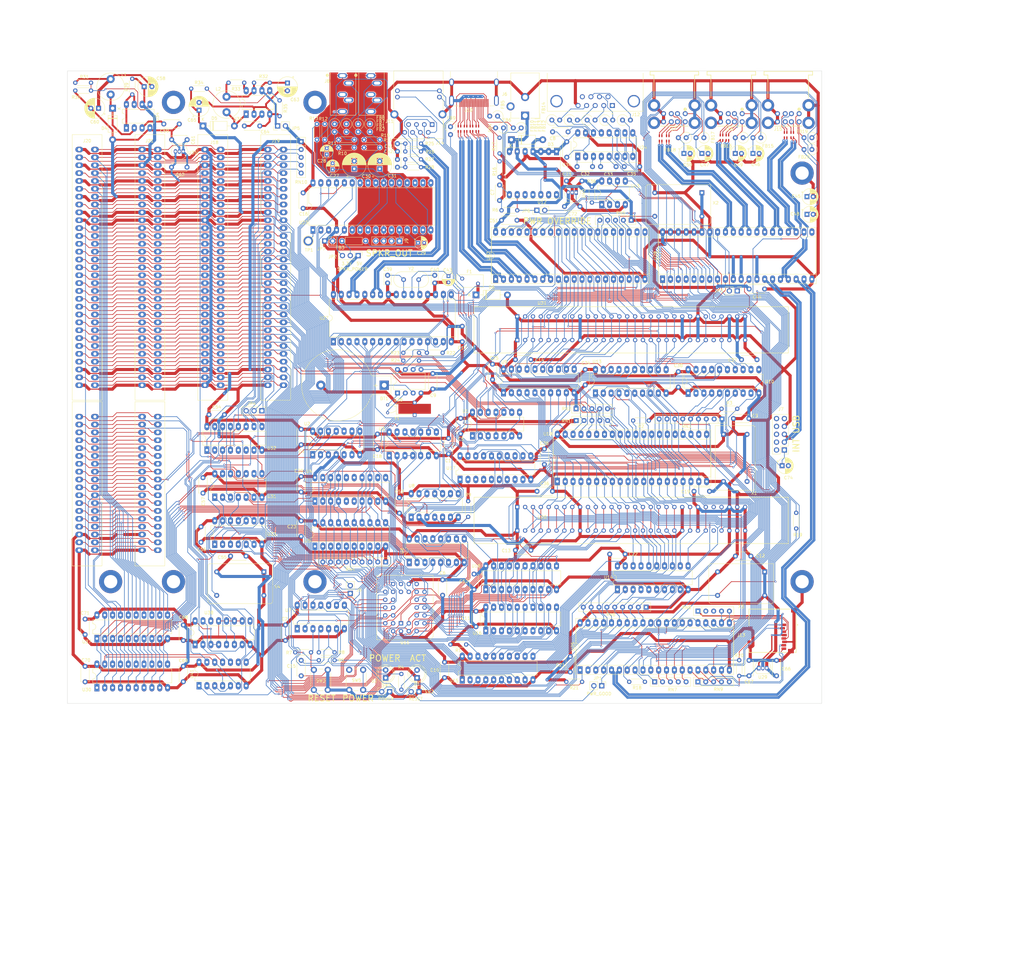
<source format=kicad_pcb>
(kicad_pcb (version 20240108) (generator "pcbnew") (generator_version "8.0")
  (title_block (title "A1 uATX Motherboard"))
  (layers (0 "F.Cu" signal) (1 "In1.Cu" signal) (2 "In2.Cu" signal) (31 "B.Cu" signal) (34 "B.Paste" user) (35 "F.Paste" user) (36 "B.SilkS" user "B.Silkscreen") (37 "F.SilkS" user "F.Silkscreen") (38 "B.Mask" user) (39 "F.Mask" user) (44 "Edge.Cuts" user))
  (net 0 "")
  (net 1 "GND")
  (net 2 "+5V")
  (net 3 "SYS_CLK")
  (net 4 "/BOOT SELECT")
  (net 5 "/VIDEO_DDC_SCL")
  (net 6 "/VIDEO_DDC_SDA")
  (net 7 "/VIDEO_HPD")
  (net 8 "/MIO/SD_D2")
  (net 9 "/MIO/SD_D3")
  (net 10 "/MIO/SD_CMD")
  (net 11 "/MIO/SD_CLK")
  (net 12 "/MIO/SD_D0")
  (net 13 "/MIO/SD_D1")
  (net 14 "/GFX/HP_DET")
  (net 15 "/GFX/LINE_IN_DET")
  (net 16 "/ISA/~{ISA_0WS}")
  (net 17 "Net-(D1-A)")
  (net 18 "/GFX/CODEC_V3P3")
  (net 19 "/MIO/SER_RXD")
  (net 20 "/MIO/SER_CTS")
  (net 21 "/CPU_~{INT}")
  (net 22 "/CPU_TC")
  (net 23 "/CPU_D0")
  (net 24 "/BUF_D0")
  (net 25 "/BUF_D1")
  (net 26 "/BUF_D2")
  (net 27 "/BUF_D3")
  (net 28 "/BUF_D4")
  (net 29 "/BUF_D5")
  (net 30 "/BUF_D6")
  (net 31 "/BUF_D7")
  (net 32 "/GFX_~{RAS}")
  (net 33 "/GFX_~{CAS_0}")
  (net 34 "/GFX_~{CAS_1}")
  (net 35 "/GFX_~{WE}")
  (net 36 "/I2C_SDA")
  (net 37 "/I2C_SCL")
  (net 38 "/CPU_DRQ3")
  (net 39 "/CPU_DRQ2")
  (net 40 "/CPU_DRQ1")
  (net 41 "/CPU_DRQ0")
  (net 42 "/CPU_~{DACK3}")
  (net 43 "/CPU_~{DACK2}")
  (net 44 "/CPU_~{DACK1}")
  (net 45 "/CPU_~{DACK0}")
  (net 46 "/CPU_~{NREN}")
  (net 47 "/CPU_~{RAS_A}")
  (net 48 "/CPU_~{RAS_B}")
  (net 49 "/CPU_~{CAS_0}")
  (net 50 "/CPU_~{CAS_1}")
  (net 51 "/CPU_~{WE}")
  (net 52 "/CPU_A0")
  (net 53 "/~{NR_DECODE_EN}")
  (net 54 "/BUF_A21")
  (net 55 "/BUF_A22")
  (net 56 "/~{ROM0_SEL}")
  (net 57 "/~{IO_SEL}")
  (net 58 "/BUF_~{WE}")
  (net 59 "/CPU_~{DACK}")
  (net 60 "/GFX_~{BUSY}")
  (net 61 "~{RST}")
  (net 62 "/~{SYS_GPIO1_SEL}")
  (net 63 "/~{SYS_GPIO2_SEL}")
  (net 64 "/BUF_~{EN}")
  (net 65 "/BUF_~{NREN}")
  (net 66 "/BUF_NREN")
  (net 67 "/CPU_DACK")
  (net 68 "/BUF_DIR")
  (net 69 "/GFX_A7")
  (net 70 "/GFX_A6")
  (net 71 "/GFX_A5")
  (net 72 "/GFX_A4")
  (net 73 "/GFX_A3")
  (net 74 "/GFX_A2")
  (net 75 "/GFX_A1")
  (net 76 "/GFX_A0")
  (net 77 "/CPU_A1")
  (net 78 "/CPU_A2")
  (net 79 "/CPU_A3")
  (net 80 "/CPU_A4")
  (net 81 "/CPU_A5")
  (net 82 "/CPU_A6")
  (net 83 "/CPU_A7")
  (net 84 "/GFX_A8")
  (net 85 "/CPU_A8")
  (net 86 "/GFX_D7")
  (net 87 "/GFX_D6")
  (net 88 "/GFX_D5")
  (net 89 "/GFX_D4")
  (net 90 "/GFX_D3")
  (net 91 "/GFX_D2")
  (net 92 "/GFX_D1")
  (net 93 "/GFX_D0")
  (net 94 "/BUF_~{CAS}")
  (net 95 "/BUF_A0")
  (net 96 "/BUF_A11")
  (net 97 "/BUF_A10")
  (net 98 "/BUF_A9")
  (net 99 "/CPU_A9")
  (net 100 "/CPU_A10")
  (net 101 "/BUF_A8")
  (net 102 "/BUF_A7")
  (net 103 "/BUF_A6")
  (net 104 "/BUF_A5")
  (net 105 "/BUF_A4")
  (net 106 "/BUF_A3")
  (net 107 "/BUF_A2")
  (net 108 "/BUF_A1")
  (net 109 "/BUF_A20")
  (net 110 "/BUF_A19")
  (net 111 "/BUF_A18")
  (net 112 "/BUF_A17")
  (net 113 "/BUF_A16")
  (net 114 "/BUF_A15")
  (net 115 "/BUF_A14")
  (net 116 "/BUF_A13")
  (net 117 "/BUF_A12")
  (net 118 "/~{MIO_SEL}")
  (net 119 "/GFX/AUDIO_SFRM")
  (net 120 "/GFX/AUDIO_SDATA_OUT")
  (net 121 "/GFX/AUDIO_SDATA_IN")
  (net 122 "/USB_MAIN_D+")
  (net 123 "/USB_MAIN_D-")
  (net 124 "/MIO/SER_TXD")
  (net 125 "/MIO/SER_RTS")
  (net 126 "/MIO/USB_CLK")
  (net 127 "/GFX_A9")
  (net 128 "/GFX_A10")
  (net 129 "/BUF_CAS")
  (net 130 "/BUF_~{RD}")
  (net 131 "+BATT")
  (net 132 "/CPU_D1")
  (net 133 "/CPU_D2")
  (net 134 "/CPU_D3")
  (net 135 "/CPU_D4")
  (net 136 "/CPU_D5")
  (net 137 "/CPU_D6")
  (net 138 "/CPU_D7")
  (net 139 "Net-(FB10-Pad2)")
  (net 140 "Net-(FB11-Pad2)")
  (net 141 "Net-(FB12-Pad2)")
  (net 142 "Net-(F1-Pad1)")
  (net 143 "/BUF_TC")
  (net 144 "/CPU_~{WAIT}")
  (net 145 "/~{GFX_SEL}")
  (net 146 "Net-(C15-Pad1)")
  (net 147 "/~{LAN_SEL}")
  (net 148 "/~{MRST}")
  (net 149 "/ISA/~{ISA_MEMW}")
  (net 150 "/ISA/~{ISA_MEMR}")
  (net 151 "/ISA/~{ISA_IOW}")
  (net 152 "Net-(U3-Pad11)")
  (net 153 "Net-(JP5-A)")
  (net 154 "/LAN_~{INT}")
  (net 155 "/ISA/~{ISA_IOR}")
  (net 156 "/ISA/~{ISA_DACK0}")
  (net 157 "/ISA/ISA_ALE")
  (net 158 "/ISA/ISA_OSC")
  (net 159 "/ISA/~{ISA_IO_CH_CK}")
  (net 160 "Net-(JP4-B)")
  (net 161 "Net-(U33-Pad11)")
  (net 162 "/~{ISA_SEL}")
  (net 163 "/GFX_BUSY")
  (net 164 "/ISA_IRQ2")
  (net 165 "/ISA_IRQ7")
  (net 166 "/ISA_IRQ6")
  (net 167 "/ISA_IRQ5")
  (net 168 "/ISA_IRQ4")
  (net 169 "/ISA_IRQ3")
  (net 170 "/ISA_CH_CK")
  (net 171 "/ISA/~{INT}")
  (net 172 "Net-(U12-SS{slash}TR)")
  (net 173 "Net-(U23-LAUXIN)")
  (net 174 "Net-(C27-Pad2)")
  (net 175 "Net-(U23-RAUXIN)")
  (net 176 "Net-(C28-Pad2)")
  (net 177 "Net-(U23-V_SPKR)")
  (net 178 "Net-(U23-LHP)")
  (net 179 "Net-(C30-Pad2)")
  (net 180 "Net-(U23-RHP)")
  (net 181 "Net-(C31-Pad2)")
  (net 182 "Net-(U24-C1+)")
  (net 183 "Net-(U24-C1-)")
  (net 184 "Net-(U24-C2+)")
  (net 185 "Net-(U24-C2-)")
  (net 186 "Net-(U24-VS+)")
  (net 187 "Net-(U24-VS-)")
  (net 188 "Net-(U27-XTAL2)")
  (net 189 "Net-(U27-XTAL1)")
  (net 190 "Net-(C41-Pad1)")
  (net 191 "Net-(C42-Pad1)")
  (net 192 "Net-(J14-RCT)")
  (net 193 "Net-(J15-VBUS1)")
  (net 194 "Net-(J16-VBUS1)")
  (net 195 "Net-(J17-VBUS1)")
  (net 196 "Net-(J15-VBUS2)")
  (net 197 "Net-(J16-VBUS2)")
  (net 198 "Net-(J17-VBUS2)")
  (net 199 "Net-(U34-TC)")
  (net 200 "/GFX/TMDS_D2+")
  (net 201 "Net-(J10-D2+)")
  (net 202 "Net-(J10-D2-)")
  (net 203 "/GFX/TMDS_D2-")
  (net 204 "/GFX/TMDS_D1+")
  (net 205 "Net-(J10-D1+)")
  (net 206 "Net-(J10-D1-)")
  (net 207 "/GFX/TMDS_D1-")
  (net 208 "/GFX/TMDS_D0+")
  (net 209 "Net-(J10-D0+)")
  (net 210 "Net-(J10-D0-)")
  (net 211 "/GFX/TMDS_D0-")
  (net 212 "/GFX/TMDS_CLK+")
  (net 213 "Net-(J10-CK+)")
  (net 214 "Net-(J10-CK-)")
  (net 215 "/GFX/TMDS_CLK-")
  (net 216 "/USB/USB_DN2_D+")
  (net 217 "Net-(J16-D1+)")
  (net 218 "Net-(J16-D1-)")
  (net 219 "/USB/USB_DN2_D-")
  (net 220 "/USB/USB_DN3_D+")
  (net 221 "Net-(J16-D2+)")
  (net 222 "Net-(J16-D2-)")
  (net 223 "/USB/USB_DN3_D-")
  (net 224 "/USB/USB_DN4_D+")
  (net 225 "Net-(J17-D1+)")
  (net 226 "Net-(J17-D1-)")
  (net 227 "/USB/USB_DN4_D-")
  (net 228 "/USB/USB_DN5_D+")
  (net 229 "Net-(J17-D2+)")
  (net 230 "Net-(J17-D2-)")
  (net 231 "/USB/USB_DN5_D-")
  (net 232 "/USB/USB_DN6_D+")
  (net 233 "Net-(J15-D2+)")
  (net 234 "Net-(J15-D2-)")
  (net 235 "/USB/USB_DN6_D-")
  (net 236 "/USB/USB_DN7_D+")
  (net 237 "Net-(J15-D1+)")
  (net 238 "Net-(J15-D1-)")
  (net 239 "/USB/USB_DN7_D-")
  (net 240 "Net-(D2-A)")
  (net 241 "Net-(D4-K)")
  (net 242 "Net-(D5-A)")
  (net 243 "Net-(FB1-Pad1)")
  (net 244 "Net-(FB2-Pad1)")
  (net 245 "Net-(JP2-C)")
  (net 246 "Net-(J10-SCL)")
  (net 247 "Net-(J10-HPD)")
  (net 248 "Net-(J10-SDA)")
  (net 249 "Net-(FB7-Pad1)")
  (net 250 "Net-(FB8-Pad1)")
  (net 251 "Net-(J10-+5V)")
  (net 252 "Net-(U24-T1OUT)")
  (net 253 "Net-(U24-T2OUT)")
  (net 254 "Net-(U24-R1IN)")
  (net 255 "Net-(FB13-Pad2)")
  (net 256 "Net-(U24-R2IN)")
  (net 257 "Net-(FB14-Pad2)")
  (net 258 "Net-(U28-VBUS2)")
  (net 259 "Net-(U28-VBUS3)")
  (net 260 "Net-(U28-VBUS4)")
  (net 261 "Net-(U28-VBUS5)")
  (net 262 "Net-(U28-VBUS7)")
  (net 264 "Net-(J9-Pin_1)")
  (net 265 "Net-(J9-Pin_3)")
  (net 266 "Net-(J10-CEC)")
  (net 267 "Net-(J10-UTILITY)")
  (net 272 "Net-(J13-DET)")
  (net 273 "Net-(J14-PadL1)")
  (net 274 "Net-(U27-V3P3)")
  (net 275 "Net-(J14-PadL3)")
  (net 277 "/PG")
  (net 278 "Net-(JP3-B)")
  (net 279 "Net-(U4-Q3)")
  (net 280 "Net-(R8-Pad1)")
  (net 281 "Net-(U24-R1OUT)")
  (net 282 "Net-(U24-R2OUT)")
  (net 283 "Net-(U27-P1LED0)")
  (net 284 "Net-(U27-P1LED1)")
  (net 285 "Net-(U34-DC)")
  (net 286 "Net-(U34-Vfb)")
  (net 290 "Net-(U23-CSB{slash}GPIO1)")
  (net 291 "Net-(U1-Pad11)")
  (net 292 "Net-(U1-Pad5)")
  (net 293 "Net-(U4-Q0)")
  (net 298 "Net-(U4-Q7)")
  (net 300 "Net-(U13-A->B)")
  (net 301 "/ISA/ISA_RST")
  (net 317 "Net-(U22-VIDEO_CLK)")
  (net 325 "Net-(U26-X1)")
  (net 326 "Net-(U26-X2)")
  (net 329 "Net-(U31-Pad1)")
  (net 331 "Net-(U33-Pad13)")
  (net 332 "GNDA")
  (net 337 "/ETH/ETH_TX+")
  (net 338 "/ETH/ETH_TX-")
  (net 339 "/ETH/ETH_RX+")
  (net 340 "/ETH/ETH_RX-")
  (net 341 "/MIO/VCC_SD")
  (net 342 "Net-(U28-VBUS1)")
  (net 343 "Net-(J7-Pin_1)")
  (net 344 "/ISA/ISA_D8")
  (net 345 "/ISA/ISA_D9")
  (net 346 "/ISA/ISA_D10")
  (net 347 "/ISA/ISA_D11")
  (net 348 "/ISA/ISA_D12")
  (net 349 "/ISA/ISA_D13")
  (net 350 "/ISA/ISA_D14")
  (net 351 "/ISA/ISA_D15")
  (net 352 "/ISA/ISA_IRQ10")
  (net 353 "/ISA/ISA_IRQ11")
  (net 354 "/ISA/ISA_IRQ12")
  (net 355 "/ISA/ISA_IRQ15")
  (net 356 "/ISA/ISA_IRQ14")
  (net 357 "/ISA/ISA_DRQ0")
  (net 358 "/ISA/ISA_DRQ5")
  (net 359 "/ISA/ISA_DRQ6")
  (net 360 "/ISA/ISA_DRQ7")
  (net 361 "/ISA/ISA_MASTER")
  (net 362 "/ISA/ISA_~{MEMCS16}")
  (net 363 "/ISA/ISA_~{IOCS16}")
  (net 364 "/ISA/ISA_D0")
  (net 365 "/ISA/ISA_D1")
  (net 366 "/ISA/ISA_D2")
  (net 367 "/ISA/ISA_D3")
  (net 368 "/ISA/ISA_D4")
  (net 369 "/ISA/ISA_D5")
  (net 370 "/ISA/ISA_D6")
  (net 371 "/ISA/ISA_D7")
  (net 372 "Net-(U3-Pad10)")
  (net 373 "/ISA/ISA_~{SBHE}")
  (net 374 "/ISA/ISA_~{CSL}")
  (net 375 "Net-(U31-Pad11)")
  (net 376 "Net-(U32B-E)")
  (net 377 "/ISA/ISA_~{TGR16}")
  (net 378 "/ISA/ISA_TGR16")
  (net 379 "Net-(U32A-O0)")
  (net 380 "/ISA/ISA_~{CSH}")
  (net 381 "Net-(U3-Pad12)")
  (net 382 "/ISA/ISA_CSH")
  (net 383 "ISA_-12V")
  (net 384 "ISA_-5V")
  (net 385 "Net-(U36-TC)")
  (net 386 "ISA_+12V")
  (net 387 "Net-(U36-Ipk)")
  (net 388 "Net-(U36-DC)")
  (net 389 "Net-(U36-Vfb)")
  (net 390 "+5V_STB")
  (net 391 "/PWR_ON")
  (net 392 "Net-(U43-~{RESET}{slash}PB5)")
  (net 393 "/I2C_~{INT}")
  (net 395 "/PWR_IN")
  (net 396 "Net-(D6-K)")
  (net 402 "/USB/USB_DN_INT_D+")
  (net 403 "/USB/USB_DN_INT_D-")
  (footprint "Capacitor_THT:C_Disc_D4.7mm_W2.5mm_P5.00mm" (layer "F.Cu") (at 131.973 137.708 -90)
    (property "Reference" "C18")
    (property "Value" "1uF")
  )
  (footprint "Resistor_THT:R_Axial_DIN0204_L3.6mm_D1.6mm_P5.08mm_Horizontal" (layer "F.Cu") (at 97.155 24.13 180)
    (property "Reference" "R32")
    (property "Value" "0.211Ohm")
  )
  (footprint "Resistor_THT:R_Axial_DIN0204_L3.6mm_D1.6mm_P5.08mm_Horizontal" (layer "F.Cu") (at 140.97 51.435)
    (property "Reference" "R28")
    (property "Value" "49.9")
  )
  (footprint "Capacitor_THT:CP_Radial_D6.3mm_P2.50mm" (layer "F.Cu") (at 41.822379 32.385 180)
    (property "Reference" "C60")
    (property "Value" "100uF")
  )
  (footprint "anachron:GCT_USB1035-XX-X-X-X-B_REVE" (layer "F.Cu") (at 264.795 31.4197 180)
    (property "Reference" "J15")
    (property "Value" "USB_A_Stacked")
  )
  (footprint "Capacitor_THT:CP_Radial_D6.3mm_P2.50mm" (layer "F.Cu") (at 74.295 33.02 90)
    (property "Reference" "C65")
    (property "Value" "100uF")
  )
  (footprint "Connector_PinHeader_2.54mm:PinHeader_1x02_P2.54mm_Vertical" (layer "F.Cu") (at 123.19 189.23 180)
    (property "Reference" "J5")
    (property "Value" "Conn_01x02")
  )
  (footprint "anachron:DIP-40_W15.24mm_Socket" (layer "F.Cu") (at 224.155 87.63 90)
    (property "Reference" "U28")
    (property "Value" "A1_USBHUB")
  )
  (footprint "Button_Switch_THT:SW_PUSH_6mm" (layer "F.Cu") (at 115.915 213.92 -90)
    (property "Reference" "SW3")
    (property "Value" "SW_Push")
  )
  (footprint "Capacitor_THT:C_Disc_D3.4mm_W2.1mm_P2.50mm" (layer "F.Cu") (at 138.43 51.435 90)
    (property "Reference" "C42")
    (property "Value" "0.1uF")
  )
  (footprint "Capacitor_THT:C_Disc_D4.7mm_W2.5mm_P5.00mm" (layer "F.Cu") (at 252.135 90.805)
    (property "Reference" "C44")
    (property "Value" "1uF")
  )
  (footprint "Resistor_THT:R_Axial_DIN0204_L3.6mm_D1.6mm_P5.08mm_Horizontal" (layer "F.Cu") (at 267.335 168.255 90)
    (property "Reference" "R19")
    (property "Value" "470")
  )
  (footprint "Inductor_THT:L_Axial_L7.0mm_D3.3mm_P2.54mm_Vertical_Fastron_MICC" (layer "F.Cu") (at 255.905 41.91 180)
    (property "Reference" "FB15")
    (property "Value" "FerriteBead_Small")
  )
  (footprint "Package_DIP:DIP-8_W7.62mm_LongPads" (layer "F.Cu") (at 89.535 34.29 90)
    (property "Reference" "U36")
    (property "Value" "MC33063AP")
  )
  (footprint "Inductor_THT:L_Axial_L7.0mm_D3.3mm_P2.54mm_Vertical_Fastron_MICC" (layer "F.Cu") (at 178.435 38.735 180)
    (property "Reference" "FB6")
    (property "Value" "FerriteBead_Small")
  )
  (footprint "anachron:ARJM11D7-009-AB-EW2" (layer "F.Cu") (at 149.66 37.641831 180)
    (property "Reference" "J14")
    (property "Value" "~")
  )
  (footprint "Package_DIP:DIP-8_W7.62mm" (layer "F.Cu") (at 138.44 124.45 90)
    (property "Reference" "U26")
    (property "Value" "DS1307+")
  )
  (footprint "Capacitor_THT:CP_Radial_D4.0mm_P2.00mm" (layer "F.Cu") (at 154.94 86.657401 -90)
    (property "Reference" "C43")
    (property "Value" "10u")
  )
  (footprint "Inductor_THT:L_Radial_D8.7mm_P5.00mm_Fastron_07HCP" (layer "F.Cu") (at 83.185 28.655 -90)
    (property "Reference" "L2")
    (property "Value" "220uH")
  )
  (footprint "Diode_THT:D_DO-41_SOD81_P10.16mm_Horizontal" (layer "F.Cu") (at 175.26 42.545)
    (property "Reference" "D3")
    (property "Value" "1N4007")
  )
  (footprint "Diode_THT:D_DO-41_SOD81_P10.16mm_Horizontal" (layer "F.Cu") (at 46.355 32.385 -90)
    (property "Reference" "D4")
    (property "Value" "1N5817")
  )
  (footprint "Resistor_THT:R_Array_SIP9" (layer "F.Cu") (at 243.357 132.837 180)
    (property "Reference" "RN3")
    (property "Value" "10k")
  )
  (footprint "Battery:BatteryHolder_Keystone_103_1x20mm" (layer "F.Cu") (at 134.155 121.92 180)
    (property "Reference" "BT1")
    (property "Value" "CR2032 holder")
  )
  (footprint "Capacitor_THT:C_Disc_D4.7mm_W2.5mm_P5.00mm" (layer "F.Cu") (at 158.878 132.617 -90)
    (property "Reference" "C5")
    (property "Value" "1uF")
  )
  (footprint "Connector_PinHeader_2.54mm:PinHeader_1x04_P2.54mm_Vertical" (layer "F.Cu") (at 139.065 75.291 -90)
    (property "Reference" "J9")
    (property "Value" "Conn_01x02")
  )
  (footprint "Resistor_THT:R_Axial_DIN0204_L3.6mm_D1.6mm_P5.08mm_Horizontal" (layer "F.Cu") (at 198.12 217.805 180)
    (property "Reference" "R21")
    (property "Value" "10k")
  )
  (footprint "Capacitor_THT:CP_Radial_D5.0mm_P2.00mm" (layer "F.Cu") (at 270.824888 66.675)
    (property "Reference" "C48")
    (property "Value" "100uF")
  )
  (footprint "Capacitor_THT:C_Disc_D4.7mm_W2.5mm_P5.00mm" (layer "F.Cu") (at 183.555 156.21)
    (property "Reference" "C36")
    (property "Value" "1uF")
  )
  (footprint "Capacitor_THT:C_Disc_D4.7mm_W2.5mm_P5.00mm" (layer "F.Cu") (at 234.315 156.21)
    (property "Reference" "C19")
    (property "Value" "1uF")
  )
  (footprint "Resistor_THT:R_Array_SIP5" (layer "F.Cu") (at 214.015 68.57 180)
    (property "Reference" "RN5")
    (property "Value" "10k")
  )
  (footprint "anachron:SCM2012FS" (layer "F.Cu") (at 164.265 39.009 90)
    (property "Reference" "CMC4" (hide yes))
    (property "Value" "L_Ferrite_Coupled_Small")
  )
  (footprint "Package_DIP:DIP-16_W7.62mm_LongPads" (layer "F.Cu") (at 76.835 142.89 90)
    (property "Reference" "U32")
    (property "Value" "74AHCT139")
  )
  (footprint "Package_DIP:DIP-20_W7.62mm_LongPads" (layer "F.Cu") (at 209.55 187.96 90)
    (property "Reference" "U14")
    (property "Value" "74AHCT245")
  )
  (footprint "Inductor_THT:L_Axial_L7.0mm_D3.3mm_P2.54mm_Vertical_Fastron_MICC" (layer "F.Cu") (at 231.775 41.91 180)
    (property "Reference" "FB18")
    (property "Value" "FerriteBead_Small")
  )
  (footprint "Capacitor_THT:CP_Radial_D5.0mm_P2.00mm" (layer "F.Cu") (at 231.045 46.99)
    (property "Reference" "C50")
    (property "Value" "100uF")
  )
  (footprint "Capacitor_THT:C_Disc_D3.4mm_W2.1mm_P2.50mm" (layer "F.Cu") (at 150.495 86.38 -90)
    (property "Reference" "C40")
    (property "Value" "22pF")
  )
  (footprint "anachron:A1_POWER" (layer "F.Cu") (at 189.865 46.355 -90)
    (property "Reference" "U12")
    (property "Value" "A1_POWER")
  )
  (footprint "Capacitor_THT:CP_Radial_D7.5mm_P2.50mm" (layer "F.Cu") (at 132.715 51.961395 90)
    (property "Reference" "C31")
    (property "Value" "220uF")
  )
  (footprint "Package_DIP:DIP-8_W7.62mm_LongPads" (layer "F.Cu") (at 204.48 63.515 90)
    (property "Reference" "U43")
    (property "Value" "ATtiny25-20P")
  )
  (footprint "Resistor_THT:R_Axial_DIN0204_L3.6mm_D1.6mm_P5.08mm_Horizontal" (layer "F.Cu") (at 114.935 37.465 -90)
    (property "Reference" "R12")
    (property "Value" "220k")
  )
  (footprint "Resistor_THT:R_Axial_DIN0204_L3.6mm_D1.6mm_P5.08mm_Horizontal" (layer "F.Cu") (at 140.97 43.815)
    (property "Reference" "R25")
    (property "Value" "49.9")
  )
  (footprint "Capacitor_THT:CP_Radial_D5.0mm_P2.00mm" (layer "F.Cu") (at 236.855 46.99)
    (property "Reference" "C47")
    (property "Value" "100uF")
  )
  (footprint "Connector_HDMI:HDMI_A_Molex_208658-1001_Horizontal" (layer "F.Cu") (at 163.176 27.392392 90)
    (property "Reference" "J10")
    (property "Value" "HDMI_A")
  )
  (footprint "Inductor_THT:L_Axial_L7.0mm_D3.3mm_P2.54mm_Vertical_Fastron_MICC" (layer "F.Cu") (at 205.492 36.2)
    (property "Reference" "FB12")
    (property "Value" "FerriteBead_Small")
  )
  (footprint "Connector_Dsub:DSUB-9_Male_Horizontal_P2.77x2.84mm_EdgePinOffset7.70mm_Housed_MountingHolesOffset9.12mm" (layer "F.Cu") (at 207.905 31.501 180)
    (property "Reference" "J12")
    (property "Value" "DE9_Plug")
  )
  (footprint "Capacitor_THT:C_Disc_D4.7mm_W2.5mm_P5.00mm" (layer "F.Cu") (at 252.095 215.86 90)
    (property "Reference" "C67")
    (property "Value" "1uF")
  )
  (footprint "Package_DIP:DIP-32_W15.24mm_LongPads" (layer "F.Cu") (at 117.729 107.8265 90)
    (property "Reference" "U27")
    (property "Value" "KSZ8851-11MLL")
  )
  (footprint "Capacitor_THT:C_Disc_D4.7mm_W2.5mm_P5.00mm" (layer "F.Cu") (at 163.195 182.96 -90)
    (property "Reference" "C52")
    (property "Value" "1uF")
  )
  (footprint "Capacitor_THT:C_Disc_D4.7mm_W2.5mm_P5.00mm" (layer "F.Cu") (at 193.173 43.22 -90)
    (property "Reference" "C34")
    (property "Value" "1uF")
  )
  (footprint "Resistor_THT:R_Axial_DIN0204_L3.6mm_D1.6mm_P5.08mm_Horizontal" (layer "F.Cu") (at 113.03 208.28)
    (property "Reference" "R8")
    (property "Value" "10k")
  )
  (footprint "Resistor_THT:R_Axial_DIN0204_L3.6mm_D1.6mm_P5.08mm_Horizontal" (layer "F.Cu") (at 34.29 26.67)
    (property "Reference" "R30")
    (property "Value" "1.5k")
  )
  (footprint "Package_DIP:DIP-14_W7.62mm_LongPads" (layer "F.Cu") (at 111.031 144.391916 90)
    (property "Reference" "U2")
    (property "Value" "74LS86")
  )
  (footprint "Resistor_THT:R_Axial_DIN0204_L3.6mm_D1.6mm_P5.08mm_Horizontal" (layer "F.Cu") (at 88.9 24.13 180)
    (property "Reference" "R33")
    (property "Value" "180")
  )
  (footprint "Package_DIP:DIP-14_W7.62mm_LongPads" (layer "F.Cu") (at 135.778 144.668 90)
    (property "Reference" "U3")
    (property "Value" "74LS00")
  )
  (footprint "Capacitor_THT:CP_Radial_D5.0mm_P2.00mm" (layer "F.Cu") (at 262.795 147.935)
    (property "Reference" "C74")
    (property "Value" "100uF")
  )
  (footprint "MountingHole:MountingHole_4.3mm_M4_DIN965_Pad" (layer "F.Cu") (at 111.775 30.485)
    (property "Reference" "J3" (hide yes))
    (property "Value" "Conn_01x01")
  )
  (footprint "Capacitor_THT:C_Disc_D4.7mm_W2.5mm_P5.00mm" (layer "F.Cu") (at 107.315 136.161916 -90)
    (property "Reference" "C4")
    (property "Value" "1uF")
  )
  (footprint "Capacitor_THT:C_Disc_D4.7mm_W2.5mm_P5.00mm" (layer "F.Cu") (at 62.905 37.465)
    (property "Reference" "C59")
    (property "Value" "302pF")
  )
  (footprint "Capacitor_THT:C_Disc_D4.7mm_W2.5mm_P5.00mm" (layer "F.Cu") (at 107.315 165.775 -90)
    (property "Reference" "C23")
    (property "Value" "1uF")
  )
  (footprint "Resistor_THT:R_Axial_DIN0204_L3.6mm_D1.6mm_P5.08mm_Horizontal" (layer "F.Cu") (at 171.45 46.99 90)
    (property "Reference" "R17")
    (property "Value" "10k")
  )
  (footprint "anachron:SCM2012FS" (layer "F.Cu") (at 266.065 41.06 90)
    (property "Reference" "CMC9" (hide yes))
    (property "Value" "L_Ferrite_Coupled_Small")
  )
  (footprint "Diode_THT:D_DO-41_SOD81_P10.16mm_Horizontal" (layer "F.Cu") (at 75.565 38.1)
    (property "Reference" "D5")
    (property "Value" "1N5817")
  )
  (footprint "anachron:CUI_SJ1-3535NG-BE" (layer "F.Cu") (at 120.65 21.845 -90)
    (property "Reference" "J8")
    (property "Value" "SJ1-3535NG-BE")
  )
  (footprint "Capacitor_THT:C_Disc_D4.7mm_W2.5mm_P5.00mm" (layer "F.Cu") (at 198.08 55.88 180)
    (property "Reference" "C73")
    (property "Value" "1uF")
  )
  (footprint "Capacitor_THT:C_Disc_D4.7mm_W2.5mm_P5.00mm" (layer "F.Cu") (at 65.405 51.435)
    (property "Reference" "C62")
    (property "Value" "1uF")
  )
  (footprint "Inductor_THT:L_Radial_D8.7mm_P5.00mm_Fastron_07HCP" (layer "F.Cu") (at 45.72 27.94 90)
    (property "Reference" "L1")
    (property "Value" "220uH")
  )
  (footprint "Capacitor_THT:C_Disc_D4.7mm_W2.5mm_P5.00mm" (layer "F.Cu") (at 252.69 177.165 180)
    (property "Reference" "C12")
    (property "Value" "1uF")
  )
  (footprint "Capacitor_THT:C_Disc_D4.7mm_W2.5mm_P5.00mm" (layer "F.Cu") (at 65.445 42.545)
    (property "Reference" "C61")
    (property "Value" "1uF")
  )
  (footprint "Resistor_THT:R_Array_SIP9" (layer "F.Cu") (at 218.836 193.675 180)
    (property "Reference" "RN6")
    (property "Value" "10k")
  )
  (footprint "Capacitor_THT:C_Disc_D4.7mm_W2.5mm_P5.00mm" (layer "F.Cu") (at 212.05 176.53 180)
    (property "Reference" "C22")
    (property "Value" "1uF")
  )
  (footprint "Resistor_THT:R_Axial_DIN0204_L3.6mm_D1.6mm_P5.08mm_Horizontal" (layer "F.Cu") (at 39.37 24.13 180)
    (property "Reference" "R31")
    (property "Value" "13k")
  )
  (footprint "LED_THT:LED_D5.0mm" (layer "F.Cu") (at 144.78 216.535 90)
    (property "Reference" "D1")
    (property "Value" "LED")
  )
  (footprint "Package_TO_SOT_THT:TO-92_Inline" (layer "F.Cu") (at 255.27 213.36)
    (property "Reference" "U29")
    (property "Value" "L78L33ABZ-AP")
  )
  (footprint "Resistor_THT:R_Axial_DIN0204_L3.6mm_D1.6mm_P5.08mm_Horizontal" (layer "F.Cu") (at 124.475 45.09 180)
    (property "Reference" "R10")
    (property "Value" "47k")
  )
  (footprint "anachron:PLCC-32_THT-Socket" (layer "F.Cu") (at 139.573 198.882 180)
    (property "Reference" "U11")
    (property "Value" "SST39SF040")
  )
  (footprint "Package_DIP:DIP-20_W7.62mm_LongPads" (layer "F.Cu") (at 41.275 203.835 90)
    (property "Reference" "U37")
    (property "Value" "74AHCT245")
  )
  (footprint "Resistor_THT:R_Array_SIP5" (layer "F.Cu") (at 107.315 43.18 -90)
    (property "Reference" "RN10")
    (property "Value" "10k")
  )
  (footprint "Package_DIP:DIP-8_W7.62mm_LongPads" (layer "F.Cu") (at 50.81 38.75 90)
    (property "Reference" "U34")
    (property "Value" "MC33063AP")
  )
  (footprint "Resistor_THT:R_Axial_DIN0204_L3.6mm_D1.6mm_P5.08mm_Horizontal" (layer "F.Cu") (at 219.71 133.34 180)
    (property "Reference" "R2")
    (property "Value" "10k")
  )
  (footprint "Resistor_THT:R_Axial_DIN0204_L3.6mm_D1.6mm_P5.08mm_Horizontal" (layer "F.Cu") (at 201.295 57.785 -90)
    (property "Reference" "R36")
    (property "Value" "10k")
  )
  (footprint "Package_DIP:DIP-20_W7.62mm_LongPads" (layer "F.Cu") (at 159.385 217.17 90)
    (property "Reference" "U15")
    (property "Value" "74AHCT245")
  )
  (footprint "Connector_PinHeader_2.54mm:PinHeader_1x02_P2.54mm_Vertical" (layer "F.Cu") (at 248.285 91.44 -90)
    (property "Reference" "JP3")
    (property "Value" "Jumper_2_Open")
  )
  (footprint "TestPoint:TestPoint_Plated_Hole_D2.0mm" (layer "F.Cu") (at 109.601 75.291)
    (property "Reference" "TP1")
    (property "Value" "TestPoint_Alt")
  )
  (footprint "Capacitor_THT:C_Disc_D4.7mm_W2.5mm_P5.00mm" (layer "F.Cu") (at 163.83 194.985 -90)
    (property "Reference" "C11")
    (property "Value" "1uF")
  )
  (footprint "Resistor_THT:R_Axial_DIN0204_L3.6mm_D1.6mm_P5.08mm_Horizontal" (layer "F.Cu") (at 161.29 159.385 -90)
    (property "Reference" "R9")
    (property "Value" "10k")
  )
  (footprint "Connector_PinHeader_2.54mm:PinHeader_1x02_P2.54mm_Vertical" (layer "F.Cu") (at 204.475 219.075 -90)
    (property "Reference" "JP1")
    (property "Value" "Jumper_2_Bridged")
  )
  (footprint "Package_DIP:DIP-16_W7.62mm_LongPads" (layer "F.Cu") (at 142.255 179.212 90)
    (property "Reference" "U6")
    (property "Value" "74LS139")
  )
  (footprint "Resistor_THT:R_Axial_DIN0204_L3.6mm_D1.6mm_P5.08mm_Horizontal" (layer "F.Cu") (at 140.335 111.4425)
    (property "Reference" "R23")
    (property "Value" "220")
  )
  (footprint "Package_DIP:DIP-14_W7.62mm_LongPads" (layer "F.Cu") (at 106.04 200.66 90)
    (property "Reference" "U7")
    (property "Value" "74LS14")
  )
  (footprint "MountingHole:MountingHole_4.3mm_M4_DIN965_Pad" (layer "F.Cu") (at 269.255 185.425)
    (property "Reference" "J2" (hide yes))
    (property "Value" "Conn_01x01")
  )
  (footprint "Resistor_THT:R_Axial_DIN0204_L3.6mm_D1.6mm_P5.08mm_Horizontal" (layer "F.Cu") (at 112.395 37.465 -90)
    (property "Reference" "R13")
    (property "Value" "220k")
  )
  (footprint "Package_TO_SOT_THT:TO-92_Inline" (layer "F.Cu") (at 196.215 59.605 180)
    (property "Reference" "U40")
    (property "Value" "L78L05_TO92")
  )
  (footprint "Connector_PinHeader_2.54mm:PinHeader_1x03_P2.54mm_Vertical" (layer "F.Cu") (at 94.615 130.175 -90)
    (property "Reference" "JP4")
    (property "Value" "Jumper_3_Bridged12")
  )
  (footprint "Inductor_THT:L_Axial_L7.0mm_D3.3mm_P2.54mm_Vertical_Fastron_MICC" (layer "F.Cu") (at 170.815 34.925 180)
    (property "Reference" "FB5")
    (property "Value" "FerriteBead_Small")
  )
  (footprint "Capacitor_THT:CP_Radial_D6.3mm_P2.50mm" (layer "F.Cu") (at 102.87 24.217621 -90)
    (property "Reference" "C63")
    (property "Value" "220uF")
  )
  (footprint "Resistor_THT:R_Array_SIP5" (layer "F.Cu") (at 235.565 217.805)
    (property "Reference" "RN9")
    (property "Value" "10k")
  )
  (footprint "Connector_PinHeader_2.54mm:PinHeader_2x05_P2.54mm_Vertical" (layer "F.Cu") (at 263.525 142.855 180)
    (property "Reference" "J7")
    (property "Value" "Conn_02x05_Odd_Even")
  )
  (footprint "Connector_PinHeader_2.54mm:PinHeader_1x02_P2.54mm_Vertical" (layer "F.Cu") (at 183.515 65.385 90)
    (property "Reference" "JP6")
    (property "Value" "Jumper_2_Bridged")
  )
  (footprint "Capacitor_THT:C_Disc_D4.7mm_W2.5mm_P5.00mm" (layer "F.Cu") (at 74.93 167.68 -90)
    (property "Reference" "C56")
    (property "Value" "1uF")
  )
  (footprint "Inductor_THT:L_Axial_L7.0mm_D3.3mm_P2.54mm_Vertical_Fastron_MICC" (layer "F.Cu") (at 237.49 41.91 180)
    (property "Reference" "FB17")
    (property "Value" "FerriteBead_Small")
  )
  (footprint "Package_DIP:DIP-14_W7.62mm_LongPads" (layer "F.Cu") (at 142.875 164.592 90)
    (property "Reference" "U8")
    (property "Value" "74LS126")
  )
  (footprint "anachron:SCM2012FS" (layer "F.Cu") (at 243.205 41.91 90)
    (property "Reference" "CMC6" (hide yes))
    (property "Value" "L_Ferrite_Coupled_Small")
  )
  (footprint "Capacitor_THT:CP_Radial_D5.0mm_P2.00mm" (layer "F.Cu") (at 253.365 46.99)
    (property "Reference" "C46")
    (property "Value" "100uF")
  )
  (footprint "Capacitor_THT:C_Disc_D4.7mm_W2.5mm_P5.00mm" (layer "F.Cu") (at 254.675 113.655 180)
    (property "Reference" "C37")
    (property "Value" "1uF")
  )
  (footprint "Capacitor_THT:C_Disc_D4.7mm_W2.5mm_P5.00mm" (layer "F.Cu") (at 194.31 209.63 -90)
    (property "Reference" "C21")
    (property "Value" "1uF")
  )
  (footprint "Capacitor_THT:C_Disc_D4.7mm_W2.5mm_P5.00mm" (layer "F.Cu") (at 260.985 215.86 90)
    (property "Reference" "C66")
    (property "Value" "1uF")
  )
  (footprint "Package_DIP:DIP-20_W7.62mm_LongPads" (layer "F.Cu") (at 167.005 187.96 90)
    (property "Reference" "U18")
    (property "Value" "74LS273")
  )
  (footprint "Capacitor_THT:C_Disc_D4.7mm_W2.5mm_P5.00mm" (layer "F.Cu") (at 154.94 139.09 -90)
    (property "Reference" "C1")
    (property "Value" "1uF")
  )
  (footprint "Resistor_THT:R_Axial_DIN0204_L3.6mm_D1.6mm_P5.08mm_Horizontal" (layer "F.Cu") (at 105.41 208.28)
    (property "Reference" "R7")
    (property "Value" "10k")
  )
  (footprint "Package_DIP:DIP-20_W7.62mm_LongPads" (layer "F.Cu") (at 41.275 219.71 90)
    (property "Reference" "U30")
    (property "Value" "74AHCT245")
  )
  (footprint "Capacitor_THT:C_Disc_D4.7mm_W2.5mm_P5.00mm" (layer "F.Cu") (at 176.57 113.655)
    (property "Reference" "C14")
    (property "Value" "1uF")
  )
  (footprint "anachron:GCT_USB1035-XX-X-X-X-B_REVE" (layer "F.Cu") (at 227.965 31.4197 180)
    (property "Reference" "J17")
    (property "Value" "USB_A_Stacked")
  )
  (footprint "Capacitor_THT:C_Disc_D4.7mm_W2.5mm_P5.00mm" (layer "F.Cu") (at 153.67 211.455 -90)
    (property "Reference" "C10")
    (property "Value" "1uF")
  )
  (footprint "anachron:GCT_MEM2052-00-195-00-A_REVA" (layer "F.Cu") (at 259.715 201.295 90)
    (property "Reference" "J13")
    (property "Value" "Micro_SD_Card")
  )
  (footprint "Capacitor_THT:C_Disc_D4.7mm_W2.5mm_P5.00mm" (layer "F.Cu") (at 159.385 102.87 -90)
    (property "Reference" "C17")
    (property "Value" "1uF")
  )
  (footprint "Oscillator:Oscillator_DIP-14" (layer "F.Cu") (at 236.855 59.69 180)
    (property "Reference" "X2")
    (property "Value" "CXO_DIP14")
  )
  (footprint "Capacitor_THT:C_Disc_D4.7mm_W2.5mm_P5.00mm" (layer "F.Cu") (at 185.938 142.529 -90)
    (property "Reference" "C26")
    (property "Value" "1uF")
  )
  (footprint "anachron:SCM2012FS" (layer "F.Cu") (at 245.11 41.91 90)
    (property "Reference" "CMC5" (hide yes))
    (property "Value" "L_Ferrite_Coupled_Small")
  )
  (footprint "Capacitor_THT:C_Disc_D4.7mm_W2.5mm_P5.00mm" (layer "F.Cu") (at 176.57 175.26)
    (property "Reference" "C13")
    (property "Value" "1uF")
  )
  (footprint "Resistor_THT:R_Axial_DIN0204_L3.6mm_D1.6mm_P5.08mm_Horizontal" (layer "F.Cu") (at 171.45 54.61 90)
    (property "Reference" "R16")
    (property "Value" "10k")
  )
  (footprint "Capacitor_THT:C_Disc_D4.7mm_W2.5mm_P5.00mm" (layer "F.Cu") (at 149.86 118.15 -90)
    (property "Reference" "C9")
    (property "Value" "1uF")
  )
  (footprint "Capacitor_THT:CP_Radial_D7.5mm_P2.50mm" (layer "F.Cu") (at 124.46 51.961395 90)
    (property "Reference" "C30")
    (property "Value" "220uF")
  )
  (footprint "Package_DIP:DIP-16_W7.62mm_LongPads" (layer "F.Cu") (at 73.025 205.74 90)
    (property "Reference" "U38")
    (property "Value" "74HCT153")
  )
  (footprint "anachron:CUI_SJ1-3535NG-BE" (layer "F.Cu") (at 129.849 21.845 -90)
    (property "Reference" "J11")
    (property "Value" "SJ1-3535NG-BE")
  )
  (footprint "Package_DIP:DIP-14_W7.62mm_LongPads" (layer "F.Cu") (at 74.295 219.075 90)
    (property "Reference" "U41")
    (property "Value" "74LS00")
  )
  (footprint "Resistor_THT:R_Axial_DIN0204_L3.6mm_D1.6mm_P5.08mm_Horizontal" (layer "F.Cu") (at 177.165 65.385 180)
    (property "Reference" "R6")
    (property "Value" "10k")
  )
  (footprint "Package_DIP:DIP-16_W7.62mm_LongPads" (layer "F.Cu") (at 196.729 47.971 90)
    (property "Reference" "U24")
    (property "Value" "MAX232")
  )
  (footprint "Capacitor_THT:C_Disc_D3.4mm_W2.1mm_P2.50mm" (layer "F.Cu") (at 135.255 86.38 -90)
    (property "Reference" "C39")
    (property "Value" "22pF")
  )
  (footprint "anachron:SCM2012FS" (layer "F.Cu") (at 263.925 41.06 90)
    (property "Reference" "CMC10" (hide yes))
    (property "Value" "L_Ferrite_Coupled_Small")
  )
  (footprint "Resistor_THT:R_Axial_DIN0204_L3.6mm_D1.6mm_P5.08mm_Horizontal" (layer "F.Cu") (at 147.955 111.4425)
    (property "Reference" "R22")
    (property "Value" "10k")
  )
  (footprint "anachron:SIMM-30x2_VERT" (layer "F.Cu") (at 177.165 99.695)
    (property "Reference" "U21")
    (property "Value" "SIMM-30x2")
  )
  (footprint "anachron:SCM2012FS" (layer "F.Cu") (at 158.49 39.009 90)
    (property "Reference" "CMC1" (hide yes))
    (property "Value" "L_Ferrite_Coupled_Small")
  )
  (footprint "Capacitor_THT:C_Disc_D4.7mm_W2.5mm_P5.00mm" (layer "F.Cu") (at 153.035 189.825 90)
    (property "Reference" "C6")
    (property "Value" "1uF")
  )
  (footprint "anachron:SCM2012FS" (layer "F.Cu") (at 162.36 39.009 90)
    (property "Reference" "CMC3" (hide yes))
    (property "Value" "L_Ferrite_Coupled_Small")
  )
  (footprint "Resistor_THT:R_Array_SIP5" (layer "F.Cu") (at 221.595 217.805)
    (property "Reference" "RN7")
    (property "Value" "10k")
  )
  (footprint "Resistor_THT:R_Axial_DIN0204_L3.6mm_D1.6mm_P5.08mm_Horizontal" (layer "F.Cu") (at 218.44 217.805 180)
    (property "Reference" "R18")
    (property "Value" "470")
  )
  (footprint "Package_DIP:DIP-20_W7.62mm_LongPads" (layer "F.Cu") (at 167.005 201.295 90)
    (property "Reference" "U16")
    (property "Value" "74LS273")
  )
  (footprint "Resistor_THT:R_Axial_DIN0204_L3.6mm_D1.6mm_P5.08mm_Horizontal" (layer "F.Cu") (at 140.97 48.895)
    (property "Reference" "R27")
    (property "Value" "49.9")
  )
  (footprint "Package_DIP:DIP-20_W7.62mm_LongPads" (layer "F.Cu") (at 202.443 124.48 90)
    (property "Reference" "U13")
    (property "Value" "74AHCT245")
  )
  (footprint "Capacitor_THT:C_Disc_D4.7mm_W2.5mm_P5.00mm" (layer "F.Cu") (at 169.174 115.097 -90)
    (property "Reference" "C25")
    (property "Value" "1uF")
  )
  (footprint "Package_DIP:DIP-20_W7.62mm_LongPads" (layer "F.Cu") (at 111.765 174.005 90)
    (property "Reference" "U5")
    (property "Value" "74LS574")
  )
  (footprint "Capacitor_THT:C_Disc_D4.7mm_W2.5mm_P5.00mm" (layer "F.Cu") (at 196.5 51.258)
    (property "Reference" "C32")
    (property "Value" "1uF")
  )
  (footprint "anachron:SCM2012FS" (layer "F.Cu") (at 223.52 42.125 90)
    (property "Reference" "CMC8" (hide yes))
    (property "Value" "L_Ferrite_Coupled_Small")
  )
  (footprint "Capacitor_THT:C_Disc_D4.7mm_W2.5mm_P5.00mm" (layer "F.Cu") (at 77.51 131.445)
    (property "Reference" "C54")
    (property "Value" "1uF")
  )
  (footprint "anachron:SCM2012FS" (layer "F.Cu") (at 160.455 39.009 90)
    (property "Reference" "CMC2" (hide yes))
    (property "Value" "L_Ferrite_Coupled_Small")
  )
  (footprint "anachron:BUS_XT_CONN" (layer "F.Cu") (at 78.74 45.72 90)
    (property "Reference" "J18")
    (property "Value" "Bus_ISA_8bit")
  )
  (footprint "Package_DIP:DIP-20_W7.62mm_LongPads" (layer "F.Cu") (at 111.765 159.4 90)
    (property "Reference" "U4")
    (property "Value" "74LS273")
  )
  (footprint "Package_DIP:DIP-20_W7.62mm_LongPads" (layer "F.Cu") (at 232.415 124.465 90)
    (property "Reference" "U10")
    (property "Value" "74AHCT245")
  )
  (footprint "anachron:BUS_AT_CONN" (layer "F.Cu") (at 38.1 45.72 90)
    (property "Reference" "J20")
    (property "Value" "Bus_ISA_16bit")
  )
  (footprint "Capacitor_THT:C_Disc_D4.7mm_W2.5mm_P5.00mm" (layer "F.Cu") (at 172.085 68.58)
    (property "Reference" "C51")
    (property "Value" "1uF")
  )
  (footprint "anachron:DIP-40_W15.24mm_Socket" (layer "F.Cu") (at 170.18 87.63 90)
    (property "Reference" "U22")
    (property "Value" "DISCO")
  )
  (footprint "Capacitor_THT:CP_Radial_D5.0mm_P2.00mm" (layer "F.Cu") (at 270.824888 60.96)
    (property "Reference" "C45")
    (property "Value" "100uF")
  )
  (footprint "Package_TO_SOT_THT:TO-92_Inline" (layer "F.Cu") (at 69.215 46.355 180)
    (property "Reference" "U35")
    (property "Value" "L79L05_TO92")
  )
  (footprint "MountingHole:MountingHole_4.3mm_M4_DIN965_Pad" (layer "F.Cu") (at 111.775 185.425)
    (property "Reference" "J4" (hide yes))
    (property "Value" "Conn_01x01")
  )
  (footprint "Capacitor_THT:C_Disc_D4.7mm_W2.5mm_P5.00mm" (layer "F.Cu") (at 211.74 51.258)
    (property "Reference" "C35")
    (property "Value" "1uF")
  )
  (footprint "anachron:SIMM-30x2_VERT" (layer "F.Cu") (at 177.165 161.29)
    (property "Reference" "U20")
    (property "Value" "SIMM-30x2")
  )
  (footprint "Capacitor_THT:C_Disc_D4.7mm_W2.5mm_P5.00mm" (layer "F.Cu") (at 37.465 212.805 -90)
    (property "Reference" "C70")
    (property "Value" "1uF")
  )
  (footprint "Inductor_THT:L_Axial_L5.3mm_D2.2mm_P7.62mm_Horizontal_Vishay_IM-1" (layer "F.Cu") (at 120.523 75.291)
    (property "Reference" "FB3")
    (property "Value" "FerriteBead_Small")
  )
  (footprint "Capacitor_THT:CP_Radial_D4.0mm_P2.00mm" (layer "F.Cu") (at 117.475 52.165 90)
    (property "Reference" "C27")
    (property "Value" "1uF")
  )
  (footprint "Resistor_THT:R_Axial_DIN0204_L3.6mm_D1.6mm_P5.08mm_Horizontal" (layer "F.Cu") (at 132.73 42.55 180)
    (property "Reference" "R15")
    (property "Value" "47k")
  )
  (footprint "Inductor_THT:L_Axial_L7.0mm_D3.3mm_P2.54mm_Vertical_Fastron_MICC" (layer "F.Cu") (at 172.72 38.735 180)
    (property "Reference" "FB4")
    (property "Value" "FerriteBead_Small")
  )
  (footprint "Crystal:Crystal_HC49-U_Vertical" (layer "F.Cu") (at 140.425 87.7805)
    (property "Reference" "Y2")
    (property "Value" "25MHz")
  )
  (footprint "Diode_THT:D_DO-41_SOD81_P10.16mm_Horizontal" (layer "F.Cu") (at 163.83 92.71)
    (property "Reference" "D6")
    (property "Value" "1N5817")
  )
  (footprint "Resistor_THT:R_Array_SIP5" (layer "F.Cu") (at 196.215 133.34)
    (property "Reference" "RN1")
    (property "Value" "10k")
  )
  (footprint "Capacitor_THT:CP_Radial_D4.0mm_P2.00mm" (layer "F.Cu") (at 115.57 47.3276 90)
    (property "Reference" "C28")
    (property "Value" "1uF")
  )
  (footprint "Resistor_THT:R_Axial_DIN0204_L3.6mm_D1.6mm_P5.08mm_Horizontal" (layer "F.Cu") (at 71.755 26.035)
    (property "Reference" "R34")
    (property "Value" "13k")
  )
  (footprint "Capacitor_THT:C_Disc_D4.7mm_W2.5mm_P5.00mm" (layer "F.Cu") (at 171.45 57.19 -90)
    (property "Reference" "C7")
    (property "Value" "10nF")
  )
  (footprint "anachron:BUS_AT_CONN" (layer "F.Cu") (at 58.42 45.72 90)
    (property "Reference" "J21")
    (property "Value" "Bus_ISA_16bit")
  )
  (footprint "Inductor_THT:L_Axial_L7.0mm_D3.3mm_P2.54mm_Vertical_Fastron_MICC" (layer "F.Cu") (at 129.54 37.465 -90)
    (property "Reference" "FB8")
    (property "Value" "FerriteBead_Small")
  )
  (footprint "Package_DIP:DIP-14_W7.62mm_LongPads" (layer "F.Cu") (at 79.375 158.145 90)
    (property "Reference" "U31")
    (property "Value" "74AHCT14")
  )
  (footprint "Package_DIP:DIP-14_W7.62mm_LongPads" (layer "F.Cu") (at 162.688 138.292 90)
    (property "Reference" "U1")
    (property "Value" "74LS08")
  )
  (footprint "Connector_PinHeader_2.54mm:PinHeader_1x02_P2.54mm_Vertical" (layer "F.Cu") (at 135.895 220.985 -90)
    (property "Reference" "SW4")
    (property "Value" "SW_Push")
  )
  (footprint "Inductor_THT:L_Axial_L7.0mm_D3.3mm_P2.54mm_Vertical_Fastron_MICC" (layer "F.Cu") (at 250.19 41.91 180)
    (property "Reference" "FB16")
    (property "Value" "FerriteBead_Small")
  )
  (footprint "Capacitor_THT:C_Disc_D3.4mm_W2.1mm_P2.50mm" (layer "F.Cu") (at 138.43 43.835 -90)
    (property "Reference" "C41")
    (property "Value" "0.1uF")
  )
  (footprint "Package_DIP:DIP-20_W7.62mm_LongPads" (layer "F.Cu") (at 172.72 124.338 90)
    (property "Reference" "U9")
    (property "Value" "74AHCT245")
  )
  (footprint "Fuse:Fuse_BelFuse_0ZRE0005FF_L8.3mm_W3.8mm" (layer "F.Cu") (at 159.375 87.465)
    (property "Reference" "F1")
    (property "Value" "0.5A")
  )
  (footprint "Oscillator:Oscillator_DIP-14" (layer "F.Cu") (at 257.175 182.245 180)
    (property "Reference" "X3")
    (property "Value" "24MHz")
  )
  (footprint "Package_DIP:DIP-14_W7.62mm_LongPads" (layer "F.Cu") (at 79.375 173.355 90)
    (property "Reference" "U33")
    (property "Value" "4075")
  )
  (footprint "Inductor_THT:L_Axial_L7.0mm_D3.3mm_P2.54mm_Vertical_Fastron_MICC" (layer "F.Cu") (at 121.92 37.465 -90)
    (property "Reference" "FB1")
    (property "Value" "FerriteBead_Small")
  )
  (footprint "Inductor_THT:L_Axial_L7.0mm_D3.3mm_P2.54mm_Vertical_Fastron_MICC" (layer "F.Cu") (at 211.207 36.2)
    (property "Reference" "FB14")
    (property "Value" "FerriteBead_Small")
  )
  (footprint "Capacitor_THT:C_Disc_D4.7mm_W2.5mm_P5.00mm" (layer "F.Cu") (at 102.235 199.43 -90)
    (property "Reference" "C2")
    (property "Value" "1uF")
  )
  (footprint "Resistor_THT:R_Axial_DIN0204_L3.6mm_D1.6mm_P5.08mm_Horizontal" (layer "F.Cu") (at 100.33 29.845 -90)
    (property "Reference" "R35")
    (property "Value" "1.5k")
  )
  (footprint "Button_Switch_THT:SW_PUSH_6mm" (layer "F.Cu") (at 122.845 220.42 90)
    (property "Reference" "SW5")
    (property "Value" "SW_Push")
  )
  (footprint "MountingHole:MountingHole_4.3mm_M4_DIN965_Pad" (layer "F.Cu") (at 66.04 185.42)
    (property "Reference" "J23" (hide yes))
    (property "Value" "Conn_01x01")
  )
  (footprint "Oscillator:Oscillator_DIP-14" (layer "F.Cu") (at 95.25 182.245 180)
    (property "Reference" "X4")
    (property "Value" "14.31818MHz")
  )
  (footprint "Resistor_THT:R_Array_SIP5" (layer "F.Cu") (at 235.585 194.945)
    (property "Reference" "RN8")
    (property "Value" "10k")
  )
  (footprint "Capacitor_THT:C_Disc_D4.7mm_W2.5mm_P5.00mm" (layer "F.Cu") (at 247.055 132.705)
    (property "Reference" "C3")
    (property "Value" "1uF")
  )
  (footprint "Resistor_THT:R_Axial_DIN0204_L3.6mm_D1.6mm_P5.08mm_Horizontal" (layer "F.Cu") (at 124.475 42.55 180)
    (property "Reference" "R11")
    (property "Value" "47k")
  )
  (footprint "Package_DIP:DIP-20_W7.62mm_LongPads" (layer "F.Cu") (at 158.685 152.39 90)
    (property "Reference" "U17")
    (property "Value" "74LS273")
  )
  (footprint "Inductor_THT:L_Axial_L7.0mm_D3.3mm_P2.54mm_Vertical_Fastron_MICC" (layer "F.Cu") (at 272.415 45.72 180)
    (property "Reference" "FB20")
    (property "Value" "FerriteBead_Small")
  )
  (footprint "Resistor_THT:R_Axial_DIN0204_L3.6mm_D1.6mm_P5.08mm_Horizontal" (layer "F.Cu") (at 140.335 113.9825)
    (property "Reference" "R24")
    (property "Value" "220")
  )
  (footprint "anachron:BUS_XT_CONN" (layer "F.Cu") (at 99.06 45.72 90)
    (property "Reference" "J19")
    (property "Value" "Bus_ISA_8bit")
  )
  (footprint "Inductor_THT:L_Axial_L7.0mm_D3.3mm_P2.54mm_Vertical_Fastron_MICC" (layer "F.Cu") (at 199.777 36.2)
    (property "Reference" "FB13")
    (property "Value" "FerriteBead_Small")
  )
  (footprint "Resistor_THT:R_Axial_DIN0204_L3.6mm_D1.6mm_P5.08mm_Horizontal" (layer "F.Cu") (at 139.7 215.265 -90)
    (property "Reference" "R4")
    (property "Value" "470")
  )
  (footprint "Oscillator:Oscillator_DIP-14" (layer "F.Cu") (at 243.84 137.785 -90)
    (property "Reference" "X1")
    (property "Value" "8MHz")
  )
  (footprint "Resistor_THT:R_Axial_DIN0204_L3.6mm_D1.6mm_P5.08mm_Horizontal" (layer "F.Cu") (at 52.705 22.86 -90)
    (property "Reference" "R29")
    (property "Value" "0.244Ohm")
  )
  (footprint "MountingHole:MountingHole_4.3mm_M4_DIN965_Pad" (layer "F.Cu") (at 269.255 53.345)
    (property "Reference" "J1" (hide yes))
    (property "Value" "Conn_01x01")
  )
  (footprint "Connector_PinHeader_2.54mm:PinHeader_1x02_P2.54mm_Vertical" (layer "F.Cu") (at 145.415 220.98 -90)
    (property "Reference" "SW2")
    (property "Value" "SW_Push")
  )
  (footprint "Inductor_THT:L_Axial_L7.0mm_D3.3mm_P2.54mm_Vertical_Fastron_MICC" (layer "F.Cu") (at 125.73 37.465 -90)
    (property "Reference" "FB7")
    (property "Value" "FerriteBead_Small")
  )
  (footprint "Package_DIP:DIP-32_W15.24mm_LongPads" (layer "F.Cu") (at 111.125 71.735 90)
    (property "Reference" "U23")
    (property "Value" "A1_CODEC")
  )
  (footprint "Inductor_THT:L_Axial_L7.0mm_D3.3mm_P2.54mm_Vertical_Fastron_MICC" (layer "F.Cu") (at 272.415 41.91 180)
    (property "Reference" "FB19")
    (property "Value" "FerriteBead_Small")
  )
  (footprint "MountingHole:MountingHole_4.3mm_M4_DIN965_Pad" (layer "F.Cu") (at 66.04 30.48)
    (property "Reference" "J22" (hide yes))
    (property "Value" "Conn_01x01")
  )
  (footprint "Capacitor_THT:C_Disc_D4.7mm_W2.5mm_P5.00mm" (layer "F.Cu") (at 107.315 151.424 -90)
    (property "Reference" "C20")
    (property "Value" "1uF")
  )
  (footprint "Resistor_THT:R_Axial_DIN0204_L3.6mm_D1.6mm_P5.08mm_Horizontal" (layer "F.Cu") (at 113.03 210.82)
    (property "Reference" "R5")
    (property "Value" "470")
  )
  (footprint "LED_THT:LED_D5.0mm" (layer "F.Cu") (at 134.62 216.535 90)
    (property "Reference" "D2")
    (property "Value" "LED")
  )
  (footprint "Inductor_THT:L_Axial_L7.0mm_D3.3mm_P2.54mm_Vertical_Fastron_MICC" (layer "F.Cu") (at 188.347 36.2)
    (property "Reference" "FB10")
    (property "Value" "FerriteBead_Small")
  )
  (footprint "Inductor_THT:L_Axial_L7.0mm_D3.3mm_P2.54mm_Vertical_Fastron_MICC" (layer "F.Cu") (at 118.11 37.465 -90)
    (property "Reference" "FB2")
    (property "Value" "FerriteBead_Small")
  )
  (footprint "Resistor_THT:R_Axial_DIN0204_L3.6mm_D1.6mm_P5.08mm_Horizontal" (layer "F.Cu") (at 160.655 205.74 180)
    (property "Reference" "R1")
    (property "Value" "10k")
  )
  (footprint "Inductor_THT:L_Axial_L7.0mm_D3.3mm_P2.54mm_Vertical_Fastron_MICC" (layer "F.Cu") (at 194.062 36.2)
    (property "Reference" "FB11")
    (property "Value" "FerriteBead_Small")
  )
  (footprint "Resistor_THT:R_Axial_DIN0204_L3.6mm_D1.6mm_P5.08mm_Horizontal" (layer "F.Cu") (at 140.97 46.355)
    (property "Reference" "R26")
    (property "Value" "49.9")
  )
  (footprint "Capacitor_THT:C_Disc_D4.7mm_W2.5mm_P5.00mm" (layer "F.Cu") (at 107.315 210.86 -90)
    (property "Reference" "C15")
    (property "Value" "1uF")
  )
  (footprint "Capacitor_THT:C_Disc_D4.7mm_W2.5mm_P5.00mm" (layer "F.Cu") (at 69.215 199.43 -90)
    (property "Reference" "C68")
    (property "Value" "1uF")
  )
  (footprint "Crystal:Crystal_AT310_D3.0mm_L10.0mm_Horizontal_1EP_style2" (layer "F.Cu") (at 135.255 130.81 90)
    (property "Reference" "Y1")
    (property "Value" "32768Hz")
  )
  (footprint "anachron:GCT_USB1035-XX-X-X-X-B_REVE" (layer "F.Cu") (at 246.38 31.4197 180)
    (property "Reference" "J16")
    (property "Value" "USB_A_Stacked")
  )
  (footprint "anachron:DIP-40_W15.24mm_Socket" (layer "F.Cu") (at 190.134 153.035 90)
    (property "Reference" "U19")
    (property "Value" "ESPRESSO")
  )
  (footprint "Capacitor_THT:C_Disc_D4.7mm_W2.5mm_P5.00mm" (layer "F.Cu") (at 69.215 212.765 -90)
    (property "Reference" "C69")
    (property "Value" "1uF")
  )
  (footprint "Capacitor_THT:C_Disc_D4.7mm_W2.5mm_P5.00mm" (layer "F.Cu") (at 75.565 151.805 -90)
    (property "Reference" "C57")
    (property "Value" "1uF")
  )
  (footprint "Resistor_THT:R_Array_SIP9" (layer "F.Cu") (at 134.62 179.07 180)
    (property "Reference" "RN4")
    (property "Value" "10k")
  )
  (footprint "Capacitor_THT:C_Disc_D4.7mm_W2.5mm_P5.00mm" (layer "F.Cu") (at 89.495 177.165 180)
    (property "Reference" "C55")
    (property "Value" "1uF")
  )
  (footprint "Connector_PinHeader_2.54mm:PinHeader_1x03_P2.54mm_Vertical" (layer "F.Cu") (at 125.73 80.01 -90)
    (property "Reference" "JP2")
    (property "Value" "Jumper_3_Open")
  )
  (footprint "Resistor_THT:R_Axial_DIN0204_L3.6mm_D1.6mm_P5.08mm_Horizontal" (layer "F.Cu") (at 132.73 45.09 180)
    (property "Reference" "R14")
    (property "Value" "47k")
  )
  (footprint "Capacitor_THT:C_Disc_D4.7mm_W2.5mm_P5.00mm" (layer "F.Cu") (at 88.94 38.1)
    (property "Reference" "C64")
    (property "Value" "260p")
  )
  (footprint "anachron:BarrelJack_CUI_PJ-102AH_Horizontal" (layer "F.Cu") (at 179.705 34.775 180)
    (property "Reference" "J6")
    (property "Value" "Jack-DC")
  )
  (footprint "Capacitor_THT:C_Disc_D4.7mm_W2.5mm_P5.00mm" (layer "F.Cu") (at 199.146 116.83 -90)
    (property "Reference" "C24")
    (property "Value" "1uF")
  )
  (footprint "Connector_PinHeader_2.54mm:PinHeader_1x02_P2.54mm_Vertical" (layer "F.Cu") (at 114.93 75.291 90)
    (property "Reference" "JP7")
    (property "Value" "Jumper_2_Bridged")
  )
  (footprint "Resistor_THT:R_Axial_DIN0204_L3.6mm_D1.6mm_P5.08mm_Horizontal" (layer "F.Cu") (at 248.92 210.82 -90)
    (property "Reference" "R20")
    (property "Value" "10k")
  )
  (footprint "Resistor_THT:R_Array_SIP5" (layer "F.Cu") (at 196.195 129.53)
    (property "Reference" "RN2")
    (property "Value" "10k")
  )
  (footprint "Capacitor_THT:C_Disc_D4.7mm_W2.5mm_P5.00mm" (layer "F.Cu") (at 139.065 158.282 -90)
    (property "Reference" "C53")
    (property "Value" "1uF")
  )
  (footprint "Capacitor_THT:C_Disc_D4.7mm_W2.5mm_P5.00mm" (layer "F.Cu") (at 188.595 40.005)
    (property "Reference" "C8")
    (property "Value" "1uF")
  )
  (footprint "anachron:SCM2012FS" (layer "F.Cu") (at 225.825 42.125 90)
    (property "Reference" "CMC7" (hide yes))
    (property "Value" "L_Ferrite_Coupled_Small")
  )
  (footprint "Capacitor_THT:CP_Radial_D6.3mm_P2.50mm" (layer "F.Cu") (at 56.555 25.4)
    (property "Reference" "C58")
    (property "Value" "220uF")
  )
  (footprint "Capacitor_THT:C_Disc_D4.7mm_W2.5mm_P5.00mm" (layer "F.Cu") (at 37.465 197.525 -90)
    (property "Reference" "C71")
    (property "Value" "1uF")
  )
  (footprint "Connector_PinHeader_2.54mm:PinHeader_1x02_P2.54mm_Vertical" (layer "F.Cu") (at 99.69 38.1 90)
    (property "Reference" "JP5")
    (property "Value" "Jumper_2_Bridged")
  )
  (footprint "Capacitor_THT:C_Disc_D4.7mm_W2.5mm_P5.00mm" (layer "F.Cu") (at 229.235 117.545 -90)
    (property "Reference" "C38")
    (property "Value" "1uF")
  )
  (footprint "MountingHole:MountingHole_4.3mm_M4_DIN965_Pad" (layer "F.Cu") (at 45.72 185.42)
    (property "Reference" "J24" (hide yes))
    (property "Value" "Conn_01x01")
  )
  (footprint "Capacitor_THT:C_Disc_D4.7mm_W2.5mm_P5.00mm" (layer "F.Cu") (at 192.445 64.135)
    (property "Reference" "C72")
    (property "Value" "1uF")
  )
  (footprint "anachron:DIP-40_W15.24mm_Socket" (layer "F.Cu") (at 197.485 213.995 90)
    (property "Reference" "U25")
    (property "Value" "MIO")
  )
  (footprint "Capacitor_THT:CP_Radial_D5.0mm_P2.00mm" (layer "F.Cu") (at 247.65 46.99)
    (property "Reference" "C49")
    (property "Value" "100uF")
  )
  (footprint "Resistor_THT:R_Axial_DIN0204_L3.6mm_D1.6mm_P5.08mm_Horizontal" (layer "F.Cu") (at 243.205 129.54)
    (property "Reference" "R3")
    (property "Value" "10k")
  )
  (footprint "Capacitor_THT:C_Disc_D4.7mm_W2.5mm_P5.00mm" (layer "F.Cu") (at 107.95 59.73 -90)
    (property "Reference" "C16")
    (property "Value" "1uF")
  )
  (footprint "Capacitor_THT:C_Disc_D4.7mm_W2.5mm_P5.00mm" (layer "F.Cu") (at 204.12 51.258)
    (property "Reference" "C33")
    (property "Value" "1uF")
  )
  (footprint "Inductor_THT:L_Axial_L7.0mm_D3.3mm_P2.54mm_Vertical_Fastron_MICC" (layer "F.Cu") (at 155.586603 38.354787 -90)
    (property "Reference" "FB9")
    (property "Value" "FerriteBead_Small")
  )
  (footprint "Capacitor_THT:CP_Radial_D4.0mm_P2.00mm" (layer "F.Cu") (at 145.077401 75.891)
    (property "Reference" "C29")
    (property "Value" "4.7uF")
  )
  (gr_line (start 31.75 20.32) (end 31.75 224.79) (stroke (width 0.1)) (layer "Edge.Cuts"))
  (gr_line (start 31.75 20.325) (end 275.59 20.325) (stroke (width 0.1)) (layer "Edge.Cuts"))
  (gr_line (start 275.59 20.325) (end 275.59 224.795) (stroke (width 0.1)) (layer "Edge.Cuts"))
  (gr_line (start 31.75 224.795) (end 275.59 224.795) (stroke (width 0.1)) (layer "Edge.Cuts"))
  (gr_text "INT USB" (at 268.515 143.865 90) (layer "F.SilkS") (effects (font (size 2 2) (thickness 0.3)) (justify left bottom)))
  (gr_text "RESET" (at 109.22 224.282 0) (layer "F.SilkS") (effects (font (size 2 2) (thickness 0.3)) (justify left bottom)))
  (gr_text "PWR_GOOD" (at 199.517 222.25 0) (layer "F.SilkS") (effects (font (size 1 1)) (justify left bottom)))
  (gr_text "PWR OVERRIDE\n" (at 178.825 70.035 0) (layer "F.SilkS") (effects (font (size 2 2) (thickness 0.3)) (justify left bottom)))
  (gr_text "ACT" (at 142.24 211.328 0) (layer "F.SilkS") (effects (font (size 2 2) (thickness 0.3)) (justify left bottom)))
  (gr_text "3.3V" (at 120.269 83.185 0) (layer "F.SilkS") (effects (font (size 1 1)) (justify left bottom)))
  (gr_text "POWER" (at 132.08 223.901 0) (layer "F.SilkS") (effects (font (size 1 1)) (justify left bottom)))
  (gr_text "RESET" (at 141.986 223.901 0) (layer "F.SilkS") (effects (font (size 1 1)) (justify left bottom)))
  (gr_text "5V" (at 125.095 83.185 0) (layer "F.SilkS") (effects (font (size 1 1)) (justify left bottom)))
  (gr_text "POWER" (at 120.396 224.282 0) (layer "F.SilkS") (effects (font (size 2 2) (thickness 0.3)) (justify left bottom)))
  (gr_text "POWER" (at 129.032 211.328 0) (layer "F.SilkS") (effects (font (size 2 2) (thickness 0.3)) (justify left bottom)))
  (gr_text "SPKR_OUT" (at 128.016 80.391 0) (layer "F.SilkS") (effects (font (size 2 2) (thickness 0.3)) (justify left bottom)))
  (gr_text "SPKR_POWER" (at 118.872 84.963 0) (layer "F.SilkS") (effects (font (size 1 1)) (justify left bottom)))
  (segment (start 153.035 164.592) (end 153.035 166.492) (width 1) (layer "F.Cu") (net 1))
  (segment (start 78.105 68.58) (end 76.2 68.58) (width 1) (layer "F.Cu") (net 1))
  (segment (start 47.6885 143.51) (end 46.4185 144.78) (width 0.2) (layer "F.Cu") (net 1))
  (segment (start 57.785 45.72) (end 55.88 45.72) (width 1) (layer "F.Cu") (net 1))
  (segment (start 184.785 214.63) (end 194.31 214.63) (width 1) (layer "F.Cu") (net 1))
  (segment (start 47.625 175.26) (end 55.88 175.26) (width 1) (layer "F.Cu") (net 1))
  (segment (start 94.615 177.546) (end 94.615 173.355) (width 1) (layer "F.Cu") (net 1))
  (segment (start 118.72 203.22) (end 121.28 200.66) (width 1) (layer "F.Cu") (net 1))
  (segment (start 126.2445 95.631) (end 127.889 93.9865) (width 1) (layer "F.Cu") (net 1))
  (segment (start 258.225 23.588) (end 258.318 23.495) (width 1) (layer "F.Cu") (net 1))
  (segment (start 69.215 48.33) (end 69.215 46.355) (width 1) (layer "F.Cu") (net 1))
  (segment (start 230.505 107.315) (end 231.9035 105.9165) (width 1) (layer "F.Cu") (net 1))
  (segment (start 261.295 36.7497) (end 261.295 34.1297) (width 1) (layer "F.Cu") (net 1))
  (segment (start 62.611 69.85) (end 59.055 69.85) (width 0.3) (layer "F.Cu") (net 1))
  (segment (start 46.4185 137.16) (end 40.64 137.16) (width 0.2) (layer "F.Cu") (net 1))
  (segment (start 239.395 67.728679) (end 231.356321 59.69) (width 1) (layer "F.Cu") (net 1))
  (segment (start 74.168 45.72) (end 76.2 45.72) (width 1) (layer "F.Cu") (net 1))
  (segment (start 89.535 218.059) (end 89.535 219.075) (width 1) (layer "F.Cu") (net 1))
  (segment (start 42.291 123.19) (end 38.735 123.19) (width 0.3) (layer "F.Cu") (net 1))
  (segment (start 194.945 61.635) (end 194.945 59.605) (width 1) (layer "F.Cu") (net 1))
  (segment (start 260.135892 157.264) (end 261.625 155.774892) (width 1) (layer "F.Cu") (net 1))
  (segment (start 265.375 133.385) (end 265.375 118.817) (width 1) (layer "F.Cu") (net 1))
  (segment (start 97.409 180.34) (end 94.615 177.546) (width 1) (layer "F.Cu") (net 1))
  (segment (start 216.74 53.594) (end 217.805 53.594) (width 1) (layer "F.Cu") (net 1))
  (segment (start 242.52 34.1297) (end 239.81 31.4197) (width 1) (layer "F.Cu") (net 1))
  (segment (start 181.595 71.11) (end 179.065 68.58) (width 1) (layer "F.Cu") (net 1))
  (segment (start 69.215 48.33) (end 71.558 48.33) (width 1) (layer "F.Cu") (net 1))
  (segment (start 74.255 30.48) (end 77.43 30.48) (width 0.6) (layer "F.Cu") (net 1))
  (segment (start 207.05 183.941) (end 209.169 186.06) (width 1) (layer "F.Cu") (net 1))
  (segment (start 121.04263 141.097) (end 121.82363 141.878) (width 1) (layer "F.Cu") (net 1))
  (segment (start 102.235 204.43) (end 103.445 203.22) (width 1) (layer "F.Cu") (net 1))
  (segment (start 37.465 217.805) (end 62.23 217.805) (width 1) (layer "F.Cu") (net 1))
  (segment (start 187.755001 199.185001) (end 189.865 201.295) (width 1) (layer "F.Cu") (net 1))
  (segment (start 160.951 28.575) (end 161.417 28.575) (width 0.2) (layer "F.Cu") (net 1))
  (segment (start 218.836 193.675) (end 226.695 193.675) (width 1) (layer "F.Cu") (net 1))
  (segment (start 254.635 80.391) (end 266.7 80.391) (width 1) (layer "F.Cu") (net 1))
  (segment (start 216.74 53.594) (end 216.74 51.258) (width 1) (layer "F.Cu") (net 1))
  (segment (start 249.6835 105.9165) (end 252.4745 105.9165) (width 1) (layer "F.Cu") (net 1))
  (segment (start 135.509 92.5865) (end 138.049 92.5865) (width 1) (layer "F.Cu") (net 1))
  (segment (start 272.415 87.63) (end 274.447 85.598) (width 1) (layer "F.Cu") (net 1))
  (segment (start 172.85 53.21) (end 171.45 54.61) (width 1) (layer "F.Cu") (net 1))
  (segment (start 156.215 166.492) (end 153.035 166.492) (width 1) (layer "F.Cu") (net 1))
  (segment (start 196.825 31.501) (end 195.961 30.637) (width 1) (layer "F.Cu") (net 1))
  (segment (start 238.394 151.907) (end 237.109 150.622) (width 1) (layer "F.Cu") (net 1))
  (segment (start 84.495 177.165) (end 84.495 177.76) (width 1) (layer "F.Cu") (net 1))
  (segment (start 146.06 125.485) (end 146.06 124.45) (width 1) (layer "F.Cu") (net 1))
  (segment (start 181.57 113.655) (end 191.145 113.655) (width 1) (layer "F.Cu") (net 1))
  (segment (start 239.776 49.784) (end 238.855 48.863) (width 1) (layer "F.Cu") (net 1))
  (segment (start 46.4185 144.78) (end 40.64 144.78) (width 0.2) (layer "F.Cu") (net 1))
  (segment (start 159.385 107.87) (end 155.8725 107.87) (width 1) (layer "F.Cu") (net 1))
  (segment (start 228.6 170.815) (end 197.485 170.815) (width 1) (layer "F.Cu") (net 1))
  (segment (start 159.385 107.87) (end 159.385 113.538) (width 1) (layer "F.Cu") (net 1))
  (segment (start 249.65 48.482) (end 248.348 49.784) (width 1) (layer "F.Cu") (net 1))
  (segment (start 47.625 154.94) (end 46.355 156.21) (width 0.2) (layer "F.Cu") (net 1))
  (segment (start 163.903 28.575) (end 164.465 28.575) (width 0.2) (layer "F.Cu") (net 1))
  (segment (start 155.926 29.917392) (end 155.926 23.957392) (width 1) (layer "F.Cu") (net 1))
  (segment (start 82.931 123.19) (end 86.91987 123.19) (width 1) (layer "F.Cu") (net 1))
  (segment (start 133.8645 95.631) (end 129.5335 95.631) (width 1) (layer "F.Cu") (net 1))
  (segment (start 134.625 159.4) (end 138.507 163.282) (width 1) (layer "F.Cu") (net 1))
  (segment (start 148.56 124.45) (end 149.86 123.15) (width 1) (layer "F.Cu") (net 1))
  (segment (start 229.1065 105.9165) (end 230.505 107.315) (width 1) (layer "F.Cu") (net 1))
  (segment (start 64.135 203.835) (end 68.62 203.835) (width 1) (layer "F.Cu") (net 1))
  (segment (start 169.174 120.097) (end 169.174 120.792) (width 1) (layer "F.Cu") (net 1))
  (segment (start 88.265 198.12) (end 80.645 198.12) (width 0.2) (layer "F.Cu") (net 1))
  (segment (start 239.395 80.391) (end 247.015 80.391) (width 1) (layer "F.Cu") (net 1))
  (segment (start 171.45 54.61) (end 173.65 54.61) (width 1) (layer "F.Cu") (net 1))
  (segment (start 239.395 80.391) (end 234.061 75.057) (width 1) (layer "F.Cu") (net 1))
  (segment (start 134.65 176.428) (end 157.251 176.428) (width 1) (layer "F.Cu") (net 1))
  (segment (start 37.465 202.525) (end 35.56 200.62) (width 1) (layer "F.Cu") (net 1))
  (segment (start 242.61 182.245) (end 247.69 177.165) (width 1) (layer "F.Cu") (net 1))
  (segment (start 95.972 30.988) (end 95.972 32.004) (width 0.6) (layer "F.Cu") (net 1))
  (segment (start 269.255 192.105) (end 266.64 194.72) (width 1) (layer "F.Cu") (net 1))
  (segment (start 258.925 132.433) (end 258.123 133.235) (width 1) (layer "F.Cu") (net 1))
  (segment (start 47.6885 140.97) (end 46.4185 142.24) (width 0.2) (layer "F.Cu") (net 1))
  (segment (start 231.9035 105.9165) (end 246.8865 105.9165) (width 1) (layer "F.Cu") (net 1))
  (segment (start 131.973 142.708) (end 132.568 142.113) (width 1) (layer "F.Cu") (net 1))
  (segment (start 57.785 140.97) (end 47.6885 140.97) (width 0.2) (layer "F.Cu") (net 1))
  (segment (start 267.255 97.155) (end 267.255 112.983) (width 1) (layer "F.Cu") (net 1))
  (segment (start 137.395 222.53) (end 135.87 221.005) (width 1) (layer "F.Cu") (net 1))
  (segment (start 194.31 213.49863) (end 199.89363 207.915) (width 1) (layer "F.Cu") (net 1))
  (segment (start 160.676 28.85) (end 160.951 28.575) (width 0.2) (layer "F.Cu") (net 1))
  (segment (start 248.285 161.29) (end 248.285 168.91) (width 1) (layer "F.Cu") (net 1))
  (segment (start 210.2 65.415) (end 198.725 65.415) (width 1) (layer "F.Cu") (net 1))
  (segment (start 97.125 33.157) (end 95.972 32.004) (width 0.6) (layer "F.Cu") (net 1))
  (segment (start 160.676 28.85) (end 160.676 30.677392) (width 0.2) (layer "F.Cu") (net 1))
  (segment (start 226.695 193.675) (end 232.41 187.96) (width 1) (layer "F.Cu") (net 1))
  (segment (start 224.105 34.1297) (end 221.395 31.4197) (width 1) (layer "F.Cu") (net 1))
  (segment (start 207.05 183.941) (end 193.884 183.941) (width 1) (layer "F.Cu") (net 1))
  (segment (start 71.558 48.33) (end 74.168 45.72) (width 1) (layer "F.Cu") (net 1))
  (segment (start 38.735 123.19) (end 37.465 121.92) (width 1) (layer "F.Cu") (net 1))
  (segment (start 169.174 118.12) (end 166.624 115.57) (width 1) (layer "F.Cu") (net 1))
  (segment (start 248.285 156.337) (end 249.212 157.264) (width 1) (layer "F.Cu") (net 1))
  (segment (start 233.045 48.768) (end 233.045 46.99) (width 1) (layer "F.Cu") (net 1))
  (segment (start 253.34 201.43) (end 252.49 200.58) (width 1) (layer "F.Cu") (net 1))
  (segment (start 179.705 46.355) (end 179.705 47.115) (width 1) (layer "F.Cu") (net 1))
  (segment (start 88.18987 45.72) (end 96.52 45.72) (width 1) (layer "F.Cu") (net 1))
  (segment (start 221.395 31.4197) (end 221.395 23.529) (width 1) (layer "F.Cu") (net 1))
  (segment (start 47.54987 68.58) (end 55.88 68.58) (width 1) (layer "F.Cu") (net 1))
  (segment (start 199.146 121.83) (end 199.828 121.148) (width 1) (layer "F.Cu") (net 1))
  (segment (start 137.541 213.614) (end 141.859 213.614) (width 1) (layer "F.Cu") (net 1))
  (segment (start 161.925 209.55) (end 158.115 205.74) (width 1) (layer "F.Cu") (net 1))
  (segment (start 161.417 28.575) (end 161.925 28.575) (width 0.2) (layer "F.Cu") (net 1))
  (segment (start 274.447 85.598) (end 274.447 66.548) (width 1) (layer "F.Cu") (net 1))
  (segment (start 250.397 200.58) (end 245.745 205.232) (width 1) (layer "F.Cu") (net 1))
  (segment (start 231.155 124.465) (end 229.235 122.545) (width 1) (layer "F.Cu") (net 1))
  (segment (start 260.945 37.0997) (end 261.295 36.7497) (width 1) (layer "F.Cu") (net 1))
  (segment (start 196.088 172.212) (end 184.618 172.212) (width 1) (layer "F.Cu") (net 1))
  (segment (start 96.336 156.424) (end 94.615 158.145) (width 1) (layer "F.Cu") (net 1))
  (segment (start 234.535 31.4197) (end 234.535 23.588) (width 1) (layer "F.Cu") (net 1))
  (segment (start 188.634 151.135) (end 187.719625 151.135) (width 1) (layer "F.Cu") (net 1))
  (segment (start 38.735 151.13) (end 37.465 149.86) (width 0.2) (layer "F.Cu") (net 1))
  (segment (start 209.169 186.06) (end 230.51 186.06) (width 1) (layer "F.Cu") (net 1))
  (segment (start 42.291 123.19) (end 46.27987 123.19) (width 1) (layer "F.Cu") (net 1))
  (segment (start 207.05 176.53) (end 207.05 183.941) (width 1) (layer "F.Cu") (net 1))
  (segment (start 132.568 142.113) (end 148.463 142.113) (width 1) (layer "F.Cu") (net 1))
  (segment (start 232.415 124.465) (end 231.155 124.465) (width 1) (layer "F.Cu") (net 1))
  (segment (start 47.625 165.1) (end 46.355 166.37) (width 0.2) (layer "F.Cu") (net 1))
  (segment (start 135.509 93.9865) (end 137.4075 95.885) (width 1) (layer "F.Cu") (net 1))
  (segment (start 154.422 184.825) (end 153.035 184.825) (width 1) (layer "F.Cu") (net 1))
  (segment (start 181.231 48.641) (end 191.389 48.641) (width 1) (layer "F.Cu") (net 1))
  (segment (start 143.5242 184.7708) (end 152.9808 184.7708) (width 1) (layer "F.Cu") (net 1))
  (segment (start 172.85 48.39) (end 172.85 53.21) (width 1) (layer "F.Cu") (net 1))
  (segment (start 163.676 28.802) (end 163.676 30.677392) (width 0.2) (layer "F.Cu") (net 1))
  (segment (start 180.345 219.07) (end 182.245 217.17) (width 1) (layer "F.Cu") (net 1))
  (segment (start 170.426 29.917392) (end 170.426 23.957392) (width 1) (layer "F.Cu") (net 1))
  (segment (start 221.615 57.404) (end 221.615 59.69) (width 1) (layer "F.Cu") (net 1))
  (segment (start 47.625 149.86) (end 46.355 151.13) (width 0.2) (layer "F.Cu") (net 1))
  (segment (start 59.055 69.85) (end 57.785 68.58) (width 1) (layer "F.Cu") (net 1))
  (segment (start 151.018 144.668) (end 154.362 144.668) (width 1) (layer "F.Cu") (net 1))
  (segment (start 138.348608 23.957392) (end 155.926 23.957392) (width 1) (layer "F.Cu") (net 1))
  (segment (start 121.82363 141.878) (end 123.757084 141.878) (width 1) (layer "F.Cu") (net 1))
  (segment (start 210.693 202.184) (end 219.946786 202.184) (width 1) (layer "F.Cu") (net 1))
  (segment (start 193.08 55.88) (end 194.056 55.88) (width 1) (layer "F.Cu") (net 1))
  (segment (start 66.59987 123.19) (end 67.86987 121.92) (width 1) (layer "F.Cu") (net 1))
  (segment (start 95.972 32.004) (end 92.309 32.004) (width 0.6) (layer "F.Cu") (net 1))
  (segment (start 274.447 27.432) (end 270.51 23.495) (width 1) (layer "F.Cu") (net 1))
  (segment (start 86.995 215.519) (end 89.535 218.059) (width 1) (layer "F.Cu") (net 1))
  (segment (start 60.96 142.24) (end 59.055 142.24) (width 0.2) (layer "F.Cu") (net 1))
  (segment (start 227.3 124.48) (end 229.235 122.545) (width 1) (layer "F.Cu") (net 1))
  (segment (start 105.586916 142.89) (end 107.315 141.161916) (width 1) (layer "F.Cu") (net 1))
  (segment (start 216.54 85.73) (end 218.44 87.63) (width 1) (layer "F.Cu") (net 1))
  (segment (start 78.105 121.92) (end 76.2 121.92) (width 1) (layer "F.Cu") (net 1))
  (segment (start 212.1 63.515) (end 210.2 65.415) (width 1) (layer "F.Cu") (net 1))
  (segment (start 97.409 183.618) (end 97.409 180.34) (width 1) (layer "F.Cu") (net 1))
  (segment (start 110.246 175.905) (end 132.725 175.905) (width 1) (layer "F.Cu") (net 1))
  (segment (start 80.772 138.557) (end 90.282 138.557) (width 1) (layer "F.Cu") (net 1))
  (segment (start 196.342 53.594) (end 216.74 53.594) (width 1) (layer "F.Cu") (net 1))
  (segment (start 159.385 113.538) (end 161.417 115.57) (width 1) (layer "F.Cu") (net 1))
  (segment (start 260.905 90.805) (end 257.135 90.805) (width 1) (layer "F.Cu") (net 1))
  (segment (start 63.881 46.99) (end 65.221 48.33) (width 1) (layer "F.Cu") (net 1))
  (segment (start 173.65 54.61) (end 179.705 48.555) (width 1) (layer "F.Cu") (net 1))
  (segment (start 46.27987 123.19) (end 47.54987 121.92) (width 1) (layer "F.Cu") (net 1))
  (segment (start 97.125 34.28) (end 97.125 33.157) (width 0.6) (layer "F.Cu") (net 1))
  (segment (start 90.805 205.74) (end 94.545 209.48) (width 1) (layer "F.Cu") (net 1))
  (segment (start 176.028 136.392) (end 177.928 138.292) (width 1) (layer "F.Cu") (net 1))
  (segment (start 239.81 23.588) (end 239.903 23.495) (width 1) (layer "F.Cu") (net 1))
  (segment (start 47.54987 45.72) (end 55.88 45.72) (width 1) (layer "F.Cu") (net 1))
  (segment (start 156.266056 107.389444) (end 156.266056 102.39527) (width 1) (layer "F.Cu") (net 1))
  (segment (start 57.785 146.05) (end 47.6885 146.05) (width 0.2) (layer "F.Cu") (net 1))
  (segment (start 57.785 68.58) (end 55.88 68.58) (width 1) (layer "F.Cu") (net 1))
  (segment (start 266.474 204.89) (end 263.55 204.89) (width 0.5) (layer "F.Cu") (net 1))
  (segment (start 37.465 68.58) (end 35.56 68.58) (width 1) (layer "F.Cu") (net 1))
  (segment (start 258.318 23.495) (end 253.111 23.495) (width 1) (layer "F.Cu") (net 1))
  (segment (start 164.465 28.575) (end 165.862 28.575) (width 0.2) (layer "F.Cu") (net 1))
  (segment (start 47.54987 121.92) (end 55.88 121.92) (width 1) (layer "F.Cu") (net 1))
  (segment (start 164.629999 199.185001) (end 187.755001 199.185001) (width 1) (layer "F.Cu") (net 1))
  (segment (start 160.401 28.575) (end 160.676 28.85) (width 0.2) (layer "F.Cu") (net 1))
  (segment (start 92.045 32.268) (end 92.045 34.28) (width 0.6) (layer "F.Cu") (net 1))
  (segment (start 163.449 28.575) (end 163.676 28.802) (width 0.2) (layer "F.Cu") (net 1))
  (segment (start 271.365 31.4197) (end 274.3707 31.4197) (width 1) (layer "F.Cu") (net 1))
  (segment (start 38.735 161.29) (end 37.465 160.02) (width 0.2) (layer "F.Cu") (net 1))
  (segment (start 172.72 124.338) (end 174.62 122.438) (width 1) (layer "F.Cu") (net 1))
  (segment (start 189.147 150.622) (end 188.634 151.135) (width 1) (layer "F.Cu") (net 1))
  (segment (start 55.88 160.02) (end 47.625 160.02) (width 0.2) (layer "F.Cu") (net 1))
  (segment (start 232.415 124.465) (end 234.315 122.565) (width 1) (layer "F.Cu") (net 1))
  (segment (start 181.57 175.26) (end 181.57 173.95) (width 1) (layer "F.Cu") (net 1))
  (segment (start 146.06 124.45) (end 148.56 124.45) (width 1) (layer "F.Cu") (net 1))
  (segment (start 248.285 161.29) (end 248.285 156.337) (width 1) (layer "F.Cu") (net 1))
  (segment (start 194.945 59.605) (end 194.945 57.745) (width 1) (layer "F.Cu") (net 1))
  (segment (start 135.255 88.88) (end 135.255 92.3325) (width 1) (layer "F.Cu") (net 1))
  (segment (start 242.88 36.7497) (end 242.88 34.1297) (width 1) (layer "F.Cu") (net 1))
  (segment (start 62.611 46.99) (end 63.881 46.99) (width 1) (layer "F.Cu") (net 1))
  (segment (start 121.412 95.631) (end 126.2445 95.631) (width 1) (layer "F.Cu") (net 1))
  (segment (start 265.64 207.87) (end 262.65 210.86) (width 1) (layer "F.Cu") (net 1))
  (segment (start 113.975 215.86) (end 115.915 213.92) (width 0.2) (layer "F.Cu") (net 1))
  (segment (start 230.51 186.06) (end 232.41 187.96) (width 1) (layer "F.Cu") (net 1))
  (segment (start 69.215 204.43) (end 71.715 204.43) (width 1) (layer "F.Cu") (net 1))
  (segment (start 75.565 156.805) (end 76.827 155.543) (width 1) (layer "F.Cu") (net 1))
  (segment (start 65.221 48.33) (end 69.215 48.33) (width 1) (layer "F.Cu") (net 1))
  (segment (start 198.8835 105.9165) (end 229.1065 105.9165) (width 1) (layer "F.Cu") (net 1))
  (segment (start 162.941 28.575) (end 163.449 28.575) (width 0.2) (layer "F.Cu") (net 1))
  (segment (start 222.216786 204.454) (end 244.967 204.454) (width 1) (layer "F.Cu") (net 1))
  (segment (start 103.445 203.22) (end 118.72 203.22) (width 1) (layer "F.Cu") (net 1))
  (segment (start 162.176 28.832) (end 162.433 28.575) (width 0.2) (layer "F.Cu") (net 1))
  (segment (start 120.269 92.5865) (end 120.269 94.488) (width 1) (layer "F.Cu") (net 1))
  (segment (start 135.509 92.5865) (end 135.509 93.9865) (width 1) (layer "F.Cu") (net 1))
  (segment (start 221.234 75.057) (end 218.44 77.851) (width 1) (layer "F.Cu") (net 1))
  (segment (start 67.27 219.71) (end 69.215 217.765) (width 1) (layer "F.Cu") (net 1))
  (segment (start 188.634 151.135) (end 188.634 156.131) (width 1) (layer "F.Cu") (net 1))
  (segment (start 86.91987 69.85) (end 88.18987 68.58) (width 1) (layer "F.Cu") (net 1))
  (segment (start 118.74 83.561) (end 118.74 77.851) (width 1) (layer "F.Cu") (net 1))
  (segment (start 255.365 48.12137) (end 253.70237 49.784) (width 1) (layer "F.Cu") (net 1))
  (segment (start 185.938 149.353375) (end 185.938 147.529) (width 1) (layer "F.Cu") (net 1))
  (segment (start 114.93 76.74) (end 116.041 77.851) (width 1) (layer "F.Cu") (net 1))
  (segment (start 42.291 46.99) (end 38.735 46.99) (width 0.3) (layer "F.Cu") (net 1))
  (segment (start 46.4185 134.62) (end 40.64 134.62) (width 0.2) (layer "F.Cu") (net 1))
  (segment (start 181.595 71.11) (end 181.595 73.777) (width 0.3) (layer "F.Cu") (net 1))
  (segment (start 46.4185 149.86) (end 40.64 149.86) (width 0.2) (layer "F.Cu") (net 1))
  (segment (start 166.624 115.57) (end 161.417 115.57) (width 1) (layer "F.Cu") (net 1))
  (segment (start 156.14963 144.09) (end 158.878 141.36163) (width 1) (layer "F.Cu") (net 1))
  (segment (start 71.461 215.519) (end 86.995 215.519) (width 1) (layer "F.Cu") (net 1))
  (segment (start 159.176 30.677392) (end 159.176 28.911) (width 0.2) (layer "F.Cu") (net 1))
  (segment (start 37.465 202.525) (end 37.465 203.65637) (width 1) (layer "F.Cu") (net 1))
  (segment (start 171.45 46.99) (end 172.85 48.39) (width 1) (layer "F.Cu") (net 1))
  (segment (start 162.176 28.832) (end 162.176 30.677392) (width 0.2) (layer "F.Cu") (net 1))
  (segment (start 153.035 166.492) (end 145.415 166.492) (width 1) (layer "F.Cu") (net 1))
  (segment (start 37.465 149.86) (end 35.56 149.86) (width 0.2) (layer "F.Cu") (net 1))
  (segment (start 272.824888 60.96) (end 274.32 60.96) (width 1) (layer "F.Cu") (net 1))
  (segment (start 159.176 28.911) (end 159.512 28.575) (width 0.2) (layer "F.Cu") (net 1))
  (segment (start 159.948 149.098) (end 154.94 144.09) (width 1) (layer "F.Cu") (net 1))
  (segment (start 248.285 168.91) (end 248.285 176.57) (width 1) (layer "F.Cu") (net 1))
  (segment (start 234.061 75.057) (end 221.234 75.057) (width 1) (layer "F.Cu") (net 1))
  (segment (start 248.348 49.784) (end 239.776 49.784) (width 1) (layer "F.Cu") (net 1))
  (segment (start 252.585 133.235) (end 252.055 132.705) (width 1) (layer "F.Cu") (net 1))
  (segment (start 258.123 148.343) (end 258.123 133.235) (width 1) (layer "F.Cu") (net 1))
  (segment (start 135.763 32.674831) (end 135.763 26.543) (width 1) (layer "F.Cu") (net 1))
  (segment (start 136.98 44.885) (end 136.98 42.911171) (width 1) (layer "F.Cu") (net 1))
  (segment (start 266.64 204.724) (end 266.474 204.89) (width 1) (layer "F.Cu") (net 1))
  (segment (start 233.934 49.657) (end 233.934 57.112321) (width 1) (layer "F.Cu") (net 1))
  (segment (start 245.745 205.232) (end 245.745 213.995) (width 1) (layer "F.Cu") (net 1))
  (segment (start 57.785 143.51) (end 47.6885 143.51) (width 0.2) (layer "F.Cu") (net 1))
  (segment (start 192.405 85.73) (end 216.54 85.73) (width 1) (layer "F.Cu") (net 1))
  (segment (start 197.445 64.135) (end 194.945 61.635) (width 1) (layer "F.Cu") (net 1))
  (segment (start 57.785 135.89) (end 47.6885 135.89) (width 0.2) (layer "F.Cu") (net 1))
  (segment (start 243.84 153.025) (end 238.404 153.025) (width 1) (layer "F.Cu") (net 1))
  (segment (start 46.27987 69.85) (end 47.54987 68.58) (width 1) (layer "F.Cu") (net 1))
  (segment (start 39.54363 205.735) (end 62.235 205.735) (width 1) (layer "F.Cu") (net 1))
  (segment (start 59.055 147.32) (end 57.785 146.05) (width 0.2) (layer "F.Cu") (net 1))
  (segment (start 224.465 36.7497) (end 224.465 34.1297) (width 1) (layer "F.Cu") (net 1))
  (segment (start 99.695 34.29) (end 100.33 34.925) (width 0.6) (layer "F.Cu") (net 1))
  (segment (start 57.785 138.43) (end 47.6885 138.43) (width 0.2) (layer "F.Cu") (net 1))
  (segment (start 163.195 187.96) (end 165.989 185.166) (width 1) (layer "F.Cu") (net 1))
  (segment (start 238.855 48.863) (end 238.855 46.99) (width 1) (layer "F.Cu") (net 1))
  (segment (start 195.961 23.495) (end 185.012 23.495) (width 1) (layer "F.Cu") (net 1))
  (segment (start 239.903 23.495) (end 234.442 23.495) (width 1) (layer "F.Cu") (net 1))
  (segment (start 253.09 206.33) (end 253.34 206.08) (width 1) (layer "F.Cu") (net 1))
  (segment (start 80.645 198.12) (end 80.645 203.327) (width 0.2) (layer "F.Cu") (net 1))
  (segment (start 253.111 23.495) (end 239.903 23.495) (width 1) (layer "F.Cu") (net 1))
  (segment (start 88.18987 121.92) (end 96.52 121.92) (width 1) (layer "F.Cu") (net 1))
  (segment (start 129.5335 95.631) (end 127.889 93.9865) (width 1) (layer "F.Cu") (net 1))
  (segment (start 154.94 144.09) (end 156.14963 144.09) (width 1) (layer "F.Cu") (net 1))
  (segment (start 140.462 165.579) (end 140.462 164.719) (width 1) (layer "F.Cu") (net 1))
  (segment (start 93.9 38.1) (end 95.718 38.1) (width 0.6) (layer "F.Cu") (net 1))
  (segment (start 191.145 113.655) (end 197.485 107.315) (width 1) (layer "F.Cu") (net 1))
  (segment (start 78.765 31.815) (end 91.592 31.815) (width 0.6) (layer "F.Cu") (net 1))
  (segment (start 60.96 139.7) (end 59.055 139.7) (width 0.2) (layer "F.Cu") (net 1))
  (segment (start 194.31 214.63) (end 194.31 213.49863) (width 1) (layer "F.Cu") (net 1))
  (segment (start 94.615 142.89) (end 105.586916 142.89) (width 1) (layer "F.Cu") (net 1))
  (segment (start 47.6885 146.05) (end 46.4185 147.32) (width 0.2) (layer "F.Cu") (net 1))
  (segment (start 91.592 31.815) (end 92.045 32.268) (width 0.6) (layer "F.Cu") (net 1))
  (segment (start 199.89363 207.915) (end 204.962 207.915) (width 1) (layer "F.Cu") (net 1))
  (segment (start 127.889 93.9865) (end 127.889 92.5865) (width 1) (layer "F.Cu") (net 1))
  (segment (start 248.285 107.315) (end 249.6835 105.9165) (width 1) (layer "F.Cu") (net 1))
  (segment (start 97.155 34.29) (end 99.695 34.29) (width 0.6) (layer "F.Cu") (net 1))
  (segment (start 37.465 165.1) (end 35.56 165.1) (width 0.2) (layer "F.Cu") (net 1))
  (segment (start 57.785 133.35) (end 47.6885 133.35) (width 0.2) (layer "F.Cu") (net 1))
  (segment (start 246.8865 105.9165) (end 248.285 107.315) (width 1) (layer "F.Cu") (net 1))
  (segment (start 239.81 31.4197) (end 239.81 23.588) (width 1) (layer "F.Cu") (net 1))
  (segment (start 174.887392 23.957392) (end 170.426 23.957392) (width 1) (layer "F.Cu") (net 1))
  (segment (start 274.32 66.675) (end 274.447 66.548) (width 1) (layer "F.Cu") (net 1))
  (segment (start 73.025 205.74) (end 75.438 203.327) (width 1) (layer "F.Cu") (net 1))
  (segment (start 231.356321 59.69) (end 221.615 59.69) (width 1) (layer "F.Cu") (net 1))
  (segment (start 92.309 32.004) (end 92.045 32.268) (width 0.6) (layer "F.Cu") (net 1))
  (segment (start 119.1 91.4175) (end 119.1 83.921) (width 1) (layer "F.Cu") (net 1))
  (segment (start 46.355 166.37) (end 38.735 166.37) (width 0.2) (layer "F.Cu") (net 1))
  (segment (start 141.859 213.614) (end 144.78 216.535) (width 1) (layer "F.Cu") (net 1))
  (segment (start 184.618 172.212) (end 181.57 175.26) (width 1) (layer "F.Cu") (net 1))
  (segment (start 59.055 123.19) (end 57.785 121.92) (width 1) (layer "F.Cu") (net 1))
  (segment (start 161.925 28.575) (end 162.179 28.829) (width 0.2) (layer "F.Cu") (net 1))
  (segment (start 184.581625 149.353375) (end 181.545 152.39) (width 1) (layer "F.Cu") (net 1))
  (segment (start 134.661 124.12) (end 138.081 127.54) (width 1) (layer "F.Cu") (net 1))
  (segment (start 272.415 89.03) (end 270.64 90.805) (width 1) (layer "F.Cu") (net 1))
  (segment (start 217.805 53.594) (end 221.615 57.404) (width 1) (layer "F.Cu") (net 1))
  (segment (start 179.705 28.775) (end 174.887392 23.957392) (width 1) (layer "F.Cu") (net 1))
  (segment (start 169.174 120.792) (end 172.72 124.338) (width 1) (layer "F.Cu") (net 1))
  (segment (start 171.45 62.19) (end 172.95 60.69) (width 1) (layer "F.Cu") (net 1))
  (segment (start 197.485 161.036) (end 197.485 161.29) (width 1) (layer "F.Cu") (net 1))
  (segment (start 106.515001 171.574999) (end 96.395001 171.574999) (width 1) (layer "F.Cu") (net 1))
  (segment (start 198.725 65.415) (end 197.445 64.135) (width 1) (layer "F.Cu") (net 1))
  (segment (start 100.242379 26.717621) (end 95.972 30.988) (width 0.6) (layer "F.Cu") (net 1))
  (segment (start 55.88 149.86) (end 47.625 149.86) (width 0.2) (layer "F.Cu") (net 1))
  (segment (start 272.415 87.63) (end 272.415 89.03) (width 1) (layer "F.Cu") (net 1))
  (segment (start 37.465 175.26) (end 35.56 175.26) (width 1) (layer "F.Cu") (net 1))
  (segment (start 107.95 64.73) (end 114.641 64.73) (width 1) (layer "F.Cu") (net 1))
  (segment (start 238.855 48.863) (end 238.061 49.657) (width 1) (layer "F.Cu") (net 1))
  (segment (start 152.99 34.351831) (end 155.926 31.415831) (width 1) (layer "F.Cu") (net 1))
  (segment (start 197.485 107.315) (end 198.8835 105.9165) (width 1) (layer "F.Cu") (net 1))
  (segment (start 155.829 107.8265) (end 156.266056 107.389444) (width 1) (layer "F.Cu") (net 1))
  (segment (start 102.235 204.43) (end 99.595 204.43) (width 1) (layer "F.Cu") (net 1))
  (segment (start 252.95 23.656) (end 253.111 23.495) (width 1) (layer "F.Cu") (net 1))
  (segment (start 159.893 28.575) (end 160.401 28.575) (width 0.2) (layer "F.Cu") (net 1))
  (segment (start 270.51 23.495) (end 258.318 23.495) (width 1) (layer "F.Cu") (net 1))
  (segment (start 79.375 69.85) (end 78.105 68.58) (width 1) (layer "F.Cu") (net 1))
  (segment (start 35.56 200.62) (end 35.56 175.26) (width 1) (layer "F.Cu") (net 1))
  (segment (start 94.615 142.89) (end 90.282 138.557) (width 1) (layer "F.Cu") (net 1))
  (segment (start 261.295 34.1297) (end 260.935 34.1297) (width 1) (layer "F.Cu") (net 1))
  (segment (start 219.946786 202.184) (end 222.216786 204.454) (width 1) (layer "F.Cu") (net 1))
  (segment (start 78.105 45.72) (end 76.2 45.72) (width 1) (layer "F.Cu") (net 1))
  (segment (start 185.938 149.353375) (end 184.581625 149.353375) (width 1) (layer "F.Cu") (net 1))
  (segment (start 60.96 149.86) (end 59.055 149.86) (width 0.2) (layer "F.Cu") (net 1))
  (segment (start 265.375 118.817) (end 263.398 116.84) (width 1) (layer "F.Cu") (net 1))
  (segment (start 71.715 204.43) (end 73.025 205.74) (width 1) (layer "F.Cu") (net 1))
  (segment (start 96.395001 171.574999) (end 94.615 173.355) (width 1) (layer "F.Cu") (net 1))
  (segment (start 236.22 187.96) (end 241.935 182.245) (width 1) (layer "F.Cu") (net 1))
  (segment (start 260.905 90.805) (end 267.255 97.155) (width 1) (layer "F.Cu") (net 1))
  (segment (start 134.625 174.005) (end 134.625 176.403) (width 1) (layer "F.Cu") (net 1))
  (segment (start 66.59987 69.85) (end 67.86987 68.58) (width 1) (layer "F.Cu") (net 1))
  (segment (start 107.571 156.68) (end 131.905 156.68) (width 1) (layer "F.Cu") (net 1))
  (segment (start 37.465 203.65637) (end 39.54363 205.735) (width 1) (layer "F.Cu") (net 1))
  (segment (start 249.555 80.391) (end 254.635 80.391) (width 1) (layer "F.Cu") (net 1))
  (segment (start 255.365 46.99) (end 255.365 48.12137) (width 1) (layer "F.Cu") (net 1))
  (segment (start 258.925 121.313) (end 263.398 116.84) (width 1) (layer "F.Cu") (net 1))
  (segment (start 250.952 49.784) (end 249.65 48.482) (width 1) (layer "F.Cu") (net 1))
  (segment (start 67.86987 68.58) (end 76.2 68.58) (width 1) (layer "F.Cu") (net 1))
  (segment (start 274.447 61.087) (end 274.447 31.496) (width 1) (layer "F.Cu") (net 1))
  (segment (start 238.394 153.035) (end 238.394 151.907) (width 1) (layer "F.Cu") (net 1))
  (segment (start 238.061 49.657) (end 233.934 49.657) (width 1) (layer "F.Cu") (net 1))
  (segment (start 142.113 186.182) (end 143.5242 184.7708) (width 1) (layer "F.Cu") (net 1))
  (segment (start 46.4185 139.7) (end 40.64 139.7) (width 0.2) (layer "F.Cu") (net 1))
  (segment (start 139.70934 36.621171) (end 137.44 34.351831) (width 1) (layer "F.Cu") (net 1))
  (segment (start 99.595 204.43) (end 94.545 209.48) (width 1) (layer "F.Cu") (net 1))
  (segment (start 138.507 163.282) (end 139.065 163.282) (width 1) (layer "F.Cu") (net 1))
  (segment (start 271.365 37.0997) (end 271.365 31.4197) (width 1) (layer "F.Cu") (net 1))
  (segment (start 69.215 217.765) (end 71.461 215.519) (width 1) (layer "F.Cu") (net 1))
  (segment (start 42.291 69.85) (end 46.27987 69.85) (width 1) (layer "F.Cu") (net 1))
  (segment (start 68.62 203.835) (end 69.215 204.43) (width 1) (layer "F.Cu") (net 1))
  (segment (start 62.611 123.19) (end 59.055 123.19) (width 0.3) (layer "F.Cu") (net 1))
  (segment (start 233.934 57.112321) (end 231.356321 59.69) (width 1) (layer "F.Cu") (net 1))
  (segment (start 144.78 216.535) (end 145.415 217.17) (width 1) (layer "F.Cu") (net 1))
  (segment (start 232.41 187.96) (end 236.22 187.96) (width 1) (layer "F.Cu") (net 1))
  (segment (start 42.291 176.53) (end 46.355 176.53) (width 1) (layer "F.Cu") (net 1))
  (segment (start 59.055 142.24) (end 57.785 140.97) (width 0.2) (layer "F.Cu") (net 1))
  (segment (start 42.291 176.53) (end 38.735 176.53) (width 0.3) (layer "F.Cu") (net 1))
  (segment (start 79.375 123.19) (end 78.105 121.92) (width 1) (layer "F.Cu") (net 1))
  (segment (start 262.65 210.86) (end 260.985 210.86) (width 1) (layer "F.Cu") (net 1))
  (segment (start 113.665 121.92) (end 115.865 124.12) (width 1) (layer "F.Cu") (net 1))
  (segment (start 62.235 205.735) (end 64.135 203.835) (width 1) (layer "F.Cu") (net 1))
  (segment (start 92.71 171.45) (end 76.16 171.45) (width 1) (layer "F.Cu") (net 1))
  (segment (start 145.415 217.17) (end 145.415 220.98) (width 1) (layer "F.Cu") (net 1))
  (segment (start 62.23 217.805) (end 64.135 219.71) (width 1) (layer "F.Cu") (net 1))
  (segment (start 272.824888 56.914888) (end 272.824888 60.96) (width 1) (layer "F.Cu") (net 1))
  (segment (start 82.931 69.85) (end 86.91987 69.85) (width 1) (layer "F.Cu") (net 1))
  (segment (start 116.041 77.851) (end 118.74 77.851) (width 1) (layer "F.Cu") (net 1))
  (segment (start 138.43 48.935) (end 138.43 46.335) (width 1) (layer "F.Cu") (net 1))
  (segment (start 203.241 44.323) (end 199.269 40.351) (width 1) (layer "F.Cu") (net 1))
  (segment (start 134.62 216.535) (end 137.541 213.614) (width 1) (layer "F.Cu") (net 1))
  (segment (start 252.95 31.4197) (end 252.95 23.656) (width 1) (layer "F.Cu") (net 1))
  (segment (start 178.23432 149.098) (end 159.948 149.098) (width 1) (layer "F.Cu") (net 1))
  (segment (start 155.926 31.415831) (end 155.926 29.917392) (width 1) (layer "F.Cu") (net 1))
  (segment (start 258.225 37.0997) (end 260.945 37.0997) (width 1) (layer "F.Cu") (net 1))
  (segment (start 38.735 69.85) (end 37.465 68.58) (width 1) (layer "F.Cu") (net 1))
  (segment (start 75.438 203.327) (end 80.645 203.327) (width 1) (layer "F.Cu") (net 1))
  (segment (start 79.375 46.99) (end 78.105 45.72) (width 1) (layer "F.Cu") (net 1))
  (segment (start 135.509 93.9865) (end 133.8645 95.631) (width 1) (layer "F.Cu") (net 1))
  (segment (start 139.70934 40.181831) (end 140.77 40.181831) (width 1) (layer "F.Cu") (net 1))
  (segment (start 224.465 34.1297) (end 224.105 34.1297) (width 1) (layer "F.Cu") (net 1))
  (segment (start 182.245 217.17) (end 184.785 214.63) (width 1) (layer "F.Cu") (net 1))
  (segment (start 195.961 30.637) (end 195.961 23.495) (width 1) (layer "F.Cu") (net 1))
  (segment (start 55.88 165.1) (end 47.625 165.1) (width 0.2) (layer "F.Cu") (net 1))
  (segment (start 253.34 206.08) (end 253.34 201.43) (width 1) (layer "F.Cu") (net 1))
  (segment (start 47.6885 148.59) (end 46.4185 149.86) (width 0.2) (layer "F.Cu") (net 1))
  (segment (start 47.6885 133.35) (end 46.4185 134.62) (width 0.2) (layer "F.Cu") (net 1))
  (segment (start 242.88 34.1297) (end 242.52 34.1297) (width 1) (layer "F.Cu") (net 1))
  (segment (start 139.70934 40.181831) (end 139.70934 36.621171) (width 1) (layer "F.Cu") (net 1))
  (segment (start 59.055 139.7) (end 57.785 138.43) (width 0.2) (layer "F.Cu") (net 1))
  (segment (start 92.013 155.543) (end 94.615 158.145) (width 1) (layer "F.Cu") (net 1))
  (segment (start 192.659 156.21) (end 197.485 161.036) (width 1) (layer "F.Cu") (net 1))
  (segment (start 145.415 220.98) (end 143.865 222.53) (width 1) (layer "F.Cu") (net 1))
  (segment (start 266.64 206.87) (end 265.64 207.87) (width 1) (layer "F.Cu") (net 1))
  (segment (start 118.745 68.834) (end 118.745 71.735) (width 1) (layer "F.Cu") (net 1))
  (segment (start 86.91987 46.99) (end 88.18987 45.72) (width 1) (layer "F.Cu") (net 1))
  (segment (start 221.971 121.148) (end 225.303 124.48) (width 1) (layer "F.Cu") (net 1))
  (segment (start 221.361 23.495) (end 195.961 23.495) (width 1) (layer "F.Cu") (net 1))
  (segment (start 234.315 122.565) (end 253.375 122.565) (width 1) (layer "F.Cu") (net 1))
  (segment (start 159.512 28.575) (end 159.893 28.575) (width 0.2) (layer "F.Cu") (net 1))
  (segment (start 244.967 204.454) (end 245.745 205.232) (width 1) (layer "F.Cu") (net 1))
  (segment (start 270.64 90.805) (end 260.905 90.805) (width 1) (layer "F.Cu") (net 1))
  (segment (start 57.785 121.92) (end 55.88 121.92) (width 1) (layer "F.Cu") (net 1))
  (segment (start 158.115 205.74) (end 155.575 205.74) (width 1) (layer "F.Cu") (net 1))
  (segment (start 60.96 144.78) (end 59.055 144.78) (width 0.2) (layer "F.Cu") (net 1))
  (segment (start 149.098 220.98) (end 153.623 216.455) (width 1) (layer "F.Cu") (net 1))
  (segment (start 166.37 28.575) (end 166.676 28.881) (width 0.2) (layer "F.Cu") (net 1))
  (segment (start 107.315 170.775) (end 107.315 172.974) (width 1) (layer "F.Cu") (net 1))
  (segment (start 204.962 207.915) (end 210.693 202.184) (width 1) (layer "F.Cu") (net 1))
  (segment (start 94.545 214.065) (end 89.535 219.075) (width 1) (layer "F.Cu") (net 1))
  (segment (start 242.53 37.0997) (end 242.88 36.7497) (width 1) (layer "F.Cu") (net 1))
  (segment (start 60.96 134.62) (end 59.055 134.62) (width 0.2) (layer "F.Cu") (net 1))
  (segment (start 55.88 154.94) (end 47.625 154.94) (width 0.2) (layer "F.Cu") (net 1))
  (segment (start 199.828 121.148) (end 221.971 121.148) (width 1) (layer "F.Cu") (net 1))
  (segment (start 172.95 60.69) (end 172.95 56.11) (width 1) (layer "F.Cu") (net 1))
  (segment (start 253.375 122.565) (end 255.275 124.465) (width 1) (layer "F.Cu") (net 1))
  (segment (start 158.878 141.36163) (end 158.878 137.617) (width 1) (layer "F.Cu") (net 1))
  (segment (start 57.785 148.59) (end 47.6885 148.59) (width 0.2) (layer "F.Cu") (net 1))
  (segment (start 174.62 122.438) (end 193.68 122.438) (width 1) (layer "F.Cu") (net 1))
  (segment (start 181.57 173.95) (end 179.197 171.577) (width 1) (layer "F.Cu") (net 1))
  (segment (start 261.625 151.845) (end 258.123 148.343) (width 1) (layer "F.Cu") (net 1))
  (segment (start 193.68 122.438) (end 195.58 124.338) (width 1) (layer "F.Cu") (net 1))
  (segment (start 47.6885 135.89) (end 46.4185 137.16) (width 0.2) (layer "F.Cu") (net 1))
  (segment (start 224.465 36.7497) (end 221.745 36.7497) (width 1) (layer "F.Cu") (net 1))
  (segment (start 165.989 185.166) (end 187.071 185.166) (width 1) (layer "F.Cu") (net 1))
  (segment (start 145.415 166.492) (end 141.375 166.492) (width 1) (layer "F.Cu") (net 1))
  (segment (start 64.135 219.71) (end 67.27 219.71) (width 1) (layer "F.Cu") (net 1))
  (segment (start 140.462 164.719) (end 139.065 163.322) (width 1) (layer "F.Cu") (net 1))
  (segment (start 77.43 30.48) (end 78.765 31.815) (width 0.6) (layer "F.Cu") (net 1))
  (segment (start 86.91987 123.19) (end 86.91987 127.03513) (width 1) (layer "F.Cu") (net 1))
  (segment (start 59.055 144.78) (end 57.785 143.51) (width 0.2) (layer "F.Cu") (net 1))
  (segment (start 221.395 23.529) (end 221.361 23.495) (width 1) (layer "F.Cu") (net 1))
  (segment (start 252.49 206.33) (end 252.49 210.465) (width 1) (layer "F.Cu") (net 1))
  (segment (start 230.505 161.29) (end 230.505 168.91) (width 1) (layer "F.Cu") (net 1))
  (segment (start 86.91987 127.03513) (end 82.51 131.445) (width 1) (layer "F.Cu") (net 1))
  (segment (start 258.225 31.4197) (end 258.225 23.588) (width 1) (layer "F.Cu") (net 1))
  (segment (start 136.98 42.911171) (end 139.70934 40.181831) (width 1) (layer "F.Cu") (net 1))
  (segment (start 148.463 142.113) (end 151.018 144.668) (width 1) (layer "F.Cu") (net 1))
  (segment (start 138.081 127.54) (end 144.005 127.54) (width 1) (layer "F.Cu") (net 1))
  (segment (start 114.641 64.73) (end 118.745 68.834) (width 1) (layer "F.Cu") (net 1))
  (segment (start 94.545 209.48) (end 94.545 214.065) (width 1) (layer "F.Cu") (net 1))
  (segment (start 172.95 56.11) (end 171.45 54.61) (width 1) (layer "F.Cu") (net 1))
  (segment (start 97.282 183.745) (end 97.409 183.618) (width 1) (layer "F.Cu") (net 1))
  (segment (start 261.625 155.774892) (end 261.625 151.845) (width 1) (layer "F.Cu") (net 1))
  (segment (start 94.615 173.355) (end 92.71 171.45) (width 1) (layer "F.Cu") (net 1))
  (segment (start 41.82238 32.385) (end 41.82238 26.79762) (width 1) (layer "F.Cu") (net 1))
  (segment (start 60.96 137.16) (end 59.055 137.16) (width 0.2) (layer "F.Cu") (net 1))
  (segment (start 196.638 124.338) (end 199.146 121.83) (width 1) (layer "F.Cu") (net 1))
  (segment (start 120.269 92.5865) (end 119.1 91.4175) (width 1) (layer "F.Cu") (net 1))
  (segment (start 34.29 24.13) (end 35.52 22.9) (width 0.6) (layer "F.Cu") (net 1))
  (segment (start 46.96 21.66) (end 45.72 22.9) (width 0.6) (layer "F.Cu") (net 1))
  (segment (start 147.077401 76.739528) (end 145.965929 77.851) (width 1) (layer "F.Cu") (net 1))
  (segment (start 239.395 72.39) (end 239.395 67.728679) (width 1) (layer "F.Cu") (net 1))
  (segment (start 115.865 124.12) (end 134.661 124.12) (width 1) (layer "F.Cu") (net 1))
  (segment (start 88.18987 68.58) (end 96.52 68.58) (width 1) (layer "F.Cu") (net 1))
  (segment (start 82.931 69.85) (end 79.375 69.85) (width 0.3) (layer "F.Cu") (net 1))
  (segment (start 42.291 69.85) (end 38.735 69.85) (width 0.3) (layer "F.Cu") (net 1))
  (segment (start 107.290916 141.097) (end 121.04263 141.097) (width 1) (layer "F.Cu") (net 1))
  (segment (start 191.389 48.641) (end 196.342 53.594) (width 1) (layer "F.Cu") (net 1))
  (segment (start 214.63 44.323) (end 203.241 44.323) (width 1) (layer "F.Cu") (net 1))
  (segment (start 119.1 83.921) (end 118.74 83.561) (width 1) (layer "F.Cu") (net 1))
  (segment (start 141.375 166.492) (end 140.462 165.579) (width 1) (layer "F.Cu") (net 1))
  (segment (start 194.945 57.745) (end 193.08 55.88) (width 1) (layer "F.Cu") (net 1))
  (segment (start 274.447 66.548) (end 274.447 61.087) (width 1) (layer "F.Cu") (net 1))
  (segment (start 134.625 176.403) (end 134.65 176.428) (width 1) (layer "F.Cu") (net 1))
  (segment (start 46.355 161.29) (end 38.735 161.29) (width 0.2) (layer "F.Cu") (net 1))
  (segment (start 127.954916 142.708) (end 126.271 144.391916) (width 1) (layer "F.Cu") (net 1))
  (segment (start 148.209 92.5865) (end 150.749 92.5865) (width 1) (layer "F.Cu") (net 1))
  (segment (start 46.27987 46.99) (end 47.54987 45.72) (width 1) (layer "F.Cu") (net 1))
  (segment (start 252.4745 105.9165) (end 263.398 116.84) (width 1) (layer "F.Cu") (net 1))
  (segment (start 252.49 210.465) (end 252.095 210.86) (width 1) (layer "F.Cu") (net 1))
  (segment (start 158.115 164.592) (end 156.215 166.492) (width 1) (layer "F.Cu") (net 1))
  (segment (start 179.705 48.555) (end 179.705 46.355) (width 1) (layer "F.Cu") (net 1))
  (segment (start 88.392 203.327) (end 90.805 205.74) (width 1) (layer "F.Cu") (net 1))
  (segment (start 97.125 36.693) (end 97.125 34.28) (width 0.6) (layer "F.Cu") (net 1))
  (segment (start 266.7 80.391) (end 272.415 86.106) (width 1) (layer "F.Cu") (net 1))
  (segment (start 82.931 46.99) (end 86.91987 46.99) (width 1) (layer "F.Cu") (net 1))
  (segment (start 197.485 168.91) (end 197.485 170.815) (width 1) (layer "F.Cu") (net 1))
  (segment (start 166.676 28.881) (end 166.676 30.677392) (width 0.2) (layer "F.Cu") (net 1))
  (segment (start 165.862 28.575) (end 166.37 28.575) (width 0.2) (layer "F.Cu") (net 1))
  (segment (start 274.32 60.96) (end 274.447 61.087) (width 1) (layer "F.Cu") (net 1))
  (segment (start 59.055 46.99) (end 57.785 45.72) (width 1) (layer "F.Cu") (net 1))
  (segment (start 145.965929 77.851) (end 118.74 77.851) (width 1) (layer "F.Cu") (net 1))
  (segment (start 155.926 23.957392) (end 170.426 23.957392) (width 1) (layer "F.Cu") (net 1))
  (segment (start 62.611 46.99) (end 59.055 46.99) (width 0.3) (layer "F.Cu") (net 1))
  (segment (start 216.74 51.258) (end 216.74 46.433) (width 1) (layer "F.Cu") (net 1))
  (segment (start 86.91987 123.19) (end 88.18987 121.92) (width 1) (layer "F.Cu") (net 1))
  (segment (start 157.251 176.428) (end 160.035 179.212) (width 1) (layer "F.Cu") (net 1))
  (segment (start 147.077401 75.891) (end 147.077401 76.739528) (width 1) (layer "F.Cu") (net 1))
  (segment (start 269.255 185.425) (end 269.255 192.105) (width 1) (layer "F.Cu") (net 1))
  (segment (start 37.465 45.72) (end 35.56 45.72) (width 1) (layer "F.Cu") (net 1))
  (segment (start 150.717599 88.657401) (end 150.495 88.88) (width 1) (layer "F.Cu") (net 1))
  (segment (start 59.055 137.16) (end 57.785 135.89) (width 0.2) (layer "F.Cu") (net 1))
  (segment (start 263.525 135.235) (end 265.375 133.385) (width 1) (layer "F.Cu") (net 1))
  (segment (start 230.505 168.91) (end 228.6 170.815) (width 1) (layer "F.Cu") (net 1))
  (segment (start 46.355 156.21) (end 38.735 156.21) (width 0.2) (layer "F.Cu") (net 1))
  (segment (start 161.417 115.57) (end 159.131 117.856) (width 1) (layer "F.Cu") (net 1))
  (segment (start 272.824888 66.675) (end 274.32 66.675) (width 1) (layer "F.Cu") (net 1))
  (segment (start 148.209 94.234) (end 148.209 92.5865) (width 1) (layer "F.Cu") (net 1))
  (segment (start 187.071 185.166) (end 189.865 187.96) (width 1) (layer "F.Cu") (net 1))
  (segment (start 225.303 124.48) (end 227.3 124.48) (width 1) (layer "F.Cu") (net 1))
  (segment (start 248.285 176.57) (end 247.69 177.165) (width 1) (layer "F.Cu") (net 1))
  (segment (start 197.485 161.29) (end 197.485 168.91) (width 1) (layer "F.Cu") (net 1))
  (segment (start 102.87 26.717621) (end 100.242379 26.717621) (width 0.6) (layer "F.Cu") (net 1))
  (segment (start 134.625 176.403) (end 134.625 179.065) (width 1) (layer "F.Cu") (net 1))
  (segment (start 62.611 123.19) (end 66.59987 123.19) (width 1) (layer "F.Cu") (net 1))
  (segment (start 158.878 137.617) (end 160.103 136.392) (width 1) (layer "F.Cu") (net 1))
  (segment (start 269.255 53.345) (end 272.824888 56.914888) (width 1) (layer "F.Cu") (net 1))
  (segment (start 46.4185 147.32) (end 40.64 147.32) (width 0.2) (layer "F.Cu") (net 1))
  (segment (start 241.935 182.245) (end 242.61 182.245) (width 1) (layer "F.Cu") (net 1))
  (segment (start 252.49 206.33) (end 253.09 206.33) (width 1) (layer "F.Cu") (net 1))
  (segment (start 107.315 215.86) (end 113.975 215.86) (width 0.2) (layer "F.Cu") (net 1))
  (segment (start 59.102621 25.4) (end 55.362621 21.66) (width 0.6) (layer "F.Cu") (net 1))
  (segment (start 154.94 88.657401) (end 150.717599 88.657401) (width 1) (layer "F.Cu") (net 1))
  (segment (start 234.442 23.495) (end 221.361 23.495) (width 1) (layer "F.Cu") (net 1))
  (segment (start 181.52632 152.39) (end 178.23432 149.098) (width 1) (layer "F.Cu") (net 1))
  (segment (start 252.49 200.58) (end 250.397 200.58) (width 1) (layer "F.Cu") (net 1))
  (segment (start 237.109 150.622) (end 189.147 150.622) (width 1) (layer "F.Cu") (net 1))
  (segment (start 163.676 28.802) (end 163.903 28.575) (width 0.2) (layer "F.Cu") (net 1))
  (segment (start 179.705 47.115) (end 181.231 48.641) (width 1) (layer "F.Cu") (net 1))
  (segment (start 46.355 151.13) (end 38.735 151.13) (width 0.2) (layer "F.Cu") (net 1))
  (segment (start 160.035 179.212) (end 154.422 184.825) (width 1) (layer "F.Cu") (net 1))
  (segment (start 260.935 34.1297) (end 258.225 31.4197) (width 1) (layer "F.Cu") (net 1))
  (segment (start 195.58 124.338) (end 196.638 124.338) (width 1) (layer "F.Cu") (net 1))
  (segment (start 181.595 74.92) (end 192.405 85.73) (width 1) (layer "F.Cu") (net 1))
  (segment (start 38.735 46.99) (end 37.465 45.72) (width 1) (layer "F.Cu") (net 1))
  (segment (start 150.2485 99.5755) (end 146.558 95.885) (width 1) (layer "F.Cu") (net 1))
  (segment (start 153.623 216.455) (end 154.86 216.455) (width 1) (layer "F.Cu") (net 1))
  (segment (start 38.735 166.37) (end 37.465 165.1) (width 0.2) (layer "F.Cu") (net 1))
  (segment (start 145.415 164.592) (end 145.415 166.492) (width 1) (layer "F.Cu") (net 1))
  (segment (start 59.055 149.86) (end 57.785 148.59) (width 0.2) (layer "F.Cu") (net 1))
  (segment (start 38.735 156.21) (end 37.465 154.94) (width 0.2) (layer "F.Cu") (net 1))
  (segment (start 76.827 155.543) (end 92.013 155.543) (width 1) (layer "F.Cu") (net 1))
  (segment (start 179.065 68.58) (end 177.085 68.58) (width 1) (layer "F.Cu") (net 1))
  (segment (start 46.355 176.53) (end 47.625 175.26) (width 1) (layer "F.Cu") (net 1))
  (segment (start 163.83 199.985) (end 164.629999 199.185001) (width 1) (layer "F.Cu") (net 1))
  (segment (start 154.362 144.668) (end 154.94 144.09) (width 1) (layer "F.Cu") (net 1))
  (segment (start 274.3707 31.4197) (end 274.447 31.496) (width 1) (layer "F.Cu") (net 1))
  (segment (start 107.315 156.424) (end 96.336 156.424) (width 1) (layer "F.Cu") (net 1))
  (segment (start 153.446286 99.5755) (end 150.2485 99.5755) (width 1) (layer "F.Cu") (net 1))
  (segment (start 144.005 127.54) (end 146.06 125.485) (width 1) (layer "F.Cu") (net 1))
  (segment (start 197.485 170.815) (end 196.088 172.212) (width 1) (layer "F.Cu") (net 1))
  (segment (start 274.447 31.496) (end 274.447 27.432) (width 1) (layer "F.Cu") (net 1))
  (segment (start 155.575 205.74) (end 161.33 199.985) (width 1) (layer "F.Cu") (net 1))
  (segment (start 169.174 120.097) (end 169.174 118.12) (width 1) (layer "F.Cu") (net 1))
  (segment (start 67.86987 121.92) (end 76.2 121.92) (width 1) (layer "F.Cu") (net 1))
  (segment (start 181.595 73.777) (end 181.595 74.92) (width 1) (layer "F.Cu") (net 1))
  (segment (start 62.611 69.85) (end 66.59987 69.85) (width 1) (layer "F.Cu") (net 1))
  (segment (start 188.555 156.21) (end 192.659 156.21) (width 1) (layer "F.Cu") (net 1))
  (segment (start 107.315 170.775) (end 106.515001 171.574999) (width 1) (layer "F.Cu") (net 1))
  (segment (start 137.4075 95.885) (end 146.558 95.885) (width 1) (layer "F.Cu") (net 1))
  (segment (start 120.269 94.488) (end 121.412 95.631) (width 1) (layer "F.Cu") (net 1))
  (segment (start 145.415 220.98) (end 149.098 220.98) (width 1) (layer "F.Cu") (net 1))
  (segment (start 187.719625 151.135) (end 185.938 149.353375) (width 1) (layer "F.Cu") (net 1))
  (segment (start 233.934 49.657) (end 233.045 48.768) (width 1) (layer "F.Cu") (net 1))
  (segment (start 162.179 28.829) (end 162.176 28.832) (width 0.2) (layer "F.Cu") (net 1))
  (segment (start 60.96 147.32) (end 59.055 147.32) (width 0.2) (layer "F.Cu") (net 1))
  (segment (start 38.735 176.53) (end 37.465 175.26) (width 1) (layer "F.Cu") (net 1))
  (segment (start 37.465 160.02) (end 35.56 160.02) (width 0.2) (layer "F.Cu") (net 1))
  (segment (start 143.865 222.53) (end 137.395 222.53) (width 1) (layer "F.Cu") (net 1))
  (segment (start 185.012 23.495) (end 179.732 28.775) (width 1) (layer "F.Cu") (net 1))
  (segment (start 131.973 142.708) (end 127.954916 142.708) (width 1) (layer "F.Cu") (net 1))
  (segment (start 55.88 149.86) (end 59.055 149.86) (width 0.2) (layer "F.Cu") (net 1))
  (segment (start 84.495 177.76) (end 80.01 182.245) (width 1) (layer "F.Cu") (net 1))
  (segment (start 266.64 194.72) (end 266.64 204.724) (width 1) (layer "F.Cu") (net 1))
  (segment (start 82.931 123.19) (end 79.375 123.19) (width 0.3) (layer "F.Cu") (net 1))
  (segment (start 114.93 75.291) (end 114.93 76.74) (width 1) (layer "F.Cu") (net 1))
  (segment (start 46.4185 142.24) (end 40.64 142.24) (width 0.2) (layer "F.Cu") (net 1))
  (segment (start 47.6885 138.43) (end 46.4185 139.7) (width 0.2) (layer "F.Cu") (net 1))
  (segment (start 123.757084 141.878) (end 126.271 144.391916) (width 1) (layer "F.Cu") (net 1))
  (segment (start 154.86 216.455) (end 157.475 219.07) (width 1) (layer "F.Cu") (net 1))
  (segment (start 267.255 112.983) (end 263.398 116.84) (width 1) (layer "F.Cu") (net 1))
  (segment (start 41.82238 26.79762) (end 45.72 22.9) (width 1) (layer "F.Cu") (net 1))
  (segment (start 272.415 86.106) (end 272.415 87.63) (width 1) (layer "F.Cu") (net 1))
  (segment (start 193.884 183.941) (end 189.865 187.96) (width 1) (layer "F.Cu") (net 1))
  (segment (start 239.81 37.0997) (end 242.53 37.0997) (width 1) (layer "F.Cu") (net 1))
  (segment (start 266.64 204.724) (end 266.64 206.87) (width 1) (layer "F.Cu") (net 1))
  (segment (start 76.16 171.45) (end 74.93 172.68) (width 1) (layer "F.Cu") (net 1))
  (segment (start 234.535 23.588) (end 234.442 23.495) (width 1) (layer "F.Cu") (net 1))
  (segment (start 95.718 38.1) (end 97.125 36.693) (width 0.6) (layer "F.Cu") (net 1))
  (segment (start 42.291 46.99) (end 46.27987 46.99) (width 1) (layer "F.Cu") (net 1))
  (segment (start 253.70237 49.784) (end 250.952 49.784) (width 1) (layer "F.Cu") (net 1))
  (segment (start 138.43 46.335) (end 136.98 44.885) (width 1) (layer "F.Cu") (net 1))
  (segment (start 35.52 22.9) (end 45.72 22.9) (width 0.6) (layer "F.Cu") (net 1))
  (segment (start 82.931 46.99) (end 79.375 46.99) (width 0.3) (layer "F.Cu") (net 1))
  (segment (start 132.725 175.905) (end 134.625 174.005) (width 1) (layer "F.Cu") (net 1))
  (segment (start 55.362621 21.66) (end 46.96 21.66) (width 0.6) (layer "F.Cu") (net 1))
  (segment (start 146.558 95.885) (end 148.209 94.234) (width 1) (layer "F.Cu") (net 1))
  (segment (start 47.625 160.02) (end 46.355 161.29) (width 0.2) (layer "F.Cu") (net 1))
  (segment (start 258.123 133.235) (end 252.585 133.235) (width 1) (layer "F.Cu") (net 1))
  (segment (start 162.433 28.575) (end 162.941 28.575) (width 0.2) (layer "F.Cu") (net 1))
  (segment (start 157.475 219.07) (end 180.345 219.07) (width 1) (layer "F.Cu") (net 1))
  (segment (start 258.925 132.433) (end 258.925 121.313) (width 1) (layer "F.Cu") (net 1))
  (segment (start 37.465 121.92) (end 35.56 121.92) (width 1) (layer "F.Cu") (net 1))
  (segment (start 107.315 172.974) (end 110.246 175.905) (width 1) (layer "F.Cu") (net 1))
  (segment (start 135.763 26.543) (end 138.348608 23.957392) (width 1) (layer "F.Cu") (net 1))
  (segment (start 218.44 77.851) (end 218.44 87.63) (width 1) (layer "F.Cu") (net 1))
  (segment (start 216.74 46.433) (end 214.63 44.323) (width 1) (layer "F.Cu") (net 1))
  (segment (start 161.33 199.985) (end 163.83 199.985) (width 1) (layer "F.Cu") (net 1))
  (segment (start 194.056 55.88) (end 196.342 53.594) (width 1) (layer "F.Cu") (net 1))
  (segment (start 37.465 154.94) (end 35.56 154.94) (width 0.2) (layer "F.Cu") (net 1))
  (segment (start 249.65 48.482) (end 249.65 46.99) (width 1) (layer "F.Cu") (net 1))
  (segment (start 59.055 134.62) (end 57.785 133.35) (width 0.2) (layer "F.Cu") (net 1))
  (segment (start 80.645 203.327) (end 88.392 203.327) (width 1) (layer "F.Cu") (net 1))
  (segment (start 131.905 156.68) (end 134.625 159.4) (width 1) (layer "F.Cu") (net 1))
  (segment (start 150.495 88.88) (end 150.495 92.3325) (width 1) (layer "F.Cu") (net 1))
  (segment (start 137.44 34.351831) (end 135.763 32.674831) (width 1) (layer "F.Cu") (net 1))
  (segment (start 107.315 156.424) (end 107.571 156.68) (width 1) (layer "F.Cu") (net 1))
  (segment (start 160.103 136.392) (end 176.028 136.392) (width 1) (layer "F.Cu") (net 1))
  (segment (start 249.212 157.264) (end 260.135892 157.264) (width 1) (layer "F.Cu") (net 1))
  (segment (start 156.266056 102.39527) (end 153.446286 99.5755) (width 1) (layer "F.Cu") (net 1))
  (segment (start 247.015 80.391) (end 249.555 80.391) (width 1) (layer "F.Cu") (net 1))
  (via (at 179.197 171.577) (size 0.6) (drill 0.3) (layers "F.Cu" "B.Cu") (net 1))
  (via (at 161.417 28.575) (size 0.6) (drill 0.3) (layers "F.Cu" "B.Cu") (net 1))
  (via (at 249.555 80.391) (size 0.6) (drill 0.3) (layers "F.Cu" "B.Cu") (net 1))
  (via (at 162.941 28.575) (size 0.6) (drill 0.3) (layers "F.Cu" "B.Cu") (net 1))
  (via (at 94.545 209.48) (size 0.6) (drill 0.3) (layers "F.Cu" "B.Cu") (net 1))
  (via (at 159.893 28.575) (size 0.6) (drill 0.3) (layers "F.Cu" "B.Cu") (net 1))
  (via (at 247.015 80.391) (size 0.6) (drill 0.3) (layers "F.Cu" "B.Cu") (net 1))
  (via (at 80.772 138.557) (size 0.6) (drill 0.3) (layers "F.Cu" "B.Cu") (net 1))
  (via (at 159.131 117.856) (size 0.6) (drill 0.3) (layers "F.Cu" "B.Cu") (net 1))
  (via (at 248.285 156.337) (size 0.6) (drill 0.3) (layers "F.Cu" "B.Cu") (net 1))
  (via (at 164.465 28.575) (size 0.6) (drill 0.3) (layers "F.Cu" "B.Cu") (net 1))
  (via (at 254.635 80.391) (size 0.6) (drill 0.3) (layers "F.Cu" "B.Cu") (net 1))
  (via (at 97.282 183.745) (size 0.6) (drill 0.3) (layers "F.Cu" "B.Cu") (net 1))
  (via (at 239.395 80.391) (size 0.6) (drill 0.3) (layers "F.Cu" "B.Cu") (net 1))
  (via (at 165.862 28.575) (size 0.6) (drill 0.3) (layers "F.Cu" "B.Cu") (net 1))
  (segment (start 195.58 124.338) (end 196.195 124.953) (width 1) (layer "B.Cu") (net 1))
  (segment (start 118.745 71.735) (end 115.189 75.291) (width 1) (layer "B.Cu") (net 1))
  (segment (start 247.015 87.63) (end 247.015 80.391) (width 1) (layer "B.Cu") (net 1))
  (segment (start 163.195 187.96) (end 162.33 188.825) (width 1) (layer "B.Cu") (net 1))
  (segment (start 162.33 188.825) (end 162.33 198.485) (width 1) (layer "B.Cu") (net 1))
  (segment (start 80.645 133.985) (end 80.645 133.31) (width 1) (layer "B.Cu") (net 1))
  (segment (start 122.897 220.472) (end 115.967 220.472) (width 1) (layer "B.Cu") (net 1))
  (segment (start 230.505 99.695) (end 230.505 107.315) (width 1) (layer "B.Cu") (net 1))
  (segment (start 252.055 129.305) (end 252.055 132.705) (width 1) (layer "B.Cu") (net 1))
  (segment (start 93.75 197.255) (end 94.869 198.374) (width 1) (layer "B.Cu") (net 1))
  (segment (start 94.869 198.374) (end 94.869 209.156) (width 1) (layer "B.Cu") (net 1))
  (segment (start 255.275 124.465) (end 255.275 126.085) (width 1) (layer "B.Cu") (net 1))
  (segment (start 247.152 156.337) (end 243.84 153.025) (width 1) (layer "B.Cu") (net 1))
  (segment (start 80.772 138.557) (end 80.772 136.64832) (width 1) (layer "B.Cu") (net 1))
  (segment (start 256.54 210.86) (end 256.54 213.36) (width 1) (layer "B.Cu") (net 1))
  (segment (start 134.32 222.555) (end 124.98 222.555) (width 1) (layer "B.Cu") (net 1))
  (segment (start 160.06 184.825) (end 163.195 187.96) (width 1) (layer "B.Cu") (net 1))
  (segment (start 165.862 28.575) (end 159.893 28.575) (width 1) (layer "B.Cu") (net 1))
  (segment (start 78.15 70.4614) (end 78.15 120.0386) (width 1) (layer "B.Cu") (net 1))
  (segment (start 78.15 120.0386) (end 76.2686 121.92) (width 1) (layer "B.Cu") (net 1))
  (segment (start 70.445 51.435) (end 70.445 47.585) (width 0.6) (layer "B.Cu") (net 1))
  (segment (start 93.75 187.277) (end 93.75 197.255) (width 1) (layer "B.Cu") (net 1))
  (segment (start 69.215 46.355) (end 69.215 43.775) (width 0.6) (layer "B.Cu") (net 1))
  (segment (start 177.797 172.977) (end 173.993 172.977) (width 1) (layer "B.Cu") (net 1))
  (segment (start 162.33 198.485) (end 163.83 199.985) (width 1) (layer "B.Cu") (net 1))
  (segment (start 173.993 172.977) (end 168.275 167.259) (width 1) (layer "B.Cu") (net 1))
  (segment (start 248.285 99.695) (end 248.285 107.315) (width 1) (layer "B.Cu") (net 1))
  (segment (start 239.315 156.21) (end 240.655 156.21) (width 1) (layer "B.Cu") (net 1))
  (segment (start 78.15 66.6986) (end 76.2686 68.58) (width 1) (layer "B.Cu") (net 1))
  (segment (start 249.555 87.63) (end 249.555 80.391) (width 1) (layer "B.Cu") (net 1))
  (segment (start 172.085 65.385) (end 172.085 62.825) (width 0.2) (layer "B.Cu") (net 1))
  (segment (start 252.95 37.0997) (end 252.95 31.4197) (width 1) (layer "B.Cu") (net 1))
  (segment (start 234.535 37.0997) (end 234.535 31.4197) (width 1) (layer "B.Cu") (net 1))
  (segment (start 80.71034 134.377604) (end 80.71034 136.58666) (width 0.4) (layer "B.Cu") (net 1))
  (segment (start 69.215 43.775) (end 70.445 42.545) (width 0.6) (layer "B.Cu") (net 1))
  (segment (start 94.869 209.156) (end 94.545 209.48) (width 1) (layer "B.Cu") (net 1))
  (segment (start 80.645 133.985) (end 80.645 134.312264) (width 0.4) (layer "B.Cu") (net 1))
  (segment (start 135.87 221.005) (end 134.32 222.555) (width 1) (layer "B.Cu") (net 1))
  (segment (start 76.2686 45.72) (end 78.15 47.6014) (width 1) (layer "B.Cu") (net 1))
  (segment (start 254.635 87.63) (end 254.635 80.391) (width 1) (layer "B.Cu") (net 1))
  (segment (start 78.15 47.6014) (end 78.15 66.6986) (width 1) (layer "B.Cu") (net 1))
  (segment (start 80.645 134.312264) (end 80.71034 134.377604) (width 0.4) (layer "B.Cu") (net 1))
  (segment (start 248.285 112.265) (end 249.675 113.655) (width 1) (layer "B.Cu") (net 1))
  (segment (start 124.98 222.555) (end 122.897 220.472) (width 1) (layer "B.Cu") (net 1))
  (segment (start 159.131 117.856) (end 153.837 123.15) (width 1) (layer "B.Cu") (net 1))
  (segment (start 248.285 107.315) (end 248.285 112.265) (width 1) (layer "B.Cu") (net 1))
  (segment (start 239.395 72.39) (end 239.395 80.391) (width 1) (layer "B.Cu") (net 1))
  (segment (start 155.926 29.917392) (end 158.550608 29.917392) (width 1) (layer "B.Cu") (net 1))
  (segment (start 260.985 210.86) (end 256.54 210.86) (width 1) (layer "B.Cu") (net 1))
  (segment (start 255.275 126.085) (end 252.055 129.305) (width 1) (layer "B.Cu") (net 1))
  (segment (start 194.973 38.627) (end 193.595 40.005) (width 0.2) (layer "B.Cu") (net 1))
  (segment (start 198.374 38.627) (end 194.973 38.627) (width 0.2) (layer "B.Cu") (net 1))
  (segment (start 199.269 39.522) (end 198.374 38.627) (width 0.2) (layer "B.Cu") (net 1))
  (segment (start 256.54 210.86) (end 252.095 210.86) (width 1) (layer "B.Cu") (net 1))
  (segment (start 148.082 167.259) (end 145.415 164.592) (width 1) (layer "B.Cu") (net 1))
  (segment (start 97.282 183.745) (end 93.75 187.277) (width 1) (layer "B.Cu") (net 1))
  (segment (start 153.837 123.15) (end 149.86 123.15) (width 1) (layer "B.Cu") (net 1))
  (segment (start 81.51 183.745) (end 80.01 182.245) (width 1) (layer "B.Cu") (net 1))
  (segment (start 179.197 171.577) (end 177.797 172.977) (width 1) (layer "B.Cu") (net 1))
  (segment (start 80.645 133.31) (end 82.51 131.445) (width 1) (layer "B.Cu") (net 1))
  (segment (start 115.915 213.92) (end 115.915 220.42) (width 1) (layer "B.Cu") (net 1))
  (segment (start 76.2686 68.58) (end 78.15 70.4614) (width 1) (layer "B.Cu") (net 1))
  (segment (start 80.772 136.64832) (end 80.71034 136.58666) (width 1) (layer "B.Cu") (net 1))
  (segment (start 153.035 184.825) (end 160.06 184.825) (width 1) (layer "B.Cu") (net 1))
  (segment (start 248.285 156.337) (end 247.152 156.337) (width 1) (layer "B.Cu") (net 1))
  (segment (start 240.655 156.21) (end 243.84 153.025) (width 1) (layer "B.Cu") (net 1))
  (segment (start 168.275 167.259) (end 148.082 167.259) (width 1) (layer "B.Cu") (net 1))
  (segment (start 158.550608 29.917392) (end 159.893 28.575) (width 1) (layer "B.Cu") (net 1))
  (segment (start 172.085 62.825) (end 171.45 62.19) (width 0.2) (layer "B.Cu") (net 1))
  (segment (start 196.195 124.953) (end 196.195 129.53) (width 1) (layer "B.Cu") (net 1))
  (segment (start 197.485 99.695) (end 197.485 107.315) (width 1) (layer "B.Cu") (net 1))
  (segment (start 70.445 47.585) (end 69.215 46.355) (width 0.6) (layer "B.Cu") (net 1))
  (segment (start 97.282 183.745) (end 81.51 183.745) (width 1) (layer "B.Cu") (net 1))
  (segment (start 121.325084 147.066) (end 137.033 147.066) (width 1) (layer "F.Cu") (net 2))
  (segment (start 86.91987 52.07) (end 88.18987 50.8) (width 1) (layer "F.Cu") (net 2))
  (segment (start 195.733 120.243) (end 199.146 116.83) (width 1) (layer "F.Cu") (net 2))
  (segment (start 135.118 137.708) (end 135.778 137.048) (width 1) (layer "F.Cu") (net 2))
  (segment (start 93.599 199.39) (end 93.599 194.442) (width 1) (layer "F.Cu") (net 2))
  (segment (start 163.4365 109.3595) (end 169.174 115.097) (width 1) (layer "F.Cu") (net 2))
  (segment (start 222.758 72.39) (end 218.938 68.57) (width 1) (layer "F.Cu") (net 2))
  (segment (start 257.175 125.235) (end 257.175 122.545) (width 1) (layer "F.Cu") (net 2))
  (segment (start 82.931 118.11) (end 79.375 118.11) (width 0.3) (layer "F.Cu") (net 2))
  (segment (start 57.785 50.8) (end 55.88 50.8) (width 1) (layer "F.Cu") (net 2))
  (segment (start 190.134 137.795) (end 194.061 141.722) (width 1) (layer "F.Cu") (net 2))
  (segment (start 111.031 136.771916) (end 112.931 138.671916) (width 1) (layer "F.Cu") (net 2))
  (segment (start 42.291 52.07) (end 46.27987 52.07) (width 1) (layer "F.Cu") (net 2))
  (segment (start 147.447 203.454) (end 140.599212 203.454) (width 1) (layer "F.Cu") (net 2))
  (segment (start 116.111 138.638916) (end 116.078 138.671916) (width 1) (layer "F.Cu") (net 2))
  (segment (start 161.417 154.432) (end 161.29 154.559) (width 1) (layer "F.Cu") (net 2))
  (segment (start 107.315 151.424) (end 105.196 153.543) (width 1) (layer "F.Cu") (net 2))
  (segment (start 123.731 136.771916) (end 123.731 138.638916) (width 1) (layer "F.Cu") (net 2))
  (segment (start 161.285 211.45) (end 192.49 211.45) (width 1) (layer "F.Cu") (net 2))
  (segment (start 157.74663 132.617) (end 154.94 135.42363) (width 1) (layer "F.Cu") (net 2))
  (segment (start 242.839 176.53) (end 245.745 173.624) (width 1) (layer "F.Cu") (net 2))
  (segment (start 142.875 156.972) (end 145.415 154.432) (width 1) (layer "F.Cu") (net 2))
  (segment (start 82.931 52.07) (end 86.91987 52.07) (width 1) (layer "F.Cu") (net 2))
  (segment (start 247.1435 101.0935) (end 249.4265 101.0935) (width 1) (layer "F.Cu") (net 2))
  (segment (start 82.393 153.543) (end 79.375 150.525) (width 1) (layer "F.Cu") (net 2))
  (segment (start 41.275 196.215) (end 43.175 194.315) (width 1) (layer "F.Cu") (net 2))
  (segment (start 171.099 115.097) (end 172.72 116.718) (width 1) (layer "F.Cu") (net 2))
  (segment (start 243.805 101.635) (end 245.745 99.695) (width 1) (layer "F.Cu") (net 2))
  (segment (start 172.72 116.718) (end 172.72 118.118) (width 1) (layer "F.Cu") (net 2))
  (segment (start 153.67 209.677) (end 147.447 203.454) (width 1) (layer "F.Cu") (net 2))
  (segment (start 203.045 118.862) (end 227.918 118.862) (width 1) (layer "F.Cu") (net 2))
  (segment (start 184.976786 142.529) (end 185.938 142.529) (width 1) (layer "F.Cu") (net 2))
  (segment (start 75.19563 50.8) (end 76.2 50.8) (width 1) (layer "F.Cu") (net 2))
  (segment (start 194.589 133.34) (end 190.134 137.795) (width 1) (layer "F.Cu") (net 2))
  (segment (start 197.485 198.755) (end 201.065 195.175) (width 1) (layer "F.Cu") (net 2))
  (segment (start 38.735 52.07) (end 37.465 50.8) (width 1) (layer "F.Cu") (net 2))
  (segment (start 196.215 133.34) (end 194.589 133.34) (width 1) (layer "F.Cu") (net 2))
  (segment (start 153.035 197.866) (end 147.447 203.454) (width 1) (layer "F.Cu") (net 2))
  (segment (start 62.611 118.11) (end 66.59987 118.11) (width 1) (layer "F.Cu") (net 2))
  (segment (start 201.065 195.175) (end 227.608 195.175) (width 1) (layer "F.Cu") (net 2))
  (segment (start 222.615 76.343) (end 221.488 77.47) (width 1) (layer "F.Cu") (net 2))
  (segment (start 183.320735 145.599265) (end 183.320735 144.185051) (width 1) (layer "F.Cu") (net 2))
  (segment (start 75.565 200.66) (end 73.025 198.12) (width 0.2) (layer "F.Cu") (net 2))
  (segment (start 69.215 199.43) (end 71.715 199.43) (width 1) (layer "F.Cu") (net 2))
  (segment (start 254.635 192.405) (end 257.175 189.865) (width 1) (layer "F.Cu") (net 2))
  (segment (start 131.009084 138.671916) (end 131.973 137.708) (width 1) (layer "F.Cu") (net 2))
  (segment (start 212.05 177.84) (end 209.55 180.34) (width 1) (layer "F.Cu") (net 2))
  (segment (start 158.75 154.432) (end 161.417 154.432) (width 1) (layer "F.Cu") (net 2))
  (segment (start 39.965 197.525) (end 41.275 196.215) (width 1) (layer "F.Cu") (net 2))
  (segment (start 140.599212 203.454) (end 139.573 202.427788) (width 1) (layer "F.Cu") (net 2))
  (segment (start 42.291 118.11) (end 46.27987 118.11) (width 1) (layer "F.Cu") (net 2))
  (segment (start 173.99 96.381) (end 173.99 92.71) (width 1) (layer "F.Cu") (net 2))
  (segment (start 67.86987 116.84) (end 76.2 116.84) (width 1) (layer "F.Cu") (net 2))
  (segment (start 257.175 189.865) (end 261.493 194.183) (width 1) (layer "F.Cu") (net 2))
  (segment (start 194.31 201.93) (end 197.485 198.755) (width 1) (layer "F.Cu") (net 2))
  (segment (start 182.25 146.67) (end 183.320735 145.599265) (width 1) (layer "F.Cu") (net 2))
  (segment (start 245.785 153.757) (end 245.785 161.25) (width 1) (layer "F.Cu") (net 2))
  (segment (start 111.155 165.775) (end 111.765 166.385) (width 1) (layer "F.Cu") (net 2))
  (segment (start 261.493 194.183) (end 261.493 194.564) (width 1) (layer "F.Cu") (net 2))
  (segment (start 82.423 124.627) (end 77.51 129.54) (width 1) (layer "F.Cu") (net 2))
  (segment (start 93.639 199.43) (end 93.599 199.39) (width 1) (layer "F.Cu") (net 2))
  (segment (start 79.375 150.525) (end 76.845 150.525) (width 1) (layer "F.Cu") (net 2))
  (segment (start 257.175 125.235) (end 249.705 132.705) (width 1) (layer "F.Cu") (net 2))
  (segment (start 177.496 156.21) (end 183.555 156.21) (width 1) (layer "F.Cu") (net 2))
  (segment (start 155.066056 102.91) (end 155.026056 102.87) (width 1) (layer "F.Cu") (net 2))
  (segment (start 221.488 77.47) (end 221.488 88.363) (width 1) (layer "F.Cu") (net 2))
  (segment (start 254.381 119.497) (end 235.067 119.497) (width 1) (layer "F.Cu") (net 2))
  (segment (start 139.065 149.098) (end 139.065 158.282) (width 1) (layer "F.Cu") (net 2))
  (segment (start 144.937 168.91) (end 165.500578 168.91) (width 1) (layer "F.Cu") (net 2))
  (segment (start 118.999 188.849) (end 122.809 188.849) (width 0.2) (layer "F.Cu") (net 2))
  (segment (start 200.528 178.44) (end 204.343 174.625) (width 1) (layer "F.Cu") (net 2))
  (segment (start 257.175 182.245) (end 257.175 181.65) (width 1) (layer "F.Cu") (net 2))
  (segment (start 46.27987 171.45) (end 47.54987 170.18) (width 1) (layer "F.Cu") (net 2))
  (segment (start 149.382 139.065) (end 149.407 139.09) (width 1) (layer "F.Cu") (net 2))
  (segment (start 89.495 177.165) (end 90.17 177.165) (width 1) (layer "F.Cu") (net 2))
  (segment (start 176.57 113.655) (end 176.57 107.91) (width 1) (layer "F.Cu") (net 2))
  (segment (start 227.608 195.175) (end 230.378 192.405) (width 1) (layer "F.Cu") (net 2))
  (segment (start 42.291 171.45) (end 46.27987 171.45) (width 1) (layer "F.Cu") (net 2))
  (segment (start 42.291 171.45) (end 38.735 171.45) (width 0.3) (layer "F.Cu") (net 2))
  (segment (start 229.235 72.39) (end 231.775 72.39) (width 1) (layer "F.Cu") (net 2))
  (segment (start 178.5635 101.0935) (end 234.1865 101.0935) (width 1) (layer "F.Cu") (net 2))
  (segment (start 175.783 113.655) (end 176.57 113.655) (width 1) (layer "F.Cu") (net 2))
  (segment (start 107.95 208.407) (end 107.823 208.28) (width 0.2) (layer "F.Cu") (net 2))
  (segment (start 235.585 96.393) (end 241.681 90.297) (width 1) (layer "F.Cu") (net 2))
  (segment (start 231.775 72.39) (end 234.315 72.39) (width 1) (layer "F.Cu") (net 2))
  (segment (start 116.078 138.671916) (end 123.698 138.671916) (width 1) (layer "F.Cu") (net 2))
  (segment (start 183.320735 144.185051) (end 184.976786 142.529) (width 1) (layer "F.Cu") (net 2))
  (segment (start 234.1865 101.0935) (end 235.585 99.695) (width 1) (layer "F.Cu") (net 2))
  (segment (start 93.599 194.442) (end 95.25 192.791) (width 1) (layer "F.Cu") (net 2))
  (segment (start 139.065 168.402) (end 142.255 171.592) (width 1) (layer "F.Cu") (net 2))
  (segment (start 62.611 118.11) (end 59.055 118.11) (width 0.3) (layer "F.Cu") (net 2))
  (segment (start 204.343 174.625) (end 210.145 174.625) (width 1) (layer "F.Cu") (net 2))
  (segment (start 257.175 122.291) (end 254.381 119.497) (width 1) (layer "F.Cu") (net 2))
  (segment (start 229.235 117.545) (end 231.715 117.545) (width 1) (layer "F.Cu") (net 2))
  (segment (start 52.705 22.86) (end 54.062621 22.86) (width 0.6) (layer "F.Cu") (net 2))
  (segment (start 231.715 117.545) (end 232.415 116.845) (width 1) (layer "F.Cu") (net 2))
  (segment (start 76.875 165.735) (end 79.375 165.735) (width 1) (layer "F.Cu") (net 2))
  (segment (start 235.585 161.29) (end 235.585 168.91) (width 1) (layer "F.Cu") (net 2))
  (segment (start 47.54987 116.84) (end 55.88 116.84) (width 1) (layer "F.Cu") (net 2))
  (segment (start 202.443 116.86) (end 202.443 118.26) (width 1) (layer "F.Cu") (net 2))
  (segment (start 243.205 129.989) (end 241.857 131.337) (width 0.2) (layer "F.Cu") (net 2))
  (segment (start 234.315 72.39) (end 236.855 72.39) (width 1) (layer "F.Cu") (net 2))
  (segment (start 38.735 118.11) (end 37.465 116.84) (width 1) (layer "F.Cu") (net 2))
  (segment (start 159.385 217.17) (end 159.385 209.55) (width 1) (layer "F.Cu") (net 2))
  (segment (start 260.731 207.772) (end 257.81 210.693) (width 1) (layer "F.Cu") (net 2))
  (segment (start 234.315 160.02) (end 235.585 161.29) (width 1) (layer "F.Cu") (net 2))
  (segment (start 104.376084 133.223) (end 78.882 133.223) (width 1) (layer "F.Cu") (net 2))
  (segment (start 247.055 136.37) (end 245.64 137.785) (width 1) (layer "F.Cu") (net 2))
  (segment (start 176.57 107.91) (end 177.165 107.315) (width 1) (layer "F.Cu") (net 2))
  (segment (start 118.651 144.391916) (end 121.325084 147.066) (width 1) (layer "F.Cu") (net 2))
  (segment (start 202.443 118.26) (end 203.045 118.862) (width 1) (layer "F.Cu") (net 2))
  (segment (start 50.165 170.18) (end 55.88 170.18) (width 1) (layer "F.Cu") (net 2))
  (segment (start 90.805 116.84) (end 96.52 116.84) (width 1) (layer "F.Cu") (net 2))
  (segment (start 163.83 194.985) (end 165.695 194.985) (width 1) (layer "F.Cu") (net 2))
  (segment (start 235.585 99.695) (end 235.585 96.393) (width 1) (layer "F.Cu") (net 2))
  (segment (start 217.424 206.121) (end 214.884 203.581) (width 0.2) (layer "F.Cu") (net 2))
  (segment (start 176.657 178.44) (end 200.528 178.44) (width 1) (layer "F.Cu") (net 2))
  (segment (start 212.05 176.53) (end 212.05 177.84) (width 1) (layer "F.Cu") (net 2))
  (segment (start 160.585 146.67) (end 182.25 146.67) (width 1) (layer "F.Cu") (net 2))
  (segment (start 192.49 211.45) (end 194.31 209.63) (width 1) (layer "F.Cu") (net 2))
  (segment (start 210.145 174.625) (end 212.05 176.53) (width 1) (layer "F.Cu") (net 2))
  (segment (start 160.743 132.617) (end 162.688 130.672) (width 1) (layer "F.Cu") (net 2))
  (segment (start 142.255 171.592) (end 144.937 168.91) (width 1) (layer "F.Cu") (net 2))
  (segment (start 212.05 176.53) (end 242.839 176.53) (width 1) (layer "F.Cu") (net 2))
  (segment (start 158.75 154.432) (end 158.75 152.455) (width 1) (layer "F.Cu") (net 2))
  (segment (start 105.196 153.543) (end 82.393 153.543) (width 1) (layer "F.Cu") (net 2))
  (segment (start 78.105 116.84) (end 76.2 116.84) (width 1) (layer "F.Cu") (net 2))
  (segment (start 194.061 141.722) (end 241.935 141.722) (width 1) (layer "F.Cu") (net 2))
  (segment (start 153.035 195.834) (end 153.035 197.866) (width 1) (layer "F.Cu") (net 2))
  (segment (start 62.611 52.07) (end 59.055 52.07) (width 0.3) (layer "F.Cu") (net 2))
  (segment (start 116.111 136.771916) (end 116.111 138.638916) (width 1) (layer "F.Cu") (net 2))
  (segment (start 165.500578 168.91) (end 167.013378 170.4228) (width 1) (layer "F.Cu") (net 2))
  (segment (start 90.17 177.165) (end 95.25 182.245) (width 1) (layer "F.Cu") (net 2))
  (segment (start 154.94 135.42363) (end 154.94 139.09) (width 1) (layer "F.Cu") (net 2))
  (segment (start 226.695 72.39) (end 229.235 72.39) (width 1) (layer "F.Cu") (net 2))
  (segment (start 89.495 177.165) (end 87.995 175.665) (width 1) (layer "F.Cu") (net 2))
  (segment (start 199.146 116.83) (end 202.413 116.83) (width 1) (layer "F.Cu") (net 2))
  (segment (start 245.745 161.29) (end 245.745 168.91) (width 1) (layer "F.Cu") (net 2))
  (segment (start 66.59987 118.11) (end 67.86987 116.84) (width 1) (layer "F.Cu") (net 2))
  (segment (start 75.793679 175.665) (end 73.43 173.301321) (width 1) (layer "F.Cu") (net 2))
  (segment (start 33.61 171.77) (end 33.61 208.95) (width 1) (layer "F.Cu") (net 2))
  (segment (start 227.918 118.862) (end 229.235 117.545) (width 1) (layer "F.Cu") (net 2))
  (segment (start 241.857 131.337) (end 243.357 132.837) (width 1) (layer "F.Cu") (net 2))
  (segment (start 72.98563 53.01) (end 75.19563 50.8) (width 1) (layer "F.Cu") (net 2))
  (segment (start 243.84 139.817) (end 241.935 141.722) (width 1) (layer "F.Cu") (net 2))
  (segment (start 54.062621 22.86) (end 56.602621 25.4) (width 0.6) (layer "F.Cu") (net 2))
  (segment (start 69.85 198.795) (end 69.215 199.43) (width 1) (layer "F.Cu") (net 2))
  (segment (start 161.417 154.432) (end 175.056 154.432) (width 1) (layer "F.Cu") (net 2))
  (segment (start 111.125 56.642) (end 108.037 59.73) (width 1) (layer "F.Cu") (net 2))
  (segment (start 158.878 132.617) (end 160.743 132.617) (width 1) (layer "F.Cu") (net 2))
  (segment (start 73.43 173.301321) (end 73.43 169.18) (width 1) (layer "F.Cu") (net 2))
  (segment (start 250.825 168.91) (end 250.825 175.3) (width 1) (layer "F.Cu") (net 2))
  (segment (start 76.83 213.99) (end 80.01 213.99) (width 1) (layer "F.Cu") (net 2))
  (segment (start 177.165 168.91) (end 177.165 174.665) (width 1) (layer "F.Cu") (net 2))
  (segment (start 113.782 168.402) (end 111.765 166.385) (width 1) (layer "F.Cu") (net 2))
  (segment (start 78.105 200.66) (end 75.565 200.66) (width 0.2) (layer "F.Cu") (net 2))
  (segment (start 195.873682 133.681318) (end 196.215 133.34) (width 1) (layer "F.Cu") (net 2))
  (segment (start 218.938 68.57) (end 214.015 68.57) (width 1) (layer "F.Cu") (net 2))
  (segment (start 176.57 175.26) (end 176.57 178.353) (width 1) (layer "F.Cu") (net 2))
  (segment (start 56.602621 25.4) (end 56.602621 30.392379) (width 0.6) (layer "F.Cu") (net 2))
  (segment (start 249.4265 101.0935) (end 250.825 99.695) (width 1) (layer "F.Cu") (net 2))
  (segment (start 87.995 175.665) (end 75.793679 175.665) (width 1) (layer "F.Cu") (net 2))
  (segment (start 111.125 46.99) (end 111.125 56.495) (width 1) (layer "F.Cu") (net 2))
  (segment (start 46.27987 52.07) (end 47.54987 50.8) (width 1) (layer "F.Cu") (net 2))
  (segment (start 80.01 213.99) (end 91.445 213.99) (width 1) (layer "F.Cu") (net 2))
  (segment (start 35.2 170.18) (end 33.61 171.77) (width 1) (layer "F.Cu") (net 2))
  (segment (start 140.375 156.972) (end 142.875 156.972) (width 1) (layer "F.Cu") (net 2))
  (segment (start 74.295 211.455) (end 76.83 213.99) (width 1) (layer "F.Cu") (net 2))
  (segment (start 66.189214 194.315) (end 69.85 197.975786) (width 1) (layer "F.Cu") (net 2))
  (segment (start 248.47 137.785) (end 251.46 137.785) (width 1) (layer "F.Cu") (net 2))
  (segment (start 76.845 150.525) (end 75.565 151.805) (width 1) (layer "F.Cu") (net 2))
  (segment (start 159.385 102.87) (end 159.385 105.308) (width 1) (layer "F.Cu") (net 2))
  (segment (start 138.44 116.83) (end 139.94 118.33) (width 1) (layer "F.Cu") (net 2))
  (segment (start 59.055 118.11) (end 57.785 116.84) (width 1) (layer "F.Cu") (net 2))
  (segment (start 186.817 217.17) (end 192.405 217.17) (width 1) (layer "F.Cu") (net 2))
  (segment (start 257.175 181.65) (end 252.69 177.165) (width 1) (layer "F.Cu") (net 2))
  (segment (start 106.04 193.04) (end 106.04 195.625) (width 1) (layer "F.Cu") (net 2))
  (segment (start 43.175 213.99) (end 67.99 213.99) (width 1) (layer "F.Cu") (net 2))
  (segment (start 153.884 194.985) (end 163.83 194.985) (width 1) (layer "F.Cu") (net 2))
  (segment (start 135.778 137.048) (end 137.795 139.065) (width 1) (layer "F.Cu") (net 2))
  (segment (start 107.315 165.775) (end 111.155 165.775) (width 1) (layer "F.Cu") (net 2))
  (segment (start 230.378 192.405) (end 254.635 192.405) (width 1) (layer "F.Cu") (net 2))
  (segment (start 247.055 132.705) (end 247.055 136.37) (width 1) (layer "F.Cu") (net 2))
  (segment (start 153.67 211.455) (end 157.48 211.455) (width 1) (layer "F.Cu") (net 2))
  (segment (start 257.81 210.693) (end 257.81 213.36) (width 1) (layer "F.Cu") (net 2))
  (segment (start 91.445 213.99) (end 93.345 212.09) (width 1) (layer "F.Cu") (net 2))
  (segment (start 37.465 197.525) (end 39.965 197.525) (width 1) (layer "F.Cu") (net 2))
  (segment (start 47.54987 50.8) (end 55.88 50.8) (width 1) (layer "F.Cu") (net 2))
  (segment (start 219.71 133.34) (end 221.713 131.337) (width 1) (layer "F.Cu") (net 2))
  (segment (start 139.065 158.282) (end 140.375 156.972) (width 1) (layer "F.Cu") (net 2))
  (segment (start 73.43 169.18) (end 74.93 167.68) (width 1) (layer "F.Cu") (net 2))
  (segment (start 107.226 136.161916) (end 110.421 136.161916) (width 1) (layer "F.Cu") (net 2))
  (segment (start 82.931 52.07) (end 79.375 52.07) (width 0.3) (layer "F.Cu") (net 2))
  (segment (start 260.731 198.501) (end 260.731 207.772) (width 1) (layer "F.Cu") (net 2))
  (segment (start 107.823 190.5) (end 106.04 192.283) (width 0.2) (layer "F.Cu") (net 2))
  (segment (start 43.175 194.315) (end 66.189214 194.315) (width 1) (layer "F.Cu") (net 2))
  (segment (start 172.72 118.118) (end 174.845 120.243) (width 1) (layer "F.Cu") (net 2))
  (segment (start 37.465 170.18) (end 35.56 170.18) (width 1) (layer "F.Cu") (net 2))
  (segment (start 157.48 211.455) (end 159.385 209.55) (width 1) (layer "F.Cu") (net 2))
  (segment (start 176.57 178.353) (end 176.657 178.44) (width 1) (layer "F.Cu") (net 2))
  (segment (start 145.415 154.432) (end 158.75 154.432) (width 1) (layer "F.Cu") (net 2))
  (segment (start 186.182 50.673) (end 186.182 55.626) (width 1) (layer "F.Cu") (net 2))
  (segment (start 112.931 138.671916) (end 116.078 138.671916) (width 1) (layer "F.Cu") (net 2))
  (segment (start 214.884 203.581) (end 214.376 203.581) (width 0.2) (layer "F.Cu") (net 2))
  (segment (start 81.275 163.835) (end 105.375 163.835) (width 1) (layer "F.Cu") (net 2))
  (segment (start 254.675 113.655) (end 250.825 109.805) (width 1) (layer "F.Cu") (net 2))
  (segment (start 88.18987 116.84) (end 90.805 116.84) (width 1) (layer "F.Cu") (net 2))
  (segment (start 86.91987 118.11) (end 88.18987 116.84) (width 1) (layer "F.Cu") (net 2))
  (segment (start 224.155 72.39) (end 226.695 72.39) (width 1) (layer "F.Cu") (net 2))
  (segment (start 250.825 161.29) (end 250.825 168.91) (width 1) (layer "F.Cu") (net 2))
  (segment (start 106.04 195.625) (end 102.235 199.43) (width 1) (layer "F.Cu") (net 2))
  (segment (start 72.985 212.765) (end 74.295 211.455) (width 1) (layer "F.Cu") (net 2))
  (segment (start 33.61 208.95) (end 37.465 212.805) (width 1) (layer "F.Cu") (net 2))
  (segment (start 139.573 202.427788) (end 139.573 201.422) (width 1) (layer "F.Cu") (net 2))
  (segment (start 175.056 154.432) (end 177.165 156.541) (width 1) (layer "F.Cu") (net 2))
  (segment (start 167.005 180.34) (end 168.905 178.44) (width 1) (layer "F.Cu") (net 2))
  (segment (start 245.745 99.695) (end 247.1435 101.0935) (width 1) (layer "F.Cu") (net 2))
  (segment (start 153.035 195.834) (end 153.884 194.985) (width 1) (layer "F.Cu") (net 2))
  (segment (start 245.64 137.785) (end 243.84 137.785) (width 1) (layer "F.Cu") (net 2))
  (segment (start 117.729 88.011) (end 117.729 92.5865) (width 1) (layer "F.Cu") (net 2))
  (segment (start 71.715 199.43) (end 73.025 198.12) (width 1) (layer "F.Cu") (net 2))
  (segment (start 149.407 139.09) (end 154.94 139.09) (width 1) (layer "F.Cu") (net 2))
  (segment (start 165.695 194.985) (end 167.005 193.675) (width 1) (layer "F.Cu") (net 2))
  (segment (start 257.175 122.545) (end 257.175 122.291) (width 1) (layer "F.Cu") (net 2))
  (segment (start 243.84 137.785) (end 243.84 139.817) (width 1) (layer "F.Cu") (net 2))
  (segment (start 249.301 150.241) (end 245.785 153.757) (width 1) (layer "F.Cu") (net 2))
  (segment (start 159.385 209.55) (end 161.285 211.45) (width 1) (layer "F.Cu") (net 2))
  (segment (start 159.385 105.308) (end 163.4365 109.3595) (width 1) (layer "F.Cu") (net 2))
  (segment (start 82.423 124.587) (end 82.423 124.627) (width 1) (layer "F.Cu") (net 2))
  (segment (start 46.27987 118.11) (end 47.54987 116.84) (width 1) (layer "F.Cu") (net 2))
  (segment (start 110.421 136.161916) (end 111.031 136.771916) (width 1) (layer "F.Cu") (net 2))
  (segment (start 67.99 213.99) (end 69.215 212.765) (width 1) (layer "F.Cu") (net 2))
  (segment (start 221.488 88.363) (end 223.422 90.297) (width 1) (layer "F.Cu") (net 2))
  (segment (start 249.705 132.705) (end 247.055 132.705) (width 1) (layer "F.Cu") (net 2))
  (segment (start 237.525 101.635) (end 243.805 101.635) (width 1) (layer "F.Cu") (net 2))
  (segment (start 155.026056 102.87) (end 153.081056 100.925) (width 1) (layer "F.Cu") (net 2))
  (segment (start 158.878 132.617) (end 157.74663 132.617) (width 1) (layer "F.Cu") (net 2))
  (segment (start 153.67 211.455) (end 153.67 209.677) (width 1) (layer "F.Cu") (net 2))
  (segment (start 168.905 178.44) (end 176.657 178.44) (width 1) (layer "F.Cu") (net 2))
  (segment (start 177.165 99.695) (end 178.5635 101.0935) (width 1) (layer "F.Cu") (net 2))
  (segment (start 76.835 132.12) (end 76.835 135.27) (width 1) (layer "F.Cu") (net 2))
  (segment (start 42.291 118.11) (end 38.735 118.11) (width 0.3) (layer "F.Cu") (net 2))
  (segment (start 223.422 90.297) (end 241.681 90.297) (width 1) (layer "F.Cu") (net 2))
  (segment (start 139.94 118.33) (end 149.68 118.33) (width 1) (layer "F.Cu") (net 2))
  (segment (start 153.081056 100.925) (end 123.444 100.925) (width 1) (layer "F.Cu") (net 2))
  (segment (start 79.375 52.07) (end 78.105 50.8) (width 1) (layer "F.Cu") (net 2))
  (segment (start 74.93 167.68) (end 76.875 165.735) (width 1) (layer "F.Cu") (net 2))
  (segment (start 38.735 171.45) (end 37.465 170.18) (width 1) (layer "F.Cu") (net 2))
  (segment (start 245.745 173.624) (end 245.745 168.91) (width 1) (layer "F.Cu") (net 2))
  (segment (start 123.444 100.925) (end 117.729 95.21) (width 1) (layer "F.Cu") (net 2))
  (segment (start 177.165 156.541) (end 177.496 156.21) (width 1) (layer "F.Cu") (net 2))
  (segment (start 194.31 209.63) (end 194.31 201.93) (width 1) (layer "F.Cu") (net 2))
  (segment (start 192.405 217.17) (end 193.04 217.805) (width 1) (layer "F.Cu") (net 2))
  (segment (start 79.375 165.735) (end 81.275 163.835) (width 1) (layer "F.Cu") (net 2))
  (segment (start 175.6522 170.4228) (end 177.165 168.91) (width 1) (layer "F.Cu") (net 2))
  (segment (start 162.688 130.672) (end 162.688 132.072) (width 1) (layer "F.Cu") (net 2))
  (segment (start 139.065 168.402) (end 113.782 168.402) (width 1) (layer "F.Cu") (net 2))
  (segment (start 107.315 43.18) (end 111.125 46.99) (width 1) (layer "F.Cu") (net 2))
  (segment (start 177.165 99.556) (end 173.99 96.381) (width 1) (layer "F.Cu") (net 2))
  (segment (start 224.901 76.343) (end 222.615 76.343) (width 1) (layer "F.Cu") (net 2))
  (segment (start 78.105 50.8) (end 76.2 50.8) (width 1) (layer "F.Cu") (net 2))
  (segment (start 47.54987 170.18) (end 50.165 170.18) (width 0.2) (layer "F.Cu") (net 2))
  (segment (start 57.785 116.84) (end 55.88 116.84) (width 1) (layer "F.Cu") (net 2))
  (segment (start 69.215 212.765) (end 72.985 212.765) (width 1) (layer "F.Cu") (net 2))
  (segment (start 42.291 52.07) (end 38.735 52.07) (width 0.3) (layer "F.Cu") (net 2))
  (segment (start 37.465 50.8) (end 35.56 50.8) (width 1) (layer "F.Cu") (net 2))
  (segment (start 37.465 212.805) (end 40.56 212.805) (width 1) (layer "F.Cu") (net 2))
  (segment (start 221.713 131.337) (end 241.857 131.337) (width 1) (layer "F.Cu") (net 2))
  (segment (start 82.931 118.11) (end 86.91987 118.11) (width 1) (layer "F.Cu") (net 2))
  (segment (start 224.917 76.327) (end 224.901 76.343) (width 1) (layer "F.Cu") (net 2))
  (segment (start 161.29 154.559) (end 161.29 159.385) (width 1) (layer "F.Cu") (net 2))
  (segment (start 217.424 209.931) (end 217.424 206.121) (width 0.2) (layer "F.Cu") (net 2))
  (segment (start 95.25 192.791) (end 95.25 189.865) (width 1) (layer "F.Cu") (net 2))
  (segment (start 190.134 138.333) (end 185.938 142.529) (width 1) (layer "F.Cu") (net 2))
  (segment (start 177.165 156.541) (end 177.165 161.29) (width 1) (layer "F.Cu") (net 2))
  (segment (start 59.055 52.07) (end 57.785 50.8) (width 1) (layer "F.Cu") (net 2))
  (segment (start 107.315 136.161916) (end 104.376084 133.223) (width 1) (layer "F.Cu") (net 2))
  (segment (start 137.795 139.065) (end 149.382 139.065) (width 1) (layer "F.Cu") (net 2))
  (segment (start 69.85 197.975786) (end 69.85 198.795) (width 1) (layer "F.Cu") (net 2))
  (segment (start 41.275 212.09) (end 43.175 213.99) (width 1) (layer "F.Cu") (net 2))
  (segment (start 62.611 52.07) (end 63.551 53.01) (width 1) (layer "F.Cu") (net 2))
  (segment (start 37.465 116.84) (end 35.56 116.84) (width 1) (layer "F.Cu") (net 2))
  (segment (start 236.855 67.31) (end 236.855 72.39) (width 1) (layer "F.Cu") (net 2))
  (segment (start 224.155 72.39) (end 222.758 72.39) (width 1) (layer "F.Cu") (net 2))
  (segment (start 78.882 133.223) (end 76.835 135.27) (width 1) (layer "F.Cu") (net 2))
  (segment (start 117.729 95.21) (end 117.729 92.5865) (width 1) (layer "F.Cu") (net 2))
  (segment (start 172.72 116.718) (end 175.783 113.655) (width 1) (layer "F.Cu") (net 2))
  (segment (start 107.823 208.28) (end 105.41 208.28) (width 0.2) (layer "F.Cu") (net 2))
  (segment (start 177.165 174.665) (end 176.57 175.26) (width 1) (layer "F.Cu") (net 2))
  (segment (start 247.055 136.37) (end 248.47 137.785) (width 1) (layer "F.Cu") (net 2))
  (segment (start 123.731 138.638916) (end 123.698 138.671916) (width 1) (layer "F.Cu") (net 2))
  (segment (start 131.973 137.708) (end 135.118 137.708) (width 1) (layer "F.Cu") (net 2))
  (segment (start 63.551 53.01) (end 72.98563 53.01) (width 1) (layer "F.Cu") (net 2))
  (segment (start 40.56 212.805) (end 41.275 212.09) (width 1) (layer "F.Cu") (net 2))
  (segment (start 235.585 99.695) (end 237.525 101.635) (width 1) (layer "F.Cu") (net 2))
  (segment (start 158.685 144.77) (end 160.585 146.67) (width 1) (layer "F.Cu") (net 2))
  (segment (start 250.825 109.805) (end 250.825 107.315) (width 1) (layer "F.Cu") (net 2))
  (segment (start 105.375 163.835) (end 107.315 165.775) (width 1) (layer "F.Cu") (net 2))
  (segment (start 234.315 156.21) (end 234.315 160.02) (width 1) (layer "F.Cu") (net 2))
  (segment (start 95.25 189.865) (end 95.25 182.245) (width 1) (layer "F.Cu") (net 2))
  (segment (start 137.033 147.066) (end 139.065 149.098) (width 1) (layer "F.Cu") (net 2))
  (segment (start 250.825 175.3) (end 252.69 177.165) (width 1) (layer "F.Cu") (net 2))
  (segment (start 174.845 120.243) (end 195.733 120.243) (width 1) (layer "F.Cu") (net 2))
  (segment (start 102.235 199.43) (end 93.639 199.43) (width 1) (layer "F.Cu") (net 2))
  (segment (start 123.698 138.671916) (end 131.009084 138.671916) (width 1) (layer "F.Cu") (net 2))
  (segment (start 77.51 129.54) (end 77.51 131.445) (width 1) (layer "F.Cu") (net 2))
  (segment (start 56.602621 30.392379) (end 55.89 31.105) (width 0.6) (layer "F.Cu") (net 2))
  (segment (start 107.315 151.424) (end 111.409 151.424) (width 1) (layer "F.Cu") (net 2))
  (segment (start 79.375 118.11) (end 78.105 116.84) (width 1) (layer "F.Cu") (net 2))
  (segment (start 169.174 115.097) (end 171.099 115.097) (width 1) (layer "F.Cu") (net 2))
  (segment (start 88.18987 50.8) (end 96.52 50.8) (width 1) (layer "F.Cu") (net 2))
  (segment (start 164.297318 133.681318) (end 195.873682 133.681318) (width 1) (layer "F.Cu") (net 2))
  (segment (start 235.067 119.497) (end 232.415 116.845) (width 1) (layer "F.Cu") (net 2))
  (segment (start 162.688 132.072) (end 164.297318 133.681318) (width 1) (layer "F.Cu") (net 2))
  (segment (start 77.51 131.445) (end 76.835 132.12) (width 1) (layer "F.Cu") (net 2))
  (segment (start 167.013378 170.4228) (end 175.6522 170.4228) (width 1) (layer "F.Cu") (net 2))
  (segment (start 111.409 151.424) (end 111.765 151.78) (width 1) (layer "F.Cu") (net 2))
  (via (at 118.999 188.849) (size 0.6) (drill 0.3) (layers "F.Cu" "B.Cu") (net 2))
  (via (at 155.066056 102.91) (size 0.6) (drill 0.3) (layers "F.Cu" "B.Cu") (net 2))
  (via (at 249.301 150.241) (size 0.6) (drill 0.3) (layers "F.Cu" "B.Cu") (net 2))
  (via (at 82.423 124.587) (size 0.6) (drill 0.3) (layers "F.Cu" "B.Cu") (net 2))
  (via (at 107.823 190.5) (size 0.6) (drill 0.3) (layers "F.Cu" "B.Cu") (net 2))
  (via (at 107.95 208.407) (size 0.6) (drill 0.3) (layers "F.Cu" "B.Cu") (net 2))
  (via (at 117.729 88.011) (size 0.6) (drill 0.3) (layers "F.Cu" "B.Cu") (net 2))
  (via (at 163.4365 109.3595) (size 0.6) (drill 0.3) (layers "F.Cu" "B.Cu") (net 2))
  (via (at 80.01 213.99) (size 0.6) (drill 0.3) (layers "F.Cu" "B.Cu") (net 2))
  (via (at 186.182 55.626) (size 0.6) (drill 0.3) (layers "F.Cu" "B.Cu") (net 2))
  (via (at 90.805 116.84) (size 0.6) (drill 0.3) (layers "F.Cu" "B.Cu") (net 2))
  (via (at 153.035 195.834) (size 0.6) (drill 0.3) (layers "F.Cu" "B.Cu") (net 2))
  (via (at 93.345 212.09) (size 0.6) (drill 0.3) (layers "F.Cu" "B.Cu") (net 2))
  (via (at 224.917 76.327) (size 0.6) (drill 0.3) (layers "F.Cu" "B.Cu") (net 2))
  (via (at 260.731 198.501) (size 0.6) (drill 0.3) (layers "F.Cu" "B.Cu") (net 2))
  (via (at 241.681 90.297) (size 0.6) (drill 0.3) (layers "F.Cu" "B.Cu") (net 2))
  (via (at 217.424 209.931) (size 0.6) (drill 0.3) (layers "F.Cu" "B.Cu") (net 2))
  (via (at 261.493 194.564) (size 0.6) (drill 0.3) (layers "F.Cu" "B.Cu") (net 2))
  (via (at 214.376 203.581) (size 0.6) (drill 0.3) (layers "F.Cu" "B.Cu") (net 2))
  (via (at 186.182 50.673) (size 0.6) (drill 0.3) (layers "F.Cu" "B.Cu") (net 2))
  (via (at 186.817 217.17) (size 0.6) (drill 0.3) (layers "F.Cu" "B.Cu") (net 2))
  (via (at 91.948 50.8) (size 0.6) (drill 0.3) (layers "F.Cu" "B.Cu") (net 2))
  (via (at 84.201 118.11) (size 0.6) (drill 0.3) (layers "F.Cu" "B.Cu") (net 2))
  (via (at 93.599 199.39) (size 0.6) (drill 0.3) (layers "F.Cu" "B.Cu") (net 2))
  (via (at 78.105 200.66) (size 0.6) (drill 0.3) (layers "F.Cu" "B.Cu") (net 2))
  (segment (start 260.31 215.86) (end 257.81 213.36) (width 1) (layer "B.Cu") (net 2))
  (segment (start 174.371 66.294) (end 174.371 64.262) (width 1) (layer "B.Cu") (net 2))
  (segment (start 186.817 217.123) (end 186.817 217.17) (width 1) (layer "B.Cu") (net 2))
  (segment (start 177.165 99.695) (end 177.165 107.315) (width 1) (layer "B.Cu") (net 2))
  (segment (start 182.245 43.688) (end 182.245 46.355) (width 1) (layer "B.Cu") (net 2))
  (segment (start 163.4365 110.028927) (end 163.4365 109.3595) (width 1) (layer "B.Cu") (net 2))
  (segment (start 90.805 70.612) (end 90.805 116.84) (width 1) (layer "B.Cu") (net 2))
  (segment (start 261.493 197.739) (end 261.493 194.564) (width 1) (layer "B.Cu") (net 2))
  (segment (start 210.499623 59.182) (end 214.015 62.697377) (width 1) (layer "B.Cu") (net 2))
  (segment (start 235.585 161.29) (end 236.9835 162.6885) (width 1) (layer "B.Cu") (net 2))
  (segment (start 182.245 46.355) (end 189.865 46.355) (width 1) (layer "B.Cu") (net 2))
  (segment (start 245.745 161.29) (end 247.1435 162.6885) (width 1) (layer "B.Cu") (net 2))
  (segment (start 172.085 68.58) (end 170.22 70.445) (width 1) (layer "B.Cu") (net 2))
  (segment (start 251.46 137.785) (end 250.66 138.585) (width 1) (layer "B.Cu") (net 2))
  (segment (start 102.19 38.1) (end 107.27 43.18) (width 1) (layer "B.Cu") (net 2))
  (segment (start 103.335 203.792) (end 102.235 202.692) (width 0.2) (layer "B.Cu") (net 2))
  (segment (start 80.645 205.74) (end 78.105 205.74) (width 0.2) (layer "B.Cu") (net 2))
  (segment (start 103.335 206.205) (end 103.335 203.792) (width 0.2) (layer "B.Cu") (net 2))
  (segment (start 117.729 88.011) (end 125.73 80.01) (width 1) (layer "B.Cu") (net 2))
  (segment (start 69.215 199.43) (end 70.715 200.93) (width 1) (layer "B.Cu") (net 2))
  (segment (start 149.86 118.15) (end 155.315427 118.15) (width 1) (layer "B.Cu") (net 2))
  (segment (start 91.71 69.707) (end 90.805 70.612) (width 1) (layer "B.Cu") (net 2))
  (segment (start 188.468 55.626) (end 191.365 58.523) (width 1) (layer "B.Cu") (net 2))
  (segment (start 197.358 57.658) (end 198.885 59.185) (width 1) (layer "B.Cu") (net 2))
  (segment (start 107.823 190.5) (end 108.058 190.265) (width 0.2) (layer "B.Cu") (net 2))
  (segment (start 78.105 205.74) (end 78.105 200.66) (width 0.2) (layer "B.Cu") (net 2))
  (segment (start 84.201 122.809) (end 84.201 118.11) (width 1) (layer "B.Cu") (net 2))
  (segment (start 194.31 209.63) (end 200.054683 203.885317) (width 0.2) (layer "B.Cu") (net 2))
  (segment (start 217.189683 215.675318) (end 219.465318 215.675318) (width 0.2) (layer "B.Cu") (net 2))
  (segment (start 250.66 148.882) (end 249.301 150.241) (width 1) (layer "B.Cu") (net 2))
  (segment (start 91.948 50.8) (end 91.71 51.038) (width 1) (layer "B.Cu") (net 2))
  (segment (start 59.93 42.686) (end 58.42 44.196) (width 1) (layer "B.Cu") (net 2))
  (segment (start 118.651 144.391916) (end 114.452916 148.59) (width 1) (layer "B.Cu") (net 2))
  (segment (start 153.035 111.4425) (end 154.489 109.9885) (width 0.4) (layer "B.Cu") (net 2))
  (segment (start 196.042 40.351) (end 193.173 43.22) (width 0.2) (layer "B.Cu") (net 2))
  (segment (start 59.93 35.17) (end 59.93 42.686) (width 1) (layer "B.Cu") (net 2))
  (segment (start 154.489 103.487056) (end 155.066056 102.91) (width 0.4) (layer "B.Cu") (net 2))
  (segment (start 110.363 210.82) (end 107.95 208.407) (width 0.2) (layer "B.Cu") (net 2))
  (segment (start 154.489 109.9885) (end 154.489 103.487056) (width 0.4) (layer "B.Cu") (net 2))
  (segment (start 235.585 99.695) (end 235.585 107.315) (width 1) (layer "B.Cu") (net 2))
  (segment (start 245.745 99.695) (end 245.745 107.315) (width 1) (layer "B.Cu") (net 2))
  (segment (start 188.595 40.005) (end 189.958 40.005) (width 0.2) (layer "B.Cu") (net 2))
  (segment (start 189.958 40.005) (end 193.173 43.22) (width 0.2) (layer "B.Cu") (net 2))
  (segment (start 236.855 59.69) (end 236.855 67.31) (width 1) (layer "B.Cu") (net 2))
  (segment (start 93.345 200.931214) (end 93.345 212.09) (width 1) (layer "B.Cu") (net 2))
  (segment (start 114.719686 190.265) (end 116.135686 188.849) (width 0.2) (layer "B.Cu") (net 2))
  (segment (start 216.535 215.020635) (end 217.189683 215.675318) (width 0.2) (layer "B.Cu") (net 2))
  (segment (start 82.423 124.587) (end 84.201 122.809) (width 1) (layer "B.Cu") (net 2))
  (segment (start 214.015 62.697377) (end 214.015 68.57) (width 1) (layer "B.Cu") (net 2))
  (segment (start 241.681 90.297) (end 242.088 89.89) (width 1) (layer "B.Cu") (net 2))
  (segment (start 111.765 150.501629) (end 111.765 151.78) (width 1) (layer "B.Cu") (net 2))
  (segment (start 91.948 47.6834) (end 91.948 50.8) (width 1) (layer "B.Cu") (net 2))
  (segment (start 70.715 200.93) (end 70.715 211.265) (width 1) (layer "B.Cu") (net 2))
  (segment (start 93.599 200.677214) (end 93.345 200.931214) (width 1) (layer "B.Cu") (net 2))
  (segment (start 260.985 215.86) (end 260.31 215.86) (width 1) (layer "B.Cu") (net 2))
  (segment (start 214.071683 203.885317) (end 214.376 203.581) (width 0.2) (layer "B.Cu") (net 2))
  (segment (start 216.535 210.82) (end 216.535 215.020635) (width 0.2) (layer "B.Cu") (net 2))
  (segment (start 185.42 42.545) (end 183.388 42.545) (width 1) (layer "B.Cu") (net 2))
  (segment (start 186.182 55.626) (end 188.468 55.626) (width 1) (layer "B.Cu") (net 2))
  (segment (start 167.005 201.295) (end 167.005 193.675) (width 1) (layer "B.Cu") (net 2))
  (segment (start 105.41 208.28) (end 103.335 206.205) (width 0.2) (layer "B.Cu") (net 2))
  (segment (start 200.054683 203.885317) (end 214.071683 203.885317) (width 0.2) (layer "B.Cu") (net 2))
  (segment (start 260.731 198.501) (end 261.493 197.739) (width 1) (layer "B.Cu") (net 2))
  (segment (start 108.058 190.265) (end 114.719686 190.265) (width 0.2) (layer "B.Cu") (net 2))
  (segment (start 243.357 132.837) (end 243.357 137.302) (width 1) (layer "B.Cu") (net 2))
  (segment (start 155.315427 118.15) (end 163.4365 110.028927) (width 1) (layer "B.Cu") (net 2))
  (segment (start 91.71 51.038) (end 91.71 69.707) (width 1) (layer "B.Cu") (net 2))
  (segment (start 190.038 46.355) (end 193.173 43.22) (width 1) (layer "B.Cu") (net 2))
  (segment (start 217.424 209.931) (end 216.535 210.82) (width 0.2) (layer "B.Cu") (net 2))
  (segment (start 219.465318 215.675318) (end 221.595 217.805) (width 0.2) (layer "B.Cu") (net 2))
  (segment (start 191.365 58.523) (end 192.23 57.658) (width 1) (layer "B.Cu") (net 2))
  (segment (start 170.22 70.445) (end 170.22 72.35) (width 1) (layer "B.Cu") (net 2))
  (segment (start 183.388 42.545) (end 182.245 43.688) (width 1) (layer "B.Cu") (net 2))
  (segment (start 55.89 31.13) (end 59.93 35.17) (width 1) (layer "B.Cu") (net 2))
  (segment (start 244.3465 162.6885) (end 245.745 161.29) (width 1) (layer "B.Cu") (net 2))
  (segment (start 163.195 182.96) (end 164.385 182.96) (width 1) (layer "B.Cu") (net 2))
  (segment (start 194.31 209.63) (end 186.817 217.123) (width 1) (layer "B.Cu") (net 2))
  (segment (start 172.085 68.58) (end 174.371 66.294) (width 1) (layer "B.Cu") (net 2))
  (segment (start 201.874899 59.185) (end 201.877899 59.182) (width 1) (layer "B.Cu") (net 2))
  (segment (start 175.768 62.865) (end 189.84632 62.865) (width 1) (layer "B.Cu") (net 2))
  (segment (start 167.005 187.96) (end 167.005 180.34) (width 1) (layer "B.Cu") (net 2))
  (segment (start 249.4265 162.6885) (end 250.825 161.29) (width 1) (layer "B.Cu") (net 2))
  (segment (start 96.4514 43.18) (end 91.948 47.6834) (width 1) (layer "B.Cu") (net 2))
  (segment (start 58.42 48.62) (end 56.24 50.8) (width 1) (layer "B.Cu") (net 2))
  (segment (start 189.84632 62.865) (end 191.365 61.34632) (width 1) (layer "B.Cu") (net 2))
  (segment (start 177.165 161.29) (end 177.165 168.91) (width 1) (layer "B.Cu") (net 2))
  (segment (start 250.825 99.695) (end 250.825 107.315) (width 1) (layer "B.Cu") (net 2))
  (segment (start 224.155 75.565) (end 224.155 72.39) (width 1) (layer "B.Cu") (net 2))
  (segment (start 81.915 219.075) (end 81.915 215.895) (width 0.2) (layer "B.Cu") (net 2))
  (segment (start 58.42 44.196) (end 58.42 48.62) (width 1) (layer "B.Cu") (net 2))
  (segment (start 113.676629 148.59) (end 111.765 150.501629) (width 1) (layer "B.Cu") (net 2))
  (segment (start 102.235 202.692) (end 102.235 199.43) (width 0.2) (layer "B.Cu") (net 2))
  (segment (start 257.175 182.245) (end 257.175 189.865) (width 1) (layer "B.Cu") (net 2))
  (segment (start 201.877899 59.182) (end 210.499623 59.182) (width 1) (layer "B.Cu") (net 2))
  (segment (start 164.385 182.96) (end 167.005 180.34) (width 1) (layer "B.Cu") (net 2))
  (segment (start 153.035 195.834) (end 153.035 189.825) (width 1) (layer "B.Cu") (net 2))
  (segment (start 81.915 215.895) (end 80.01 213.99) (width 0.2) (layer "B.Cu") (net 2))
  (segment (start 247.1435 162.6885) (end 249.4265 162.6885) (width 1) (layer "B.Cu") (net 2))
  (segment (start 174.371 64.262) (end 175.768 62.865) (width 1) (layer "B.Cu") (net 2))
  (segment (start 70.715 211.265) (end 69.215 212.765) (width 1) (layer "B.Cu") (net 2))
  (segment (start 155.066056 102.91) (end 159.345 102.91) (width 1) (layer "B.Cu") (net 2))
  (segment (start 93.599 199.39) (end 93.599 200.677214) (width 1) (layer "B.Cu") (net 2))
  (segment (start 250.66 138.585) (end 250.66 148.882) (width 1) (layer "B.Cu") (net 2))
  (segment (start 224.917 76.327) (end 224.155 75.565) (width 1) (layer "B.Cu") (net 2))
  (segment (start 242.088 89.89) (end 251.22 89.89) (width 1) (layer "B.Cu") (net 2))
  (segment (start 192.23 57.658) (end 197.358 57.658) (width 1) (layer "B.Cu") (net 2))
  (segment (start 191.365 61.34632) (end 191.365 58.523) (width 1) (layer "B.Cu") (net 2))
  (segment (start 114.452916 148.59) (end 113.676629 148.59) (width 1) (layer "B.Cu") (net 2))
  (segment (start 107.315 43.18) (end 96.4514 43.18) (width 1) (layer "B.Cu") (net 2))
  (segment (start 113.03 210.82) (end 110.363 210.82) (width 0.2) (layer "B.Cu") (net 2))
  (segment (start 243.357 137.302) (end 243.84 137.785) (width 1) (layer "B.Cu") (net 2))
  (segment (start 236.9835 162.6885) (end 244.3465 162.6885) (width 1) (layer "B.Cu") (net 2))
  (segment (start 251.22 89.89) (end 252.135 90.805) (width 1) (layer "B.Cu") (net 2))
  (segment (start 198.885 59.185) (end 201.874899 59.185) (width 1) (layer "B.Cu") (net 2))
  (segment (start 186.182 50.673) (end 182.245 46.736) (width 1) (layer "B.Cu") (net 2))
  (segment (start 116.135686 188.849) (end 118.999 188.849) (width 0.2) (layer "B.Cu") (net 2))
  (segment (start 66.675 95.25) (end 59.055 95.25) (width 0.2) (layer "F.Cu") (net 3))
  (segment (start 190.562035 94.399) (end 188.64353 94.399) (width 0.2) (layer "F.Cu") (net 3))
  (segment (start 191.048035 93.913) (end 190.562035 94.399) (width 0.2) (layer "F.Cu") (net 3))
  (segment (start 252.484608 147.682392) (end 252.201764 147.682392) (width 0.2) (layer "F.Cu") (net 3))
  (segment (start 206.995 94.113) (end 207.195 93.913) (width 0.2) (layer "F.Cu") (net 3))
  (segment (start 55.88 93.98) (end 47.625 93.98) (width 0.2) (layer "F.Cu") (net 3))
  (segment (start 256.845721 148.676721) (end 255.851392 147.682392) (width 0.2) (layer "F.Cu") (net 3))
  (segment (start 103.298 92.837) (end 103.251 92.79) (width 0.2) (layer "F.Cu") (net 3))
  (segment (start 121.285 56.515) (end 117.856 59.944) (width 0.2) (layer "F.Cu") (net 3))
  (segment (start 79.375 95.25) (end 78.105 93.98) (width 0.2) (layer "F.Cu") (net 3))
  (segment (start 248.086372 143.567) (end 222.885 143.567) (width 0.2) (layer "F.Cu") (net 3))
  (segment (start 207.195 93.913) (end 221.727099 93.913) (width 0.2) (layer "F.Cu") (net 3))
  (segment (start 67.945 93.98) (end 66.675 95.25) (width 0.2) (layer "F.Cu") (net 3))
  (segment (start 78.105 93.98) (end 76.2 93.98) (width 0.2) (layer "F.Cu") (net 3))
  (segment (start 46.355 95.25) (end 38.735 95.25) (width 0.2) (layer "F.Cu") (net 3))
  (segment (start 206.795 93.913) (end 191.048035 93.913) (width 0.2) (layer "F.Cu") (net 3))
  (segment (start 113.578 92.837) (end 103.298 92.837) (width 0.2) (layer "F.Cu") (net 3))
  (segment (start 37.465 93.98) (end 35.56 93.98) (width 0.2) (layer "F.Cu") (net 3))
  (segment (start 252.201764 147.682392) (end 248.086372 143.567) (width 0.2) (layer "F.Cu") (net 3))
  (segment (start 255.851392 147.682392) (end 252.484608 147.682392) (width 0.2) (layer "F.Cu") (net 3))
  (segment (start 38.735 95.25) (end 37.465 93.98) (width 0.2) (layer "F.Cu") (net 3))
  (segment (start 88.265 93.98) (end 86.995 95.25) (width 0.2) (layer "F.Cu") (net 3))
  (segment (start 57.785 93.98) (end 55.88 93.98) (width 0.2) (layer "F.Cu") (net 3))
  (segment (start 117.856 59.944) (end 113.665 59.944) (width 0.2) (layer "F.Cu") (net 3))
  (segment (start 206.995 94.113) (end 206.795 93.913) (width 0.2) (layer "F.Cu") (net 3))
  (segment (start 256.845721 148.935) (end 256.845721 148.676721) (width 0.2) (layer "F.Cu") (net 3))
  (segment (start 96.52 93.98) (end 88.265 93.98) (width 0.2) (layer "F.Cu") (net 3))
  (segment (start 76.2 93.98) (end 67.945 93.98) (width 0.2) (layer "F.Cu") (net 3))
  (segment (start 221.727099 93.913) (end 222.202364 94.388265) (width 0.2) (layer "F.Cu") (net 3))
  (segment (start 188.64353 94.399) (end 188.392265 94.650265) (width 0.2) (layer "F.Cu") (net 3))
  (segment (start 86.995 95.25) (end 79.375 95.25) (width 0.2) (layer "F.Cu") (net 3))
  (segment (start 240.665 207.264) (end 240.665 213.995) (width 0.2) (layer "F.Cu") (net 3))
  (segment (start 59.055 95.25) (end 57.785 93.98) (width 0.2) (layer "F.Cu") (net 3))
  (segment (start 47.625 93.98) (end 46.355 95.25) (width 0.2) (layer "F.Cu") (net 3))
  (segment (start 222.202364 94.388265) (end 231.749654 94.388265) (width 0.2) (layer "F.Cu") (net 3))
  (segment (start 241.808 206.121) (end 240.665 207.264) (width 0.2) (layer "F.Cu") (net 3))
  (via (at 241.808 206.121) (size 0.6) (drill 0.3) (layers "F.Cu" "B.Cu") (net 3))
  (via (at 256.845721 148.935) (size 0.6) (drill 0.3) (layers "F.Cu" "B.Cu") (net 3))
  (via (at 206.995 94.113) (size 0.6) (drill 0.3) (layers "F.Cu" "B.Cu") (net 3))
  (via (at 113.665 59.944) (size 0.6) (drill 0.3) (layers "F.Cu" "B.Cu") (net 3))
  (via (at 188.392265 94.650265) (size 0.6) (drill 0.3) (layers "F.Cu" "B.Cu") (net 3))
  (via (at 103.251 92.79) (size 0.6) (drill 0.3) (layers "F.Cu" "B.Cu") (net 3))
  (via (at 252.484608 147.682392) (size 0.6) (drill 0.3) (layers "F.Cu" "B.Cu") (net 3))
  (via (at 113.578 92.837) (size 0.6) (drill 0.3) (layers "F.Cu" "B.Cu") (net 3))
  (via (at 231.749654 94.388265) (size 0.6) (drill 0.3) (layers "F.Cu" "B.Cu") (net 3))
  (via (at 222.885 143.567) (size 0.6) (drill 0.3) (layers "F.Cu" "B.Cu") (net 3))
  (segment (start 256.845721 148.438448) (end 254.755 146.347727) (width 0.2) (layer "B.Cu") (net 3))
  (segment (start 251.46 148.707) (end 251.46 153.025) (width 0.2) (layer "B.Cu") (net 3))
  (segment (start 113.538 86.878121) (end 106.3 79.640121) (width 0.2) (layer "B.Cu") (net 3))
  (segment (start 106.3 70.968744) (end 113.665 63.603744) (width 0.2) (layer "B.Cu") (net 3))
  (segment (start 167.435628 95.339) (end 165.088128 97.6865) (width 0.2) (layer "B.Cu") (net 3))
  (segment (start 254.755 146.347727) (end 254.755 129.999114) (width 0.2) (layer "B.Cu") (net 3))
  (segment (start 258.768 157.447119) (end 258.768 175.110059) (width 0.2) (layer "B.Cu") (net 3))
  (segment (start 165.088128 97.6865) (end 117.786017 97.6865) (width 0.2) (layer "B.Cu") (net 3))
  (segment (start 113.538 92.797) (end 113.538 86.878121) (width 0.2) (layer "B.Cu") (net 3))
  (segment (start 206.995 86.929365) (end 198.12 78.054365) (width 0.2) (layer "B.Cu") (net 3))
  (segment (start 252.484608 147.682392) (end 251.46 148.707) (width 0.2) (layer "B.Cu") (net 3))
  (segment (start 245.086741 206.121) (end 241.808 206.121) (width 0.2) (layer "B.Cu") (net 3))
  (segment (start 113.665 56.495) (end 113.665 59.944) (width 0.2) (layer "B.Cu") (net 3))
  (segment (start 94.97 121.311) (end 94.97 129.82) (width 0.2) (layer "B.Cu") (net 3))
  (segment (start 98.07 118.887086) (end 98.07 119.872914) (width 0.2) (layer "B.Cu") (net 3))
  (segment (start 256.845721 148.935) (end 256.845721 155.52484) (width 0.2) (layer "B.Cu") (net 3))
  (segment (start 96.52 93.98) (end 94.97 95.53) (width 0.2) (layer "B.Cu") (net 3))
  (segment (start 254.755 129.999114) (end 258.375 126.379111) (width 0.2) (layer "B.Cu") (net 3))
  (segment (start 256.845721 148.935) (end 256.845721 148.438448) (width 0.2) (layer "B.Cu") (net 3))
  (segment (start 187.70353 95.339) (end 167.435628 95.339) (width 0.2) (layer "B.Cu") (net 3))
  (segment (start 94.97 117.576) (end 95.584 118.19) (width 0.2) (layer "B.Cu") (net 3))
  (segment (start 222.885 143.567) (end 220.614 141.296) (width 0.2) (layer "B.Cu") (net 3))
  (segment (start 98.07 119.872914) (end 97.292914 120.65) (width 0.2) (layer "B.Cu") (net 3))
  (segment (start 254.305 179.57306) (end 254.305 196.902741) (width 0.2) (layer "B.Cu") (net 3))
  (segment (start 106.3 79.640121) (end 106.3 70.968744) (width 0.2) (layer "B.Cu") (net 3))
  (segment (start 258.375 102.078116) (end 252.270885 95.974) (width 0.2) (layer "B.Cu") (net 3))
  (segment (start 103.251 92.79) (end 97.71 92.79) (width 0.2) (layer "B.Cu") (net 3))
  (segment (start 254.305 196.902741) (end 245.086741 206.121) (width 0.2) (layer "B.Cu") (net 3))
  (segment (start 97.292914 120.65) (end 95.631 120.65) (width 0.2) (layer "B.Cu") (net 3))
  (segment (start 95.631 120.65) (end 94.97 121.311) (width 0.2) (layer "B.Cu") (net 3))
  (segment (start 239.825 94.335) (end 231.802919 94.335) (width 0.2) (layer "B.Cu") (net 3))
  (segment (start 94.97 95.53) (end 94.97 117.576) (width 0.2) (layer "B.Cu") (net 3))
  (segment (start 198.12 78.054365) (end 198.12 72.39) (width 0.2) (layer "B.Cu") (net 3))
  (segment (start 188.392265 94.650265) (end 187.70353 95.339) (width 0.2) (layer "B.Cu") (net 3))
  (segment (start 206.995 94.113) (end 206.995 86.929365) (width 0.2) (layer "B.Cu") (net 3))
  (segment (start 252.270885 95.974) (end 241.464 95.974) (width 0.2) (layer "B.Cu") (net 3))
  (segment (start 258.768 175.110059) (end 254.305 179.57306) (width 0.2) (layer "B.Cu") (net 3))
  (segment (start 97.71 92.79) (end 96.52 93.98) (width 0.2) (layer "B.Cu") (net 3))
  (segment (start 97.372914 118.19) (end 98.07 118.887086) (width 0.2) (layer "B.Cu") (net 3))
  (segment (start 231.802919 94.335) (end 231.749654 94.388265) (width 0.2) (layer "B.Cu") (net 3))
  (segment (start 117.786017 97.6865) (end 113.578 93.478483) (width 0.2) (layer "B.Cu") (net 3))
  (segment (start 258.375 126.379111) (end 258.375 102.078116) (width 0.2) (layer "B.Cu") (net 3))
  (segment (start 256.845721 155.52484) (end 258.768 157.447119) (width 0.2) (layer "B.Cu") (net 3))
  (segment (start 113.578 92.837) (end 113.538 92.797) (width 0.2) (layer "B.Cu") (net 3))
  (segment (start 95.584 118.19) (end 97.372914 118.19) (width 0.2) (layer "B.Cu") (net 3))
  (segment (start 220.614 141.296) (end 220.614 137.795) (width 0.2) (layer "B.Cu") (net 3))
  (segment (start 241.464 95.974) (end 239.825 94.335) (width 0.2) (layer "B.Cu") (net 3))
  (segment (start 113.665 63.603744) (end 113.665 59.944) (width 0.2) (layer "B.Cu") (net 3))
  (segment (start 113.578 93.478483) (end 113.578 92.837) (width 0.2) (layer "B.Cu") (net 3))
  (segment (start 114.305 174.005) (end 114.305 179.065) (width 0.2) (layer "B.Cu") (net 4))
  (segment (start 118.50263 184.404) (end 120.904 184.404) (width 0.2) (layer "B.Cu") (net 4))
  (segment (start 114.3 179.07) (end 114.3 180.20137) (width 0.2) (layer "B.Cu") (net 4))
  (segment (start 114.3 180.20137) (end 118.50263 184.404) (width 0.2) (layer "B.Cu") (net 4))
  (segment (start 120.904 184.404) (end 123.19 186.69) (width 0.2) (layer "B.Cu") (net 4))
  (segment (start 225.425 216.555) (end 226.675 217.805) (width 0.2) (layer "F.Cu") (net 5))
  (segment (start 227.584 84.455) (end 227.457 84.328) (width 0.2) (layer "F.Cu") (net 5))
  (segment (start 225.594796 84.328) (end 223.61932 82.352524) (width 0.2) (layer "F.Cu") (net 5))
  (segment (start 223.61932 82.352524) (end 223.336476 82.352524) (width 0.2) (layer "F.Cu") (net 5))
  (segment (start 225.425 208.385882) (end 225.425 213.995) (width 0.2) (layer "F.Cu") (net 5))
  (segment (start 227.457 84.328) (end 225.594796 84.328) (width 0.2) (layer "F.Cu") (net 5))
  (segment (start 225.425 213.995) (end 225.425 216.555) (width 0.2) (layer "F.Cu") (net 5))
  (segment (start 227.689882 206.121) (end 225.425 208.385882) (width 0.2) (layer "F.Cu") (net 5))
  (via (at 227.584 84.455) (size 0.6) (drill 0.3) (layers "F.Cu" "B.Cu") (net 5))
  (via (at 227.689882 206.121) (size 0.6) (drill 0.3) (layers "F.Cu" "B.Cu") (net 5))
  (via (at 223.336476 82.352524) (size 0.6) (drill 0.3) (layers "F.Cu" "B.Cu") (net 5))
  (segment (start 227.689882 206.121) (end 227.689882 206.099882) (width 0.2) (layer "B.Cu") (net 5))
  (segment (start 246.330369 203.746) (end 253.505 196.571369) (width 0.2) (layer "B.Cu") (net 5))
  (segment (start 219.983 70.850114) (end 219.983 78.999048) (width 0.2) (layer "B.Cu") (net 5))
  (segment (start 253.955 146.679099) (end 253.955 129.667742) (width 0.2) (layer "B.Cu") (net 5))
  (segment (start 217.915471 68.782584) (end 219.983 70.850114) (width 0.2) (layer "B.Cu") (net 5))
  (segment (start 217.915471 57.479587) (end 217.915471 68.782584) (width 0.2) (layer "B.Cu") (net 5))
  (segment (start 257.968 174.778688) (end 257.968 157.77849) (width 0.2) (layer "B.Cu") (net 5))
  (segment (start 230.043764 203.746) (end 246.330369 203.746) (width 0.2) (layer "B.Cu") (net 5))
  (segment (start 172.466 38.989) (end 172.466 49.149) (width 0.2) (layer "B.Cu") (net 5))
  (segment (start 219.983 78.999048) (end 223.336476 82.352524) (width 0.2) (layer "B.Cu") (net 5))
  (segment (start 227.965 84.836) (end 227.584 84.455) (width 0.2) (layer "B.Cu") (net 5))
  (segment (start 253.505 196.571369) (end 253.505 179.241688) (width 0.2) (layer "B.Cu") (net 5))
  (segment (start 257.968 157.77849) (end 255.845721 155.656209) (width 0.2) (layer "B.Cu") (net 5))
  (segment (start 253.505 179.241688) (end 257.968 174.778688) (width 0.2) (layer "B.Cu") (net 5))
  (segment (start 214.316201 53.880317) (end 217.915471 57.479587) (width 0.2) (layer "B.Cu") (net 5))
  (segment (start 206.956635 53.876) (end 206.960952 53.880317) (width 0.2) (layer "B.Cu") (net 5))
  (segment (start 255.845721 148.56982) (end 253.955 146.679099) (width 0.2) (layer "B.Cu") (net 5))
  (segment (start 172.466 49.149) (end 177.193 53.876) (width 0.2) (layer "B.Cu") (net 5))
  (segment (start 231.382174 95.435) (end 227.965 92.017826) (width 0.2) (layer "B.Cu") (net 5))
  (segment (start 241.132628 96.774) (end 239.793628 95.435) (width 0.2) (layer "B.Cu") (net 5))
  (segment (start 177.193 53.876) (end 206.956635 53.876) (width 0.2) (layer "B.Cu") (net 5))
  (segment (start 227.965 92.017826) (end 227.965 84.836) (width 0.2) (layer "B.Cu") (net 5))
  (segment (start 251.939513 96.774) (end 241.132628 96.774) (width 0.2) (layer "B.Cu") (net 5))
  (segment (start 255.845721 155.656209) (end 255.845721 148.56982) (width 0.2) (layer "B.Cu") (net 5))
  (segment (start 239.793628 95.435) (end 231.382174 95.435) (width 0.2) (layer "B.Cu") (net 5))
  (segment (start 257.575 126.04774) (end 257.575 102.409487) (width 0.2) (layer "B.Cu") (net 5))
  (segment (start 206.960952 53.880317) (end 214.316201 53.880317) (width 0.2) (layer "B.Cu") (net 5))
  (segment (start 253.955 129.667742) (end 257.575 126.04774) (width 0.2) (layer "B.Cu") (net 5))
  (segment (start 227.689882 206.099882) (end 230.043764 203.746) (width 0.2) (layer "B.Cu") (net 5))
  (segment (start 257.575 102.409487) (end 251.939513 96.774) (width 0.2) (layer "B.Cu") (net 5))
  (segment (start 222.885 213.995) (end 222.885 216.555) (width 0.2) (layer "F.Cu") (net 6))
  (segment (start 225.660544 82.920601) (end 231.637601 82.920601) (width 0.2) (layer "F.Cu") (net 6))
  (segment (start 231.637601 82.920601) (end 232.918 84.201) (width 0.2) (layer "F.Cu") (net 6))
  (segment (start 222.885 207.921) (end 222.885 213.995) (width 0.2) (layer "F.Cu") (net 6))
  (segment (start 222.885 216.555) (end 224.135 217.805) (width 0.2) (layer "F.Cu") (net 6))
  (segment (start 223.392562 80.652619) (end 225.660544 82.920601) (width 0.2) (layer "F.Cu") (net 6))
  (segment (start 223.393 207.413) (end 222.885 207.921) (width 0.2) (layer "F.Cu") (net 6))
  (via (at 232.918 84.201) (size 0.6) (drill 0.3) (layers "F.Cu" "B.Cu") (net 6))
  (via (at 223.393 207.413) (size 0.6) (drill 0.3) (layers "F.Cu" "B.Cu") (net 6))
  (via (at 223.392562 80.652619) (size 0.6) (drill 0.3) (layers "F.Cu" "B.Cu") (net 6))
  (segment (start 210.839429 53.076) (end 210.843746 53.080317) (width 0.2) (layer "B.Cu") (net 6))
  (segment (start 259.975 127.041855) (end 259.975 110.951885) (width 0.2) (layer "B.Cu") (net 6))
  (segment (start 263.887 172.2538) (end 263.887 160.27826) (width 0.2) (layer "B.Cu") (net 6))
  (segment (start 218.715471 68.451212) (end 220.783 70.518744) (width 0.2) (layer "B.Cu") (net 6))
  (segment (start 255.905 197.565484) (end 255.905 180.2358) (width 0.2) (layer "B.Cu") (net 6))
  (segment (start 176.999657 40.170343) (end 173.774343 40.170343) (width 0.2) (layer "B.Cu") (net 6))
  (segment (start 173.266 40.678686) (end 173.266 48.817628) (width 0.2) (layer "B.Cu") (net 6))
  (segment (start 173.774343 40.170343) (end 173.266 40.678686) (width 0.2) (layer "B.Cu") (net 6))
  (segment (start 258.725 148.010414) (end 256.355 145.640413) (width 0.2) (layer "B.Cu") (net 6))
  (segment (start 259.525 155.350573) (end 258.725 154.550573) (width 0.2) (layer "B.Cu") (net 6))
  (segment (start 245.514483 207.956) (end 255.905 197.565484) (width 0.2) (layer "B.Cu") (net 6))
  (segment (start 220.783 78.043057) (end 223.392562 80.652619) (width 0.2) (layer "B.Cu") (net 6))
  (segment (start 233.045 91.567) (end 233.045 84.328) (width 0.2) (layer "B.Cu") (net 6))
  (segment (start 177.524372 53.076) (end 210.839429 53.076) (width 0.2) (layer "B.Cu") (net 6))
  (segment (start 258.725 154.550573) (end 258.725 148.010414) (width 0.2) (layer "B.Cu") (net 6))
  (segment (start 241.427942 92.735) (end 234.213 92.735) (width 0.2) (layer "B.Cu") (net 6))
  (segment (start 233.045 84.328) (end 232.918 84.201) (width 0.2) (layer "B.Cu") (net 6))
  (segment (start 256.355 130.661858) (end 259.975 127.041855) (width 0.2) (layer "B.Cu") (net 6))
  (segment (start 234.213 92.735) (end 233.045 91.567) (width 0.2) (layer "B.Cu") (net 6))
  (segment (start 218.715471 57.148215) (end 218.715471 68.451212) (width 0.2) (layer "B.Cu") (net 6))
  (segment (start 262.6565 99.5665) (end 257.464 94.374) (width 0.2) (layer "B.Cu") (net 6))
  (segment (start 263.887 160.27826) (end 259.525 155.91626) (width 0.2) (layer "B.Cu") (net 6))
  (segment (start 178.435 38.735) (end 176.999657 40.170343) (width 0.2) (layer "B.Cu") (net 6))
  (segment (start 257.464 94.374) (end 243.066943 94.374) (width 0.2) (layer "B.Cu") (net 6))
  (segment (start 259.975 110.951885) (end 262.6565 108.270385) (width 0.2) (layer "B.Cu") (net 6))
  (segment (start 214.647573 53.080317) (end 218.715471 57.148215) (width 0.2) (layer "B.Cu") (net 6))
  (segment (start 223.393 207.413) (end 223.936 207.956) (width 0.2) (layer "B.Cu") (net 6))
  (segment (start 256.355 145.640413) (end 256.355 130.661858) (width 0.2) (layer "B.Cu") (net 6))
  (segment (start 259.525 155.91626) (end 259.525 155.350573) (width 0.2) (layer "B.Cu") (net 6))
  (segment (start 223.936 207.956) (end 245.514483 207.956) (width 0.2) (layer "B.Cu") (net 6))
  (segment (start 173.266 48.817628) (end 177.524372 53.076) (width 0.2) (layer "B.Cu") (net 6))
  (segment (start 210.843746 53.080317) (end 214.647573 53.080317) (width 0.2) (layer "B.Cu") (net 6))
  (segment (start 262.6565 108.270385) (end 262.6565 99.5665) (width 0.2) (layer "B.Cu") (net 6))
  (segment (start 243.066943 94.374) (end 241.427942 92.735) (width 0.2) (layer "B.Cu") (net 6))
  (segment (start 220.783 70.518744) (end 220.783 78.043057) (width 0.2) (layer "B.Cu") (net 6))
  (segment (start 255.905 180.2358) (end 263.887 172.2538) (width 0.2) (layer "B.Cu") (net 6))
  (segment (start 222.073043 206.341295) (end 222.201338 206.213) (width 0.2) (layer "F.Cu") (net 7))
  (segment (start 230.124 84.328) (end 229.235 83.439) (width 0.2) (layer "F.Cu") (net 7))
  (segment (start 223.368648 81.536166) (end 223.368648 81.477235) (width 0.2) (layer "F.Cu") (net 7))
  (segment (start 225.271482 83.439) (end 223.368648 81.536166) (width 0.2) (layer "F.Cu") (net 7))
  (segment (start 229.235 83.439) (end 225.271482 83.439) (width 0.2) (layer "F.Cu") (net 7))
  (segment (start 222.201338 206.213) (end 224.282 206.213) (width 0.2) (layer "F.Cu") (net 7))
  (via (at 222.073043 206.341295) (size 0.6) (drill 0.3) (layers "F.Cu" "B.Cu") (net 7))
  (via (at 230.124 84.328) (size 0.6) (drill 0.3) (layers "F.Cu" "B.Cu") (net 7))
  (via (at 224.282 206.213) (size 0.6) (drill 0.3) (layers "F.Cu" "B.Cu") (net 7))
  (via (at 223.368648 81.477235) (size 0.6) (drill 0.3) (layers "F.Cu" "B.Cu") (net 7))
  (segment (start 231.715264 204.146) (end 246.496054 204.146) (width 0.2) (layer "B.Cu") (net 7))
  (segment (start 241.298314 96.374) (end 239.959314 95.035) (width 0.2) (layer "B.Cu") (net 7))
  (segment (start 257.975 126.213425) (end 257.975 102.243801) (width 0.2) (layer "B.Cu") (net 7))
  (segment (start 208.534 53.476) (end 208.538317 53.480317) (width 0.2) (layer "B.Cu") (net 7))
  (segment (start 170.815 34.925) (end 173.82 37.93) (width 0.2) (layer "B.Cu") (net 7))
  (segment (start 172.866 40.513) (end 172.866 48.983314) (width 0.2) (layer "B.Cu") (net 7))
  (segment (start 258.368 174.944373) (end 258.368 157.612804) (width 0.2) (layer "B.Cu") (net 7))
  (segment (start 224.282 206.213) (end 225.079 207.01) (width 0.2) (layer "B.Cu") (net 7))
  (segment (start 225.079 207.01) (end 228.851264 207.01) (width 0.2) (layer "B.Cu") (net 7))
  (segment (start 208.972 207.588) (end 202.565 213.995) (width 0.2) (layer "B.Cu") (net 7))
  (segment (start 254.355 146.513413) (end 254.355 129.833428) (width 0.2) (layer "B.Cu") (net 7))
  (segment (start 222.073043 206.341295) (end 220.251705 206.341295) (width 0.2) (layer "B.Cu") (net 7))
  (segment (start 230.505 93.99214) (end 230.505 84.709) (width 0.2) (layer "B.Cu") (net 7))
  (segment (start 173.82 37.93) (end 173.82 39.559) (width 0.2) (layer "B.Cu") (net 7))
  (segment (start 253.905 179.407374) (end 258.368 174.944373) (width 0.2) (layer "B.Cu") (net 7))
  (segment (start 256.245721 155.490523) (end 256.245721 148.404134) (width 0.2) (layer "B.Cu") (net 7))
  (segment (start 218.315471 57.313901) (end 218.315471 68.616897) (width 0.2) (layer "B.Cu") (net 7))
  (segment (start 208.538317 53.480317) (end 214.481887 53.480317) (width 0.2) (layer "B.Cu") (net 7))
  (segment (start 231.54786 95.035) (end 230.505 93.99214) (width 0.2) (layer "B.Cu") (net 7))
  (segment (start 220.383 70.684429) (end 220.383 78.491587) (width 0.2) (layer "B.Cu") (net 7))
  (segment (start 228.851264 207.01) (end 231.715264 204.146) (width 0.2) (layer "B.Cu") (net 7))
  (segment (start 257.975 102.243801) (end 252.105199 96.374) (width 0.2) (layer "B.Cu") (net 7))
  (segment (start 173.82 39.559) (end 172.866 40.513) (width 0.2) (layer "B.Cu") (net 7))
  (segment (start 177.358686 53.476) (end 208.534 53.476) (width 0.2) (layer "B.Cu") (net 7))
  (segment (start 252.105199 96.374) (end 241.298314 96.374) (width 0.2) (layer "B.Cu") (net 7))
  (segment (start 220.383 78.491587) (end 223.368648 81.477235) (width 0.2) (layer "B.Cu") (net 7))
  (segment (start 172.866 48.983314) (end 177.358686 53.476) (width 0.2) (layer "B.Cu") (net 7))
  (segment (start 254.355 129.833428) (end 257.975 126.213425) (width 0.2) (layer "B.Cu") (net 7))
  (segment (start 214.481887 53.480317) (end 218.315471 57.313901) (width 0.2) (layer "B.Cu") (net 7))
  (segment (start 258.368 157.612804) (end 256.245721 155.490523) (width 0.2) (layer "B.Cu") (net 7))
  (segment (start 239.959314 95.035) (end 231.54786 95.035) (width 0.2) (layer "B.Cu") (net 7))
  (segment (start 256.245721 148.404134) (end 254.355 146.513413) (width 0.2) (layer "B.Cu") (net 7))
  (segment (start 230.505 84.709) (end 230.124 84.328) (width 0.2) (layer "B.Cu") (net 7))
  (segment (start 220.251705 206.341295) (end 219.005 207.588) (width 0.2) (layer "B.Cu") (net 7))
  (segment (start 246.496054 204.146) (end 253.905 196.737054) (width 0.2) (layer "B.Cu") (net 7))
  (segment (start 253.905 196.737054) (end 253.905 179.407374) (width 0.2) (layer "B.Cu") (net 7))
  (segment (start 218.315471 68.616897) (end 220.383 70.684429) (width 0.2) (layer "B.Cu") (net 7))
  (segment (start 219.005 207.588) (end 208.972 207.588) (width 0.2) (layer "B.Cu") (net 7))
  (segment (start 238.525 213.995) (end 242.335 217.805) (width 0.2) (layer "F.Cu") (net 8))
  (segment (start 262.001 199.39) (end 263.35 199.39) (width 0.2) (layer "F.Cu") (net 8))
  (segment (start 242.335 217.805) (end 243.185 217.805) (width 0.2) (layer "F.Cu") (net 8))
  (via (at 262.001 199.39) (size 0.6) (drill 0.3) (layers "F.Cu" "B.Cu") (net 8))
  (segment (start 250.3615 211.7915) (end 250.3615 207.288814) (width 0.2) (layer "B.Cu") (net 8))
  (segment (start 258.260314 199.39) (end 262.001 199.39) (width 0.2) (layer "B.Cu") (net 8))
  (segment (start 250.063 212.09) (end 250.3615 211.7915) (width 0.2) (layer "B.Cu") (net 8))
  (segment (start 250.3615 207.288814) (end 258.260314 199.39) (width 0.2) (layer "B.Cu") (net 8))
  (segment (start 238.125 213.106) (end 239.141 212.09) (width 0.2) (layer "B.Cu") (net 8))
  (segment (start 239.141 212.09) (end 250.063 212.09) (width 0.2) (layer "B.Cu") (net 8))
  (segment (start 243.205 213.995) (end 243.205 215.285) (width 0.2) (layer "F.Cu") (net 9))
  (segment (start 243.205 215.285) (end 245.725 217.805) (width 0.2) (layer "F.Cu") (net 9))
  (segment (start 261.747 200.49) (end 262.95 200.49) (width 0.2) (layer "F.Cu") (net 9))
  (via (at 261.747 200.49) (size 0.6) (drill 0.3) (layers "F.Cu" "B.Cu") (net 9))
  (segment (start 261.747 200.49) (end 257.726 200.49) (width 0.2) (layer "B.Cu") (net 9))
  (segment (start 250.7615 212.0265) (end 250.293 212.495) (width 0.2) (layer "B.Cu") (net 9))
  (segment (start 250.293 212.495) (end 244.705 212.495) (width 0.2) (layer "B.Cu") (net 9))
  (segment (start 244.705 212.495) (end 243.435287 213.764713) (width 0.2) (layer "B.Cu") (net 9))
  (segment (start 257.726 200.49) (end 250.7615 207.4545) (width 0.2) (layer "B.Cu") (net 9))
  (segment (start 250.7615 207.4545) (end 250.7615 212.0265) (width 0.2) (layer "B.Cu") (net 9))
  (segment (start 263.087 197.377) (end 264.4 198.69) (width 0.2) (layer "F.Cu") (net 10))
  (segment (start 264.4 200.89) (end 263.7 201.59) (width 0.2) (layer "F.Cu") (net 10))
  (segment (start 247.123 197.377) (end 263.087 197.377) (width 0.2) (layer "F.Cu") (net 10))
  (segment (start 245.745 198.755) (end 247.123 197.377) (width 0.2) (layer "F.Cu") (net 10))
  (segment (start 264.4 198.69) (end 264.4 200.89) (width 0.2) (layer "F.Cu") (net 10))
  (segment (start 245.745 198.755) (end 245.745 194.945) (width 0.2) (layer "B.Cu") (net 10))
  (segment (start 264.8 203.29) (end 264.8 198.524315) (width 0.2) (layer "F.Cu") (net 11))
  (segment (start 244.983 196.977) (end 243.205 198.755) (width 0.2) (layer "F.Cu") (net 11))
  (segment (start 264.3 203.79) (end 264.8 203.29) (width 0.2) (layer "F.Cu") (net 11))
  (segment (start 263.252685 196.977) (end 244.983 196.977) (width 0.2) (layer "F.Cu") (net 11))
  (segment (start 264.8 198.524315) (end 263.252685 196.977) (width 0.2) (layer "F.Cu") (net 11))
  (segment (start 263.35 203.79) (end 264.3 203.79) (width 0.2) (layer "F.Cu") (net 11))
  (segment (start 243.205 198.755) (end 243.205 194.945) (width 0.2) (layer "B.Cu") (net 11))
  (segment (start 235.755 216.705) (end 237.005 216.705) (width 0.2) (layer "F.Cu") (net 12))
  (segment (start 233.045 213.995) (end 235.755 216.705) (width 0.2) (layer "F.Cu") (net 12))
  (segment (start 262.696 205.994) (end 262.7 205.99) (width 0.2) (layer "F.Cu") (net 12))
  (segment (start 262.255 205.994) (end 262.696 205.994) (width 0.2) (layer "F.Cu") (net 12))
  (segment (start 237.005 216.705) (end 238.105 217.805) (width 0.2) (layer "F.Cu") (net 12))
  (via (at 262.255 205.994) (size 0.6) (drill 0.3) (layers "F.Cu" "B.Cu") (net 12))
  (segment (start 261.909 209.077) (end 261.909 206.34) (width 0.2) (layer "B.Cu") (net 12))
  (segment (start 261.962314 217.786) (end 262.636 217.112314) (width 0.2) (layer "B.Cu") (net 12))
  (segment (start 261.909 206.34) (end 262.255 205.994) (width 0.2) (layer "B.Cu") (net 12))
  (segment (start 238.105 217.805) (end 239.864 216.046) (width 0.2) (layer "B.Cu") (net 12))
  (segment (start 262.636 217.112314) (end 262.636 209.804) (width 0.2) (layer "B.Cu") (net 12))
  (segment (start 246.667686 216.046) (end 248.407686 217.786) (width 0.2) (layer "B.Cu") (net 12))
  (segment (start 262.636 209.804) (end 261.909 209.077) (width 0.2) (layer "B.Cu") (net 12))
  (segment (start 248.407686 217.786) (end 261.962314 217.786) (width 0.2) (layer "B.Cu") (net 12))
  (segment (start 239.864 216.046) (end 246.667686 216.046) (width 0.2) (layer "B.Cu") (net 12))
  (segment (start 262.509 207.931) (end 263.35 207.09) (width 0.2) (layer "F.Cu") (net 13))
  (segment (start 239.795 217.805) (end 240.645 217.805) (width 0.2) (layer "F.Cu") (net 13))
  (segment (start 235.985 213.995) (end 239.795 217.805) (width 0.2) (layer "F.Cu") (net 13))
  (segment (start 262.509 208.407) (end 262.509 207.931) (width 0.2) (layer "F.Cu") (net 13))
  (via (at 262.509 208.407) (size 0.6) (drill 0.3) (layers "F.Cu" "B.Cu") (net 13))
  (segment (start 248.242 218.186) (end 246.761 216.705) (width 0.2) (layer "B.Cu") (net 13))
  (segment (start 246.761 216.705) (end 241.745 216.705) (width 0.2) (layer "B.Cu") (net 13))
  (segment (start 262.509 208.407) (end 263.036 208.934) (width 0.2) (layer "B.Cu") (net 13))
  (segment (start 263.036 208.934) (end 263.036 217.278) (width 0.2) (layer "B.Cu") (net 13))
  (segment (start 263.036 217.278) (end 262.128 218.186) (width 0.2) (layer "B.Cu") (net 13))
  (segment (start 262.128 218.186) (end 248.242 218.186) (width 0.2) (layer "B.Cu") (net 13))
  (segment (start 241.745 216.705) (end 240.645 217.805) (width 0.2) (layer "B.Cu") (net 13))
  (segment (start 114.3 43.18) (end 114.935 42.545) (width 0.2) (layer "B.Cu") (net 14))
  (segment (start 130.393581 33.445) (end 135.128 28.710581) (width 0.2) (layer "B.Cu") (net 14))
  (segment (start 118.618 25.146) (end 118.618 35.052) (width 0.2) (layer "B.Cu") (net 14))
  (segment (start 116.929 54.064) (end 114.3 51.435) (width 0.2) (layer "B.Cu") (net 14))
  (segment (start 135.128 23.749) (end 134.366 22.987) (width 0.2) (layer "B.Cu") (net 14))
  (segment (start 116.84 40.64) (end 114.935 42.545) (width 0.2) (layer "B.Cu") (net 14))
  (segment (start 120.777 22.987) (end 118.618 25.146) (width 0.2) (layer "B.Cu") (net 14))
  (segment (start 135.128 28.710581) (end 135.128 23.749) (width 0.2) (layer "B.Cu") (net 14))
  (segment (start 116.84 36.83) (end 116.84 40.64) (width 0.2) (layer "B.Cu") (net 14))
  (segment (start 134.366 22.987) (end 120.777 22.987) (width 0.2) (layer "B.Cu") (net 14))
  (segment (start 131.425 56.495) (end 128.994 54.064) (width 0.2) (layer "B.Cu") (net 14))
  (segment (start 118.618 35.052) (end 116.84 36.83) (width 0.2) (layer "B.Cu") (net 14))
  (segment (start 114.3 51.435) (end 114.3 43.18) (width 0.2) (layer "B.Cu") (net 14))
  (segment (start 128.994 54.064) (end 116.929 54.064) (width 0.2) (layer "B.Cu") (net 14))
  (segment (start 117.983 33.528) (end 118.066 33.445) (width 0.2) (layer "F.Cu") (net 15))
  (segment (start 118.066 33.445) (end 120.65 33.445) (width 0.2) (layer "F.Cu") (net 15))
  (via (at 117.983 33.528) (size 0.6) (drill 0.3) (layers "F.Cu" "B.Cu") (net 15))
  (segment (start 116.2685 38.6715) (end 112.395 42.545) (width 0.2) (layer "B.Cu") (net 15))
  (segment (start 117.983 33.528) (end 117.856 33.655) (width 0.2) (layer "B.Cu") (net 15))
  (segment (start 116.2685 35.6235) (end 116.2685 38.6715) (width 0.2) (layer "B.Cu") (net 15))
  (segment (start 116.763314 54.464) (end 126.874 54.464) (width 0.2) (layer "B.Cu") (net 15))
  (segment (start 112.395 42.545) (end 112.395 50.095686) (width 0.2) (layer "B.Cu") (net 15))
  (segment (start 112.395 50.095686) (end 116.763314 54.464) (width 0.2) (layer "B.Cu") (net 15))
  (segment (start 117.856 34.036) (end 116.2685 35.6235) (width 0.2) (layer "B.Cu") (net 15))
  (segment (start 117.856 33.655) (end 117.856 34.036) (width 0.2) (layer "B.Cu") (net 15))
  (segment (start 126.874 54.464) (end 128.905 56.495) (width 0.2) (layer "B.Cu") (net 15))
  (segment (start 86.995 64.77) (end 79.375 64.77) (width 0.2) (layer "F.Cu") (net 16))
  (segment (start 46.355 64.77) (end 38.735 64.77) (width 0.2) (layer "F.Cu") (net 16))
  (segment (start 76.2 63.5) (end 67.945 63.5) (width 0.2) (layer "F.Cu") (net 16))
  (segment (start 79.375 64.77) (end 78.105 63.5) (width 0.2) (layer "F.Cu") (net 16))
  (segment (start 88.265 63.5) (end 86.995 64.77) (width 0.2) (layer "F.Cu") (net 16))
  (segment (start 47.625 63.5) (end 46.355 64.77) (width 0.2) (layer "F.Cu") (net 16))
  (segment (start 66.675 64.77) (end 59.055 64.77) (width 0.2) (layer "F.Cu") (net 16))
  (segment (start 78.105 63.5) (end 76.2 63.5) (width 0.2) (layer "F.Cu") (net 16))
  (segment (start 37.465 63.5) (end 35.56 63.5) (width 0.2) (layer "F.Cu") (net 16))
  (segment (start 55.88 63.5) (end 47.625 63.5) (width 0.2) (layer "F.Cu") (net 16))
  (segment (start 59.055 64.77) (end 57.785 63.5) (width 0.2) (layer "F.Cu") (net 16))
  (segment (start 96.52 63.5) (end 88.265 63.5) (width 0.2) (layer "F.Cu") (net 16))
  (segment (start 67.945 63.5) (end 66.675 64.77) (width 0.2) (layer "F.Cu") (net 16))
  (segment (start 38.735 64.77) (end 37.465 63.5) (width 0.2) (layer "F.Cu") (net 16))
  (segment (start 57.785 63.5) (end 55.88 63.5) (width 0.2) (layer "F.Cu") (net 16))
  (segment (start 95.747086 52.07) (end 97.663 52.07) (width 0.2) (layer "B.Cu") (net 16))
  (segment (start 96.52 63.5) (end 94.672 61.652) (width 0.2) (layer "B.Cu") (net 16))
  (segment (start 94.672 53.145086) (end 95.747086 52.07) (width 0.2) (layer "B.Cu") (net 16))
  (segment (start 106.125 49.61) (end 107.315 50.8) (width 0.2) (layer "B.Cu") (net 16))
  (segment (start 97.663 52.07) (end 100.123 49.61) (width 0.2) (layer "B.Cu") (net 16))
  (segment (start 94.672 61.652) (end 94.672 53.145086) (width 0.2) (layer "B.Cu") (net 16))
  (segment (start 100.123 49.61) (end 106.125 49.61) (width 0.2) (layer "B.Cu") (net 16))
  (segment (start 144.78 213.995) (end 139.7 219.075) (width 0.2) (layer "B.Cu") (net 17))
  (segment (start 139.7 219.075) (end 139.7 220.345) (width 0.2) (layer "B.Cu") (net 17))
  (segment (start 114.935 37.465) (end 112.395 37.465) (width 0.2) (layer "B.Cu") (net 18))
  (segment (start 115.639314 54.864) (end 124.46 54.864) (width 0.2) (layer "B.Cu") (net 18))
  (segment (start 121.285 71.975) (end 119.025 74.235) (width 0.2) (layer "B.Cu") (net 18))
  (segment (start 124.46 54.864) (end 125.095 55.499) (width 0.2) (layer "B.Cu") (net 18))
  (segment (start 125.095 55.499) (end 125.095 65.405) (width 0.2) (layer "B.Cu") (net 18))
  (segment (start 125.095 65.405) (end 121.285 69.215) (width 0.2) (layer "B.Cu") (net 18))
  (segment (start 110.998 38.862) (end 110.998 50.222686) (width 0.2) (layer "B.Cu") (net 18))
  (segment (start 119.025 74.235) (end 119.025 78.385) (width 0.2) (layer "B.Cu") (net 18))
  (segment (start 119.025 78.385) (end 120.13 79.49) (width 0.2) (layer "B.Cu") (net 18))
  (segment (start 112.395 37.465) (end 110.998 38.862) (width 0.2) (layer "B.Cu") (net 18))
  (segment (start 110.998 50.222686) (end 115.639314 54.864) (width 0.2) (layer "B.Cu") (net 18))
  (segment (start 121.285 69.215) (end 121.285 71.735) (width 0.2) (layer "B.Cu") (net 18))
  (segment (start 218.44 217.805) (end 215.265 214.63) (width 0.2) (layer "B.Cu") (net 19))
  (segment (start 267.325 171.644229) (end 260.045 178.924229) (width 0.2) (layer "B.Cu") (net 20))
  (segment (start 260.045 178.924229) (end 260.045 196.253915) (width 0.2) (layer "B.Cu") (net 20))
  (segment (start 220.345 210.439) (end 220.345 213.995) (width 0.2) (layer "B.Cu") (net 20))
  (segment (start 246.310912 209.988) (end 220.796 209.988) (width 0.2) (layer "B.Cu") (net 20))
  (segment (start 260.045 196.253915) (end 246.310912 209.988) (width 0.2) (layer "B.Cu") (net 20))
  (segment (start 267.325 168.265) (end 267.325 171.644229) (width 0.2) (layer "B.Cu") (net 20))
  (segment (start 220.796 209.988) (end 220.345 210.439) (width 0.2) (layer "B.Cu") (net 20))
  (segment (start 258.524998 155.686) (end 256.932215 155.686) (width 0.2) (layer "F.Cu") (net 21))
  (segment (start 258.768448 155.44255) (end 258.524998 155.686) (width 0.2) (layer "F.Cu") (net 21))
  (segment (start 221.453 146.167) (end 220.853 145.567) (width 0.2) (layer "F.Cu") (net 21))
  (segment (start 202.13 91.513) (end 201.93 91.313) (width 0.2) (layer "F.Cu") (net 21))
  (segment (start 223.393 92.583) (end 221.761 90.951) (width 0.2) (layer "F.Cu") (net 21))
  (segment (start 247.013215 145.767) (end 223.533529 145.767) (width 0.2) (layer "F.Cu") (net 21))
  (segment (start 217.605 91.513) (end 202.13 91.513) (width 0.2) (layer "F.Cu") (net 21))
  (segment (start 256.932215 155.686) (end 247.013215 145.767) (width 0.2) (layer "F.Cu") (net 21))
  (segment (start 221.662 149.018) (end 212.725945 149.018) (width 0.2) (layer "F.Cu") (net 21))
  (segment (start 221.869 149.225) (end 221.662 149.018) (width 0.2) (layer "F.Cu") (net 21))
  (segment (start 217.713 91.405) (end 217.605 91.513) (width 0.2) (layer "F.Cu") (net 21))
  (segment (start 223.533529 145.767) (end 223.133529 146.167) (width 0.2) (layer "F.Cu") (net 21))
  (segment (start 221.761 90.951) (end 218.064471 90.951) (width 0.2) (layer "F.Cu") (net 21))
  (segment (start 218.064471 90.951) (end 217.713 91.302471) (width 0.2) (layer "F.Cu") (net 21))
  (segment (start 232.409683 92.583) (end 223.393 92.583) (width 0.2) (layer "F.Cu") (net 21))
  (segment (start 212.725945 149.018) (end 212.716942 149.009) (width 0.2) (layer "F.Cu") (net 21))
  (segment (start 212.716942 149.009) (end 188.569215 149.009) (width 0.2) (layer "F.Cu") (net 21))
  (segment (start 222.885 202.455) (end 222.885 198.755) (width 0.2) (layer "F.Cu") (net 21))
  (segment (start 217.713 91.302471) (end 217.713 91.405) (width 0.2) (layer "F.Cu") (net 21))
  (segment (start 188.569215 149.009) (end 187.788527 149.789688) (width 0.2) (layer "F.Cu") (net 21))
  (segment (start 232.530572 92.462111) (end 232.409683 92.583) (width 0.2) (layer "F.Cu") (net 21))
  (segment (start 223.133529 146.167) (end 221.453 146.167) (width 0.2) (layer "F.Cu") (net 21))
  (via (at 187.788527 149.789688) (size 0.6) (drill 0.3) (layers "F.Cu" "B.Cu") (net 21))
  (via (at 222.885 202.455) (size 0.6) (drill 0.3) (layers "F.Cu" "B.Cu") (net 21))
  (via (at 220.853 145.567) (size 0.6) (drill 0.3) (layers "F.Cu" "B.Cu") (net 21))
  (via (at 258.768448 155.44255) (size 0.6) (drill 0.3) (layers "F.Cu" "B.Cu") (net 21))
  (via (at 201.93 91.313) (size 0.6) (drill 0.3) (layers "F.Cu" "B.Cu") (net 21))
  (via (at 221.869 149.225) (size 0.6) (drill 0.3) (layers "F.Cu" "B.Cu") (net 21))
  (via (at 232.530572 92.462111) (size 0.6) (drill 0.3) (layers "F.Cu" "B.Cu") (net 21))
  (segment (start 233.203461 93.135) (end 233.093735 93.025274) (width 0.2) (layer "B.Cu") (net 21))
  (segment (start 252.767941 94.774) (end 242.901257 94.774) (width 0.2) (layer "B.Cu") (net 21))
  (segment (start 224.776471 207.556) (end 222.885 205.664529) (width 0.2) (layer "B.Cu") (net 21))
  (segment (start 201.93 86.944365) (end 195.565 80.579365) (width 0.2) (layer "B.Cu") (net 21))
  (segment (start 233.093735 93.025274) (end 233.093735 93.012736) (width 0.2) (layer "B.Cu") (net 21))
  (segment (start 221.869 149.225) (end 221.869 146.583) (width 0.2) (layer "B.Cu") (net 21))
  (segment (start 262.2565 104.262561) (end 252.767941 94.774) (width 0.2) (layer "B.Cu") (net 21))
  (segment (start 222.885 205.664529) (end 222.885 202.455) (width 0.2) (layer "B.Cu") (net 21))
  (segment (start 233.093735 93.012736) (end 232.742264 92.661265) (width 0.2) (layer "B.Cu") (net 21))
  (segment (start 242.901257 94.774) (end 241.262256 93.135) (width 0.2) (layer "B.Cu") (net 21))
  (segment (start 263.487 160.443945) (end 263.487 172.088114) (width 0.2) (layer "B.Cu") (net 21))
  (segment (start 215.534 140.594) (end 215.534 137.795) (width 0.2) (layer "B.Cu") (net 21))
  (segment (start 258.768448 155.44255) (end 258.325 154.999102) (width 0.2) (layer "B.Cu") (net 21))
  (segment (start 255.955 130.496172) (end 259.575 126.876169) (width 0.2) (layer "B.Cu") (net 21))
  (segment (start 258.325 148.1761) (end 255.955 145.806099) (width 0.2) (layer "B.Cu") (net 21))
  (segment (start 187.788527 149.789688) (end 187.788527 151.174473) (width 0.2) (layer "B.Cu") (net 21))
  (segment (start 215.534 137.795) (end 215.534 135.26) (width 0.2) (layer "B.Cu") (net 21))
  (segment (start 163.039742 163.092) (end 157.075 163.092) (width 0.2) (layer "B.Cu") (net 21))
  (segment (start 221.869 146.583) (end 220.853 145.567) (width 0.2) (layer "B.Cu") (net 21))
  (segment (start 214.63 134.356) (end 214.63 133.34) (width 0.2) (layer "B.Cu") (net 21))
  (segment (start 187.788527 151.174473) (end 184.273 154.69) (width 0.2) (layer "B.Cu") (net 21))
  (segment (start 259.575 110.786199) (end 262.2565 108.104699) (width 0.2) (layer "B.Cu") (net 21))
  (segment (start 259.575 126.876169) (end 259.575 110.786199) (width 0.2) (layer "B.Cu") (net 21))
  (segment (start 195.58 75.921) (end 195.58 72.39) (width 0.2) (layer "B.Cu") (net 21))
  (segment (start 255.955 145.806099) (end 255.955 130.496172) (width 0.2) (layer "B.Cu") (net 21))
  (segment (start 241.262256 93.135) (end 233.203461 93.135) (width 0.2) (layer "B.Cu") (net 21))
  (segment (start 255.505 180.070114) (end 255.505 197.399798) (width 0.2) (layer "B.Cu") (net 21))
  (segment (start 173.162056 154.69) (end 172.503056 155.349) (width 0.2) (layer "B.Cu") (net 21))
  (segment (start 258.768448 155.725393) (end 263.487 160.443945) (width 0.2) (layer "B.Cu") (net 21))
  (segment (start 258.768448 155.44255) (end 258.768448 155.725393) (width 0.2) (layer "B.Cu") (net 21))
  (segment (start 232.742264 92.661265) (end 232.729726 92.661265) (width 0.2) (layer "B.Cu") (net 21))
  (segment (start 157.075 163.092) (end 155.575 164.592) (width 0.2) (layer "B.Cu") (net 21))
  (segment (start 170.782742 155.349) (end 163.039742 163.092) (width 0.2) (layer "B.Cu") (net 21))
  (segment (start 195.565 75.936) (end 195.58 75.921) (width 0.2) (layer "B.Cu") (net 21))
  (segment (start 172.503056 155.349) (end 170.782742 155.349) (width 0.2) (layer "B.Cu") (net 21))
  (segment (start 201.93 91.313) (end 201.93 86.944365) (width 0.2) (layer "B.Cu") (net 21))
  (segment (start 220.853 145.567) (end 220.507 145.567) (width 0.2) (layer "B.Cu") (net 21))
  (segment (start 258.325 154.999102) (end 258.325 148.1761) (width 0.2) (layer "B.Cu") (net 21))
  (segment (start 220.507 145.567) (end 215.534 140.594) (width 0.2) (layer "B.Cu") (net 21))
  (segment (start 195.565 80.579365) (end 195.565 75.936) (width 0.2) (layer "B.Cu") (net 21))
  (segment (start 215.534 135.26) (end 214.63 134.356) (width 0.2) (layer "B.Cu") (net 21))
  (segment (start 232.729726 92.661265) (end 232.530572 92.462111) (width 0.2) (layer "B.Cu") (net 21))
  (segment (start 184.273 154.69) (end 173.162056 154.69) (width 0.2) (layer "B.Cu") (net 21))
  (segment (start 245.348797 207.556) (end 224.776471 207.556) (width 0.2) (layer "B.Cu") (net 21))
  (segment (start 263.487 172.088114) (end 255.505 180.070114) (width 0.2) (layer "B.Cu") (net 21))
  (segment (start 255.505 197.399798) (end 245.348797 207.556) (width 0.2) (layer "B.Cu") (net 21))
  (segment (start 262.2565 108.104699) (end 262.2565 104.262561) (width 0.2) (layer "B.Cu") (net 21))
  (segment (start 37.465 111.76) (end 35.56 111.76) (width 0.2) (layer "F.Cu") (net 22))
  (segment (start 47.625 111.76) (end 46.355 113.03) (width 0.2) (layer "F.Cu") (net 22))
  (segment (start 153.924 121.031) (end 139.388307 121.031) (width 0.2) (layer "F.Cu") (net 22))
  (segment (start 159.893 134.112) (end 160.401 134.62) (width 0.2) (layer "F.Cu") (net 22))
  (segment (start 88.265 111.76) (end 86.995 113.03) (width 0.2) (layer "F.Cu") (net 22))
  (segment (start 225.298 144.135) (end 225.266 144.167) (width 0.2) (layer "F.Cu") (net 22))
  (segment (start 212.757 144.167) (end 212.725 144.135) (width 0.2) (layer "F.Cu") (net 22))
  (segment (start 76.2 111.76) (end 67.945 111.76) (width 0.2) (layer "F.Cu") (net 22))
  (segment (start 55.88 111.76) (end 47.625 111.76) (width 0.2) (layer "F.Cu") (net 22))
  (segment (start 225.266 144.167) (end 212.757 144.167) (width 0.2) (layer "F.Cu") (net 22))
  (segment (start 78.105 111.76) (end 76.2 111.76) (width 0.2) (layer "F.Cu") (net 22))
  (segment (start 67.945 111.76) (end 66.675 113.03) (width 0.2) (layer "F.Cu") (net 22))
  (segment (start 66.675 113.03) (end 59.055 113.03) (width 0.2) (layer "F.Cu") (net 22))
  (segment (start 160.401 134.62) (end 190.881 134.62) (width 0.2) (layer "F.Cu") (net 22))
  (segment (start 86.995 113.03) (end 79.375 113.03) (width 0.2) (layer "F.Cu") (net 22))
  (segment (start 159.766 126.873) (end 153.924 121.031) (width 0.2) (layer "F.Cu") (net 22))
  (segment (start 252.145311 148.455311) (end 247.825 144.135) (width 0.2) (layer "F.Cu") (net 22))
  (segment (start 107.154478 118.237) (end 105.301292 116.383814) (width 0.2) (layer "F.Cu") (net 22))
  (segment (start 139.388307 121.031) (end 136.594307 118.237) (width 0.2) (layer "F.Cu") (net 22))
  (segment (start 59.055 113.03) (end 57.785 111.76) (width 0.2) (layer "F.Cu") (net 22))
  (segment (start 252.691007 148.455311) (end 252.145311 148.455311) (width 0.2) (layer "F.Cu") (net 22))
  (segment (start 79.375 113.03) (end 78.105 111.76) (width 0.2) (layer "F.Cu") (net 22))
  (segment (start 247.825 144.135) (end 225.298 144.135) (width 0.2) (layer "F.Cu") (net 22))
  (segment (start 96.52 111.76) (end 88.265 111.76) (width 0.2) (layer "F.Cu") (net 22))
  (segment (start 46.355 113.03) (end 38.735 113.03) (width 0.2) (layer "F.Cu") (net 22))
  (segment (start 136.594307 118.237) (end 107.154478 118.237) (width 0.2) (layer "F.Cu") (net 22))
  (segment (start 190.881 134.62) (end 191.008 134.747) (width 0.2) (layer "F.Cu") (net 22))
  (segment (start 38.735 113.03) (end 37.465 111.76) (width 0.2) (layer "F.Cu") (net 22))
  (segment (start 57.785 111.76) (end 55.88 111.76) (width 0.2) (layer "F.Cu") (net 22))
  (via (at 212.725 144.135) (size 0.6) (drill 0.3) (layers "F.Cu" "B.Cu") (net 22))
  (via (at 191.008 134.747) (size 0.6) (drill 0.3) (layers "F.Cu" "B.Cu") (net 22))
  (via (at 105.301292 116.383814) (size 0.6) (drill 0.3) (layers "F.Cu" "B.Cu") (net 22))
  (via (at 159.893 134.112) (size 0.6) (drill 0.3) (layers "F.Cu" "B.Cu") (net 22))
  (via (at 252.691007 148.455311) (size 0.6) (drill 0.3) (layers "F.Cu" "B.Cu") (net 22))
  (via (at 159.766 126.873) (size 0.6) (drill 0.3) (layers "F.Cu" "B.Cu") (net 22))
  (segment (start 105.029001 116.111523) (end 105.029001 112.141001) (width 0.2) (layer "B.Cu") (net 22))
  (segment (start 222.453365 197.231) (end 221.445 198.239365) (width 0.2) (layer "B.Cu") (net 22))
  (segment (start 252.691007 148.455311) (end 253.345311 148.455311) (width 0.2) (layer "B.Cu") (net 22))
  (segment (start 228.420635 200.255) (end 229.065 199.610635) (width 0.2) (layer "B.Cu") (net 22))
  (segment (start 105.029001 112.141001) (end 103.458 110.57) (width 0.2) (layer "B.Cu") (net 22))
  (segment (start 194.442 139.563) (end 192.674 137.795) (width 0.2) (layer "B.Cu") (net 22))
  (segment (start 212.598 144.135) (end 208.026 139.563) (width 0.2) (layer "B.Cu") (net 22))
  (segment (start 194.945 195.690365) (end 205.399365 185.236) (width 0.2) (layer "B.Cu") (net 22))
  (segment (start 253.345311 148.455311) (end 254.645721 149.755721) (width 0.2) (layer "B.Cu") (net 22))
  (segment (start 221.445 199.610635) (end 222.089365 200.255) (width 0.2) (layer "B.Cu") (net 22))
  (segment (start 221.445 198.239365) (end 221.445 199.610635) (width 0.2) (layer "B.Cu") (net 22))
  (segment (start 212.725 144.135) (end 212.598 144.135) (width 0.2) (layer "B.Cu") (net 22))
  (segment (start 205.399365 185.236) (end 229.812999 185.236) (width 0.2) (layer "B.Cu") (net 22))
  (segment (start 186.482512 211.201) (end 194.945 202.738516) (width 0.2) (layer "B.Cu") (net 22))
  (segment (start 194.945 202.738516) (end 194.945 195.690365) (width 0.2) (layer "B.Cu") (net 22))
  (segment (start 105.301292 116.383814) (end 105.029001 116.111523) (width 0.2) (layer "B.Cu") (net 22))
  (segment (start 164.465 209.55) (end 166.116 211.201) (width 0.2) (layer "B.Cu") (net 22))
  (segment (start 159.893 134.112) (end 159.978 134.027) (width 0.2) (layer "B.Cu") (net 22))
  (segment (start 237.885 201.055) (end 235.585 198.755) (width 0.2) (layer "B.Cu") (net 22))
  (segment (start 230.030686 197.255) (end 234.085 197.255) (width 0.2) (layer "B.Cu") (net 22))
  (segment (start 256.768 158.275548) (end 256.768 168.797372) (width 0.2) (layer "B.Cu") (net 22))
  (segment (start 103.458 110.57) (end 97.71 110.57) (width 0.2) (layer "B.Cu") (net 22))
  (segment (start 230.97 186.393001) (end 230.97 189.019) (width 0.2) (layer "B.Cu") (net 22))
  (segment (start 254.645721 149.755721) (end 254.645721 156.153267) (width 0.2) (layer "B.Cu") (net 22))
  (segment (start 234.085 197.255) (end 235.585 198.755) (width 0.2) (layer "B.Cu") (net 22))
  (segment (start 159.978 134.027) (end 159.978 127.085) (width 0.2) (layer "B.Cu") (net 22))
  (segment (start 166.116 211.201) (end 186.482512 211.201) (width 0.2) (layer "B.Cu") (net 22))
  (segment (start 256.768 168.797372) (end 250.872425 174.692947) (width 0.2) (layer "B.Cu") (net 22))
  (segment (start 222.089365 200.255) (end 228.420635 200.255) (width 0.2) (layer "B.Cu") (net 22))
  (segment (start 208.026 139.563) (end 194.442 139.563) (width 0.2) (layer "B.Cu") (net 22))
  (segment (start 250.872425 174.692947) (end 250.872425 197.229633) (width 0.2) (layer "B.Cu") (net 22))
  (segment (start 247.047057 201.055) (end 237.885 201.055) (width 0.2) (layer "B.Cu") (net 22))
  (segment (start 97.71 110.57) (end 96.52 111.76) (width 0.2) (layer "B.Cu") (net 22))
  (segment (start 250.872425 197.229633) (end 247.047057 201.055) (width 0.2) (layer "B.Cu") (net 22))
  (segment (start 229.065 198.220686) (end 230.030686 197.255) (width 0.2) (layer "B.Cu") (net 22))
  (segment (start 229.065 199.610635) (end 229.065 198.220686) (width 0.2) (layer "B.Cu") (net 22))
  (segment (start 159.978 127.085) (end 159.766 126.873) (width 0.2) (layer "B.Cu") (net 22))
  (segment (start 222.758 197.231) (end 222.453365 197.231) (width 0.2) (layer "B.Cu") (net 22))
  (segment (start 229.812999 185.236) (end 230.97 186.393001) (width 0.2) (layer "B.Cu") (net 22))
  (segment (start 191.008 134.747) (end 192.674 136.413) (width 0.2) (layer "B.Cu") (net 22))
  (segment (start 230.97 189.019) (end 222.758 197.231) (width 0.2) (layer "B.Cu") (net 22))
  (segment (start 192.674 136.413) (end 192.674 137.795) (width 0.2) (layer "B.Cu") (net 22))
  (segment (start 254.645721 156.153267) (end 256.768 158.275548) (width 0.2) (layer "B.Cu") (net 22))
  (segment (start 160.655 205.74) (end 161.544 205.74) (width 0.2) (layer "B.Cu") (net 22))
  (segment (start 161.544 205.74) (end 164.465 208.661) (width 0.2) (layer "B.Cu") (net 22))
  (segment (start 225.425 161.29) (end 225.425 168.91) (width 0.2) (layer "F.Cu") (net 23))
  (segment (start 208.134 132.216) (end 207.934 132.016) (width 0.2) (layer "B.Cu") (net 23))
  (segment (start 222.307686 160.147) (end 220.453685 158.293) (width 0.2) (layer "B.Cu") (net 23))
  (segment (start 220.453685 158.293) (end 218.745 158.293) (width 0.2) (layer "B.Cu") (net 23))
  (segment (start 211.103 122.98) (end 212.603 124.48) (width 0.2) (layer "B.Cu") (net 23))
  (segment (start 227.33 170.815) (end 227.33 180.34) (width 0.2) (layer "B.Cu") (net 23))
  (segment (start 208.788 125.466) (end 208.788 123.799365) (width 0.2) (layer "B.Cu") (net 23))
  (segment (start 211.894 140.51) (end 211.894 136.065) (width 0.2) (layer "B.Cu") (net 23))
  (segment (start 224.282 160.147) (end 222.307686 160.147) (width 0.2) (layer "B.Cu") (net 23))
  (segment (start 208.788 123.799365) (end 209.607365 122.98) (width 0.2) (layer "B.Cu") (net 23))
  (segment (start 207.934 132.016) (end 207.934 126.32) (width 0.2) (layer "B.Cu") (net 23))
  (segment (start 207.934 126.32) (end 208.788 125.466) (width 0.2) (layer "B.Cu") (net 23))
  (segment (start 208.0895 132.2605) (end 208.134 132.216) (width 0.2) (layer "B.Cu") (net 23))
  (segment (start 225.425 168.91) (end 227.33 170.815) (width 0.2) (layer "B.Cu") (net 23))
  (segment (start 211.894 136.065) (end 208.0895 132.2605) (width 0.2) (layer "B.Cu") (net 23))
  (segment (start 218.074 153.035) (end 218.074 157.622) (width 0.2) (layer "B.Cu") (net 23))
  (segment (start 225.425 161.29) (end 224.282 160.147) (width 0.2) (layer "B.Cu") (net 23))
  (segment (start 218.074 153.035) (end 218.074 146.69) (width 0.2) (layer "B.Cu") (net 23))
  (segment (start 218.074 146.69) (end 211.894 140.51) (width 0.2) (layer "B.Cu") (net 23))
  (segment (start 209.607365 122.98) (end 211.103 122.98) (width 0.2) (layer "B.Cu") (net 23))
  (segment (start 218.745 158.293) (end 218.074 157.622) (width 0.2) (layer "B.Cu") (net 23))
  (segment (start 69.469 165.481) (end 71.968 162.982) (width 0.2) (layer "F.Cu") (net 24))
  (segment (start 49.257 198.393) (end 68.39353 198.393) (width 0.2) (layer "F.Cu") (net 24))
  (segment (start 133.35 177.165) (end 133.35 183.246357) (width 0.2) (layer "F.Cu") (net 24))
  (segment (start 133.35 183.246357) (end 132.470745 184.125612) (width 0.2) (layer "F.Cu") (net 24))
  (segment (start 68.39353 198.393) (end 68.623265 198.163265) (width 0.2) (layer "F.Cu") (net 24))
  (segment (start 43.815 203.835) (end 49.257 198.393) (width 0.2) (layer "F.Cu") (net 24))
  (segment (start 128.102 162.982) (end 129.794 161.29) (width 0.2) (layer "F.Cu") (net 24))
  (segment (start 71.968 162.982) (end 128.102 162.982) (width 0.2) (layer "F.Cu") (net 24))
  (via (at 132.470745 184.125612) (size 0.6) (drill 0.3) (layers "F.Cu" "B.Cu") (net 24))
  (via (at 68.623265 198.163265) (size 0.6) (drill 0.3) (layers "F.Cu" "B.Cu") (net 24))
  (via (at 133.35 177.165) (size 0.6) (drill 0.3) (layers "F.Cu" "B.Cu") (net 24))
  (via (at 129.794 161.29) (size 0.6) (drill 0.3) (layers "F.Cu" "B.Cu") (net 24))
  (via (at 69.469 165.481) (size 0.6) (drill 0.3) (layers "F.Cu" "B.Cu") (net 24))
  (segment (start 73.29 182.416955) (end 73.29 193.213686) (width 0.2) (layer "B.Cu") (net 24))
  (segment (start 43.815 207.391) (end 45.085 208.661) (width 0.2) (layer "B.Cu") (net 24))
  (segment (start 228.473 188.772635) (end 228.473 187.147365) (width 0.2) (layer "B.Cu") (net 24))
  (segment (start 147.193 185.604686) (end 147.193 188.722) (width 0.2) (layer "B.Cu") (net 24))
  (segment (start 128.645 203.684558) (end 133.285442 208.325) (width 0.2) (layer "B.Cu") (net 24))
  (segment (start 152.273 213.355) (end 157.236884 213.355) (width 0.2) (layer "B.Cu") (net 24))
  (segment (start 216.296 193.675) (end 218.69 191.281) (width 0.2) (layer "B.Cu") (net 24))
  (segment (start 218.69 191.281) (end 225.964635 191.281) (width 0.2) (layer "B.Cu") (net 24))
  (segment (start 133.35 167.65) (end 132.085 166.385) (width 0.2) (layer "B.Cu") (net 24))
  (segment (start 132.085 163.581) (end 132.085 166.385) (width 0.2) (layer "B.Cu") (net 24))
  (segment (start 45.085 208.661) (end 45.085 215.011) (width 0.2) (layer "B.Cu") (net 24))
  (segment (start 130.81 155.448) (end 129.545 156.713) (width 0.2) (layer "B.Cu") (net 24))
  (segment (start 158.282884 214.401) (end 187.807999 214.401) (width 0.2) (layer "B.Cu") (net 24))
  (segment (start 129.545 159.4) (end 129.545 161.041) (width 0.2) (layer "B.Cu") (net 24))
  (segment (start 69.469 165.481) (end 66.954 167.996) (width 0.2) (layer "B.Cu") (net 24))
  (segment (start 198.723683 203.485317) (end 213.074683 203.485317) (width 0.2) (layer "B.Cu") (net 24))
  (segment (start 129.545 161.041) (end 129.794 161.29) (width 0.2) (layer "B.Cu") (net 24))
  (segment (start 133.987889 182.912) (end 138.565744 182.912) (width 0.2) (layer "B.Cu") (net 24))
  (segment (start 216.296 193.675) (end 216.296 195.341) (width 0.2) (layer "B.Cu") (net 24))
  (segment (start 228.473 187.147365) (end 227.761635 186.436) (width 0.2) (layer "B.Cu") (net 24))
  (segment (start 133.35 177.165) (end 133.35 167.65) (width 0.2) (layer "B.Cu") (net 24))
  (segment (start 66.954 167.996) (end 66.954 176.080955) (width 0.2) (layer "B.Cu") (net 24))
  (segment (start 138.565744 182.912) (end 139.492744 183.839) (width 0.2) (layer "B.Cu") (net 24))
  (segment (start 147.292628 208.325) (end 152.273 213.305372) (width 0.2) (layer "B.Cu") (net 24))
  (segment (start 187.807999 214.401) (end 198.723683 203.485317) (width 0.2) (layer "B.Cu") (net 24))
  (segment (start 128.645 187.163908) (end 128.645 203.684558) (width 0.2) (layer "B.Cu") (net 24))
  (segment (start 139.492744 183.839) (end 145.427314 183.839) (width 0.2) (layer "B.Cu") (net 24))
  (segment (start 129.794 161.29) (end 132.085 163.581) (width 0.2) (layer "B.Cu") (net 24))
  (segment (start 130.308 116.072) (end 130.308 149.739) (width 0.2) (layer "B.Cu") (net 24))
  (segment (start 145.427314 183.839) (end 147.193 185.604686) (width 0.2) (layer "B.Cu") (net 24))
  (segment (start 45.085 215.011) (end 43.815 216.281) (width 0.2) (layer "B.Cu") (net 24))
  (segment (start 213.074683 203.485317) (end 217.805 198.755) (width 0.2) (layer "B.Cu") (net 24))
  (segment (start 66.954 176.080955) (end 73.29 182.416955) (width 0.2) (layer "B.Cu") (net 24))
  (segment (start 130.81 150.241) (end 130.81 155.448) (width 0.2) (layer "B.Cu") (net 24))
  (segment (start 73.29 193.213686) (end 68.623265 197.880421) (width 0.2) (layer "B.Cu") (net 24))
  (segment (start 217.805 196.85) (end 217.805 198.755) (width 0.2) (layer "B.Cu") (net 24))
  (segment (start 227.761635 186.436) (end 226.314 186.436) (width 0.2) (layer "B.Cu") (net 24))
  (segment (start 225.964635 191.281) (end 228.473 188.772635) (width 0.2) (layer "B.Cu") (net 24))
  (segment (start 216.296 195.341) (end 217.805 196.85) (width 0.2) (layer "B.Cu") (net 24))
  (segment (start 152.273 213.305372) (end 152.273 213.355) (width 0.2) (layer "B.Cu") (net 24))
  (segment (start 138.049 108.331) (end 130.308 116.072) (width 0.2) (layer "B.Cu") (net 24))
  (segment (start 43.815 216.281) (end 43.815 219.71) (width 0.2) (layer "B.Cu") (net 24))
  (segment (start 132.470745 184.125612) (end 131.683296 184.125612) (width 0.2) (layer "B.Cu") (net 24))
  (segment (start 131.683296 184.125612) (end 128.645 187.163908) (width 0.2) (layer "B.Cu") (net 24))
  (segment (start 68.623265 197.880421) (end 68.623265 198.163265) (width 0.2) (layer "B.Cu") (net 24))
  (segment (start 132.774275 184.125612) (end 133.987889 182.912) (width 0.2) (layer "B.Cu") (net 24))
  (segment (start 157.236884 213.355) (end 158.282884 214.401) (width 0.2) (layer "B.Cu") (net 24))
  (segment (start 226.314 186.436) (end 224.79 187.96) (width 0.2) (layer "B.Cu") (net 24))
  (segment (start 133.285442 208.325) (end 147.292628 208.325) (width 0.2) (layer "B.Cu") (net 24))
  (segment (start 43.815 203.835) (end 43.815 207.391) (width 0.2) (layer "B.Cu") (net 24))
  (segment (start 132.470745 184.125612) (end 132.774275 184.125612) (width 0.2) (layer "B.Cu") (net 24))
  (segment (start 129.545 156.713) (end 129.545 159.4) (width 0.2) (layer "B.Cu") (net 24))
  (segment (start 130.308 149.739) (end 130.81 150.241) (width 0.2) (layer "B.Cu") (net 24))
  (segment (start 67.437 199.009) (end 67.221 198.793) (width 0.2) (layer "F.Cu") (net 25))
  (segment (start 127.848529 161.29) (end 128.27 161.29) (width 0.2) (layer "F.Cu") (net 25))
  (segment (start 51.397 198.793) (end 46.355 203.835) (width 0.2) (layer "F.Cu") (net 25))
  (segment (start 126.556529 162.582) (end 127.848529 161.29) (width 0.2) (layer "F.Cu") (net 25))
  (segment (start 69.342 164.338) (end 71.098 162.582) (width 0.2) (layer "F.Cu") (net 25))
  (segment (start 67.221 198.793) (end 51.397 198.793) (width 0.2) (layer "F.Cu") (net 25))
  (segment (start 130.639735 183.262164) (end 130.639735 180.677735) (width 0.2) (layer "F.Cu") (net 25))
  (segment (start 71.098 162.582) (end 126.556529 162.582) (width 0.2) (layer "F.Cu") (net 25))
  (segment (start 132.280149 184.902578) (end 130.639735 183.262164) (width 0.2) (layer "F.Cu") (net 25))
  (via (at 132.280149 184.902578) (size 0.6) (drill 0.3) (layers "F.Cu" "B.Cu") (net 25))
  (via (at 69.342 164.338) (size 0.6) (drill 0.3) (layers "F.Cu" "B.Cu") (net 25))
  (via (at 128.27 161.29) (size 0.6) (drill 0.3) (layers "F.Cu" "B.Cu") (net 25))
  (via (at 67.437 199.009) (size 0.6) (drill 0.3) (layers "F.Cu" "B.Cu") (net 25))
  (via (at 130.639735 180.677735) (size 0.6) (drill 0.3) (layers "F.Cu" "B.Cu") (net 25))
  (segment (start 72.89 193.048) (end 67.437 198.501) (width 0.2) (layer "B.Cu") (net 25))
  (segment (start 129.908 113.4275) (end 129.908 149.538058) (width 0.2) (layer "B.Cu") (net 25))
  (segment (start 128.27 162.941) (end 128.27 161.29) (width 0.2) (layer "B.Cu") (net 25))
  (segment (start 130.639735 175.653265) (end 130.985 175.308) (width 0.2) (layer "B.Cu") (net 25))
  (segment (start 46.355 203.835) (end 46.355 207.391) (width 0.2) (layer "B.Cu") (net 25))
  (segment (start 66.554 176.24664) (end 72.89 182.58264) (width 0.2) (layer "B.Cu") (net 25))
  (segment (start 132.562993 184.902578) (end 134.153574 183.312) (width 0.2) (layer "B.Cu") (net 25))
  (segment (start 130.639735 180.677735) (end 130.639735 175.653265) (width 0.2) (layer "B.Cu") (net 25))
  (segment (start 66.554 167.126) (end 66.554 176.24664) (width 0.2) (layer "B.Cu") (net 25))
  (segment (start 135.509 107.8265) (end 129.908 113.4275) (width 0.2) (layer "B.Cu") (net 25))
  (segment (start 210.934683 203.085317) (end 215.265 198.755) (width 0.2) (layer "B.Cu") (net 25))
  (segment (start 67.437 198.501) (end 67.437 199.009) (width 0.2) (layer "B.Cu") (net 25))
  (segment (start 158.44857 214.001) (end 187.642314 214.001) (width 0.2) (layer "B.Cu") (net 25))
  (segment (start 213.756 193.675) (end 213.756 195.468) (width 0.2) (layer "B.Cu") (net 25))
  (segment (start 198.557997 203.085317) (end 210.934683 203.085317) (width 0.2) (layer "B.Cu") (net 25))
  (segment (start 157.40257 212.955) (end 158.44857 214.001) (width 0.2) (layer "B.Cu") (net 25))
  (segment (start 216.535 190.881) (end 224.409 190.881) (width 0.2) (layer "B.Cu") (net 25))
  (segment (start 47.625 215.011) (end 46.355 216.281) (width 0.2) (layer "B.Cu") (net 25))
  (segment (start 139.327058 184.239) (end 142.71 184.239) (width 0.2) (layer "B.Cu") (net 25))
  (segment (start 130.985 167.825) (end 129.545 166.385) (width 0.2) (layer "B.Cu") (net 25))
  (segment (start 129.545 155.316) (end 129.545 151.78) (width 0.2) (layer "B.Cu") (net 25))
  (segment (start 129.908 149.538058) (end 129.545 149.901058) (width 0.2) (layer "B.Cu") (net 25))
  (segment (start 147.458314 207.925) (end 152.488314 212.955) (width 0.2) (layer "B.Cu") (net 25))
  (segment (start 47.625 208.661) (end 47.625 215.011) (width 0.2) (layer "B.Cu") (net 25))
  (segment (start 213.756 195.468) (end 215.265 196.977) (width 0.2) (layer "B.Cu") (net 25))
  (segment (start 69.342 164.338) (end 66.554 167.126) (width 0.2) (layer "B.Cu") (net 25))
  (segment (start 46.355 207.391) (end 47.625 208.661) (width 0.2) (layer "B.Cu") (net 25))
  (segment (start 216.535 190.896) (end 216.535 190.881) (width 0.2) (layer "B.Cu") (net 25))
  (segment (start 131.472016 184.902578) (end 129.045 187.329594) (width 0.2) (layer "B.Cu") (net 25))
  (segment (start 128.27 156.591) (end 129.545 155.316) (width 0.2) (layer "B.Cu") (net 25))
  (segment (start 46.355 216.281) (end 46.355 219.71) (width 0.2) (layer "B.Cu") (net 25))
  (segment (start 134.153574 183.312) (end 138.400058 183.312) (width 0.2) (layer "B.Cu") (net 25))
  (segment (start 132.280149 184.902578) (end 132.562993 184.902578) (width 0.2) (layer "B.Cu") (net 25))
  (segment (start 152.488314 212.955) (end 157.40257 212.955) (width 0.2) (layer "B.Cu") (net 25))
  (segment (start 224.409 190.881) (end 227.33 187.96) (width 0.2) (layer "B.Cu") (net 25))
  (segment (start 129.045 187.329594) (end 129.045 203.518872) (width 0.2) (layer "B.Cu") (net 25))
  (segment (start 142.71 184.239) (end 144.653 186.182) (width 0.2) (layer "B.Cu") (net 25))
  (segment (start 128.27 161.29) (end 128.27 156.591) (width 0.2) (layer "B.Cu") (net 25))
  (segment (start 213.756 193.675) (end 216.535 190.896) (width 0.2) (layer "B.Cu") (net 25))
  (segment (start 72.89 182.58264) (end 72.89 193.048) (width 0.2) (layer "B.Cu") (net 25))
  (segment (start 129.045 203.518872) (end 133.451128 207.925) (width 0.2) (layer "B.Cu") (net 25))
  (segment (start 215.265 196.977) (end 215.265 198.755) (width 0.2) (layer "B.Cu") (net 25))
  (segment (start 129.545 166.385) (end 129.545 164.216) (width 0.2) (layer "B.Cu") (net 25))
  (segment (start 129.545 149.901058) (end 129.545 151.78) (width 0.2) (layer "B.Cu") (net 25))
  (segment (start 138.400058 183.312) (end 139.327058 184.239) (width 0.2) (layer "B.Cu") (net 25))
  (segment (start 133.451128 207.925) (end 147.458314 207.925) (width 0.2) (layer "B.Cu") (net 25))
  (segment (start 129.545 164.216) (end 128.27 162.941) (width 0.2) (layer "B.Cu") (net 25))
  (segment (start 130.985 175.308) (end 130.985 167.825) (width 0.2) (layer "B.Cu") (net 25))
  (segment (start 187.642314 214.001) (end 198.557997 203.085317) (width 0.2) (layer "B.Cu") (net 25))
  (segment (start 132.280149 184.902578) (end 131.472016 184.902578) (width 0.2) (layer "B.Cu") (net 25))
  (segment (start 130.096735 183.944735) (end 130.096735 181.277735) (width 0.2) (layer "F.Cu") (net 26))
  (segment (start 131.696169 185.526953) (end 131.678953 185.526953) (width 0.2) (layer "F.Cu") (net 26))
  (segment (start 69.286765 163.105452) (end 70.210217 162.182) (width 0.2) (layer "F.Cu") (net 26))
  (segment (start 67.437 200.025) (end 66.605 199.193) (width 0.2) (layer "F.Cu") (net 26))
  (segment (start 131.678953 185.526953) (end 130.096735 183.944735) (width 0.2) (layer "F.Cu") (net 26))
  (segment (start 53.537 199.193) (end 48.895 203.835) (width 0.2) (layer "F.Cu") (net 26))
  (segment (start 126.108 162.182) (end 127 161.29) (width 0.2) (layer "F.Cu") (net 26))
  (segment (start 130.096735 181.277735) (end 129.921 181.102) (width 0.2) (layer "F.Cu") (net 26))
  (segment (start 70.210217 162.182) (end 126.108 162.182) (width 0.2) (layer "F.Cu") (net 26))
  (segment (start 66.605 199.193) (end 53.537 199.193) (width 0.2) (layer "F.Cu") (net 26))
  (via (at 131.696169 185.526953) (size 0.6) (drill 0.3) (layers "F.Cu" "B.Cu") (net 26))
  (via (at 127 161.29) (size 0.6) (drill 0.3) (layers "F.Cu" "B.Cu") (net 26))
  (via (at 69.286765 163.105452) (size 0.6) (drill 0.3) (layers "F.Cu" "B.Cu") (net 26))
  (via (at 129.921 181.102) (size 0.6) (drill 0.3) (layers "F.Cu" "B.Cu") (net 26))
  (via (at 67.437 200.025) (size 0.6) (drill 0.3) (layers "F.Cu" "B.Cu") (net 26))
  (segment (start 48.895 203.835) (end 48.895 207.391) (width 0.2) (layer "B.Cu") (net 26))
  (segment (start 131.696169 185.526953) (end 132.504304 185.526953) (width 0.2) (layer "B.Cu") (net 26))
  (segment (start 129.508 111.2875) (end 129.508 149.13) (width 0.2) (layer "B.Cu") (net 26))
  (segment (start 131.696169 185.526953) (end 129.445 187.778122) (width 0.2) (layer "B.Cu") (net 26))
  (segment (start 128.397 179.578) (end 128.397 167.777) (width 0.2) (layer "B.Cu") (net 26))
  (segment (start 211.216 193.675) (end 211.216 195.468) (width 0.2) (layer "B.Cu") (net 26))
  (segment (start 133.616814 207.525) (end 147.624 207.525) (width 0.2) (layer "B.Cu") (net 26))
  (segment (start 50.165 215.011) (end 48.895 216.281) (width 0.2) (layer "B.Cu") (net 26))
  (segment (start 208.794683 202.685317) (end 212.725 198.755) (width 0.2) (layer "B.Cu") (net 26))
  (segment (start 129.445 187.778122) (end 129.445 203.353186) (width 0.2) (layer "B.Cu") (net 26))
  (segment (start 127.005 159.4) (end 127.005 161.285) (width 0.2) (layer "B.Cu") (net 26))
  (segment (start 48.895 207.391) (end 50.165 208.661) (width 0.2) (layer "B.Cu") (net 26))
  (segment (start 134.319259 183.712) (end 138.234372 183.712) (width 0.2) (layer "B.Cu") (net 26))
  (segment (start 138.234372 183.712) (end 139.161372 184.639) (width 0.2) (layer "B.Cu") (net 26))
  (segment (start 72.49 192.84743) (end 66.675 198.66243) (width 0.2) (layer "B.Cu") (net 26))
  (segment (start 128.27 155.321) (end 127.005 156.586) (width 0.2) (layer "B.Cu") (net 26))
  (segment (start 132.969 107.8265) (end 129.508 111.2875) (width 0.2) (layer "B.Cu") (net 26))
  (segment (start 66.675 199.263) (end 67.437 200.025) (width 0.2) (layer "B.Cu") (net 26))
  (segment (start 66.154 176.412325) (end 72.49 182.748325) (width 0.2) (layer "B.Cu") (net 26))
  (segment (start 69.286765 163.123235) (end 66.154 166.256) (width 0.2) (layer "B.Cu") (net 26))
  (segment (start 211.216 195.468) (end 212.725 196.977) (width 0.2) (layer "B.Cu") (net 26))
  (segment (start 69.286765 163.105452) (end 69.286765 163.123235) (width 0.2) (layer "B.Cu") (net 26))
  (segment (start 139.161372 184.639) (end 142.094 184.639) (width 0.2) (layer "B.Cu") (net 26))
  (segment (start 212.725 196.977) (end 212.725 198.755) (width 0.2) (layer "B.Cu") (net 26))
  (segment (start 157.545628 212.532372) (end 158.614256 213.601) (width 0.2) (layer "B.Cu") (net 26))
  (segment (start 223.69 187.028) (end 224.79 185.928) (width 0.2) (layer "B.Cu") (net 26))
  (segment (start 157.523 212.555) (end 157.545628 212.532372) (width 0.2) (layer "B.Cu") (net 26))
  (segment (start 66.154 166.256) (end 66.154 176.412325) (width 0.2) (layer "B.Cu") (net 26))
  (segment (start 129.921 181.102) (end 128.397 179.578) (width 0.2) (layer "B.Cu") (net 26))
  (segment (start 127.005 161.285) (end 127 161.29) (width 0.2) (layer "B.Cu") (net 26))
  (segment (start 72.49 182.748325) (end 72.49 192.84743) (width 0.2) (layer "B.Cu") (net 26))
  (segment (start 198.392312 202.685317) (end 208.794683 202.685317) (width 0.2) (layer "B.Cu") (net 26))
  (segment (start 128.397 167.777) (end 127.005 166.385) (width 0.2) (layer "B.Cu") (net 26))
  (segment (start 224.79 185.928) (end 227.838 185.928) (width 0.2) (layer "B.Cu") (net 26))
  (segment (start 221.684635 190.481) (end 223.69 188.475635) (width 0.2) (layer "B.Cu") (net 26))
  (segment (start 147.624 207.525) (end 152.654 212.555) (width 0.2) (layer "B.Cu") (net 26))
  (segment (start 143.383 187.452) (end 144.653 188.722) (width 0.2) (layer "B.Cu") (net 26))
  (segment (start 214.41 190.481) (end 221.684635 190.481) (width 0.2) (layer "B.Cu") (net 26))
  (segment (start 223.69 188.475635) (end 223.69 187.028) (width 0.2) (layer "B.Cu") (net 26))
  (segment (start 211.216 193.675) (end 214.41 190.481) (width 0.2) (layer "B.Cu") (net 26))
  (segment (start 187.476628 213.601) (end 198.392312 202.685317) (width 0.2) (layer "B.Cu") (net 26))
  (segment (start 142.094 184.639) (end 143.383 185.928) (width 0.2) (layer "B.Cu") (net 26))
  (segment (start 227.838 185.928) (end 229.87 187.96) (width 0.2) (layer "B.Cu") (net 26))
  (segment (start 143.383 185.928) (end 143.383 187.452) (width 0.2) (layer "B.Cu") (net 26))
  (segment (start 66.675 198.66243) (end 66.675 199.263) (width 0.2) (layer "B.Cu") (net 26))
  (segment (start 127 161.29) (end 127.005 161.295) (width 0.2) (layer "B.Cu") (net 26))
  (segment (start 127.005 156.586) (end 127.005 159.4) (width 0.2) (layer "B.Cu") (net 26))
  (segment (start 50.165 208.661) (end 50.165 215.011) (width 0.2) (layer "B.Cu") (net 26))
  (segment (start 129.445 203.353186) (end 133.616814 207.525) (width 0.2) (layer "B.Cu") (net 26))
  (segment (start 158.614256 213.601) (end 187.476628 213.601) (width 0.2) (layer "B.Cu") (net 26))
  (segment (start 132.504304 185.526953) (end 134.319259 183.712) (width 0.2) (layer "B.Cu") (net 26))
  (segment (start 152.654 212.555) (end 157.523 212.555) (width 0.2) (layer "B.Cu") (net 26))
  (segment (start 48.895 216.281) (end 48.895 219.71) (width 0.2) (layer "B.Cu") (net 26))
  (segment (start 128.27 150.368) (end 128.27 155.321) (width 0.2) (layer "B.Cu") (net 26))
  (segment (start 129.508 149.13) (end 128.27 150.368) (width 0.2) (layer "B.Cu") (net 26))
  (segment (start 127.005 161.295) (end 127.005 166.385) (width 0.2) (layer "B.Cu") (net 26))
  (segment (start 125.149 161.782) (end 125.73 161.201) (width 0.2) (layer "F.Cu") (net 27))
  (segment (start 132.08 186.268645) (end 131.589331 186.268645) (width 0.2) (layer "F.Cu") (net 27))
  (segment (start 69.44453 161.782) (end 125.149 161.782) (width 0.2) (layer "F.Cu") (net 27))
  (segment (start 129.496735 184.176049) (end 129.496735 181.820735) (width 0.2) (layer "F.Cu") (net 27))
  (segment (start 68.686765 162.539765) (end 69.44453 161.782) (width 0.2) (layer "F.Cu") (net 27))
  (segment (start 131.589331 186.268645) (end 129.496735 184.176049) (width 0.2) (layer "F.Cu") (net 27))
  (segment (start 66.929 200.66) (end 65.862 199.593) (width 0.2) (layer "F.Cu") (net 27))
  (segment (start 55.677 199.593) (end 51.435 203.835) (width 0.2) (layer "F.Cu") (net 27))
  (segment (start 65.862 199.593) (end 55.677 199.593) (width 0.2) (layer "F.Cu") (net 27))
  (via (at 129.496735 181.820735) (size 0.6) (drill 0.3) (layers "F.Cu" "B.Cu") (net 27))
  (via (at 66.929 200.66) (size 0.6) (drill 0.3) (layers "F.Cu" "B.Cu") (net 27))
  (via (at 132.08 186.268645) (size 0.6) (drill 0.3) (layers "F.Cu" "B.Cu") (net 27))
  (via (at 125.73 161.201) (size 0.6) (drill 0.3) (layers "F.Cu" "B.Cu") (net 27))
  (via (at 68.686765 162.539765) (size 0.6) (drill 0.3) (layers "F.Cu" "B.Cu") (net 27))
  (segment (start 130.429 109.800814) (end 129.108 111.121815) (width 0.2) (layer "B.Cu") (net 27))
  (segment (start 129.845 188.428628) (end 129.845 203.1875) (width 0.2) (layer "B.Cu") (net 27))
  (segment (start 127 180.848) (end 128.524 180.848) (width 0.2) (layer "B.Cu") (net 27))
  (segment (start 51.435 203.835) (end 51.435 207.391) (width 0.2) (layer "B.Cu") (net 27))
  (segment (start 72.09 182.91401) (end 72.09 192.681744) (width 0.2) (layer "B.Cu") (net 27))
  (segment (start 210.185 196.596) (end 210.185 198.755) (width 0.2) (layer "B.Cu") (net 27))
  (segment (start 65.754 165.513) (end 65.754 176.57801) (width 0.2) (layer "B.Cu") (net 27))
  (segment (start 127.005 150.617) (end 127.005 151.78) (width 0.2) (layer "B.Cu") (net 27))
  (segment (start 127.005 154.935) (end 127.005 151.78) (width 0.2) (layer "B.Cu") (net 27))
  (segment (start 66.186 198.585744) (end 66.186 199.917) (width 0.2) (layer "B.Cu") (net 27))
  (segment (start 68.686765 162.539765) (end 68.686765 162.580235) (width 0.2) (layer "B.Cu") (net 27))
  (segment (start 187.310942 213.201) (end 198.226627 202.285317) (width 0.2) (layer "B.Cu") (net 27))
  (segment (start 68.686765 162.580235) (end 65.754 165.513) (width 0.2) (layer "B.Cu") (net 27))
  (segment (start 125.565 167.485) (end 125.565 179.413) (width 0.2) (layer "B.Cu") (net 27))
  (segment (start 208.676 193.675) (end 208.676 195.087) (width 0.2) (layer "B.Cu") (net 27))
  (segment (start 129.108 111.121815) (end 129.108 148.514) (width 0.2) (layer "B.Cu") (net 27))
  (segment (start 198.226627 202.285317) (end 206.654683 202.285317) (width 0.2) (layer "B.Cu") (net 27))
  (segment (start 138.068686 184.112) (end 138.995686 185.039) (width 0.2) (layer "B.Cu") (net 27))
  (segment (start 140.843 186.021947) (end 140.843 187.452) (width 0.2) (layer "B.Cu") (net 27))
  (segment (start 130.429 107.8265) (end 130.429 109.800814) (width 0.2) (layer "B.Cu") (net 27))
  (segment (start 125.73 161.201) (end 125.73 156.21) (width 0.2) (layer "B.Cu") (net 27))
  (segment (start 51.435 216.281) (end 51.435 219.71) (width 0.2) (layer "B.Cu") (net 27))
  (segment (start 129.845 203.1875) (end 133.7825 207.125) (width 0.2) (layer "B.Cu") (net 27))
  (segment (start 132.004983 186.268645) (end 129.845 188.428628) (width 0.2) (layer "B.Cu") (net 27))
  (segment (start 66.186 199.917) (end 66.929 200.66) (width 0.2) (layer "B.Cu") (net 27))
  (segment (start 52.705 208.661) (end 52.705 215.011) (width 0.2) (layer "B.Cu") (net 27))
  (segment (start 72.09 192.681744) (end 66.186 198.585744) (width 0.2) (layer "B.Cu") (net 27))
  (segment (start 211.216 191.135) (end 212.852 191.135) (width 0.2) (layer "B.Cu") (net 27))
  (segment (start 208.676 195.087) (end 210.185 196.596) (width 0.2) (layer "B.Cu") (net 27))
  (segment (start 132.08 186.268645) (end 132.004983 186.268645) (width 0.2) (layer "B.Cu") (net 27))
  (segment (start 158.779942 213.201) (end 187.310942 213.201) (width 0.2) (layer "B.Cu") (net 27))
  (segment (start 125.73 161.201) (end 125.73 162.306) (width 0.2) (layer "B.Cu") (net 27))
  (segment (start 132.328298 186.268645) (end 134.484944 184.112) (width 0.2) (layer "B.Cu") (net 27))
  (segment (start 214.63 189.357) (end 214.63 187.96) (width 0.2) (layer "B.Cu") (net 27))
  (segment (start 132.08 186.268645) (end 132.328298 186.268645) (width 0.2) (layer "B.Cu") (net 27))
  (segment (start 140.843 187.452) (end 142.113 188.722) (width 0.2) (layer "B.Cu") (net 27))
  (segment (start 125.565 179.413) (end 127 180.848) (width 0.2) (layer "B.Cu") (net 27))
  (segment (start 125.73 162.306) (end 124.465 163.571) (width 0.2) (layer "B.Cu") (net 27))
  (segment (start 65.754 176.57801) (end 72.09 182.91401) (width 0.2) (layer "B.Cu") (net 27))
  (segment (start 152.703942 207.125) (end 158.779942 213.201) (width 0.2) (layer "B.Cu") (net 27))
  (segment (start 138.995686 185.039) (end 139.860053 185.039) (width 0.2) (layer "B.Cu") (net 27))
  (segment (start 129.108 148.514) (end 127.005 150.617) (width 0.2) (layer "B.Cu") (net 27))
  (segment (start 139.860053 185.039) (end 140.843 186.021947) (width 0.2) (layer "B.Cu") (net 27))
  (segment (start 128.524 180.848) (end 129.496735 181.820735) (width 0.2) (layer "B.Cu") (net 27))
  (segment (start 124.465 166.385) (end 125.565 167.485) (width 0.2) (layer "B.Cu") (net 27))
  (segment (start 124.465 163.571) (end 124.465 166.385) (width 0.2) (layer "B.Cu") (net 27))
  (segment (start 212.852 191.135) (end 214.63 189.357) (width 0.2) (layer "B.Cu") (net 27))
  (segment (start 208.676 193.675) (end 211.216 191.135) (width 0.2) (layer "B.Cu") (net 27))
  (segment (start 133.7825 207.125) (end 152.703942 207.125) (width 0.2) (layer "B.Cu") (net 27))
  (segment (start 125.73 156.21) (end 127.005 154.935) (width 0.2) (layer "B.Cu") (net 27))
  (segment (start 134.484944 184.112) (end 138.068686 184.112) (width 0.2) (layer "B.Cu") (net 27))
  (segment (start 52.705 215.011) (end 51.435 216.281) (width 0.2) (layer "B.Cu") (net 27))
  (segment (start 206.654683 202.285317) (end 210.185 198.755) (width 0.2) (layer "B.Cu") (net 27))
  (segment (start 51.435 207.391) (end 52.705 208.661) (width 0.2) (layer "B.Cu") (net 27))
  (segment (start 119.161 161.382) (end 119.507 161.036) (width 0.2) (layer "F.Cu") (net 28))
  (segment (start 57.817 199.993) (end 65.119 199.993) (width 0.2) (layer "F.Cu") (net 28))
  (segment (start 131.623645 186.868645) (end 128.87 184.115) (width 0.2) (layer "F.Cu") (net 28))
  (segment (start 128.87 184.115) (end 128.87 182.476522) (width 0.2) (layer "F.Cu") (net 28))
  (segment (start 68.812424 161.382) (end 119.161 161.382) (width 0.2) (layer "F.Cu") (net 28))
  (segment (start 128.87 182.476522) (end 128.855474 182.461996) (width 0.2) (layer "F.Cu") (net 28))
  (segment (start 132.681139 186.868645) (end 131.623645 186.868645) (width 0.2) (layer "F.Cu") (net 28))
  (segment (start 53.975 203.835) (end 57.817 199.993) (width 0.2) (layer "F.Cu") (net 28))
  (segment (start 65.786 200.66) (end 65.119 199.993) (width 0.2) (layer "F.Cu") (net 28))
  (segment (start 67.938998 162.255426) (end 68.812424 161.382) (width 0.2) (layer "F.Cu") (net 28))
  (via (at 132.681139 186.868645) (size 0.6) (drill 0.3) (layers "F.Cu" "B.Cu") (net 28))
  (via (at 119.507 161.036) (size 0.6) (drill 0.3) (layers "F.Cu" "B.Cu") (net 28))
  (via (at 67.938998 162.255426) (size 0.6) (drill 0.3) (layers "F.Cu" "B.Cu") (net 28))
  (via (at 65.786 200.66) (size 0.6) (drill 0.3) (layers "F.Cu" "B.Cu") (net 28))
  (via (at 128.855474 182.461996) (size 0.6) (drill 0.3) (layers "F.Cu" "B.Cu") (net 28))
  (segment (start 121.925 163.454) (end 121.925 166.385) (width 0.2) (layer "B.Cu") (net 28))
  (segment (start 127.889 109.728) (end 128.708 110.547) (width 0.2) (layer "B.Cu") (net 28))
  (segment (start 132.681139 186.868645) (end 132.681139 186.48149) (width 0.2) (layer "B.Cu") (net 28))
  (segment (start 127.889 107.8265) (end 127.889 109.728) (width 0.2) (layer "B.Cu") (net 28))
  (segment (start 132.681139 186.868645) (end 131.970669 186.868645) (width 0.2) (layer "B.Cu") (net 28))
  (segment (start 67.938998 162.439002) (end 65.354 165.024) (width 0.2) (layer "B.Cu") (net 28))
  (segment (start 130.245 188.594314) (end 130.245 203.021814) (width 0.2) (layer "B.Cu") (net 28))
  (segment (start 152.869628 206.725) (end 158.945628 212.801) (width 0.2) (layer "B.Cu") (net 28))
  (segment (start 158.945628 212.801) (end 187.145255 212.801) (width 0.2) (layer "B.Cu") (net 28))
  (segment (start 65.354 165.024) (end 65.354 176.743695) (width 0.2) (layer "B.Cu") (net 28))
  (segment (start 206.136 193.675) (end 206.136 195.087) (width 0.2) (layer "B.Cu") (net 28))
  (segment (start 133.948186 206.725) (end 152.869628 206.725) (width 0.2) (layer "B.Cu") (net 28))
  (segment (start 120.65 148.959372) (end 120.65 155.575) (width 0.2) (layer "B.Cu") (net 28))
  (segment (start 137.903 184.512) (end 139.573 186.182) (width 0.2) (layer "B.Cu") (net 28))
  (segment (start 131.970669 186.868645) (end 130.245 188.594314) (width 0.2) (layer "B.Cu") (net 28))
  (segment (start 132.681139 186.48149) (end 134.650629 184.512) (width 0.2) (layer "B.Cu") (net 28))
  (segment (start 67.938998 162.255426) (end 67.938998 162.439002) (width 0.2) (layer "B.Cu") (net 28))
  (segment (start 71.69 183.079695) (end 71.69 192.516058) (width 0.2) (layer "B.Cu") (net 28))
  (segment (start 119.507 161.036) (end 121.925 163.454) (width 0.2) (layer "B.Cu") (net 28))
  (segment (start 207.645 196.596) (end 207.645 198.755) (width 0.2) (layer "B.Cu") (net 28))
  (segment (start 121.925 166.385) (end 123.19 167.65) (width 0.2) (layer "B.Cu") (net 28))
  (segment (start 120.65 155.575) (end 119.385 156.84) (width 0.2) (layer "B.Cu") (net 28))
  (segment (start 119.507 161.036) (end 119.385 160.914) (width 0.2) (layer "B.Cu") (net 28))
  (segment (start 187.145255 212.801) (end 198.060942 201.885317) (width 0.2) (layer "B.Cu") (net 28))
  (segment (start 128.708 110.547) (end 128.708 145.658058) (width 0.2) (layer "B.Cu") (net 28))
  (segment (start 123.19 167.65) (end 123.19 180.594) (width 0.2) (layer "B.Cu") (net 28))
  (segment (start 130.245 203.021814) (end 133.948186 206.725) (width 0.2) (layer "B.Cu") (net 28))
  (segment (start 204.514683 201.885317) (end 207.645 198.755) (width 0.2) (layer "B.Cu") (net 28))
  (segment (start 53.975 216.281) (end 53.975 219.71) (width 0.2) (layer "B.Cu") (net 28))
  (segment (start 123.952 181.356) (end 127.749478 181.356) (width 0.2) (layer "B.Cu") (net 28))
  (segment (start 206.375 193.675) (end 212.09 187.96) (width 0.2) (layer "B.Cu") (net 28))
  (segment (start 121.806872 147.8025) (end 120.65 148.959372) (width 0.2) (layer "B.Cu") (net 28))
  (segment (start 53.975 203.835) (end 53.975 207.391) (width 0.2) (layer "B.Cu") (net 28))
  (segment (start 206.136 195.087) (end 207.645 196.596) (width 0.2) (layer "B.Cu") (net 28))
  (segment (start 134.650629 184.512) (end 137.903 184.512) (width 0.2) (layer "B.Cu") (net 28))
  (segment (start 55.245 215.011) (end 53.975 216.281) (width 0.2) (layer "B.Cu") (net 28))
  (segment (start 127.749478 181.356) (end 128.855474 182.461996) (width 0.2) (layer "B.Cu") (net 28))
  (segment (start 123.19 180.594) (end 123.952 181.356) (width 0.2) (layer "B.Cu") (net 28))
  (segment (start 119.385 160.914) (end 119.385 159.4) (width 0.2) (layer "B.Cu") (net 28))
  (segment (start 71.69 192.516058) (end 65.786 198.420058) (width 0.2) (layer "B.Cu") (net 28))
  (segment (start 198.060942 201.885317) (end 204.514683 201.885317) (width 0.2) (layer "B.Cu") (net 28))
  (segment (start 119.385 156.84) (end 119.385 159.4) (width 0.2) (layer "B.Cu") (net 28))
  (segment (start 126.563558 147.8025) (end 121.806872 147.8025) (width 0.2) (layer "B.Cu") (net 28))
  (segment (start 128.708 145.658058) (end 126.563558 147.8025) (width 0.2) (layer "B.Cu") (net 28))
  (segment (start 53.975 207.391) (end 55.245 208.661) (width 0.2) (layer "B.Cu") (net 28))
  (segment (start 65.786 198.420058) (end 65.786 200.66) (width 0.2) (layer "B.Cu") (net 28))
  (segment (start 65.354 176.743695) (end 71.69 183.079695) (width 0.2) (layer "B.Cu") (net 28))
  (segment (start 55.245 208.661) (end 55.245 215.011) (width 0.2) (layer "B.Cu") (net 28))
  (segment (start 56.515 203.835) (end 59.957 200.393) (width 0.2) (layer "F.Cu") (net 29))
  (segment (start 59.957 200.393) (end 64.643 200.393) (width 0.2) (layer "F.Cu") (net 29))
  (segment (start 132.207 187.522) (end 131.261 187.522) (width 0.2) (layer "F.Cu") (net 29))
  (segment (start 65.151 200.901) (end 64.643 200.393) (width 0.2) (layer "F.Cu") (net 29))
  (segment (start 68.341145 160.982) (end 117.783 160.982) (width 0.2) (layer "F.Cu") (net 29))
  (segment (start 117.783 160.982) (end 117.983 160.782) (width 0.2) (layer "F.Cu") (net 29))
  (segment (start 131.261 187.522) (end 128.325283 184.586283) (width 0.2) (layer "F.Cu") (net 29))
  (segment (start 128.325283 183.062283) (end 128.27 183.007) (width 0.2) (layer "F.Cu") (net 29))
  (segment (start 65.151 201.295) (end 65.151 200.901) (width 0.2) (layer "F.Cu") (net 29))
  (segment (start 67.907991 161.415154) (end 68.341145 160.982) (width 0.2) (layer "F.Cu") (net 29))
  (segment (start 128.325283 184.586283) (end 128.325283 183.062283) (width 0.2) (layer "F.Cu") (net 29))
  (via (at 117.983 160.782) (size 0.6) (drill 0.3) (layers "F.Cu" "B.Cu") (net 29))
  (via (at 132.207 187.522) (size 0.6) (drill 0.3) (layers "F.Cu" "B.Cu") (net 29))
  (via (at 65.151 201.295) (size 0.6) (drill 0.3) (layers "F.Cu" "B.Cu") (net 29))
  (via (at 67.907991 161.415154) (size 0.6) (drill 0.3) (layers "F.Cu" "B.Cu") (net 29))
  (via (at 128.27 183.007) (size 0.6) (drill 0.3) (layers "F.Cu" "B.Cu") (net 29))
  (segment (start 119.385 155.443) (end 119.385 151.78) (width 0.2) (layer "B.Cu") (net 29))
  (segment (start 117.983 161.925) (end 119.385 163.327) (width 0.2) (layer "B.Cu") (net 29))
  (segment (start 206.886372 186.436) (end 216.243 186.436) (width 0.2) (layer "B.Cu") (net 29))
  (segment (start 203.596 189.726372) (end 206.886372 186.436) (width 0.2) (layer "B.Cu") (net 29))
  (segment (start 71.29 183.24538) (end 71.29 192.350372) (width 0.2) (layer "B.Cu") (net 29))
  (segment (start 67.907991 161.415154) (end 67.565846 161.415154) (width 0.2) (layer "B.Cu") (net 29))
  (segment (start 57.785 215.011) (end 56.515 216.281) (width 0.2) (layer "B.Cu") (net 29))
  (segment (start 56.515 216.281) (end 56.515 219.71) (width 0.2) (layer "B.Cu") (net 29))
  (segment (start 133.331 186.397314) (end 134.816314 184.912) (width 0.2) (layer "B.Cu") (net 29))
  (segment (start 126.397872 147.4025) (end 121.641186 147.4025) (width 0.2) (layer "B.Cu") (net 29))
  (segment (start 64.954 176.90938) (end 71.29 183.24538) (width 0.2) (layer "B.Cu") (net 29))
  (segment (start 118.237 156.591) (end 119.385 155.443) (width 0.2) (layer "B.Cu") (net 29))
  (segment (start 130.645 188.76) (end 130.645 202.856128) (width 0.2) (layer "B.Cu") (net 29))
  (segment (start 186.97957 212.401) (end 197.895257 201.485317) (width 0.2) (layer "B.Cu") (net 29))
  (segment (start 121.641186 147.4025) (end 119.385 149.658686) (width 0.2) (layer "B.Cu") (net 29))
  (segment (start 127.019 181.756) (end 128.27 183.007) (width 0.2) (layer "B.Cu") (net 29))
  (segment (start 203.596 193.675) (end 203.596 189.726372) (width 0.2) (layer "B.Cu") (net 29))
  (segment (start 159.111314 212.401) (end 186.97957 212.401) (width 0.2) (layer "B.Cu") (net 29))
  (segment (start 128.308 145.492372) (end 126.397872 147.4025) (width 0.2) (layer "B.Cu") (net 29))
  (segment (start 153.035314 206.325) (end 159.111314 212.401) (width 0.2) (layer "B.Cu") (net 29))
  (segment (start 132.876314 187.522) (end 133.331 187.067314) (width 0.2) (layer "B.Cu") (net 29))
  (segment (start 203.596 195.087) (end 205.105 196.596) (width 0.2) (layer "B.Cu") (net 29))
  (segment (start 122.447 181.756) (end 127.019 181.756) (width 0.2) (layer "B.Cu") (net 29))
  (segment (start 202.374683 201.485317) (end 205.105 198.755) (width 0.2) (layer "B.Cu") (net 29))
  (segment (start 57.785 208.661) (end 57.785 215.011) (width 0.2) (layer "B.Cu") (net 29))
  (segment (start 205.105 196.596) (end 205.105 198.755) (width 0.2) (layer "B.Cu") (net 29))
  (segment (start 134.816314 184.912) (end 137.193053 184.912) (width 0.2) (layer "B.Cu") (net 29))
  (segment (start 131.883 187.522) (end 130.645 188.76) (width 0.2) (layer "B.Cu") (net 29))
  (segment (start 138.176 185.894947) (end 138.176 187.325) (width 0.2) (layer "B.Cu") (net 29))
  (segment (start 117.983 160.782) (end 117.983 161.925) (width 0.2) (layer "B.Cu") (net 29))
  (segment (start 128.308 110.909) (end 128.308 145.492372) (width 0.2) (layer "B.Cu") (net 29))
  (segment (start 133.331 187.067314) (end 133.331 186.397314) (width 0.2) (layer "B.Cu") (net 29))
  (segment (start 67.565846 161.415154) (end 64.954 164.027) (width 0.2) (layer "B.Cu") (net 29))
  (segment (start 119.385 166.385) (end 120.485 167.485) (width 0.2) (layer "B.Cu") (net 29))
  (segment (start 120.485 167.485) (end 120.485 179.794) (width 0.2) (layer "B.Cu") (net 29))
  (segment (start 56.515 203.835) (end 56.515 207.391) (width 0.2) (layer "B.Cu") (net 29))
  (segment (start 132.207 187.522) (end 131.883 187.522) (width 0.2) (layer "B.Cu") (net 29))
  (segment (start 56.515 207.391) (end 57.785 208.661) (width 0.2) (layer "B.Cu") (net 29))
  (segment (start 119.385 163.327) (end 119.385 166.385) (width 0.2) (layer "B.Cu") (net 29))
  (segment (start 120.485 179.794) (end 122.447 181.756) (width 0.2) (layer "B.Cu") (net 29))
  (segment (start 64.954 164.027) (end 64.954 176.90938) (width 0.2) (layer "B.Cu") (net 29))
  (segment (start 134.113872 206.325) (end 153.035314 206.325) (width 0.2) (layer "B.Cu") (net 29))
  (segment (start 203.596 193.675) (end 203.596 195.087) (width 0.2) (layer "B.Cu") (net 29))
  (segment (start 216.243 186.436) (end 217.17 187.363) (width 0.2) (layer "B.Cu") (net 29))
  (segment (start 138.176 187.325) (end 139.573 188.722) (width 0.2) (layer "B.Cu") (net 29))
  (segment (start 118.237 160.528) (end 118.237 156.591) (width 0.2) (layer "B.Cu") (net 29))
  (segment (start 65.151 198.489372) (end 65.151 201.295) (width 0.2) (layer "B.Cu") (net 29))
  (segment (start 125.349 107.95) (end 128.308 110.909) (width 0.2) (layer "B.Cu") (net 29))
  (segment (start 117.983 160.782) (end 118.237 160.528) (width 0.2) (layer "B.Cu") (net 29))
  (segment (start 197.895257 201.485317) (end 202.374683 201.485317) (width 0.2) (layer "B.Cu") (net 29))
  (segment (start 137.193053 184.912) (end 138.176 185.894947) (width 0.2) (layer "B.Cu") (net 29))
  (segment (start 71.29 192.350372) (end 65.151 198.489372) (width 0.2) (layer "B.Cu") (net 29))
  (segment (start 132.207 187.522) (end 132.876314 187.522) (width 0.2) (layer "B.Cu") (net 29))
  (segment (start 119.385 149.658686) (end 119.385 151.78) (width 0.2) (layer "B.Cu") (net 29))
  (segment (start 130.645 202.856128) (end 134.113872 206.325) (width 0.2) (layer "B.Cu") (net 29))
  (segment (start 108.092321 155.08) (end 117.996 155.08) (width 0.2) (layer "F.Cu") (net 30))
  (segment (start 59.055 203.835) (end 62.097 200.793) (width 0.2) (layer "F.Cu") (net 30))
  (segment (start 127.725283 184.875283) (end 127.725283 183.593408) (width 0.2) (layer "F.Cu") (net 30))
  (segment (start 62.097 200.793) (end 63.3 200.793) (width 0.2) (layer "F.Cu") (net 30))
  (segment (start 72.987 154.343) (end 107.355321 154.343) (width 0.2) (layer "F.Cu") (net 30))
  (segment (start 67.818 159.512) (end 72.987 154.343) (width 0.2) (layer "F.Cu") (net 30))
  (segment (start 63.3 200.793) (end 63.5 200.993) (width 0.2) (layer "F.Cu") (net 30))
  (segment (start 132.842 188.122) (end 130.972 188.122) (width 0.2) (layer "F.Cu") (net 30))
  (segment (start 107.355321 154.343) (end 108.092321 155.08) (width 0.2) (layer "F.Cu") (net 30))
  (segment (start 130.972 188.122) (end 127.725283 184.875283) (width 0.2) (layer "F.Cu") (net 30))
  (segment (start 117.996 155.08) (end 118.237 155.321) (width 0.2) (layer "F.Cu") (net 30))
  (via (at 67.818 159.512) (size 0.6) (drill 0.3) (layers "F.Cu" "B.Cu") (net 30))
  (via (at 118.237 155.321) (size 0.6) (drill 0.3) (layers "F.Cu" "B.Cu") (net 30))
  (via (at 63.5 200.993) (size 0.6) (drill 0.3) (layers "F.Cu" "B.Cu") (net 30))
  (via (at 127.725283 183.593408) (size 0.6) (drill 0.3) (layers "F.Cu" "B.Cu") (net 30))
  (via (at 132.842 188.122) (size 0.6) (drill 0.3) (layers "F.Cu" "B.Cu") (net 30))
  (segment (start 127.725283 183.593408) (end 126.287875 182.156) (width 0.2) (layer "B.Cu") (net 30))
  (segment (start 134.279558 205.925) (end 153.201 205.925) (width 0.2) (layer "B.Cu") (net 30))
  (segment (start 116.845 156.713) (end 116.845 159.4) (width 0.2) (layer "B.Cu") (net 30))
  (segment (start 121.4755 147.0025) (end 118.237 150.241) (width 0.2) (layer "B.Cu") (net 30))
  (segment (start 118.237 150.241) (end 118.237 155.321) (width 0.2) (layer "B.Cu") (net 30))
  (segment (start 70.49 192.019) (end 63.5 199.009) (width 0.2) (layer "B.Cu") (net 30))
  (segment (start 63.5 199.009) (end 63.5 200.993) (width 0.2) (layer "B.Cu") (net 30))
  (segment (start 118.237 155.321) (end 116.845 156.713) (width 0.2) (layer "B.Cu") (net 30))
  (segment (start 70.49 183.57675) (end 70.49 192.019) (width 0.2) (layer "B.Cu") (net 30))
  (segment (start 202.565 196.723) (end 202.565 198.755) (width 0.2) (layer "B.Cu") (net 30))
  (segment (start 117.945 179.667) (end 117.945 167.485) (width 0.2) (layer "B.Cu") (net 30))
  (segment (start 201.056 193.675) (end 201.056 195.214) (width 0.2) (layer "B.Cu") (net 30))
  (segment (start 201.056 191.700686) (end 206.720686 186.036) (width 0.2) (layer "B.Cu") (net 30))
  (segment (start 133.731 186.563) (end 134.747 185.547) (width 0.2) (layer "B.Cu") (net 30))
  (segment (start 197.729572 201.085317) (end 200.234683 201.085317) (width 0.2) (layer "B.Cu") (net 30))
  (segment (start 66.929 159.512) (end 64.154 162.287) (width 0.2) (layer "B.Cu") (net 30))
  (segment (start 60.325 208.661) (end 60.325 215.011) (width 0.2) (layer "B.Cu") (net 30))
  (segment (start 59.055 207.391) (end 60.325 208.661) (width 0.2) (layer "B.Cu") (net 30))
  (segment (start 201.056 193.675) (end 201.056 191.700686) (width 0.2) (layer "B.Cu") (net 30))
  (segment (start 59.055 216.281) (end 59.055 219.71) (width 0.2) (layer "B.Cu") (net 30))
  (segment (start 59.055 203.835) (end 59.055 207.391) (width 0.2) (layer "B.Cu") (net 30))
  (segment (start 116.845 159.4) (end 116.845 166.385) (width 0.2) (layer "B.Cu") (net 30))
  (segment (start 60.325 215.011) (end 59.055 216.281) (width 0.2) (layer "B.Cu") (net 30))
  (segment (start 159.277 212.001) (end 186.813884 212.001) (width 0.2) (layer "B.Cu") (net 30))
  (segment (start 64.154 162.287) (end 64.154 177.24075) (width 0.2) (layer "B.Cu") (net 30))
  (segment (start 153.201 205.925) (end 159.277 212.001) (width 0.2) (layer "B.Cu") (net 30))
  (segment (start 122.8125 107.8265) (end 127.908 112.922) (width 0.2) (layer "B.Cu") (net 30))
  (segment (start 120.434 182.156) (end 117.945 179.667) (width 0.2) (layer "B.Cu") (net 30))
  (segment (start 64.154 177.24075) (end 70.49 183.57675) (width 0.2) (layer "B.Cu") (net 30))
  (segment (start 131.045 189.035471) (end 131.045 202.690442) (width 0.2) (layer "B.Cu") (net 30))
  (segment (start 186.813884 212.001) (end 197.729572 201.085317) (width 0.2) (layer "B.Cu") (net 30))
  (segment (start 206.720686 186.036) (end 217.786 186.036) (width 0.2) (layer "B.Cu") (net 30))
  (segment (start 201.056 195.214) (end 202.565 196.723) (width 0.2) (layer "B.Cu") (net 30))
  (segment (start 133.731 187.233) (end 133.731 186.563) (width 0.2) (layer "B.Cu") (net 30))
  (segment (start 127.908 145.326686) (end 126.232186 147.0025) (width 0.2) (layer "B.Cu") (net 30))
  (segment (start 132.842 188.122) (end 131.958471 188.122) (width 0.2) (layer "B.Cu") (net 30))
  (segment (start 200.234683 201.085317) (end 202.565 198.755) (width 0.2) (layer "B.Cu") (net 30))
  (segment (start 126.232186 147.0025) (end 121.4755 147.0025) (width 0.2) (layer "B.Cu") (net 30))
  (segment (start 67.818 159.512) (end 66.929 159.512) (width 0.2) (layer "B.Cu") (net 30))
  (segment (start 127.908 112.922) (end 127.908 145.326686) (width 0.2) (layer "B.Cu") (net 30))
  (segment (start 132.842 188.122) (end 133.731 187.233) (width 0.2) (layer "B.Cu") (net 30))
  (segment (start 131.045 202.690442) (end 134.279558 205.925) (width 0.2) (layer "B.Cu") (net 30))
  (segment (start 136.398 185.547) (end 137.033 186.182) (width 0.2) (layer "B.Cu") (net 30))
  (segment (start 126.287875 182.156) (end 120.434 182.156) (width 0.2) (layer "B.Cu") (net 30))
  (segment (start 131.958471 188.122) (end 131.045 189.035471) (width 0.2) (layer "B.Cu") (net 30))
  (segment (start 217.786 186.036) (end 219.71 187.96) (width 0.2) (layer "B.Cu") (net 30))
  (segment (start 134.747 185.547) (end 136.398 185.547) (width 0.2) (layer "B.Cu") (net 30))
  (segment (start 117.945 167.485) (end 116.845 166.385) (width 0.2) (layer "B.Cu") (net 30))
  (segment (start 130.175 188.722) (end 127 185.547) (width 0.2) (layer "F.Cu") (net 31))
  (segment (start 73.476 154.743) (end 107.189635 154.743) (width 0.2) (layer "F.Cu") (net 31))
  (segment (start 108.148635 155.702) (end 116.437 155.702) (width 0.2) (layer "F.Cu") (net 31))
  (segment (start 116.437 155.702) (end 116.459 155.68) (width 0.2) (layer "F.Cu") (net 31))
  (segment (start 67.818 160.401) (end 73.476 154.743) (width 0.2) (layer "F.Cu") (net 31))
  (segment (start 132.207 188.722) (end 130.175 188.722) (width 0.2) (layer "F.Cu") (net 31))
  (segment (start 107.189635 154.743) (end 108.148635 155.702) (width 0.2) (layer "F.Cu") (net 31))
  (segment (start 61.595 203.835) (end 64.237 201.193) (width 0.2) (layer "F.Cu") (net 31))
  (segment (start 127 185.547) (end 127 183.931) (width 0.2) (layer "F.Cu") (net 31))
  (via (at 127 183.931) (size 0.6) (drill 0.3) (layers "F.Cu" "B.Cu") (net 31))
  (via (at 64.272078 201.202519) (size 0.6) (drill 0.3) (layers "F.Cu" "B.Cu") (net 31))
  (via (at 116.459 155.68) (size 0.6) (drill 0.3) (layers "F.Cu" "B.Cu") (net 31))
  (via (at 132.207 188.722) (size 0.6) (drill 0.3) (layers "F.Cu" "B.Cu") (net 31))
  (via (at 67.818 160.401) (size 0.6) (drill 0.3) (layers "F.Cu" "B.Cu") (net 31))
  (segment (start 126.0665 146.6025) (end 121.309815 146.6025) (width 0.2) (layer "B.Cu") (net 31))
  (segment (start 67.205598 160.401) (end 64.554 163.052598) (width 0.2) (layer "B.Cu") (net 31))
  (segment (start 198.516 193.675) (end 198.516 195.341) (width 0.2) (layer "B.Cu") (net 31))
  (segment (start 61.595 203.835) (end 61.595 207.391) (width 0.2) (layer "B.Cu") (net 31))
  (segment (start 64.272078 198.802608) (end 64.272078 201.202519) (width 0.2) (layer "B.Cu") (net 31))
  (segment (start 206.555 185.636) (end 198.516 193.675) (width 0.2) (layer "B.Cu") (net 31))
  (segment (start 67.818 160.401) (end 67.205598 160.401) (width 0.2) (layer "B.Cu") (net 31))
  (segment (start 159.480365 211.601) (end 153.404365 205.525) (width 0.2) (layer "B.Cu") (net 31))
  (segment (start 220.942 185.636) (end 206.555 185.636) (width 0.2) (layer "B.Cu") (net 31))
  (segment (start 197.563886 200.685317) (end 186.648198 211.601) (width 0.2) (layer "B.Cu") (net 31))
  (segment (start 70.89 192.184686) (end 64.272078 198.802608) (width 0.2) (layer "B.Cu") (net 31))
  (segment (start 64.554 177.075065) (end 70.89 183.411065) (width 0.2) (layer "B.Cu") (net 31))
  (segment (start 61.595 216.281) (end 61.595 219.71) (width 0.2) (layer "B.Cu") (net 31))
  (segment (start 120.2725 107.8265) (end 127.508 115.062) (width 0.2) (layer "B.Cu") (net 31))
  (segment (start 132.207 188.722) (end 134.493 188.722) (width 0.2) (layer "B.Cu") (net 31))
  (segment (start 153.404365 205.525) (end 134.445244 205.525) (width 0.2) (layer "B.Cu") (net 31))
  (segment (start 61.595 207.391) (end 62.865 208.661) (width 0.2) (layer "B.Cu") (net 31))
  (segment (start 186.648198 211.601) (end 159.480365 211.601) (width 0.2) (layer "B.Cu") (net 31))
  (segment (start 116.459 155.68) (end 115.443 156.696) (width 0.2) (layer "B.Cu") (net 31))
  (segment (start 200.025 196.85) (end 200.025 198.755) (width 0.2) (layer "B.Cu") (net 31))
  (segment (start 116.459 155.68) (end 116.845 155.294) (width 0.2) (layer "B.Cu") (net 31))
  (segment (start 116.845 155.294) (end 116.845 151.78) (width 0.2) (layer "B.Cu") (net 31))
  (segment (start 125.625 182.556) (end 118.770365 182.556) (width 0.2) (layer "B.Cu") (net 31))
  (segment (start 198.516 195.341) (end 200.025 196.85) (width 0.2) (layer "B.Cu") (net 31))
  (segment (start 127.508 145.161) (end 126.0665 146.6025) (width 0.2) (layer "B.Cu") (net 31))
  (segment (start 115.443 163.703) (end 114.305 164.841) (width 0.2) (layer "B.Cu") (net 31))
  (segment (start 198.094683 200.685317) (end 197.563886 200.685317) (width 0.2) (layer "B.Cu") (net 31))
  (segment (start 115.405 179.190635) (end 115.405 167.485) (width 0.2) (layer "B.Cu") (net 31))
  (segment (start 131.445 189.484) (end 132.207 188.722) (width 0.2) (layer "B.Cu") (net 31))
  (segment (start 200.025 198.755) (end 198.094683 200.685317) (width 0.2) (layer "B.Cu") (net 31))
  (segment (start 121.309815 146.6025) (end 116.845 151.067315) (width 0.2) (layer "B.Cu") (net 31))
  (segment (start 115.405 167.485) (end 114.305 166.385) (width 0.2) (layer "B.Cu") (net 31))
  (segment (start 127.508 115.062) (end 127.508 145.161) (width 0.2) (layer "B.Cu") (net 31))
  (segment (start 115.443 156.696) (end 115.443 163.703) (width 0.2) (layer "B.Cu") (net 31))
  (segment (start 64.554 163.052598) (end 64.554 177.075065) (width 0.2) (layer "B.Cu") (net 31))
  (segment (start 127 183.931) (end 125.625 182.556) (width 0.2) (layer "B.Cu") (net 31))
  (segment (start 131.445 202.524756) (end 131.445 189.484) (width 0.2) (layer "B.Cu") (net 31))
  (segment (start 118.770365 182.556) (end 115.405 179.190635) (width 0.2) (layer "B.Cu") (net 31))
  (segment (start 62.865 215.011) (end 61.595 216.281) (width 0.2) (layer "B.Cu") (net 31))
  (segment (start 222.25 186.944) (end 220.942 185.636) (width 0.2) (layer "B.Cu") (net 31))
  (segment (start 62.865 208.661) (end 62.865 215.011) (width 0.2) (layer "B.Cu") (net 31))
  (segment (start 134.445244 205.525) (end 131.445 202.524756) (width 0.2) (layer "B.Cu") (net 31))
  (segment (start 114.305 164.841) (end 114.305 166.385) (width 0.2) (layer "B.Cu") (net 31))
  (segment (start 70.89 183.411065) (end 70.89 192.184686) (width 0.2) (layer "B.Cu") (net 31))
  (segment (start 227.673001 97.625) (end 238.015 97.625) (width 0.2) (layer "B.Cu") (net 32))
  (segment (start 241.965 100.935) (end 243.205 99.695) (width 0.2) (layer "B.Cu") (net 32))
  (segment (start 239.925 100.935) (end 241.965 100.935) (width 0.2) (layer "B.Cu") (net 32))
  (segment (start 252.735 116.845) (end 250.796 114.906) (width 0.2) (layer "B.Cu") (net 32))
  (segment (start 248.256 114.906) (end 243.205 109.855) (width 0.2) (layer "B.Cu") (net 32))
  (segment (start 224.097314 96.901) (end 226.949 96.901) (width 0.2) (layer "B.Cu") (net 32))
  (segment (start 221.583 89.855429) (end 220.724764 90.713666) (width 0.2) (layer "B.Cu") (net 32))
  (segment (start 220.724764 93.52845) (end 224.097314 96.901) (width 0.2) (layer "B.Cu") (net 32))
  (segment (start 238.015 97.625) (end 239.325 98.935) (width 0.2) (layer "B.Cu") (net 32))
  (segment (start 211.475 69.108) (end 213.36 70.993) (width 0.2) (layer "B.Cu") (net 32))
  (segment (start 221.583 85.935374) (end 221.583 89.855429) (width 0.2) (layer "B.Cu") (net 32))
  (segment (start 250.796 114.906) (end 248.256 114.906) (width 0.2) (layer "B.Cu") (net 32))
  (segment (start 213.36 77.712372) (end 221.583 85.935374) (width 0.2) (layer "B.Cu") (net 32))
  (segment (start 226.949 96.901) (end 227.673001 97.625) (width 0.2) (layer "B.Cu") (net 32))
  (segment (start 220.724764 90.713666) (end 220.724764 93.52845) (width 0.2) (layer "B.Cu") (net 32))
  (segment (start 239.325 98.935) (end 239.325 100.335) (width 0.2) (layer "B.Cu") (net 32))
  (segment (start 213.36 72.39) (end 213.36 77.712372) (width 0.2) (layer "B.Cu") (net 32))
  (segment (start 213.36 70.993) (end 213.36 72.39) (width 0.2) (layer "B.Cu") (net 32))
  (segment (start 243.205 109.855) (end 243.205 107.315) (width 0.2) (layer "B.Cu") (net 32))
  (segment (start 243.205 107.315) (end 243.205 99.695) (width 0.2) (layer "B.Cu") (net 32))
  (segment (start 239.325 100.335) (end 239.925 100.935) (width 0.2) (layer "B.Cu") (net 32))
  (segment (start 206.580785 95.113) (end 207.409214 95.113) (width 0.2) (layer "F.Cu") (net 33))
  (segment (start 217.161 94.713) (end 217.561 95.113) (width 0.2) (layer "F.Cu") (net 33))
  (segment (start 191.586795 94.713) (end 206.180785 94.713) (width 0.2) (layer "F.Cu") (net 33))
  (segment (start 207.409214 95.113) (end 207.809215 94.713) (width 0.2) (layer "F.Cu") (net 33))
  (segment (start 207.809215 94.713) (end 217.161 94.713) (width 0.2) (layer "F.Cu") (net 33))
  (segment (start 206.180785 94.713) (end 206.580785 95.113) (width 0.2) (layer "F.Cu") (net 33))
  (segment (start 220.006125 95.113) (end 220.437 94.682125) (width 0.2) (layer "F.Cu") (net 33))
  (segment (start 217.561 95.113) (end 220.006125 95.113) (width 0.2) (layer "F.Cu") (net 33))
  (segment (start 190.600581 95.699214) (end 191.586795 94.713) (width 0.2) (layer "F.Cu") (net 33))
  (via (at 220.437 94.682125) (size 0.6) (drill 0.3) (layers "F.Cu" "B.Cu") (net 33))
  (via (at 190.600581 95.699214) (size 0.6) (drill 0.3) (layers "F.Cu" "B.Cu") (net 33))
  (segment (start 221.183 86.101059) (end 216.663942 81.582) (width 0.2) (layer "B.Cu") (net 33))
  (segment (start 201.18926 119.96) (end 200.759259 119.53) (width 0.2) (layer "B.Cu") (net 33))
  (segment (start 241.808 114.925) (end 241.135 115.598) (width 0.2) (layer "B.Cu") (net 33))
  (segment (start 183.35 96.939) (end 180.74 99.549) (width 0.2) (layer "B.Cu") (net 33))
  (segment (start 212.68043 81.582) (end 210.82 79.72157) (width 0.2) (layer "B.Cu") (net 33))
  (segment (start 197.555743 119.53) (end 197.125742 119.96) (width 0.2) (layer "B.Cu") (net 33))
  (segment (start 216.663942 81.582) (end 212.68043 81.582) (width 0.2) (layer "B.Cu") (net 33))
  (segment (start 220.237 94.482125) (end 220.237 90.635744) (width 0.2) (layer "B.Cu") (net 33))
  (segment (start 245.115 116.845) (end 243.195 114.925) (width 0.2) (layer "B.Cu") (net 33))
  (segment (start 174.464365 118.218) (end 173.82 117.573635) (width 0.2) (layer "B.Cu") (net 33))
  (segment (start 243.195 114.925) (end 241.808 114.925) (width 0.2) (layer "B.Cu") (net 33))
  (segment (start 221.183 89.689743) (end 221.183 86.101059) (width 0.2) (layer "B.Cu") (net 33))
  (segment (start 200.759259 119.53) (end 197.555743 119.53) (width 0.2) (layer "B.Cu") (net 33))
  (segment (start 189.360795 96.939) (end 183.35 96.939) (width 0.2) (layer "B.Cu") (net 33))
  (segment (start 241.135 115.598) (end 241.135 119.281) (width 0.2) (layer "B.Cu") (net 33))
  (segment (start 197.125742 119.96) (end 178.520679 119.96) (width 0.2) (layer "B.Cu") (net 33))
  (segment (start 240.456 119.96) (end 201.18926 119.96) (width 0.2) (layer "B.Cu") (net 33))
  (segment (start 173.82 114.079) (end 179.705 108.194) (width 0.2) (layer "B.Cu") (net 33))
  (segment (start 210.82 72.39) (end 210.82 71.247) (width 0.2) (layer "B.Cu") (net 33))
  (segment (start 241.135 119.281) (end 240.456 119.96) (width 0.2) (layer "B.Cu") (net 33))
  (segment (start 173.82 117.573635) (end 173.82 114.079) (width 0.2) (layer "B.Cu") (net 33))
  (segment (start 180.74 106.28) (end 179.705 107.315) (width 0.2) (layer "B.Cu") (net 33))
  (segment (start 180.74 99.549) (end 180.74 106.28) (width 0.2) (layer "B.Cu") (net 33))
  (segment (start 208.935 69.362) (end 208.935 68.57) (width 0.2) (layer "B.Cu") (net 33))
  (segment (start 176.778679 118.218) (end 174.464365 118.218) (width 0.2) (layer "B.Cu") (net 33))
  (segment (start 178.520679 119.96) (end 176.778679 118.218) (width 0.2) (layer "B.Cu") (net 33))
  (segment (start 220.437 94.682125) (end 220.237 94.482125) (width 0.2) (layer "B.Cu") (net 33))
  (segment (start 210.82 71.247) (end 208.935 69.362) (width 0.2) (layer "B.Cu") (net 33))
  (segment (start 210.82 79.72157) (end 210.82 72.39) (width 0.2) (layer "B.Cu") (net 33))
  (segment (start 190.600581 95.699214) (end 189.360795 96.939) (width 0.2) (layer "B.Cu") (net 33))
  (segment (start 179.705 108.194) (end 179.705 107.315) (width 0.2) (layer "B.Cu") (net 33))
  (segment (start 220.237 90.635744) (end 221.183 89.689743) (width 0.2) (layer "B.Cu") (net 33))
  (segment (start 207.243529 94.713) (end 207.643529 94.313) (width 0.2) (layer "F.Cu") (net 34))
  (segment (start 190.727721 94.799) (end 191.213721 94.313) (width 0.2) (layer "F.Cu") (net 34))
  (segment (start 190.587214 94.799) (end 190.727721 94.799) (width 0.2) (layer "F.Cu") (net 34))
  (segment (start 206.346471 94.313) (end 206.746471 94.713) (width 0.2) (layer "F.Cu") (net 34))
  (segment (start 207.643529 94.313) (end 218.875 94.313) (width 0.2) (layer "F.Cu") (net 34))
  (segment (start 206.746471 94.713) (end 207.243529 94.713) (width 0.2) (layer "F.Cu") (net 34))
  (segment (start 189.810107 95.576107) (end 190.587214 94.799) (width 0.2) (layer "F.Cu") (net 34))
  (segment (start 218.875 94.313) (end 219.075 94.513) (width 0.2) (layer "F.Cu") (net 34))
  (segment (start 191.213721 94.313) (end 206.346471 94.313) (width 0.2) (layer "F.Cu") (net 34))
  (via (at 219.075 94.513) (size 0.6) (drill 0.3) (layers "F.Cu" "B.Cu") (net 34))
  (via (at 189.810107 95.576107) (size 0.6) (drill 0.3) (layers "F.Cu" "B.Cu") (net 34))
  (segment (start 182.861 96.539) (end 179.705 99.695) (width 0.2) (layer "B.Cu") (net 34))
  (segment (start 172.098679 118.618) (end 171.577 118.096321) (width 0.2) (layer "B.Cu") (net 34))
  (segment (start 201.023575 120.36) (end 200.593574 119.93) (width 0.2) (layer "B.Cu") (net 34))
  (segment (start 206.395 69.616) (end 206.395 68.57) (width 0.2) (layer "B.Cu") (net 34))
  (segment (start 220.383 89.358371) (end 220.383 86.43243) (width 0.2) (layer "B.Cu") (net 34))
  (segment (start 176.612993 118.618) (end 172.098679 118.618) (width 0.2) (layer "B.Cu") (net 34))
  (segment (start 200.593574 119.93) (end 197.721428 119.93) (width 0.2) (layer "B.Cu") (net 34))
  (segment (start 197.721428 119.93) (end 197.291427 120.36) (width 0.2) (layer "B.Cu") (net 34))
  (segment (start 208.28 71.501) (end 206.395 69.616) (width 0.2) (layer "B.Cu") (net 34))
  (segment (start 173.83 112.131) (end 175.006 112.131) (width 0.2) (layer "B.Cu") (net 34))
  (segment (start 171.577 114.384) (end 173.83 112.131) (width 0.2) (layer "B.Cu") (net 34))
  (segment (start 242.575 118.45) (end 240.665 120.36) (width 0.2) (layer "B.Cu") (net 34))
  (segment (start 216.33257 82.382) (end 212.349058 82.382) (width 0.2) (layer "B.Cu") (net 34))
  (segment (start 208.28 78.312942) (end 208.28 72.39) (width 0.2) (layer "B.Cu") (net 34))
  (segment (start 240.665 120.36) (end 201.023575 120.36) (width 0.2) (layer "B.Cu") (net 34))
  (segment (start 219.202 90.539372) (end 220.383 89.358371) (width 0.2) (layer "B.Cu") (net 34))
  (segment (start 171.577 118.096321) (end 171.577 114.384) (width 0.2) (layer "B.Cu") (net 34))
  (segment (start 197.291427 120.36) (end 178.354993 120.36) (width 0.2) (layer "B.Cu") (net 34))
  (segment (start 220.383 86.43243) (end 216.33257 82.382) (width 0.2) (layer "B.Cu") (net 34))
  (segment (start 189.810107 95.576107) (end 188.847214 96.539) (width 0.2) (layer "B.Cu") (net 34))
  (segment (start 178.562 100.838) (end 179.705 99.695) (width 0.2) (layer "B.Cu") (net 34))
  (segment (start 178.354993 120.36) (end 176.612993 118.618) (width 0.2) (layer "B.Cu") (net 34))
  (segment (start 175.006 112.131) (end 178.562 108.575) (width 0.2) (layer "B.Cu") (net 34))
  (segment (start 178.562 108.575) (end 178.562 100.838) (width 0.2) (layer "B.Cu") (net 34))
  (segment (start 242.575 116.845) (end 242.575 118.45) (width 0.2) (layer "B.Cu") (net 34))
  (segment (start 188.847214 96.539) (end 182.861 96.539) (width 0.2) (layer "B.Cu") (net 34))
  (segment (start 219.202 94.386) (end 219.202 90.539372) (width 0.2) (layer "B.Cu") (net 34))
  (segment (start 219.075 94.513) (end 219.202 94.386) (width 0.2) (layer "B.Cu") (net 34))
  (segment (start 212.349058 82.382) (end 208.28 78.312942) (width 0.2) (layer "B.Cu") (net 34))
  (segment (start 217.17 95.993) (end 219.329 98.152) (width 0.2) (layer "B.Cu") (net 35))
  (segment (start 221.663 117.715635) (end 221.663 116.004365) (width 0.2) (layer "B.Cu") (net 35))
  (segment (start 214.138 83.582) (end 217.17 86.614) (width 0.2) (layer "B.Cu") (net 35))
  (segment (start 227.965 108.077) (end 227.965 107.315) (width 0.2) (layer "B.Cu") (net 35))
  (segment (start 203.2 72.39) (end 203.2 69.225) (width 0.2) (layer "B.Cu") (net 35))
  (segment (start 227.965 109.702365) (end 227.965 108.077) (width 0.2) (layer "B.Cu") (net 35))
  (segment (start 219.329 98.152) (end 226.422 98.152) (width 0.2) (layer "B.Cu") (net 35))
  (segment (start 222.809365 118.862) (end 221.663 117.715635) (width 0.2) (layer "B.Cu") (net 35))
  (segment (start 203.2 74.93) (end 211.852 83.582) (width 0.2) (layer "B.Cu") (net 35))
  (segment (start 226.422 98.152) (end 227.965 99.695) (width 0.2) (layer "B.Cu") (net 35))
  (segment (start 235.478 118.862) (end 222.809365 118.862) (width 0.2) (layer "B.Cu") (net 35))
  (segment (start 227.965 99.695) (end 227.965 108.077) (width 0.2) (layer "B.Cu") (net 35))
  (segment (start 211.852 83.582) (end 214.138 83.582) (width 0.2) (layer "B.Cu") (net 35))
  (segment (start 203.2 72.39) (end 203.2 74.93) (width 0.2) (layer "B.Cu") (net 35))
  (segment (start 237.495 116.845) (end 235.478 118.862) (width 0.2) (layer "B.Cu") (net 35))
  (segment (start 203.2 69.225) (end 203.855 68.57) (width 0.2) (layer "B.Cu") (net 35))
  (segment (start 217.17 86.614) (end 217.17 95.993) (width 0.2) (layer "B.Cu") (net 35))
  (segment (start 221.663 116.004365) (end 227.965 109.702365) (width 0.2) (layer "B.Cu") (net 35))
  (segment (start 231.725 93.583) (end 231.519735 93.788265) (width 0.2) (layer "F.Cu") (net 36))
  (segment (start 229.958314 61.614) (end 218.11847 61.614) (width 0.2) (layer "F.Cu") (net 36))
  (segment (start 240.6079 92.6521) (end 242.57 90.69) (width 0.2) (layer "F.Cu") (net 36))
  (segment (start 231.519735 93.788265) (end 222.16805 93.788265) (width 0.2) (layer "F.Cu") (net 36))
  (segment (start 233.807 68.326) (end 233.807 65.462686) (width 0.2) (layer "F.Cu") (net 36))
  (segment (start 162.179 99.407618) (end 162.154556 99.432062) (width 0.2) (layer "F.Cu") (net 36))
  (segment (start 234.569 69.088) (end 233.807 68.326) (width 0.2) (layer "F.Cu") (net 36))
  (segment (start 227.965 216.555) (end 229.215 217.805) (width 0.2) (layer "F.Cu") (net 36))
  (segment (start 233.807 65.462686) (end 229.958314 61.614) (width 0.2) (layer "F.Cu") (net 36))
  (segment (start 241.935 89.173) (end 241.935 87.63) (width 0.2) (layer "F.Cu") (net 36))
  (segment (start 221.892785 93.513) (end 190.882349 93.513) (width 0.2) (layer "F.Cu") (net 36))
  (segment (start 230.632 206.248) (end 227.965 208.915) (width 0.2) (layer "F.Cu") (net 36))
  (segment (start 242.57 89.808) (end 241.935 89.173) (width 0.2) (layer "F.Cu") (net 36))
  (segment (start 162.179 95.885) (end 162.179 99.407618) (width 0.2) (layer "F.Cu") (net 36))
  (segment (start 190.396349 93.999) (end 187.15 93.999) (width 0.2) (layer "F.Cu") (net 36))
  (segment (start 242.57 90.69) (end 242.57 89.808) (width 0.2) (layer "F.Cu") (net 36))
  (segment (start 227.965 208.915) (end 227.965 213.995) (width 0.2) (layer "F.Cu") (net 36))
  (segment (start 218.11847 61.614) (end 216.745735 60.241265) (width 0.2) (layer "F.Cu") (net 36))
  (segment (start 240.6079 94.177704) (end 240.6079 92.6521) (width 0.2) (layer "F.Cu") (net 36))
  (segment (start 187.15 93.999) (end 186.682549 93.531549) (width 0.2) (layer "F.Cu") (net 36))
  (segment (start 227.965 213.995) (end 227.965 216.555) (width 0.2) (layer "F.Cu") (net 36))
  (segment (start 190.882349 93.513) (end 190.396349 93.999) (width 0.2) (layer "F.Cu") (net 36))
  (segment (start 222.16805 93.788265) (end 221.892785 93.513) (width 0.2) (layer "F.Cu") (net 36))
  (via (at 240.6079 94.177704) (size 0.6) (drill 0.3) (layers "F.Cu" "B.Cu") (net 36))
  (via (at 234.569 69.088) (size 0.6) (drill 0.3) (layers "F.Cu" "B.Cu") (net 36))
  (via (at 230.632 206.248) (size 0.6) (drill 0.3) (layers "F.Cu" "B.Cu") (net 36))
  (via (at 231.725 93.583) (size 0.6) (drill 0.3) (layers "F.Cu" "B.Cu") (net 36))
  (via (at 186.682549 93.531549) (size 0.6) (drill 0.3) (layers "F.Cu" "B.Cu") (net 36))
  (via (at 162.154556 99.432062) (size 0.6) (drill 0.3) (layers "F.Cu" "B.Cu") (net 36))
  (via (at 216.745735 60.241265) (size 0.6) (drill 0.3) (layers "F.Cu" "B.Cu") (net 36))
  (via (at 162.179 95.885) (size 0.6) (drill 0.3) (layers "F.Cu" "B.Cu") (net 36))
  (segment (start 240.6079 94.177704) (end 240.365196 93.935) (width 0.2) (layer "B.Cu") (net 36))
  (segment (start 258.775 126.544797) (end 255.155 130.1648) (width 0.2) (layer "B.Cu") (net 36))
  (segment (start 232.918 206.756) (end 232.41 206.248) (width 0.2) (layer "B.Cu") (net 36))
  (segment (start 212.1 55.895) (end 214.096529 55.895) (width 0.2) (layer "B.Cu") (net 36))
  (segment (start 113.665 71.735) (end 112.795 72.605) (width 0.2) (layer "B.Cu") (net 36))
  (segment (start 257.525 155.613317) (end 262.687 160.775317) (width 0.2) (layer "B.Cu") (net 36))
  (segment (start 240.365196 93.935) (end 232.144918 93.935) (width 0.2) (layer "B.Cu") (net 36))
  (segment (start 162.306 110.028057) (end 155.504057 116.83) (width 0.2) (layer "B.Cu") (net 36))
  (segment (start 262.687 171.756744) (end 254.705 179.738744) (width 0.2) (layer "B.Cu") (net 36))
  (segment (start 161.9775 96.0865) (end 162.179 95.885) (width 0.2) (layer "B.Cu") (net 36))
  (segment (start 169.711886 90.8) (end 183.951 90.8) (width 0.2) (layer "B.Cu") (net 36))
  (segment (start 254.705 197.068427) (end 245.017427 206.756) (width 0.2) (layer "B.Cu") (net 36))
  (segment (start 252.436571 95.574) (end 258.775 101.912431) (width 0.2) (layer "B.Cu") (net 36))
  (segment (start 115.378 86.45538) (end 115.378001 93.01574) (width 0.2) (layer "B.Cu") (net 36))
  (segment (start 162.154556 99.432062) (end 162.306 99.583506) (width 0.2) (layer "B.Cu") (net 36))
  (segment (start 112.795 83.872378) (end 115.378 86.45538) (width 0.2) (layer "B.Cu") (net 36))
  (segment (start 164.626884 95.885) (end 169.711886 90.8) (width 0.2) (layer "B.Cu") (net 36))
  (segment (start 255.155 146.137471) (end 257.525 148.507471) (width 0.2) (layer "B.Cu") (net 36))
  (segment (start 245.017427 206.756) (end 232.918 206.756) (width 0.2) (layer "B.Cu") (net 36))
  (segment (start 235.508635 69.088) (end 238.252 71.831365) (width 0.2) (layer "B.Cu") (net 36))
  (segment (start 162.306 99.583506) (end 162.306 110.028057) (width 0.2) (layer "B.Cu") (net 36))
  (segment (start 112.795 72.605) (end 112.795 83.872378) (width 0.2) (layer "B.Cu") (net 36))
  (segment (start 255.155 130.1648) (end 255.155 146.137471) (width 0.2) (layer "B.Cu") (net 36))
  (segment (start 238.252 80.899) (end 241.935 84.582) (width 0.2) (layer "B.Cu") (net 36))
  (segment (start 234.569 69.088) (end 235.508635 69.088) (width 0.2) (layer "B.Cu") (net 36))
  (segment (start 118.448761 96.0865) (end 161.9775 96.0865) (width 0.2) (layer "B.Cu") (net 36))
  (segment (start 262.687 160.775317) (end 262.687 171.756744) (width 0.2) (layer "B.Cu") (net 36))
  (segment (start 214.096529 55.895) (end 217.008 58.806471) (width 0.2) (layer "B.Cu") (net 36))
  (segment (start 155.504057 116.83) (end 146.06 116.83) (width 0.2) (layer "B.Cu") (net 36))
  (segment (start 217.008 58.806471) (end 217.008 59.979) (width 0.2) (layer "B.Cu") (net 36))
  (segment (start 162.179 95.885) (end 164.626884 95.885) (width 0.2) (layer "B.Cu") (net 36))
  (segment (start 115.378001 93.01574) (end 118.448761 96.0865) (width 0.2) (layer "B.Cu") (net 36))
  (segment (start 242.004196 95.574) (end 252.436571 95.574) (width 0.2) (layer "B.Cu") (net 36))
  (segment (start 238.252 71.831365) (end 238.252 80.899) (width 0.2) (layer "B.Cu") (net 36))
  (segment (start 258.775 101.912431) (end 258.775 126.544797) (width 0.2) (layer "B.Cu") (net 36))
  (segment (start 254.705 179.738744) (end 254.705 197.068427) (width 0.2) (layer "B.Cu") (net 36))
  (segment (start 232.144918 93.935) (end 231.792918 93.583) (width 0.2) (layer "B.Cu") (net 36))
  (segment (start 217.008 59.979) (end 216.745735 60.241265) (width 0.2) (layer "B.Cu") (net 36))
  (segment (start 241.935 84.582) (end 241.935 87.63) (width 0.2) (layer "B.Cu") (net 36))
  (segment (start 232.41 206.248) (end 230.632 206.248) (width 0.2) (layer "B.Cu") (net 36))
  (segment (start 231.792918 93.583) (end 231.725 93.583) (width 0.2) (layer "B.Cu") (net 36))
  (segment (start 183.951 90.8) (end 186.682549 93.531549) (width 0.2) (layer "B.Cu") (net 36))
  (segment (start 240.6079 94.177704) (end 242.004196 95.574) (width 0.2) (layer "B.Cu") (net 36))
  (segment (start 257.525 148.507471) (end 257.525 155.613317) (width 0.2) (layer "B.Cu") (net 36))
  (segment (start 161.417 95.4865) (end 161.417 99.822) (width 0.2) (layer "F.Cu") (net 37))
  (segment (start 241.449627 94.170901) (end 244.475 91.145529) (width 0.2) (layer "F.Cu") (net 37))
  (segment (start 222.058471 93.113) (end 222.184172 93.238701) (width 0.2) (layer "F.Cu") (net 37))
  (segment (start 187.92108 93.599) (end 190.230663 93.599) (width 0.2) (layer "F.Cu") (net 37))
  (segment (start 218.567 61.214) (end 216.408 59.055) (width 0.2) (layer "F.Cu") (net 37))
  (segment (start 230.505 207.864) (end 230.505 213.995) (width 0.2) (layer "F.Cu") (net 37))
  (segment (start 218.567 61.214) (end 230.124 61.214) (width 0.2) (layer "F.Cu") (net 37))
  (segment (start 244.475 91.145529) (end 244.475 87.63) (width 0.2) (layer "F.Cu") (net 37))
  (segment (start 161.417 99.822) (end 161.544 99.949) (width 0.2) (layer "F.Cu") (net 37))
  (segment (start 187.1 92.77792) (end 187.92108 93.599) (width 0.2) (layer "F.Cu") (net 37))
  (segment (start 190.716663 93.113) (end 222.058471 93.113) (width 0.2) (layer "F.Cu") (net 37))
  (segment (start 234.569 65.659) (end 230.124 61.214) (width 0.2) (layer "F.Cu") (net 37))
  (segment (start 222.971614 93.238701) (end 223.227315 92.983) (width 0.2) (layer "F.Cu") (net 37))
  (segment (start 222.184172 93.238701) (end 222.971614 93.238701) (width 0.2) (layer "F.Cu") (net 37))
  (segment (start 232.21547 92.983) (end 232.493735 93.261265) (width 0.2) (layer "F.Cu") (net 37))
  (segment (start 231.521 206.848) (end 230.505 207.864) (width 0.2) (layer "F.Cu") (net 37))
  (segment (start 230.505 213.995) (end 230.505 216.555) (width 0.2) (layer "F.Cu") (net 37))
  (segment (start 190.230663 93.599) (end 190.716663 93.113) (width 0.2) (layer "F.Cu") (net 37))
  (segment (start 223.227315 92.983) (end 232.21547 92.983) (width 0.2) (layer "F.Cu") (net 37))
  (segment (start 230.505 216.555) (end 231.755 217.805) (width 0.2) (layer "F.Cu") (net 37))
  (via (at 241.449627 94.170901) (size 0.6) (drill 0.3) (layers "F.Cu" "B.Cu") (net 37))
  (via (at 231.521 206.848) (size 0.6) (drill 0.3) (layers "F.Cu" "B.Cu") (net 37))
  (via (at 187.1 92.77792) (size 0.6) (drill 0.3) (layers "F.Cu" "B.Cu") (net 37))
  (via (at 161.417 95.4865) (size 0.6) (drill 0.3) (layers "F.Cu" "B.Cu") (net 37))
  (via (at 234.569 65.659) (size 0.6) (drill 0.3) (layers "F.Cu" "B.Cu") (net 37))
  (via (at 161.544 99.949) (size 0.6) (drill 0.3) (layers "F.Cu" "B.Cu") (net 37))
  (via (at 232.493735 93.261265) (size 0.6) (drill 0.3) (layers "F.Cu" "B.Cu") (net 37))
  (via (at 216.408 59.055) (size 0.6) (drill 0.3) (layers "F.Cu" "B.Cu") (net 37))
  (segment (start 241.449627 94.170901) (end 242.452726 95.174) (width 0.2) (layer "B.Cu") (net 37))
  (segment (start 255.105 179.90443) (end 255.105 197.234112) (width 0.2) (layer "B.Cu") (net 37))
  (segment (start 231.829 207.156) (end 231.521 206.848) (width 0.2) (layer "B.Cu") (net 37))
  (segment (start 216.408 59.055) (end 215.138 57.785) (width 0.2) (layer "B.Cu") (net 37))
  (segment (start 259.175 126.710483) (end 255.555 130.330486) (width 0.2) (layer "B.Cu") (net 37))
  (segment (start 235.674321 68.688) (end 235.058 68.688) (width 0.2) (layer "B.Cu") (net 37))
  (segment (start 113.195 83.706692) (end 115.778 86.289695) (width 0.2) (layer "B.Cu") (net 37))
  (segment (start 244.475 87.63) (end 244.475 78.289686) (width 0.2) (layer "B.Cu") (net 37))
  (segment (start 263.087 171.92243) (end 255.105 179.90443) (width 0.2) (layer "B.Cu") (net 37))
  (segment (start 242.452726 95.174) (end 252.602254 95.174) (width 0.2) (layer "B.Cu") (net 37))
  (segment (start 261.8565 107.939013) (end 259.175 110.620513) (width 0.2) (layer "B.Cu") (net 37))
  (segment (start 263.087 160.609631) (end 263.087 171.92243) (width 0.2) (layer "B.Cu") (net 37))
  (segment (start 232.76747 93.535) (end 232.493735 93.261265) (width 0.2) (layer "B.Cu") (net 37))
  (segment (start 118.999 90.723999) (end 118.999 94.361) (width 0.2) (layer "B.Cu") (net 37))
  (segment (start 161.217 95.6865) (end 161.417 95.4865) (width 0.2) (layer "B.Cu") (net 37))
  (segment (start 255.555 145.971785) (end 257.925 148.341786) (width 0.2) (layer "B.Cu") (net 37))
  (segment (start 252.602254 95.174) (end 261.8565 104.428246) (width 0.2) (layer "B.Cu") (net 37))
  (segment (start 161.871 109.897372) (end 156.038372 115.73) (width 0.2) (layer "B.Cu") (net 37))
  (segment (start 144.62 115.73) (end 143.52 116.83) (width 0.2) (layer "B.Cu") (net 37))
  (segment (start 215.138 57.785) (end 208.91 57.785) (width 0.2) (layer "B.Cu") (net 37))
  (segment (start 115.936 72.004) (end 113.195 74.745) (width 0.2) (layer "B.Cu") (net 37))
  (segment (start 161.544 99.949) (end 161.871 100.276) (width 0.2) (layer "B.Cu") (net 37))
  (segment (start 241.449627 94.170901) (end 240.813726 93.535) (width 0.2) (layer "B.Cu") (net 37))
  (segment (start 240.495 71.534365) (end 239.318635 70.358) (width 0.2) (layer "B.Cu") (net 37))
  (segment (start 187.1 92.77792) (end 186.494606 92.77792) (width 0.2) (layer "B.Cu") (net 37))
  (segment (start 161.6649 95.2386) (end 161.417 95.4865) (width 0.2) (layer "B.Cu") (net 37))
  (segment (start 257.925 148.341786) (end 257.925 155.447631) (width 0.2) (layer "B.Cu") (net 37))
  (segment (start 113.195 74.745) (end 113.195 83.706692) (width 0.2) (layer "B.Cu") (net 37))
  (segment (start 118.999 94.361) (end 120.3245 95.6865) (width 0.2) (layer "B.Cu") (net 37))
  (segment (start 257.925 155.447631) (end 263.087 160.609631) (width 0.2) (layer "B.Cu") (net 37))
  (segment (start 169.5462 90.4) (end 164.707598 95.2386) (width 0.2) (layer "B.Cu") (net 37))
  (segment (start 161.871 100.276) (end 161.871 109.897372) (width 0.2) (layer "B.Cu") (net 37))
  (segment (start 208.91 57.785) (end 207.02 55.895) (width 0.2) (layer "B.Cu") (net 37))
  (segment (start 244.475 78.289686) (end 240.495 74.309686) (width 0.2) (layer "B.Cu") (net 37))
  (segment (start 239.318635 70.358) (end 237.344321 70.358) (width 0.2) (layer "B.Cu") (net 37))
  (segment (start 184.116686 90.4) (end 169.5462 90.4) (width 0.2) (layer "B.Cu") (net 37))
  (segment (start 245.183112 207.156) (end 231.829 207.156) (width 0.2) (layer "B.Cu") (net 37))
  (segment (start 156.038372 115.73) (end 144.62 115.73) (width 0.2) (layer "B.Cu") (net 37))
  (segment (start 164.707598 95.2386) (end 161.6649 95.2386) (width 0.2) (layer "B.Cu") (net 37))
  (segment (start 115.778001 87.503) (end 118.999 90.723999) (width 0.2) (layer "B.Cu") (net 37))
  (segment (start 186.494606 92.77792) (end 184.116686 90.4) (width 0.2) (layer "B.Cu") (net 37))
  (segment (start 255.555 130.330486) (end 255.555 145.971785) (width 0.2) (layer "B.Cu") (net 37))
  (segment (start 234.569 68.199) (end 234.569 65.659) (width 0.2) (layer "B.Cu") (net 37))
  (segment (start 235.058 68.688) (end 234.569 68.199) (width 0.2) (layer "B.Cu") (net 37))
  (segment (start 240.813726 93.535) (end 232.76747 93.535) (width 0.2) (layer "B.Cu") (net 37))
  (segment (start 240.495 74.309686) (end 240.495 71.534365) (width 0.2) (layer "B.Cu") (net 37))
  (segment (start 115.778 86.289695) (end 115.778001 87.503) (width 0.2) (layer "B.Cu") (net 37))
  (segment (start 261.8565 104.428246) (end 261.8565 107.939013) (width 0.2) (layer "B.Cu") (net 37))
  (segment (start 255.105 197.234112) (end 245.183112 207.156) (width 0.2) (layer "B.Cu") (net 37))
  (segment (start 259.175 110.620513) (end 259.175 126.710483) (width 0.2) (layer "B.Cu") (net 37))
  (segment (start 237.344321 70.358) (end 235.674321 68.688) (width 0.2) (layer "B.Cu") (net 37))
  (segment (start 120.3245 95.6865) (end 161.217 95.6865) (width 0.2) (layer "B.Cu") (net 37))
  (segment (start 164.485629 127.771) (end 197.885 127.771) (width 0.2) (layer "F.Cu") (net 38))
  (segment (start 78.105 83.82) (end 76.2 83.82) (width 0.2) (layer "F.Cu") (net 38))
  (segment (start 59.055 85.09) (end 57.785 83.82) (width 0.2) (layer "F.Cu") (net 38))
  (segment (start 47.625 83.82) (end 46.355 85.09) (width 0.2) (layer "F.Cu") (net 38))
  (segment (start 66.675 85.09) (end 59.055 85.09) (width 0.2) (layer "F.Cu") (net 38))
  (segment (start 197.885 127.771) (end 198.735 128.621) (width 0.2) (layer "F.Cu") (net 38))
  (segment (start 86.995 85.09) (end 79.375 85.09) (width 0.2) (layer "F.Cu") (net 38))
  (segment (start 67.945 83.82) (end 66.675 85.09) (width 0.2) (layer "F.Cu") (net 38))
  (segment (start 198.735 128.621) (end 198.735 129.53) (width 0.2) (layer "F.Cu") (net 38))
  (segment (start 57.785 83.82) (end 55.88 83.82) (width 0.2) (layer "F.Cu") (net 38))
  (segment (start 118.321547 112.945451) (end 149.660079 112.945451) (width 0.2) (layer "F.Cu") (net 38))
  (segment (start 149.660079 112.945451) (end 164.485629 127.771) (width 0.2) (layer "F.Cu") (net 38))
  (segment (start 88.265 83.82) (end 86.995 85.09) (width 0.2) (layer "F.Cu") (net 38))
  (segment (start 76.2 83.82) (end 67.945 83.82) (width 0.2) (layer "F.Cu") (net 38))
  (segment (start 38.735 85.09) (end 37.465 83.82) (width 0.2) (layer "F.Cu") (net 38))
  (segment (start 96.52 83.82) (end 88.265 83.82) (width 0.2) (layer "F.Cu") (net 38))
  (segment (start 46.355 85.09) (end 38.735 85.09) (width 0.2) (layer "F.Cu") (net 38))
  (segment (start 79.375 85.09) (end 78.105 83.82) (width 0.2) (layer "F.Cu") (net 38))
  (segment (start 37.465 83.82) (end 35.56 83.82) (width 0.2) (layer "F.Cu") (net 38))
  (segment (start 55.88 83.82) (end 47.625 83.82) (width 0.2) (layer "F.Cu") (net 38))
  (segment (start 117.068177 114.198821) (end 118.321547 112.945451) (width 0.2) (layer "F.Cu") (net 38))
  (via (at 117.068177 114.198821) (size 0.6) (drill 0.3) (layers "F.Cu" "B.Cu") (net 38))
  (segment (start 198.735 129.53) (end 199.855 130.65) (width 0.2) (layer "B.Cu") (net 38))
  (segment (start 106.578 85.009293) (end 104.198707 82.63) (width 0.2) (layer "B.Cu") (net 38))
  (segment (start 199.855 130.65) (end 199.855 134.399) (width 0.2) (layer "B.Cu") (net 38))
  (segment (start 117.068177 114.198821) (end 114.995706 114.198821) (width 0.2) (layer "B.Cu") (net 38))
  (segment (start 106.578 96.09514) (end 106.578 85.009293) (width 0.2) (layer "B.Cu") (net 38))
  (segment (start 197.754 136.5) (end 197.754 137.795) (width 0.2) (layer "B.Cu") (net 38))
  (segment (start 113.029 112.232115) (end 113.029 102.546142) (width 0.2) (layer "B.Cu") (net 38))
  (segment (start 97.71 82.63) (end 96.52 83.82) (width 0.2) (layer "B.Cu") (net 38))
  (segment (start 104.198707 82.63) (end 97.71 82.63) (width 0.2) (layer "B.Cu") (net 38))
  (segment (start 199.855 134.399) (end 197.754 136.5) (width 0.2) (layer "B.Cu") (net 38))
  (segment (start 114.995706 114.198821) (end 113.029 112.232115) (width 0.2) (layer "B.Cu") (net 38))
  (segment (start 113.029 102.546142) (end 106.578 96.09514) (width 0.2) (layer "B.Cu") (net 38))
  (segment (start 38.735 59.69) (end 37.465 58.42) (width 0.2) (layer "F.Cu") (net 39))
  (segment (start 37.465 58.42) (end 35.56 58.42) (width 0.2) (layer "F.Cu") (net 39))
  (segment (start 164.651314 127.371) (end 199.116 127.371) (width 0.2) (layer "F.Cu") (net 39))
  (segment (start 67.945 58.42) (end 66.675 59.69) (width 0.2) (layer "F.Cu") (net 39))
  (segment (start 201.275 129.53) (end 199.116 127.371) (width 0.2) (layer "F.Cu") (net 39))
  (segment (start 47.625 58.42) (end 46.355 59.69) (width 0.2) (layer "F.Cu") (net 39))
  (segment (start 86.995 59.69) (end 79.375 59.69) (width 0.2) (layer "F.Cu") (net 39))
  (segment (start 76.2 58.42) (end 67.945 58.42) (width 0.2) (layer "F.Cu") (net 39))
  (segment (start 96.52 58.42) (end 88.265 58.42) (width 0.2) (layer "F.Cu") (net 39))
  (segment (start 78.105 58.42) (end 76.2 58.42) (width 0.2) (layer "F.Cu") (net 39))
  (segment (start 55.88 58.42) (end 47.625 58.42) (width 0.2) (layer "F.Cu") (net 39))
  (segment (start 149.802314 112.522) (end 164.651314 127.371) (width 0.2) (layer "F.Cu") (net 39))
  (segment (start 57.785 58.42) (end 55.88 58.42) (width 0.2) (layer "F.Cu") (net 39))
  (segment (start 117.654098 112.522) (end 149.802314 112.522) (width 0.2) (layer "F.Cu") (net 39))
  (segment (start 116.866049 111.733951) (end 117.654098 112.522) (width 0.2) (layer "F.Cu") (net 39))
  (segment (start 46.355 59.69) (end 38.735 59.69) (width 0.2) (layer "F.Cu") (net 39))
  (segment (start 88.265 58.42) (end 86.995 59.69) (width 0.2) (layer "F.Cu") (net 39))
  (segment (start 66.675 59.69) (end 59.055 59.69) (width 0.2) (layer "F.Cu") (net 39))
  (segment (start 79.375 59.69) (end 78.105 58.42) (width 0.2) (layer "F.Cu") (net 39))
  (segment (start 59.055 59.69) (end 57.785 58.42) (width 0.2) (layer "F.Cu") (net 39))
  (via (at 116.866049 111.733951) (size 0.6) (drill 0.3) (layers "F.Cu" "B.Cu") (net 39))
  (segment (start 100.907086 72.47) (end 103.712 72.47) (width 0.2) (layer "B.Cu") (net 39))
  (segment (start 104.178 79.215179) (end 108.978 84.015179) (width 0.2) (layer "B.Cu") (net 39))
  (segment (start 103.712 72.47) (end 104.178 72.936) (width 0.2) (layer "B.Cu") (net 39))
  (segment (start 201.275 129.53) (end 202.735 130.99) (width 0.2) (layer "B.Cu") (net 39))
  (segment (start 115.429 110.296902) (end 116.866049 111.733951) (width 0.2) (layer "B.Cu") (net 39))
  (segment (start 96.52 58.42) (end 98.952 60.852) (width 0.2) (layer "B.Cu") (net 39))
  (segment (start 104.178 72.936) (end 104.178 79.215179) (width 0.2) (layer "B.Cu") (net 39))
  (segment (start 202.735 130.99) (end 202.735 137.696) (width 0.2) (layer "B.Cu") (net 39))
  (segment (start 98.952 60.852) (end 98.952 70.514914) (width 0.2) (layer "B.Cu") (net 39))
  (segment (start 98.952 70.514914) (end 100.907086 72.47) (width 0.2) (layer "B.Cu") (net 39))
  (segment (start 115.429 101.552028) (end 115.429 110.296902) (width 0.2) (layer "B.Cu") (net 39))
  (segment (start 108.978 95.101024) (end 115.429 101.552028) (width 0.2) (layer "B.Cu") (net 39))
  (segment (start 108.978 84.015179) (end 108.978 95.101024) (width 0.2) (layer "B.Cu") (net 39))
  (segment (start 37.465 88.9) (end 35.56 88.9) (width 0.2) (layer "F.Cu") (net 40))
  (segment (start 202.715 130.63) (end 203.815 129.53) (width 0.2) (layer "F.Cu") (net 40))
  (segment (start 116.539646 116.245175) (end 116.539646 115.676987) (width 0.2) (layer "F.Cu") (net 40))
  (segment (start 78.105 88.9) (end 76.2 88.9) (width 0.2) (layer "F.Cu") (net 40))
  (segment (start 67.945 88.9) (end 66.675 90.17) (width 0.2) (layer "F.Cu") (net 40))
  (segment (start 197.036 128.171) (end 197.485 128.62) (width 0.2) (layer "F.Cu") (net 40))
  (segment (start 116.539646 115.676987) (end 117.408633 114.808) (width 0.2) (layer "F.Cu") (net 40))
  (segment (start 47.625 88.9) (end 46.355 90.17) (width 0.2) (layer "F.Cu") (net 40))
  (segment (start 197.485 128.62) (end 197.485 129.835635) (width 0.2) (layer "F.Cu") (net 40))
  (segment (start 38.735 90.17) (end 37.465 88.9) (width 0.2) (layer "F.Cu") (net 40))
  (segment (start 76.2 88.9) (end 67.945 88.9) (width 0.2) (layer "F.Cu") (net 40))
  (segment (start 164.319944 128.171) (end 197.036 128.171) (width 0.2) (layer "F.Cu") (net 40))
  (segment (start 79.375 90.17) (end 78.105 88.9) (width 0.2) (layer "F.Cu") (net 40))
  (segment (start 46.355 90.17) (end 38.735 90.17) (width 0.2) (layer "F.Cu") (net 40))
  (segment (start 66.675 90.17) (end 59.055 90.17) (width 0.2) (layer "F.Cu") (net 40))
  (segment (start 151.131442 114.9825) (end 164.319944 128.171) (width 0.2) (layer "F.Cu") (net 40))
  (segment (start 117.408633 114.808) (end 139.746286 114.808) (width 0.2) (layer "F.Cu") (net 40))
  (segment (start 96.52 88.9) (end 88.265 88.9) (width 0.2) (layer "F.Cu") (net 40))
  (segment (start 57.785 88.9) (end 55.88 88.9) (width 0.2) (layer "F.Cu") (net 40))
  (segment (start 198.279365 130.63) (end 202.715 130.63) (width 0.2) (layer "F.Cu") (net 40))
  (segment (start 59.055 90.17) (end 57.785 88.9) (width 0.2) (layer "F.Cu") (net 40))
  (segment (start 86.995 90.17) (end 79.375 90.17) (width 0.2) (layer "F.Cu") (net 40))
  (segment (start 139.920786 114.9825) (end 151.131442 114.9825) (width 0.2) (layer "F.Cu") (net 40))
  (segment (start 55.88 88.9) (end 47.625 88.9) (width 0.2) (layer "F.Cu") (net 40))
  (segment (start 88.265 88.9) (end 86.995 90.17) (width 0.2) (layer "F.Cu") (net 40))
  (segment (start 139.746286 114.808) (end 139.920786 114.9825) (width 0.2) (layer "F.Cu") (net 40))
  (segment (start 197.485 129.835635) (end 198.279365 130.63) (width 0.2) (layer "F.Cu") (net 40))
  (via (at 116.539646 116.245175) (size 0.6) (drill 0.3) (layers "F.Cu" "B.Cu") (net 40))
  (segment (start 116.539646 116.245175) (end 116.293292 115.998821) (width 0.2) (layer "B.Cu") (net 40))
  (segment (start 205.232 133.181365) (end 205.232 135.113) (width 0.2) (layer "B.Cu") (net 40))
  (segment (start 114.532962 115.998821) (end 111.429 112.894857) (width 0.2) (layer "B.Cu") (net 40))
  (segment (start 205.232 135.113) (end 207.914 137.795) (width 0.2) (layer "B.Cu") (net 40))
  (segment (start 111.429 112.894857) (end 111.429 103.208886) (width 0.2) (layer "B.Cu") (net 40))
  (segment (start 102.452914 87.71) (end 97.71 87.71) (width 0.2) (layer "B.Cu") (net 40))
  (segment (start 203.815 131.764365) (end 205.232 133.181365) (width 0.2) (layer "B.Cu") (net 40))
  (segment (start 203.815 129.53) (end 203.815 131.764365) (width 0.2) (layer "B.Cu") (net 40))
  (segment (start 116.293292 115.998821) (end 114.532962 115.998821) (width 0.2) (layer "B.Cu") (net 40))
  (segment (start 104.978 96.757882) (end 104.978 90.235086) (width 0.2) (layer "B.Cu") (net 40))
  (segment (start 111.429 103.208886) (end 104.978 96.757882) (width 0.2) (layer "B.Cu") (net 40))
  (segment (start 97.71 87.71) (end 96.52 88.9) (width 0.2) (layer "B.Cu") (net 40))
  (segment (start 104.978 90.235086) (end 102.452914 87.71) (width 0.2) (layer "B.Cu") (net 40))
  (segment (start 208.534 129.53) (end 208.534 129.403) (width 0.2) (layer "F.Cu") (net 41))
  (segment (start 219.421 144.967) (end 218.821 145.567) (width 0.2) (layer "F.Cu") (net 41))
  (segment (start 206.355 129.53) (end 208.534 129.53) (width 0.2) (layer "F.Cu") (net 41))
  (segment (start 253.038075 150.015173) (end 252.463702 150.015173) (width 0.2) (layer "F.Cu") (net 41))
  (segment (start 247.415528 144.967) (end 219.421 144.967) (width 0.2) (layer "F.Cu") (net 41))
  (segment (start 252.463702 150.015173) (end 247.415528 144.967) (width 0.2) (layer "F.Cu") (net 41))
  (via (at 208.534 129.403) (size 0.6) (drill 0.3) (layers "F.Cu" "B.Cu") (net 41))
  (via (at 253.038075 150.015173) (size 0.6) (drill 0.3) (layers "F.Cu" "B.Cu") (net 41))
  (via (at 218.821 145.567) (size 0.6) (drill 0.3) (layers "F.Cu" "B.Cu") (net 41))
  (segment (start 218.821 145.567) (end 218.602 145.567) (width 0.2) (layer "B.Cu") (net 41))
  (segment (start 253.845721 150.355721) (end 253.845721 156.484639) (width 0.2) (layer "B.Cu") (net 41))
  (segment (start 212.994 139.959) (end 212.994 137.795) (width 0.2) (layer "B.Cu") (net 41))
  (segment (start 253.038075 150.015173) (end 253.505173 150.015173) (width 0.2) (layer "B.Cu") (net 41))
  (segment (start 255.968 168.466) (end 250.063 174.371) (width 0.2) (layer "B.Cu") (net 41))
  (segment (start 255.968 158.606918) (end 255.968 168.466) (width 0.2) (layer "B.Cu") (net 41))
  (segment (start 250.072425 196.898261) (end 246.715686 200.255) (width 0.2) (layer "B.Cu") (net 41))
  (segment (start 250.063 178.094471) (end 250.072425 178.103896) (width 0.2) (layer "B.Cu") (net 41))
  (segment (start 208.534 129.403) (end 208.534 131.709) (width 0.2) (layer "B.Cu") (net 41))
  (segment (start 253.845721 156.484639) (end 255.968 158.606918) (width 0.2) (layer "B.Cu") (net 41))
  (segment (start 208.534 131.709) (end 212.994 136.169) (width 0.2) (layer "B.Cu") (net 41))
  (segment (start 250.072425 178.103896) (end 250.072425 196.898261) (width 0.2) (layer "B.Cu") (net 41))
  (segment (start 242.165 200.255) (end 240.665 198.755) (width 0.2) (layer "B.Cu") (net 41))
  (segment (start 246.715686 200.255) (end 242.165 200.255) (width 0.2) (layer "B.Cu") (net 41))
  (segment (start 250.063 174.371) (end 250.063 178.094471) (width 0.2) (layer "B.Cu") (net 41))
  (segment (start 218.602 145.567) (end 212.994 139.959) (width 0.2) (layer "B.Cu") (net 41))
  (segment (start 212.994 136.169) (end 212.994 137.795) (width 0.2) (layer "B.Cu") (net 41))
  (segment (start 253.505173 150.015173) (end 253.845721 150.355721) (width 0.2) (layer "B.Cu") (net 41))
  (segment (start 173.888 129.172) (end 175.388 130.672) (width 0.2) (layer "F.Cu") (net 42))
  (segment (start 115.238524 112.934856) (end 115.939646 113.635978) (width 0.2) (layer "F.Cu") (net 42))
  (segment (start 37.465 81.28) (end 35.56 81.28) (width 0.2) (layer "F.Cu") (net 42))
  (segment (start 166.668 131.527635) (end 167.621683 132.481318) (width 0.2) (layer "F.Cu") (net 42))
  (segment (start 136.184364 116.13) (end 139.304365 119.25) (width 0.2) (layer "F.Cu") (net 42))
  (segment (start 154.267572 119.25) (end 163.988574 128.971) (width 0.2) (layer "F.Cu") (net 42))
  (segment (start 166.668 130.137686) (end 166.668 131.527635) (width 0.2) (layer "F.Cu") (net 42))
  (segment (start 115.939646 113.635978) (end 115.939646 116.493704) (width 0.2) (layer "F.Cu") (net 42))
  (segment (start 163.988574 128.971) (end 165.501314 128.971) (width 0.2) (layer "F.Cu") (net 42))
  (segment (start 67.945 81.28) (end 66.675 82.55) (width 0.2) (layer "F.Cu") (net 42))
  (segment (start 116.412942 116.967) (end 116.66635 116.967) (width 0.2) (layer "F.Cu") (net 42))
  (segment (start 116.66635 116.967) (end 117.50335 116.13) (width 0.2) (layer "F.Cu") (net 42))
  (segment (start 78.105 81.28) (end 76.2 81.28) (width 0.2) (layer "F.Cu") (net 42))
  (segment (start 59.055 82.55) (end 57.785 81.28) (width 0.2) (layer "F.Cu") (net 42))
  (segment (start 76.2 81.28) (end 67.945 81.28) (width 0.2) (layer "F.Cu") (net 42))
  (segment (start 86.995 82.55) (end 79.375 82.55) (width 0.2) (layer "F.Cu") (net 42))
  (segment (start 117.50335 116.13) (end 136.184364 116.13) (width 0.2) (layer "F.Cu") (net 42))
  (segment (start 170.454318 132.481318) (end 171.45 131.485636) (width 0.2) (layer "F.Cu") (net 42))
  (segment (start 139.304365 119.25) (end 154.267572 119.25) (width 0.2) (layer "F.Cu") (net 42))
  (segment (start 55.88 81.28) (end 47.625 81.28) (width 0.2) (layer "F.Cu") (net 42))
  (segment (start 66.675 82.55) (end 59.055 82.55) (width 0.2) (layer "F.Cu") (net 42))
  (segment (start 115.939646 116.493704) (end 116.412942 116.967) (width 0.2) (layer "F.Cu") (net 42))
  (segment (start 96.52 81.28) (end 88.265 81.28) (width 0.2) (layer "F.Cu") (net 42))
  (segment (start 38.735 82.55) (end 37.465 81.28) (width 0.2) (layer "F.Cu") (net 42))
  (segment (start 47.625 81.28) (end 46.355 82.55) (width 0.2) (layer "F.Cu") (net 42))
  (segment (start 172.392365 129.172) (end 173.888 129.172) (width 0.2) (layer "F.Cu") (net 42))
  (segment (start 167.621683 132.481318) (end 170.454318 132.481318) (width 0.2) (layer "F.Cu") (net 42))
  (segment (start 79.375 82.55) (end 78.105 81.28) (width 0.2) (layer "F.Cu") (net 42))
  (segment (start 171.45 131.485636) (end 171.45 130.114365) (width 0.2) (layer "F.Cu") (net 42))
  (segment (start 57.785 81.28) (end 55.88 81.28) (width 0.2) (layer "F.Cu") (net 42))
  (segment (start 46.355 82.55) (end 38.735 82.55) (width 0.2) (layer "F.Cu") (net 42))
  (segment (start 165.501314 128.971) (end 166.668 130.137686) (width 0.2) (layer "F.Cu") (net 42))
  (segment (start 88.265 81.28) (end 86.995 82.55) (width 0.2) (layer "F.Cu") (net 42))
  (segment (start 171.45 130.114365) (end 172.392365 129.172) (width 0.2) (layer "F.Cu") (net 42))
  (via (at 115.238524 112.934856) (size 0.6) (drill 0.3) (layers "F.Cu" "B.Cu") (net 42))
  (segment (start 115.238524 112.934856) (end 115.093856 112.934856) (width 0.2) (layer "B.Cu") (net 42))
  (segment (start 98.425 81.28) (end 96.52 81.28) (width 0.2) (layer "B.Cu") (net 42))
  (segment (start 102.790079 80.09) (end 99.615 80.09) (width 0.2) (layer "B.Cu") (net 42))
  (segment (start 113.829 102.21477) (end 107.378 95.763768) (width 0.2) (layer "B.Cu") (net 42))
  (segment (start 197.612 132.197) (end 198.755 133.34) (width 0.2) (layer "B.Cu") (net 42))
  (segment (start 175.388 130.672) (end 169.707 124.991) (width 0.2) (layer "B.Cu") (net 42))
  (segment (start 196.035635 122.838) (end 197.612 124.414365) (width 0.2) (layer "B.Cu") (net 42))
  (segment (start 169.707 123.312471) (end 170.181471 122.838) (width 0.2) (layer "B.Cu") (net 42))
  (segment (start 198.755 133.34) (end 195.214 136.881) (width 0.2) (layer "B.Cu") (net 42))
  (segment (start 197.612 124.414365) (end 197.612 132.197) (width 0.2) (layer "B.Cu") (net 42))
  (segment (start 115.093856 112.934856) (end 113.829 111.67) (width 0.2) (layer "B.Cu") (net 42))
  (segment (start 107.378 95.763768) (end 107.378 84.677921) (width 0.2) (layer "B.Cu") (net 42))
  (segment (start 113.829 111.67) (end 113.829 102.21477) (width 0.2) (layer "B.Cu") (net 42))
  (segment (start 169.707 124.991) (end 169.707 123.312471) (width 0.2) (layer "B.Cu") (net 42))
  (segment (start 99.615 80.09) (end 98.425 81.28) (width 0.2) (layer "B.Cu") (net 42))
  (segment (start 107.378 84.677921) (end 102.790079 80.09) (width 0.2) (layer "B.Cu") (net 42))
  (segment (start 170.181471 122.838) (end 196.035635 122.838) (width 0.2) (layer "B.Cu") (net 42))
  (segment (start 106.608348 116.276652) (end 107.679696 117.348) (width 0.2) (layer "F.Cu") (net 43))
  (segment (start 59.055 110.49) (end 57.785 109.22) (width 0.2) (layer "F.Cu") (net 43))
  (segment (start 118.293 116.53) (end 136.018679 116.53) (width 0.2) (layer "F.Cu") (net 43))
  (segment (start 165.266318 132.881318) (end 170.638682 132.881318) (width 0.2) (layer "F.Cu") (net 43))
  (segment (start 136.018679 116.53) (end 139.138679 119.65) (width 0.2) (layer "F.Cu") (net 43))
  (segment (start 66.675 110.49) (end 59.055 110.49) (width 0.2) (layer "F.Cu") (net 43))
  (segment (start 164.128 131.743) (end 165.266318 132.881318) (width 0.2) (layer "F.Cu") (net 43))
  (segment (start 116.228256 117.348) (end 116.247257 117.367) (width 0.2) (layer "F.Cu") (net 43))
  (segment (start 38.735 110.49) (end 37.465 109.22) (width 0.2) (layer "F.Cu") (net 43))
  (segment (start 96.52 109.22) (end 88.265 109.22) (width 0.2) (layer "F.Cu") (net 43))
  (segment (start 116.247257 117.367) (end 117.456 117.367) (width 0.2) (layer "F.Cu") (net 43))
  (segment (start 57.785 109.22) (end 55.88 109.22) (width 0.2) (layer "F.Cu") (net 43))
  (segment (start 139.138679 119.65) (end 154.101886 119.65) (width 0.2) (layer "F.Cu") (net 43))
  (segment (start 67.945 109.22) (end 66.675 110.49) (width 0.2) (layer "F.Cu") (net 43))
  (segment (start 107.679696 117.348) (end 116.228256 117.348) (width 0.2) (layer "F.Cu") (net 43))
  (segment (start 47.625 109.22) (end 46.355 110.49) (width 0.2) (layer "F.Cu") (net 43))
  (segment (start 170.638682 132.881318) (end 172.848 130.672) (width 0.2) (layer "F.Cu") (net 43))
  (segment (start 164.128 129.676114) (end 164.128 131.743) (width 0.2) (layer "F.Cu") (net 43))
  (segment (start 154.101886 119.65) (end 164.128 129.676114) (width 0.2) (layer "F.Cu") (net 43))
  (segment (start 79.375 110.49) (end 78.105 109.22) (width 0.2) (layer "F.Cu") (net 43))
  (segment (start 46.355 110.49) (end 38.735 110.49) (width 0.2) (layer "F.Cu") (net 43))
  (segment (start 55.88 109.22) (end 47.625 109.22) (width 0.2) (layer "F.Cu") (net 43))
  (segment (start 86.995 110.49) (end 79.375 110.49) (width 0.2) (layer "F.Cu") (net 43))
  (segment (start 88.265 109.22) (end 86.995 110.49) (width 0.2) (layer "F.Cu") (net 43))
  (segment (start 117.456 117.367) (end 118.293 116.53) (width 0.2) (layer "F.Cu") (net 43))
  (segment (start 76.2 109.22) (end 67.945 109.22) (width 0.2) (layer "F.Cu") (net 43))
  (segment (start 37.465 109.22) (end 35.56 109.22) (width 0.2) (layer "F.Cu") (net 43))
  (segment (start 78.105 109.22) (end 76.2 109.22) (width 0.2) (layer "F.Cu") (net 43))
  (via (at 106.608348 116.276652) (size 0.6) (drill 0.3) (layers "F.Cu" "B.Cu") (net 43))
  (segment (start 97.71 108.03) (end 96.52 109.22) (width 0.2) (layer "B.Cu") (net 43))
  (segment (start 105.829001 109.823687) (end 104.035314 108.03) (width 0.2) (layer "B.Cu") (net 43))
  (segment (start 199.898 129.708635) (end 201.295 131.105635) (width 0.2) (layer "B.Cu") (net 43))
  (segment (start 201.295 134.864) (end 200.279 135.88) (width 0.2) (layer "B.Cu") (net 43))
  (segment (start 105.829001 115.497305) (end 105.829001 109.823687) (width 0.2) (layer "B.Cu") (net 43))
  (segment (start 169.307 127.131) (end 169.307 123.057) (width 0.2) (layer "B.Cu") (net 43))
  (segment (start 201.295 131.105635) (end 201.295 133.34) (width 0.2) (layer "B.Cu") (net 43))
  (segment (start 172.848 130.672) (end 169.307 127.131) (width 0.2) (layer "B.Cu") (net 43))
  (segment (start 200.294 135.895) (end 200.294 137.795) (width 0.2) (layer "B.Cu") (net 43))
  (segment (start 104.035314 108.03) (end 97.71 108.03) (width 0.2) (layer "B.Cu") (net 43))
  (segment (start 196.315942 122.438) (end 199.898 126.020058) (width 0.2) (layer "B.Cu") (net 43))
  (segment (start 201.295 133.34) (end 201.295 134.864) (width 0.2) (layer "B.Cu") (net 43))
  (segment (start 200.279 135.88) (end 200.294 135.895) (width 0.2) (layer "B.Cu") (net 43))
  (segment (start 169.926 122.438) (end 196.315942 122.438) (width 0.2) (layer "B.Cu") (net 43))
  (segment (start 169.307 123.057) (end 169.926 122.438) (width 0.2) (layer "B.Cu") (net 43))
  (segment (start 106.608348 116.276652) (end 105.829001 115.497305) (width 0.2) (layer "B.Cu") (net 43))
  (segment (start 199.898 126.020058) (end 199.898 129.708635) (width 0.2) (layer "B.Cu") (net 43))
  (segment (start 76.2 86.36) (end 67.945 86.36) (width 0.2) (layer "F.Cu") (net 44))
  (segment (start 96.52 86.36) (end 88.265 86.36) (width 0.2) (layer "F.Cu") (net 44))
  (segment (start 164.154259 128.571) (end 165.667 128.571) (width 0.2) (layer "F.Cu") (net 44))
  (segment (start 47.625 86.36) (end 46.355 87.63) (width 0.2) (layer "F.Cu") (net 44))
  (segment (start 139.7551 115.3825) (end 150.965757 115.3825) (width 0.2) (layer "F.Cu") (net 44))
  (segment (start 67.945 86.36) (end 66.675 87.63) (width 0.2) (layer "F.Cu") (net 44))
  (segment (start 78.105 86.36) (end 76.2 86.36) (width 0.2) (layer "F.Cu") (net 44))
  (segment (start 117.857162 115.208) (end 139.5806 115.208) (width 0.2) (layer "F.Cu") (net 44))
  (segment (start 139.5806 115.208) (end 139.7551 115.3825) (width 0.2) (layer "F.Cu") (net 44))
  (segment (start 55.88 86.36) (end 47.625 86.36) (width 0.2) (layer "F.Cu") (net 44))
  (segment (start 150.965757 115.3825) (end 164.154259 128.571) (width 0.2) (layer "F.Cu") (net 44))
  (segment (start 79.375 87.63) (end 78.105 86.36) (width 0.2) (layer "F.Cu") (net 44))
  (segment (start 167.768 130.672) (end 165.667 128.571) (width 0.2) (layer "F.Cu") (net 44))
  (segment (start 37.465 86.36) (end 35.56 86.36) (width 0.2) (layer "F.Cu") (net 44))
  (segment (start 57.785 86.36) (end 55.88 86.36) (width 0.2) (layer "F.Cu") (net 44))
  (segment (start 46.355 87.63) (end 38.735 87.63) (width 0.2) (layer "F.Cu") (net 44))
  (segment (start 117.631 115.434162) (end 117.857162 115.208) (width 0.2) (layer "F.Cu") (net 44))
  (segment (start 66.675 87.63) (end 59.055 87.63) (width 0.2) (layer "F.Cu") (net 44))
  (segment (start 38.735 87.63) (end 37.465 86.36) (width 0.2) (layer "F.Cu") (net 44))
  (segment (start 86.995 87.63) (end 79.375 87.63) (width 0.2) (layer "F.Cu") (net 44))
  (segment (start 59.055 87.63) (end 57.785 86.36) (width 0.2) (layer "F.Cu") (net 44))
  (segment (start 88.265 86.36) (end 86.995 87.63) (width 0.2) (layer "F.Cu") (net 44))
  (via (at 117.631 115.434162) (size 0.6) (drill 0.3) (layers "F.Cu" "B.Cu") (net 44))
  (segment (start 203.359365 130.63) (end 203.359365 132.864365) (width 0.2) (layer "B.Cu") (net 44))
  (segment (start 112.229 102.877514) (end 105.778 96.426512) (width 0.2) (layer "B.Cu") (net 44))
  (segment (start 114.864334 115.198821) (end 112.229 112.563486) (width 0.2) (layer "B.Cu") (net 44))
  (segment (start 202.438 127.994372) (end 202.438 129.708635) (width 0.2) (layer "B.Cu") (net 44))
  (segment (start 169.760315 122.038) (end 196.481627 122.038) (width 0.2) (layer "B.Cu") (net 44))
  (segment (start 203.835 134.864) (end 205.374 136.403) (width 0.2) (layer "B.Cu") (net 44))
  (segment (start 117.395659 115.198821) (end 114.864334 115.198821) (width 0.2) (layer "B.Cu") (net 44))
  (segment (start 105.778 88.495086) (end 102.452914 85.17) (width 0.2) (layer "B.Cu") (net 44))
  (segment (start 117.631 115.434162) (end 117.395659 115.198821) (width 0.2) (layer "B.Cu") (net 44))
  (segment (start 202.438 129.708635) (end 203.359365 130.63) (width 0.2) (layer "B.Cu") (net 44))
  (segment (start 167.768 130.672) (end 167.768 124.030315) (width 0.2) (layer "B.Cu") (net 44))
  (segment (start 167.768 124.030315) (end 169.760315 122.038) (width 0.2) (layer "B.Cu") (net 44))
  (segment (start 205.374 136.403) (end 205.374 137.795) (width 0.2) (layer "B.Cu") (net 44))
  (segment (start 196.481627 122.038) (end 202.438 127.994372) (width 0.2) (layer "B.Cu") (net 44))
  (segment (start 105.778 96.426512) (end 105.778 88.495086) (width 0.2) (layer "B.Cu") (net 44))
  (segment (start 112.229 112.563486) (end 112.229 102.877514) (width 0.2) (layer "B.Cu") (net 44))
  (segment (start 102.452914 85.17) (end 97.71 85.17) (width 0.2) (layer "B.Cu") (net 44))
  (segment (start 203.835 133.34) (end 203.835 134.864) (width 0.2) (layer "B.Cu") (net 44))
  (segment (start 97.71 85.17) (end 96.52 86.36) (width 0.2) (layer "B.Cu") (net 44))
  (segment (start 247.581213 144.567) (end 216.738 144.567) (width 0.2) (layer "F.Cu") (net 45))
  (segment (start 253.117189 149.219092) (end 252.233307 149.219092) (width 0.2) (layer "F.Cu") (net 45))
  (segment (start 216.738 144.567) (end 215.773 145.532) (width 0.2) (layer "F.Cu") (net 45))
  (segment (start 252.233307 149.219092) (end 247.581213 144.567) (width 0.2) (layer "F.Cu") (net 45))
  (via (at 253.117189 149.219092) (size 0.6) (drill 0.3) (layers "F.Cu" "B.Cu") (net 45))
  (via (at 215.773 145.532) (size 0.6) (drill 0.3) (layers "F.Cu" "B.Cu") (net 45))
  (segment (start 165.228 130.672) (end 165.228 126.004629) (width 0.2) (layer "B.Cu") (net 45))
  (segment (start 254.245721 149.921407) (end 254.245721 156.318953) (width 0.2) (layer "B.Cu") (net 45))
  (segment (start 165.228 126.004629) (end 169.594629 121.638) (width 0.2) (layer "B.Cu") (net 45))
  (segment (start 206.375 133.34) (end 210.454 137.419) (width 0.2) (layer "B.Cu") (net 45))
  (segment (start 240.025 200.655) (end 238.125 198.755) (width 0.2) (layer "B.Cu") (net 45))
  (segment (start 256.368 158.441233) (end 256.368 168.631686) (width 0.2) (layer "B.Cu") (net 45))
  (segment (start 215.773 145.532) (end 215.646 145.532) (width 0.2) (layer "B.Cu") (net 45))
  (segment (start 196.647312 121.638) (end 200.989314 125.98) (width 0.2) (layer "B.Cu") (net 45))
  (segment (start 169.594629 121.638) (end 196.647312 121.638) (width 0.2) (layer "B.Cu") (net 45))
  (segment (start 210.454 140.34) (end 210.454 137.795) (width 0.2) (layer "B.Cu") (net 45))
  (segment (start 250.472425 174.527261) (end 250.472425 197.063947) (width 0.2) (layer "B.Cu") (net 45))
  (segment (start 200.989314 125.98) (end 202.952 125.98) (width 0.2) (layer "B.Cu") (net 45))
  (segment (start 253.117189 149.219092) (end 253.543406 149.219092) (width 0.2) (layer "B.Cu") (net 45))
  (segment (start 250.472425 197.063947) (end 246.881372 200.655) (width 0.2) (layer "B.Cu") (net 45))
  (segment (start 256.368 168.631686) (end 250.472425 174.527261) (width 0.2) (layer "B.Cu") (net 45))
  (segment (start 202.952 125.98) (end 204.915 127.943) (width 0.2) (layer "B.Cu") (net 45))
  (segment (start 246.881372 200.655) (end 240.025 200.655) (width 0.2) (layer "B.Cu") (net 45))
  (segment (start 204.915 131.88) (end 206.375 133.34) (width 0.2) (layer "B.Cu") (net 45))
  (segment (start 215.646 145.532) (end 210.454 140.34) (width 0.2) (layer "B.Cu") (net 45))
  (segment (start 253.543406 149.219092) (end 254.245721 149.921407) (width 0.2) (layer "B.Cu") (net 45))
  (segment (start 204.915 127.943) (end 204.915 131.88) (width 0.2) (layer "B.Cu") (net 45))
  (segment (start 254.245721 156.318953) (end 256.368 158.441233) (width 0.2) (layer "B.Cu") (net 45))
  (segment (start 228.117 132.837) (end 229.89 134.61) (width 0.2) (layer "F.Cu") (net 46))
  (segment (start 221.344575 122.147575) (end 221.488 122.291) (width 0.2) (layer "F.Cu") (net 46))
  (segment (start 167.259 121.527) (end 166.37 120.638) (width 0.2) (layer "F.Cu") (net 46))
  (segment (start 219.185575 122.147575) (end 221.344575 122.147575) (width 0.2) (layer "F.Cu") (net 46))
  (segment (start 167.259 122.799) (end 167.259 121.527) (width 0.2) (layer "F.Cu") (net 46))
  (segment (start 229.89 134.61) (end 239.141 134.61) (width 0.2) (layer "F.Cu") (net 46))
  (via (at 239.141 134.61) (size 0.6) (drill 0.3) (layers "F.Cu" "B.Cu") (net 46))
  (via (at 219.185575 122.147575) (size 0.6) (drill 0.3) (layers "F.Cu" "B.Cu") (net 46))
  (via (at 166.37 120.638) (size 0.6) (drill 0.3) (layers "F.Cu" "B.Cu") (net 46))
  (via (at 221.488 122.291) (size 0.6) (drill 0.3) (layers "F.Cu" "B.Cu") (net 46))
  (via (at 167.259 122.799) (size 0.6) (drill 0.3) (layers "F.Cu" "B.Cu") (net 46))
  (segment (start 197.393112 120.824) (end 172.678 120.824) (width 0.2) (layer "B.Cu") (net 46))
  (segment (start 239.494 134.963) (end 239.494 143.264286) (width 0.2) (layer "B.Cu") (net 46))
  (segment (start 221.488 122.291) (end 221.323 122.456) (width 0.2) (layer "B.Cu") (net 46))
  (segment (start 197.887113 120.33) (end 197.393112 120.824) (width 0.2) (layer "B.Cu") (net 46))
  (segment (start 164.084 125.974) (end 167.259 122.799) (width 0.2) (layer "B.Cu") (net 46))
  (segment (start 247.396 171.831) (end 234.709 184.518) (width 0.2) (layer "B.Cu") (net 46))
  (segment (start 166.37 120.638) (end 166.37 119.26626) (width 0.2) (layer "B.Cu") (net 46))
  (segment (start 170.199 118.373) (end 167.263259 118.373) (width 0.2) (layer "B.Cu") (net 46))
  (segment (start 166.37 119.26626) (end 167.263259 118.373) (width 0.2) (layer "B.Cu") (net 46))
  (segment (start 228.117 132.837) (end 228.117 137.678) (width 0.2) (layer "B.Cu") (net 46))
  (segment (start 255.168 158.938288) (end 255.168 168.123) (width 0.2) (layer "B.Cu") (net 46))
  (segment (start 193.916 203.20183) (end 189.599828 207.518) (width 0.2) (layer "B.Cu") (net 46))
  (segment (start 189.599828 207.518) (end 184.277 207.518) (width 0.2) (layer "B.Cu") (net 46))
  (segment (start 162.688 138.292) (end 164.084 136.896) (width 0.2) (layer "B.Cu") (net 46))
  (segment (start 239.494 143.264286) (end 255.168 158.938288) (width 0.2) (layer "B.Cu") (net 46))
  (segment (start 217.798 120.76) (end 200.85789 120.76) (width 0.2) (layer "B.Cu") (net 46))
  (segment (start 200.85789 120.76) (end 200.427889 120.33) (width 0.2) (layer "B.Cu") (net 46))
  (segment (start 234.709 184.518) (end 204.321116 184.518) (width 0.2) (layer "B.Cu") (net 46))
  (segment (start 219.185575 122.147575) (end 217.798 120.76) (width 0.2) (layer "B.Cu") (net 46))
  (segment (start 200.427889 120.33) (end 197.887113 120.33) (width 0.2) (layer "B.Cu") (net 46))
  (segment (start 164.084 136.896) (end 164.084 125.974) (width 0.2) (layer "B.Cu") (net 46))
  (segment (start 251.46 171.831) (end 247.396 171.831) (width 0.2) (layer "B.Cu") (net 46))
  (segment (start 172.664 120.838) (end 170.199 118.373) (width 0.2) (layer "B.Cu") (net 46))
  (segment (start 221.323 122.456) (end 221.323 124.995635) (width 0.2) (layer "B.Cu") (net 46))
  (segment (start 239.141 134.61) (end 239.494 134.963) (width 0.2) (layer "B.Cu") (net 46))
  (segment (start 204.321116 184.518) (end 193.916 194.923116) (width 0.2) (layer "B.Cu") (net 46))
  (segment (start 221.323 124.995635) (end 228.117 131.789635) (width 0.2) (layer "B.Cu") (net 46))
  (segment (start 184.277 207.518) (end 182.245 209.55) (width 0.2) (layer "B.Cu") (net 46))
  (segment (start 193.916 194.923116) (end 193.916 203.20183) (width 0.2) (layer "B.Cu") (net 46))
  (segment (start 228.117 131.789635) (end 228.117 132.837) (width 0.2) (layer "B.Cu") (net 46))
  (segment (start 255.168 168.123) (end 251.46 171.831) (width 0.2) (layer "B.Cu") (net 46))
  (segment (start 172.678 120.824) (end 172.664 120.838) (width 0.2) (layer "B.Cu") (net 46))
  (segment (start 243.205 161.29) (end 243.205 168.91) (width 0.2) (layer "F.Cu") (net 47))
  (segment (start 238.394 137.795) (end 238.394 142.729972) (width 0.2) (layer "B.Cu") (net 47))
  (segment (start 250.680552 167.767) (end 243.982 167.767) (width 0.2) (layer "B.Cu") (net 47))
  (segment (start 254.768 159.103973) (end 254.768 163.679558) (width 0.2) (layer "B.Cu") (net 47))
  (segment (start 238.277 132.837) (end 238.277 137.678) (width 0.2) (layer "B.Cu") (net 47))
  (segment (start 238.394 142.729972) (end 254.768 159.103973) (width 0.2) (layer "B.Cu") (net 47))
  (segment (start 254.768 163.679558) (end 250.680552 167.767) (width 0.2) (layer "B.Cu") (net 47))
  (segment (start 243.982 167.767) (end 243.205 168.544) (width 0.2) (layer "B.Cu") (net 47))
  (segment (start 235.737 132.045) (end 235.737 132.837) (width 0.2) (layer "B.Cu") (net 48))
  (segment (start 248.695 122.965) (end 244.436 122.965) (width 0.2) (layer "B.Cu") (net 48))
  (segment (start 244.436 122.965) (end 243.675 123.726) (width 0.2) (layer "B.Cu") (net 48))
  (segment (start 243.675 125.885) (end 240.03 129.53) (width 0.2) (layer "B.Cu") (net 48))
  (segment (start 235.737 132.837) (end 235.737 137.678) (width 0.2) (layer "B.Cu") (net 48))
  (segment (start 238.252 129.53) (end 235.737 132.045) (width 0.2) (layer "B.Cu") (net 48))
  (segment (start 250.195 124.465) (end 248.695 122.965) (width 0.2) (layer "B.Cu") (net 48))
  (segment (start 243.675 123.726) (end 243.675 125.885) (width 0.2) (layer "B.Cu") (net 48))
  (segment (start 238.252 129.53) (end 240.03 129.53) (width 0.2) (layer "B.Cu") (net 48))
  (segment (start 183.35 165.265) (end 179.705 168.91) (width 0.2) (layer "B.Cu") (net 49))
  (segment (start 193.516 194.75743) (end 204.15543 184.118) (width 0.2) (layer "B.Cu") (net 49))
  (segment (start 189.434142 207.118) (end 193.516 203.036144) (width 0.2) (layer "B.Cu") (net 49))
  (segment (start 193.516 203.036144) (end 193.516 194.75743) (width 0.2) (layer "B.Cu") (net 49))
  (segment (start 240.954 167.167) (end 222.342685 167.167) (width 0.2) (layer "B.Cu") (net 49))
  (segment (start 250.514867 167.367) (end 254.368 163.513872) (width 0.2) (layer "B.Cu") (net 49))
  (segment (start 254.368 163.513872) (end 254.368 159.269658) (width 0.2) (layer "B.Cu") (net 49))
  (segment (start 222.342685 167.167) (end 220.440685 165.265) (width 0.2) (layer "B.Cu") (net 49))
  (segment (start 204.15543 184.118) (end 231.153321 184.118) (width 0.2) (layer "B.Cu") (net 49))
  (segment (start 237.91 129.13) (end 236.982 129.13) (width 0.2) (layer "B.Cu") (net 49))
  (segment (start 241.935 168.148) (end 240.954 167.167) (width 0.2) (layer "B.Cu") (net 49))
  (segment (start 254.368 159.269658) (end 233.314 138.215657) (width 0.2) (layer "B.Cu") (net 49))
  (segment (start 231.153321 184.118) (end 241.935 173.336321) (width 0.2) (layer "B.Cu") (net 49))
  (segment (start 182.137 207.118) (end 189.434142 207.118) (width 0.2) (layer "B.Cu") (net 49))
  (segment (start 220.440685 165.265) (end 183.35 165.265) (width 0.2) (layer "B.Cu") (net 49))
  (segment (start 241.935 168.148) (end 242.716 167.367) (width 0.2) (layer "B.Cu") (net 49))
  (segment (start 236.982 129.13) (end 236.904 129.13) (width 0.2) (layer "B.Cu") (net 49))
  (segment (start 236.904 129.13) (end 233.197 132.837) (width 0.2) (layer "B.Cu") (net 49))
  (segment (start 233.197 132.837) (end 233.197 137.678) (width 0.2) (layer "B.Cu") (net 49))
  (segment (start 242.575 124.465) (end 237.91 129.13) (width 0.2) (layer "B.Cu") (net 49))
  (segment (start 241.935 173.336321) (end 241.935 168.148) (width 0.2) (layer "B.Cu") (net 49))
  (segment (start 242.716 167.367) (end 250.514867 167.367) (width 0.2) (layer "B.Cu") (net 49))
  (segment (start 179.705 209.55) (end 182.137 207.118) (width 0.2) (layer "B.Cu") (net 49))
  (segment (start 239.395 166.532) (end 239.395 167.767) (width 0.2) (layer "F.Cu") (net 50))
  (via (at 239.395 167.767) (size 0.6) (drill 0.3) (layers "F.Cu" "B.Cu") (net 50))
  (via (at 239.395 166.532) (size 0.6) (drill 0.3) (layers "F.Cu" "B.Cu") (net 50))
  (segment (start 235.459 128.641) (end 234.853 128.641) (width 0.2) (layer "B.Cu") (net 50))
  (segment (start 193.116 202.870458) (end 189.268456 206.718) (width 0.2) (layer "B.Cu") (net 50))
  (segment (start 239.395 175.310635) (end 230.987635 183.718) (width 0.2) (layer "B.Cu") (net 50))
  (segment (start 253.968 159.435344) (end 253.968 163.348186) (width 0.2) (layer "B.Cu") (net 50))
  (segment (start 222.238371 166.497) (end 220.606371 164.865) (width 0.2) (layer "B.Cu") (net 50))
  (segment (start 247.109 154.13) (end 248.662656 154.13) (width 0.2) (layer "B.Cu") (net 50))
  (segment (start 241.643 166.967) (end 241.208 166.532) (width 0.2) (layer "B.Cu") (net 50))
  (segment (start 250.349181 166.967) (end 241.643 166.967) (width 0.2) (layer "B.Cu") (net 50))
  (segment (start 248.662656 154.13) (end 253.968 159.435344) (width 0.2) (layer "B.Cu") (net 50))
  (segment (start 230.774 137.795) (end 247.109 154.13) (width 0.2) (layer "B.Cu") (net 50))
  (segment (start 203.989744 183.718) (end 193.116 194.591744) (width 0.2) (layer "B.Cu") (net 50))
  (segment (start 230.657 132.837) (end 230.657 137.678) (width 0.2) (layer "B.Cu") (net 50))
  (segment (start 239.395 166.532) (end 239.36 166.497) (width 0.2) (layer "B.Cu") (net 50))
  (segment (start 253.968 163.348186) (end 250.349181 166.967) (width 0.2) (layer "B.Cu") (net 50))
  (segment (start 189.268456 206.718) (end 179.997 206.718) (width 0.2) (layer "B.Cu") (net 50))
  (segment (start 193.116 194.591744) (end 193.116 202.870458) (width 0.2) (layer "B.Cu") (net 50))
  (segment (start 239.635 124.465) (end 235.459 128.641) (width 0.2) (layer "B.Cu") (net 50))
  (segment (start 183.28 164.865) (end 179.705 161.29) (width 0.2) (layer "B.Cu") (net 50))
  (segment (start 220.606371 164.865) (end 183.28 164.865) (width 0.2) (layer "B.Cu") (net 50))
  (segment (start 234.853 128.641) (end 230.657 132.837) (width 0.2) (layer "B.Cu") (net 50))
  (segment (start 239.395 167.767) (end 239.395 175.310635) (width 0.2) (layer "B.Cu") (net 50))
  (segment (start 179.997 206.718) (end 177.165 209.55) (width 0.2) (layer "B.Cu") (net 50))
  (segment (start 241.208 166.532) (end 239.395 166.532) (width 0.2) (layer "B.Cu") (net 50))
  (segment (start 230.987635 183.718) (end 203.989744 183.718) (width 0.2) (layer "B.Cu") (net 50))
  (segment (start 239.36 166.497) (end 222.238371 166.497) (width 0.2) (layer "B.Cu") (net 50))
  (segment (start 229.87 146.818) (end 229.67 147.018) (width 0.2) (layer "F.Cu") (net 51))
  (segment (start 229.67 147.018) (end 219.529 147.018) (width 0.2) (layer "F.Cu") (net 51))
  (segment (start 219.529 147.018) (end 219.329 146.818) (width 0.2) (layer "F.Cu") (net 51))
  (segment (start 227.965 161.29) (end 227.965 168.91) (width 0.2) (layer "F.Cu") (net 51))
  (via (at 219.329 146.818) (size 0.6) (drill 0.3) (layers "F.Cu" "B.Cu") (net 51))
  (via (at 229.87 146.818) (size 0.6) (drill 0.3) (layers "F.Cu" "B.Cu") (net 51))
  (segment (start 222.473372 159.747) (end 224.447685 159.747) (width 0.2) (layer "B.Cu") (net 51))
  (segment (start 226.920157 143.852157) (end 225.694 142.626) (width 0.2) (layer "B.Cu") (net 51))
  (segment (start 228.43 181.195635) (end 226.307635 183.318) (width 0.2) (layer "B.Cu") (net 51))
  (segment (start 224.447685 159.747) (end 224.720686 160.02) (width 0.2) (layer "B.Cu") (net 51))
  (segment (start 179.831314 206.318) (end 178.250314 207.899) (width 0.2) (layer "B.Cu") (net 51))
  (segment (start 225.694 137.795) (end 225.694 142.626) (width 0.2) (layer "B.Cu") (net 51))
  (segment (start 192.716 202.704772) (end 189.10277 206.318) (width 0.2) (layer "B.Cu") (net 51))
  (segment (start 226.695 160.02) (end 227.965 161.29) (width 0.2) (layer "B.Cu") (net 51))
  (segment (start 221.342365 121.405) (end 219.123 123.624365) (width 0.2) (layer "B.Cu") (net 51))
  (segment (start 192.716 194.426058) (end 192.716 202.704772) (width 0.2) (layer "B.Cu") (net 51))
  (segment (start 226.307635 183.318) (end 203.824058 183.318) (width 0.2) (layer "B.Cu") (net 51))
  (segment (start 189.10277 206.318) (end 179.831314 206.318) (width 0.2) (layer "B.Cu") (net 51))
  (segment (start 178.250314 207.899) (end 176.276 207.899) (width 0.2) (layer "B.Cu") (net 51))
  (segment (start 219.329 146.818) (end 219.329 156.8425) (width 0.2) (layer "B.Cu") (net 51))
  (segment (start 224.720686 160.02) (end 226.695 160.02) (width 0.2) (layer "B.Cu") (net 51))
  (segment (start 229.87 146.818) (end 226.920157 143.868157) (width 0.2) (layer "B.Cu") (net 51))
  (segment (start 176.276 207.899) (end 174.625 209.55) (width 0.2) (layer "B.Cu") (net 51))
  (segment (start 227.965 168.91) (end 228.43 169.375) (width 0.2) (layer "B.Cu") (net 51))
  (segment (start 220.619371 157.893) (end 222.473372 159.747) (width 0.2) (layer "B.Cu") (net 51))
  (segment (start 220.3795 157.893) (end 220.619371 157.893) (width 0.2) (layer "B.Cu") (net 51))
  (segment (start 226.920157 143.868157) (end 226.920157 143.852157) (width 0.2) (layer "B.Cu") (net 51))
  (segment (start 219.123 123.624365) (end 219.123 125.354314) (width 0.2) (layer "B.Cu") (net 51))
  (segment (start 203.824058 183.318) (end 192.716 194.426058) (width 0.2) (layer "B.Cu") (net 51))
  (segment (start 225.577 132.837) (end 225.577 137.678) (width 0.2) (layer "B.Cu") (net 51))
  (segment (start 234.955 123.696) (end 232.664 121.405) (width 0.2) (layer "B.Cu") (net 51))
  (segment (start 225.577 131.808314) (end 225.577 132.837) (width 0.2) (layer "B.Cu") (net 51))
  (segment (start 219.329 156.8425) (end 220.3795 157.893) (width 0.2) (layer "B.Cu") (net 51))
  (segment (start 228.43 169.375) (end 228.43 181.195635) (width 0.2) (layer "B.Cu") (net 51))
  (segment (start 219.123 125.354314) (end 225.577 131.808314) (width 0.2) (layer "B.Cu") (net 51))
  (segment (start 232.664 121.405) (end 221.342365 121.405) (width 0.2) (layer "B.Cu") (net 51))
  (segment (start 184.785 161.29) (end 184.785 168.91) (width 0.2) (layer "F.Cu") (net 52))
  (segment (start 172.085 180.34) (end 170.985 181.44) (width 0.2) (layer "B.Cu") (net 52))
  (segment (start 184.667308 168.91) (end 175.669307 177.908) (width 0.2) (layer "B.Cu") (net 52))
  (segment (start 187.09 158.985) (end 189.503 158.985) (width 0.2) (layer "B.Cu") (net 52))
  (segment (start 184.785 161.29) (end 187.09 158.985) (width 0.2) (layer "B.Cu") (net 52))
  (segment (start 175.26 124.338) (end 177.823 126.901) (width 0.2) (layer "B.Cu") (net 52))
  (segment (start 190.134 153.035) (end 190.134 158.354) (width 0.2) (layer "B.Cu") (net 52))
  (segment (start 170.985 181.44) (end 170.985 192.575) (width 0.2) (layer "B.Cu") (net 52))
  (segment (start 184.525 127.680058) (end 184.525 139.325802) (width 0.2) (layer "B.Cu") (net 52))
  (segment (start 184.525 139.325802) (end 190.134 144.934802) (width 0.2) (layer "B.Cu") (net 52))
  (segment (start 172.085 180.34) (end 174.517 177.908) (width 0.2) (layer "B.Cu") (net 52))
  (segment (start 170.985 192.575) (end 172.085 193.675) (width 0.2) (layer "B.Cu") (net 52))
  (segment (start 174.517 177.908) (end 175.669307 177.908) (width 0.2) (layer "B.Cu") (net 52))
  (segment (start 189.503 158.985) (end 190.134 158.354) (width 0.2) (layer "B.Cu") (net 52))
  (segment (start 177.823 126.901) (end 183.745942 126.901) (width 0.2) (layer "B.Cu") (net 52))
  (segment (start 190.134 144.934802) (end 190.134 153.035) (width 0.2) (layer "B.Cu") (net 52))
  (segment (start 183.745942 126.901) (end 184.525 127.680058) (width 0.2) (layer "B.Cu") (net 52))
  (segment (start 140.297 152.819) (end 140.297 177.254) (width 0.2) (layer "B.Cu") (net 53))
  (segment (start 148.448 144.668) (end 140.297 152.819) (width 0.2) (layer "B.Cu") (net 53))
  (segment (start 140.297 177.254) (end 142.255 179.212) (width 0.2) (layer "B.Cu") (net 53))
  (segment (start 169.945 153.924) (end 169.945 145.87) (width 0.2) (layer "B.Cu") (net 54))
  (segment (start 140.697 163.346814) (end 142.880814 161.163) (width 0.2) (layer "B.Cu") (net 54))
  (segment (start 144.795 178.577) (end 144.33 178.112) (width 0.2) (layer "B.Cu") (net 54))
  (segment (start 144.33 178.112) (end 144.272314 178.112) (width 0.2) (layer "B.Cu") (net 54))
  (segment (start 140.697 174.536685) (end 140.697 163.346814) (width 0.2) (layer "B.Cu") (net 54))
  (segment (start 162.706 161.163) (end 169.945 153.924) (width 0.2) (layer "B.Cu") (net 54))
  (segment (start 144.272314 178.112) (end 140.697 174.536685) (width 0.2) (layer "B.Cu") (net 54))
  (segment (start 142.880814 161.163) (end 162.706 161.163) (width 0.2) (layer "B.Cu") (net 54))
  (segment (start 169.945 145.87) (end 168.845 144.77) (width 0.2) (layer "B.Cu") (net 54))
  (segment (start 147.335 179.212) (end 145.835 177.712) (width 0.2) (layer "B.Cu") (net 55))
  (segment (start 172.485 153.67) (end 172.485 149.727) (width 0.2) (layer "B.Cu") (net 55))
  (segment (start 141.097 163.5125) (end 143.0465 161.563) (width 0.2) (layer "B.Cu") (net 55))
  (segment (start 170.285687 154.149) (end 172.006 154.149) (width 0.2) (layer "B.Cu") (net 55))
  (segment (start 172.485 149.727) (end 171.385 148.627) (width 0.2) (layer "B.Cu") (net 55))
  (segment (start 144.438 177.712) (end 141.097 174.371) (width 0.2) (layer "B.Cu") (net 55))
  (segment (start 143.0465 161.563) (end 162.871686 161.563) (width 0.2) (layer "B.Cu") (net 55))
  (segment (start 141.097 174.371) (end 141.097 163.5125) (width 0.2) (layer "B.Cu") (net 55))
  (segment (start 171.385 148.627) (end 171.385 144.77) (width 0.2) (layer "B.Cu") (net 55))
  (segment (start 162.871686 161.563) (end 170.285687 154.149) (width 0.2) (layer "B.Cu") (net 55))
  (segment (start 172.006 154.149) (end 172.485 153.67) (width 0.2) (layer "B.Cu") (net 55))
  (segment (start 145.835 177.712) (end 144.438 177.712) (width 0.2) (layer "B.Cu") (net 55))
  (segment (start 134.844266 183.065734) (end 134.844266 185.920412) (width 0.2) (layer "F.Cu") (net 56))
  (segment (start 134.844266 185.920412) (end 135.08077 186.156916) (width 0.2) (layer "F.Cu") (net 56))
  (segment (start 137.474462 180.435538) (end 134.844266 183.065734) (width 0.2) (layer "F.Cu") (net 56))
  (segment (start 137.474462 180.112068) (end 137.474462 180.435538) (width 0.2) (layer "F.Cu") (net 56))
  (via (at 135.08077 186.156916) (size 0.6) (drill 0.3) (layers "F.Cu" "B.Cu") (net 56))
  (via (at 137.474462 180.112068) (size 0.6) (drill 0.3) (layers "F.Cu" "B.Cu") (net 56))
  (segment (start 146.228371 181.737) (end 141.651058 181.737) (width 0.2) (layer "B.Cu") (net 56))
  (segment (start 149.875 179.212) (end 149.875 181.367) (width 0.2) (layer "B.Cu") (net 56))
  (segment (start 149.875 181.367) (end 148.717 182.525) (width 0.2) (layer "B.Cu") (net 56))
  (segment (start 137.768343 180.112068) (end 137.474462 180.112068) (width 0.2) (layer "B.Cu") (net 56))
  (segment (start 140.273663 180.359605) (end 138.01588 180.359605) (width 0.2) (layer "B.Cu") (net 56))
  (segment (start 135.08077 186.76977) (end 137.033 188.722) (width 0.2) (layer "B.Cu") (net 56))
  (segment (start 148.717 182.525) (end 147.016371 182.525) (width 0.2) (layer "B.Cu") (net 56))
  (segment (start 141.651058 181.737) (end 140.273663 180.359605) (width 0.2) (layer "B.Cu") (net 56))
  (segment (start 138.01588 180.359605) (end 137.768343 180.112068) (width 0.2) (layer "B.Cu") (net 56))
  (segment (start 135.08077 186.156916) (end 135.08077 186.76977) (width 0.2) (layer "B.Cu") (net 56))
  (segment (start 147.016371 182.525) (end 146.228371 181.737) (width 0.2) (layer "B.Cu") (net 56))
  (segment (start 148.117 175.514) (end 151.638 175.514) (width 0.2) (layer "B.Cu") (net 57))
  (segment (start 151.638 175.514) (end 154.955 178.831) (width 0.2) (layer "B.Cu") (net 57))
  (segment (start 144.795 172.192) (end 148.117 175.514) (width 0.2) (layer "B.Cu") (net 57))
  (segment (start 125.6078 199.8932) (end 136.0218 199.8932) (width 0.2) (layer "F.Cu") (net 58))
  (segment (start 124.587 200.914) (end 125.6078 199.8932) (width 0.2) (layer "F.Cu") (net 58))
  (segment (start 125.043666 191.785666) (end 125.043666 191.906731) (width 0.2) (layer "F.Cu") (net 58))
  (segment (start 136.0218 199.8932) (end 137.033 198.882) (width 0.2) (layer "F.Cu") (net 58))
  (segment (start 122.047 190.38) (end 123.638 190.38) (width 0.2) (layer "F.Cu") (net 58))
  (segment (start 123.638 190.38) (end 125.043666 191.785666) (width 0.2) (layer "F.Cu") (net 58))
  (segment (start 121.285525 189.618525) (end 122.047 190.38) (width 0.2) (layer "F.Cu") (net 58))
  (segment (start 119.217711 189.618525) (end 121.285525 189.618525) (width 0.2) (layer "F.Cu") (net 58))
  (via (at 124.587 200.914) (size 0.6) (drill 0.3) (layers "F.Cu" "B.Cu") (net 58))
  (via (at 125.043666 191.906731) (size 0.6) (drill 0.3) (layers "F.Cu" "B.Cu") (net 58))
  (via (at 119.217711 189.618525) (size 0.6) (drill 0.3) (layers "F.Cu" "B.Cu") (net 58))
  (segment (start 200.920687 205.156) (end 186.855685 219.221) (width 0.2) (layer "B.Cu") (net 58))
  (segment (start 110.265 147.764574) (end 111.020573 147.009) (width 0.2) (layer "B.Cu") (net 58))
  (segment (start 127.108 116.694) (end 127.108 133.979281) (width 0.2) (layer "B.Cu") (net 58))
  (segment (start 148.849 105.9265) (end 120.03 105.9265) (width 0.2) (layer "B.Cu") (net 58))
  (segment (start 150.565 218.429056) (end 152.283942 220.148) (width 0.2) (layer "B.Cu") (net 58))
  (segment (start 110.265 179.803) (end 110.265 165.36368) (width 0.2) (layer "B.Cu") (net 58))
  (segment (start 105.225 184.843) (end 110.265 179.803) (width 0.2) (layer "B.Cu") (net 58))
  (segment (start 214.509685 205.156) (end 200.920687 205.156) (width 0.2) (layer "B.Cu") (net 58))
  (segment (start 124.368 192.582397) (end 125.043666 191.906731) (width 0.2) (layer "B.Cu") (net 58))
  (segment (start 174.136 219.221) (end 172.085 217.17) (width 0.2) (layer "B.Cu") (net 58))
  (segment (start 124.587 204.153969) (end 131.558031 211.125) (width 0.2) (layer "B.Cu") (net 58))
  (segment (start 119.169 108.755) (end 127.108 116.694) (width 0.2) (layer "B.Cu") (net 58))
  (segment (start 150.749 107.8265) (end 148.849 105.9265) (width 0.2) (layer "B.Cu") (net 58))
  (segment (start 110.852 161.652686) (end 110.265 161.065686) (width 0.2) (layer "B.Cu") (net 58))
  (segment (start 112.014 147.009) (end 113.571 145.452) (width 0.2) (layer "B.Cu") (net 58))
  (segment (start 152.283942 220.148) (end 169.107 220.148) (width 0.2) (layer "B.Cu") (net 58))
  (segment (start 230.505 198.755) (end 228.605 200.655) (width 0.2) (layer "B.Cu") (net 58))
  (segment (start 186.855685 219.221) (end 174.136 219.221) (width 0.2) (layer "B.Cu") (net 58))
  (segment (start 123.698 139.319) (end 122.428 139.319) (width 0.2) (layer "B.Cu") (net 58))
  (segment (start 127.108 133.979281) (end 125.171 135.916281) (width 0.2) (layer "B.Cu") (net 58))
  (segment (start 125.171 137.846) (end 123.698 139.319) (width 0.2) (layer "B.Cu") (net 58))
  (segment (start 131.558031 211.125) (end 146.083199 211.125) (width 0.2) (layer "B.Cu") (net 58))
  (segment (start 108.58 191.521) (end 107.701 191.521) (width 0.2) (layer "B.Cu") (net 58))
  (segment (start 109.436 190.665) (end 108.58 191.521) (width 0.2) (layer "B.Cu") (net 58))
  (segment (start 146.083199 211.125) (end 150.565 215.606801) (width 0.2) (layer "B.Cu") (net 58))
  (segment (start 150.565 215.606801) (end 150.565 218.429056) (width 0.2) (layer "B.Cu") (net 58))
  (segment (start 108.58 191.521) (end 108.58 193.04) (width 0.2) (layer "B.Cu") (net 58))
  (segment (start 110.852 164.776679) (end 110.852 161.652686) (width 0.2) (layer "B.Cu") (net 58))
  (segment (start 111.020573 147.009) (end 112.014 147.009) (width 0.2) (layer "B.Cu") (net 58))
  (segment (start 110.265 161.065686) (end 110.265 147.764574) (width 0.2) (layer "B.Cu") (net 58))
  (segment (start 125.171 135.916281) (end 125.171 137.846) (width 0.2) (layer "B.Cu") (net 58))
  (segment (start 219.010685 200.655) (end 214.509685 205.156) (width 0.2) (layer "B.Cu") (net 58))
  (segment (start 119.217711 189.618525) (end 115.931847 189.618525) (width 0.2) (layer "B.Cu") (net 58))
  (segment (start 118.855084 142.891916) (end 115.071 142.891916) (width 0.2) (layer "B.Cu") (net 58))
  (segment (start 115.071 142.891916) (end 113.571 144.391916) (width 0.2) (layer "B.Cu") (net 58))
  (segment (start 110.265 165.36368) (end 110.852 164.776679) (width 0.2) (layer "B.Cu") (net 58))
  (segment (start 114.885372 190.665) (end 109.436 190.665) (width 0.2) (layer "B.Cu") (net 58))
  (segment (start 107.701 191.521) (end 105.225 189.045) (width 0.2) (layer "B.Cu") (net 58))
  (segment (start 124.368 200.695) (end 124.368 192.582397) (width 0.2) (layer "B.Cu") (net 58))
  (segment (start 124.587 200.914) (end 124.587 204.153969) (width 0.2) (layer "B.Cu") (net 58))
  (segment (start 228.605 200.655) (end 219.010685 200.655) (width 0.2) (layer "B.Cu") (net 58))
  (segment (start 120.03 105.9265) (end 119.169 106.7875) (width 0.2) (layer "B.Cu") (net 58))
  (segment (start 122.428 139.319) (end 118.855084 142.891916) (width 0.2) (layer "B.Cu") (net 58))
  (segment (start 115.931847 189.618525) (end 114.885372 190.665) (width 0.2) (layer "B.Cu") (net 58))
  (segment (start 124.587 200.914) (end 124.368 200.695) (width 0.2) (layer "B.Cu") (net 58))
  (segment (start 169.107 220.148) (end 172.085 217.17) (width 0.2) (layer "B.Cu") (net 58))
  (segment (start 119.169 106.7875) (end 119.169 108.755) (width 0.2) (layer "B.Cu") (net 58))
  (segment (start 105.225 189.045) (end 105.225 184.843) (width 0.2) (layer "B.Cu") (net 58))
  (segment (start 113.571 144.391916) (end 113.571 145.509) (width 0.2) (layer "B.Cu") (net 58))
  (segment (start 126.619 135.001) (end 136.779 135.001) (width 0.2) (layer "F.Cu") (net 59))
  (segment (start 125.857 134.239) (end 126.619 135.001) (width 0.2) (layer "F.Cu") (net 59))
  (segment (start 82.597159 147.701) (end 90.559265 147.701) (width 0.2) (layer "F.Cu") (net 59))
  (segment (start 110.363 138.43) (end 111.887 139.954) (width 0.2) (layer "F.Cu") (net 59))
  (segment (start 82.478424 147.582265) (end 82.597159 147.701) (width 0.2) (layer "F.Cu") (net 59))
  (segment (start 92.329 138.43) (end 110.363 138.43) (width 0.2) (layer "F.Cu") (net 59))
  (segment (start 90.559265 147.701) (end 90.678 147.582265) (width 0.2) (layer "F.Cu") (net 59))
  (via (at 111.887 139.954) (size 0.6) (drill 0.3) (layers "F.Cu" "B.Cu") (net 59))
  (via (at 92.329 138.43) (size 0.6) (drill 0.3) (layers "F.Cu" "B.Cu") (net 59))
  (via (at 90.678 147.582265) (size 0.6) (drill 0.3) (layers "F.Cu" "B.Cu") (net 59))
  (via (at 82.478424 147.582265) (size 0.6) (drill 0.3) (layers "F.Cu" "B.Cu") (net 59))
  (via (at 125.857 134.239) (size 0.6) (drill 0.3) (layers "F.Cu" "B.Cu") (net 59))
  (via (at 136.779 135.001) (size 0.6) (drill 0.3) (layers "F.Cu" "B.Cu") (net 59))
  (segment (start 89.365 209.085) (end 86.995 211.455) (width 0.2) (layer "B.Cu") (net 59))
  (segment (start 163.528 140.592) (end 165.228 138.892) (width 0.2) (layer "B.Cu") (net 59))
  (segment (start 72.631 152.61768) (end 72.631 173.653686) (width 0.2) (layer "B.Cu") (net 59))
  (segment (start 111.887 139.954) (end 113.571 138.27) (width 0.2) (layer "B.Cu") (net 59))
  (segment (start 136.779 135.001) (end 137.719 134.061) (width 0.2) (layer "B.Cu") (net 59))
  (segment (start 160.737314 140.592) (end 163.528 140.592) (width 0.2) (layer "B.Cu") (net 59))
  (segment (start 113.571 138.27) (end 113.571 136.771916) (width 0.2) (layer "B.Cu") (net 59))
  (segment (start 90.975 147.285265) (end 90.975 139.784) (width 0.2) (layer "B.Cu") (net 59))
  (segment (start 157.378 137.978339) (end 157.378 138.275306) (width 0.2) (layer "B.Cu") (net 59))
  (segment (start 81.811029 194.667971) (end 86.768606 194.667971) (width 0.2) (layer "B.Cu") (net 59))
  (segment (start 152.032321 134.061) (end 153.179396 135.208075) (width 0.2) (layer "B.Cu") (net 59))
  (segment (start 137.719 134.061) (end 152.032321 134.061) (width 0.2) (layer "B.Cu") (net 59))
  (segment (start 116.103916 134.239) (end 113.571 136.771916) (width 0.2) (layer "B.Cu") (net 59))
  (segment (start 153.179396 135.208075) (end 154.607736 135.208075) (width 0.2) (layer "B.Cu") (net 59))
  (segment (start 89.365 197.264365) (end 89.365 209.085) (width 0.2) (layer "B.Cu") (net 59))
  (segment (start 173.888 139.792) (end 166.728 139.792) (width 0.2) (layer "B.Cu") (net 59))
  (segment (start 90.678 147.582265) (end 90.975 147.285265) (width 0.2) (layer "B.Cu") (net 59))
  (segment (start 82.478424 147.582265) (end 82.124689 147.936) (width 0.2) (layer "B.Cu") (net 59))
  (segment (start 76.49 189.346942) (end 81.811029 194.667971) (width 0.2) (layer "B.Cu") (net 59))
  (segment (start 76.49 177.512686) (end 76.49 189.346942) (width 0.2) (layer "B.Cu") (net 59))
  (segment (start 82.124689 147.936) (end 77.31268 147.936) (width 0.2) (layer "B.Cu") (net 59))
  (segment (start 90.975 139.784) (end 92.329 138.43) (width 0.2) (layer "B.Cu") (net 59))
  (segment (start 175.388 138.292) (end 173.888 139.792) (width 0.2) (layer "B.Cu") (net 59))
  (segment (start 72.631 173.653686) (end 76.49 177.512686) (width 0.2) (layer "B.Cu") (net 59))
  (segment (start 86.768606 194.667971) (end 89.365 197.264365) (width 0.2) (layer "B.Cu") (net 59))
  (segment (start 77.31268 147.936) (end 72.631 152.61768) (width 0.2) (layer "B.Cu") (net 59))
  (segment (start 159.662314 139.517) (end 160.737314 140.592) (width 0.2) (layer "B.Cu") (net 59))
  (segment (start 158.619694 139.517) (end 159.662314 139.517) (width 0.2) (layer "B.Cu") (net 59))
  (segment (start 157.378 138.275306) (end 158.619694 139.517) (width 0.2) (layer "B.Cu") (net 59))
  (segment (start 154.607736 135.208075) (end 157.378 137.978339) (width 0.2) (layer "B.Cu") (net 59))
  (segment (start 125.857 134.239) (end 116.103916 134.239) (width 0.2) (layer "B.Cu") (net 59))
  (segment (start 166.728 139.792) (end 165.228 138.292) (width 0.2) (layer "B.Cu") (net 59))
  (segment (start 254 102.87) (end 193.675 102.87) (width 0.2) (layer "F.Cu") (net 60))
  (segment (start 144.399 161.726931) (end 144.399 162.306) (width 0.2) (layer "F.Cu") (net 60))
  (segment (start 245.919685 148.209) (end 246.771 148.209) (width 0.2) (layer "F.Cu") (net 60))
  (segment (start 246.771 148.209) (end 247.015 148.453) (width 0.2) (layer "F.Cu") (net 60))
  (segment (start 245.910685 148.218) (end 245.919685 148.209) (width 0.2) (layer "F.Cu") (net 60))
  (segment (start 114.921591 154.016) (end 115.121591 154.216) (width 0.2) (layer "F.Cu") (net 60))
  (segment (start 256.045 104.915) (end 254 102.87) (width 0.2) (layer "F.Cu") (net 60))
  (segment (start 131.962321 154.216) (end 138.039322 160.293) (width 0.2) (layer "F.Cu") (net 60))
  (segment (start 213.048314 148.209) (end 213.057315 148.218) (width 0.2) (layer "F.Cu") (net 60))
  (segment (start 115.121591 154.216) (end 131.962321 154.216) (width 0.2) (layer "F.Cu") (net 60))
  (segment (start 187.811067 148.113073) (end 187.906994 148.209) (width 0.2) (layer "F.Cu") (net 60))
  (segment (start 187.906994 148.209) (end 213.048314 148.209) (width 0.2) (layer "F.Cu") (net 60))
  (segment (start 138.039322 160.293) (end 142.965069 160.293) (width 0.2) (layer "F.Cu") (net 60))
  (segment (start 213.057315 148.218) (end 245.910685 148.218) (width 0.2) (layer "F.Cu") (net 60))
  (segment (start 142.965069 160.293) (end 144.399 161.726931) (width 0.2) (layer "F.Cu") (net 60))
  (via (at 247.015 148.453) (size 0.6) (drill 0.3) (layers "F.Cu" "B.Cu") (net 60))
  (via (at 144.399 162.306) (size 0.6) (drill 0.3) (layers "F.Cu" "B.Cu") (net 60))
  (via (at 114.921591 154.016) (size 0.6) (drill 0.3) (layers "F.Cu" "B.Cu") (net 60))
  (via (at 187.811067 148.113073) (size 0.6) (drill 0.3) (layers "F.Cu" "B.Cu") (net 60))
  (via (at 193.675 102.87) (size 0.6) (drill 0.3) (layers "F.Cu" "B.Cu") (net 60))
  (via (at 256.045 104.915) (size 0.6) (drill 0.3) (layers "F.Cu" "B.Cu") (net 60))
  (segment (start 248.055 147.413) (end 247.015 148.453) (width 0.2) (layer "B.Cu") (net 60))
  (segment (start 251.343 126.482) (end 245.491 132.334) (width 0.2) (layer "B.Cu") (net 60))
  (segment (start 256.375 105.245) (end 256.375 120.335) (width 0.2) (layer "B.Cu") (net 60))
  (segment (start 245.491 132.334) (end 245.491 134.991) (width 0.2) (layer "B.Cu") (net 60))
  (segment (start 193.04 80.961686) (end 193.04 72.39) (width 0.2) (layer "B.Cu") (net 60))
  (segment (start 193.675 102.87) (end 193.675 99.314) (width 0.2) (layer "B.Cu") (net 60))
  (segment (start 186.788527 148.999473) (end 186.788527 151.043101) (width 0.2) (layer "B.Cu") (net 60))
  (segment (start 187.811067 148.113073) (end 187.674927 148.113073) (width 0.2) (layer "B.Cu") (net 60))
  (segment (start 245.491 134.991) (end 248.055 137.555) (width 0.2) (layer "B.Cu") (net 60))
  (segment (start 186.788527 151.043101) (end 183.941628 153.89) (width 0.2) (layer "B.Cu") (net 60))
  (segment (start 256.045 104.915) (end 256.375 105.245) (width 0.2) (layer "B.Cu") (net 60))
  (segment (start 254.175 122.535) (end 256.375 120.335) (width 0.2) (layer "B.Cu") (net 60))
  (segment (start 172.830686 153.89) (end 172.171686 154.549) (width 0.2) (layer "B.Cu") (net 60))
  (segment (start 115.697 153.240591) (end 115.697 150.368) (width 0.2) (layer "B.Cu") (net 60))
  (segment (start 115.697 150.368) (end 121.191 144.874) (width 0.2) (layer "B.Cu") (net 60))
  (segment (start 163.037372 161.963) (end 144.742 161.963) (width 0.2) (layer "B.Cu") (net 60))
  (segment (start 183.941628 153.89) (end 172.830686 153.89) (width 0.2) (layer "B.Cu") (net 60))
  (segment (start 172.171686 154.549) (end 170.451372 154.549) (width 0.2) (layer "B.Cu") (net 60))
  (segment (start 253.225 126.482) (end 254.175 125.532) (width 0.2) (layer "B.Cu") (net 60))
  (segment (start 196.818657 84.740343) (end 196.818657 96.170343) (width 0.2) (layer "B.Cu") (net 60))
  (segment (start 196.818657 96.170343) (end 193.675 99.314) (width 0.2) (layer "B.Cu") (net 60))
  (segment (start 170.451372 154.549) (end 163.037372 161.963) (width 0.2) (layer "B.Cu") (net 60))
  (segment (start 114.921591 154.016) (end 115.697 153.240591) (width 0.2) (layer "B.Cu") (net 60))
  (segment (start 144.742 161.963) (end 144.399 162.306) (width 0.2) (layer "B.Cu") (net 60))
  (segment (start 248.055 137.555) (end 248.055 147.413) (width 0.2) (layer "B.Cu") (net 60))
  (segment (start 187.674927 148.113073) (end 186.788527 148.999473) (width 0.2) (layer "B.Cu") (net 60))
  (segment (start 196.818657 84.740343) (end 193.04 80.961686) (width 0.2) (layer "B.Cu") (net 60))
  (segment (start 254.175 125.532) (end 254.175 122.535) (width 0.2) (layer "B.Cu") (net 60))
  (segment (start 253.225 126.482) (end 251.343 126.482) (width 0.2) (layer "B.Cu") (net 60))
  (segment (start 223.085 145.367) (end 222.885 145.567) (width 0.2) (layer "F.Cu") (net 61))
  (segment (start 221.926686 90.551) (end 223.196686 91.821) (width 0.2) (layer "F.Cu") (net 61))
  (segment (start 108.331 159.258) (end 108.473 159.4) (width 0.2) (layer "F.Cu") (net 61))
  (segment (start 247.249843 145.367) (end 223.085 145.367) (width 0.2) (layer "F.Cu") (net 61))
  (segment (start 198.12 67.367) (end 198.12 69.24) (width 0.2) (layer "F.Cu") (net 61))
  (segment (start 250.625 89.1) (end 252.095 87.63) (width 0.2) (layer "F.Cu") (net 61))
  (segment (start 211.763 90.713) (end 190.385285 90.713) (width 0.2) (layer "F.Cu") (net 61))
  (segment (start 197.993 67.24) (end 198.12 67.367) (width 0.2) (layer "F.Cu") (net 61))
  (segment (start 212.163 91.113) (end 217.336785 91.113) (width 0.2) (layer "F.Cu") (net 61))
  (segment (start 190.385285 90.713) (end 189.948526 91.149759) (width 0.2) (layer "F.Cu") (net 61))
  (segment (start 217.336785 91.113) (end 217.898786 90.551) (width 0.2) (layer "F.Cu") (net 61))
  (segment (start 95.244 152.025) (end 97.536 149.733) (width 0.2) (layer "F.Cu") (net 61))
  (segment (start 211.963 90.913) (end 211.763 90.713) (width 0.2) (layer "F.Cu") (net 61))
  (segment (start 217.898786 90.551) (end 221.926686 90.551) (width 0.2) (layer "F.Cu") (net 61))
  (segment (start 211.963 90.913) (end 212.163 91.113) (width 0.2) (layer "F.Cu") (net 61))
  (segment (start 93.575 152.025) (end 95.244 152.025) (width 0.2) (layer "F.Cu") (net 61))
  (segment (start 97.536 149.733) (end 108.712 149.733) (width 0.2) (layer "F.Cu") (net 61))
  (segment (start 253.245721 151.135) (end 253.017843 151.135) (width 0.2) (layer "F.Cu") (net 61))
  (segment (start 199.517 60.833) (end 199.517 62.611) (width 0.2) (layer "F.Cu") (net 61))
  (segment (start 250.625 91.735) (end 250.625 89.1) (width 0.2) (layer "F.Cu") (net 61))
  (segment (start 223.196686 91.821) (end 226.822 91.821) (width 0.2) (layer "F.Cu") (net 61))
  (segment (start 92.075 150.525) (end 93.575 152.025) (width 0.2) (layer "F.Cu") (net 61))
  (segment (start 108.473 159.4) (end 111.765 159.4) (width 0.2) (layer "F.Cu") (net 61))
  (segment (start 153.416 95.0865) (end 153.416 98.5755) (width 0.2) (layer "F.Cu") (net 61))
  (segment (start 252.225 96.652) (end 251.325 97.552) (width 0.2) (layer "F.Cu") (net 61))
  (segment (start 252.225 93.335) (end 252.225 96.652) (width 0.2) (layer "F.Cu") (net 61))
  (segment (start 189.948526 91.149759) (end 189.9 91.149759) (width 0.2) (layer "F.Cu") (net 61))
  (segment (start 253.017843 151.135) (end 247.249843 145.367) (width 0.2) (layer "F.Cu") (net 61))
  (segment (start 225.425 201.674) (end 225.425 198.755) (width 0.2) (layer "F.Cu") (net 61))
  (segment (start 225.044 202.055) (end 225.425 201.674) (width 0.2) (layer "F.Cu") (net 61))
  (segment (start 250.625 91.735) (end 252.225 93.335) (width 0.2) (layer "F.Cu") (net 61))
  (via (at 251.325 97.552) (size 0.6) (drill 0.3) (layers "F.Cu" "B.Cu") (net 61))
  (via (at 253.245721 151.135) (size 0.6) (drill 0.3) (layers "F.Cu" "B.Cu") (net 61))
  (via (at 222.885 145.567) (size 0.6) (drill 0.3) (layers "F.Cu" "B.Cu") (net 61))
  (via (at 199.517 62.611) (size 0.6) (drill 0.3) (layers "F.Cu" "B.Cu") (net 61))
  (via (at 108.712 149.733) (size 0.6) (drill 0.3) (layers "F.Cu" "B.Cu") (net 61))
  (via (at 153.416 95.0865) (size 0.6) (drill 0.3) (layers "F.Cu" "B.Cu") (net 61))
  (via (at 199.517 60.833) (size 0.6) (drill 0.3) (layers "F.Cu" "B.Cu") (net 61))
  (via (at 198.12 69.24) (size 0.6) (drill 0.3) (layers "F.Cu" "B.Cu") (net 61))
  (via (at 225.044 202.055) (size 0.6) (drill 0.3) (layers "F.Cu" "B.Cu") (net 61))
  (via (at 108.331 159.258) (size 0.6) (drill 0.3) (layers "F.Cu" "B.Cu") (net 61))
  (via (at 189.9 91.149759) (size 0.6) (drill 0.3) (layers "F.Cu" "B.Cu") (net 61))
  (via (at 197.993 67.24) (size 0.6) (drill 0.3) (layers "F.Cu" "B.Cu") (net 61))
  (via (at 211.963 90.913) (size 0.6) (drill 0.3) (layers "F.Cu" "B.Cu") (net 61))
  (via (at 153.416 98.5755) (size 0.6) (drill 0.3) (layers "F.Cu" "B.Cu") (net 61))
  (via (at 226.822 91.821) (size 0.6) (drill 0.3) (layers "F.Cu" "B.Cu") (net 61))
  (segment (start 108.9945 156.300135) (end 107.95 157.344635) (width 0.2) (layer "B.Cu") (net 61))
  (segment (start 225.044 202.055) (end 224.844 201.855) (width 0.2) (layer "B.Cu") (net 61))
  (segment (start 218.074 140.756) (end 218.074 137.795) (width 0.2) (layer "B.Cu") (net 61))
  (segment (start 199.644 60.96) (end 207.005 60.96) (width 0.2) (layer "B.Cu") (net 61))
  (segment (start 116.629 106.3265) (end 116.629 109.517) (width 0.2) (layer "B.Cu") (net 61))
  (segment (start 107.95 157.344635) (end 107.95 158.877) (width 0.2) (layer "B.Cu") (net 61))
  (segment (start 105.791 210.058) (end 105.791 211.236818) (width 0.2) (layer "B.Cu") (net 61))
  (segment (start 205.135628 207.626) (end 200.71343 207.626) (width 0.2) (layer "B.Cu") (net 61))
  (segment (start 108.331 159.258) (end 106.68 160.909) (width 0.2) (layer "B.Cu") (net 61))
  (segment (start 189.3 94.672) (end 188.233 95.739) (width 0.2) (layer "B.Cu") (net 61))
  (segment (start 121.031 113.919) (end 121.031 124.6505) (width 0.2) (layer "B.Cu") (net 61))
  (segment (start 189.3 91.701233) (end 189.3 94.672) (width 0.2) (layer "B.Cu") (net 61))
  (segment (start 216.3 206.356) (end 206.405628 206.356) (width 0.2) (layer "B.Cu") (net 61))
  (segment (start 148.521814 105.1265) (end 117.829 105.1265) (width 0.2) (layer "B.Cu") (net 61))
  (segment (start 255.568 168.288686) (end 251.625685 172.231) (width 0.2) (layer "B.Cu") (net 61))
  (segment (start 136.024686 218.294) (end 133.979 218.294) (width 0.2) (layer "B.Cu") (net 61))
  (segment (start 104.765 206.307314) (end 105.194686 206.737) (width 0.2) (layer "B.Cu") (net 61))
  (segment (start 105.194686 206.737) (end 106.28 206.737) (width 0.2) (layer "B.Cu") (net 61))
  (segment (start 108.9945 150.0155) (end 108.9945 156.300135) (width 0.2) (layer "B.Cu") (net 61))
  (segment (start 133.979 218.294) (end 128.283 212.598) (width 0.2) (layer "B.Cu") (net 61))
  (segment (start 106.68 160.909) (end 106.68 163.449) (width 0.2) (layer "B.Cu") (net 61))
  (segment (start 206.405628 206.356) (end 205.135628 207.626) (width 0.2) (layer "B.Cu") (net 61))
  (segment (start 138.849686 221.723) (end 137.814 220.687314) (width 0.2) (layer "B.Cu") (net 61))
  (segment (start 117.829 105.1265) (end 116.629 106.3265) (width 0.2) (layer "B.Cu") (net 61))
  (segment (start 200.66 75.316) (end 200.66 72.39) (width 0.2) (layer "B.Cu") (net 61))
  (segment (start 199.517 65.716) (end 197.993 67.24) (width 0.2) (layer "B.Cu") (net 61))
  (segment (start 190.786685 222.148) (end 150.774 222.148) (width 0.2) (layer "B.Cu") (net 61))
  (segment (start 153.416 98.5755) (end 153.416 100.232314) (width 0.2) (layer "B.Cu") (net 61))
  (segment (start 107.025182 212.471) (end 114.681 212.471) (width 0.2) (layer "B.Cu") (net 61))
  (segment (start 239.627942 95.835) (end 230.836 95.835) (width 0.2) (layer "B.Cu") (net 61))
  (segment (start 195.81 217.124686) (end 190.786685 222.148) (width 0.2) (layer "B.Cu") (net 61))
  (segment (start 117.348 209.296) (end 116.078 210.566) (width 0.2) (layer "B.Cu") (net 61))
  (segment (start 119.11 201.03) (end 119.11 208.788) (width 0.2) (layer "B.Cu") (net 61))
  (segment (start 188.233 95.739) (end 167.601314 95.739) (width 0.2) (layer "B.Cu") (net 61))
  (segment (start 150.774 222.148) (end 146.92 218.294) (width 0.2) (layer "B.Cu") (net 61))
  (segment (start 253.245721 156.450323) (end 255.568 158.772603) (width 0.2) (layer "B.Cu") (net 61))
  (segment (start 137.814 220.687314) (end 137.814 220.083314) (width 0.2) (layer "B.Cu") (net 61))
  (segment (start 108.458 165.227) (end 108.458 179.347256) (width 0.2) (layer "B.Cu") (net 61))
  (segment (start 251.625685 172.231) (end 247.561686 172.231) (width 0.2) (layer "B.Cu") (net 61))
  (segment (start 106.934 208.915) (end 105.791 210.058) (width 0.2) (layer "B.Cu") (net 61))
  (segment (start 235.839 183.953686) (end 235.839 188.741) (width 0.2) (layer "B.Cu") (net 61))
  (segment (start 255.568 158.772603) (end 255.568 168.288686) (width 0.2) (layer "B.Cu") (net 61))
  (segment (start 153.289 92.5865) (end 153.289 94.9595) (width 0.2) (layer "B.Cu") (net 61))
  (segment (start 189.9 91.149759) (end 189.851474 91.149759) (width 0.2) (layer "B.Cu") (net 61))
  (segment (start 108.815 149.63) (end 108.712 149.733) (width 0.2) (layer "B.Cu") (net 61))
  (segment (start 114.681 212.471) (end 116.078 211.074) (width 0.2) (layer "B.Cu") (net 61))
  (segment (start 104.102 203.182) (end 104.765 203.845) (width 0.2) (layer "B.Cu") (net 61))
  (segment (start 107.95 158.877) (end 108.331 159.258) (width 0.2) (layer "B.Cu") (net 61))
  (segment (start 199.517 62.611) (end 199.517 65.716) (width 0.2) (layer "B.Cu") (net 61))
  (segment (start 247.561686 172.231) (end 235.839 183.953686) (width 0.2) (layer "B.Cu") (net 61))
  (segment (start 220.801 201.855) (end 216.3 206.356) (width 0.2) (layer "B.Cu") (net 61))
  (segment (start 117.602 212.598) (end 116.078 211.074) (width 0.2) (layer "B.Cu") (net 61))
  (segment (start 153.905 98.0865) (end 153.416 98.5755) (width 0.2) (layer "B.Cu") (net 61))
  (segment (start 106.68 163.449) (end 108.458 165.227) (width 0.2) (layer "B.Cu") (net 61))
  (segment (start 104.102 194.064056) (end 104.102 203.182) (width 0.2) (layer "B.Cu") (net 61))
  (segment (start 106.28 206.737) (end 106.934 207.391) (width 0.2) (layer "B.Cu") (net 61))
  (segment (start 143.368968 218.294) (end 139.939968 221.723) (width 0.2) (layer "B.Cu") (net 61))
  (segment (start 116.629 109.517) (end 121.031 113.919) (width 0.2) (layer "B.Cu") (net 61))
  (segment (start 222.885 145.567) (end 218.074 140.756) (width 0.2) (layer "B.Cu") (net 61))
  (segment (start 209.56 63.515) (end 207.005 60.96) (width 0.2) (layer "B.Cu") (net 61))
  (segment (start 146.92 218.294) (end 143.368968 218.294) (width 0.2) (layer "B.Cu") (net 61))
  (segment (start 103.625 193.587055) (end 104.102 194.064056) (width 0.2) (layer "B.Cu") (net 61))
  (segment (start 199.644 60.96) (end 199.517 60.833) (width 0.2) (layer "B.Cu") (net 61))
  (segment (start 165.253814 98.0865) (end 153.905 98.0865) (width 0.2) (layer "B.Cu") (net 61))
  (segment (start 212.075 86.731) (end 200.66 75.316) (width 0.2) (layer "B.Cu") (net 61))
  (segment (start 253.245721 151.135) (end 253.245721 156.450323) (width 0.2) (layer "B.Cu") (net 61))
  (segment (start 106.934 207.391) (end 106.934 208.915) (width 0.2) (layer "B.Cu") (net 61))
  (segment (start 200.71343 207.626) (end 195.81 212.52943) (width 0.2) (layer "B.Cu") (net 61))
  (segment (start 189.851474 91.149759) (end 189.3 91.701233) (width 0.2) (layer "B.Cu") (net 61))
  (segment (start 108.458 179.347256) (end 103.625 184.180257) (width 0.2) (layer "B.Cu") (net 61))
  (segment (start 195.81 212.52943) (end 195.81 217.124686) (width 0.2) (layer "B.Cu") (net 61))
  (segment (start 153.416 100.232314) (end 148.521814 105.1265) (width 0.2) (layer "B.Cu") (net 61))
  (segment (start 118.618 209.296) (end 117.348 209.296) (width 0.2) (layer "B.Cu") (net 61))
  (segment (start 121.031 124.6505) (end 108.815 136.8665) (width 0.2) (layer "B.Cu") (net 61))
  (segment (start 240.966942 97.174) (end 239.627942 95.835) (width 0.2) (layer "B.Cu") (net 61))
  (segment (start 105.791 211.236818) (end 107.025182 212.471) (width 0.2) (layer "B.Cu") (net 61))
  (segment (start 212.075 90.801) (end 212.075 86.731) (width 0.2) (layer "B.Cu") (net 61))
  (segment (start 137.814 220.083314) (end 136.024686 218.294) (width 0.2) (layer "B.Cu") (net 61))
  (segment (start 119.11 208.788) (end 118.618 209.28) (width 0.2) (layer "B.Cu") (net 61))
  (segment (start 167.601314 95.739) (end 165.253814 98.0865) (width 0.2) (layer "B.Cu") (net 61))
  (segment (start 251.325 97.552) (end 250.947 97.174) (width 0.2) (layer "B.Cu") (net 61))
  (segment (start 198.12 69.24) (end 200.66 71.78) (width 0.2) (layer "B.Cu") (net 61))
  (segment (start 235.839 188.741) (end 225.825 198.755) (width 0.2) (layer "B.Cu") (net 61))
  (segment (start 116.078 210.566) (end 116.078 211.074) (width 0.2) (layer "B.Cu") (net 61))
  (segment (start 103.625 184.180257) (end 103.625 193.587055) (width 0.2) (layer "B.Cu") (net 61))
  (segment (start 108.712 149.733) (end 108.9945 150.0155) (width 0.2) (layer "B.Cu") (net 61))
  (segment (start 108.815 136.8665) (end 108.815 149.63) (width 0.2) (layer "B.Cu") (net 61))
  (segment (start 211.963 90.913) (end 212.075 90.801) (width 0.2) (layer "B.Cu") (net 61))
  (segment (start 128.283 212.598) (end 117.602 212.598) (width 0.2) (layer "B.Cu") (net 61))
  (segment (start 250.947 97.174) (end 240.966942 97.174) (width 0.2) (layer "B.Cu") (net 61))
  (segment (start 118.618 209.28) (end 118.618 209.296) (width 0.2) (layer "B.Cu") (net 61))
  (segment (start 224.844 201.855) (end 220.801 201.855) (width 0.2) (layer "B.Cu") (net 61))
  (segment (start 153.289 94.9595) (end 153.416 95.0865) (width 0.2) (layer "B.Cu") (net 61))
  (segment (start 139.939968 221.723) (end 138.849686 221.723) (width 0.2) (layer "B.Cu") (net 61))
  (segment (start 230.836 95.835) (end 226.822 91.821) (width 0.2) (layer "B.Cu") (net 61))
  (segment (start 104.765 203.845) (end 104.765 206.307314) (width 0.2) (layer "B.Cu") (net 61))
  (segment (start 135.563 163.195) (end 136.33137 163.195) (width 0.2) (layer "F.Cu") (net 62))
  (segment (start 141.03037 167.894) (end 141.697 167.894) (width 0.2) (layer "F.Cu") (net 62))
  (segment (start 136.33137 163.195) (end 141.03037 167.894) (width 0.2) (layer "F.Cu") (net 62))
  (via (at 141.697 167.894) (size 0.6) (drill 0.3) (layers "F.Cu" "B.Cu") (net 62))
  (via (at 135.563 163.195) (size 0.6) (drill 0.3) (layers "F.Cu" "B.Cu") (net 62))
  (segment (start 146.235 172.524) (end 147.701 173.99) (width 0.2) (layer "B.Cu") (net 62))
  (segment (start 152.557 173.99) (end 154.955 171.592) (width 0.2) (layer "B.Cu") (net 62))
  (segment (start 135.563 163.195) (end 135.763 162.995) (width 0.2) (layer "B.Cu") (net 62))
  (segment (start 135.763 152.918) (end 134.625 151.78) (width 0.2) (layer "B.Cu") (net 62))
  (segment (start 141.697 167.894) (end 143.205 169.402) (width 0.2) (layer "B.Cu") (net 62))
  (segment (start 146.235 170.365) (end 146.235 172.524) (width 0.2) (layer "B.Cu") (net 62))
  (segment (start 143.205 169.402) (end 145.272 169.402) (width 0.2) (layer "B.Cu") (net 62))
  (segment (start 145.272 169.402) (end 146.235 170.365) (width 0.2) (layer "B.Cu") (net 62))
  (segment (start 147.701 173.99) (end 152.557 173.99) (width 0.2) (layer "B.Cu") (net 62))
  (segment (start 135.763 162.995) (end 135.763 152.918) (width 0.2) (layer "B.Cu") (net 62))
  (segment (start 141.389686 182.607) (end 140.011686 181.229) (width 0.2) (layer "B.Cu") (net 63))
  (segment (start 158.9215 173.0185) (end 158.9215 181.1845) (width 0.2) (layer "B.Cu") (net 63))
  (segment (start 158.9215 181.1845) (end 156.781 183.325) (width 0.2) (layer "B.Cu") (net 63))
  (segment (start 125.711 187.84) (end 120.483251 187.84) (width 0.2) (layer "B.Cu") (net 63))
  (segment (start 145.967 182.607) (end 141.389686 182.607) (width 0.2) (layer "B.Cu") (net 63))
  (segment (start 146.685 183.325) (end 145.967 182.607) (width 0.2) (layer "B.Cu") (net 63))
  (segment (start 132.317165 181.229) (end 125.711 187.835165) (width 0.2) (layer "B.Cu") (net 63))
  (segment (start 120.483251 187.84) (end 111.765 179.121749) (width 0.2) (layer "B.Cu") (net 63))
  (segment (start 156.781 183.325) (end 146.685 183.325) (width 0.2) (layer "B.Cu") (net 63))
  (segment (start 157.495 171.592) (end 158.9215 173.0185) (width 0.2) (layer "B.Cu") (net 63))
  (segment (start 140.011686 181.229) (end 132.317165 181.229) (width 0.2) (layer "B.Cu") (net 63))
  (segment (start 111.765 179.121749) (end 111.765 174.005) (width 0.2) (layer "B.Cu") (net 63))
  (segment (start 125.711 187.835165) (end 125.711 187.84) (width 0.2) (layer "B.Cu") (net 63))
  (segment (start 137.414 179.07) (end 137.414 179.324) (width 0.2) (layer "F.Cu") (net 64))
  (segment (start 131.56192 196.615) (end 132.212063 195.964857) (width 0.2) (layer "F.Cu") (net 64))
  (segment (start 134.266699 186.717699) (end 134.493 186.944) (width 0.2) (layer "F.Cu") (net 64))
  (segment (start 134.266699 182.471301) (end 134.266699 186.717699) (width 0.2) (layer "F.Cu") (net 64))
  (segment (start 118.745 197.993) (end 124.725628 197.993) (width 0.2) (layer "F.Cu") (net 64))
  (segment (start 126.103628 196.615) (end 131.56192 196.615) (width 0.2) (layer "F.Cu") (net 64))
  (segment (start 137.414 179.324) (end 134.266699 182.471301) (width 0.2) (layer "F.Cu") (net 64))
  (segment (start 124.725628 197.993) (end 126.103628 196.615) (width 0.2) (layer "F.Cu") (net 64))
  (via (at 118.745 197.993) (size 0.6) (drill 0.3) (layers "F.Cu" "B.Cu") (net 64))
  (via (at 134.493 186.944) (size 0.6) (drill 0.3) (layers "F.Cu" "B.Cu") (net 64))
  (via (at 137.414 179.07) (size 0.6) (drill 0.3) (layers "F.Cu" "B.Cu") (net 64))
  (via (at 132.212063 195.964857) (size 0.6) (drill 0.3) (layers "F.Cu" "B.Cu") (net 64))
  (segment (start 106.04 199.014) (end 106.04 200.66) (width 0.2) (layer "B.Cu") (net 64))
  (segment (start 134.112 145.602) (end 134.112 136.036) (width 0.2) (layer "B.Cu") (net 64))
  (segment (start 164.753686 136.792) (end 166.268 136.792) (width 0.2) (layer "B.Cu") (net 64))
  (segment (start 136.163 174.136) (end 136.163 147.653) (width 0.2) (layer "B.Cu") (net 64))
  (segment (start 157.778 138.072635) (end 158.822365 139.117) (width 0.2) (layer "B.Cu") (net 64))
  (segment (start 158.822365 139.117) (end 159.828 139.117) (width 0.2) (layer "B.Cu") (net 64))
  (segment (start 134.112 136.036) (end 136.887 133.261) (width 0.2) (layer "B.Cu") (net 64))
  (segment (start 134.907053 189.738) (end 132.334 189.738) (width 0.2) (layer "B.Cu") (net 64))
  (segment (start 136.887 133.261) (end 153.226347 133.261) (width 0.2) (layer "B.Cu") (net 64))
  (segment (start 132.207 189.865) (end 132.207 201.168) (width 0.2) (layer "B.Cu") (net 64))
  (segment (start 153.226347 133.261) (end 157.778 137.812653) (width 0.2) (layer "B.Cu") (net 64))
  (segment (start 163.788 139.732) (end 163.788 137.757686) (width 0.2) (layer "B.Cu") (net 64))
  (segment (start 163.446739 140.073261) (end 163.788 139.732) (width 0.2) (layer "B.Cu") (net 64))
  (segment (start 136.163 147.653) (end 134.112 145.602) (width 0.2) (layer "B.Cu") (net 64))
  (segment (start 135.5042 187.758886) (end 135.5042 189.140853) (width 0.2) (layer "B.Cu") (net 64))
  (segment (start 106.68 197.993) (end 106.045 198.628) (width 0.2) (layer "B.Cu") (net 64))
  (segment (start 154.610101 204.725) (end 154.995101 204.34) (width 0.2) (layer "B.Cu") (net 64))
  (segment (start 157.778 137.812653) (end 157.778 138.072635) (width 0.2) (layer "B.Cu") (net 64))
  (segment (start 137.287 178.943) (end 137.287 175.26) (width 0.2) (layer "B.Cu") (net 64))
  (segment (start 134.689314 186.944) (end 135.5042 187.758886) (width 0.2) (layer "B.Cu") (net 64))
  (segment (start 135.764 204.725) (end 154.610101 204.725) (width 0.2) (layer "B.Cu") (net 64))
  (segment (start 132.334 189.738) (end 132.207 189.865) (width 0.2) (layer "B.Cu") (net 64))
  (segment (start 206.039314 178.84) (end 210.59 178.84) (width 0.2) (layer "B.Cu") (net 64))
  (segment (start 191.116 193.763314) (end 206.039314 178.84) (width 0.2) (layer "B.Cu") (net 64))
  (segment (start 210.59 178.84) (end 212.09 180.34) (width 0.2) (layer "B.Cu") (net 64))
  (segment (start 106.045 198.628) (end 106.045 199.009) (width 0.2) (layer "B.Cu") (net 64))
  (segment (start 134.493 186.944) (end 134.689314 186.944) (width 0.2) (layer "B.Cu") (net 64))
  (segment (start 160.784261 140.073261) (end 163.446739 140.073261) (width 0.2) (layer "B.Cu") (net 64))
  (segment (start 159.828 139.117) (end 160.784261 140.073261) (width 0.2) (layer "B.Cu") (net 64))
  (segment (start 163.788 137.757686) (end 164.753686 136.792) (width 0.2) (layer "B.Cu") (net 64))
  (segment (start 154.995101 204.34) (end 161.275828 204.34) (width 0.2) (layer "B.Cu") (net 64))
  (segment (start 179.168572 204.718) (end 188.397635 204.718) (width 0.2) (layer "B.Cu") (net 64))
  (segment (start 188.397635 204.718) (end 191.116 201.999635) (width 0.2) (layer "B.Cu") (net 64))
  (segment (start 161.275828 204.34) (end 163.330828 206.395) (width 0.2) (layer "B.Cu") (net 64))
  (segment (start 169.692166 206.299) (end 177.587572 206.299) (width 0.2) (layer "B.Cu") (net 64))
  (segment (start 135.5042 189.140853) (end 134.907053 189.738) (width 0.2) (layer "B.Cu") (net 64))
  (segment (start 106.045 199.009) (end 106.04 199.014) (width 0.2) (layer "B.Cu") (net 64))
  (segment (start 132.207 201.168) (end 135.764 204.725) (width 0.2) (layer "B.Cu") (net 64))
  (segment (start 166.268 136.792) (end 167.768 138.292) (width 0.2) (layer "B.Cu") (net 64))
  (segment (start 137.414 179.07) (end 137.287 178.943) (width 0.2) (layer "B.Cu") (net 64))
  (segment (start 191.116 201.999635) (end 191.116 193.763314) (width 0.2) (layer "B.Cu") (net 64))
  (segment (start 169.596165 206.395) (end 169.692166 206.299) (width 0.2) (layer "B.Cu") (net 64))
  (segment (start 118.745 197.993) (end 106.68 197.993) (width 0.2) (layer "B.Cu") (net 64))
  (segment (start 163.330828 206.395) (end 169.596165 206.395) (width 0.2) (layer "B.Cu") (net 64))
  (segment (start 137.287 175.26) (end 136.163 174.136) (width 0.2) (layer "B.Cu") (net 64))
  (segment (start 177.587572 206.299) (end 179.168572 204.718) (width 0.2) (layer "B.Cu") (net 64))
  (segment (start 122.32138 195.09238) (end 123.444 196.215) (width 0.2) (layer "F.Cu") (net 65))
  (segment (start 122.186263 195.09238) (end 122.32138 195.09238) (width 0.2) (layer "F.Cu") (net 65))
  (segment (start 123.444 196.215) (end 127.219 196.215) (width 0.2) (layer "F.Cu") (net 65))
  (segment (start 127.219 196.215) (end 128.016 195.418) (width 0.2) (layer "F.Cu") (net 65))
  (via (at 122.186263 195.09238) (size 0.6) (drill 0.3) (layers "F.Cu" "B.Cu") (net 65))
  (via (at 128.016 195.418) (size 0.6) (drill 0.3) (layers "F.Cu" "B.Cu") (net 65))
  (segment (start 133.119756 208.725) (end 147.126942 208.725) (width 0.2) (layer "B.Cu") (net 65))
  (segment (start 122.186263 195.09238) (end 115.71238 195.09238) (width 0.2) (layer "B.Cu") (net 65))
  (segment (start 119.547084 135.128) (end 121.191 136.771916) (width 0.2) (layer "B.Cu") (net 65))
  (segment (start 128.2 195.602) (end 128.2 203.805244) (width 0.2) (layer "B.Cu") (net 65))
  (segment (start 115.799281 135.128) (end 119.547084 135.128) (width 0.2) (layer "B.Cu") (net 65))
  (segment (start 109.865 142.957916) (end 114.832141 137.990775) (width 0.2) (layer "B.Cu") (net 65))
  (segment (start 115.71238 195.09238) (end 113.66 193.04) (width 0.2) (layer "B.Cu") (net 65))
  (segment (start 109.865 161.231372) (end 109.865 142.957916) (width 0.2) (layer "B.Cu") (net 65))
  (segment (start 147.126942 208.725) (end 150.747471 212.345529) (width 0.2) (layer "B.Cu") (net 65))
  (segment (start 110.452 164.610994) (end 110.452 161.818372) (width 0.2) (layer "B.Cu") (net 65))
  (segment (start 107.545 194.54) (end 112.16 194.54) (width 0.2) (layer "B.Cu") (net 65))
  (segment (start 150.747471 212.345529) (end 150.747471 212.395156) (width 0.2) (layer "B.Cu") (net 65))
  (segment (start 178.606 214.801) (end 179.705 215.9) (width 0.2) (layer "B.Cu") (net 65))
  (segment (start 128.016 195.418) (end 128.2 195.602) (width 0.2) (layer "B.Cu") (net 65))
  (segment (start 179.705 215.9) (end 179.705 217.17) (width 0.2) (layer "B.Cu") (net 65))
  (segment (start 110.452 161.818372) (end 109.865 161.231372) (width 0.2) (layer "B.Cu") (net 65))
  (segment (start 112.16 194.54) (end 113.66 193.04) (width 0.2) (layer "B.Cu") (net 65))
  (segment (start 114.832141 136.09514) (end 115.799281 135.128) (width 0.2) (layer "B.Cu") (net 65))
  (segment (start 104.825 189.357) (end 104.825 184.677315) (width 0.2) (layer "B.Cu") (net 65))
  (segment (start 109.865 179.637314) (end 109.865 165.197995) (width 0.2) (layer "B.Cu") (net 65))
  (segment (start 114.832141 137.990775) (end 114.832141 136.09514) (width 0.2) (layer "B.Cu") (net 65))
  (segment (start 104.825 184.677315) (end 109.865 179.637314) (width 0.2) (layer "B.Cu") (net 65))
  (segment (start 152.107315 213.755) (end 157.071198 213.755) (width 0.2) (layer "B.Cu") (net 65))
  (segment (start 157.071198 213.755) (end 158.117198 214.801) (width 0.2) (layer "B.Cu") (net 65))
  (segment (start 128.2 203.805244) (end 133.119756 208.725) (width 0.2) (layer "B.Cu") (net 65))
  (segment (start 107.315 194.31) (end 107.315 191.847) (width 0.2) (layer "B.Cu") (net 65))
  (segment (start 109.865 165.197995) (end 110.452 164.610994) (width 0.2) (layer "B.Cu") (net 65))
  (segment (start 107.315 191.847) (end 104.825 189.357) (width 0.2) (layer "B.Cu") (net 65))
  (segment (start 150.747471 212.395156) (end 152.107315 213.755) (width 0.2) (layer "B.Cu") (net 65))
  (segment (start 158.117198 214.801) (end 178.606 214.801) (width 0.2) (layer "B.Cu") (net 65))
  (segment (start 107.315 194.31) (end 107.545 194.54) (width 0.2) (layer "B.Cu") (net 65))
  (segment (start 119.042265 183.217735) (end 117.983 184.277) (width 0.2) (layer "F.Cu") (net 66))
  (segment (start 130.937 141.281) (end 126.689 141.281) (width 0.2) (layer "F.Cu") (net 66))
  (segment (start 131.156 141.281) (end 131.191 141.316) (width 0.2) (layer "F.Cu") (net 66))
  (segment (start 178.165 173.72) (end 181.737 177.292) (width 0.2) (layer "F.Cu") (net 66))
  (segment (start 146.558 140.681) (end 145.958 141.281) (width 0.2) (layer "F.Cu") (net 66))
  (segment (start 117.983 184.277) (end 117.983 187.325) (width 0.2) (layer "F.Cu") (net 66))
  (segment (start 145.958 141.281) (end 130.937 141.281) (width 0.2) (layer "F.Cu") (net 66))
  (segment (start 130.937 141.281) (end 131.156 141.281) (width 0.2) (layer "F.Cu") (net 66))
  (segment (start 178.165 170.942) (end 178.165 173.72) (width 0.2) (layer "F.Cu") (net 66))
  (segment (start 126.689 141.281) (end 126.238 141.732) (width 0.2) (layer "F.Cu") (net 66))
  (segment (start 181.737 177.292) (end 189.865 177.292) (width 0.2) (layer "F.Cu") (net 66))
  (via (at 131.191 141.316) (size 0.6) (drill 0.3) (layers "F.Cu" "B.Cu") (net 66))
  (via (at 189.865 177.292) (size 0.6) (drill 0.3) (layers "F.Cu" "B.Cu") (net 66))
  (via (at 146.558 140.681) (size 0.6) (drill 0.3) (layers "F.Cu" "B.Cu") (net 66))
  (via (at 117.983 187.325) (size 0.6) (drill 0.3) (layers "F.Cu" "B.Cu") (net 66))
  (via (at 126.238 141.732) (size 0.6) (drill 0.3) (layers "F.Cu" "B.Cu") (net 66))
  (via (at 178.165 170.942) (size 0.6) (drill 0.3) (layers "F.Cu" "B.Cu") (net 66))
  (via (at 119.042265 183.217735) (size 0.6) (drill 0.3) (layers "F.Cu" "B.Cu") (net 66))
  (segment (start 126.271 141.699) (end 126.271 136.771916) (width 0.2) (layer "B.Cu") (net 66))
  (segment (start 131.985793 180.429) (end 135.461 180.429) (width 0.2) (layer "B.Cu") (net 66))
  (segment (start 157.557808 141.224) (end 158.963808 142.63) (width 0.2) (layer "B.Cu") (net 66))
  (segment (start 133.35 151.082) (end 130.873 148.605) (width 0.2) (layer "B.Cu") (net 66))
  (segment (start 153.035 141.224) (end 157.557808 141.224) (width 0.2) (layer "B.Cu") (net 66))
  (segment (start 177.864158 157.705157) (end 184.502157 157.705157) (width 0.2) (layer "B.Cu") (net 66))
  (segment (start 125.438206 183.217735) (end 126.751471 184.531) (width 0.2) (layer "B.Cu") (net 66))
  (segment (start 178.165 170.942) (end 176.93 172.177) (width 0.2) (layer "B.Cu") (net 66))
  (segment (start 163.43 142.63) (end 164.544276 141.515724) (width 0.2) (layer "B.Cu") (net 66))
  (segment (start 119.682021 191.262) (end 117.729 191.262) (width 0.2) (layer "B.Cu") (net 66))
  (segment (start 130.873 148.605) (end 130.873 141.634) (width 0.2) (layer "B.Cu") (net 66))
  (segment (start 135.763 177.038) (end 135.763 167.523) (width 0.2) (layer "B.Cu") (net 66))
  (segment (start 184.502157 157.705157) (end 188.468 153.739314) (width 0.2) (layer "B.Cu") (net 66))
  (segment (start 188.468 153.739314) (end 188.468 145.542) (width 0.2) (layer "B.Cu") (net 66))
  (segment (start 178.290724 141.515724) (end 181.545 144.77) (width 0.2) (layer "B.Cu") (net 66))
  (segment (start 135.461 180.429) (end 136.271 179.619) (width 0.2) (layer "B.Cu") (net 66))
  (segment (start 130.873 141.634) (end 131.191 141.316) (width 0.2) (layer "B.Cu") (net 66))
  (segment (start 146.558 140.681) (end 152.492 140.681) (width 0.2) (layer "B.Cu") (net 66))
  (segment (start 189.865 177.292) (end 189.865 180.34) (width 0.2) (layer "B.Cu") (net 66))
  (segment (start 120.502764 190.441257) (end 119.682021 191.262) (width 0.2) (layer "B.Cu") (net 66))
  (segment (start 146.558 140.681) (end 145.938 141.301) (width 0.2) (layer "B.Cu") (net 66))
  (segment (start 152.492 140.681) (end 153.035 141.224) (width 0.2) (layer "B.Cu") (net 66))
  (segment (start 174.498 171.323) (end 174.498 161.071315) (width 0.2) (layer "B.Cu") (net 66))
  (segment (start 135.763 167.523) (end 133.35 165.11) (width 0.2) (layer "B.Cu") (net 66))
  (segment (start 175.352 172.177) (end 174.498 171.323) (width 0.2) (layer "B.Cu") (net 66))
  (segment (start 158.963808 142.63) (end 163.43 142.63) (width 0.2) (layer "B.Cu") (net 66))
  (segment (start 133.35 165.11) (end 133.35 151.082) (width 0.2) (layer "B.Cu") (net 66))
  (segment (start 126.238 141.732) (end 126.271 141.699) (width 0.2) (layer "B.Cu") (net 66))
  (segment (start 117.729 191.262) (end 116.2 192.791) (width 0.2) (layer "B.Cu") (net 66))
  (segment (start 174.498 161.071315) (end 177.864158 157.705157) (width 0.2) (layer "B.Cu") (net 66))
  (segment (start 126.751471 184.531) (end 127.883793 184.531) (width 0.2) (layer "B.Cu") (net 66))
  (segment (start 120.502764 189.504236) (end 120.502764 190.441257) (width 0.2) (layer "B.Cu") (net 66))
  (segment (start 187.755 144.829) (end 181.604 144.829) (width 0.2) (layer "B.Cu") (net 66))
  (segment (start 117.983 187.325) (end 118.323529 187.325) (width 0.2) (layer "B.Cu") (net 66))
  (segment (start 145.938 141.301) (end 145.938 144.668) (width 0.2) (layer "B.Cu") (net 66))
  (segment (start 188.468 145.542) (end 187.755 144.829) (width 0.2) (layer "B.Cu") (net 66))
  (segment (start 119.042265 183.217735) (end 125.438206 183.217735) (width 0.2) (layer "B.Cu") (net 66))
  (segment (start 164.544276 141.515724) (end 178.290724 141.515724) (width 0.2) (layer "B.Cu") (net 66))
  (segment (start 118.323529 187.325) (end 120.502764 189.504236) (width 0.2) (layer "B.Cu") (net 66))
  (segment (start 176.93 172.177) (end 175.352 172.177) (width 0.2) (layer "B.Cu") (net 66))
  (segment (start 136.271 177.546) (end 135.763 177.038) (width 0.2) (layer "B.Cu") (net 66))
  (segment (start 127.883793 184.531) (end 131.985793 180.429) (width 0.2) (layer "B.Cu") (net 66))
  (segment (start 136.271 179.619) (end 136.271 177.546) (width 0.2) (layer "B.Cu") (net 66))
  (segment (start 57.785 69.85) (end 47.6885 69.85) (width 0.2) (layer "F.Cu") (net 67))
  (segment (start 101.6 71.12) (end 99.695 71.12) (width 0.2) (layer "F.Cu") (net 67))
  (segment (start 99.695 71.12) (end 98.425 69.85) (width 0.2) (layer "F.Cu") (net 67))
  (segment (start 46.4185 71.12) (end 40.64 71.12) (width 0.2) (layer "F.Cu") (net 67))
  (segment (start 110.134916 145.288) (end 111.031 144.391916) (width 0.2) (layer "F.Cu") (net 67))
  (segment (start 79.375 71.12) (end 78.105 69.85) (width 0.2) (layer "F.Cu") (net 67))
  (segment (start 66.7385 71.12) (end 60.96 71.12) (width 0.2) (layer "F.Cu") (net 67))
  (segment (start 98.425 69.85) (end 88.3285 69.85) (width 0.2) (layer "F.Cu") (net 67))
  (segment (start 88.3285 69.85) (end 87.0585 71.12) (width 0.2) (layer "F.Cu") (net 67))
  (segment (start 78.105 69.85) (end 68.0085 69.85) (width 0.2) (layer "F.Cu") (net 67))
  (segment (start 59.055 71.12) (end 57.785 69.85) (width 0.2) (layer "F.Cu") (net 67))
  (segment (start 47.6885 69.85) (end 46.4185 71.12) (width 0.2) (layer "F.Cu") (net 67))
  (segment (start 76.835 142.89) (end 79.233 145.288) (width 0.2) (layer "F.Cu") (net 67))
  (segment (start 68.0085 69.85) (end 66.7385 71.12) (width 0.2) (layer "F.Cu") (net 67))
  (segment (start 60.96 71.12) (end 59.055 71.12) (width 0.2) (layer "F.Cu") (net 67))
  (segment (start 81.28 71.12) (end 79.375 71.12) (width 0.2) (layer "F.Cu") (net 67))
  (segment (start 79.233 145.288) (end 110.134916 145.288) (width 0.2) (layer "F.Cu") (net 67))
  (segment (start 87.0585 71.12) (end 81.28 71.12) (width 0.2) (layer "F.Cu") (net 67))
  (via (at 92.71 69.85) (size 0.6) (drill 0.3) (layers "F.Cu" "B.Cu") (net 67))
  (segment (start 86.609112 128.646112) (end 91.77 123.485224) (width 0.2) (layer "B.Cu") (net 67))
  (segment (start 78.105 138.303) (end 78.105 133.604) (width 0.2) (layer "B.Cu") (net 67))
  (segment (start 76.835 142.89) (end 76.835 139.573) (width 0.2) (layer "B.Cu") (net 67))
  (segment (start 91.77 70.79) (end 92.71 69.85) (width 0.2) (layer "B.Cu") (net 67))
  (segment (start 91.77 123.485224) (end 91.77 70.79) (width 0.2) (layer "B.Cu") (net 67))
  (segment (start 78.105 133.604) (end 83.062888 128.646112) (width 0.2) (layer "B.Cu") (net 67))
  (segment (start 83.062888 128.646112) (end 86.609112 128.646112) (width 0.2) (layer "B.Cu") (net 67))
  (segment (start 76.835 139.573) (end 78.105 138.303) (width 0.2) (layer "B.Cu") (net 67))
  (segment (start 118.651 136.771916) (end 111.031 144.391916) (width 0.2) (layer "B.Cu") (net 67))
  (segment (start 65.278 197.993) (end 47.117 197.993) (width 0.2) (layer "F.Cu") (net 68))
  (segment (start 204.343 201.041) (end 204.343 206.375) (width 0.2) (layer "F.Cu") (net 68))
  (segment (start 108.204 142.748) (end 114.467084 142.748) (width 0.2) (layer "F.Cu") (net 68))
  (segment (start 106.172 144.78) (end 108.204 142.748) (width 0.2) (layer "F.Cu") (net 68))
  (segment (start 80.645 144.399) (end 81.026 144.78) (width 0.2) (layer "F.Cu") (net 68))
  (segment (start 114.467084 142.748) (end 116.111 144.391916) (width 0.2) (layer "F.Cu") (net 68))
  (segment (start 65.786 197.485) (end 65.278 197.993) (width 0.2) (layer "F.Cu") (net 68))
  (segment (start 47.117 197.993) (end 41.275 203.835) (width 0.2) (layer "F.Cu") (net 68))
  (segment (start 65.786 195.58) (end 65.786 197.485) (width 0.2) (layer "F.Cu") (net 68))
  (segment (start 81.026 144.78) (end 106.172 144.78) (width 0.2) (layer "F.Cu") (net 68))
  (via (at 65.786 195.58) (size 0.6) (drill 0.3) (layers "F.Cu" "B.Cu") (net 68))
  (via (at 80.645 144.399) (size 0.6) (drill 0.3) (layers "F.Cu" "B.Cu") (net 68))
  (via (at 204.343 201.041) (size 0.6) (drill 0.3) (layers "F.Cu" "B.Cu") (net 68))
  (via (at 204.343 206.375) (size 0.6) (drill 0.3) (layers "F.Cu" "B.Cu") (net 68))
  (segment (start 204.696 192.814) (end 204.696 195.621314) (width 0.2) (layer "B.Cu") (net 68))
  (segment (start 41.275 215.9) (end 42.545 214.63) (width 0.2) (layer "B.Cu") (net 68))
  (segment (start 80.645 144.399) (end 80.645 140.519686) (width 0.2) (layer "B.Cu") (net 68))
  (segment (start 78.797 146.247) (end 80.645 144.399) (width 0.2) (layer "B.Cu") (net 68))
  (segment (start 201.214058 205.994) (end 186.260058 220.948) (width 0.2) (layer "B.Cu") (net 68))
  (segment (start 112.671565 180.594) (end 112.141 180.594) (width 0.2) (layer "B.Cu") (net 68))
  (segment (start 131.226659 211.925) (end 123.533 204.23134) (width 0.2) (layer "B.Cu") (net 68))
  (segment (start 206.205 197.130314) (end 206.205 199.629314) (width 0.2) (layer "B.Cu") (net 68))
  (segment (start 110.665 165.529365) (end 111.252 164.942365) (width 0.2) (layer "B.Cu") (net 68))
  (segment (start 80.645 140.519686) (end 81.915 139.249686) (width 0.2) (layer "B.Cu") (net 68))
  (segment (start 206.205 199.629314) (end 204.793314 201.041) (width 0.2) (layer "B.Cu") (net 68))
  (segment (start 116.713 185.053) (end 116.713 184.635435) (width 0.2) (layer "B.Cu") (net 68))
  (segment (start 70.09 183.742435) (end 63.754 177.406435) (width 0.2) (layer "B.Cu") (net 68))
  (segment (start 122.541 190.881) (end 120.8335 189.1735) (width 0.2) (layer "B.Cu") (net 68))
  (segment (start 123.533 191.351) (end 123.063 190.881) (width 0.2) (layer "B.Cu") (net 68))
  (segment (start 204.343 206.375) (end 203.962 205.994) (width 0.2) (layer "B.Cu") (net 68))
  (segment (start 123.533 204.23134) (end 123.533 191.351) (width 0.2) (layer "B.Cu") (net 68))
  (segment (start 41.275 219.71) (end 41.275 215.9) (width 0.2) (layer "B.Cu") (net 68))
  (segment (start 111.252 164.942365) (end 111.252 161.487) (width 0.2) (layer "B.Cu") (net 68))
  (segment (start 204.793314 201.041) (end 204.343 201.041) (width 0.2) (layer "B.Cu") (net 68))
  (segment (start 149.765 215.938173) (end 145.751827 211.925) (width 0.2) (layer "B.Cu") (net 68))
  (segment (start 110.665 179.118) (end 110.665 165.529365) (width 0.2) (layer "B.Cu") (net 68))
  (segment (start 63.754 177.406435) (end 63.754 157.099) (width 0.2) (layer "B.Cu") (net 68))
  (segment (start 203.962 205.994) (end 201.214058 205.994) (width 0.2) (layer "B.Cu") (net 68))
  (segment (start 120.902764 190.628236) (end 120.902764 189.242764) (width 0.2) (layer "B.Cu") (net 68))
  (segment (start 42.545 208.788) (end 41.275 207.518) (width 0.2) (layer "B.Cu") (net 68))
  (segment (start 118.74 192.791) (end 120.902764 190.628236) (width 0.2) (layer "B.Cu") (net 68))
  (segment (start 70.09 191.53) (end 70.09 183.742435) (width 0.2) (layer "B.Cu") (net 68))
  (segment (start 74.606 146.247) (end 78.797 146.247) (width 0.2) (layer "B.Cu") (net 68))
  (segment (start 110.665 160.9) (end 110.665 147.930259) (width 0.2) (layer "B.Cu") (net 68))
  (segment (start 66.04 195.58) (end 70.09 191.53) (width 0.2) (layer "B.Cu") (net 68))
  (segment (start 149.765 218.760428) (end 149.765 215.938173) (width 0.2) (layer "B.Cu") (net 68))
  (segment (start 42.545 214.63) (end 42.545 208.788) (width 0.2) (layer "B.Cu") (net 68))
  (segment (start 113.093916 147.409) (end 116.111 144.391916) (width 0.2) (layer "B.Cu") (net 68))
  (segment (start 120.902764 189.242764) (end 120.8335 189.1735) (width 0.2) (layer "B.Cu") (net 68))
  (segment (start 123.063 190.881) (end 122.541 190.881) (width 0.2) (layer "B.Cu") (net 68))
  (segment (start 41.275 207.518) (end 41.275 203.835) (width 0.2) (layer "B.Cu") (net 68))
  (segment (start 120.8335 189.1735) (end 116.713 185.053) (width 0.2) (layer "B.Cu") (net 68))
  (segment (start 65.786 195.58) (end 66.04 195.58) (width 0.2) (layer "B.Cu") (net 68))
  (segment (start 110.665 147.930259) (end 111.186259 147.409) (width 0.2) (layer "B.Cu") (net 68))
  (segment (start 63.754 157.099) (end 74.606 146.247) (width 0.2) (layer "B.Cu") (net 68))
  (segment (start 112.141 180.594) (end 110.665 179.118) (width 0.2) (layer "B.Cu") (net 68))
  (segment (start 186.260058 220.948) (end 151.952572 220.948) (width 0.2) (layer "B.Cu") (net 68))
  (segment (start 209.55 187.96) (end 204.696 192.814) (width 0.2) (layer "B.Cu") (net 68))
  (segment (start 111.186259 147.409) (end 113.093916 147.409) (width 0.2) (layer "B.Cu") (net 68))
  (segment (start 151.952572 220.948) (end 149.765 218.760428) (width 0.2) (layer "B.Cu") (net 68))
  (segment (start 204.696 195.621314) (end 206.205 197.130314) (width 0.2) (layer "B.Cu") (net 68))
  (segment (start 81.915 139.249686) (end 81.915 135.27) (width 0.2) (layer "B.Cu") (net 68))
  (segment (start 111.252 161.487) (end 110.665 160.9) (width 0.2) (layer "B.Cu") (net 68))
  (segment (start 116.713 184.635435) (end 112.671565 180.594) (width 0.2) (layer "B.Cu") (net 68))
  (segment (start 145.751827 211.925) (end 131.226659 211.925) (width 0.2) (layer "B.Cu") (net 68))
  (segment (start 208.28 95.25) (end 212.725 99.695) (width 0.2) (layer "B.Cu") (net 69))
  (segment (start 212.725 99.695) (end 212.725 107.315) (width 0.2) (layer "B.Cu") (net 69))
  (segment (start 198.755 112.639) (end 207.401 112.639) (width 0.2) (layer "B.Cu") (net 69))
  (segment (start 207.401 112.639) (end 212.725 107.315) (width 0.2) (layer "B.Cu") (net 69))
  (segment (start 208.28 95.25) (end 208.28 87.63) (width 0.2) (layer "B.Cu") (net 69))
  (segment (start 195.58 115.814) (end 198.755 112.639) (width 0.2) (layer "B.Cu") (net 69))
  (segment (start 207.221796 98.706111) (end 205.759686 97.244) (width 0.2) (layer "B.Cu") (net 70))
  (segment (start 207.231407 98.6965) (end 207.221796 98.706111) (width 0.2) (layer "B.Cu") (net 70))
  (segment (start 193.04 116.718) (end 197.754 112.004) (width 0.2) (layer "B.Cu") (net 70))
  (segment (start 205.74 97.224314) (end 205.74 87.63) (width 0.2) (layer "B.Cu") (net 70))
  (segment (start 205.496 112.004) (end 210.185 107.315) (width 0.2) (layer "B.Cu") (net 70))
  (segment (start 205.759686 97.244) (end 205.74 97.224314) (width 0.2) (layer "B.Cu") (net 70))
  (segment (start 210.185 99.695) (end 210.185 107.315) (width 0.2) (layer "B.Cu") (net 70))
  (segment (start 210.185 99.695) (end 209.1865 98.6965) (width 0.2) (layer "B.Cu") (net 70))
  (segment (start 197.754 112.004) (end 205.496 112.004) (width 0.2) (layer "B.Cu") (net 70))
  (segment (start 209.1865 98.6965) (end 207.231407 98.6965) (width 0.2) (layer "B.Cu") (net 70))
  (segment (start 203.2 97.79) (end 205.105 99.695) (width 0.2) (layer "B.Cu") (net 71))
  (segment (start 196.211 111.007) (end 201.413 111.007) (width 0.2) (layer "B.Cu") (net 71))
  (segment (start 201.413 111.007) (end 205.105 107.315) (width 0.2) (layer "B.Cu") (net 71))
  (segment (start 203.2 87.63) (end 203.2 97.79) (width 0.2) (layer "B.Cu") (net 71))
  (segment (start 190.5 116.718) (end 196.211 111.007) (width 0.2) (layer "B.Cu") (net 71))
  (segment (start 205.105 99.695) (end 205.105 107.315) (width 0.2) (layer "B.Cu") (net 71))
  (segment (start 200.66 97.79) (end 202.565 99.695) (width 0.2) (layer "B.Cu") (net 72))
  (segment (start 199.273 110.607) (end 202.565 107.315) (width 0.2) (layer "B.Cu") (net 72))
  (segment (start 194.071 110.607) (end 199.273 110.607) (width 0.2) (layer "B.Cu") (net 72))
  (segment (start 200.66 87.63) (end 200.66 97.79) (width 0.2) (layer "B.Cu") (net 72))
  (segment (start 202.565 99.695) (end 202.565 107.315) (width 0.2) (layer "B.Cu") (net 72))
  (segment (start 187.96 116.718) (end 194.071 110.607) (width 0.2) (layer "B.Cu") (net 72))
  (segment (start 198.12 87.63) (end 198.12 96.52) (width 0.2) (layer "B.Cu") (net 73))
  (segment (start 193.957172 107.315) (end 185.42 115.852172) (width 0.2) (layer "B.Cu") (net 73))
  (segment (start 194.945 99.695) (end 194.945 107.315) (width 0.2) (layer "B.Cu") (net 73))
  (segment (start 198.12 96.52) (end 194.945 99.695) (width 0.2) (layer "B.Cu") (net 73))
  (segment (start 194.945 107.315) (end 193.957172 107.315) (width 0.2) (layer "B.Cu") (net 73))
  (segment (start 182.88 116.586) (end 192.151 107.315) (width 0.2) (layer "B.Cu") (net 74))
  (segment (start 195.58 87.63) (end 195.58 96.52) (width 0.2) (layer "B.Cu") (net 74))
  (segment (start 195.58 96.52) (end 192.405 99.695) (width 0.2) (layer "B.Cu") (net 74))
  (segment (start 192.405 107.315) (end 192.405 99.695) (width 0.2) (layer "B.Cu") (net 74))
  (segment (start 193.04 87.63) (end 193.04 95.758) (width 0.2) (layer "B.Cu") (net 75))
  (segment (start 182.245 110.998) (end 183.642 110.998) (width 0.2) (layer "B.Cu") (net 75))
  (segment (start 188.811 98.209) (end 187.325 99.695) (width 0.2) (layer "B.Cu") (net 75))
  (segment (start 183.642 110.998) (end 187.325 107.315) (width 0.2) (layer "B.Cu") (net 75))
  (segment (start 180.34 112.903) (end 182.245 110.998) (width 0.2) (layer "B.Cu") (net 75))
  (segment (start 193.04 95.758) (end 190.589 98.209) (width 0.2) (layer "B.Cu") (net 75))
  (segment (start 190.589 98.209) (end 188.811 98.209) (width 0.2) (layer "B.Cu") (net 75))
  (segment (start 180.34 116.718) (end 180.34 112.903) (width 0.2) (layer "B.Cu") (net 75))
  (segment (start 187.325 107.315) (end 187.325 99.695) (width 0.2) (layer "B.Cu") (net 75))
  (segment (start 190.5 87.63) (end 191.37 88.5) (width 0.2) (layer "B.Cu") (net 76))
  (segment (start 177.8 114.808) (end 184.785 107.823) (width 0.2) (layer "B.Cu") (net 76))
  (segment (start 184.785 107.315) (end 184.785 99.695) (width 0.2) (layer "B.Cu") (net 76))
  (segment (start 191.37 88.5) (end 191.37 96.296628) (width 0.2) (layer "B.Cu") (net 76))
  (segment (start 190.257628 97.409) (end 186.69 97.409) (width 0.2) (layer "B.Cu") (net 76))
  (segment (start 186.69 97.409) (end 184.785 99.314) (width 0.2) (layer "B.Cu") (net 76))
  (segment (start 177.8 116.718) (end 177.8 114.808) (width 0.2) (layer "B.Cu") (net 76))
  (segment (start 191.37 96.296628) (end 190.257628 97.409) (width 0.2) (layer "B.Cu") (net 76))
  (segment (start 187.325 161.29) (end 187.325 168.91) (width 0.2) (layer "F.Cu") (net 77))
  (segment (start 189.23 159.385) (end 191.643 159.385) (width 0.2) (layer "B.Cu") (net 77))
  (segment (start 174.682686 178.308) (end 173.525 179.465686) (width 0.2) (layer "B.Cu") (net 77))
  (segment (start 173.525 180.874314) (end 172.085 182.314314) (width 0.2) (layer "B.Cu") (net 77))
  (segment (start 173.525 179.465686) (end 173.525 180.874314) (width 0.2) (layer "B.Cu") (net 77))
  (segment (start 175.834993 178.308) (end 174.682686 178.308) (width 0.2) (layer "B.Cu") (net 77))
  (segment (start 191.643 159.385) (end 192.674 158.354) (width 0.2) (layer "B.Cu") (net 77))
  (segment (start 177.8 124.338) (end 179.963 126.501) (width 0.2) (layer "B.Cu") (net 77))
  (segment (start 173.185 200.195) (end 172.085 201.295) (width 0.2) (layer "B.Cu") (net 77))
  (segment (start 183.911628 126.501) (end 184.925 127.514372) (width 0.2) (layer "B.Cu") (net 77))
  (segment (start 184.925 127.514372) (end 184.925 139.160116) (width 0.2) (layer "B.Cu") (net 77))
  (segment (start 183.496 172.739) (end 181.403994 172.739) (width 0.2) (layer "B.Cu") (net 77))
  (segment (start 173.185 192.819365) (end 173.185 200.195) (width 0.2) (layer "B.Cu") (net 77))
  (segment (start 179.963 126.501) (end 183.911628 126.501) (width 0.2) (layer "B.Cu") (net 77))
  (segment (start 187.325 168.91) (end 183.496 172.739) (width 0.2) (layer "B.Cu") (net 77))
  (segment (start 192.674 146.909115) (end 192.674 153.035) (width 0.2) (layer "B.Cu") (net 77))
  (segment (start 172.085 187.96) (end 172.085 191.719365) (width 0.2) (layer "B.Cu") (net 77))
  (segment (start 181.403994 172.739) (end 175.834993 178.308) (width 0.2) (layer "B.Cu") (net 77))
  (segment (start 192.674 153.035) (end 192.674 158.354) (width 0.2) (layer "B.Cu") (net 77))
  (segment (start 184.925 139.160116) (end 192.674 146.909115) (width 0.2) (layer "B.Cu") (net 77))
  (segment (start 187.325 161.29) (end 189.23 159.385) (width 0.2) (layer "B.Cu") (net 77))
  (segment (start 172.085 182.314314) (end 172.085 187.96) (width 0.2) (layer "B.Cu") (net 77))
  (segment (start 172.085 191.719365) (end 173.185 192.819365) (width 0.2) (layer "B.Cu") (net 77))
  (segment (start 192.405 161.29) (end 192.405 168.91) (width 0.2) (layer "F.Cu") (net 78))
  (segment (start 195.214 153.035) (end 195.214 158.481) (width 0.2) (layer "B.Cu") (net 78))
  (segment (start 195.214 147.293) (end 195.214 153.035) (width 0.2) (layer "B.Cu") (net 78))
  (segment (start 185.325 138.99443) (end 192.719575 146.389) (width 0.2) (layer "B.Cu") (net 78))
  (segment (start 184.077314 126.101) (end 185.325 127.348686) (width 0.2) (layer "B.Cu") (net 78))
  (segment (start 173.482 192.532) (end 174.625 193.675) (width 0.2) (layer "B.Cu") (net 78))
  (segment (start 174.625 180.34) (end 173.482 181.483) (width 0.2) (layer "B.Cu") (net 78))
  (segment (start 181.229 126.101) (end 184.077314 126.101) (width 0.2) (layer "B.Cu") (net 78))
  (segment (start 173.482 181.483) (end 173.482 192.532) (width 0.2) (layer "B.Cu") (net 78))
  (segment (start 188.176 173.139) (end 181.569679 173.139) (width 0.2) (layer "B.Cu") (net 78))
  (segment (start 192.405 161.29) (end 195.214 158.481) (width 0.2) (layer "B.Cu") (net 78))
  (segment (start 194.31 146.389) (end 195.214 147.293) (width 0.2) (layer "B.Cu") (net 78))
  (segment (start 181.569679 173.139) (end 174.625 180.083679) (width 0.2) (layer "B.Cu") (net 78))
  (segment (start 180.34 125.212) (end 181.229 126.101) (width 0.2) (layer "B.Cu") (net 78))
  (segment (start 192.405 168.91) (end 188.176 173.139) (width 0.2) (layer "B.Cu") (net 78))
  (segment (start 185.325 127.348686) (end 185.325 138.99443) (width 0.2) (layer "B.Cu") (net 78))
  (segment (start 192.719575 146.389) (end 194.31 146.389) (width 0.2) (layer "B.Cu") (net 78))
  (segment (start 194.945 161.29) (end 194.945 168.91) (width 0.2) (layer "F.Cu") (net 79))
  (segment (start 190.316 173.539) (end 181.735365 173.539) (width 0.2) (layer "B.Cu") (net 79))
  (segment (start 175.725 200.195) (end 174.625 201.295) (width 0.2) (layer "B.Cu") (net 79))
  (segment (start 174.625 190.246) (end 175.725 191.346) (width 0.2) (layer "B.Cu") (net 79))
  (segment (start 175.895 179.379365) (end 175.895 183.769) (width 0.2) (layer "B.Cu") (net 79))
  (segment (start 197.754 147.782) (end 197.754 153.035) (width 0.2) (layer "B.Cu") (net 79))
  (segment (start 194.945 168.91) (end 190.316 173.539) (width 0.2) (layer "B.Cu") (net 79))
  (segment (start 185.725 138.828744) (end 192.88526 145.989) (width 0.2) (layer "B.Cu") (net 79))
  (segment (start 192.88526 145.989) (end 195.961 145.989) (width 0.2) (layer "B.Cu") (net 79))
  (segment (start 182.88 124.338) (end 185.725 127.183) (width 0.2) (layer "B.Cu") (net 79))
  (segment (start 195.961 145.989) (end 197.754 147.782) (width 0.2) (layer "B.Cu") (net 79))
  (segment (start 174.625 185.039) (end 174.625 187.96) (width 0.2) (layer "B.Cu") (net 79))
  (segment (start 174.625 187.96) (end 174.625 190.246) (width 0.2) (layer "B.Cu") (net 79))
  (segment (start 197.754 153.035) (end 197.754 158.481) (width 0.2) (layer "B.Cu") (net 79))
  (segment (start 181.735365 173.539) (end 175.895 179.379365) (width 0.2) (layer "B.Cu") (net 79))
  (segment (start 185.725 127.183) (end 185.725 138.828744) (width 0.2) (layer "B.Cu") (net 79))
  (segment (start 194.945 161.29) (end 197.754 158.481) (width 0.2) (layer "B.Cu") (net 79))
  (segment (start 175.725 191.346) (end 175.725 200.195) (width 0.2) (layer "B.Cu") (net 79))
  (segment (start 175.895 183.769) (end 174.625 185.039) (width 0.2) (layer "B.Cu") (net 79))
  (segment (start 202.565 161.29) (end 202.565 168.91) (width 0.2) (layer "F.Cu") (net 80))
  (segment (start 197.536 173.939) (end 188.138 173.939) (width 0.2) (layer "B.Cu") (net 80))
  (segment (start 182.245 180.34) (end 181.145 181.44) (width 0.2) (layer "B.Cu") (net 80))
  (segment (start 200.294 147.112058) (end 200.294 153.035) (width 0.2) (layer "B.Cu") (net 80))
  (segment (start 185.42 124.338) (end 186.125 123.633) (width 0.2) (layer "B.Cu") (net 80))
  (segment (start 202.565 160.528) (end 200.294 158.257) (width 0.2) (layer "B.Cu") (net 80))
  (segment (start 202.565 168.91) (end 197.536 173.939) (width 0.2) (layer "B.Cu") (net 80))
  (segment (start 181.145 192.575) (end 182.245 193.675) (width 0.2) (layer "B.Cu") (net 80))
  (segment (start 181.145 181.44) (end 181.145 192.575) (width 0.2) (layer "B.Cu") (net 80))
  (segment (start 186.125 138.663058) (end 193.050945 145.589) (width 0.2) (layer "B.Cu") (net 80))
  (segment (start 200.294 153.035) (end 200.294 158.257) (width 0.2) (layer "B.Cu") (net 80))
  (segment (start 186.125 123.633) (end 186.125 138.663058) (width 0.2) (layer "B.Cu") (net 80))
  (segment (start 198.770942 145.589) (end 200.294 147.112058) (width 0.2) (layer "B.Cu") (net 80))
  (segment (start 193.050945 145.589) (end 198.770942 145.589) (width 0.2) (layer "B.Cu") (net 80))
  (segment (start 188.138 173.939) (end 182.245 179.832) (width 0.2) (layer "B.Cu") (net 80))
  (segment (start 202.565 161.29) (end 202.565 160.528) (width 0.2) (layer "B.Cu") (net 80))
  (segment (start 205.105 161.29) (end 205.105 168.91) (width 0.2) (layer "F.Cu") (net 81))
  (segment (start 186.525 134.971315) (end 186.525 138.497372) (width 0.2) (layer "B.Cu") (net 81))
  (segment (start 183.685 180.855635) (end 183.685 179.154) (width 0.2) (layer "B.Cu") (net 81))
  (segment (start 205.105 160.401) (end 202.834 158.13) (width 0.2) (layer "B.Cu") (net 81))
  (segment (start 183.345 200.195) (end 182.245 201.295) (width 0.2) (layer "B.Cu") (net 81))
  (segment (start 182.245 182.295635) (end 183.685 180.855635) (width 0.2) (layer "B.Cu") (net 81))
  (segment (start 204.724 168.91) (end 199.295 174.339) (width 0.2) (layer "B.Cu") (net 81))
  (segment (start 186.525 138.497372) (end 193.21663 145.189) (width 0.2) (layer "B.Cu") (net 81))
  (segment (start 182.245 187.96) (end 182.245 191.719365) (width 0.2) (layer "B.Cu") (net 81))
  (segment (start 193.21663 145.189) (end 198.936628 145.189) (width 0.2) (layer "B.Cu") (net 81))
  (segment (start 182.245 187.96) (end 182.245 182.295635) (width 0.2) (layer "B.Cu") (net 81))
  (segment (start 183.685 179.154) (end 188.5 174.339) (width 0.2) (layer "B.Cu") (net 81))
  (segment (start 198.936628 145.189) (end 202.834 149.086372) (width 0.2) (layer "B.Cu") (net 81))
  (segment (start 202.834 149.086372) (end 202.834 153.035) (width 0.2) (layer "B.Cu") (net 81))
  (segment (start 202.834 153.035) (end 202.834 158.13) (width 0.2) (layer "B.Cu") (net 81))
  (segment (start 187.96 133.536314) (end 186.525 134.971315) (width 0.2) (layer "B.Cu") (net 81))
  (segment (start 188.5 174.339) (end 199.295 174.339) (width 0.2) (layer "B.Cu") (net 81))
  (segment (start 187.96 124.338) (end 187.96 133.536314) (width 0.2) (layer "B.Cu") (net 81))
  (segment (start 183.345 192.819365) (end 183.345 200.195) (width 0.2) (layer "B.Cu") (net 81))
  (segment (start 205.105 161.29) (end 205.105 160.401) (width 0.2) (layer "B.Cu") (net 81))
  (segment (start 182.245 191.719365) (end 183.345 192.819365) (width 0.2) (layer "B.Cu") (net 81))
  (segment (start 210.185 161.29) (end 210.185 168.91) (width 0.2) (layer "F.Cu") (net 82))
  (segment (start 205.374 153.035) (end 205.374 158.003) (width 0.2) (layer "B.Cu") (net 82))
  (segment (start 207.391 160.02) (end 205.374 158.003) (width 0.2) (layer "B.Cu") (net 82))
  (segment (start 183.345 192.235) (end 184.785 193.675) (width 0.2) (layer "B.Cu") (net 82))
  (segment (start 193.382315 144.789) (end 199.102314 144.789) (width 0.2) (layer "B.Cu") (net 82))
  (segment (start 184.785 180.34) (end 183.345 181.78) (width 0.2) (layer "B.Cu") (net 82))
  (segment (start 199.102314 144.789) (end 205.374 151.060686) (width 0.2) (layer "B.Cu") (net 82))
  (segment (start 186.925 135.137) (end 186.925 138.331686) (width 0.2) (layer "B.Cu") (net 82))
  (segment (start 207.01 172.085) (end 202.129686 172.085) (width 0.2) (layer "B.Cu") (net 82))
  (segment (start 183.345 181.78) (end 183.345 192.235) (width 0.2) (layer "B.Cu") (net 82))
  (segment (start 208.915 160.02) (end 207.391 160.02) (width 0.2) (layer "B.Cu") (net 82))
  (segment (start 190.5 124.338) (end 190.5 131.562) (width 0.2) (layer "B.Cu") (net 82))
  (segment (start 210.185 161.29) (end 208.915 160.02) (width 0.2) (layer "B.Cu") (net 82))
  (segment (start 199.475686 174.739) (end 189.408 174.739) (width 0.2) (layer "B.Cu") (net 82))
  (segment (start 190.5 131.562) (end 186.925 135.137) (width 0.2) (layer "B.Cu") (net 82))
  (segment (start 202.129686 172.085) (end 199.475686 174.739) (width 0.2) (layer "B.Cu") (net 82))
  (segment (start 186.925 138.331686) (end 193.382315 144.789) (width 0.2) (layer "B.Cu") (net 82))
  (segment (start 189.408 174.739) (end 184.785 179.362) (width 0.2) (layer "B.Cu") (net 82))
  (segment (start 205.374 151.060686) (end 205.374 153.035) (width 0.2) (layer "B.Cu") (net 82))
  (segment (start 210.185 168.91) (end 207.01 172.085) (width 0.2) (layer "B.Cu") (net 82))
  (segment (start 212.725 161.29) (end 212.725 168.91) (width 0.2) (layer "F.Cu") (net 83))
  (segment (start 193.548 144.389) (end 199.268 144.389) (width 0.2) (layer "B.Cu") (net 83))
  (segment (start 193.04 129.657) (end 187.325 135.372) (width 0.2) (layer "B.Cu") (net 83))
  (segment (start 199.268 144.389) (end 207.914 153.035) (width 0.2) (layer "B.Cu") (net 83))
  (segment (start 211.328 159.893) (end 209.87 159.893) (width 0.2) (layer "B.Cu") (net 83))
  (segment (start 199.641372 175.139) (end 189.995686 175.139) (width 0.2) (layer "B.Cu") (net 83))
  (segment (start 185.885 179.249686) (end 185.885 186.86) (width 0.2) (layer "B.Cu") (net 83))
  (segment (start 185.885 186.86) (end 184.785 187.96) (width 0.2) (layer "B.Cu") (net 83))
  (segment (start 187.325 135.372) (end 187.325 138.166) (width 0.2) (layer "B.Cu") (net 83))
  (segment (start 212.725 161.29) (end 211.328 159.893) (width 0.2) (layer "B.Cu") (net 83))
  (segment (start 189.995686 175.139) (end 185.885 179.249686) (width 0.2) (layer "B.Cu") (net 83))
  (segment (start 185.885 192.819365) (end 185.885 200.195) (width 0.2) (layer "B.Cu") (net 83))
  (segment (start 202.295372 172.485) (end 199.641372 175.139) (width 0.2) (layer "B.Cu") (net 83))
  (segment (start 209.87 159.893) (end 207.914 157.937) (width 0.2) (layer "B.Cu") (net 83))
  (segment (start 193.04 124.338) (end 193.04 129.657) (width 0.2) (layer "B.Cu") (net 83))
  (segment (start 207.914 153.035) (end 207.914 157.937) (width 0.2) (layer "B.Cu") (net 83))
  (segment (start 184.785 191.719365) (end 185.885 192.819365) (width 0.2) (layer "B.Cu") (net 83))
  (segment (start 184.785 187.96) (end 184.785 191.719365) (width 0.2) (layer "B.Cu") (net 83))
  (segment (start 212.725 168.91) (end 209.15 172.485) (width 0.2) (layer "B.Cu") (net 83))
  (segment (start 185.885 200.195) (end 184.785 201.295) (width 0.2) (layer "B.Cu") (net 83))
  (segment (start 187.325 138.166) (end 193.548 144.389) (width 0.2) (layer "B.Cu") (net 83))
  (segment (start 209.15 172.485) (end 202.295372 172.485) (width 0.2) (layer "B.Cu") (net 83))
  (segment (start 219.123 117.715635) (end 220.669365 119.262) (width 0.2) (layer "B.Cu") (net 84))
  (segment (start 237.618 119.262) (end 240.035 116.845) (width 0.2) (layer "B.Cu") (net 84))
  (segment (start 210.82 92.709999) (end 217.805 99.695) (width 0.2) (layer "B.Cu") (net 84))
  (segment (start 210.82 92.709999) (end 210.82 87.63) (width 0.2) (layer "B.Cu") (net 84))
  (segment (start 217.805 99.695) (end 217.805 107.315) (width 0.2) (layer "B.Cu") (net 84))
  (segment (start 220.669365 119.262) (end 237.618 119.262) (width 0.2) (layer "B.Cu") (net 84))
  (segment (start 217.805 107.315) (end 219.123 108.633) (width 0.2) (layer "B.Cu") (net 84))
  (segment (start 219.123 108.633) (end 219.123 117.715635) (width 0.2) (layer "B.Cu") (net 84))
  (segment (start 217.805 161.29) (end 217.805 168.91) (width 0.2) (layer "F.Cu") (net 85))
  (segment (start 202.834 145.415) (end 187.72 145.415) (width 0.2) (layer "F.Cu") (net 85))
  (segment (start 187.72 145.415) (end 187.606235 145.528765) (width 0.2) (layer "F.Cu") (net 85))
  (segment (start 197.358 126.609) (end 194.945 126.609) (width 0.2) (layer "F.Cu") (net 85))
  (segment (start 200.533 123.434) (end 197.358 126.609) (width 0.2) (layer "F.Cu") (net 85))
  (via (at 194.945 126.609) (size 0.6) (drill 0.3) (layers "F.Cu" "B.Cu") (net 85))
  (via (at 202.834 145.415) (size 0.6) (drill 0.3) (layers "F.Cu" "B.Cu") (net 85))
  (via (at 187.606235 145.528765) (size 0.6) (drill 0.3) (layers "F.Cu" "B.Cu") (net 85))
  (via (at 200.533 123.434) (size 0.6) (drill 0.3) (layers "F.Cu" "B.Cu") (net 85))
  (segment (start 177.905 143.914365) (end 176.728635 142.738) (width 0.2) (layer "B.Cu") (net 85))
  (segment (start 165.797 142.738) (end 163.765 144.77) (width 0.2) (layer "B.Cu") (net 85))
  (segment (start 187.593 145.542) (end 182.728635 145.542) (width 0.2) (layer "B.Cu") (net 85))
  (segment (start 187.606235 145.528765) (end 187.593 145.542) (width 0.2) (layer "B.Cu") (net 85))
  (segment (start 217.805 170.891814) (end 221.15 174.236814) (width 0.2) (layer "B.Cu") (net 85))
  (segment (start 220.261 182.118) (end 221.15 181.229) (width 0.2) (layer "B.Cu") (net 85))
  (segment (start 170.364 206.699) (end 177.753258 206.699) (width 0.2) (layer "B.Cu") (net 85))
  (segment (start 213.570321 122.926) (end 219.25568 122.926) (width 0.2) (layer "B.Cu") (net 85))
  (segment (start 221.15 181.229) (end 221.15 174.236814) (width 0.2) (layer "B.Cu") (net 85))
  (segment (start 182.728635 145.542) (end 181.849635 146.421) (width 0.2) (layer "B.Cu") (net 85))
  (segment (start 188.605712 205.118) (end 191.516 202.207714) (width 0.2) (layer "B.Cu") (net 85))
  (segment (start 201.949 122.018) (end 212.662321 122.018) (width 0.2) (layer "B.Cu") (net 85))
  (segment (start 176.728635 142.738) (end 165.797 142.738) (width 0.2) (layer "B.Cu") (net 85))
  (segment (start 188.341 136.026) (end 194.14 130.227) (width 0.2) (layer "B.Cu") (net 85))
  (segment (start 201.408 143.989) (end 193.713686 143.989) (width 0.2) (layer "B.Cu") (net 85))
  (segment (start 177.905 145.637) (end 177.905 143.914365) (width 0.2) (layer "B.Cu") (net 85))
  (segment (start 191.516 202.207714) (end 191.516 193.929) (width 0.2) (layer "B.Cu") (net 85))
  (segment (start 210.454 153.035) (end 210.454 158.13) (width 0.2) (layer "B.Cu") (net 85))
  (segment (start 200.533 123.434) (end 201.949 122.018) (width 0.2) (layer "B.Cu") (net 85))
  (segment (start 216.408 159.893) (end 212.217 159.893) (width 0.2) (layer "B.Cu") (net 85))
  (segment (start 212.662321 122.018) (end 213.570321 122.926) (width 0.2) (layer "B.Cu") (net 85))
  (segment (start 219.25568 122.926) (end 221.17668 121.005) (width 0.2) (layer "B.Cu") (net 85))
  (segment (start 234.035 121.005) (end 237.495 124.465) (width 0.2) (layer "B.Cu") (net 85))
  (segment (start 202.834 145.415) (end 201.408 143.989) (width 0.2) (layer "B.Cu") (net 85))
  (segment (start 221.17668 121.005) (end 234.035 121.005) (width 0.2) (layer "B.Cu") (net 85))
  (segment (start 188.341 138.616314) (end 188.341 136.026) (width 0.2) (layer "B.Cu") (net 85))
  (segment (start 203.327 182.118) (end 220.261 182.118) (width 0.2) (layer "B.Cu") (net 85))
  (segment (start 179.334258 205.118) (end 188.605712 205.118) (width 0.2) (layer "B.Cu") (net 85))
  (segment (start 217.805 161.29) (end 216.408 159.893) (width 0.2) (layer "B.Cu") (net 85))
  (segment (start 177.753258 206.699) (end 179.334258 205.118) (width 0.2) (layer "B.Cu") (net 85))
  (segment (start 193.713686 143.989) (end 188.341 138.616314) (width 0.2) (layer "B.Cu") (net 85))
  (segment (start 191.516 193.929) (end 203.327 182.118) (width 0.2) (layer "B.Cu") (net 85))
  (segment (start 181.849635 146.421) (end 178.689 146.421) (width 0.2) (layer "B.Cu") (net 85))
  (segment (start 194.14 130.227) (end 194.14 127.414) (width 0.2) (layer "B.Cu") (net 85))
  (segment (start 210.454 153.035) (end 202.834 145.415) (width 0.2) (layer "B.Cu") (net 85))
  (segment (start 194.14 127.414) (end 194.945 126.609) (width 0.2) (layer "B.Cu") (net 85))
  (segment (start 212.217 159.893) (end 210.454 158.13) (width 0.2) (layer "B.Cu") (net 85))
  (segment (start 178.689 146.421) (end 177.905 145.637) (width 0.2) (layer "B.Cu") (net 85))
  (segment (start 217.805 168.91) (end 217.805 170.891814) (width 0.2) (layer "B.Cu") (net 85))
  (segment (start 167.513 209.55) (end 170.364 206.699) (width 0.2) (layer "B.Cu") (net 85))
  (segment (start 219.837 94.996) (end 222.193 97.352) (width 0.2) (layer "B.Cu") (net 86))
  (segment (start 209.55 71.12) (end 209.55 79.017256) (width 0.2) (layer "B.Cu") (net 86))
  (segment (start 216.498256 81.982) (end 220.783 86.266745) (width 0.2) (layer "B.Cu") (net 86))
  (segment (start 174.62 70.49) (end 178.486814 70.49) (width 0.2) (layer "B.Cu") (net 86))
  (segment (start 227.426372 98.025) (end 236.455 98.025) (width 0.2) (layer "B.Cu") (net 86))
  (segment (start 212.514744 81.982) (end 216.498256 81.982) (width 0.2) (layer "B.Cu") (net 86))
  (segment (start 225.303 115.035314) (end 227.299314 113.039) (width 0.2) (layer "B.Cu") (net 86))
  (segment (start 178.486814 70.49) (end 181.136815 67.84) (width 0.2) (layer "B.Cu") (net 86))
  (segment (start 227.299314 113.039) (end 232.401 113.039) (width 0.2) (layer "B.Cu") (net 86))
  (segment (start 225.303 116.86) (end 225.303 115.035314) (width 0.2) (layer "B.Cu") (net 86))
  (segment (start 172.72 72.39) (end 174.62 70.49) (width 0.2) (layer "B.Cu") (net 86))
  (segment (start 219.837 90.470058) (end 219.837 94.996) (width 0.2) (layer "B.Cu") (net 86))
  (segment (start 207.645 69.215) (end 209.55 71.12) (width 0.2) (layer "B.Cu") (net 86))
  (segment (start 226.753372 97.352) (end 227.426372 98.025) (width 0.2) (layer "B.Cu") (net 86))
  (segment (start 232.401 113.039) (end 238.125 107.315) (width 0.2) (layer "B.Cu") (net 86))
  (segment (start 200.05963 66.341) (end 206.549 66.341) (width 0.2) (layer "B.Cu") (net 86))
  (segment (start 206.549 66.341) (end 207.645 67.437) (width 0.2) (layer "B.Cu") (net 86))
  (segment (start 222.193 97.352) (end 226.753372 97.352) (width 0.2) (layer "B.Cu") (net 86))
  (segment (start 236.455 98.025) (end 238.125 99.695) (width 0.2) (layer "B.Cu") (net 86))
  (segment (start 238.125 99.695) (end 238.125 107.315) (width 0.2) (layer "B.Cu") (net 86))
  (segment (start 181.136815 67.84) (end 198.560628 67.84) (width 0.2) (layer "B.Cu") (net 86))
  (segment (start 207.645 67.437) (end 207.645 69.215) (width 0.2) (layer "B.Cu") (net 86))
  (segment (start 220.783 89.524057) (end 219.837 90.470058) (width 0.2) (layer "B.Cu") (net 86))
  (segment (start 220.783 86.266745) (end 220.783 89.524057) (width 0.2) (layer "B.Cu") (net 86))
  (segment (start 198.560628 67.84) (end 200.05963 66.341) (width 0.2) (layer "B.Cu") (net 86))
  (segment (start 209.55 79.017256) (end 212.514744 81.982) (width 0.2) (layer "B.Cu") (net 86))
  (segment (start 204.155 66.741) (end 200.225315 66.741) (width 0.2) (layer "B.Cu") (net 87))
  (segment (start 204.955 69.873) (end 204.955 67.541) (width 0.2) (layer "B.Cu") (net 87))
  (segment (start 216.001198 83.182) (end 212.017686 83.182) (width 0.2) (layer "B.Cu") (net 87))
  (segment (start 233.045 99.695) (end 233.045 107.315) (width 0.2) (layer "B.Cu") (net 87))
  (segment (start 212.017686 83.182) (end 204.47 75.634314) (width 0.2) (layer "B.Cu") (net 87))
  (segment (start 178.6525 70.89) (end 176.735 70.89) (width 0.2) (layer "B.Cu") (net 87))
  (segment (start 200.225315 66.741) (end 198.726314 68.24) (width 0.2) (layer "B.Cu") (net 87))
  (segment (start 176.735 70.89) (end 175.26 72.365) (width 0.2) (layer "B.Cu") (net 87))
  (segment (start 219.54 89.07) (end 219.54 86.720802) (width 0.2) (layer "B.Cu") (net 87))
  (segment (start 225.806 112.639) (end 227.721 112.639) (width 0.2) (layer "B.Cu") (net 87))
  (segment (start 204.47 75.634314) (end 204.47 70.358) (width 0.2) (layer "B.Cu") (net 87))
  (segment (start 217.678 90.932) (end 219.54 89.07) (width 0.2) (layer "B.Cu") (net 87))
  (segment (start 204.955 67.541) (end 204.155 66.741) (width 0.2) (layer "B.Cu") (net 87))
  (segment (start 227.260686 98.425) (end 226.587686 97.752) (width 0.2) (layer "B.Cu") (net 87))
  (segment (start 204.47 70.358) (end 204.955 69.873) (width 0.2) (layer "B.Cu") (net 87))
  (segment (start 226.587686 97.752) (end 219.494686 97.752) (width 0.2) (layer "B.Cu") (net 87))
  (segment (start 231.775 98.425) (end 227.260686 98.425) (width 0.2) (layer "B.Cu") (net 87))
  (segment (start 233.045 99.695) (end 231.775 98.425) (width 0.2) (layer "B.Cu") (net 87))
  (segment (start 227.721 112.639) (end 233.045 107.315) (width 0.2) (layer "B.Cu") (net 87))
  (segment (start 222.763 115.682) (end 225.806 112.639) (width 0.2) (layer "B.Cu") (net 87))
  (segment (start 219.494686 97.752) (end 217.678 95.935314) (width 0.2) (layer "B.Cu") (net 87))
  (segment (start 217.678 95.935314) (end 217.678 90.932) (width 0.2) (layer "B.Cu") (net 87))
  (segment (start 198.726314 68.24) (end 181.3025 68.24) (width 0.2) (layer "B.Cu") (net 87))
  (segment (start 219.54 86.720802) (end 216.001198 83.182) (width 0.2) (layer "B.Cu") (net 87))
  (segment (start 222.763 116.86) (end 222.763 115.682) (width 0.2) (layer "B.Cu") (net 87))
  (segment (start 181.3025 68.24) (end 178.6525 70.89) (width 0.2) (layer "B.Cu") (net 87))
  (segment (start 214.63 84.963) (end 214.63 95.954314) (width 0.2) (layer "B.Cu") (net 88))
  (segment (start 225.425 99.695) (end 225.425 107.315) (width 0.2) (layer "B.Cu") (net 88))
  (segment (start 211.363 83.982) (end 213.649 83.982) (width 0.2) (layer "B.Cu") (net 88))
  (segment (start 198.865635 68.64) (end 202.1 71.874365) (width 0.2) (layer "B.Cu") (net 88))
  (segment (start 177.8 72.39) (end 181.55 68.64) (width 0.2) (layer "B.Cu") (net 88))
  (segment (start 214.63 95.954314) (end 217.227686 98.552) (width 0.2) (layer "B.Cu") (net 88))
  (segment (start 220.223 116.86) (end 225.425 111.658) (width 0.2) (layer "B.Cu") (net 88))
  (segment (start 202.1 71.874365) (end 202.1 74.719) (width 0.2) (layer "B.Cu") (net 88))
  (segment (start 217.227686 98.552) (end 224.282 98.552) (width 0.2) (layer "B.Cu") (net 88))
  (segment (start 213.649 83.982) (end 214.63 84.963) (width 0.2) (layer "B.Cu") (net 88))
  (segment (start 224.282 98.552) (end 225.425 99.695) (width 0.2) (layer "B.Cu") (net 88))
  (segment (start 202.1 74.719) (end 211.363 83.982) (width 0.2) (layer "B.Cu") (net 88))
  (segment (start 181.55 68.64) (end 198.865635 68.64) (width 0.2) (layer "B.Cu") (net 88))
  (segment (start 225.425 111.658) (end 225.425 107.315) (width 0.2) (layer "B.Cu") (net 88))
  (segment (start 209.55 93.98) (end 215.265 99.695) (width 0.2) (layer "B.Cu") (net 89))
  (segment (start 215.265 114.442) (end 217.683 116.86) (width 0.2) (layer "B.Cu") (net 89))
  (segment (start 199.22 76.614365) (end 209.55 86.944365) (width 0.2) (layer "B.Cu") (net 89))
  (segment (start 209.55 86.944365) (end 209.55 93.98) (width 0.2) (layer "B.Cu") (net 89))
  (segment (start 180.34 72.39) (end 183.69 69.04) (width 0.2) (layer "B.Cu") (net 89))
  (segment (start 183.69 69.04) (end 196.725635 69.04) (width 0.2) (layer "B.Cu") (net 89))
  (segment (start 196.725635 69.04) (end 199.22 71.534365) (width 0.2) (layer "B.Cu") (net 89))
  (segment (start 215.265 99.695) (end 215.265 114.442) (width 0.2) (layer "B.Cu") (net 89))
  (segment (start 199.22 71.534365) (end 199.22 76.614365) (width 0.2) (layer "B.Cu") (net 89))
  (segment (start 201.422 117.93) (end 196.893 117.93) (width 0.2) (layer "B.Cu") (net 90))
  (segment (start 185.83 69.44) (end 194.585635 69.44) (width 0.2) (layer "B.Cu") (net 90))
  (segment (start 203.553 111.407) (end 207.645 107.315) (width 0.2) (layer "B.Cu") (net 90))
  (segment (start 196.893 117.93) (end 196.463 118.36) (width 0.2) (layer "B.Cu") (net 90))
  (segment (start 191.77 117.403635) (end 191.77 116.013686) (width 0.2) (layer "B.Cu") (net 90))
  (segment (start 204.47 86.746) (end 204.47 96.52) (width 0.2) (layer "B.Cu") (net 90))
  (segment (start 196.463 118.36) (end 192.726365 118.36) (width 0.2) (layer "B.Cu") (net 90))
  (segment (start 191.77 116.013686) (end 196.376686 111.407) (width 0.2) (layer "B.Cu") (net 90))
  (segment (start 201.852 118.36) (end 201.422 117.93) (width 0.2) (layer "B.Cu") (net 90))
  (segment (start 207.645 99.695) (end 207.645 107.315) (width 0.2) (layer "B.Cu") (net 90))
  (segment (start 194.585635 69.44) (end 196.708 71.562365) (width 0.2) (layer "B.Cu") (net 90))
  (segment (start 204.47 96.52) (end 207.645 99.695) (width 0.2) (layer "B.Cu") (net 90))
  (segment (start 207.523 116.86) (end 206.023 118.36) (width 0.2) (layer "B.Cu") (net 90))
  (segment (start 206.023 118.36) (end 201.852 118.36) (width 0.2) (layer "B.Cu") (net 90))
  (segment (start 182.88 72.39) (end 185.83 69.44) (width 0.2) (layer "B.Cu") (net 90))
  (segment (start 192.726365 118.36) (end 191.77 117.403635) (width 0.2) (layer "B.Cu") (net 90))
  (segment (start 196.708 71.562365) (end 196.708 78.984) (width 0.2) (layer "B.Cu") (net 90))
  (segment (start 196.708 78.984) (end 204.47 86.746) (width 0.2) (layer "B.Cu") (net 90))
  (segment (start 196.376686 111.407) (end 203.553 111.407) (width 0.2) (layer "B.Cu") (net 90))
  (segment (start 201.256314 118.33) (end 197.058686 118.33) (width 0.2) (layer "B.Cu") (net 91))
  (segment (start 199.39 99.06) (end 200.025 99.695) (width 0.2) (layer "B.Cu") (net 91))
  (segment (start 201.686315 118.76) (end 201.256314 118.33) (width 0.2) (layer "B.Cu") (net 91))
  (segment (start 192.110686 110.207) (end 197.133 110.207) (width 0.2) (layer "B.Cu") (net 91))
  (segment (start 192.771 69.84) (end 194.14 71.209) (width 0.2) (layer "B.Cu") (net 91))
  (segment (start 194.14 81.496) (end 199.39 86.746) (width 0.2) (layer "B.Cu") (net 91))
  (segment (start 200.025 99.695) (end 200.025 107.315) (width 0.2) (layer "B.Cu") (net 91))
  (segment (start 196.628686 118.76) (end 187.594 118.76) (width 0.2) (layer "B.Cu") (net 91))
  (segment (start 208.163 118.76) (end 201.686315 118.76) (width 0.2) (layer "B.Cu") (net 91))
  (segment (start 210.063 116.86) (end 208.163 118.76) (width 0.2) (layer "B.Cu") (net 91))
  (segment (start 194.14 71.209) (end 194.14 81.496) (width 0.2) (layer "B.Cu") (net 91))
  (segment (start 185.42 72.39) (end 187.97 69.84) (width 0.2) (layer "B.Cu") (net 91))
  (segment (start 187.594 118.76) (end 186.69 117.856) (width 0.2) (layer "B.Cu") (net 91))
  (segment (start 199.39 86.746) (end 199.39 99.06) (width 0.2) (layer "B.Cu") (net 91))
  (segment (start 197.133 110.207) (end 200.025 107.315) (width 0.2) (layer "B.Cu") (net 91))
  (segment (start 197.058686 118.33) (end 196.628686 118.76) (width 0.2) (layer "B.Cu") (net 91))
  (segment (start 187.97 69.84) (end 192.771 69.84) (width 0.2) (layer "B.Cu") (net 91))
  (segment (start 186.69 115.627686) (end 192.110686 110.207) (width 0.2) (layer "B.Cu") (net 91))
  (segment (start 186.69 117.856) (end 186.69 115.627686) (width 0.2) (layer "B.Cu") (net 91))
  (segment (start 194.31 95.25) (end 189.865 99.695) (width 0.2) (layer "B.Cu") (net 92))
  (segment (start 183.051 119.16) (end 181.61 117.719) (width 0.2) (layer "B.Cu") (net 92))
  (segment (start 201.090629 118.73) (end 197.224372 118.73) (width 0.2) (layer "B.Cu") (net 92))
  (segment (start 188.58 70.348) (end 190.612 70.348) (width 0.2) (layer "B.Cu") (net 92))
  (segment (start 187.96 72.39) (end 187.96 70.968) (width 0.2) (layer "B.Cu") (net 92))
  (segment (start 201.52063 119.16) (end 201.090629 118.73) (width 0.2) (layer "B.Cu") (net 92))
  (segment (start 191.6 71.336) (end 191.6 82.004) (width 0.2) (layer "B.Cu") (net 92))
  (segment (start 181.61 115.443) (end 189.738 107.315) (width 0.2) (layer "B.Cu") (net 92))
  (segment (start 196.794372 119.16) (end 183.051 119.16) (width 0.2) (layer "B.Cu") (net 92))
  (segment (start 189.865 107.315) (end 189.865 99.695) (width 0.2) (layer "B.Cu") (net 92))
  (segment (start 197.224372 118.73) (end 196.794372 119.16) (width 0.2) (layer "B.Cu") (net 92))
  (segment (start 210.303 119.16) (end 201.52063 119.16) (width 0.2) (layer "B.Cu") (net 92))
  (segment (start 191.6 82.004) (end 194.31 84.714) (width 0.2) (layer "B.Cu") (net 92))
  (segment (start 190.612 70.348) (end 191.6 71.336) (width 0.2) (layer "B.Cu") (net 92))
  (segment (start 187.96 70.968) (end 188.58 70.348) (width 0.2) (layer "B.Cu") (net 92))
  (segment (start 212.603 116.86) (end 210.303 119.16) (width 0.2) (layer "B.Cu") (net 92))
  (segment (start 181.61 117.719) (end 181.61 115.443) (width 0.2) (layer "B.Cu") (net 92))
  (segment (start 194.31 84.714) (end 194.31 95.25) (width 0.2) (layer "B.Cu") (net 92))
  (segment (start 182.28 103.032) (end 182.245 102.997) (width 0.2) (layer "F.Cu") (net 93))
  (segment (start 185.928 103.032) (end 182.28 103.032) (width 0.2) (layer "F.Cu") (net 93))
  (via (at 182.245 102.997) (size 0.6) (drill 0.3) (layers "F.Cu" "B.Cu") (net 93))
  (via (at 185.928 103.032) (size 0.6) (drill 0.3) (layers "F.Cu" "B.Cu") (net 93))
  (segment (start 185.928 99.306453) (end 187.425453 97.809) (width 0.2) (layer "B.Cu") (net 93))
  (segment (start 201.354945 119.56) (end 200.924944 119.13) (width 0.2) (layer "B.Cu") (net 93))
  (segment (start 191.77 96.462314) (end 191.77 84.968) (width 0.2) (layer "B.Cu") (net 93))
  (segment (start 190.5 83.698) (end 190.5 72.39) (width 0.2) (layer "B.Cu") (net 93))
  (segment (start 212.443 119.56) (end 201.354945 119.56) (width 0.2) (layer "B.Cu") (net 93))
  (segment (start 185.928 103.032) (end 185.928 99.306453) (width 0.2) (layer "B.Cu") (net 93))
  (segment (start 200.924944 119.13) (end 197.390058 119.13) (width 0.2) (layer "B.Cu") (net 93))
  (segment (start 182.245 102.997) (end 182.245 99.695) (width 0.2) (layer "B.Cu") (net 93))
  (segment (start 182.245 107.315) (end 182.245 102.997) (width 0.2) (layer "B.Cu") (net 93))
  (segment (start 197.390058 119.13) (end 196.960057 119.56) (width 0.2) (layer "B.Cu") (net 93))
  (segment (start 190.423314 97.809) (end 191.77 96.462314) (width 0.2) (layer "B.Cu") (net 93))
  (segment (start 176.7 117.573635) (end 176.7 115.273) (width 0.2) (layer "B.Cu") (net 93))
  (segment (start 176.7 115.273) (end 182.245 109.728) (width 0.2) (layer "B.Cu") (net 93))
  (segment (start 178.686365 119.56) (end 176.7 117.573635) (width 0.2) (layer "B.Cu") (net 93))
  (segment (start 191.77 84.968) (end 190.5 83.698) (width 0.2) (layer "B.Cu") (net 93))
  (segment (start 196.960057 119.56) (end 178.686365 119.56) (width 0.2) (layer "B.Cu") (net 93))
  (segment (start 182.245 109.728) (end 182.245 107.315) (width 0.2) (layer "B.Cu") (net 93))
  (segment (start 187.425453 97.809) (end 190.423314 97.809) (width 0.2) (layer "B.Cu") (net 93))
  (segment (start 215.143 116.86) (end 212.443 119.56) (width 0.2) (layer "B.Cu") (net 93))
  (segment (start 139.63998 182.57202) (end 139.63998 180.15298) (width 0.2) (layer "F.Cu") (net 94))
  (segment (start 139.63998 180.15298) (end 137.922 178.435) (width 0.2) (layer "F.Cu") (net 94))
  (via (at 137.922 178.435) (size 0.6) (drill 0.3) (layers "F.Cu" "B.Cu") (net 94))
  (via (at 139.63998 182.57202) (size 0.6) (drill 0.3) (layers "F.Cu" "B.Cu") (net 94))
  (segment (start 136.563 173.970314) (end 137.922 175.329314) (width 0.2) (layer "B.Cu") (net 94))
  (segment (start 137.922 175.329314) (end 137.922 178.435) (width 0.2) (layer "B.Cu") (net 94))
  (segment (start 173.056 215.601) (end 157.785826 215.601) (width 0.2) (layer "B.Cu") (net 94))
  (segment (start 146.745943 209.525) (end 132.222697 209.525) (width 0.2) (layer "B.Cu") (net 94))
  (segment (start 136.563 145.453) (end 136.563 173.970314) (width 0.2) (layer "B.Cu") (net 94))
  (segment (start 135.778 144.668) (end 136.563 145.453) (width 0.2) (layer "B.Cu") (net 94))
  (segment (start 129.892613 206.629229) (end 127 203.736616) (width 0.2) (layer "B.Cu") (net 94))
  (segment (start 156.739826 214.555) (end 151.775943 214.555) (width 0.2) (layer "B.Cu") (net 94))
  (segment (start 129.892613 207.194916) (end 129.892613 206.629229) (width 0.2) (layer "B.Cu") (net 94))
  (segment (start 132.222697 209.525) (end 129.892613 207.194916) (width 0.2) (layer "B.Cu") (net 94))
  (segment (start 127 203.736616) (end 127 187.677537) (width 0.2) (layer "B.Cu") (net 94))
  (segment (start 132.565536 182.112) (end 139.17996 182.112) (width 0.2) (layer "B.Cu") (net 94))
  (segment (start 127 187.677537) (end 132.565536 182.112) (width 0.2) (layer "B.Cu") (net 94))
  (segment (start 151.775943 214.555) (end 146.745943 209.525) (width 0.2) (layer "B.Cu") (net 94))
  (segment (start 174.625 217.17) (end 173.056 215.601) (width 0.2) (layer "B.Cu") (net 94))
  (segment (start 157.785826 215.601) (end 156.739826 214.555) (width 0.2) (layer "B.Cu") (net 94))
  (segment (start 139.17996 182.112) (end 139.63998 182.57202) (width 0.2) (layer "B.Cu") (net 94))
  (segment (start 130.492613 206.946387) (end 130.696 207.149774) (width 0.2) (layer "F.Cu") (net 95))
  (segment (start 110.692314 218.72) (end 108.737314 220.675) (width 0.2) (layer "F.Cu") (net 95))
  (segment (start 96.012 160.274) (end 95.758 160.528) (width 0.2) (layer "F.Cu") (net 95))
  (segment (start 68.0085 120.65) (end 66.7385 121.92) (width 0.2) (layer "F.Cu") (net 95))
  (segment (start 47.6885 120.65) (end 46.4185 121.92) (width 0.2) (layer "F.Cu") (net 95))
  (segment (start 99.695 121.92) (end 98.425 120.65) (width 0.2) (layer "F.Cu") (net 95))
  (segment (start 60.96 121.92) (end 59.055 121.92) (width 0.2) (layer "F.Cu") (net 95))
  (segment (start 57.785 120.65) (end 47.6885 120.65) (width 0.2) (layer "F.Cu") (net 95))
  (segment (start 87.0585 121.92) (end 81.28 121.92) (width 0.2) (layer "F.Cu") (net 95))
  (segment (start 101.6 121.92) (end 99.695 121.92) (width 0.2) (layer "F.Cu") (net 95))
  (segment (start 88.3285 120.65) (end 87.0585 121.92) (width 0.2) (layer "F.Cu") (net 95))
  (segment (start 140.335 180.282314) (end 138.981265 178.928579) (width 0.2) (layer "F.Cu") (net 95))
  (segment (start 138.981265 178.928579) (end 138.981265 178.645735) (width 0.2) (layer "F.Cu") (net 95))
  (segment (start 133.819 143.168) (end 136.818 143.168) (width 0.2) (layer "F.Cu") (net 95))
  (segment (start 128.244 218.72) (end 110.692314 218.72) (width 0.2) (layer "F.Cu") (net 95))
  (segment (start 102.169021 220.675) (end 101.102021 221.742) (width 0.2) (layer "F.Cu") (net 95))
  (segment (start 101.102021 221.742) (end 100.076 221.742) (width 0.2) (layer "F.Cu") (net 95))
  (segment (start 108.737314 220.675) (end 102.169021 220.675) (width 0.2) (layer "F.Cu") (net 95))
  (segment (start 98.425 120.65) (end 88.3285 120.65) (width 0.2) (layer "F.Cu") (net 95))
  (segment (start 130.696 216.268) (end 128.244 218.72) (width 0.2) (layer "F.Cu") (net 95))
  (segment (start 78.105 120.65) (end 68.0085 120.65) (width 0.2) (layer "F.Cu") (net 95))
  (segment (start 79.375 121.92) (end 78.105 120.65) (width 0.2) (layer "F.Cu") (net 95))
  (segment (start 91.918 160.528) (end 89.535 158.145) (width 0.2) (layer "F.Cu") (net 95))
  (segment (start 81.28 121.92) (end 79.375 121.92) (width 0.2) (layer "F.Cu") (net 95))
  (segment (start 136.818 143.168) (end 138.318 144.668) (width 0.2) (layer "F.Cu") (net 95))
  (segment (start 66.7385 121.92) (end 60.96 121.92) (width 0.2) (layer "F.Cu") (net 95))
  (segment (start 130.696 207.149774) (end 130.696 216.268) (width 0.2) (layer "F.Cu") (net 95))
  (segment (start 140.335 183.239) (end 140.335 180.282314) (width 0.2) (layer "F.Cu") (net 95))
  (segment (start 59.055 121.92) (end 57.785 120.65) (width 0.2) (layer "F.Cu") (net 95))
  (segment (start 46.4185 121.92) (end 40.64 121.92) (width 0.2) (layer "F.Cu") (net 95))
  (segment (start 133.35 143.637) (end 133.819 143.168) (width 0.2) (layer "F.Cu") (net 95))
  (segment (start 95.758 160.528) (end 91.918 160.528) (width 0.2) (layer "F.Cu") (net 95))
  (via (at 96.012 160.274) (size 0.6) (drill 0.3) (layers "F.Cu" "B.Cu") (net 95))
  (via (at 100.076 221.742) (size 0.6) (drill 0.3) (layers "F.Cu" "B.Cu") (net 95))
  (via (at 130.492613 206.946387) (size 0.6) (drill 0.3) (layers "F.Cu" "B.Cu") (net 95))
  (via (at 138.981265 178.645735) (size 0.6) (drill 0.3) (layers "F.Cu" "B.Cu") (net 95))
  (via (at 140.335 183.239) (size 0.6) (drill 0.3) (layers "F.Cu" "B.Cu") (net 95))
  (via (at 133.35 143.637) (size 0.6) (drill 0.3) (layers "F.Cu" "B.Cu") (net 95))
  (segment (start 98.806 221.742) (end 97.79 220.726) (width 0.2) (layer "B.Cu") (net 95))
  (segment (start 156.905512 214.155) (end 157.951512 215.201) (width 0.2) (layer "B.Cu") (net 95))
  (segment (start 136.963 154.375) (end 136.963 173.804628) (width 0.2) (layer "B.Cu") (net 95))
  (segment (start 178.816 218.821) (end 177.165 217.17) (width 0.2) (layer "B.Cu") (net 95))
  (segment (start 96.215 160.071) (end 96.215 127.305) (width 0.2) (layer "B.Cu") (net 95))
  (segment (start 96.647 216.789) (end 96.012 217.424) (width 0.2) (layer "B.Cu") (net 95))
  (segment (start 157.951512 215.201) (end 175.196 215.201) (width 0.2) (layer "B.Cu") (net 95))
  (segment (start 130.873 116.958135) (end 139.319 108.512134) (width 0.2) (layer "B.Cu") (net 95))
  (segment (start 150.517865 109.551) (end 151.5645 109.551) (width 0.2) (layer "B.Cu") (net 95))
  (segment (start 97.79 220.726) (end 96.52 221.996) (width 0.2) (layer "B.Cu") (net 95))
  (segment (start 138.361372 178.025842) (end 138.981265 178.645735) (width 0.2) (layer "B.Cu") (net 95))
  (segment (start 95.715 167.978) (end 98.933 171.196) (width 0.2) (layer "B.Cu") (net 95))
  (segment (start 147.3152 190.2508) (end 145.6642 190.2508) (width 0.2) (layer "B.Cu") (net 95))
  (segment (start 130.492613 206.663543) (end 127.4 203.57093) (width 0.2) (layer "B.Cu") (net 95))
  (segment (start 96.215 127.305) (end 101.6 121.92) (width 0.2) (layer "B.Cu") (net 95))
  (segment (start 130.492613 206.946387) (end 130.746387 206.946387) (width 0.2) (layer "B.Cu") (net 95))
  (segment (start 140.335 183.239) (end 140.535 183.439) (width 0.2) (layer "B.Cu") (net 95))
  (segment (start 151.941629 214.155) (end 156.905512 214.155) (width 0.2) (layer "B.Cu") (net 95))
  (segment (start 138.73143 182.512) (end 139.45843 183.239) (width 0.2) (layer "B.Cu") (net 95))
  (segment (start 140.133365 106.3265) (end 148.664635 106.3265) (width 0.2) (layer "B.Cu") (net 95))
  (segment (start 133.35 142.529365) (end 130.873 140.052365) (width 0.2) (layer "B.Cu") (net 95))
  (segment (start 98.425 180.086) (end 98.425 184.404) (width 0.2) (layer "B.Cu") (net 95))
  (segment (start 138.361372 175.203) (end 138.361372 178.025842) (width 0.2) (layer "B.Cu") (net 95))
  (segment (start 175.196 215.201) (end 177.165 217.17) (width 0.2) (layer "B.Cu") (net 95))
  (segment (start 127.4 187.843222) (end 132.731222 182.512) (width 0.2) (layer "B.Cu") (net 95))
  (segment (start 139.319 107.140865) (end 140.133365 106.3265) (width 0.2) (layer "B.Cu") (net 95))
  (segment (start 96.012 160.274) (end 96.215 160.071) (width 0.2) (layer "B.Cu") (net 95))
  (segment (start 148.664635 106.3265) (end 149.309 106.970865) (width 0.2) (layer "B.Cu") (net 95))
  (segment (start 98.933 179.578) (end 98.425 180.086) (width 0.2) (layer "B.Cu") (net 95))
  (segment (start 96.012 218.948) (end 97.79 220.726) (width 0.2) (layer "B.Cu") (net 95))
  (segment (start 146.911629 209.125) (end 151.941629 214.155) (width 0.2) (layer "B.Cu") (net 95))
  (segment (start 200.755001 204.756) (end 186.69 218.821) (width 0.2) (layer "B.Cu") (net 95))
  (segment (start 96.012 217.424) (end 96.012 218.948) (width 0.2) (layer "B.Cu") (net 95))
  (segment (start 151.5645 109.551) (end 153.289 107.8265) (width 0.2) (layer "B.Cu") (net 95))
  (segment (start 186.69 218.821) (end 178.816 218.821) (width 0.2) (layer "B.Cu") (net 95))
  (segment (start 138.318 144.668) (end 138.318 153.02) (width 0.2) (layer "B.Cu") (net 95))
  (segment (start 138.318 153.02) (end 136.963 154.375) (width 0.2) (layer "B.Cu") (net 95))
  (segment (start 139.319 108.512134) (end 139.319 107.140865) (width 0.2) (layer "B.Cu") (net 95))
  (segment (start 96.012 160.274) (end 95.715 160.571) (width 0.2) (layer "B.Cu") (net 95))
  (segment (start 100.076 221.742) (end 98.806 221.742) (width 0.2) (layer "B.Cu") (net 95))
  (segment (start 130.873 140.052365) (end 130.873 116.958135) (width 0.2) (layer "B.Cu") (net 95))
  (segment (start 148.2042 189.3618) (end 147.3152 190.2508) (width 0.2) (layer "B.Cu") (net 95))
  (segment (start 132.731222 182.512) (end 138.73143 182.512) (width 0.2) (layer "B.Cu") (net 95))
  (segment (start 96.52 221.996) (end 77.216 221.996) (width 0.2) (layer "B.Cu") (net 95))
  (segment (start 132.925 209.125) (end 146.911629 209.125) (width 0.2) (layer "B.Cu") (net 95))
  (segment (start 95.715 160.571) (end 95.715 167.978) (width 0.2) (layer "B.Cu") (net 95))
  (segment (start 133.35 143.637) (end 133.35 142.529365) (width 0.2) (layer "B.Cu") (net 95))
  (segment (start 139.45843 183.239) (end 140.335 183.239) (width 0.2) (layer "B.Cu") (net 95))
  (segment (start 149.309 108.342135) (end 150.517865 109.551) (width 0.2) (layer "B.Cu") (net 95))
  (segment (start 130.746387 206.946387) (end 132.925 209.125) (width 0.2) (layer "B.Cu") (net 95))
  (segment (start 220.345 198.755) (end 214.344 204.756) (width 0.2) (layer "B.Cu") (net 95))
  (segment (start 145.6642 190.2508) (end 144.653 191.262) (width 0.2) (layer "B.Cu") (net 95))
  (segment (start 130.492613 206.946387) (end 130.492613 206.663543) (width 0.2) (layer "B.Cu") (net 95))
  (segment (start 98.425 184.404) (end 96.647 186.182) (width 0.2) (layer "B.Cu") (net 95))
  (segment (start 214.344 204.756) (end 200.755001 204.756) (width 0.2) (layer "B.Cu") (net 95))
  (segment (start 77.216 221.996) (end 74.295 219.075) (width 0.2) (layer "B.Cu") (net 95))
  (segment (start 136.963 173.804628) (end 138.361372 175.203) (width 0.2) (layer "B.Cu") (net 95))
  (segment (start 148.2042 186.0502) (end 148.2042 189.3618) (width 0.2) (layer "B.Cu") (net 95))
  (segment (start 140.535 183.439) (end 145.592999 183.439) (width 0.2) (layer "B.Cu") (net 95))
  (segment (start 149.309 106.970865) (end 149.309 108.342135) (width 0.2) (layer "B.Cu") (net 95))
  (segment (start 98.933 171.196) (end 98.933 179.578) (width 0.2) (layer "B.Cu") (net 95))
  (segment (start 127.4 203.57093) (end 127.4 187.843222) (width 0.2) (layer "B.Cu") (net 95))
  (segment (start 145.592999 183.439) (end 148.2042 186.0502) (width 0.2) (layer "B.Cu") (net 95))
  (segment (start 96.647 186.182) (end 96.647 216.789) (width 0.2) (layer "B.Cu") (net 95))
  (segment (start 101.6 93.98) (end 99.695 93.98) (width 0.2) (layer "F.Cu") (net 96))
  (segment (start 66.7385 93.98) (end 60.96 93.98) (width 0.2) (layer "F.Cu") (net 96))
  (segment (start 124.695 212.831522) (end 124.695 215.353314) (width 0.2) (layer "F.Cu") (net 96))
  (segment (start 88.3285 92.71) (end 87.0585 93.98) (width 0.2) (layer "F.Cu") (net 96))
  (segment (start 79.375 93.98) (end 78.105 92.71) (width 0.2) (layer "F.Cu") (net 96))
  (segment (start 110.195256 217.52) (end 108.240256 219.475) (width 0.2) (layer "F.Cu") (net 96))
  (segment (start 124.695 215.353314) (end 124.294314 215.754) (width 0.2) (layer "F.Cu") (net 96))
  (segment (start 57.785 92.71) (end 47.6885 92.71) (width 0.2) (layer "F.Cu") (net 96))
  (segment (start 47.6885 92.71) (end 46.4185 93.98) (width 0.2) (layer "F.Cu") (net 96))
  (segment (start 99.568663 219.583663) (end 99.441 219.456) (width 0.2) (layer "F.Cu") (net 96))
  (segment (start 124.968 193.675) (end 125.095 193.802) (width 0.2) (layer "F.Cu") (net 96))
  (segment (start 60.96 93.98) (end 59.055 93.98) (width 0.2) (layer "F.Cu") (net 96))
  (segment (start 99.695 93.98) (end 98.425 92.71) (width 0.2) (layer "F.Cu") (net 96))
  (segment (start 125.095 193.802) (end 134.493 193.802) (width 0.2) (layer "F.Cu") (net 96))
  (segment (start 127.602138 209.924384) (end 124.695 212.831522) (width 0.2) (layer "F.Cu") (net 96))
  (segment (start 46.4185 93.98) (end 40.64 93.98) (width 0.2) (layer "F.Cu") (net 96))
  (segment (start 127.602138 206.318656) (end 127.602138 209.924384) (width 0.2) (layer "F.Cu") (net 96))
  (segment (start 68.0085 92.71) (end 66.7385 93.98) (width 0.2) (layer "F.Cu") (net 96))
  (segment (start 87.0585 93.98) (end 81.28 93.98) (width 0.2) (layer "F.Cu") (net 96))
  (segment (start 101.334676 219.583663) (end 99.568663 219.583663) (width 0.2) (layer "F.Cu") (net 96))
  (segment (start 120.115314 217.52) (end 110.195256 217.52) (width 0.2) (layer "F.Cu") (net 96))
  (segment (start 121.881314 215.754) (end 120.115314 217.52) (width 0.2) (layer "F.Cu") (net 96))
  (segment (start 81.28 93.98) (end 79.375 93.98) (width 0.2) (layer "F.Cu") (net 96))
  (segment (start 108.240256 219.475) (end 101.443339 219.475) (width 0.2) (layer "F.Cu") (net 96))
  (segment (start 101.443339 219.475) (end 101.334676 219.583663) (width 0.2) (layer "F.Cu") (net 96))
  (segment (start 59.055 93.98) (end 57.785 92.71) (width 0.2) (layer "F.Cu") (net 96))
  (segment (start 98.425 92.71) (end 88.3285 92.71) (width 0.2) (layer "F.Cu") (net 96))
  (segment (start 124.294314 215.754) (end 121.881314 215.754) (width 0.2) (layer "F.Cu") (net 96))
  (segment (start 78.105 92.71) (end 68.0085 92.71) (width 0.2) (layer "F.Cu") (net 96))
  (via (at 127.602138 206.318656) (size 0.6) (drill 0.3) (layers "F.Cu" "B.Cu") (net 96))
  (via (at 99.441 219.456) (size 0.6) (drill 0.3) (layers "F.Cu" "B.Cu") (net 96))
  (via (at 124.968 193.675) (size 0.6) (drill 0.3) (layers "F.Cu" "B.Cu") (net 96))
  (segment (start 125.222 193.929) (end 124.968 193.675) (width 0.2) (layer "B.Cu") (net 96))
  (segment (start 146.248885 210.725) (end 131.723717 210.725) (width 0.2) (layer "B.Cu") (net 96))
  (segment (start 102.997 93.98) (end 101.6 93.98) (width 0.2) (layer "B.Cu") (net 96))
  (segment (start 103.778 94.761) (end 102.997 93.98) (width 0.2) (layer "B.Cu") (net 96))
  (segment (start 125.222 203.655674) (end 125.222 193.929) (width 0.2) (layer "B.Cu") (net 96))
  (segment (start 110.229 103.705943) (end 103.778 97.254942) (width 0.2) (layer "B.Cu") (net 96))
  (segment (start 99.441 219.456) (end 98.247 218.262) (width 0.2) (layer "B.Cu") (net 96))
  (segment (start 98.247 186.844743) (end 100.025 185.066741) (width 0.2) (layer "B.Cu") (net 96))
  (segment (start 110.101974 124.12) (end 115.338953 124.12) (width 0.2) (layer "B.Cu") (net 96))
  (segment (start 131.723717 210.725) (end 127.602138 206.603421) (width 0.2) (layer "B.Cu") (net 96))
  (segment (start 104.458 174.700174) (end 102.615 172.857174) (width 0.2) (layer "B.Cu") (net 96))
  (segment (start 152.449628 219.748) (end 150.965 218.26337) (width 0.2) (layer "B.Cu") (net 96))
  (segment (start 166.967 219.748) (end 152.449628 219.748) (width 0.2) (layer "B.Cu") (net 96))
  (segment (start 110.229 113.391915) (end 110.229 103.705943) (width 0.2) (layer "B.Cu") (net 96))
  (segment (start 100.025 181.453512) (end 104.458 177.020512) (width 0.2) (layer "B.Cu") (net 96))
  (segment (start 169.545 217.17) (end 166.967 219.748) (width 0.2) (layer "B.Cu") (net 96))
  (segment (start 98.247 218.262) (end 98.247 186.844743) (width 0.2) (layer "B.Cu") (net 96))
  (segment (start 150.965 218.26337) (end 150.965 215.441115) (width 0.2) (layer "B.Cu") (net 96))
  (segment (start 115.865 119.027918) (end 110.229 113.391915) (width 0.2) (layer "B.Cu") (net 96))
  (segment (start 100.025 185.066741) (end 100.025 181.453512) (width 0.2) (layer "B.Cu") (net 96))
  (segment (start 150.965 215.441115) (end 146.248885 210.725) (width 0.2) (layer "B.Cu") (net 96))
  (segment (start 102.615 131.606974) (end 110.101974 124.12) (width 0.2) (layer "B.Cu") (net 96))
  (segment (start 102.615 172.857174) (end 102.615 131.606974) (width 0.2) (layer "B.Cu") (net 96))
  (segment (start 104.458 177.020512) (end 104.458 174.700174) (width 0.2) (layer "B.Cu") (net 96))
  (segment (start 115.865 123.593954) (end 115.865 119.027918) (width 0.2) (layer "B.Cu") (net 96))
  (segment (start 103.778 97.254942) (end 103.778 94.761) (width 0.2) (layer "B.Cu") (net 96))
  (segment (start 127.602138 206.603421) (end 127.602138 206.035812) (width 0.2) (layer "B.Cu") (net 96))
  (segment (start 115.338953 124.12) (end 115.865 123.593954) (width 0.2) (layer "B.Cu") (net 96))
  (segment (start 127.602138 206.035812) (end 125.222 203.655674) (width 0.2) (layer "B.Cu") (net 96))
  (segment (start 87.0585 96.52) (end 81.28 96.52) (width 0.2) (layer "F.Cu") (net 97))
  (segment (start 99.695 96.52) (end 98.425 95.25) (width 0.2) (layer "F.Cu") (net 97))
  (segment (start 125.095 213.106) (end 125.095 215.519) (width 0.2) (layer "F.Cu") (net 97))
  (segment (start 78.105 95.25) (end 68.0085 95.25) (width 0.2) (layer "F.Cu") (net 97))
  (segment (start 81.28 96.52) (end 79.375 96.52) (width 0.2) (layer "F.Cu") (net 97))
  (segment (start 46.4185 96.52) (end 40.64 96.52) (width 0.2) (layer "F.Cu") (net 97))
  (segment (start 122.047 216.154) (end 120.281 217.92) (width 0.2) (layer "F.Cu") (net 97))
  (segment (start 59.055 96.52) (end 57.785 95.25) (width 0.2) (layer "F.Cu") (net 97))
  (segment (start 108.405942 219.875) (end 101.781622 219.875) (width 0.2) (layer "F.Cu") (net 97))
  (segment (start 120.281 217.92) (end 110.360942 217.92) (width 0.2) (layer "F.Cu") (net 97))
  (segment (start 98.425 95.25) (end 88.3285 95.25) (width 0.2) (layer "F.Cu") (net 97))
  (segment (start 88.3285 95.25) (end 87.0585 96.52) (width 0.2) (layer "F.Cu") (net 97))
  (segment (start 128.434966 206.58772) (end 128.434966 209.766034) (width 0.2) (layer "F.Cu") (net 97))
  (segment (start 125.095 215.519) (end 124.46 216.154) (width 0.2) (layer "F.Cu") (net 97))
  (segment (start 60.96 96.52) (end 59.055 96.52) (width 0.2) (layer "F.Cu") (net 97))
  (segment (start 68.0085 95.25) (end 66.7385 96.52) (width 0.2) (layer "F.Cu") (net 97))
  (segment (start 101.6 96.52) (end 99.695 96.52) (width 0.2) (layer "F.Cu") (net 97))
  (segment (start 66.7385 96.52) (end 60.96 96.52) (width 0.2) (layer "F.Cu") (net 97))
  (segment (start 101.211249 220.445373) (end 99.544768 220.445373) (width 0.2) (layer "F.Cu") (net 97))
  (segment (start 79.375 96.52) (end 78.105 95.25) (width 0.2) (layer "F.Cu") (net 97))
  (segment (start 128.434966 209.766034) (end 125.095 213.106) (width 0.2) (layer "F.Cu") (net 97))
  (segment (start 101.781622 219.875) (end 101.211249 220.445373) (width 0.2) (layer "F.Cu") (net 97))
  (segment (start 110.360942 217.92) (end 108.405942 219.875) (width 0.2) (layer "F.Cu") (net 97))
  (segment (start 57.785 95.25) (end 47.6885 95.25) (width 0.2) (layer "F.Cu") (net 97))
  (segment (start 126.238 191.389) (end 126.365 191.262) (width 0.2) (layer "F.Cu") (net 97))
  (segment (start 124.46 216.154) (end 122.047 216.154) (width 0.2) (layer "F.Cu") (net 97))
  (segment (start 126.365 191.262) (end 134.493 191.262) (width 0.2) (layer "F.Cu") (net 97))
  (segment (start 47.6885 95.25) (end 46.4185 96.52) (width 0.2) (layer "F.Cu") (net 97))
  (via (at 99.544768 220.445373) (size 0.6) (drill 0.3) (layers "F.Cu" "B.Cu") (net 97))
  (via (at 126.238 191.389) (size 0.6) (drill 0.3) (layers "F.Cu" "B.Cu") (net 97))
  (via (at 128.434966 206.58772) (size 0.6) (drill 0.3) (layers "F.Cu" "B.Cu") (net 97))
  (segment (start 109.429 104.037314) (end 101.911686 96.52) (width 0.2) (layer "B.Cu") (net 97))
  (segment (start 99.625 181.287826) (end 104.058 176.854826) (width 0.2) (layer "B.Cu") (net 97))
  (segment (start 104.058 176.854826) (end 104.058 176.026529) (width 0.2) (layer "B.Cu") (net 97))
  (segment (start 152.615314 219.348) (end 164.827 219.348) (width 0.2) (layer "B.Cu") (net 97))
  (segment (start 101.815 173.783529) (end 101.815 131.275604) (width 0.2) (layer "B.Cu") (net 97))
  (segment (start 109.429 113.723287) (end 109.429 104.037314) (width 0.2) (layer "B.Cu") (net 97))
  (segment (start 128.434966 206.302954) (end 125.638 203.505988) (width 0.2) (layer "B.Cu") (net 97))
  (segment (start 128.608114 207.041788) (end 131.891325 210.325) (width 0.2) (layer "B.Cu") (net 97))
  (segment (start 131.891325 210.325) (end 146.414571 210.325) (width 0.2) (layer "B.Cu") (net 97))
  (segment (start 104.058 176.026529) (end 101.815 173.783529) (width 0.2) (layer "B.Cu") (net 97))
  (segment (start 99.544768 220.445373) (end 97.847 218.747605) (width 0.2) (layer "B.Cu") (net 97))
  (segment (start 164.827 219.348) (end 167.005 217.17) (width 0.2) (layer "B.Cu") (net 97))
  (segment (start 99.625 184.901056) (end 99.625 181.287826) (width 0.2) (layer "B.Cu") (net 97))
  (segment (start 125.638 191.989) (end 126.238 191.389) (width 0.2) (layer "B.Cu") (net 97))
  (segment (start 128.434966 206.58772) (end 128.608114 206.760868) (width 0.2) (layer "B.Cu") (net 97))
  (segment (start 111.633 115.92729) (end 109.429 113.723287) (width 0.2) (layer "B.Cu") (net 97))
  (segment (start 151.365 215.275429) (end 151.365 218.097685) (width 0.2) (layer "B.Cu") (net 97))
  (segment (start 128.434966 206.58772) (end 128.434966 206.302954) (width 0.2) (layer "B.Cu") (net 97))
  (segment (start 146.414571 210.325) (end 151.365 215.275429) (width 0.2) (layer "B.Cu") (net 97))
  (segment (start 125.638 203.505988) (end 125.638 191.989) (width 0.2) (layer "B.Cu") (net 97))
  (segment (start 128.608114 206.760868) (end 128.608114 207.041788) (width 0.2) (layer "B.Cu") (net 97))
  (segment (start 97.847 186.679057) (end 99.625 184.901056) (width 0.2) (layer "B.Cu") (net 97))
  (segment (start 101.815 131.275604) (end 111.633 121.457602) (width 0.2) (layer "B.Cu") (net 97))
  (segment (start 111.633 121.457602) (end 111.633 115.92729) (width 0.2) (layer "B.Cu") (net 97))
  (segment (start 97.847 218.747605) (end 97.847 186.679057) (width 0.2) (layer "B.Cu") (net 97))
  (segment (start 151.365 218.097685) (end 152.615314 219.348) (width 0.2) (layer "B.Cu") (net 97))
  (segment (start 66.7385 99.06) (end 60.96 99.06) (width 0.2) (layer "F.Cu") (net 98))
  (segment (start 81.28 99.06) (end 79.375 99.06) (width 0.2) (layer "F.Cu") (net 98))
  (segment (start 88.3285 97.79) (end 87.0585 99.06) (width 0.2) (layer "F.Cu") (net 98))
  (segment (start 60.96 99.06) (end 59.055 99.06) (width 0.2) (layer "F.Cu") (net 98))
  (segment (start 126.238 194.818) (end 136.017 194.818) (width 0.2) (layer "F.Cu") (net 98))
  (segment (start 110.526629 218.32) (end 108.571628 220.275) (width 0.2) (layer "F.Cu") (net 98))
  (segment (start 129.208114 206.793259) (end 130.296 207.881145) (width 0.2) (layer "F.Cu") (net 98))
  (segment (start 130.296 216.102314) (end 128.078314 218.32) (width 0.2) (layer "F.Cu") (net 98))
  (segment (start 46.4185 99.06) (end 40.64 99.06) (width 0.2) (layer "F.Cu") (net 98))
  (segment (start 99.260612 221.045373) (end 98.679 220.463761) (width 0.2) (layer "F.Cu") (net 98))
  (segment (start 57.785 97.79) (end 47.6885 97.79) (width 0.2) (layer "F.Cu") (net 98))
  (segment (start 47.6885 97.79) (end 46.4185 99.06) (width 0.2) (layer "F.Cu") (net 98))
  (segment (start 101.232962 221.045373) (end 99.260612 221.045373) (width 0.2) (layer "F.Cu") (net 98))
  (segment (start 128.078314 218.32) (end 110.526629 218.32) (width 0.2) (layer "F.Cu") (net 98))
  (segment (start 101.6 99.06) (end 99.695 99.06) (width 0.2) (layer "F.Cu") (net 98))
  (segment (start 108.571628 220.275) (end 102.003335 220.275) (width 0.2) (layer "F.Cu") (net 98))
  (segment (start 98.425 97.79) (end 88.3285 97.79) (width 0.2) (layer "F.Cu") (net 98))
  (segment (start 68.0085 97.79) (end 66.7385 99.06) (width 0.2) (layer "F.Cu") (net 98))
  (segment (start 130.296 207.881145) (end 130.296 216.102314) (width 0.2) (layer "F.Cu") (net 98))
  (segment (start 78.105 97.79) (end 68.0085 97.79) (width 0.2) (layer "F.Cu") (net 98))
  (segment (start 102.003335 220.275) (end 101.232962 221.045373) (width 0.2) (layer "F.Cu") (net 98))
  (segment (start 59.055 99.06) (end 57.785 97.79) (width 0.2) (layer "F.Cu") (net 98))
  (segment (start 136.017 194.818) (end 137.033 193.802) (width 0.2) (layer "F.Cu") (net 98))
  (segment (start 87.0585 99.06) (end 81.28 99.06) (width 0.2) (layer "F.Cu") (net 98))
  (segment (start 79.375 99.06) (end 78.105 97.79) (width 0.2) (layer "F.Cu") (net 98))
  (segment (start 99.695 99.06) (end 98.425 97.79) (width 0.2) (layer "F.Cu") (net 98))
  (via (at 129.208114 206.793259) (size 0.6) (drill 0.3) (layers "F.Cu" "B.Cu") (net 98))
  (via (at 98.679 220.463761) (size 0.6) (drill 0.3) (layers "F.Cu" "B.Cu") (net 98))
  (via (at 126.238 194.818) (size 0.6) (drill 0.3) (layers "F.Cu" "B.Cu") (net 98))
  (segment (start 101.015 130.94423) (end 110.833 121.12623) (width 0.2) (layer "B.Cu") (net 98))
  (segment (start 99.225 181.12214) (end 103.124 177.22314) (width 0.2) (layer "B.Cu") (net 98))
  (segment (start 103.124 177.22314) (end 103.124 176.870529) (width 0.2) (layer "B.Cu") (net 98))
  (segment (start 146.580257 209.925) (end 151.765 215.109744) (width 0.2) (layer "B.Cu") (net 98))
  (segment (start 129.208114 206.510416) (end 126.238 203.540302) (width 0.2) (layer "B.Cu") (net 98))
  (segment (start 126.238 203.540302) (end 126.238 194.818) (width 0.2) (layer "B.Cu") (net 98))
  (segment (start 151.765 215.109744) (end 151.765 217.932) (width 0.2) (layer "B.Cu") (net 98))
  (segment (start 108.629 105.592628) (end 102.096372 99.06) (width 0.2) (layer "B.Cu") (net 98))
  (segment (start 101.015 174.761529) (end 101.015 130.94423) (width 0.2) (layer "B.Cu") (net 98))
  (segment (start 97.447 219.231761) (end 97.447 186.513371) (width 0.2) (layer "B.Cu") (net 98))
  (segment (start 129.208114 206.793259) (end 129.208114 207.076103) (width 0.2) (layer "B.Cu") (net 98))
  (segment (start 108.629 114.054658) (end 108.629 105.592628) (width 0.2) (layer "B.Cu") (net 98))
  (segment (start 132.057011 209.925) (end 146.580257 209.925) (width 0.2) (layer "B.Cu") (net 98))
  (segment (start 162.687 218.948) (end 164.465 217.17) (width 0.2) (layer "B.Cu") (net 98))
  (segment (start 129.208114 207.076103) (end 132.057011 209.925) (width 0.2) (layer "B.Cu") (net 98))
  (segment (start 99.225 184.735371) (end 99.225 181.12214) (width 0.2) (layer "B.Cu") (net 98))
  (segment (start 98.679 220.463761) (end 97.447 219.231761) (width 0.2) (layer "B.Cu") (net 98))
  (segment (start 129.208114 206.793259) (end 129.208114 206.510416) (width 0.2) (layer "B.Cu") (net 98))
  (segment (start 103.124 176.870529) (end 101.015 174.761529) (width 0.2) (layer "B.Cu") (net 98))
  (segment (start 110.833 116.25866) (end 108.629 114.054658) (width 0.2) (layer "B.Cu") (net 98))
  (segment (start 151.765 217.932) (end 152.781 218.948) (width 0.2) (layer "B.Cu") (net 98))
  (segment (start 152.781 218.948) (end 162.687 218.948) (width 0.2) (layer "B.Cu") (net 98))
  (segment (start 97.447 186.513371) (end 99.225 184.735371) (width 0.2) (layer "B.Cu") (net 98))
  (segment (start 110.833 121.12623) (end 110.833 116.25866) (width 0.2) (layer "B.Cu") (net 98))
  (segment (start 187.814 147.212) (end 187.706 147.32) (width 0.2) (layer "F.Cu") (net 99))
  (segment (start 220.345 161.29) (end 220.345 168.91) (width 0.2) (layer "F.Cu") (net 99))
  (segment (start 213.223 147.818) (end 245.745 147.818) (width 0.2) (layer "F.Cu") (net 99))
  (segment (start 212.979 147.574) (end 213.223 147.818) (width 0.2) (layer "F.Cu") (net 99))
  (segment (start 245.745 147.818) (end 246.126 147.437) (width 0.2) (layer "F.Cu") (net 99))
  (segment (start 212.617 147.212) (end 187.814 147.212) (width 0.2) (layer "F.Cu") (net 99))
  (segment (start 212.979 147.574) (end 212.617 147.212) (width 0.2) (layer "F.Cu") (net 99))
  (via (at 246.126 147.437) (size 0.6) (drill 0.3) (layers "F.Cu" "B.Cu") (net 99))
  (via (at 212.979 147.574) (size 0.6) (drill 0.3) (layers "F.Cu" "B.Cu") (net 99))
  (via (at 187.706 147.32) (size 0.6) (drill 0.3) (layers "F.Cu" "B.Cu") (net 99))
  (segment (start 177.424 149.215) (end 174.879 146.67) (width 0.2) (layer "B.Cu") (net 99))
  (segment (start 172.485 143.914365) (end 171.840635 143.27) (width 0.2) (layer "B.Cu") (net 99))
  (segment (start 169.545 209.55) (end 171.996 207.099) (width 0.2) (layer "B.Cu") (net 99))
  (segment (start 188.771398 205.518) (end 191.916 202.3734) (width 0.2) (layer "B.Cu") (net 99))
  (segment (start 246.126 142.865) (end 244.94 141.679) (width 0.2) (layer "B.Cu") (net 99))
  (segment (start 220.345 161.29) (end 218.548 159.493) (width 0.2) (layer "B.Cu") (net 99))
  (segment (start 203.492686 182.518) (end 222.027635 182.518) (width 0.2) (layer "B.Cu") (net 99))
  (segment (start 246.126 147.437) (end 246.126 142.865) (width 0.2) (layer "B.Cu") (net 99))
  (segment (start 220.345 168.91) (end 220.345 170.688) (width 0.2) (layer "B.Cu") (net 99))
  (segment (start 179.499943 205.518) (end 188.771398 205.518) (width 0.2) (layer "B.Cu") (net 99))
  (segment (start 244.475 136.22) (end 244.475 125.105) (width 0.2) (layer "B.Cu") (net 99))
  (segment (start 244.94 141.679) (end 244.94 136.685) (width 0.2) (layer "B.Cu") (net 99))
  (segment (start 167.805 143.27) (end 166.305 144.77) (width 0.2) (layer "B.Cu") (net 99))
  (segment (start 185.811 149.215) (end 177.424 149.215) (width 0.2) (layer "B.Cu") (net 99))
  (segment (start 218.548 159.493) (end 214.484 159.493) (width 0.2) (layer "B.Cu") (net 99))
  (segment (start 212.994 153.035) (end 212.994 158.003) (width 0.2) (layer "B.Cu") (net 99))
  (segment (start 214.484 159.493) (end 212.994 158.003) (width 0.2) (layer "B.Cu") (net 99))
  (segment (start 222.027635 182.518) (end 223.52 181.025635) (width 0.2) (layer "B.Cu") (net 99))
  (segment (start 244.94 136.685) (end 244.475 136.22) (width 0.2) (layer "B.Cu") (net 99))
  (segment (start 171.996 207.099) (end 177.918943 207.099) (width 0.2) (layer "B.Cu") (net 99))
  (segment (start 171.840635 143.27) (end 167.805 143.27) (width 0.2) (layer "B.Cu") (net 99))
  (segment (start 191.916 202.3734) (end 191.916 194.094686) (width 0.2) (layer "B.Cu") (net 99))
  (segment (start 173.434315 146.67) (end 172.485 145.720685) (width 0.2) (layer "B.Cu") (net 99))
  (segment (start 223.52 181.025635) (end 223.52 173.863) (width 0.2) (layer "B.Cu") (net 99))
  (segment (start 191.916 194.094686) (end 203.492686 182.518) (width 0.2) (layer "B.Cu") (net 99))
  (segment (start 187.706 147.32) (end 185.811 149.215) (width 0.2) (layer "B.Cu") (net 99))
  (segment (start 172.485 145.720685) (end 172.485 143.914365) (width 0.2) (layer "B.Cu") (net 99))
  (segment (start 177.918943 207.099) (end 179.499943 205.518) (width 0.2) (layer "B.Cu") (net 99))
  (segment (start 212.994 147.589) (end 212.994 153.035) (width 0.2) (layer "B.Cu") (net 99))
  (segment (start 220.345 170.688) (end 223.52 173.863) (width 0.2) (layer "B.Cu") (net 99))
  (segment (start 174.879 146.67) (end 173.434315 146.67) (width 0.2) (layer "B.Cu") (net 99))
  (segment (start 212.979 147.574) (end 212.994 147.589) (width 0.2) (layer "B.Cu") (net 99))
  (segment (start 187.706 146.431) (end 188.087 146.812) (width 0.2) (layer "F.Cu") (net 100))
  (segment (start 188.087 146.812) (end 215.519 146.812) (width 0.2) (layer "F.Cu") (net 100))
  (segment (start 231.667 147.418) (end 232.283 146.802) (width 0.2) (layer "F.Cu") (net 100))
  (segment (start 215.519 146.812) (end 216.125 147.418) (width 0.2) (layer "F.Cu") (net 100))
  (segment (start 232.283 146.802) (end 246.634 146.802) (width 0.2) (layer "F.Cu") (net 100))
  (segment (start 222.885 161.29) (end 222.885 168.91) (width 0.2) (layer "F.Cu") (net 100))
  (segment (start 216.125 147.418) (end 231.667 147.418) (width 0.2) (layer "F.Cu") (net 100))
  (segment (start 246.634 146.802) (end 246.888 147.056) (width 0.2) (layer "F.Cu") (net 100))
  (via (at 246.888 147.056) (size 0.6) (drill 0.3) (layers "F.Cu" "B.Cu") (net 100))
  (via (at 187.706 146.431) (size 0.6) (drill 0.3) (layers "F.Cu" "B.Cu") (net 100))
  (via (at 215.519 146.812) (size 0.6) (drill 0.3) (layers "F.Cu" "B.Cu") (net 100))
  (segment (start 178.084628 207.499) (end 174.136 207.499) (width 0.2) (layer "B.Cu") (net 100))
  (segment (start 215.519 146.812) (end 215.519 147.691) (width 0.2) (layer "B.Cu") (net 100))
  (segment (start 247.655 143.828314) (end 245.34 141.513314) (width 0.2) (layer "B.Cu") (net 100))
  (segment (start 186.395635 146.431) (end 186.393635 146.429) (width 0.2) (layer "B.Cu") (net 100))
  (segment (start 246.888 147.056) (end 247.655 146.289) (width 0.2) (layer "B.Cu") (net 100))
  (segment (start 215.534 147.706) (end 215.534 153.035) (width 0.2) (layer "B.Cu") (net 100))
  (segment (start 179.665628 205.918) (end 178.084628 207.499) (width 0.2) (layer "B.Cu") (net 100))
  (segment (start 182.01532 146.821) (end 175.976 146.821) (width 0.2) (layer "B.Cu") (net 100))
  (segment (start 244.875 127.245) (end 247.655 124.465) (width 0.2) (layer "B.Cu") (net 100))
  (segment (start 192.316 194.260372) (end 192.316 202.539086) (width 0.2) (layer "B.Cu") (net 100))
  (segment (start 220.288 158.693) (end 216.224 158.693) (width 0.2) (layer "B.Cu") (net 100))
  (segment (start 186.393635 146.429) (end 185.482365 146.429) (width 0.2) (layer "B.Cu") (net 100))
  (segment (start 222.885 168.91) (end 226.06 172.085) (width 0.2) (layer "B.Cu") (net 100))
  (segment (start 203.658372 182.918) (end 192.316 194.260372) (width 0.2) (layer "B.Cu") (net 100))
  (segment (start 247.655 146.289) (end 247.655 143.828314) (width 0.2) (layer "B.Cu") (net 100))
  (segment (start 215.534 153.035) (end 215.534 158.003) (width 0.2) (layer "B.Cu") (net 100))
  (segment (start 182.40532 146.431) (end 182.01532 146.821) (width 0.2) (layer "B.Cu") (net 100))
  (segment (start 244.875 136.054314) (end 244.875 127.245) (width 0.2) (layer "B.Cu") (net 100))
  (segment (start 192.316 202.539086) (end 188.937084 205.918) (width 0.2) (layer "B.Cu") (net 100))
  (segment (start 185.482365 146.429) (end 185.480365 146.431) (width 0.2) (layer "B.Cu") (net 100))
  (segment (start 226.06 172.085) (end 226.06 181.102) (width 0.2) (layer "B.Cu") (net 100))
  (segment (start 188.937084 205.918) (end 179.665628 205.918) (width 0.2) (layer "B.Cu") (net 100))
  (segment (start 185.480365 146.431) (end 182.40532 146.431) (width 0.2) (layer "B.Cu") (net 100))
  (segment (start 174.136 207.499) (end 172.085 209.55) (width 0.2) (layer "B.Cu") (net 100))
  (segment (start 226.06 181.102) (end 224.244 182.918) (width 0.2) (layer "B.Cu") (net 100))
  (segment (start 215.519 147.691) (end 215.534 147.706) (width 0.2) (layer "B.Cu") (net 100))
  (segment (start 245.34 136.519314) (end 244.875 136.054314) (width 0.2) (layer "B.Cu") (net 100))
  (segment (start 245.34 141.513314) (end 245.34 136.519314) (width 0.2) (layer "B.Cu") (net 100))
  (segment (start 224.244 182.918) (end 203.658372 182.918) (width 0.2) (layer "B.Cu") (net 100))
  (segment (start 187.706 146.431) (end 186.395635 146.431) (width 0.2) (layer "B.Cu") (net 100))
  (segment (start 216.224 158.693) (end 215.534 158.003) (width 0.2) (layer "B.Cu") (net 100))
  (segment (start 175.976 146.821) (end 173.925 144.77) (width 0.2) (layer "B.Cu") (net 100))
  (segment (start 222.885 161.29) (end 220.288 158.693) (width 0.2) (layer "B.Cu") (net 100))
  (segment (start 96.612 217.678) (end 96.866 217.424) (width 0.2) (layer "F.Cu") (net 101))
  (segment (start 57.785 100.33) (end 47.6885 100.33) (width 0.2) (layer "F.Cu") (net 101))
  (segment (start 96.866 217.424) (end 108.550571 217.424) (width 0.2) (layer "F.Cu") (net 101))
  (segment (start 60.96 101.6) (end 59.055 101.6) (width 0.2) (layer "F.Cu") (net 101))
  (segment (start 109.654571 216.32) (end 119.618256 216.32) (width 0.2) (layer "F.Cu") (net 101))
  (segment (start 68.0085 100.33) (end 66.7385 101.6) (width 0.2) (layer "F.Cu") (net 101))
  (segment (start 101.6 101.6) (end 99.695 101.6) (width 0.2) (layer "F.Cu") (net 101))
  (segment (start 120.246658 215.691598) (end 120.246658 211.604342) (width 0.2) (layer "F.Cu") (net 101))
  (segment (start 108.550571 217.424) (end 109.654571 216.32) (width 0.2) (layer "F.Cu") (net 101))
  (segment (start 81.28 101.6) (end 79.375 101.6) (width 0.2) (layer "F.Cu") (net 101))
  (segment (start 123.152 208.699) (end 123.152 200.132314) (width 0.2) (layer "F.Cu") (net 101))
  (segment (start 126.199314 197.085) (end 133.75 197.085) (width 0.2) (layer "F.Cu") (net 101))
  (segment (start 46.4185 101.6) (end 40.64 101.6) (width 0.2) (layer "F.Cu") (net 101))
  (segment (start 88.3285 100.33) (end 87.0585 101.6) (width 0.2) (layer "F.Cu") (net 101))
  (segment (start 87.0585 101.6) (end 81.28 101.6) (width 0.2) (layer "F.Cu") (net 101))
  (segment (start 59.055 101.6) (end 57.785 100.33) (width 0.2) (layer "F.Cu") (net 101))
  (segment (start 47.6885 100.33) (end 46.4185 101.6) (width 0.2) (layer "F.Cu") (net 101))
  (segment (start 133.75 197.085) (end 134.493 196.342) (width 0.2) (layer "F.Cu") (net 101))
  (segment (start 119.618256 216.32) (end 120.246658 215.691598) (width 0.2) (layer "F.Cu") (net 101))
  (segment (start 99.695 101.6) (end 98.425 100.33) (width 0.2) (layer "F.Cu") (net 101))
  (segment (start 120.246658 211.604342) (end 123.152 208.699) (width 0.2) (layer "F.Cu") (net 101))
  (segment (start 98.425 100.33) (end 88.3285 100.33) (width 0.2) (layer "F.Cu") (net 101))
  (segment (start 79.375 101.6) (end 78.105 100.33) (width 0.2) (layer "F.Cu") (net 101))
  (segment (start 66.7385 101.6) (end 60.96 101.6) (width 0.2) (layer "F.Cu") (net 101))
  (segment (start 123.152 200.132314) (end 126.199314 197.085) (width 0.2) (layer "F.Cu") (net 101))
  (segment (start 78.105 100.33) (end 68.0085 100.33) (width 0.2) (layer "F.Cu") (net 101))
  (via (at 96.612 217.678) (size 0.6) (drill 0.3) (layers "F.Cu" "B.Cu") (net 101))
  (segment (start 97.047 217.243) (end 97.047 186.347686) (width 0.2) (layer "B.Cu") (net 101))
  (segment (start 100.215 130.612859) (end 110.033 120.794858) (width 0.2) (layer "B.Cu") (net 101))
  (segment (start 107.829 105.924) (end 103.505 101.6) (width 0.2) (layer "B.Cu") (net 101))
  (segment (start 103.505 101.6) (end 101.6 101.6) (width 0.2) (layer "B.Cu") (net 101))
  (segment (start 161.6072 203.54) (end 154.663728 203.54) (width 0.2) (layer "B.Cu") (net 101))
  (segment (start 110.033 120.794858) (end 110.033 116.590032) (width 0.2) (layer "B.Cu") (net 101))
  (segment (start 98.825 184.569686) (end 98.825 180.956454) (width 0.2) (layer "B.Cu") (net 101))
  (segment (start 133.096 197.739) (end 134.493 196.342) (width 0.2) (layer "B.Cu") (net 101))
  (segment (start 101.981 177.800454) (end 101.981 177.424588) (width 0.2) (layer "B.Cu") (net 101))
  (segment (start 187.325 201.295) (end 185.02 203.6) (width 0.2) (layer "B.Cu") (net 101))
  (segment (start 154.663728 203.54) (end 154.278728 203.925) (width 0.2) (layer "B.Cu") (net 101))
  (segment (start 101.981 177.424588) (end 100.215 175.658588) (width 0.2) (layer "B.Cu") (net 101))
  (segment (start 97.047 186.347686) (end 98.825 184.569686) (width 0.2) (layer "B.Cu") (net 101))
  (segment (start 110.033 116.590032) (end 107.829 114.38603) (width 0.2) (layer "B.Cu") (net 101))
  (segment (start 96.612 217.678) (end 97.047 217.243) (width 0.2) (layer "B.Cu") (net 101))
  (segment (start 100.215 175.658588) (end 100.215 130.612859) (width 0.2) (layer "B.Cu") (net 101))
  (segment (start 177.29369 204.819) (end 170.040797 204.819) (width 0.2) (layer "B.Cu") (net 101))
  (segment (start 133.096 200.925628) (end 133.096 197.739) (width 0.2) (layer "B.Cu") (net 101))
  (segment (start 169.264795 205.595) (end 163.6622 205.595) (width 0.2) (layer "B.Cu") (net 101))
  (segment (start 107.829 114.38603) (end 107.829 105.924) (width 0.2) (layer "B.Cu") (net 101))
  (segment (start 185.02 203.6) (end 178.512692 203.6) (width 0.2) (layer "B.Cu") (net 101))
  (segment (start 163.6622 205.595) (end 161.6072 203.54) (width 0.2) (layer "B.Cu") (net 101))
  (segment (start 98.825 180.956454) (end 101.981 177.800454) (width 0.2) (layer "B.Cu") (net 101))
  (segment (start 170.040797 204.819) (end 169.264795 205.595) (width 0.2) (layer "B.Cu") (net 101))
  (segment (start 136.095372 203.925) (end 133.096 200.925628) (width 0.2) (layer "B.Cu") (net 101))
  (segment (start 154.278728 203.925) (end 136.095372 203.925) (width 0.2) (layer "B.Cu") (net 101))
  (segment (start 178.512692 203.6) (end 177.29369 204.819) (width 0.2) (layer "B.Cu") (net 101))
  (segment (start 59.055 104.14) (end 57.785 102.87) (width 0.2) (layer "F.Cu") (net 102))
  (segment (start 66.7385 104.14) (end 60.96 104.14) (width 0.2) (layer "F.Cu") (net 102))
  (segment (start 161.135 183.930041) (end 161.135 178.356365) (width 0.2) (layer "F.Cu") (net 102))
  (segment (start 155.194 202.692) (end 155.194 196.409408) (width 0.2) (layer "F.Cu") (net 102))
  (segment (start 87.0585 104.14) (end 81.28 104.14) (width 0.2) (layer "F.Cu") (net 102))
  (segment (start 99.695 104.14) (end 98.425 102.87) (width 0.2) (layer "F.Cu") (net 102))
  (segment (start 60.96 104.14) (end 59.055 104.14) (width 0.2) (layer "F.Cu") (net 102))
  (segment (start 107.770635 169.675) (end 99.415 169.675) (width 0.2) (layer "F.Cu") (net 102))
  (segment (start 81.28 104.14) (end 79.375 104.14) (width 0.2) (layer "F.Cu") (net 102))
  (segment (start 135.565635 172.212) (end 110.307635 172.212) (width 0.2) (layer "F.Cu") (net 102))
  (segment (start 155.194 189.871042) (end 161.135 183.930041) (width 0.2) (layer "F.Cu") (net 102))
  (segment (start 161.135 178.356365) (end 158.406635 175.628) (width 0.2) (layer "F.Cu") (net 102))
  (segment (start 155.194 196.409408) (end 155.04949 196.264898) (width 0.2) (layer "F.Cu") (net 102))
  (segment (start 101.6 104.14) (end 99.695 104.14) (width 0.2) (layer "F.Cu") (net 102))
  (segment (start 47.6885 102.87) (end 46.4185 104.14) (width 0.2) (layer "F.Cu") (net 102))
  (segment (start 99.415 169.675) (end 99.215 169.875) (width 0.2) (layer "F.Cu") (net 102))
  (segment (start 88.3285 102.87) (end 87.0585 104.14) (width 0.2) (layer "F.Cu") (net 102))
  (segment (start 57.785 102.87) (end 47.6885 102.87) (width 0.2) (layer "F.Cu") (net 102))
  (segment (start 46.4185 104.14) (end 40.64 104.14) (width 0.2) (layer "F.Cu") (net 102))
  (segment (start 138.98163 175.628) (end 135.565635 172.212) (width 0.2) (layer "F.Cu") (net 102))
  (segment (start 158.406635 175.628) (end 138.98163 175.628) (width 0.2) (layer "F.Cu") (net 102))
  (segment (start 155.194 190.325) (end 155.194 189.871042) (width 0.2) (layer "F.Cu") (net 102))
  (segment (start 79.375 104.14) (end 78.105 102.87) (width 0.2) (layer "F.Cu") (net 102))
  (segment (start 68.0085 102.87) (end 66.7385 104.14) (width 0.2) (layer "F.Cu") (net 102))
  (segment (start 110.307635 172.212) (end 107.770635 169.675) (width 0.2) (layer "F.Cu") (net 102))
  (segment (start 98.425 102.87) (end 88.3285 102.87) (width 0.2) (layer "F.Cu") (net 102))
  (segment (start 78.105 102.87) (end 68.0085 102.87) (width 0.2) (layer "F.Cu") (net 102))
  (via (at 155.04949 196.264898) (size 0.6) (drill 0.3) (layers "F.Cu" "B.Cu") (net 102))
  (via (at 155.194 190.325) (size 0.6) (drill 0.3) (layers "F.Cu" "B.Cu") (net 102))
  (via (at 99.215 169.875) (size 0.6) (drill 0.3) (layers "F.Cu" "B.Cu") (net 102))
  (via (at 155.194 202.692) (size 0.6) (drill 0.3) (layers "F.Cu" "B.Cu") (net 102))
  (segment (start 109.233 116.921405) (end 107.029 114.717402) (width 0.2) (layer "B.Cu") (net 102))
  (segment (start 107.029 114.717402) (end 107.029 107.664001) (width 0.2) (layer "B.Cu") (net 102))
  (segment (start 155.04949 196.264898) (end 155.194 196.120388) (width 0.2) (layer "B.Cu") (net 102))
  (segment (start 178.347005 203.2) (end 184.835635 203.2) (width 0.2) (layer "B.Cu") (net 102))
  (segment (start 99.415 169.675) (end 99.415 130.281489) (width 0.2) (layer "B.Cu") (net 102))
  (segment (start 147.193 198.882) (end 150.691314 198.882) (width 0.2) (layer "B.Cu") (net 102))
  (segment (start 109.233 120.463486) (end 109.233 116.921405) (width 0.2) (layer "B.Cu") (net 102))
  (segment (start 155.194 202.692) (end 161.324886 202.692) (width 0.2) (layer "B.Cu") (net 102))
  (segment (start 169.875113 204.419) (end 177.128005 204.419) (width 0.2) (layer "B.Cu") (net 102))
  (segment (start 99.215 169.875) (end 99.415 169.675) (width 0.2) (layer "B.Cu") (net 102))
  (segment (start 177.128005 204.419) (end 178.347005 203.2) (width 0.2) (layer "B.Cu") (net 102))
  (segment (start 150.691314 198.882) (end 154.501314 202.692) (width 0.2) (layer "B.Cu") (net 102))
  (segment (start 155.194 196.120388) (end 155.194 190.325) (width 0.2) (layer "B.Cu") (net 102))
  (segment (start 99.415 130.281489) (end 109.233 120.463486) (width 0.2) (layer "B.Cu") (net 102))
  (segment (start 184.835635 203.2) (end 185.885 202.150635) (width 0.2) (layer "B.Cu") (net 102))
  (segment (start 154.501314 202.692) (end 155.194 202.692) (width 0.2) (layer "B.Cu") (net 102))
  (segment (start 185.885 200.760686) (end 187.325 199.320686) (width 0.2) (layer "B.Cu") (net 102))
  (segment (start 169.09911 205.195) (end 169.875113 204.419) (width 0.2) (layer "B.Cu") (net 102))
  (segment (start 185.885 202.150635) (end 185.885 200.760686) (width 0.2) (layer "B.Cu") (net 102))
  (segment (start 187.325 199.320686) (end 187.325 193.675) (width 0.2) (layer "B.Cu") (net 102))
  (segment (start 161.324886 202.692) (end 163.827886 205.195) (width 0.2) (layer "B.Cu") (net 102))
  (segment (start 163.827886 205.195) (end 169.09911 205.195) (width 0.2) (layer "B.Cu") (net 102))
  (segment (start 107.029 107.664001) (end 103.505 104.14) (width 0.2) (layer "B.Cu") (net 102))
  (segment (start 103.505 104.14) (end 101.6 104.14) (width 0.2) (layer "B.Cu") (net 102))
  (segment (start 46.4185 106.68) (end 40.64 106.68) (width 0.2) (layer "F.Cu") (net 103))
  (segment (start 81.28 106.68) (end 79.375 106.68) (width 0.2) (layer "F.Cu") (net 103))
  (segment (start 98.425 105.41) (end 88.3285 105.41) (width 0.2) (layer "F.Cu") (net 103))
  (segment (start 68.0085 105.41) (end 66.7385 106.68) (width 0.2) (layer "F.Cu") (net 103))
  (segment (start 161.535 184.095727) (end 156.111332 189.519395) (width 0.2) (layer "F.Cu") (net 103))
  (segment (start 79.375 106.68) (end 78.105 105.41) (width 0.2) (layer "F.Cu") (net 103))
  (segment (start 59.055 106.68) (end 57.785 105.41) (width 0.2) (layer "F.Cu") (net 103))
  (segment (start 66.7385 106.68) (end 60.96 106.68) (width 0.2) (layer "F.Cu") (net 103))
  (segment (start 87.0585 106.68) (end 81.28 106.68) (width 0.2) (layer "F.Cu") (net 103))
  (segment (start 97.952 169.240664) (end 98.341959 169.240664) (width 0.2) (layer "F.Cu") (net 103))
  (segment (start 155.829 196.330507) (end 155.909507 196.25) (width 0.2) (layer "F.Cu") (net 103))
  (segment (start 99.695 106.68) (end 98.425 105.41) (width 0.2) (layer "F.Cu") (net 103))
  (segment (start 98.376295 169.275) (end 107.93632 169.275) (width 0.2) (layer "F.Cu") (net 103))
  (segment (start 88.3285 105.41) (end 87.0585 106.68) (width 0.2) (layer "F.Cu") (net 103))
  (segment (start 107.93632 169.275) (end 110.473321 171.812) (width 0.2) (layer "F.Cu") (net 103))
  (segment (start 78.105 105.41) (end 68.0085 105.41) (width 0.2) (layer "F.Cu") (net 103))
  (segment (start 139.147316 175.228) (end 158.572321 175.228) (width 0.2) (layer "F.Cu") (net 103))
  (segment (start 57.785 105.41) (end 47.6885 105.41) (width 0.2) (layer "F.Cu") (net 103))
  (segment (start 156.111332 189.519395) (end 156.111332 190.096843) (width 0.2) (layer "F.Cu") (net 103))
  (segment (start 156.111332 190.096843) (end 156.089751 190.118424) (width 0.2) (layer "F.Cu") (net 103))
  (segment (start 161.535 178.190679) (end 161.535 184.095727) (width 0.2) (layer "F.Cu") (net 103))
  (segment (start 60.96 106.68) (end 59.055 106.68) (width 0.2) (layer "F.Cu") (net 103))
  (segment (start 155.829 201.803) (end 155.829 196.330507) (width 0.2) (layer "F.Cu") (net 103))
  (segment (start 135.73132 171.812) (end 139.147316 175.228) (width 0.2) (layer "F.Cu") (net 103))
  (segment (start 101.6 106.68) (end 99.695 106.68) (width 0.2) (layer "F.Cu") (net 103))
  (segment (start 98.341959 169.240664) (end 98.376295 169.275) (width 0.2) (layer "F.Cu") (net 103))
  (segment (start 47.6885 105.41) (end 46.4185 106.68) (width 0.2) (layer "F.Cu") (net 103))
  (segment (start 110.473321 171.812) (end 135.73132 171.812) (width 0.2) (layer "F.Cu") (net 103))
  (segment (start 158.572321 175.228) (end 161.535 178.190679) (width 0.2) (layer "F.Cu") (net 103))
  (via (at 155.909507 196.25) (size 0.6) (drill 0.3) (layers "F.Cu" "B.Cu") (net 103))
  (via (at 156.089751 190.118424) (size 0.6) (drill 0.3) (layers "F.Cu" "B.Cu") (net 103))
  (via (at 155.829 201.803) (size 0.6) (drill 0.3) (layers "F.Cu" "B.Cu") (net 103))
  (via (at 97.952 169.240664) (size 0.6) (drill 0.3) (layers "F.Cu" "B.Cu") (net 103))
  (segment (start 107.208348 121.356766) (end 107.208348 116.028123) (width 0.2) (layer "B.Cu") (net 103))
  (segment (start 144.653 198.882) (end 145.6642 197.8708) (width 0.2) (layer "B.Cu") (net 103))
  (segment (start 154.178 201.803) (end 155.829 201.803) (width 0.2) (layer "B.Cu") (net 103))
  (segment (start 98.615 167.265314) (end 98.615 129.950114) (width 0.2) (layer "B.Cu") (net 103))
  (segment (start 161.001571 201.803) (end 163.993571 204.795) (width 0.2) (layer "B.Cu") (net 103))
  (segment (start 176.96232 204.019) (end 179.305 201.67632) (width 0.2) (layer "B.Cu") (net 103))
  (segment (start 155.909507 190.298668) (end 155.909507 196.25) (width 0.2) (layer "B.Cu") (net 103))
  (segment (start 155.829 201.803) (end 161.001571 201.803) (width 0.2) (layer "B.Cu") (net 103))
  (segment (start 107.208348 116.028123) (end 106.229 115.048774) (width 0.2) (layer "B.Cu") (net 103))
  (segment (start 106.229001 109.658001) (end 103.251 106.68) (width 0.2) (layer "B.Cu") (net 103))
  (segment (start 97.952 169.240664) (end 98.152 169.040664) (width 0.2) (layer "B.Cu") (net 103))
  (segment (start 98.152 169.040664) (end 98.152 167.728314) (width 0.2) (layer "B.Cu") (net 103))
  (segment (start 168.933425 204.795) (end 169.709428 204.019) (width 0.2) (layer "B.Cu") (net 103))
  (segment (start 156.089751 190.118424) (end 155.909507 190.298668) (width 0.2) (layer "B.Cu") (net 103))
  (segment (start 150.2458 197.8708) (end 154.178 201.803) (width 0.2) (layer "B.Cu") (net 103))
  (segment (start 145.6642 197.8708) (end 150.2458 197.8708) (width 0.2) (layer "B.Cu") (net 103))
  (segment (start 98.152 167.728314) (end 98.615 167.265314) (width 0.2) (layer "B.Cu") (net 103))
  (segment (start 106.229 115.048774) (end 106.229001 109.658001) (width 0.2) (layer "B.Cu") (net 103))
  (segment (start 103.251 106.68) (end 101.6 106.68) (width 0.2) (layer "B.Cu") (net 103))
  (segment (start 169.709428 204.019) (end 176.96232 204.019) (width 0.2) (layer "B.Cu") (net 103))
  (segment (start 98.615 129.950114) (end 107.208348 121.356766) (width 0.2) (layer "B.Cu") (net 103))
  (segment (start 163.993571 204.795) (end 168.933425 204.795) (width 0.2) (layer "B.Cu") (net 103))
  (segment (start 98.54198 168.875) (end 108.102005 168.875) (width 0.2) (layer "F.Cu") (net 104))
  (segment (start 101.6 109.22) (end 99.695 109.22) (width 0.2) (layer "F.Cu") (net 104))
  (segment (start 57.785 107.95) (end 47.6885 107.95) (width 0.2) (layer "F.Cu") (net 104))
  (segment (start 98.425 107.95) (end 88.3285 107.95) (width 0.2) (layer "F.Cu") (net 104))
  (segment (start 98.307644 168.640664) (end 98.54198 168.875) (width 0.2) (layer "F.Cu") (net 104))
  (segment (start 78.105 107.95) (end 68.0085 107.95) (width 0.2) (layer "F.Cu") (net 104))
  (segment (start 156.464 200.787) (end 156.464 196.551994) (width 0.2) (layer "F.Cu") (net 104))
  (segment (start 88.3285 107.95) (end 87.0585 109.22) (width 0.2) (layer "F.Cu") (net 104))
  (segment (start 81.28 109.22) (end 79.375 109.22) (width 0.2) (layer "F.Cu") (net 104))
  (segment (start 156.464 196.551994) (end 156.765994 196.25) (width 0.2) (layer "F.Cu") (net 104))
  (segment (start 47.6885 107.95) (end 46.4185 109.22) (width 0.2) (layer "F.Cu") (net 104))
  (segment (start 139.313002 174.828) (end 158.738007 174.828) (width 0.2) (layer "F.Cu") (net 104))
  (segment (start 87.0585 109.22) (end 81.28 109.22) (width 0.2) (layer "F.Cu") (net 104))
  (segment (start 97.703471 168.640664) (end 98.307644 168.640664) (width 0.2) (layer "F.Cu") (net 104))
  (segment (start 161.935 184.261413) (end 156.889468 189.306945) (width 0.2) (layer "F.Cu") (net 104))
  (segment (start 97.669759 168.674376) (end 97.703471 168.640664) (width 0.2) (layer "F.Cu") (net 104))
  (segment (start 60.96 109.22) (end 59.055 109.22) (width 0.2) (layer "F.Cu") (net 104))
  (segment (start 110.639007 171.412) (end 135.897005 171.412) (width 0.2) (layer "F.Cu") (net 104))
  (segment (start 99.695 109.22) (end 98.425 107.95) (width 0.2) (layer "F.Cu") (net 104))
  (segment (start 68.0085 107.95) (end 66.7385 109.22) (width 0.2) (layer "F.Cu") (net 104))
  (segment (start 156.889468 189.306945) (end 156.889468 190.139773) (width 0.2) (layer "F.Cu") (net 104))
  (segment (start 161.935 178.024993) (end 161.935 184.261413) (width 0.2) (layer "F.Cu") (net 104))
  (segment (start 46.4185 109.22) (end 40.64 109.22) (width 0.2) (layer "F.Cu") (net 104))
  (segment (start 59.055 109.22) (end 57.785 107.95) (width 0.2) (layer "F.Cu") (net 104))
  (segment (start 158.738007 174.828) (end 161.935 178.024993) (width 0.2) (layer "F.Cu") (net 104))
  (segment (start 135.897005 171.412) (end 139.313002 174.828) (width 0.2) (layer "F.Cu") (net 104))
  (segment (start 97.386914 168.674376) (end 97.669759 168.674376) (width 0.2) (layer "F.Cu") (net 104))
  (segment (start 66.7385 109.22) (end 60.96 109.22) (width 0.2) (layer "F.Cu") (net 104))
  (segment (start 108.102005 168.875) (end 110.639007 171.412) (width 0.2) (layer "F.Cu") (net 104))
  (segment (start 79.375 109.22) (end 78.105 107.95) (width 0.2) (layer "F.Cu") (net 104))
  (via (at 156.464 200.787) (size 0.6) (drill 0.3) (layers "F.Cu" "B.Cu") (net 104))
  (via (at 156.889468 190.139773) (size 0.6) (drill 0.3) (layers "F.Cu" "B.Cu") (net 104))
  (via (at 156.765994 196.25) (size 0.6) (drill 0.3) (layers "F.Cu" "B.Cu") (net 104))
  (via (at 97.386914 168.674376) (size 0.6) (drill 0.3) (layers "F.Cu" "B.Cu") (net 104))
  (segment (start 105.429001 115.662993) (end 105.429001 111.906001) (width 0.2) (layer "B.Cu") (net 104))
  (segment (start 176.796635 203.619) (end 178.605 201.810635) (width 0.2) (layer "B.Cu") (net 104))
  (segment (start 105.429001 111.906001) (end 102.743 109.22) (width 0.2) (layer "B.Cu") (net 104))
  (segment (start 105.948858 122.050571) (end 105.948858 116.18285) (width 0.2) (layer "B.Cu") (net 104))
  (segment (start 149.352 196.342) (end 153.797 200.787) (width 0.2) (layer "B.Cu") (net 104))
  (segment (start 160.551256 200.787) (end 164.159256 204.395) (width 0.2) (layer "B.Cu") (net 104))
  (segment (start 156.765994 196.25) (end 156.889468 196.126526) (width 0.2) (layer "B.Cu") (net 104))
  (segment (start 97.386914 168.674376) (end 97.752 168.30929) (width 0.2) (layer "B.Cu") (net 104))
  (segment (start 156.889468 196.126526) (end 156.889468 190.139773) (width 0.2) (layer "B.Cu") (net 104))
  (segment (start 97.752 167.562628) (end 98.215 167.099628) (width 0.2) (layer "B.Cu") (net 104))
  (segment (start 164.159256 204.395) (end 168.76774 204.395) (width 0.2) (layer "B.Cu") (net 104))
  (segment (start 178.605 200.439365) (end 179.324 199.720365) (width 0.2) (layer "B.Cu") (net 104))
  (segment (start 98.215 167.099628) (end 98.215 129.784429) (width 0.2) (layer "B.Cu") (net 104))
  (segment (start 97.752 168.30929) (end 97.752 167.562628) (width 0.2) (layer "B.Cu") (net 104))
  (segment (start 169.543743 203.619) (end 176.796635 203.619) (width 0.2) (layer "B.Cu") (net 104))
  (segment (start 147.193 196.342) (end 149.352 196.342) (width 0.2) (layer "B.Cu") (net 104))
  (segment (start 105.948858 116.18285) (end 105.429001 115.662993) (width 0.2) (layer "B.Cu") (net 104))
  (segment (start 153.797 200.787) (end 156.464 200.787) (width 0.2) (layer "B.Cu") (net 104))
  (segment (start 98.215 129.784429) (end 105.948858 122.050571) (width 0.2) (layer "B.Cu") (net 104))
  (segment (start 178.605 201.810635) (end 178.605 200.439365) (width 0.2) (layer "B.Cu") (net 104))
  (segment (start 179.324 199.720365) (end 179.324 194.056) (width 0.2) (layer "B.Cu") (net 104))
  (segment (start 168.76774 204.395) (end 169.543743 203.619) (width 0.2) (layer "B.Cu") (net 104))
  (segment (start 156.464 200.787) (end 160.551256 200.787) (width 0.2) (layer "B.Cu") (net 104))
  (segment (start 57.785 110.49) (end 47.6885 110.49) (width 0.2) (layer "F.Cu") (net 105))
  (segment (start 160.361306 187.541) (end 159.221099 187.541) (width 0.2) (layer "F.Cu") (net 105))
  (segment (start 68.0085 110.49) (end 66.7385 111.76) (width 0.2) (layer "F.Cu") (net 105))
  (segment (start 108.26769 168.475) (end 110.804693 171.012) (width 0.2) (layer "F.Cu") (net 105))
  (segment (start 81.28 111.76) (end 79.375 111.76) (width 0.2) (layer "F.Cu") (net 105))
  (segment (start 98.425 110.49) (end 88.3285 110.49) (width 0.2) (layer "F.Cu") (net 105))
  (segment (start 99.695 111.76) (end 98.425 110.49) (width 0.2) (layer "F.Cu") (net 105))
  (segment (start 164.535 180.059308) (end 164.535 183.367306) (width 0.2) (layer "F.Cu") (net 105))
  (segment (start 66.7385 111.76) (end 60.96 111.76) (width 0.2) (layer "F.Cu") (net 105))
  (segment (start 157.734 196.418003) (end 157.565996 196.249999) (width 0.2) (layer "F.Cu") (net 105))
  (segment (start 101.6 111.76) (end 99.695 111.76) (width 0.2) (layer "F.Cu") (net 105))
  (segment (start 158.903692 174.428) (end 164.535 180.059308) (width 0.2) (layer "F.Cu") (net 105))
  (segment (start 159.221099 187.541) (end 157.665274 189.096825) (width 0.2) (layer "F.Cu") (net 105))
  (segment (start 59.055 111.76) (end 57.785 110.49) (width 0.2) (layer "F.Cu") (net 105))
  (segment (start 98.707665 168.475) (end 108.26769 168.475) (width 0.2) (layer "F.Cu") (net 105))
  (segment (start 96.821222 168.108693) (end 96.855539 168.074376) (width 0.2) (layer "F.Cu") (net 105))
  (segment (start 157.734 199.898) (end 157.734 196.418003) (width 0.2) (layer "F.Cu") (net 105))
  (segment (start 98.307041 168.074376) (end 98.707665 168.475) (width 0.2) (layer "F.Cu") (net 105))
  (segment (start 157.665274 189.096825) (end 157.665274 189.944508) (width 0.2) (layer "F.Cu") (net 105))
  (segment (start 46.4185 111.76) (end 40.64 111.76) (width 0.2) (layer "F.Cu") (net 105))
  (segment (start 139.478688 174.428) (end 158.903692 174.428) (width 0.2) (layer "F.Cu") (net 105))
  (segment (start 87.0585 111.76) (end 81.28 111.76) (width 0.2) (layer "F.Cu") (net 105))
  (segment (start 136.06269 171.012) (end 139.478688 174.428) (width 0.2) (layer "F.Cu") (net 105))
  (segment (start 79.375 111.76) (end 78.105 110.49) (width 0.2) (layer "F.Cu") (net 105))
  (segment (start 110.804693 171.012) (end 136.06269 171.012) (width 0.2) (layer "F.Cu") (net 105))
  (segment (start 96.855539 168.074376) (end 98.307041 168.074376) (width 0.2) (layer "F.Cu") (net 105))
  (segment (start 78.105 110.49) (end 68.0085 110.49) (width 0.2) (layer "F.Cu") (net 105))
  (segment (start 47.6885 110.49) (end 46.4185 111.76) (width 0.2) (layer "F.Cu") (net 105))
  (segment (start 60.96 111.76) (end 59.055 111.76) (width 0.2) (layer "F.Cu") (net 105))
  (segment (start 88.3285 110.49) (end 87.0585 111.76) (width 0.2) (layer "F.Cu") (net 105))
  (segment (start 164.535 183.367306) (end 160.361306 187.541) (width 0.2) (layer "F.Cu") (net 105))
  (via (at 157.565996 196.249999) (size 0.6) (drill 0.3) (layers "F.Cu" "B.Cu") (net 105))
  (via (at 96.821222 168.108693) (size 0.6) (drill 0.3) (layers "F.Cu" "B.Cu") (net 105))
  (via (at 157.665274 189.944508) (size 0.6) (drill 0.3) (layers "F.Cu" "B.Cu") (net 105))
  (via (at 157.734 199.898) (size 0.6) (drill 0.3) (layers "F.Cu" "B.Cu") (net 105))
  (segment (start 157.665274 196.150721) (end 157.665274 189.944508) (width 0.2) (layer "B.Cu") (net 105))
  (segment (start 97.815 166.933942) (end 97.815 129.618744) (width 0.2) (layer "B.Cu") (net 105))
  (segment (start 157.734 199.898) (end 153.473686 199.898) (width 0.2) (layer "B.Cu") (net 105))
  (segment (start 148.906486 195.3308) (end 145.6642 195.3308) (width 0.2) (layer "B.Cu") (net 105))
  (segment (start 160.227942 199.898) (end 164.324942 203.995) (width 0.2) (layer "B.Cu") (net 105))
  (segment (start 96.821222 168.108693) (end 96.821222 167.92772) (width 0.2) (layer "B.Cu") (net 105))
  (segment (start 168.602055 203.995) (end 169.378057 203.219) (width 0.2) (layer "B.Cu") (net 105))
  (segment (start 97.815 129.618744) (end 104.629001 122.804742) (width 0.2) (layer "B.Cu") (net 105))
  (segment (start 145.6642 195.3308) (end 144.653 196.342) (width 0.2) (layer "B.Cu") (net 105))
  (segment (start 157.565996 196.249999) (end 157.665274 196.150721) (width 0.2) (layer "B.Cu") (net 105))
  (segment (start 153.473686 199.898) (end 148.906486 195.3308) (width 0.2) (layer "B.Cu") (net 105))
  (segment (start 96.821222 167.92772) (end 97.815 166.933942) (width 0.2) (layer "B.Cu") (net 105))
  (segment (start 164.324942 203.995) (end 168.602055 203.995) (width 0.2) (layer "B.Cu") (net 105))
  (segment (start 157.734 199.898) (end 160.227942 199.898) (width 0.2) (layer "B.Cu") (net 105))
  (segment (start 104.629001 114.789001) (end 101.6 111.76) (width 0.2) (layer "B.Cu") (net 105))
  (segment (start 169.378057 203.219) (end 175.241 203.219) (width 0.2) (layer "B.Cu") (net 105))
  (segment (start 104.629001 122.804742) (end 104.629001 114.789001) (width 0.2) (layer "B.Cu") (net 105))
  (segment (start 175.241 203.219) (end 177.165 201.295) (width 0.2) (layer "B.Cu") (net 105))
  (segment (start 47.6885 113.03) (end 46.4185 114.3) (width 0.2) (layer "F.Cu") (net 106))
  (segment (start 60.96 114.3) (end 59.055 114.3) (width 0.2) (layer "F.Cu") (net 106))
  (segment (start 87.0585 114.3) (end 81.28 114.3) (width 0.2) (layer "F.Cu") (net 106))
  (segment (start 139.644374 174.028) (end 159.069378 174.028) (width 0.2) (layer "F.Cu") (net 106))
  (segment (start 160.526992 187.941) (end 159.386785 187.941) (width 0.2) (layer "F.Cu") (net 106))
  (segment (start 164.935 183.532992) (end 160.526992 187.941) (width 0.2) (layer "F.Cu") (net 106))
  (segment (start 57.785 113.03) (end 47.6885 113.03) (width 0.2) (layer "F.Cu") (net 106))
  (segment (start 158.369 188.958785) (end 158.369 190.325) (width 0.2) (layer "F.Cu") (net 106))
  (segment (start 98.168615 167.370265) (end 98.87335 168.075) (width 0.2) (layer "F.Cu") (net 106))
  (segment (start 110.970379 170.612) (end 136.228375 170.612) (width 0.2) (layer "F.Cu") (net 106))
  (segment (start 96.513442 167.370265) (end 98.168615 167.370265) (width 0.2) (layer "F.Cu") (net 106))
  (segment (start 101.6 114.3) (end 99.695 114.3) (width 0.2) (layer "F.Cu") (net 106))
  (segment (start 159.069378 174.028) (end 164.935 179.893622) (width 0.2) (layer "F.Cu") (net 106))
  (segment (start 59.055 114.3) (end 57.785 113.03) (width 0.2) (layer "F.Cu") (net 106))
  (segment (start 158.496 196.380097) (end 158.365998 196.250095) (width 0.2) (layer "F.Cu") (net 106))
  (segment (start 79.375 114.3) (end 78.105 113.03) (width 0.2) (layer "F.Cu") (net 106))
  (segment (start 158.496 198.882) (end 158.496 196.380097) (width 0.2) (layer "F.Cu") (net 106))
  (segment (start 98.425 113.03) (end 88.3285 113.03) (width 0.2) (layer "F.Cu") (net 106))
  (segment (start 164.935 179.893622) (end 164.935 183.532992) (width 0.2) (layer "F.Cu") (net 106))
  (segment (start 46.4185 114.3) (end 40.64 114.3) (width 0.2) (layer "F.Cu") (net 106))
  (segment (start 158.623 199.009) (end 158.496 198.882) (width 0.2) (layer "F.Cu") (net 106))
  (segment (start 159.386785 187.941) (end 158.369 188.958785) (width 0.2) (layer "F.Cu") (net 106))
  (segment (start 99.695 114.3) (end 98.425 113.03) (width 0.2) (layer "F.Cu") (net 106))
  (segment (start 108.433379 168.075) (end 110.970379 170.612) (width 0.2) (layer "F.Cu") (net 106))
  (segment (start 78.105 113.03) (end 68.0085 113.03) (width 0.2) (layer "F.Cu") (net 106))
  (segment (start 81.28 114.3) (end 79.375 114.3) (width 0.2) (layer "F.Cu") (net 106))
  (segment (start 68.0085 113.03) (end 66.7385 114.3) (width 0.2) (layer "F.Cu") (net 106))
  (segment (start 98.87335 168.075) (end 108.433379 168.075) (width 0.2) (layer "F.Cu") (net 106))
  (segment (start 88.3285 113.03) (end 87.0585 114.3) (width 0.2) (layer "F.Cu") (net 106))
  (segment (start 136.228375 170.612) (end 139.644374 174.028) (width 0.2) (layer "F.Cu") (net 106))
  (segment (start 66.7385 114.3) (end 60.96 114.3) (width 0.2) (layer "F.Cu") (net 106))
  (via (at 96.513442 167.370265) (size 0.6) (drill 0.3) (layers "F.Cu" "B.Cu") (net 106))
  (via (at 158.365998 196.250095) (size 0.6) (drill 0.3) (layers "F.Cu" "B.Cu") (net 106))
  (via (at 158.369 190.325) (size 0.6) (drill 0.3) (layers "F.Cu" "B.Cu") (net 106))
  (via (at 158.623 199.009) (size 0.6) (drill 0.3) (layers "F.Cu" "B.Cu") (net 106))
  (segment (start 158.365998 195.075002) (end 158.604 194.837) (width 0.2) (layer "B.Cu") (net 106))
  (segment (start 177.165 199.320686) (end 177.165 193.675) (width 0.2) (layer "B.Cu") (net 106))
  (segment (start 175.725 200.760686) (end 177.165 199.320686) (width 0.2) (layer "B.Cu") (net 106))
  (segment (start 158.365998 196.250095) (end 158.365998 195.075002) (width 0.2) (layer "B.Cu") (net 106))
  (segment (start 175.056635 202.819) (end 175.725 202.150635) (width 0.2) (layer "B.Cu") (net 106))
  (segment (start 153.137367 198.882) (end 148.057367 193.802) (width 0.2) (layer "B.Cu") (net 106))
  (segment (start 158.604 190.56) (end 158.369 190.325) (width 0.2) (layer "B.Cu") (net 106))
  (segment (start 158.623 199.009) (end 159.904628 199.009) (width 0.2) (layer "B.Cu") (net 106))
  (segment (start 97.415 129.453059) (end 104.051 122.817057) (width 0.2) (layer "B.Cu") (net 106))
  (segment (start 104.051 122.817057) (end 104.051 116.751) (width 0.2) (layer "B.Cu") (net 106))
  (segment (start 159.904628 199.009) (end 164.490628 203.595) (width 0.2) (layer "B.Cu") (net 106))
  (segment (start 158.496 198.882) (end 153.137367 198.882) (width 0.2) (layer "B.Cu") (net 106))
  (segment (start 97.415 166.468707) (end 97.415 129.453059) (width 0.2) (layer "B.Cu") (net 106))
  (segment (start 104.051 116.751) (end 101.6 114.3) (width 0.2) (layer "B.Cu") (net 106))
  (segment (start 175.725 202.150635) (end 175.725 200.760686) (width 0.2) (layer "B.Cu") (net 106))
  (segment (start 164.490628 203.595) (end 168.43637 203.595) (width 0.2) (layer "B.Cu") (net 106))
  (segment (start 169.212372 202.819) (end 175.056635 202.819) (width 0.2) (layer "B.Cu") (net 106))
  (segment (start 148.057367 193.802) (end 147.193 193.802) (width 0.2) (layer "B.Cu") (net 106))
  (segment (start 158.623 199.009) (end 158.496 198.882) (width 0.2) (layer "B.Cu") (net 106))
  (segment (start 96.513442 167.370265) (end 97.415 166.468707) (width 0.2) (layer "B.Cu") (net 106))
  (segment (start 168.43637 203.595) (end 169.212372 202.819) (width 0.2) (layer "B.Cu") (net 106))
  (segment (start 158.604 194.837) (end 158.604 190.56) (width 0.2) (layer "B.Cu") (net 106))
  (segment (start 46.4185 116.84) (end 40.64 116.84) (width 0.2) (layer "F.Cu") (net 107))
  (segment (start 165.335 179.727936) (end 165.335 183.698678) (width 0.2) (layer "F.Cu") (net 107))
  (segment (start 101.6 116.84) (end 99.695 116.84) (width 0.2) (layer "F.Cu") (net 107))
  (segment (start 88.3285 115.57) (end 87.0585 116.84) (width 0.2) (layer "F.Cu") (net 107))
  (segment (start 79.375 116.84) (end 78.105 115.57) (width 0.2) (layer "F.Cu") (net 107))
  (segment (start 47.6885 115.57) (end 46.4185 116.84) (width 0.2) (layer "F.Cu") (net 107))
  (segment (start 136.39406 170.212) (end 139.81006 173.628) (width 0.2) (layer "F.Cu") (net 107))
  (segment (start 81.28 116.84) (end 79.375 116.84) (width 0.2) (layer "F.Cu") (net 107))
  (segment (start 159.235064 173.628) (end 165.335 179.727936) (width 0.2) (layer "F.Cu") (net 107))
  (segment (start 160.692678 188.341) (end 159.552471 188.341) (width 0.2) (layer "F.Cu") (net 107))
  (segment (start 159.004 188.889471) (end 159.004 189.611) (width 0.2) (layer "F.Cu") (net 107))
  (segment (start 139.81006 173.628) (end 159.235064 173.628) (width 0.2) (layer "F.Cu") (net 107))
  (segment (start 60.96 116.84) (end 59.055 116.84) (width 0.2) (layer "F.Cu") (net 107))
  (segment (start 165.335 183.698678) (end 160.692678 188.341) (width 0.2) (layer "F.Cu") (net 107))
  (segment (start 159.131 196.285) (end 159.166 196.25) (width 0.2) (layer "F.Cu") (net 107))
  (segment (start 87.0585 116.84) (end 81.28 116.84) (width 0.2) (layer "F.Cu") (net 107))
  (segment (start 57.785 115.57) (end 47.6885 115.57) (width 0.2) (layer "F.Cu") (net 107))
  (segment (start 99.695 116.84) (end 98.425 115.57) (width 0.2) (layer "F.Cu") (net 107))
  (segment (start 108.599064 167.675) (end 111.136064 170.212) (width 0.2) (layer "F.Cu") (net 107))
  (segment (start 66.7385 116.84) (end 60.96 116.84) (width 0.2) (layer "F.Cu") (net 107))
  (segment (start 99.039035 167.675) (end 108.599064 167.675) (width 0.2) (layer "F.Cu") (net 107))
  (segment (start 68.0085 115.57) (end 66.7385 116.84) (width 0.2) (layer "F.Cu") (net 107))
  (segment (start 97.904741 166.540706) (end 99.039035 167.675) (width 0.2) (layer "F.Cu") (net 107))
  (segment (start 59.055 116.84) (end 57.785 115.57) (width 0.2) (layer "F.Cu") (net 107))
  (segment (start 111.136064 170.212) (end 136.39406 170.212) (width 0.2) (layer "F.Cu") (net 107))
  (segment (start 159.552471 188.341) (end 159.004 188.889471) (width 0.2) (layer "F.Cu") (net 107))
  (segment (start 96.494472 166.540706) (end 97.904741 166.540706) (width 0.2) (layer "F.Cu") (net 107))
  (segment (start 78.105 115.57) (end 68.0085 115.57) (width 0.2) (layer "F.Cu") (net 107))
  (segment (start 98.425 115.57) (end 88.3285 115.57) (width 0.2) (layer "F.Cu") (net 107))
  (segment (start 159.131 197.993) (end 159.131 196.285) (width 0.2) (layer "F.Cu") (net 107))
  (via (at 159.166 196.25) (size 0.6) (drill 0.3) (layers "F.Cu" "B.Cu") (net 107))
  (via (at 159.004 189.611) (size 0.6) (drill 0.3) (layers "F.Cu" "B.Cu") (net 107))
  (via (at 96.494472 166.540706) (size 0.6) (drill 0.3) (layers "F.Cu" "B.Cu") (net 107))
  (via (at 159.131 197.993) (size 0.6) (drill 0.3) (layers "F.Cu" "B.Cu") (net 107))
  (segment (start 103.651 122.651371) (end 103.651 118.891) (width 0.2) (layer "B.Cu") (net 107))
  (segment (start 103.651 118.891) (end 101.6 116.84) (width 0.2) (layer "B.Cu") (net 107))
  (segment (start 145.6642 192.7908) (end 144.653 193.802) (width 0.2) (layer "B.Cu") (net 107))
  (segment (start 159.131 197.993) (end 159.004 197.866) (width 0.2) (layer "B.Cu") (net 107))
  (segment (start 159.004 197.866) (end 154.732056 197.866) (width 0.2) (layer "B.Cu") (net 107))
  (segment (start 97.015 129.287374) (end 103.651 122.651371) (width 0.2) (layer "B.Cu") (net 107))
  (segment (start 154.548055 198.05) (end 152.871053 198.05) (width 0.2) (layer "B.Cu") (net 107))
  (segment (start 159.131 197.993) (end 159.454314 197.993) (width 0.2) (layer "B.Cu") (net 107))
  (segment (start 159.454314 197.993) (end 164.656314 203.195) (width 0.2) (layer "B.Cu") (net 107))
  (segment (start 152.871053 198.05) (end 147.611853 192.7908) (width 0.2) (layer "B.Cu") (net 107))
  (segment (start 168.270685 203.195) (end 168.845 202.620686) (width 0.2) (layer "B.Cu") (net 107))
  (segment (start 147.611853 192.7908) (end 145.6642 192.7908) (width 0.2) (layer "B.Cu") (net 107))
  (segment (start 97.015 166.020178) (end 97.015 129.287374) (width 0.2) (layer "B.Cu") (net 107))
  (segment (start 168.845 202.620686) (end 168.845 201.220686) (width 0.2) (layer "B.Cu") (net 107))
  (segment (start 164.656314 203.195) (end 168.270685 203.195) (width 0.2) (layer "B.Cu") (net 107))
  (segment (start 159.166 196.25) (end 159.004 196.088) (width 0.2) (layer "B.Cu") (net 107))
  (segment (start 159.004 196.088) (end 159.004 189.611) (width 0.2) (layer "B.Cu") (net 107))
  (segment (start 154.732056 197.866) (end 154.548055 198.05) (width 0.2) (layer "B.Cu") (net 107))
  (segment (start 96.494472 166.540706) (end 97.015 166.020178) (width 0.2) (layer "B.Cu") (net 107))
  (segment (start 57.785 118.11) (end 47.6885 118.11) (width 0.2) (layer "F.Cu") (net 108))
  (segment (start 101.6 119.38) (end 99.695 119.38) (width 0.2) (layer "F.Cu") (net 108))
  (segment (start 97.687956 165.758235) (end 99.204721 167.275) (width 0.2) (layer "F.Cu") (net 108))
  (segment (start 98.425 118.11) (end 88.3285 118.11) (width 0.2) (layer "F.Cu") (net 108))
  (segment (start 159.40075 173.228) (end 165.735 179.56225) (width 0.2) (layer "F.Cu") (net 108))
  (segment (start 99.695 119.38) (end 98.425 118.11) (width 0.2) (layer "F.Cu") (net 108))
  (segment (start 47.6885 118.11) (end 46.4185 119.38) (width 0.2) (layer "F.Cu") (net 108))
  (segment (start 79.375 119.38) (end 78.105 118.11) (width 0.2) (layer "F.Cu") (net 108))
  (segment (start 111.30175 169.812) (end 136.559746 169.812) (width 0.2) (layer "F.Cu") (net 108))
  (segment (start 88.3285 118.11) (end 87.0585 119.38) (width 0.2) (layer "F.Cu") (net 108))
  (segment (start 78.105 118.11) (end 68.0085 118.11) (width 0.2) (layer "F.Cu") (net 108))
  (segment (start 59.055 119.38) (end 57.785 118.11) (width 0.2) (layer "F.Cu") (net 108))
  (segment (start 46.4185 119.38) (end 40.64 119.38) (width 0.2) (layer "F.Cu") (net 108))
  (segment (start 160.623365 188.976) (end 159.766 188.976) (width 0.2) (layer "F.Cu") (net 108))
  (segment (start 108.764749 167.275) (end 111.30175 169.812) (width 0.2) (layer "F.Cu") (net 108))
  (segment (start 99.204721 167.275) (end 108.764749 167.275) (width 0.2) (layer "F.Cu") (net 108))
  (segment (start 136.559746 169.812) (end 139.975746 173.228) (width 0.2) (layer "F.Cu") (net 108))
  (segment (start 87.0585 119.38) (end 81.28 119.38) (width 0.2) (layer "F.Cu") (net 108))
  (segment (start 66.7385 119.38) (end 60.96 119.38) (width 0.2) (layer "F.Cu") (net 108))
  (segment (start 165.735 183.864364) (end 160.623365 188.976) (width 0.2) (layer "F.Cu") (net 108))
  (segment (start 96.327912 165.758235) (end 97.687956 165.758235) (width 0.2) (layer "F.Cu") (net 108))
  (segment (start 68.0085 118.11) (end 66.7385 119.38) (width 0.2) (layer "F.Cu") (net 108))
  (segment (start 165.735 179.56225) (end 165.735 183.864364) (width 0.2) (layer "F.Cu") (net 108))
  (segment (start 139.975746 173.228) (end 159.40075 173.228) (width 0.2) (layer "F.Cu") (net 108))
  (segment (start 60.96 119.38) (end 59.055 119.38) (width 0.2) (layer "F.Cu") (net 108))
  (segment (start 81.28 119.38) (end 79.375 119.38) (width 0.2) (layer "F.Cu") (net 108))
  (via (at 159.766 188.976) (size 0.6) (drill 0.3) (layers "F.Cu" "B.Cu") (net 108))
  (via (at 96.327912 165.758235) (size 0.6) (drill 0.3) (layers "F.Cu" "B.Cu") (net 108))
  (segment (start 159.766 197.739) (end 164.822 202.795) (width 0.2) (layer "B.Cu") (net 108))
  (segment (start 103.251 122.485686) (end 103.251 121.031) (width 0.2) (layer "B.Cu") (net 108))
  (segment (start 168.415 202.485) (end 168.105 202.795) (width 0.2) (layer "B.Cu") (net 108))
  (segment (start 96.615 165.471147) (end 96.615 129.121688) (width 0.2) (layer "B.Cu") (net 108))
  (segment (start 155.18237 196.85) (end 159.766 196.85) (width 0.2) (layer "B.Cu") (net 108))
  (segment (start 96.327912 165.758235) (end 96.615 165.471147) (width 0.2) (layer "B.Cu") (net 108))
  (segment (start 154.38237 197.65) (end 153.036738 197.65) (width 0.2) (layer "B.Cu") (net 108))
  (segment (start 153.036738 197.65) (end 147.193 191.806262) (width 0.2) (layer "B.Cu") (net 108))
  (segment (start 159.766 196.85) (end 159.766 197.739) (width 0.2) (layer "B.Cu") (net 108))
  (segment (start 155.18237 196.85) (end 154.38237 197.65) (width 0.2) (layer "B.Cu") (net 108))
  (segment (start 168.445 202.455) (end 168.415 202.425) (width 0.2) (layer "B.Cu") (net 108))
  (segment (start 168.415 202.425) (end 168.415 202.485) (width 0.2) (layer "B.Cu") (net 108))
  (segment (start 168.445 194.775) (end 168.445 202.455) (width 0.2) (layer "B.Cu") (net 108))
  (segment (start 103.251 121.031) (end 101.6 119.38) (width 0.2) (layer "B.Cu") (net 108))
  (segment (start 168.105 202.795) (end 164.822 202.795) (width 0.2) (layer "B.Cu") (net 108))
  (segment (start 96.615 129.121688) (end 103.251 122.485686) (width 0.2) (layer "B.Cu") (net 108))
  (segment (start 159.766 196.85) (end 159.766 188.976) (width 0.2) (layer "B.Cu") (net 108))
  (segment (start 169.545 193.675) (end 168.445 194.775) (width 0.2) (layer "B.Cu") (net 108))
  (segment (start 85.725 141.351) (end 83.454 141.351) (width 0.2) (layer "F.Cu") (net 109))
  (segment (start 161.225 144.77) (end 161.225 141.403) (width 0.2) (layer "F.Cu") (net 109))
  (segment (start 127.289 134.401) (end 126.365 133.477) (width 0.2) (layer "F.Cu") (net 109))
  (segment (start 138.303 135.128) (end 137.576 134.401) (width 0.2) (layer "F.Cu") (net 109))
  (segment (start 83.454 141.351) (end 81.915 142.89) (width 0.2) (layer "F.Cu") (net 109))
  (segment (start 161.225 141.403) (end 161.036 141.214) (width 0.2) (layer "F.Cu") (net 109))
  (segment (start 85.979 131.572) (end 114.681 131.572) (width 0.2) (layer "F.Cu") (net 109))
  (segment (start 137.576 134.401) (end 127.289 134.401) (width 0.2) (layer "F.Cu") (net 109))
  (segment (start 114.681 131.572) (end 116.332 133.223) (width 0.2) (layer "F.Cu") (net 109))
  (via (at 116.332 133.223) (size 0.6) (drill 0.3) (layers "F.Cu" "B.Cu") (net 109))
  (via (at 161.036 141.214) (size 0.6) (drill 0.3) (layers "F.Cu" "B.Cu") (net 109))
  (via (at 85.979 131.572) (size 0.6) (drill 0.3) (layers "F.Cu" "B.Cu") (net 109))
  (via (at 126.365 133.477) (size 0.6) (drill 0.3) (layers "F.Cu" "B.Cu") (net 109))
  (via (at 138.303 135.128) (size 0.6) (drill 0.3) (layers "F.Cu" "B.Cu") (net 109))
  (via (at 85.725 141.351) (size 0.6) (drill 0.3) (layers "F.Cu" "B.Cu") (net 109))
  (segment (start 126.365 133.477) (end 116.586 133.477) (width 0.2) (layer "B.Cu") (net 109))
  (segment (start 71.031 154.608628) (end 70.142 153.719628) (width 0.2) (layer "B.Cu") (net 109))
  (segment (start 75.711 147.047) (end 80.918 147.047) (width 0.2) (layer "B.Cu") (net 109))
  (segment (start 78.105 198.12) (end 78.105 193.294) (width 0.2) (layer "B.Cu") (net 109))
  (segment (start 151.866635 134.461) (end 153.01371 135.608075) (width 0.2) (layer "B.Cu") (net 109))
  (segment (start 116.586 133.477) (end 116.332 133.223) (width 0.2) (layer "B.Cu") (net 109))
  (segment (start 85.725 141.351) (end 85.555 141.181) (width 0.2) (layer "B.Cu") (net 109))
  (segment (start 138.97 134.461) (end 151.866635 134.461) (width 0.2) (layer "B.Cu") (net 109))
  (segment (start 85.555 131.996) (end 85.979 131.572) (width 0.2) (layer "B.Cu") (net 109))
  (segment (start 71.031 174.31643) (end 71.031 154.608628) (width 0.2) (layer "B.Cu") (net 109))
  (segment (start 78.105 193.294) (end 74.89 190.079) (width 0.2) (layer "B.Cu") (net 109))
  (segment (start 160.793628 141.214) (end 161.036 141.214) (width 0.2) (layer "B.Cu") (net 109))
  (segment (start 70.142 153.719628) (end 70.142 152.616) (width 0.2) (layer "B.Cu") (net 109))
  (segment (start 85.555 141.181) (end 85.555 131.996) (width 0.2) (layer "B.Cu") (net 109))
  (segment (start 81.915 146.05) (end 81.915 142.89) (width 0.2) (layer "B.Cu") (net 109))
  (segment (start 159.496628 139.917) (end 160.793628 141.214) (width 0.2) (layer "B.Cu") (net 109))
  (segment (start 138.303 135.128) (end 138.97 134.461) (width 0.2) (layer "B.Cu") (net 109))
  (segment (start 74.89 178.17543) (end 71.031 174.31643) (width 0.2) (layer "B.Cu") (net 109))
  (segment (start 154.44205 135.608075) (end 156.978 138.144025) (width 0.2) (layer "B.Cu") (net 109))
  (segment (start 156.978 138.440992) (end 158.454009 139.917) (width 0.2) (layer "B.Cu") (net 109))
  (segment (start 153.01371 135.608075) (end 154.44205 135.608075) (width 0.2) (layer "B.Cu") (net 109))
  (segment (start 80.918 147.047) (end 81.915 146.05) (width 0.2) (layer "B.Cu") (net 109))
  (segment (start 156.978 138.144025) (end 156.978 138.440992) (width 0.2) (layer "B.Cu") (net 109))
  (segment (start 74.89 190.079) (end 74.89 178.17543) (width 0.2) (layer "B.Cu") (net 109))
  (segment (start 158.454009 139.917) (end 159.496628 139.917) (width 0.2) (layer "B.Cu") (net 109))
  (segment (start 70.142 152.616) (end 75.711 147.047) (width 0.2) (layer "B.Cu") (net 109))
  (segment (start 148.6042 198.4868) (end 148.6042 199.7568) (width 0.2) (layer "F.Cu") (net 110))
  (segment (start 66.7385 73.66) (end 60.96 73.66) (width 0.2) (layer "F.Cu") (net 110))
  (segment (start 134.0504 200.7254) (end 134.0504 203.86217) (width 0.2) (layer "F.Cu") (net 110))
  (segment (start 185.887529 190.627) (end 180.467 190.627) (width 0.2) (layer "F.Cu") (net 110))
  (segment (start 110.858 219.12) (end 108.531923 221.446077) (width 0.2) (layer "F.Cu") (net 110))
  (segment (start 57.785 72.39) (end 47.6885 72.39) (width 0.2) (layer "F.Cu") (net 110))
  (segment (start 108.531923 221.446077) (end 104.676607 221.446077) (width 0.2) (layer "F.Cu") (net 110))
  (segment (start 131.096 216.433686) (end 128.409686 219.12) (width 0.2) (layer "F.Cu") (net 110))
  (segment (start 60.96 73.66) (end 59.055 73.66) (width 0.2) (layer "F.Cu") (net 110))
  (segment (start 148.6042 198.4868) (end 153.435 193.656) (width 0.2) (layer "F.Cu") (net 110))
  (segment (start 88.3285 72.39) (end 87.0585 73.66) (width 0.2) (layer "F.Cu") (net 110))
  (segment (start 147.701 200.66) (end 147.701 200.822) (width 0.2) (layer "F.Cu") (net 110))
  (segment (start 133.985 200.66) (end 134.0504 200.7254) (width 0.2) (layer "F.Cu") (net 110))
  (segment (start 162.706 193.656) (end 153.435 193.656) (width 0.2) (layer "F.Cu") (net 110))
  (segment (start 128.409686 219.12) (end 110.858 219.12) (width 0.2) (layer "F.Cu") (net 110))
  (segment (start 174.787 191.9) (end 174.498 191.611) (width 0.2) (layer "F.Cu") (net 110))
  (segment (start 147.701 200.66) (end 148.6042 199.7568) (width 0.2) (layer "F.Cu") (net 110))
  (segment (start 99.695 73.66) (end 98.425 72.39) (width 0.2) (layer "F.Cu") (net 110))
  (segment (start 180.467 190.627) (end 179.194 191.9) (width 0.2) (layer "F.Cu") (net 110))
  (segment (start 187.325 187.96) (end 187.325 189.189529) (width 0.2) (layer "F.Cu") (net 110))
  (segment (start 174.498 191.611) (end 164.751 191.611) (width 0.2) (layer "F.Cu") (net 110))
  (segment (start 187.325 189.189529) (end 185.887529 190.627) (width 0.2) (layer "F.Cu") (net 110))
  (segment (start 87.0585 73.66) (end 81.28 73.66) (width 0.2) (layer "F.Cu") (net 110))
  (segment (start 47.6885 72.39) (end 46.4185 73.66) (width 0.2) (layer "F.Cu") (net 110))
  (segment (start 59.055 73.66) (end 57.785 72.39) (width 0.2) (layer "F.Cu") (net 110))
  (segment (start 98.425 72.39) (end 88.3285 72.39) (width 0.2) (layer "F.Cu") (net 110))
  (segment (start 179.194 191.9) (end 174.787 191.9) (width 0.2) (layer "F.Cu") (net 110))
  (segment (start 81.28 73.66) (end 79.375 73.66) (width 0.2) (layer "F.Cu") (net 110))
  (segment (start 79.375 73.66) (end 78.105 72.39) (width 0.2) (layer "F.Cu") (net 110))
  (segment (start 101.6 73.66) (end 99.695 73.66) (width 0.2) (layer "F.Cu") (net 110))
  (segment (start 78.105 72.39) (end 68.0085 72.39) (width 0.2) (layer "F.Cu") (net 110))
  (segment (start 46.4185 73.66) (end 40.64 73.66) (width 0.2) (layer "F.Cu") (net 110))
  (segment (start 68.0085 72.39) (end 66.7385 73.66) (width 0.2) (layer "F.Cu") (net 110))
  (segment (start 131.096 206.816574) (end 131.096 216.433686) (width 0.2) (layer "F.Cu") (net 110))
  (segment (start 162.706 193.656) (end 164.751 191.611) (width 0.2) (layer "F.Cu") (net 110))
  (segment (start 134.0504 203.86217) (end 131.096 206.816574) (width 0.2) (layer "F.Cu") (net 110))
  (via (at 133.985 200.66) (size 0.6) (drill 0.3) (layers "F.Cu" "B.Cu") (net 110))
  (via (at 147.701 200.822) (size 0.6) (drill 0.3) (layers "F.Cu" "B.Cu") (net 110))
  (via (at 104.676607 221.446077) (size 0.6) (drill 0.3) (layers "F.Cu" "B.Cu") (net 110))
  (segment (start 115.029 110.745431) (end 116.61752 112.333951) (width 0.2) (layer "B.Cu") (net 110))
  (segment (start 108.578 95.26671) (end 115.029 101.717713) (width 0.2) (layer "B.Cu") (net 110))
  (segment (start 115.029 101.717713) (end 115.029 110.745431) (width 0.2) (layer "B.Cu") (net 110))
  (segment (start 106.41 208.873314) (end 104.14 211.143314) (width 0.2) (layer "B.Cu") (net 110))
  (segment (start 119.831 114.416057) (end 119.831 124.153442) (width 0.2) (layer "B.Cu") (net 110))
  (segment (start 116.61752 112.333951) (end 117.748894 112.333951) (width 0.2) (layer "B.Cu") (net 110))
  (segment (start 107.658 178.346) (end 103.225 182.779) (width 0.2) (layer "B.Cu") (net 110))
  (segment (start 104.676607 221.389607) (end 104.676607 221.446077) (width 0.2) (layer "B.Cu") (net 110))
  (segment (start 105.681214 207.137) (end 106.41 207.865786) (width 0.2) (layer "B.Cu") (net 110))
  (segment (start 105.815 132.932462) (end 105.815 171.531686) (width 0.2) (layer "B.Cu") (net 110))
  (segment (start 105.029 207.137) (end 105.681214 207.137) (width 0.2) (layer "B.Cu") (net 110))
  (segment (start 101.6 73.66) (end 103.778 75.838) (width 0.2) (layer "B.Cu") (net 110))
  (segment (start 103.225 198.864365) (end 103.335 198.974365) (width 0.2) (layer "B.Cu") (net 110))
  (segment (start 134.112 201.375942) (end 134.112 200.787) (width 0.2) (layer "B.Cu") (net 110))
  (segment (start 107.658 173.374686) (end 107.658 178.346) (width 0.2) (layer "B.Cu") (net 110))
  (segment (start 104.14 211.143314) (end 104.14 220.853) (width 0.2) (layer "B.Cu") (net 110))
  (segment (start 145.069 203.454) (end 136.190058 203.454) (width 0.2) (layer "B.Cu") (net 110))
  (segment (start 105.815 171.531686) (end 107.658 173.374686) (width 0.2) (layer "B.Cu") (net 110))
  (segment (start 103.778 75.838) (end 103.778 79.380863) (width 0.2) (layer "B.Cu") (net 110))
  (segment (start 103.225 182.779) (end 103.225 198.864365) (width 0.2) (layer "B.Cu") (net 110))
  (segment (start 136.190058 203.454) (end 134.112 201.375942) (width 0.2) (layer "B.Cu") (net 110))
  (segment (start 104.14 220.853) (end 104.676607 221.389607) (width 0.2) (layer "B.Cu") (net 110))
  (segment (start 104.14 206.248) (end 105.029 207.137) (width 0.2) (layer "B.Cu") (net 110))
  (segment (start 103.335 198.974365) (end 103.335 203.03) (width 0.2) (layer "B.Cu") (net 110))
  (segment (start 134.112 200.787) (end 133.985 200.66) (width 0.2) (layer "B.Cu") (net 110))
  (segment (start 117.748894 112.333951) (end 119.831 114.416057) (width 0.2) (layer "B.Cu") (net 110))
  (segment (start 104.14 203.835) (end 104.14 206.248) (width 0.2) (layer "B.Cu") (net 110))
  (segment (start 147.701 200.822) (end 145.069 203.454) (width 0.2) (layer "B.Cu") (net 110))
  (segment (start 119.831 124.153442) (end 116.664442 127.32) (width 0.2) (layer "B.Cu") (net 110))
  (segment (start 103.335 203.03) (end 104.14 203.835) (width 0.2) (layer "B.Cu") (net 110))
  (segment (start 116.664442 127.32) (end 111.427462 127.32) (width 0.2) (layer "B.Cu") (net 110))
  (segment (start 108.578 84.180864) (end 108.578 95.26671) (width 0.2) (layer "B.Cu") (net 110))
  (segment (start 103.778 79.380863) (end 108.578 84.180864) (width 0.2) (layer "B.Cu") (net 110))
  (segment (start 111.427462 127.32) (end 105.815 132.932462) (width 0.2) (layer "B.Cu") (net 110))
  (segment (start 106.41 207.865786) (end 106.41 208.873314) (width 0.2) (layer "B.Cu") (net 110))
  (segment (start 139.573 195.961) (end 139.573 198.882) (width 0.2) (layer "F.Cu") (net 111))
  (segment (start 68.0085 74.93) (end 66.7385 76.2) (width 0.2) (layer "F.Cu") (net 111))
  (segment (start 87.0585 76.2) (end 81.28 76.2) (width 0.2) (layer "F.Cu") (net 111))
  (segment (start 47.6885 74.93) (end 46.4185 76.2) (width 0.2) (layer "F.Cu") (net 111))
  (segment (start 60.96 76.2) (end 59.055 76.2) (width 0.2) (layer "F.Cu") (net 111))
  (segment (start 128.369256 222.047) (end 131.496 218.920256) (width 0.2) (layer "F.Cu") (net 111))
  (segment (start 59.055 76.2) (end 57.785 74.93) (width 0.2) (layer "F.Cu") (net 111))
  (segment (start 143.002 192.532) (end 139.573 195.961) (width 0.2) (layer "F.Cu") (net 111))
  (segment (start 163.164372 190.011) (end 162.656372 190.519) (width 0.2) (layer "F.Cu") (net 111))
  (segment (start 185.928 189.738) (end 177.003343 189.738) (width 0.2) (layer "F.Cu") (net 111))
  (segment (start 101.6 76.2) (end 99.695 76.2) (width 0.2) (layer "F.Cu") (net 111))
  (segment (start 103.87 221.488) (end 104.429 222.047) (width 0.2) (layer "F.Cu") (net 111))
  (segment (start 175.446471 190.011) (end 163.164372 190.011) (width 0.2) (layer "F.Cu") (net 111))
  (segment (start 99.695 76.2) (end 98.425 74.93) (width 0.2) (layer "F.Cu") (net 111))
  (segment (start 98.425 74.93) (end 88.3285 74.93) (width 0.2) (layer "F.Cu") (net 111))
  (segment (start 78.105 74.93) (end 68.0085 74.93) (width 0.2) (layer "F.Cu") (net 111))
  (segment (start 176.530343 190.211) (end 175.646471 190.211) (width 0.2) (layer "F.Cu") (net 111))
  (segment (start 135.1328 200.4108) (end 138.0442 200.4108) (width 0.2) (layer "F.Cu") (net 111))
  (segment (start 150.183315 192.532) (end 143.002 192.532) (width 0.2) (layer "F.Cu") (net 111))
  (segment (start 159.672371 191.725) (end 150.990315 191.725) (width 0.2) (layer "F.Cu") (net 111))
  (segment (start 131.496 218.920256) (end 131.496 206.982259) (width 0.2) (layer "F.Cu") (net 111))
  (segment (start 150.990315 191.725) (end 150.183315 192.532) (width 0.2) (layer "F.Cu") (net 111))
  (segment (start 160.878371 190.519) (end 159.672371 191.725) (width 0.2) (layer "F.Cu") (net 111))
  (segment (start 79.375 76.2) (end 78.105 74.93) (width 0.2) (layer "F.Cu") (net 111))
  (segment (start 134.4504 204.027856) (end 134.4504 201.0932) (width 0.2) (layer "F.Cu") (net 111))
  (segment (start 177.003343 189.738) (end 176.530343 190.211) (width 0.2) (layer "F.Cu") (net 111))
  (segment (start 66.7385 76.2) (end 60.96 76.2) (width 0.2) (layer "F.Cu") (net 111))
  (segment (start 134.4504 201.0932) (end 135.1328 200.4108) (width 0.2) (layer "F.Cu") (net 111))
  (segment (start 88.3285 74.93) (end 87.0585 76.2) (width 0.2) (layer "F.Cu") (net 111))
  (segment (start 104.429 222.047) (end 128.369256 222.047) (width 0.2) (layer "F.Cu") (net 111))
  (segment (start 57.785 74.93) (end 47.6885 74.93) (width 0.2) (layer "F.Cu") (net 111))
  (segment (start 175.646471 190.211) (end 175.446471 190.011) (width 0.2) (layer "F.Cu") (net 111))
  (segment (start 131.496 206.982259) (end 134.4504 204.027856) (width 0.2) (layer "F.Cu") (net 111))
  (segment (start 81.28 76.2) (end 79.375 76.2) (width 0.2) (layer "F.Cu") (net 111))
  (segment (start 162.656372 190.519) (end 160.878371 190.519) (width 0.2) (layer "F.Cu") (net 111))
  (segment (start 46.4185 76.2) (end 40.64 76.2) (width 0.2) (layer "F.Cu") (net 111))
  (segment (start 138.0442 200.4108) (end 139.573 198.882) (width 0.2) (layer "F.Cu") (net 111))
  (via (at 185.928 189.738) (size 0.6) (drill 0.3) (layers "F.Cu" "B.Cu") (net 111))
  (via (at 103.87 221.488) (size 0.6) (drill 0.3) (layers "F.Cu" "B.Cu") (net 111))
  (segment (start 103.87 221.488) (end 103.87 221.181208) (width 0.2) (layer "B.Cu") (net 111))
  (segment (start 101.047 215.096727) (end 101.047 188.114743) (width 0.2) (layer "B.Cu") (net 111))
  (segment (start 188.425 181.44) (end 187.325 180.34) (width 0.2) (layer "B.Cu") (net 111))
  (segment (start 116.498756 126.92) (end 119.431 123.987756) (width 0.2) (layer "B.Cu") (net 111))
  (segment (start 107.258 178.180314) (end 107.258 173.540372) (width 0.2) (layer "B.Cu") (net 111))
  (segment (start 102.825 182.613314) (end 107.258 178.180314) (width 0.2) (layer "B.Cu") (net 111))
  (segment (start 103.378 79.546549) (end 103.378 77.978) (width 0.2) (layer "B.Cu") (net 111))
  (segment (start 108.178 95.432396) (end 108.178 84.346549) (width 0.2) (layer "B.Cu") (net 111))
  (segment (start 188.425 188.815635) (end 188.425 181.44) (width 0.2) (layer "B.Cu") (net 111))
  (segment (start 103.225 217.274727) (end 101.047 215.096727) (width 0.2) (layer "B.Cu") (net 111))
  (segment (start 116.451835 112.733951) (end 114.629 110.911117) (width 0.2) (layer "B.Cu") (net 111))
  (segment (start 105.415 132.766776) (end 111.261776 126.92) (width 0.2) (layer "B.Cu") (net 111))
  (segment (start 107.258 173.540372) (end 105.415 171.697372) (width 0.2) (layer "B.Cu") (net 111))
  (segment (start 187.502635 189.738) (end 188.425 188.815635) (width 0.2) (layer "B.Cu") (net 111))
  (segment (start 119.431 123.987756) (end 119.431 114.581743) (width 0.2) (layer "B.Cu") (net 111))
  (segment (start 114.629 101.883398) (end 108.178 95.432396) (width 0.2) (layer "B.Cu") (net 111))
  (segment (start 111.261776 126.92) (end 116.498756 126.92) (width 0.2) (layer "B.Cu") (net 111))
  (segment (start 185.928 189.738) (end 187.502635 189.738) (width 0.2) (layer "B.Cu") (net 111))
  (segment (start 103.87 221.181208) (end 103.225 220.536207) (width 0.2) (layer "B.Cu") (net 111))
  (segment (start 108.178 84.346549) (end 103.378 79.546549) (width 0.2) (layer "B.Cu") (net 111))
  (segment (start 117.583208 112.733951) (end 116.451835 112.733951) (width 0.2) (layer "B.Cu") (net 111))
  (segment (start 119.431 114.581743) (end 117.583208 112.733951) (width 0.2) (layer "B.Cu") (net 111))
  (segment (start 105.415 171.697372) (end 105.415 132.766776) (width 0.2) (layer "B.Cu") (net 111))
  (segment (start 114.629 110.911117) (end 114.629 101.883398) (width 0.2) (layer "B.Cu") (net 111))
  (segment (start 103.378 77.978) (end 101.6 76.2) (width 0.2) (layer "B.Cu") (net 111))
  (segment (start 102.825 186.336743) (end 102.825 182.613314) (width 0.2) (layer "B.Cu") (net 111))
  (segment (start 103.225 220.536207) (end 103.225 217.274727) (width 0.2) (layer "B.Cu") (net 111))
  (segment (start 101.047 188.114743) (end 102.825 186.336743) (width 0.2) (layer "B.Cu") (net 111))
  (segment (start 59.055 78.74) (end 57.785 77.47) (width 0.2) (layer "F.Cu") (net 112))
  (segment (start 163.661428 191.211) (end 174.949413 191.211) (width 0.2) (layer "F.Cu") (net 112))
  (segment (start 47.6885 77.47) (end 46.4185 78.74) (width 0.2) (layer "F.Cu") (net 112))
  (segment (start 87.0585 78.74) (end 81.28 78.74) (width 0.2) (layer "F.Cu") (net 112))
  (segment (start 128.866314 223.247) (end 132.696 219.417314) (width 0.2) (layer "F.Cu") (net 112))
  (segment (start 81.28 78.74) (end 79.375 78.74) (width 0.2) (layer "F.Cu") (net 112))
  (segment (start 161.794428 193.078) (end 163.661428 191.211) (width 0.2) (layer "F.Cu") (net 112))
  (segment (start 178.156529 191.5) (end 179.156528 190.5) (width 0.2) (layer "F.Cu") (net 112))
  (segment (start 147.099053 200.406) (end 148.2042 199.300853) (width 0.2) (layer "F.Cu") (net 112))
  (segment (start 148.2042 199.300853) (end 148.2042 198.251801) (width 0.2) (layer "F.Cu") (net 112))
  (segment (start 143.129 201.515947) (end 144.238947 200.406) (width 0.2) (layer "F.Cu") (net 112))
  (segment (start 68.0085 77.47) (end 66.7385 78.74) (width 0.2) (layer "F.Cu") (net 112))
  (segment (start 141.097 202.454) (end 142.511053 202.454) (width 0.2) (layer "F.Cu") (net 112))
  (segment (start 137.033 203.142314) (end 137.033 201.422) (width 0.2) (layer "F.Cu") (net 112))
  (segment (start 175.238413 191.5) (end 178.156529 191.5) (width 0.2) (layer "F.Cu") (net 112))
  (segment (start 144.238947 200.406) (end 147.099053 200.406) (width 0.2) (layer "F.Cu") (net 112))
  (segment (start 78.105 77.47) (end 68.0085 77.47) (width 0.2) (layer "F.Cu") (net 112))
  (segment (start 57.785 77.47) (end 47.6885 77.47) (width 0.2) (layer "F.Cu") (net 112))
  (segment (start 88.3285 77.47) (end 87.0585 78.74) (width 0.2) (layer "F.Cu") (net 112))
  (segment (start 60.96 78.74) (end 59.055 78.74) (width 0.2) (layer "F.Cu") (net 112))
  (segment (start 174.949413 191.211) (end 175.238413 191.5) (width 0.2) (layer "F.Cu") (net 112))
  (segment (start 148.2042 198.251801) (end 153.378001 193.078) (width 0.2) (layer "F.Cu") (net 112))
  (segment (start 153.378001 193.078) (end 161.794428 193.078) (width 0.2) (layer "F.Cu") (net 112))
  (segment (start 79.375 78.74) (end 78.105 77.47) (width 0.2) (layer "F.Cu") (net 112))
  (segment (start 142.511053 202.454) (end 143.129 201.836053) (width 0.2) (layer "F.Cu") (net 112))
  (segment (start 143.129 201.836053) (end 143.129 201.515947) (width 0.2) (layer "F.Cu") (net 112))
  (segment (start 104.193467 223.247) (end 128.866314 223.247) (width 0.2) (layer "F.Cu") (net 112))
  (segment (start 132.696 219.417314) (end 132.696 207.479314) (width 0.2) (layer "F.Cu") (net 112))
  (segment (start 101.6 78.74) (end 99.695 78.74) (width 0.2) (layer "F.Cu") (net 112))
  (segment (start 132.696 207.479314) (end 137.033 203.142314) (width 0.2) (layer "F.Cu") (net 112))
  (segment (start 99.695 78.74) (end 98.425 77.47) (width 0.2) (layer "F.Cu") (net 112))
  (segment (start 66.7385 78.74) (end 60.96 78.74) (width 0.2) (layer "F.Cu") (net 112))
  (segment (start 98.425 77.47) (end 88.3285 77.47) (width 0.2) (layer "F.Cu") (net 112))
  (segment (start 103.985301 223.455166) (end 104.193467 223.247) (width 0.2) (layer "F.Cu") (net 112))
  (segment (start 179.156528 190.5) (end 179.578 190.5) (width 0.2) (layer "F.Cu") (net 112))
  (segment (start 46.4185 78.74) (end 40.64 78.74) (width 0.2) (layer "F.Cu") (net 112))
  (via (at 141.097 202.454) (size 0.6) (drill 0.3) (layers "F.Cu" "B.Cu") (net 112))
  (via (at 179.578 190.5) (size 0.6) (drill 0.3) (layers "F.Cu" "B.Cu") (net 112))
  (via (at 103.985301 223.455166) (size 0.6) (drill 0.3) (layers "F.Cu" "B.Cu") (net 112))
  (segment (start 116.33307 126.52) (end 111.09609 126.52) (width 0.2) (layer "B.Cu") (net 112))
  (segment (start 102.825 217.440413) (end 102.825 220.701893) (width 0.2) (layer "B.Cu") (net 112))
  (segment (start 114.229 102.049084) (end 114.229 111.076803) (width 0.2) (layer "B.Cu") (net 112))
  (segment (start 103.27 221.146893) (end 103.27 222.739865) (width 0.2) (layer "B.Cu") (net 112))
  (segment (start 138.065 202.454) (end 141.097 202.454) (width 0.2) (layer "B.Cu") (net 112))
  (segment (start 107.778 95.598082) (end 114.229 102.049084) (width 0.2) (layer "B.Cu") (net 112))
  (segment (start 119.031 123.82207) (end 116.33307 126.52) (width 0.2) (layer "B.Cu") (net 112))
  (segment (start 117.417522 113.133951) (end 119.031 114.747429) (width 0.2) (layer "B.Cu") (net 112))
  (segment (start 137.033 201.422) (end 138.065 202.454) (width 0.2) (layer "B.Cu") (net 112))
  (segment (start 107.778 84.512235) (end 107.778 95.598082) (width 0.2) (layer "B.Cu") (net 112))
  (segment (start 105.015 171.863058) (end 106.858 173.706058) (width 0.2) (layer "B.Cu") (net 112))
  (segment (start 106.858 178.014628) (end 102.425 182.447628) (width 0.2) (layer "B.Cu") (net 112))
  (segment (start 179.705 187.96) (end 179.705 190.373) (width 0.2) (layer "B.Cu") (net 112))
  (segment (start 119.031 114.747429) (end 119.031 123.82207) (width 0.2) (layer "B.Cu") (net 112))
  (segment (start 100.647 187.949057) (end 100.647 215.262413) (width 0.2) (layer "B.Cu") (net 112))
  (segment (start 102.425 182.447628) (end 102.425 186.171057) (width 0.2) (layer "B.Cu") (net 112))
  (segment (start 106.858 173.706058) (end 106.858 178.014628) (width 0.2) (layer "B.Cu") (net 112))
  (segment (start 179.705 190.373) (end 179.578 190.5) (width 0.2) (layer "B.Cu") (net 112))
  (segment (start 114.229 111.076803) (end 116.28615 113.133951) (width 0.2) (layer "B.Cu") (net 112))
  (segment (start 102.005765 78.74) (end 107.778 84.512235) (width 0.2) (layer "B.Cu") (net 112))
  (segment (start 102.825 220.701893) (end 103.27 221.146893) (width 0.2) (layer "B.Cu") (net 112))
  (segment (start 116.28615 113.133951) (end 117.417522 113.133951) (width 0.2) (layer "B.Cu") (net 112))
  (segment (start 111.09609 126.52) (end 105.015 132.60109) (width 0.2) (layer "B.Cu") (net 112))
  (segment (start 100.647 215.262413) (end 102.825 217.440413) (width 0.2) (layer "B.Cu") (net 112))
  (segment (start 105.015 132.60109) (end 105.015 171.863058) (width 0.2) (layer "B.Cu") (net 112))
  (segment (start 102.425 186.171057) (end 100.647 187.949057) (width 0.2) (layer "B.Cu") (net 112))
  (segment (start 103.27 222.739865) (end 103.985301 223.455166) (width 0.2) (layer "B.Cu") (net 112))
  (segment (start 144.102347 197.485) (end 143.256 198.331347) (width 0.2) (layer "F.Cu") (net 113))
  (segment (start 133.096 219.583) (end 133.096 207.645) (width 0.2) (layer "F.Cu") (net 113))
  (segment (start 178.308 190.5) (end 177.708 191.1) (width 0.2) (layer "F.Cu") (net 113))
  (segment (start 162.987742 191.319) (end 161.20974 191.319) (width 0.2) (layer "F.Cu") (net 113))
  (segment (start 59.055 81.28) (end 57.785 80.01) (width 0.2) (layer "F.Cu") (net 113))
  (segment (start 87.0585 81.28) (end 81.28 81.28) (width 0.2) (layer "F.Cu") (net 113))
  (segment (start 104.641996 223.647) (end 129.032 223.647) (width 0.2) (layer "F.Cu") (net 113))
  (segment (start 47.6885 80.01) (end 46.4185 81.28) (width 0.2) (layer "F.Cu") (net 113))
  (segment (start 177.708 191.1) (end 175.404099 191.1) (width 0.2) (layer "F.Cu") (net 113))
  (segment (start 103.736771 224.055166) (end 104.23383 224.055166) (width 0.2) (layer "F.Cu") (net 113))
  (segment (start 138.0442 202.6968) (end 138.0442 201.4268) (width 0.2) (layer "F.Cu") (net 113))
  (segment (start 138.0442 201.4268) (end 139.0602 200.4108) (width 0.2) (layer "F.Cu") (net 113))
  (segment (start 81.28 81.28) (end 79.375 81.28) (width 0.2) (layer "F.Cu") (net 113))
  (segment (start 46.4185 81.28) (end 40.64 81.28) (width 0.2) (layer "F.Cu") (net 113))
  (segment (start 101.6 81.28) (end 99.695 81.28) (width 0.2) (layer "F.Cu") (net 113))
  (segment (start 143.256 200.279) (end 142.113 201.422) (width 0.2) (layer "F.Cu") (net 113))
  (segment (start 103.128605 223.447) (end 103.736771 224.055166) (width 0.2) (layer "F.Cu") (net 113))
  (segment (start 129.032 223.647) (end 133.096 219.583) (width 0.2) (layer "F.Cu") (net 113))
  (segment (start 143.256 198.331347) (end 143.256 200.279) (width 0.2) (layer "F.Cu") (net 113))
  (segment (start 161.20974 191.319) (end 159.85074 192.678) (width 0.2) (layer "F.Cu") (net 113))
  (segment (start 141.1018 200.4108) (end 142.113 201.422) (width 0.2) (layer "F.Cu") (net 113))
  (segment (start 68.0085 80.01) (end 66.7385 81.28) (width 0.2) (layer "F.Cu") (net 113))
  (segment (start 133.096 207.645) (end 138.0442 202.6968) (width 0.2) (layer "F.Cu") (net 113))
  (segment (start 148.405316 197.485) (end 144.102347 197.485) (width 0.2) (layer "F.Cu") (net 113))
  (segment (start 175.404099 191.1) (end 175.115099 190.811) (width 0.2) (layer "F.Cu") (net 113))
  (segment (start 163.495743 190.811) (end 162.987742 191.319) (width 0.2) (layer "F.Cu") (net 113))
  (segment (start 66.7385 81.28) (end 60.96 81.28) (width 0.2) (layer "F.Cu") (net 113))
  (segment (start 104.23383 224.055166) (end 104.641996 223.647) (width 0.2) (layer "F.Cu") (net 113))
  (segment (start 159.85074 192.678) (end 153.212315 192.678) (width 0.2) (layer "F.Cu") (net 113))
  (segment (start 153.212315 192.678) (end 148.405316 197.485) (width 0.2) (layer "F.Cu") (net 113))
  (segment (start 88.3285 80.01) (end 87.0585 81.28) (width 0.2) (layer "F.Cu") (net 113))
  (segment (start 79.375 81.28) (end 78.105 80.01) (width 0.2) (layer "F.Cu") (net 113))
  (segment (start 78.105 80.01) (end 68.0085 80.01) (width 0.2) (layer "F.Cu") (net 113))
  (segment (start 139.0602 200.4108) (end 141.1018 200.4108) (width 0.2) (layer "F.Cu") (net 113))
  (segment (start 175.115099 190.811) (end 163.495743 190.811) (width 0.2) (layer "F.Cu") (net 113))
  (segment (start 60.96 81.28) (end 59.055 81.28) (width 0.2) (layer "F.Cu") (net 113))
  (segment (start 99.695 81.28) (end 98.425 80.01) (width 0.2) (layer "F.Cu") (net 113))
  (segment (start 57.785 80.01) (end 47.6885 80.01) (width 0.2) (layer "F.Cu") (net 113))
  (segment (start 98.425 80.01) (end 88.3285 80.01) (width 0.2) (layer "F.Cu") (net 113))
  (via (at 103.128605 223.447) (size 0.6) (drill 0.3) (layers "F.Cu" "B.Cu") (net 113))
  (via (at 178.308 190.5) (size 0.6) (drill 0.3) (layers "F.Cu" "B.Cu") (net 113))
  (segment (start 102.425 217.606099) (end 102.425 220.867579) (width 0.2) (layer "B.Cu") (net 113))
  (segment (start 113.429 111.973861) (end 114.989995 113.534856) (width 0.2) (layer "B.Cu") (net 113))
  (segment (start 116.167384 126.12) (end 110.930404 126.12) (width 0.2) (layer "B.Cu") (net 113))
  (segment (start 178.605 181.44) (end 179.705 180.34) (width 0.2) (layer "B.Cu") (net 113))
  (segment (start 104.615 132.435404) (end 104.615 172.028744) (width 0.2) (layer "B.Cu") (net 113))
  (segment (start 102.425 220.867579) (end 102.87 221.312579) (width 0.2) (layer "B.Cu") (net 113))
  (segment (start 113.429 102.380456) (end 113.429 111.973861) (width 0.2) (layer "B.Cu") (net 113))
  (segment (start 106.978 84.843607) (end 106.978 95.929454) (width 0.2) (layer "B.Cu") (net 113))
  (segment (start 178.308 190.5) (end 178.605 190.203) (width 0.2) (layer "B.Cu") (net 113))
  (segment (start 100.247 187.783371) (end 100.247 215.428099) (width 0.2) (layer "B.Cu") (net 113))
  (segment (start 102.87 223.188395) (end 103.128605 223.447) (width 0.2) (layer "B.Cu") (net 113))
  (segment (start 114.989995 113.534856) (end 117.252741 113.534856) (width 0.2) (layer "B.Cu") (net 113))
  (segment (start 102.025 182.281942) (end 102.025 186.005371) (width 0.2) (layer "B.Cu") (net 113))
  (segment (start 110.930404 126.12) (end 104.615 132.435404) (width 0.2) (layer "B.Cu") (net 113))
  (segment (start 106.458 177.848942) (end 102.025 182.281942) (width 0.2) (layer "B.Cu") (net 113))
  (segment (start 103.414393 81.28) (end 106.978 84.843607) (width 0.2) (layer "B.Cu") (net 113))
  (segment (start 117.252741 113.534856) (end 118.631 114.913115) (width 0.2) (layer "B.Cu") (net 113))
  (segment (start 106.978 95.929454) (end 113.429 102.380456) (width 0.2) (layer "B.Cu") (net 113))
  (segment (start 118.631 114.913115) (end 118.631 123.656384) (width 0.2) (layer "B.Cu") (net 113))
  (segment (start 104.615 172.028744) (end 106.458 173.871744) (width 0.2) (layer "B.Cu") (net 113))
  (segment (start 106.458 173.871744) (end 106.458 177.848942) (width 0.2) (layer "B.Cu") (net 113))
  (segment (start 118.631 123.656384) (end 116.167384 126.12) (width 0.2) (layer "B.Cu") (net 113))
  (segment (start 100.247 215.428099) (end 102.425 217.606099) (width 0.2) (layer "B.Cu") (net 113))
  (segment (start 102.025 186.005371) (end 100.247 187.783371) (width 0.2) (layer "B.Cu") (net 113))
  (segment (start 101.6 81.28) (end 103.414393 81.28) (width 0.2) (layer "B.Cu") (net 113))
  (segment (start 178.605 190.203) (end 178.605 181.44) (width 0.2) (layer "B.Cu") (net 113))
  (segment (start 102.87 221.312579) (end 102.87 223.188395) (width 0.2) (layer "B.Cu") (net 113))
  (segment (start 81.28 83.82) (end 79.375 83.82) (width 0.2) (layer "F.Cu") (net 114))
  (segment (start 134.995529 203.956529) (end 134.995529 201.554471) (width 0.2) (layer "F.Cu") (net 114))
  (segment (start 175.480785 190.611) (end 175.280785 190.411) (width 0.2) (layer "F.Cu") (net 114))
  (segment (start 135.465893 201.387) (end 135.64068 201.212213) (width 0.2) (layer "F.Cu") (net 114))
  (segment (start 66.7385 83.82) (end 60.96 83.82) (width 0.2) (layer "F.Cu") (net 114))
  (segment (start 151.003001 192.278) (end 147.955001 195.326) (width 0.2) (layer "F.Cu") (net 114))
  (segment (start 102.998648 222.447) (end 128.534942 222.447) (width 0.2) (layer "F.Cu") (net 114))
  (segment (start 87.0585 83.82) (end 81.28 83.82) (width 0.2) (layer "F.Cu") (net 114))
  (segment (start 88.3285 82.55) (end 87.0585 83.82) (width 0.2) (layer "F.Cu") (net 114))
  (segment (start 135.001 203.962) (end 134.995529 203.956529) (width 0.2) (layer "F.Cu") (net 114))
  (segment (start 68.0085 82.55) (end 66.7385 83.82) (width 0.2) (layer "F.Cu") (net 114))
  (segment (start 78.105 82.55) (end 68.0085 82.55) (width 0.2) (layer "F.Cu") (net 114))
  (segment (start 128.534942 222.447) (end 131.896 219.085942) (width 0.2) (layer "F.Cu") (net 114))
  (segment (start 175.280785 190.411) (end 163.330058 190.411) (width 0.2) (layer "F.Cu") (net 114))
  (segment (start 144.145 195.326) (end 142.113 197.358) (width 0.2) (layer "F.Cu") (net 114))
  (segment (start 57.785 82.55) (end 47.6885 82.55) (width 0.2) (layer "F.Cu") (net 114))
  (segment (start 135.001 204.042942) (end 135.001 203.962) (width 0.2) (layer "F.Cu") (net 114))
  (segment (start 159.685058 192.278) (end 151.003001 192.278) (width 0.2) (layer "F.Cu") (net 114))
  (segment (start 46.4185 83.82) (end 40.64 83.82) (width 0.2) (layer "F.Cu") (net 114))
  (segment (start 161.044058 190.919) (end 159.685058 192.278) (width 0.2) (layer "F.Cu") (net 114))
  (segment (start 135.163 201.387) (end 135.465893 201.387) (width 0.2) (layer "F.Cu") (net 114))
  (segment (start 162.822057 190.919) (end 161.044058 190.919) (width 0.2) (layer "F.Cu") (net 114))
  (segment (start 99.695 83.82) (end 98.425 82.55) (width 0.2) (layer "F.Cu") (net 114))
  (segment (start 131.896 219.085942) (end 131.896 207.147944) (width 0.2) (layer "F.Cu") (net 114))
  (segment (start 142.113 197.358) (end 142.113 198.882) (width 0.2) (layer "F.Cu") (net 114))
  (segment (start 147.955001 195.326) (end 144.145 195.326) (width 0.2) (layer "F.Cu") (net 114))
  (segment (start 177.054 190.611) (end 175.480785 190.611) (width 0.2) (layer "F.Cu") (net 114))
  (segment (start 47.6885 82.55) (end 46.4185 83.82) (width 0.2) (layer "F.Cu") (net 114))
  (segment (start 177.165 190.5) (end 177.054 190.611) (width 0.2) (layer "F.Cu") (net 114))
  (segment (start 59.055 83.82) (end 57.785 82.55) (width 0.2) (layer "F.Cu") (net 114))
  (segment (start 102.122099 221.570451) (end 102.998648 222.447) (width 0.2) (layer "F.Cu") (net 114))
  (segment (start 79.375 83.82) (end 78.105 82.55) (width 0.2) (layer "F.Cu") (net 114))
  (segment (start 101.6 83.82) (end 99.695 83.82) (width 0.2) (layer "F.Cu") (net 114))
  (segment (start 131.896 207.147944) (end 135.001 204.042942) (width 0.2) (layer "F.Cu") (net 114))
  (segment (start 163.330058 190.411) (end 162.822057 190.919) (width 0.2) (layer "F.Cu") (net 114))
  (segment (start 60.96 83.82) (end 59.055 83.82) (width 0.2) (layer "F.Cu") (net 114))
  (segment (start 134.995529 201.554471) (end 135.163 201.387) (width 0.2) (layer "F.Cu") (net 114))
  (segment (start 98.425 82.55) (end 88.3285 82.55) (width 0.2) (layer "F.Cu") (net 114))
  (via (at 177.165 190.5) (size 0.6) (drill 0.3) (layers "F.Cu" "B.Cu") (net 114))
  (via (at 135.64068 201.212213) (size 0.6) (drill 0.3) (layers "F.Cu" "B.Cu") (net 114))
  (via (at 102.122099 221.570451) (size 0.6) (drill 0.3) (layers "F.Cu" "B.Cu") (net 114))
  (segment (start 177.165 187.96) (end 177.165 190.5) (width 0.2) (layer "B.Cu") (net 114))
  (segment (start 101.625 185.839685) (end 101.625 182.116256) (width 0.2) (layer "B.Cu") (net 114))
  (segment (start 106.178 88.038) (end 101.96 83.82) (width 0.2) (layer "B.Cu") (net 114))
  (segment (start 112.629 102.711828) (end 106.178 96.260826) (width 0.2) (layer "B.Cu") (net 114))
  (segment (start 106.058 174.03743) (end 104.215 172.19443) (width 0.2) (layer "B.Cu") (net 114))
  (segment (start 101.625 182.116256) (end 106.058 177.683256) (width 0.2) (layer "B.Cu") (net 114))
  (segment (start 116.001693 125.72) (end 118.231 123.490693) (width 0.2) (layer "B.Cu") (net 114))
  (segment (start 99.847 215.593785) (end 99.847 187.617685) (width 0.2) (layer "B.Cu") (net 114))
  (segment (start 136.442093 200.4108) (end 140.5842 200.4108) (width 0.2) (layer "B.Cu") (net 114))
  (segment (start 118.231 123.490693) (end 118.231 115.078801) (width 0.2) (layer "B.Cu") (net 114))
  (segment (start 102.122099 221.570451) (end 102.025 221.473352) (width 0.2) (layer "B.Cu") (net 114))
  (segment (start 104.215 132.269719) (end 110.764718 125.72) (width 0.2) (layer "B.Cu") (net 114))
  (segment (start 115.03002 114.798821) (end 112.629 112.397801) (width 0.2) (layer "B.Cu") (net 114))
  (segment (start 117.95102 114.798821) (end 115.03002 114.798821) (width 0.2) (layer "B.Cu") (net 114))
  (segment (start 104.215 172.19443) (end 104.215 132.269719) (width 0.2) (layer "B.Cu") (net 114))
  (segment (start 118.231 115.078801) (end 117.95102 114.798821) (width 0.2) (layer "B.Cu") (net 114))
  (segment (start 99.847 187.617685) (end 101.625 185.839685) (width 0.2) (layer "B.Cu") (net 114))
  (segment (start 110.764718 125.72) (end 116.001693 125.72) (width 0.2) (layer "B.Cu") (net 114))
  (segment (start 102.025 217.771785) (end 99.847 215.593785) (width 0.2) (layer "B.Cu") (net 114))
  (segment (start 106.178 96.260826) (end 106.178 88.038) (width 0.2) (layer "B.Cu") (net 114))
  (segment (start 140.5842 200.4108) (end 142.113 198.882) (width 0.2) (layer "B.Cu") (net 114))
  (segment (start 112.629 112.397801) (end 112.629 102.711828) (width 0.2) (layer "B.Cu") (net 114))
  (segment (start 102.025 221.473352) (end 102.025 217.771785) (width 0.2) (layer "B.Cu") (net 114))
  (segment (start 106.058 177.683256) (end 106.058 174.03743) (width 0.2) (layer "B.Cu") (net 114))
  (segment (start 135.64068 201.212213) (end 136.442093 200.4108) (width 0.2) (layer "B.Cu") (net 114))
  (segment (start 68.0085 85.09) (end 66.7385 86.36) (width 0.2) (layer "F.Cu") (net 115))
  (segment (start 123.952 209.030372) (end 123.952 200.533) (width 0.2) (layer "F.Cu") (net 115))
  (segment (start 87.0585 86.36) (end 81.28 86.36) (width 0.2) (layer "F.Cu") (net 115))
  (segment (start 144.229347 189.738) (end 150.82668 189.738) (width 0.2) (layer "F.Cu") (net 115))
  (segment (start 57.785 85.09) (end 47.6885 85.09) (width 0.2) (layer "F.Cu") (net 115))
  (segment (start 135.5042 197.8708) (end 137.033 197.8708) (width 0.2) (layer "F.Cu") (net 115))
  (segment (start 47.6885 85.09) (end 46.4185 86.36) (width 0.2) (layer "F.Cu") (net 115))
  (segment (start 101.086147 218.983663) (end 101.177484 219.075) (width 0.2) (layer "F.Cu") (net 115))
  (segment (start 99.695 86.36) (end 98.425 85.09) (width 0.2) (layer "F.Cu") (net 115))
  (segment (start 123.952 200.533) (end 125.695 198.79) (width 0.2) (layer "F.Cu") (net 115))
  (segment (start 108.07457 219.075) (end 110.02957 217.12) (width 0.2) (layer "F.Cu") (net 115))
  (segment (start 78.105 85.09) (end 68.0085 85.09) (width 0.2) (layer "F.Cu") (net 115))
  (segment (start 162.490686 190.119) (end 162.998686 189.611) (width 0.2) (layer "F.Cu") (net 115))
  (segment (start 125.695 198.79) (end 134.401 198.79) (width 0.2) (layer "F.Cu") (net 115))
  (segment (start 142.6306 192.2732) (end 142.6306 191.336747) (width 0.2) (layer "F.Cu") (net 115))
  (segment (start 159.506685 191.325) (end 160.712685 190.119) (width 0.2) (layer "F.Cu") (net 115))
  (segment (start 88.3285 85.09) (end 87.0585 86.36) (width 0.2) (layer "F.Cu") (net 115))
  (segment (start 160.712685 190.119) (end 162.490686 190.119) (width 0.2) (layer "F.Cu") (net 115))
  (segment (start 101.177484 219.075) (end 108.07457 219.075) (width 0.2) (layer "F.Cu") (net 115))
  (segment (start 152.41368 191.325) (end 159.506685 191.325) (width 0.2) (layer "F.Cu") (net 115))
  (segment (start 79.375 86.36) (end 78.105 85.09) (width 0.2) (layer "F.Cu") (net 115))
  (segment (start 134.493 198.882) (end 135.5042 197.8708) (width 0.2) (layer "F.Cu") (net 115))
  (segment (start 162.998686 189.611) (end 175.895 189.611) (width 0.2) (layer "F.Cu") (net 115))
  (segment (start 81.28 86.36) (end 79.375 86.36) (width 0.2) (layer "F.Cu") (net 115))
  (segment (start 121.046657 211.935715) (end 123.952 209.030372) (width 0.2) (layer "F.Cu") (net 115))
  (segment (start 137.033 197.8708) (end 142.6306 192.2732) (width 0.2) (layer "F.Cu") (net 115))
  (segment (start 46.4185 86.36) (end 40.64 86.36) (width 0.2) (layer "F.Cu") (net 115))
  (segment (start 59.055 86.36) (end 57.785 85.09) (width 0.2) (layer "F.Cu") (net 115))
  (segment (start 121.046657 216.022971) (end 121.046657 211.935715) (width 0.2) (layer "F.Cu") (net 115))
  (segment (start 119.949628 217.12) (end 121.046657 216.022971) (width 0.2) (layer "F.Cu") (net 115))
  (segment (start 110.02957 217.12) (end 119.949628 217.12) (width 0.2) (layer "F.Cu") (net 115))
  (segment (start 101.6 86.36) (end 99.695 86.36) (width 0.2) (layer "F.Cu") (net 115))
  (segment (start 150.82668 189.738) (end 152.41368 191.325) (width 0.2) (layer "F.Cu") (net 115))
  (segment (start 98.425 85.09) (end 88.3285 85.09) (width 0.2) (layer "F.Cu") (net 115))
  (segment (start 142.6306 191.336747) (end 144.229347 189.738) (width 0.2) (layer "F.Cu") (net 115))
  (segment (start 60.96 86.36) (end 59.055 86.36) (width 0.2) (layer "F.Cu") (net 115))
  (segment (start 66.7385 86.36) (end 60.96 86.36) (width 0.2) (layer "F.Cu") (net 115))
  (via (at 101.086147 218.983663) (size 0.6) (drill 0.3) (layers "F.Cu" "B.Cu") (net 115))
  (via (at 175.895 189.611) (size 0.6) (drill 0.3) (layers "F.Cu" "B.Cu") (net 115))
  (segment (start 101.207372 185.674) (end 99.447 187.434372) (width 0.2) (layer "B.Cu") (net 115))
  (segment (start 105.658 174.203116) (end 105.658 177.51757) (width 0.2) (layer "B.Cu") (net 115))
  (segment (start 175.895 189.611) (end 175.895 187.255686) (width 0.2) (layer "B.Cu") (net 115))
  (segment (start 99.768265 216.080735) (end 101.625 217.937471) (width 0.2) (layer "B.Cu") (net 115))
  (segment (start 103.815 172.360116) (end 105.658 174.203116) (width 0.2) (layer "B.Cu") (net 115))
  (segment (start 101.086147 218.786) (end 101.086147 218.983663) (width 0.2) (layer "B.Cu") (net 115))
  (segment (start 117.831 116.482691) (end 117.831 123.32501) (width 0.2) (layer "B.Cu") (net 115))
  (segment (start 99.754735 216.080735) (end 99.447 215.773) (width 0.2) (layer "B.Cu") (net 115))
  (segment (start 111.829 103.0432) (end 111.829 112.729172) (width 0.2) (layer "B.Cu") (net 115))
  (segment (start 99.768265 216.080735) (end 99.754735 216.080735) (width 0.2) (layer "B.Cu") (net 115))
  (segment (start 114.698648 115.598821) (end 116.94713 115.598821) (width 0.2) (layer "B.Cu") (net 115))
  (segment (start 101.625 217.937471) (end 101.625 218.434529) (width 0.2) (layer "B.Cu") (net 115))
  (segment (start 105.658 177.51757) (end 101.225 181.95057) (width 0.2) (layer "B.Cu") (net 115))
  (segment (start 116.94713 115.598821) (end 117.831 116.482691) (width 0.2) (layer "B.Cu") (net 115))
  (segment (start 115.836008 125.32) (end 110.599032 125.32) (width 0.2) (layer "B.Cu") (net 115))
  (segment (start 99.447 187.434372) (end 99.447 215.773) (width 0.2) (layer "B.Cu") (net 115))
  (segment (start 105.378 96.592197) (end 111.829 103.0432) (width 0.2) (layer "B.Cu") (net 115))
  (segment (start 101.625 218.434529) (end 101.273529 218.786) (width 0.2) (layer "B.Cu") (net 115))
  (segment (start 175.895 187.255686) (end 177.165 185.985686) (width 0.2) (layer "B.Cu") (net 115))
  (segment (start 105.378 89.122) (end 105.378 96.592197) (width 0.2) (layer "B.Cu") (net 115))
  (segment (start 101.273529 218.786) (end 101.086147 218.786) (width 0.2) (layer "B.Cu") (net 115))
  (segment (start 102.616 86.36) (end 105.378 89.122) (width 0.2) (layer "B.Cu") (net 115))
  (segment (start 117.831 123.32501) (end 115.836008 125.32) (width 0.2) (layer "B.Cu") (net 115))
  (segment (start 101.225 185.674) (end 101.207372 185.674) (width 0.2) (layer "B.Cu") (net 115))
  (segment (start 111.829 112.729172) (end 114.698648 115.598821) (width 0.2) (layer "B.Cu") (net 115))
  (segment (start 177.165 185.985686) (end 177.165 180.34) (width 0.2) (layer "B.Cu") (net 115))
  (segment (start 103.815 132.104032) (end 103.815 172.360116) (width 0.2) (layer "B.Cu") (net 115))
  (segment (start 101.225 181.95057) (end 101.225 185.674) (width 0.2) (layer "B.Cu") (net 115))
  (segment (start 110.599032 125.32) (end 103.815 132.104032) (width 0.2) (layer "B.Cu") (net 115))
  (segment (start 159.341 190.925) (end 160.547 189.719) (width 0.2) (layer "F.Cu") (net 116))
  (segment (start 59.055 88.9) (end 57.785 87.63) (width 0.2) (layer "F.Cu") (net 116))
  (segment (start 81.28 88.9) (end 79.375 88.9) (width 0.2) (layer "F.Cu") (net 116))
  (segment (start 88.3285 87.63) (end 87.0585 88.9) (width 0.2) (layer "F.Cu") (net 116))
  (segment (start 162.325 189.719) (end 162.833 189.211) (width 0.2) (layer "F.Cu") (net 116))
  (segment (start 108.227257 218.313) (end 109.820257 216.72) (width 0.2) (layer "F.Cu") (net 116))
  (segment (start 120.646657 215.857285) (end 120.646657 211.770029) (width 0.2) (layer "F.Cu") (net 116))
  (segment (start 120.646657 211.770029) (end 123.552 208.864686) (width 0.2) (layer "F.Cu") (net 116))
  (segment (start 57.785 87.63) (end 47.6885 87.63) (width 0.2) (layer "F.Cu") (net 116))
  (segment (start 134.884212 197.485) (end 136.027212 196.342) (width 0.2) (layer "F.Cu") (net 116))
  (segment (start 101.6 88.9) (end 99.695 88.9) (width 0.2) (layer "F.Cu") (net 116))
  (segment (start 165.608 188.722) (end 165.608 186.841) (width 0.2) (layer "F.Cu") (net 116))
  (segment (start 165.989 186.46) (end 168.045 186.46) (width 0.2) (layer "F.Cu") (net 116))
  (segment (start 152.579365 190.925) (end 159.341 190.925) (width 0.2) (layer "F.Cu") (net 116))
  (segment (start 66.7385 88.9) (end 60.96 88.9) (width 0.2) (layer "F.Cu") (net 116))
  (segment (start 165.119 189.211) (end 165.608 188.722) (width 0.2) (layer "F.Cu") (net 116))
  (segment (start 160.547 189.719) (end 162.325 189.719) (width 0.2) (layer "F.Cu") (net 116))
  (segment (start 136.027212 196.342) (end 137.033 196.342) (width 0.2) (layer "F.Cu") (net 116))
  (segment (start 68.0085 87.63) (end 66.7385 88.9) (width 0.2) (layer "F.Cu") (net 116))
  (segment (start 60.96 88.9) (end 59.055 88.9) (width 0.2) (layer "F.Cu") (net 116))
  (segment (start 109.820257 216.72) (end 119.783942 216.72) (width 0.2) (layer "F.Cu") (net 116))
  (segment (start 123.552 208.864686) (end 123.552 200.298) (width 0.2) (layer "F.Cu") (net 116))
  (segment (start 144.238947 187.706) (end 149.360364 187.706) (width 0.2) (layer "F.Cu") (net 116))
  (segment (start 168.045 186.46) (end 169.545 187.96) (width 0.2) (layer "F.Cu") (net 116))
  (segment (start 87.0585 88.9) (end 81.28 88.9) (width 0.2) (layer "F.Cu") (net 116))
  (segment (start 46.4185 88.9) (end 40.64 88.9) (width 0.2) (layer "F.Cu") (net 116))
  (segment (start 78.105 87.63) (end 68.0085 87.63) (width 0.2) (layer "F.Cu") (net 116))
  (segment (start 101.025 218.186) (end 101.152 218.313) (width 0.2) (layer "F.Cu") (net 116))
  (segment (start 149.360364 187.706) (end 152.579365 190.925) (width 0.2) (layer "F.Cu") (net 116))
  (segment (start 143.1925 188.752447) (end 144.238947 187.706) (width 0.2) (layer "F.Cu") (net 116))
  (segment (start 143.1925 190.1825) (end 143.1925 188.752447) (width 0.2) (layer "F.Cu") (net 116))
  (segment (start 165.608 186.841) (end 165.989 186.46) (width 0.2) (layer "F.Cu") (net 116))
  (segment (start 123.552 200.298) (end 126.365 197.485) (width 0.2) (layer "F.Cu") (net 116))
  (segment (start 98.425 87.63) (end 88.3285 87.63) (width 0.2) (layer "F.Cu") (net 116))
  (segment (start 101.152 218.313) (end 108.227257 218.313) (width 0.2) (layer "F.Cu") (net 116))
  (segment (start 47.6885 87.63) (end 46.4185 88.9) (width 0.2) (layer "F.Cu") (net 116))
  (segment (start 79.375 88.9) (end 78.105 87.63) (width 0.2) (layer "F.Cu") (net 116))
  (segment (start 99.695 88.9) (end 98.425 87.63) (width 0.2) (layer "F.Cu") (net 116))
  (segment (start 119.783942 216.72) (end 120.646657 215.857285) (width 0.2) (layer "F.Cu") (net 116))
  (segment (start 162.833 189.211) (end 165.119 189.211) (width 0.2) (layer "F.Cu") (net 116))
  (segment (start 126.365 197.485) (end 134.884212 197.485) (width 0.2) (layer "F.Cu") (net 116))
  (segment (start 137.033 196.342) (end 143.1925 190.1825) (width 0.2) (layer "F.Cu") (net 116))
  (via (at 101.025 218.186) (size 0.6) (drill 0.3) (layers "F.Cu" "B.Cu") (net 116))
  (segment (start 99.047 216.208) (end 99.047 187.268686) (width 0.2) (layer "B.Cu") (net 116))
  (segment (start 111.029 113.060543) (end 111.029 103.374572) (width 0.2) (layer "B.Cu") (net 116))
  (segment (start 170.815 173.101) (end 170.815 181.025635) (width 0.2) (layer "B.Cu") (net 116))
  (segment (start 99.047 187.268686) (end 100.825 185.490686) (width 0.2) (layer "B.Cu") (net 116))
  (segment (start 100.825 181.784884) (end 105.258 177.351884) (width 0.2) (layer "B.Cu") (net 116))
  (segment (start 104.578 91.751) (end 101.727 88.9) (width 0.2) (layer "B.Cu") (net 116))
  (segment (start 115.670323 124.92) (end 116.664999 123.925326) (width 0.2) (layer "B.Cu") (net 116))
  (segment (start 169.945 181.895635) (end 169.945 187.56) (width 0.2) (layer "B.Cu") (net 116))
  (segment (start 100.825 185.490686) (end 100.825 181.784884) (width 0.2) (layer "B.Cu") (net 116))
  (segment (start 104.578 96.92357) (end 104.578 91.751) (width 0.2) (layer "B.Cu") (net 116))
  (segment (start 105.258 177.351884) (end 105.258 174.368802) (width 0.2) (layer "B.Cu") (net 116))
  (segment (start 101.025 218.186) (end 99.047 216.208) (width 0.2) (layer "B.Cu") (net 116))
  (segment (start 116.664999 123.925326) (end 116.665 118.696548) (width 0.2) (layer "B.Cu") (net 116))
  (segment (start 105.258 174.368802) (end 103.415 172.525802) (width 0.2) (layer "B.Cu") (net 116))
  (segment (start 116.665 118.696548) (end 111.029 113.060543) (width 0.2) (layer "B.Cu") (net 116))
  (segment (start 111.029 103.374572) (end 104.578 96.92357) (width 0.2) (layer "B.Cu") (net 116))
  (segment (start 163.357 171.612) (end 169.326 171.612) (width 0.2) (layer "B.Cu") (net 116))
  (segment (start 149.875 171.592) (end 152.538 168.929) (width 0.2) (layer "B.Cu") (net 116))
  (segment (start 160.674 168.929) (end 163.357 171.612) (width 0.2) (layer "B.Cu") (net 116))
  (segment (start 170.815 181.025635) (end 169.945 181.895635) (width 0.2) (layer "B.Cu") (net 116))
  (segment (start 152.538 168.929) (end 160.674 168.929) (width 0.2) (layer "B.Cu") (net 116))
  (segment (start 103.415 131.938346) (end 110.433346 124.92) (width 0.2) (layer "B.Cu") (net 116))
  (segment (start 110.433346 124.92) (end 115.670323 124.92) (width 0.2) (layer "B.Cu") (net 116))
  (segment (start 169.326 171.612) (end 170.815 173.101) (width 0.2) (layer "B.Cu") (net 116))
  (segment (start 103.415 172.525802) (end 103.415 131.938346) (width 0.2) (layer "B.Cu") (net 116))
  (segment (start 101.219 222.380875) (end 101.685125 222.847) (width 0.2) (layer "F.Cu") (net 117))
  (segment (start 101.6 91.44) (end 99.695 91.44) (width 0.2) (layer "F.Cu") (net 117))
  (segment (start 144.653 201.422) (end 148.34763 201.422) (width 0.2) (layer "F.Cu") (net 117))
  (segment (start 168.172 192.175) (end 168.402 192.405) (width 0.2) (layer "F.Cu") (net 117))
  (segment (start 88.3285 90.17) (end 87.0585 91.44) (width 0.2) (layer "F.Cu") (net 117))
  (segment (start 78.105 90.17) (end 68.0085 90.17) (width 0.2) (layer "F.Cu") (net 117))
  (segment (start 81.28 91.44) (end 79.375 91.44) (width 0.2) (layer "F.Cu") (net 117))
  (segment (start 79.375 91.44) (end 78.105 90.17) (width 0.2) (layer "F.Cu") (net 117))
  (segment (start 165.084365 192.175) (end 168.172 192.175) (width 0.2) (layer "F.Cu") (net 117))
  (segment (start 149.479 198.247) (end 153.67 194.056) (width 0.2) (layer "F.Cu") (net 117))
  (segment (start 87.0585 91.44) (end 81.28 91.44) (width 0.2) (layer "F.Cu") (net 117))
  (segment (start 163.203365 194.056) (end 165.084365 192.175) (width 0.2) (layer "F.Cu") (net 117))
  (segment (start 148.34763 201.422) (end 149.479 200.29063) (width 0.2) (layer "F.Cu") (net 117))
  (segment (start 57.785 90.17) (end 47.6885 90.17) (width 0.2) (layer "F.Cu") (net 117))
  (segment (start 66.7385 91.44) (end 60.96 91.44) (width 0.2) (layer "F.Cu") (net 117))
  (segment (start 149.479 200.29063) (end 149.479 198.247) (width 0.2) (layer "F.Cu") (net 117))
  (segment (start 128.700628 222.847) (end 132.296 219.251628) (width 0.2) (layer "F.Cu") (net 117))
  (segment (start 47.6885 90.17) (end 46.4185 91.44) (width 0.2) (layer "F.Cu") (net 117))
  (segment (start 98.425 90.17) (end 88.3285 90.17) (width 0.2) (layer "F.Cu") (net 117))
  (segment (start 101.685125 222.847) (end 128.700628 222.847) (width 0.2) (layer "F.Cu") (net 117))
  (segment (start 59.055 91.44) (end 57.785 90.17) (width 0.2) (layer "F.Cu") (net 117))
  (segment (start 153.67 194.056) (end 163.203365 194.056) (width 0.2) (layer "F.Cu") (net 117))
  (segment (start 46.4185 91.44) (end 40.64 91.44) (width 0.2) (layer "F.Cu") (net 117))
  (segment (start 68.0085 90.17) (end 66.7385 91.44) (width 0.2) (layer "F.Cu") (net 117))
  (segment (start 60.96 91.44) (end 59.055 91.44) (width 0.2) (layer "F.Cu") (net 117))
  (segment (start 132.296 207.313629) (end 135.595529 204.014099) (width 0.2) (layer "F.Cu") (net 117))
  (segment (start 135.595529 204.014099) (end 135.595529 202.010941) (width 0.2) (layer "F.Cu") (net 117))
  (segment (start 132.296 219.251628) (end 132.296 207.313629) (width 0.2) (layer "F.Cu") (net 117))
  (segment (start 99.695 91.44) (end 98.425 90.17) (width 0.2) (layer "F.Cu") (net 117))
  (via (at 101.219 222.380875) (size 0.6) (drill 0.3) (layers "F.Cu" "B.Cu") (net 117))
  (via (at 168.402 192.405) (size 0.6) (drill 0.3) (layers "F.Cu" "B.Cu") (net 117))
  (via (at 135.595529 202.010941) (size 0.6) (drill 0.3) (layers "F.Cu" "B.Cu") (net 117))
  (segment (start 104.858 174.534489) (end 104.858 177.186198) (width 0.2) (layer "B.Cu") (net 117))
  (segment (start 153.855 170.736365) (end 154.499365 170.092) (width 0.2) (layer "B.Cu") (net 117))
  (segment (start 169.545 186.004365) (end 169.545 180.34) (width 0.2) (layer "B.Cu") (net 117))
  (segment (start 104.858 177.186198) (end 100.425 181.619198) (width 0.2) (layer "B.Cu") (net 117))
  (segment (start 137.579686 203.054) (end 143.021 203.054) (width 0.2) (layer "B.Cu") (net 117))
  (segment (start 137.569843 203.044157) (end 137.579686 203.054) (width 0.2) (layer "B.Cu") (net 117))
  (segment (start 116.265 118.862233) (end 116.264999 123.75964) (width 0.2) (layer "B.Cu") (net 117))
  (segment (start 100.425 185.325) (end 98.647 187.103) (width 0.2) (layer "B.Cu") (net 117))
  (segment (start 154.499365 170.092) (end 160.694 170.092) (width 0.2) (layer "B.Cu") (net 117))
  (segment (start 143.021 203.054) (end 144.653 201.422) (width 0.2) (layer "B.Cu") (net 117))
  (segment (start 168.402 192.405) (end 168.148 192.151) (width 0.2) (layer "B.Cu") (net 117))
  (segment (start 110.629 103.540258) (end 110.629 113.226229) (width 0.2) (layer "B.Cu") (net 117))
  (segment (start 152.870635 173.092) (end 153.855 172.107635) (width 0.2) (layer "B.Cu") (net 117))
  (segment (start 147.335 171.592) (end 148.835 173.092) (width 0.2) (layer "B.Cu") (net 117))
  (segment (start 168.148 187.401365) (end 169.545 186.004365) (width 0.2) (layer "B.Cu") (net 117))
  (segment (start 104.178 92.386) (end 104.178 97.089256) (width 0.2) (layer "B.Cu") (net 117))
  (segment (start 98.647 217.646) (end 101.219 220.218) (width 0.2) (layer "B.Cu") (net 117))
  (segment (start 104.178 97.089256) (end 110.629 103.540258) (width 0.2) (layer "B.Cu") (net 117))
  (segment (start 135.595529 202.010941) (end 136.628745 203.044157) (width 0.2) (layer "B.Cu") (net 117))
  (segment (start 103.015 172.691488) (end 104.858 174.534489) (width 0.2) (layer "B.Cu") (net 117))
  (segment (start 160.694 170.092) (end 169.545 178.943) (width 0.2) (layer "B.Cu") (net 117))
  (segment (start 98.647 187.103) (end 98.647 217.646) (width 0.2) (layer "B.Cu") (net 117))
  (segment (start 103.232 91.44) (end 104.178 92.386) (width 0.2) (layer "B.Cu") (net 117))
  (segment (start 110.629 113.226229) (end 116.265 118.862233) (width 0.2) (layer "B.Cu") (net 117))
  (segment (start 168.148 192.151) (end 168.148 187.401365) (width 0.2) (layer "B.Cu") (net 117))
  (segment (start 110.26766 124.52) (end 103.015 131.77266) (width 0.2) (layer "B.Cu") (net 117))
  (segment (start 148.835 173.092) (end 152.870635 173.092) (width 0.2) (layer "B.Cu") (net 117))
  (segment (start 116.264999 123.75964) (end 115.504638 124.52) (width 0.2) (layer "B.Cu") (net 117))
  (segment (start 136.628745 203.044157) (end 137.569843 203.044157) (width 0.2) (layer "B.Cu") (net 117))
  (segment (start 169.545 178.943) (end 169.545 180.34) (width 0.2) (layer "B.Cu") (net 117))
  (segment (start 103.015 131.77266) (end 103.015 172.691488) (width 0.2) (layer "B.Cu") (net 117))
  (segment (start 115.504638 124.52) (end 110.26766 124.52) (width 0.2) (layer "B.Cu") (net 117))
  (segment (start 101.219 220.218) (end 101.219 222.380875) (width 0.2) (layer "B.Cu") (net 117))
  (segment (start 101.6 91.44) (end 103.232 91.44) (width 0.2) (layer "B.Cu") (net 117))
  (segment (start 153.855 172.107635) (end 153.855 170.736365) (width 0.2) (layer "B.Cu") (net 117))
  (segment (start 100.425 181.619198) (end 100.425 185.325) (width 0.2) (layer "B.Cu") (net 117))
  (segment (start 123.933 191.789) (end 126.111 189.611) (width 0.2) (layer "B.Cu") (net 118))
  (segment (start 146.444686 183.725) (end 157.524 183.725) (width 0.2) (layer "B.Cu") (net 118))
  (segment (start 131.392345 211.525) (end 123.933 204.065655) (width 0.2) (layer "B.Cu") (net 118))
  (segment (start 219.176371 201.055) (end 214.675371 205.556) (width 0.2) (layer "B.Cu") (net 118))
  (segment (start 150.165 215.772487) (end 145.917513 211.525) (width 0.2) (layer "B.Cu") (net 118))
  (segment (start 145.917513 211.525) (end 131.392345 211.525) (width 0.2) (layer "B.Cu") (net 118))
  (segment (start 161.135 172.692) (end 160.035 171.592) (width 0.2) (layer "B.Cu") (net 118))
  (segment (start 186.094372 220.548) (end 152.118257 220.548) (width 0.2) (layer "B.Cu") (net 118))
  (segment (start 161.135 180.114) (end 161.135 172.692) (width 0.2) (layer "B.Cu") (net 118))
  (segment (start 139.929 181.712) (end 141.224 183.007) (width 0.2) (layer "B.Cu") (net 118))
  (segment (start 141.224 183.007) (end 145.726686 183.007) (width 0.2) (layer "B.Cu") (net 118))
  (segment (start 230.745 201.055) (end 219.176371 201.055) (width 0.2) (layer "B.Cu") (net 118))
  (segment (start 201.086373 205.556) (end 186.094372 220.548) (width 0.2) (layer "B.Cu") (net 118))
  (segment (start 233.045 198.755) (end 230.745 201.055) (width 0.2) (layer "B.Cu") (net 118))
  (segment (start 132.399851 181.712) (end 139.929 181.712) (width 0.2) (layer "B.Cu") (net 118))
  (segment (start 157.524 183.725) (end 161.135 180.114) (width 0.2) (layer "B.Cu") (net 118))
  (segment (start 126.111 189.611) (end 126.111 188.000851) (width 0.2) (layer "B.Cu") (net 118))
  (segment (start 214.675371 205.556) (end 201.086373 205.556) (width 0.2) (layer "B.Cu") (net 118))
  (segment (start 126.111 188.000851) (end 132.399851 181.712) (width 0.2) (layer "B.Cu") (net 118))
  (segment (start 150.165 218.594742) (end 150.165 215.772487) (width 0.2) (layer "B.Cu") (net 118))
  (segment (start 123.933 204.065655) (end 123.933 191.789) (width 0.2) (layer "B.Cu") (net 118))
  (segment (start 152.118257 220.548) (end 150.165 218.594742) (width 0.2) (layer "B.Cu") (net 118))
  (segment (start 145.726686 183.007) (end 146.444686 183.725) (width 0.2) (layer "B.Cu") (net 118))
  (segment (start 189.927421 90.313) (end 189.9 90.340421) (width 0.2) (layer "F.Cu") (net 119))
  (segment (start 215.519 90.513) (end 215.319 90.313) (width 0.2) (layer "F.Cu") (net 119))
  (segment (start 215.319 90.313) (end 189.927421 90.313) (width 0.2) (layer "F.Cu") (net 119))
  (via (at 189.9 90.340421) (size 0.6) (drill 0.3) (layers "F.Cu" "B.Cu") (net 119))
  (via (at 215.519 90.513) (size 0.6) (drill 0.3) (layers "F.Cu" "B.Cu") (net 119))
  (segment (start 183.497 91.2) (end 186.436 94.139) (width 0.2) (layer "B.Cu") (net 119))
  (segment (start 215.519 90.513) (end 215.9 90.132) (width 0.2) (layer "B.Cu") (net 119))
  (segment (start 186.923628 94.139) (end 187.7 93.362628) (width 0.2) (layer "B.Cu") (net 119))
  (segment (start 123.825 61.722) (end 115.312 70.235) (width 0.2) (layer "B.Cu") (net 119))
  (segment (start 215.9 90.132) (end 215.9 87.63) (width 0.2) (layer "B.Cu") (net 119))
  (segment (start 118.283075 96.4865) (end 164.59107 96.4865) (width 0.2) (layer "B.Cu") (net 119))
  (segment (start 164.59107 96.4865) (end 169.877571 91.2) (width 0.2) (layer "B.Cu") (net 119))
  (segment (start 187.7 92.216246) (end 189.575825 90.340421) (width 0.2) (layer "B.Cu") (net 119))
  (segment (start 169.877571 91.2) (end 183.497 91.2) (width 0.2) (layer "B.Cu") (net 119))
  (segment (start 123.825 56.495) (end 123.825 61.722) (width 0.2) (layer "B.Cu") (net 119))
  (segment (start 114.978 86.621065) (end 114.978001 93.181426) (width 0.2) (layer "B.Cu") (net 119))
  (segment (start 112.395 84.038064) (end 114.978 86.621065) (width 0.2) (layer "B.Cu") (net 119))
  (segment (start 189.575825 90.340421) (end 189.9 90.340421) (width 0.2) (layer "B.Cu") (net 119))
  (segment (start 186.436 94.139) (end 186.923628 94.139) (width 0.2) (layer "B.Cu") (net 119))
  (segment (start 112.395 71.049365) (end 112.395 84.038064) (width 0.2) (layer "B.Cu") (net 119))
  (segment (start 114.978001 93.181426) (end 118.283075 96.4865) (width 0.2) (layer "B.Cu") (net 119))
  (segment (start 113.209365 70.235) (end 112.395 71.049365) (width 0.2) (layer "B.Cu") (net 119))
  (segment (start 115.312 70.235) (end 113.209365 70.235) (width 0.2) (layer "B.Cu") (net 119))
  (segment (start 187.7 93.362628) (end 187.7 92.216246) (width 0.2) (layer "B.Cu") (net 119))
  (segment (start 190.314326 92.949651) (end 188.7 92.949651) (width 0.2) (layer "F.Cu") (net 120))
  (segment (start 222.432701 92.638701) (end 222.358402 92.713) (width 0.2) (layer "F.Cu") (net 120))
  (segment (start 222.358402 92.713) (end 190.550977 92.713) (width 0.2) (layer "F.Cu") (net 120))
  (segment (start 190.550977 92.713) (end 190.314326 92.949651) (width 0.2) (layer "F.Cu") (net 120))
  (via (at 188.7 92.949651) (size 0.6) (drill 0.3) (layers "F.Cu" "B.Cu") (net 120))
  (via (at 222.432701 92.638701) (size 0.6) (drill 0.3) (layers "F.Cu" "B.Cu") (net 120))
  (segment (start 116.205 61.62943) (end 116.205 56.495) (width 0.2) (layer "B.Cu") (net 120))
  (segment (start 218.44 81.095316) (end 218.44 72.39) (width 0.2) (layer "B.Cu") (net 120))
  (segment (start 222.432701 92.638701) (end 222.801058 92.270344) (width 0.2) (layer "B.Cu") (net 120))
  (segment (start 188.7 92.949651) (end 188.7 93.494) (width 0.2) (layer "B.Cu") (net 120))
  (segment (start 222.801058 92.270344) (end 222.801058 85.456374) (width 0.2) (layer "B.Cu") (net 120))
  (segment (start 187.255 94.939) (end 167.269942 94.939) (width 0.2) (layer "B.Cu") (net 120))
  (segment (start 117.951703 97.2865) (end 114.178 93.512797) (width 0.2) (layer "B.Cu") (net 120))
  (segment (start 114.178 86.952435) (end 106.7 79.474435) (width 0.2) (layer "B.Cu") (net 120))
  (segment (start 164.922442 97.2865) (end 117.951703 97.2865) (width 0.2) (layer "B.Cu") (net 120))
  (segment (start 106.7 71.13443) (end 116.205 61.62943) (width 0.2) (layer "B.Cu") (net 120))
  (segment (start 167.269942 94.939) (end 164.922442 97.2865) (width 0.2) (layer "B.Cu") (net 120))
  (segment (start 188.7 93.494) (end 187.255 94.939) (width 0.2) (layer "B.Cu") (net 120))
  (segment (start 222.801058 85.456374) (end 218.44 81.095316) (width 0.2) (layer "B.Cu") (net 120))
  (segment (start 106.7 79.474435) (end 106.7 71.13443) (width 0.2) (layer "B.Cu") (net 120))
  (segment (start 114.178 93.512797) (end 114.178 86.952435) (width 0.2) (layer "B.Cu") (net 120))
  (segment (start 189.184987 92.549762) (end 188.7 92.064775) (width 0.2) (layer "F.Cu") (net 121))
  (segment (start 221.488 91.886343) (end 221.061343 92.313) (width 0.2) (layer "F.Cu") (net 121))
  (segment (start 221.061343 92.313) (end 190.385291 92.313) (width 0.2) (layer "F.Cu") (net 121))
  (segment (start 190.148529 92.549762) (end 189.184987 92.549762) (width 0.2) (layer "F.Cu") (net 121))
  (segment (start 190.385291 92.313) (end 190.148529 92.549762) (width 0.2) (layer "F.Cu") (net 121))
  (via (at 221.488 91.886343) (size 0.6) (drill 0.3) (layers "F.Cu" "B.Cu") (net 121))
  (via (at 188.7 92.064775) (size 0.6) (drill 0.3) (layers "F.Cu" "B.Cu") (net 121))
  (segment (start 118.745 59.655116) (end 107.1 71.300117) (width 0.2) (layer "B.Cu") (net 121))
  (segment (start 114.578 86.78675) (end 114.578 93.347111) (width 0.2) (layer "B.Cu") (net 121))
  (segment (start 167.104257 94.539) (end 187.089314 94.539) (width 0.2) (layer "B.Cu") (net 121))
  (segment (start 118.745 56.495) (end 118.745 59.655116) (width 0.2) (layer "B.Cu") (net 121))
  (segment (start 164.756756 96.8865) (end 167.104257 94.539) (width 0.2) (layer "B.Cu") (net 121))
  (segment (start 188.1 93.528314) (end 188.1 92.664775) (width 0.2) (layer "B.Cu") (net 121))
  (segment (start 222.001058 85.787744) (end 215.9 79.686687) (width 0.2) (layer "B.Cu") (net 121))
  (segment (start 107.1 79.308749) (end 114.578 86.78675) (width 0.2) (layer "B.Cu") (net 121))
  (segment (start 118.117389 96.8865) (end 164.756756 96.8865) (width 0.2) (layer "B.Cu") (net 121))
  (segment (start 221.488 91.886343) (end 222.001058 91.373285) (width 0.2) (layer "B.Cu") (net 121))
  (segment (start 107.1 71.300117) (end 107.1 79.308749) (width 0.2) (layer "B.Cu") (net 121))
  (segment (start 187.089314 94.539) (end 188.1 93.528314) (width 0.2) (layer "B.Cu") (net 121))
  (segment (start 215.9 79.686687) (end 215.9 72.39) (width 0.2) (layer "B.Cu") (net 121))
  (segment (start 114.578 93.347111) (end 118.117389 96.8865) (width 0.2) (layer "B.Cu") (net 121))
  (segment (start 188.1 92.664775) (end 188.7 92.064775) (width 0.2) (layer "B.Cu") (net 121))
  (segment (start 222.001058 91.373285) (end 222.001058 85.787744) (width 0.2) (layer "B.Cu") (net 121))
  (segment (start 263.83 181.305) (end 273.144 171.991) (width 0.8) (layer "B.Cu") (net 122))
  (segment (start 273.144 171.991) (end 273.144 92.095497) (width 0.8) (layer "B.Cu") (net 122))
  (segment (start 271.493 213.012) (end 271.493 198.050248) (width 0.8) (layer "B.Cu") (net 122))
  (segment (start 208.346 214.696) (end 208.346 218.41575) (width 0.8) (layer "B.Cu") (net 122))
  (segment (start 207.645 213.995) (end 208.346 214.696) (width 0.8) (layer "B.Cu") (net 122))
  (segment (start 212.81525 222.885) (end 261.62 222.885) (width 0.8) (layer "B.Cu") (net 122))
  (segment (start 273.144 92.095497) (end 269.875 88.826497) (width 0.8) (layer "B.Cu") (net 122))
  (segment (start 271.493 198.050248) (end 263.83 190.387248) (width 0.8) (layer "B.Cu") (net 122))
  (segment (start 261.62 222.885) (end 271.493 213.012) (width 0.8) (layer "B.Cu") (net 122))
  (segment (start 269.875 88.826497) (end 269.875 87.63) (width 0.8) (layer "B.Cu") (net 122))
  (segment (start 263.83 190.387248) (end 263.83 181.305) (width 0.8) (layer "B.Cu") (net 122))
  (segment (start 208.346 218.41575) (end 212.81525 222.885) (width 0.8) (layer "B.Cu") (net 122))
  (segment (start 209.296 218.022248) (end 213.208752 221.935) (width 0.8) (layer "B.Cu") (net 123))
  (segment (start 262.88 190.780751) (end 262.88 180.911498) (width 0.8) (layer "B.Cu") (net 123))
  (segment (start 209.296 214.884) (end 209.296 218.022248) (width 0.8) (layer "B.Cu") (net 123))
  (segment (start 262.88 180.911498) (end 272.194 171.597498) (width 0.8) (layer "B.Cu") (net 123))
  (segment (start 270.543 212.618498) (end 270.543 198.443752) (width 0.8) (layer "B.Cu") (net 123))
  (segment (start 272.194 171.597498) (end 272.194 92.489) (width 0.8) (layer "B.Cu") (net 123))
  (segment (start 270.543 198.443752) (end 262.88 190.780751) (width 0.8) (layer "B.Cu") (net 123))
  (segment (start 210.185 213.995) (end 209.296 214.884) (width 0.8) (layer "B.Cu") (net 123))
  (segment (start 272.194 92.489) (end 267.335 87.63) (width 0.8) (layer "B.Cu") (net 123))
  (segment (start 213.208752 221.935) (end 261.226498 221.935) (width 0.8) (layer "B.Cu") (net 123))
  (segment (start 261.226498 221.935) (end 270.543 212.618498) (width 0.8) (layer "B.Cu") (net 123))
  (segment (start 226.408621 81.920601) (end 235.717601 81.920601) (width 0.2) (layer "F.Cu") (net 124))
  (segment (start 235.717601 81.920601) (end 237.363 83.566) (width 0.2) (layer "F.Cu") (net 124))
  (segment (start 223.50101 79.01299) (end 226.408621 81.920601) (width 0.2) (layer "F.Cu") (net 124))
  (via (at 237.363 83.566) (size 0.6) (drill 0.3) (layers "F.Cu" "B.Cu") (net 124))
  (via (at 223.50101 79.01299) (size 0.6) (drill 0.3) (layers "F.Cu" "B.Cu") (net 124))
  (segment (start 257.795371 93.574) (end 263.4565 99.235129) (width 0.2) (layer "B.Cu") (net 124))
  (segment (start 238.125 84.328) (end 238.125 90.735) (width 0.2) (layer "B.Cu") (net 124))
  (segment (start 211.5951 49.471) (end 211.142 49.471) (width 0.2) (layer "B.Cu") (net 124))
  (segment (start 223.50101 79.01299) (end 221.583 77.09498) (width 0.2) (layer "B.Cu") (net 124))
  (segment (start 210.869 47.455365) (end 209.429 46.015365) (width 0.2) (layer "B.Cu") (net 124))
  (segment (start 263.4565 108.601756) (end 260.775 111.283256) (width 0.2) (layer "B.Cu") (net 124))
  (segment (start 259.525 153.653515) (end 265.087 159.215516) (width 0.2) (layer "B.Cu") (net 124))
  (segment (start 265.087 172.750857) (end 259.245 178.592857) (width 0.2) (layer "B.Cu") (net 124))
  (segment (start 239.325 91.935) (end 241.759314 91.935) (width 0.2) (layer "B.Cu") (net 124))
  (segment (start 238.125 90.735) (end 239.325 91.935) (width 0.2) (layer "B.Cu") (net 124))
  (segment (start 265.087 159.215516) (end 265.087 172.750857) (width 0.2) (layer "B.Cu") (net 124))
  (segment (start 257.155 145.309042) (end 259.525 147.679043) (width 0.2) (layer "B.Cu") (net 124))
  (segment (start 221.583 77.09498) (end 221.583 70.187373) (width 0.2) (layer "B.Cu") (net 124))
  (segment (start 221.583 70.187373) (end 219.545 68.14937) (width 0.2) (layer "B.Cu") (net 124))
  (segment (start 260.775 127.373226) (end 257.155 130.99323) (width 0.2) (layer "B.Cu") (net 124))
  (segment (start 212.88805 50.76395) (end 211.5951 49.471) (width 0.2) (layer "B.Cu") (net 124))
  (segment (start 245.979542 209.188) (end 217.278 209.188) (width 0.2) (layer "B.Cu") (net 124))
  (segment (start 219.545 56.846372) (end 213.462578 50.76395) (width 0.2) (layer "B.Cu") (net 124))
  (segment (start 217.278 209.188) (end 212.725 213.741) (width 0.2) (layer "B.Cu") (net 124))
  (segment (start 237.363 83.566) (end 238.125 84.328) (width 0.2) (layer "B.Cu") (net 124))
  (segment (start 263.4565 99.235129) (end 263.4565 108.601756) (width 0.2) (layer "B.Cu") (net 124))
  (segment (start 259.525 147.679043) (end 259.525 153.653515) (width 0.2) (layer "B.Cu") (net 124))
  (segment (start 259.245 178.592857) (end 259.245 195.922543) (width 0.2) (layer "B.Cu") (net 124))
  (segment (start 209.429 46.015365) (end 209.429 40.351) (width 0.2) (layer "B.Cu") (net 124))
  (segment (start 219.545 68.14937) (end 219.545 56.846372) (width 0.2) (layer "B.Cu") (net 124))
  (segment (start 259.245 195.922543) (end 245.979542 209.188) (width 0.2) (layer "B.Cu") (net 124))
  (segment (start 243.398315 93.574) (end 257.795371 93.574) (width 0.2) (layer "B.Cu") (net 124))
  (segment (start 213.462578 50.76395) (end 212.88805 50.76395) (width 0.2) (layer "B.Cu") (net 124))
  (segment (start 210.869 49.198) (end 210.869 47.455365) (width 0.2) (layer "B.Cu") (net 124))
  (segment (start 241.759314 91.935) (end 243.398315 93.574) (width 0.2) (layer "B.Cu") (net 124))
  (segment (start 211.142 49.471) (end 210.869 49.198) (width 0.2) (layer "B.Cu") (net 124))
  (segment (start 260.775 111.283256) (end 260.775 127.373226) (width 0.2) (layer "B.Cu") (net 124))
  (segment (start 257.155 130.99323) (end 257.155 145.309042) (width 0.2) (layer "B.Cu") (net 124))
  (segment (start 223.536 78.19945) (end 226.61655 81.28) (width 0.2) (layer "F.Cu") (net 125))
  (segment (start 226.61655 81.28) (end 237.49 81.28) (width 0.2) (layer "F.Cu") (net 125))
  (segment (start 237.49 81.28) (end 239.395 83.185) (width 0.2) (layer "F.Cu") (net 125))
  (via (at 223.536 78.19945) (size 0.6) (drill 0.3) (layers "F.Cu" "B.Cu") (net 125))
  (via (at 239.395 83.185) (size 0.6) (drill 0.3) (layers "F.Cu" "B.Cu") (net 125))
  (segment (start 257.555 131.158916) (end 257.555 145.143356) (width 0.2) (layer "B.Cu") (net 125))
  (segment (start 213.239 47.285365) (end 212.424635 46.471) (width 0.2) (layer "B.Cu") (net 125))
  (segment (start 259.925 147.513358) (end 259.925 153.487829) (width 0.2) (layer "B.Cu") (net 125))
  (segment (start 257.961057 93.174) (end 263.8565 99.069444) (width 0.2) (layer "B.Cu") (net 125))
  (segment (start 263.8565 108.767442) (end 261.175 111.448942) (width 0.2) (layer "B.Cu") (net 125))
  (segment (start 219.945 56.680686) (end 213.239 49.974686) (width 0.2) (layer "B.Cu") (net 125))
  (segment (start 219.291 209.588) (end 217.932 210.947) (width 0.2) (layer "B.Cu") (net 125))
  (segment (start 257.555 145.143356) (end 259.925 147.513358) (width 0.2) (layer "B.Cu") (net 125))
  (segment (start 263.8565 99.069444) (end 263.8565 108.767442) (width 0.2) (layer "B.Cu") (net 125))
  (segment (start 212.424635 46.471) (end 212.424635 40.806635) (width 0.2) (layer "B.Cu") (net 125))
  (segment (start 265.487 172.916543) (end 259.645 178.758543) (width 0.2) (layer "B.Cu") (net 125))
  (segment (start 213.239 49.974686) (end 213.239 47.285365) (width 0.2) (layer "B.Cu") (net 125))
  (segment (start 217.932 210.947) (end 217.932 213.995) (width 0.2) (layer "B.Cu") (net 125))
  (segment (start 259.645 196.088229) (end 246.145227 209.588) (width 0.2) (layer "B.Cu") (net 125))
  (segment (start 243.564001 93.174) (end 257.961057 93.174) (width 0.2) (layer "B.Cu") (net 125))
  (segment (start 239.395 83.185) (end 240.665 84.455) (width 0.2) (layer "B.Cu") (net 125))
  (segment (start 246.145227 209.588) (end 219.291 209.588) (width 0.2) (layer "B.Cu") (net 125))
  (segment (start 240.665 90.609314) (end 241.590686 91.535) (width 0.2) (layer "B.Cu") (net 125))
  (segment (start 259.645 178.758543) (end 259.645 196.088229) (width 0.2) (layer "B.Cu") (net 125))
  (segment (start 265.487 159.049831) (end 265.487 172.916543) (width 0.2) (layer "B.Cu") (net 125))
  (segment (start 241.590686 91.535) (end 241.925 91.535) (width 0.2) (layer "B.Cu") (net 125))
  (segment (start 261.175 111.448942) (end 261.175 127.538912) (width 0.2) (layer "B.Cu") (net 125))
  (segment (start 221.983 70.021687) (end 219.945 67.983685) (width 0.2) (layer "B.Cu") (net 125))
  (segment (start 261.175 127.538912) (end 257.555 131.158916) (width 0.2) (layer "B.Cu") (net 125))
  (segment (start 241.925 91.535) (end 243.564001 93.174) (width 0.2) (layer "B.Cu") (net 125))
  (segment (start 259.925 153.487829) (end 265.487 159.049831) (width 0.2) (layer "B.Cu") (net 125))
  (segment (start 219.945 67.983685) (end 219.945 56.680686) (width 0.2) (layer "B.Cu") (net 125))
  (segment (start 240.665 84.455) (end 240.665 90.609314) (width 0.2) (layer "B.Cu") (net 125))
  (segment (start 221.983 76.64645) (end 221.983 70.021687) (width 0.2) (layer "B.Cu") (net 125))
  (segment (start 223.536 78.19945) (end 221.983 76.64645) (width 0.2) (layer "B.Cu") (net 125))
  (segment (start 260.645 185.42) (end 246.38 185.42) (width 0.2) (layer "F.Cu") (net 126))
  (segment (start 246.38 185.42) (end 241.935 189.865) (width 0.2) (layer "F.Cu") (net 126))
  (segment (start 267.654 74.611) (end 269.875 72.39) (width 0.2) (layer "F.Cu") (net 126))
  (segment (start 262.509 74.611) (end 267.654 74.611) (width 0.2) (layer "F.Cu") (net 126))
  (via (at 262.509 74.611) (size 0.6) (drill 0.3) (layers "F.Cu" "B.Cu") (net 126))
  (via (at 260.645 185.42) (size 0.6) (drill 0.3) (layers "F.Cu" "B.Cu") (net 126))
  (segment (start 260.445 185.22) (end 260.445 179.089915) (width 0.2) (layer "B.Cu") (net 126))
  (segment (start 264.6565 98.738073) (end 258.292427 92.374) (width 0.2) (layer "B.Cu") (net 126))
  (segment (start 268.335 171.199915) (end 268.335 160.766457) (width 0.2) (layer "B.Cu") (net 126))
  (segment (start 258.355 131.490288) (end 261.975 127.870284) (width 0.2) (layer "B.Cu") (net 126))
  (segment (start 227.965 198.755) (end 236.855 189.865) (width 0.2) (layer "B.Cu") (net 126))
  (segment (start 253.365 92.055) (end 253.365 77.851) (width 0.2) (layer "B.Cu") (net 126))
  (segment (start 253.684 92.374) (end 253.365 92.055) (width 0.2) (layer "B.Cu") (net 126))
  (segment (start 261.975 111.780314) (end 264.6565 109.098814) (width 0.2) (layer "B.Cu") (net 126))
  (segment (start 268.335 160.766457) (end 260.725 153.156457) (width 0.2) (layer "B.Cu") (net 126))
  (segment (start 260.445 179.089915) (end 268.335 171.199915) (width 0.2) (layer "B.Cu") (net 126))
  (segment (start 264.6565 109.098814) (end 264.6565 98.738073) (width 0.2) (layer "B.Cu") (net 126))
  (segment (start 256.605 74.611) (end 262.509 74.611) (width 0.2) (layer "B.Cu") (net 126))
  (segment (start 236.855 189.865) (end 241.935 189.865) (width 0.2) (layer "B.Cu") (net 126))
  (segment (start 260.725 153.156457) (end 260.725 147.181987) (width 0.2) (layer "B.Cu") (net 126))
  (segment (start 258.292427 92.374) (end 253.684 92.374) (width 0.2) (layer "B.Cu") (net 126))
  (segment (start 260.645 185.42) (end 260.445 185.22) (width 0.2) (layer "B.Cu") (net 126))
  (segment (start 258.355 144.811985) (end 258.355 131.490288) (width 0.2) (layer "B.Cu") (net 126))
  (segment (start 260.725 147.181987) (end 258.355 144.811985) (width 0.2) (layer "B.Cu") (net 126))
  (segment (start 253.365 77.851) (end 256.605 74.611) (width 0.2) (layer "B.Cu") (net 126))
  (segment (start 261.975 127.870284) (end 261.975 111.780314) (width 0.2) (layer "B.Cu") (net 126))
  (segment (start 227.076 114.29) (end 226.949 114.163) (width 0.2) (layer "F.Cu") (net 127))
  (segment (start 157.099 141.224) (end 156.21 142.113) (width 0.2) (layer "F.Cu") (net 127))
  (segment (start 157.099 137.301467) (end 157.099 141.224) (width 0.2) (layer "F.Cu") (net 127))
  (segment (start 226.949 114.163) (end 221.996 114.163) (width 0.2) (layer "F.Cu") (net 127))
  (segment (start 158.623 135.777467) (end 157.099 137.301467) (width 0.2) (layer "F.Cu") (net 127))
  (segment (start 171.704 103.632) (end 219.974 103.632) (width 0.2) (layer "F.Cu") (net 127))
  (segment (start 171.577 103.759) (end 171.704 103.632) (width 0.2) (layer "F.Cu") (net 127))
  (via (at 219.974 103.632) (size 0.6) (drill 0.3) (layers "F.Cu" "B.Cu") (net 127))
  (via (at 221.996 114.163) (size 0.6) (drill 0.3) (layers "F.Cu" "B.Cu") (net 127))
  (via (at 171.577 103.759) (size 0.6) (drill 0.3) (layers "F.Cu" "B.Cu") (net 127))
  (via (at 156.21 142.113) (size 0.6) (drill 0.3) (layers "F.Cu" "B.Cu") (net 127))
  (via (at 227.076 114.29) (size 0.6) (drill 0.3) (layers "F.Cu" "B.Cu") (net 127))
  (via (at 158.623 135.777467) (size 0.6) (drill 0.3) (layers "F.Cu" "B.Cu") (net 127))
  (segment (start 160.763 123.741888) (end 166.387444 118.117444) (width 0.2) (layer "B.Cu") (net 127))
  (segment (start 153.162 152.019) (end 158.115 156.972) (width 0.2) (layer "B.Cu") (net 127))
  (segment (start 158.623 135.777467) (end 159.076062 135.777467) (width 0.2) (layer "B.Cu") (net 127))
  (segment (start 155.887 141.79) (end 153.935315 141.79) (width 0.2) (layer "B.Cu") (net 127))
  (segment (start 160.763 134.090529) (end 160.763 123.741888) (width 0.2) (layer "B.Cu") (net 127))
  (segment (start 171.577 111.138365) (end 171.577 103.759) (width 0.2) (layer "B.Cu") (net 127))
  (segment (start 156.21 142.113) (end 155.887 141.79) (width 0.2) (layer "B.Cu") (net 127))
  (segment (start 247.655 116.073) (end 245.999 114.417) (width 0.2) (layer "B.Cu") (net 127))
  (segment (start 159.076062 135.777467) (end 160.763 134.090529) (width 0.2) (layer "B.Cu") (net 127))
  (segment (start 153.935315 141.79) (end 153.162 142.563315) (width 0.2) (layer "B.Cu") (net 127))
  (segment (start 153.162 142.563315) (end 153.162 152.019) (width 0.2) (layer "B.Cu") (net 127))
  (segment (start 220.345 103.261) (end 219.974 103.632) (width 0.2) (layer "B.Cu") (net 127))
  (segment (start 219.974 103.632) (end 220.345 104.003) (width 0.2) (layer "B.Cu") (net 127))
  (segment (start 221.996 108.966) (end 221.996 114.163) (width 0.2) (layer "B.Cu") (net 127))
  (segment (start 227.203 114.417) (end 227.076 114.29) (width 0.2) (layer "B.Cu") (net 127))
  (segment (start 220.345 107.315) (end 221.996 108.966) (width 0.2) (layer "B.Cu") (net 127))
  (segment (start 245.999 114.417) (end 227.203 114.417) (width 0.2) (layer "B.Cu") (net 127))
  (segment (start 220.345 104.003) (end 220.345 107.315) (width 0.2) (layer "B.Cu") (net 127))
  (segment (start 166.387444 118.117444) (end 166.387444 116.327921) (width 0.2) (layer "B.Cu") (net 127))
  (segment (start 166.387444 116.327921) (end 171.577 111.138365) (width 0.2) (layer "B.Cu") (net 127))
  (segment (start 220.345 99.695) (end 220.345 103.261) (width 0.2) (layer "B.Cu") (net 127))
  (segment (start 222.514 104.394) (end 170.771735 104.394) (width 0.2) (layer "F.Cu") (net 128))
  (segment (start 227.33 113.401) (end 227.711 113.782) (width 0.2) (layer "F.Cu") (net 128))
  (segment (start 158.623 134.977464) (end 158.422997 135.177467) (width 0.2) (layer "F.Cu") (net 128))
  (segment (start 222.758 113.401) (end 227.33 113.401) (width 0.2) (layer "F.Cu") (net 128))
  (segment (start 158.374471 135.177467) (end 156.44 137.111938) (width 0.2) (layer "F.Cu") (net 128))
  (segment (start 170.771735 104.394) (end 170.136735 105.029) (width 0.2) (layer "F.Cu") (net 128))
  (segment (start 156.44 137.111938) (end 156.44 140.572529) (width 0.2) (layer "F.Cu") (net 128))
  (segment (start 154.051 159.236) (end 152.273 159.236) (width 0.2) (layer "F.Cu") (net 128))
  (segment (start 155.823529 141.189) (end 155.823529 141.315447) (width 0.2) (layer "F.Cu") (net 128))
  (segment (start 154.105265 159.290265) (end 154.051 159.236) (width 0.2) (layer "F.Cu") (net 128))
  (segment (start 155.823529 141.315447) (end 154.748976 142.39) (width 0.2) (layer "F.Cu") (net 128))
  (segment (start 158.422997 135.177467) (end 158.374471 135.177467) (width 0.2) (layer "F.Cu") (net 128))
  (segment (start 156.44 140.572529) (end 155.823529 141.189) (width 0.2) (layer "F.Cu") (net 128))
  (via (at 222.514 104.394) (size 0.6) (drill 0.3) (layers "F.Cu" "B.Cu") (net 128))
  (via (at 222.758 113.401) (size 0.6) (drill 0.3) (layers "F.Cu" "B.Cu") (net 128))
  (via (at 158.623 134.977464) (size 0.6) (drill 0.3) (layers "F.Cu" "B.Cu") (net 128))
  (via (at 170.136735 105.029) (size 0.6) (drill 0.3) (layers "F.Cu" "B.Cu") (net 128))
  (via (at 227.711 113.782) (size 0.6) (drill 0.3) (layers "F.Cu" "B.Cu") (net 128))
  (via (at 154.105265 159.290265) (size 0.6) (drill 0.3) (layers "F.Cu" "B.Cu") (net 128))
  (via (at 152.273 159.236) (size 0.6) (drill 0.3) (layers "F.Cu" "B.Cu") (net 128))
  (via (at 154.748976 142.39) (size 0.6) (drill 0.3) (layers "F.Cu" "B.Cu") (net 128))
  (segment (start 165.987444 117.951758) (end 165.987444 116.162235) (width 0.2) (layer "B.Cu") (net 128))
  (segment (start 222.885 113.274) (end 222.758 113.401) (width 0.2) (layer "B.Cu") (net 128))
  (segment (start 222.885 104.023) (end 222.514 104.394) (width 0.2) (layer "B.Cu") (net 128))
  (segment (start 246.566314 113.782) (end 248.090314 115.306) (width 0.2) (layer "B.Cu") (net 128))
  (segment (start 157.75237 159.290265) (end 154.105265 159.290265) (width 0.2) (layer "B.Cu") (net 128))
  (segment (start 157.353 126.586202) (end 165.987444 117.951758) (width 0.2) (layer "B.Cu") (net 128))
  (segment (start 222.885 107.315) (end 222.885 113.274) (width 0.2) (layer "B.Cu") (net 128))
  (segment (start 249.174 115.306) (end 250.195 116.327) (width 0.2) (layer "B.Cu") (net 128))
  (segment (start 165.987444 116.162235) (end 170.136735 112.012944) (width 0.2) (layer "B.Cu") (net 128))
  (segment (start 248.090314 115.306) (end 249.174 115.306) (width 0.2) (layer "B.Cu") (net 128))
  (segment (start 157.353 133.707464) (end 157.353 126.586202) (width 0.2) (layer "B.Cu") (net 128))
  (segment (start 154.748976 142.39) (end 153.901 142.39) (width 0.2) (layer "B.Cu") (net 128))
  (segment (start 158.623 134.977464) (end 157.353 133.707464) (width 0.2) (layer "B.Cu") (net 128))
  (segment (start 227.711 113.782) (end 246.566314 113.782) (width 0.2) (layer "B.Cu") (net 128))
  (segment (start 222.885 99.695) (end 222.885 104.023) (width 0.2) (layer "B.Cu") (net 128))
  (segment (start 153.901 142.39) (end 153.562 142.729) (width 0.2) (layer "B.Cu") (net 128))
  (segment (start 153.562 142.729) (end 153.562 150.432686) (width 0.2) (layer "B.Cu") (net 128))
  (segment (start 222.885 104.765) (end 222.885 107.315) (width 0.2) (layer "B.Cu") (net 128))
  (segment (start 170.136735 112.012944) (end 170.136735 105.029) (width 0.2) (layer "B.Cu") (net 128))
  (segment (start 150.495 157.458) (end 152.273 159.236) (width 0.2) (layer "B.Cu") (net 128))
  (segment (start 159.215 157.827635) (end 157.75237 159.290265) (width 0.2) (layer "B.Cu") (net 128))
  (segment (start 153.562 150.432686) (end 159.215 156.085686) (width 0.2) (layer "B.Cu") (net 128))
  (segment (start 222.514 104.394) (end 222.885 104.765) (width 0.2) (layer "B.Cu") (net 128))
  (segment (start 159.215 156.085686) (end 159.215 157.827635) (width 0.2) (layer "B.Cu") (net 128))
  (segment (start 138.259735 179.621265) (end 138.259735 180.520265) (width 0.2) (layer "F.Cu") (net 129))
  (segment (start 135.821214 182.958786) (end 135.821214 186.459814) (width 0.2) (layer "F.Cu") (net 129))
  (segment (start 138.259735 180.520265) (end 135.821214 182.958786) (width 0.2) (layer "F.Cu") (net 129))
  (via (at 138.259735 179.621265) (size 0.6) (drill 0.3) (layers "F.Cu" "B.Cu") (net 129))
  (via (at 135.821214 186.459814) (size 0.6) (drill 0.3) (layers "F.Cu" "B.Cu") (net 129))
  (segment (start 137.193053 192.532) (end 133.35 192.532) (width 0.2) (layer "B.Cu") (net 129))
  (segment (start 137.363 173.638942) (end 139.192 175.467943) (width 0.2) (layer "B.Cu") (net 129))
  (segment (start 138.049 188.307947) (end 138.049 191.676053) (width 0.2) (layer "B.Cu") (net 129))
  (segment (start 177.459375 205.219) (end 178.678378 204) (width 0.2) (layer "B.Cu") (net 129))
  (segment (start 138.854264 179.621265) (end 138.259735 179.621265) (width 0.2) (layer "B.Cu") (net 129))
  (segment (start 170.206483 205.219) (end 177.459375 205.219) (width 0.2) (layer "B.Cu") (net 129))
  (segment (start 189.865 198.999365) (end 189.865 193.675) (width 0.2) (layer "B.Cu") (net 129))
  (segment (start 139.581265 178.894264) (end 138.854264 179.621265) (width 0.2) (layer "B.Cu") (net 129))
  (segment (start 137.0722 187.7108) (end 137.451853 187.7108) (width 0.2) (layer "B.Cu") (net 129))
  (segment (start 139.192 177.673) (end 139.581265 178.062265) (width 0.2) (layer "B.Cu") (net 129))
  (segment (start 178.678378 204) (end 186.671 204) (width 0.2) (layer "B.Cu") (net 129))
  (segment (start 186.671 204) (end 188.425 202.246) (width 0.2) (layer "B.Cu") (net 129))
  (segment (start 135.821214 186.459814) (end 137.0722 187.7108) (width 0.2) (layer "B.Cu") (net 129))
  (segment (start 154.829416 203.94) (end 161.441514 203.94) (width 0.2) (layer "B.Cu") (net 129))
  (segment (start 169.43048 205.995) (end 170.206483 205.219) (width 0.2) (layer "B.Cu") (net 129))
  (segment (start 132.969 197.300314) (end 132.696 197.573314) (width 0.2) (layer "B.Cu") (net 129))
  (segment (start 132.969 192.913) (end 132.969 197.300314) (width 0.2) (layer "B.Cu") (net 129))
  (segment (start 138.718 146.808) (end 138.718 153.468529) (width 0.2) (layer "B.Cu") (net 129))
  (segment (start 135.929686 204.325) (end 154.444416 204.325) (width 0.2) (layer "B.Cu") (net 129))
  (segment (start 138.718 153.468529) (end 137.363 154.823529) (width 0.2) (layer "B.Cu") (net 129))
  (segment (start 161.441514 203.94) (end 163.496514 205.995) (width 0.2) (layer "B.Cu") (net 129))
  (segment (start 139.581265 178.062265) (end 139.581265 178.894264) (width 0.2) (layer "B.Cu") (net 129))
  (segment (start 132.696 201.091314) (end 135.929686 204.325) (width 0.2) (layer "B.Cu") (net 129))
  (segment (start 140.858 144.668) (end 138.718 146.808) (width 0.2) (layer "B.Cu") (net 129))
  (segment (start 154.444416 204.325) (end 154.829416 203.94) (width 0.2) (layer "B.Cu") (net 129))
  (segment (start 133.35 192.532) (end 132.969 192.913) (width 0.2) (layer "B.Cu") (net 129))
  (segment (start 188.425 200.439365) (end 189.865 198.999365) (width 0.2) (layer "B.Cu") (net 129))
  (segment (start 188.425 202.246) (end 188.425 200.439365) (width 0.2) (layer "B.Cu") (net 129))
  (segment (start 139.192 175.467943) (end 139.192 177.673) (width 0.2) (layer "B.Cu") (net 129))
  (segment (start 137.363 154.823529) (end 137.363 173.638942) (width 0.2) (layer "B.Cu") (net 129))
  (segment (start 138.049 191.676053) (end 137.193053 192.532) (width 0.2) (layer "B.Cu") (net 129))
  (segment (start 163.496514 205.995) (end 169.43048 205.995) (width 0.2) (layer "B.Cu") (net 129))
  (segment (start 132.696 197.573314) (end 132.696 201.091314) (width 0.2) (layer "B.Cu") (net 129))
  (segment (start 137.451853 187.7108) (end 138.049 188.307947) (width 0.2) (layer "B.Cu") (net 129))
  (segment (start 143.398 144.668) (end 140.858 144.668) (width 0.2) (layer "B.Cu") (net 129))
  (segment (start 126.492 192.913) (end 126.873 192.532) (width 0.2) (layer "F.Cu") (net 130))
  (segment (start 119.876967 190.218525) (end 120.438442 190.78) (width 0.2) (layer "F.Cu") (net 130))
  (segment (start 120.438442 190.78) (end 122.581 190.78) (width 0.2) (layer "F.Cu") (net 130))
  (segment (start 122.581 190.78) (end 124.714 192.913) (width 0.2) (layer "F.Cu") (net 130))
  (segment (start 135.763 192.532) (end 137.033 191.262) (width 0.2) (layer "F.Cu") (net 130))
  (segment (start 126.873 192.532) (end 135.763 192.532) (width 0.2) (layer "F.Cu") (net 130))
  (segment (start 124.714 192.913) (end 126.492 192.913) (width 0.2) (layer "F.Cu") (net 130))
  (via (at 119.876967 190.218525) (size 0.6) (drill 0.3) (layers "F.Cu" "B.Cu") (net 130))
  (segment (start 115.978475 190.218525) (end 115.132 191.065) (width 0.2) (layer "B.Cu") (net 130))
  (segment (start 119.876967 190.218525) (end 115.978475 190.218525) (width 0.2) (layer "B.Cu") (net 130))
  (segment (start 111.83 191.065) (end 111.12 191.775) (width 0.2) (layer "B.Cu") (net 130))
  (segment (start 115.132 191.065) (end 111.83 191.065) (width 0.2) (layer "B.Cu") (net 130))
  (segment (start 111.12 191.775) (end 111.12 193.04) (width 0.2) (layer "B.Cu") (net 130))
  (segment (start 143.52 124.45) (end 140.99 121.92) (width 0.2) (layer "B.Cu") (net 131))
  (segment (start 140.99 121.92) (end 134.155 121.92) (width 0.2) (layer "B.Cu") (net 131))
  (segment (start 233.045 161.29) (end 233.045 168.91) (width 0.2) (layer "F.Cu") (net 132))
  (segment (start 226.860685 159.62) (end 227.133686 159.893) (width 0.2) (layer "B.Cu") (net 132))
  (segment (start 233.045 168.91) (end 229.87 172.085) (width 0.2) (layer "B.Cu") (net 132))
  (segment (start 220.614 146.436) (end 214.434 140.256) (width 0.2) (layer "B.Cu") (net 132))
  (segment (start 229.87 172.085) (end 229.87 180.34) (width 0.2) (layer "B.Cu") (net 132))
  (segment (start 210.063 125.725) (end 210.063 124.48) (width 0.2) (layer "B.Cu") (net 132))
  (segment (start 223.228 159.347) (end 224.61337 159.347) (width 0.2) (layer "B.Cu") (net 132))
  (segment (start 214.434 135.684) (end 213.233 134.483) (width 0.2) (layer "B.Cu") (net 132))
  (segment (start 227.133686 159.893) (end 231.648 159.893) (width 0.2) (layer "B.Cu") (net 132))
  (segment (start 224.61337 159.347) (end 224.886372 159.62) (width 0.2) (layer "B.Cu") (net 132))
  (segment (start 214.434 140.256) (end 214.434 135.684) (width 0.2) (layer "B.Cu") (net 132))
  (segment (start 224.886372 159.62) (end 226.860685 159.62) (width 0.2) (layer "B.Cu") (net 132))
  (segment (start 231.648 159.893) (end 233.045 161.29) (width 0.2) (layer "B.Cu") (net 132))
  (segment (start 220.614 156.733) (end 223.228 159.347) (width 0.2) (layer "B.Cu") (net 132))
  (segment (start 220.614 153.035) (end 220.614 146.436) (width 0.2) (layer "B.Cu") (net 132))
  (segment (start 213.233 134.483) (end 213.233 128.895) (width 0.2) (layer "B.Cu") (net 132))
  (segment (start 213.233 128.895) (end 210.063 125.725) (width 0.2) (layer "B.Cu") (net 132))
  (segment (start 220.614 153.035) (end 220.614 156.733) (width 0.2) (layer "B.Cu") (net 132))
  (segment (start 209.652 126.609) (end 213.36 126.609) (width 0.2) (layer "F.Cu") (net 133))
  (segment (start 207.523 124.48) (end 209.652 126.609) (width 0.2) (layer "F.Cu") (net 133))
  (segment (start 238.125 161.29) (end 238.125 168.91) (width 0.2) (layer "F.Cu") (net 133))
  (via (at 213.36 126.609) (size 0.6) (drill 0.3) (layers "F.Cu" "B.Cu") (net 133))
  (segment (start 227.299371 159.493) (end 227.02637 159.22) (width 0.2) (layer "B.Cu") (net 133))
  (segment (start 238.125 161.29) (end 236.328 159.493) (width 0.2) (layer "B.Cu") (net 133))
  (segment (start 227.02637 159.22) (end 225.052058 159.22) (width 0.2) (layer "B.Cu") (net 133))
  (segment (start 216.789 140.579) (end 223.154 146.944) (width 0.2) (layer "B.Cu") (net 133))
  (segment (start 225.052058 159.22) (end 223.154 157.321943) (width 0.2) (layer "B.Cu") (net 133))
  (segment (start 223.154 146.944) (end 223.154 153.035) (width 0.2) (layer "B.Cu") (net 133))
  (segment (start 236.328 159.493) (end 227.299371 159.493) (width 0.2) (layer "B.Cu") (net 133))
  (segment (start 213.36 126.609) (end 216.789 130.038) (width 0.2) (layer "B.Cu") (net 133))
  (segment (start 223.154 153.035) (end 223.154 157.321943) (width 0.2) (layer "B.Cu") (net 133))
  (segment (start 216.789 130.038) (end 216.789 140.579) (width 0.2) (layer "B.Cu") (net 133))
  (segment (start 238.125 168.91) (end 232.41 174.625) (width 0.2) (layer "B.Cu") (net 133))
  (segment (start 232.41 174.625) (end 232.41 180.34) (width 0.2) (layer "B.Cu") (net 133))
  (segment (start 215.265 161.29) (end 215.265 168.91) (width 0.2) (layer "F.Cu") (net 134))
  (segment (start 221.434796 162.865) (end 216.84 162.865) (width 0.2) (layer "B.Cu") (net 134))
  (segment (start 215.265 168.91) (end 215.265 171.704) (width 0.2) (layer "B.Cu") (net 134))
  (segment (start 219.514 141.399) (end 223.082 144.967) (width 0.2) (layer "B.Cu") (net 134))
  (segment (start 236.493686 159.093) (end 237.692186 160.2915) (width 0.2) (layer "B.Cu") (net 134))
  (segment (start 249.520756 164.967) (end 242.471427 164.967) (width 0.2) (layer "B.Cu") (net 134))
  (segment (start 212.496635 122.418) (end 214.043 123.964365) (width 0.2) (layer "B.Cu") (net 134))
  (segment (start 218.71 131.324) (end 218.71 134.161051) (width 0.2) (layer "B.Cu") (net 134))
  (segment (start 214.043 123.964365) (end 214.043 126.657) (width 0.2) (layer "B.Cu") (net 134))
  (segment (start 206.248 122.418) (end 212.496635 122.418) (width 0.2) (layer "B.Cu") (net 134))
  (segment (start 223.082 144.967) (end 223.133529 144.967) (width 0.2) (layer "B.Cu") (net 134))
  (segment (start 216.84 162.865) (end 215.265 161.29) (width 0.2) (layer "B.Cu") (net 134))
  (segment (start 215.265 171.704) (end 217.17 173.609) (width 0.2) (layer "B.Cu") (net 134))
  (segment (start 219.514 134.965051) (end 219.514 141.399) (width 0.2) (layer "B.Cu") (net 134))
  (segment (start 251.6045 160.2915) (end 251.968 160.655) (width 0.2) (layer "B.Cu") (net 134))
  (segment (start 222.901796 164.332) (end 221.434796 162.865) (width 0.2) (layer "B.Cu") (net 134))
  (segment (start 227.465058 159.093) (end 236.493686 159.093) (width 0.2) (layer "B.Cu") (net 134))
  (segment (start 241.836426 164.332) (end 222.901796 164.332) (width 0.2) (layer "B.Cu") (net 134))
  (segment (start 251.968 160.655) (end 251.968 162.519756) (width 0.2) (layer "B.Cu") (net 134))
  (segment (start 225.694 153.035) (end 225.694 157.321942) (width 0.2) (layer "B.Cu") (net 134))
  (segment (start 214.043 126.657) (end 218.71 131.324) (width 0.2) (layer "B.Cu") (net 134))
  (segment (start 237.692186 160.2915) (end 251.6045 160.2915) (width 0.2) (layer "B.Cu") (net 134))
  (segment (start 217.17 173.609) (end 217.17 180.34) (width 0.2) (layer "B.Cu") (net 134))
  (segment (start 223.133529 144.967) (end 225.694 147.527471) (width 0.2) (layer "B.Cu") (net 134))
  (segment (start 204.983 123.683) (end 206.248 122.418) (width 0.2) (layer "B.Cu") (net 134))
  (segment (start 225.694 157.321942) (end 227.465058 159.093) (width 0.2) (layer "B.Cu") (net 134))
  (segment (start 218.71 134.161051) (end 219.514 134.965051) (width 0.2) (layer "B.Cu") (net 134))
  (segment (start 251.968 162.519756) (end 249.520756 164.967) (width 0.2) (layer "B.Cu") (net 134))
  (segment (start 242.471427 164.967) (end 241.836426 164.332) (width 0.2) (layer "B.Cu") (net 134))
  (segment (start 225.694 147.527471) (end 225.694 153.035) (width 0.2) (layer "B.Cu") (net 134))
  (segment (start 207.645 161.29) (end 207.645 168.91) (width 0.2) (layer "F.Cu") (net 135))
  (segment (start 249.686441 165.367) (end 242.305742 165.367) (width 0.2) (layer "B.Cu") (net 135))
  (segment (start 237.857872 159.8915) (end 251.770186 159.8915) (width 0.2) (layer "B.Cu") (net 135))
  (segment (start 209.324 166.865) (end 212.852 166.865) (width 0.2) (layer "B.Cu") (net 135))
  (segment (start 252.368 162.685442) (end 249.686441 165.367) (width 0.2) (layer "B.Cu") (net 135))
  (segment (start 214.63 171.634685) (end 214.63 180.34) (width 0.2) (layer "B.Cu") (net 135))
  (segment (start 212.852 166.865) (end 213.868 167.881) (width 0.2) (layer "B.Cu") (net 135))
  (segment (start 207.645 168.544) (end 209.324 166.865) (width 0.2) (layer "B.Cu") (net 135))
  (segment (start 213.868 170.872685) (end 214.63 171.634685) (width 0.2) (layer "B.Cu") (net 135))
  (segment (start 207.645 161.29) (end 209.62 163.265) (width 0.2) (layer "B.Cu") (net 135))
  (segment (start 236.659372 158.693) (end 237.857872 159.8915) (width 0.2) (layer "B.Cu") (net 135))
  (segment (start 228.234 147.706) (end 228.234 153.035) (width 0.2) (layer "B.Cu") (net 135))
  (segment (start 215.143 124.48) (end 221.714 131.051) (width 0.2) (layer "B.Cu") (net 135))
  (segment (start 229.178 158.693) (end 236.659372 158.693) (width 0.2) (layer "B.Cu") (net 135))
  (segment (start 228.234 153.035) (end 228.234 157.749) (width 0.2) (layer "B.Cu") (net 135))
  (segment (start 228.234 157.749) (end 229.178 158.693) (width 0.2) (layer "B.Cu") (net 135))
  (segment (start 221.714 141.186) (end 228.234 147.706) (width 0.2) (layer "B.Cu") (net 135))
  (segment (start 213.868 167.881) (end 213.868 170.872685) (width 0.2) (layer "B.Cu") (net 135))
  (segment (start 209.62 163.265) (end 221.269111 163.265) (width 0.2) (layer "B.Cu") (net 135))
  (segment (start 221.714 131.051) (end 221.714 141.186) (width 0.2) (layer "B.Cu") (net 135))
  (segment (start 242.305742 165.367) (end 241.670741 164.732) (width 0.2) (layer "B.Cu") (net 135))
  (segment (start 241.670741 164.732) (end 222.736111 164.732) (width 0.2) (layer "B.Cu") (net 135))
  (segment (start 222.736111 164.732) (end 221.269111 163.265) (width 0.2) (layer "B.Cu") (net 135))
  (segment (start 252.368 160.489315) (end 252.368 162.685442) (width 0.2) (layer "B.Cu") (net 135))
  (segment (start 251.770186 159.8915) (end 252.368 160.489315) (width 0.2) (layer "B.Cu") (net 135))
  (segment (start 200.025 161.29) (end 200.025 168.91) (width 0.2) (layer "F.Cu") (net 136))
  (segment (start 216.535 167.989) (end 215.011 166.465) (width 0.2) (layer "B.Cu") (net 136))
  (segment (start 238.023558 159.4915) (end 251.935872 159.491501) (width 0.2) (layer "B.Cu") (net 136))
  (segment (start 221.103426 163.665) (end 202.4 163.665) (width 0.2) (layer "B.Cu") (net 136))
  (segment (start 236.825058 158.293) (end 238.023558 159.4915) (width 0.2) (layer "B.Cu") (net 136))
  (segment (start 219.71 173.3625) (end 216.535 170.1875) (width 0.2) (layer "B.Cu") (net 136))
  (segment (start 202.104 166.465) (end 200.025 168.544) (width 0.2) (layer "B.Cu") (net 136))
  (segment (start 252.768 162.851128) (end 249.852126 165.767) (width 0.2) (layer "B.Cu") (net 136))
  (segment (start 215.011 166.465) (end 202.104 166.465) (width 0.2) (layer "B.Cu") (net 136))
  (segment (start 219.71 180.34) (end 219.71 173.3625) (width 0.2) (layer "B.Cu") (net 136))
  (segment (start 216.535 170.1875) (end 216.535 167.989) (width 0.2) (layer "B.Cu") (net 136))
  (segment (start 242.140057 165.767) (end 241.505056 165.132) (width 0.2) (layer "B.Cu") (net 136))
  (segment (start 224.254 131.051) (end 224.254 142.075) (width 0.2) (layer "B.Cu") (net 136))
  (segment (start 202.4 163.665) (end 200.025 161.29) (width 0.2) (layer "B.Cu") (net 136))
  (segment (start 222.570426 165.132) (end 221.103426 163.665) (width 0.2) (layer "B.Cu") (net 136))
  (segment (start 241.505056 165.132) (end 222.570426 165.132) (width 0.2) (layer "B.Cu") (net 136))
  (segment (start 231.318 158.293) (end 236.825058 158.293) (width 0.2) (layer "B.Cu") (net 136))
  (segment (start 249.852126 165.767) (end 242.140057 165.767) (width 0.2) (layer "B.Cu") (net 136))
  (segment (start 251.935872 159.491501) (end 252.768 160.32363) (width 0.2) (layer "B.Cu") (net 136))
  (segment (start 230.774 148.595) (end 230.774 153.035) (width 0.2) (layer "B.Cu") (net 136))
  (segment (start 224.254 142.075) (end 230.774 148.595) (width 0.2) (layer "B.Cu") (net 136))
  (segment (start 252.768 160.32363) (end 252.768 162.851128) (width 0.2) (layer "B.Cu") (net 136))
  (segment (start 217.683 124.48) (end 224.254 131.051) (width 0.2) (layer "B.Cu") (net 136))
  (segment (start 230.774 153.035) (end 230.774 157.749) (width 0.2) (layer "B.Cu") (net 136))
  (segment (start 230.774 157.749) (end 231.318 158.293) (width 0.2) (layer "B.Cu") (net 136))
  (segment (start 189.865 161.29) (end 189.865 168.91) (width 0.2) (layer "F.Cu") (net 137))
  (segment (start 192.344 166.065) (end 189.865 168.544) (width 0.2) (layer "B.Cu") (net 137))
  (segment (start 241.339371 165.532) (end 222.404741 165.532) (width 0.2) (layer "B.Cu") (net 137))
  (segment (start 241.974372 166.167) (end 241.339371 165.532) (width 0.2) (layer "B.Cu") (net 137))
  (segment (start 253.168 163.016814) (end 250.017811 166.167) (width 0.2) (layer "B.Cu") (net 137))
  (segment (start 220.937741 164.065) (end 192.64 164.065) (width 0.2) (layer "B.Cu") (net 137))
  (segment (start 222.25 180.34) (end 222.25 174.117) (width 0.2) (layer "B.Cu") (net 137))
  (segment (start 252.101558 159.091501) (end 253.168 160.157945) (width 0.2) (layer "B.Cu") (net 137))
  (segment (start 220.223 124.48) (end 226.677 130.934) (width 0.2) (layer "B.Cu") (net 137))
  (segment (start 233.314 148.849) (end 233.314 153.035) (width 0.2) (layer "B.Cu") (net 137))
  (segment (start 222.25 174.117) (end 219.075 170.942) (width 0.2) (layer "B.Cu") (net 137))
  (segment (start 253.168 160.157945) (end 253.168 163.016814) (width 0.2) (layer "B.Cu") (net 137))
  (segment (start 192.64 164.065) (end 189.865 161.29) (width 0.2) (layer "B.Cu") (net 137))
  (segment (start 232.918 157.099) (end 233.712 157.893) (width 0.2) (layer "B.Cu") (net 137))
  (segment (start 233.712 157.893) (end 236.990744 157.893) (width 0.2) (layer "B.Cu") (net 137))
  (segment (start 219.075 168.148) (end 216.992 166.065) (width 0.2) (layer "B.Cu") (net 137))
  (segment (start 226.677 130.934) (end 226.677 134.282365) (width 0.2) (layer "B.Cu") (net 137))
  (segment (start 227.134 142.669) (end 233.314 148.849) (width 0.2) (layer "B.Cu") (net 137))
  (segment (start 227.134 134.739365) (end 227.134 142.669) (width 0.2) (layer "B.Cu") (net 137))
  (segment (start 232.918 153.431) (end 232.918 157.099) (width 0.2) (layer "B.Cu") (net 137))
  (segment (start 216.992 166.065) (end 192.344 166.065) (width 0.2) (layer "B.Cu") (net 137))
  (segment (start 250.017811 166.167) (end 241.974372 166.167) (width 0.2) (layer "B.Cu") (net 137))
  (segment (start 222.404741 165.532) (end 220.937741 164.065) (width 0.2) (layer "B.Cu") (net 137))
  (segment (start 226.677 134.282365) (end 227.134 134.739365) (width 0.2) (layer "B.Cu") (net 137))
  (segment (start 219.075 170.942) (end 219.075 168.148) (width 0.2) (layer "B.Cu") (net 137))
  (segment (start 236.990744 157.893) (end 238.189244 159.0915) (width 0.2) (layer "B.Cu") (net 137))
  (segment (start 238.189244 159.0915) (end 252.101558 159.091501) (width 0.2) (layer "B.Cu") (net 137))
  (segment (start 182.245 161.29) (end 182.245 168.91) (width 0.2) (layer "F.Cu") (net 138))
  (segment (start 241.808686 166.567) (end 241.173686 165.932) (width 0.2) (layer "B.Cu") (net 138))
  (segment (start 185.42 164.465) (end 182.245 161.29) (width 0.2) (layer "B.Cu") (net 138))
  (segment (start 221.615 167.005) (end 220.275 165.665) (width 0.2) (layer "B.Cu") (net 138))
  (segment (start 238.35493 158.6915) (end 252.267244 158.6915) (width 0.2) (layer "B.Cu") (net 138))
  (segment (start 252.267244 158.6915) (end 253.568 159.992256) (width 0.2) (layer "B.Cu") (net 138))
  (segment (start 235.854 149.865) (end 235.854 153.035) (width 0.2) (layer "B.Cu") (net 138))
  (segment (start 229.334 131.051) (end 229.334 143.345) (width 0.2) (layer "B.Cu") (net 138))
  (segment (start 241.173686 165.932) (end 222.239056 165.932) (width 0.2) (layer "B.Cu") (net 138))
  (segment (start 222.763 124.48) (end 229.334 131.051) (width 0.2) (layer "B.Cu") (net 138))
  (segment (start 253.568 163.1825) (end 250.183496 166.567) (width 0.2) (layer "B.Cu") (net 138))
  (segment (start 236.36 157.493) (end 237.15643 157.493) (width 0.2) (layer "B.Cu") (net 138))
  (segment (start 253.568 159.992256) (end 253.568 163.1825) (width 0.2) (layer "B.Cu") (net 138))
  (segment (start 221.615 169.815) (end 221.615 167.005) (width 0.2) (layer "B.Cu") (net 138))
  (segment (start 220.772056 164.465) (end 185.42 164.465) (width 0.2) (layer "B.Cu") (net 138))
  (segment (start 224.79 172.99) (end 221.615 169.815) (width 0.2) (layer "B.Cu") (net 138))
  (segment (start 250.183496 166.567) (end 241.808686 166.567) (width 0.2) (layer "B.Cu") (net 138))
  (segment (start 185.124 165.665) (end 182.245 168.544) (width 0.2) (layer "B.Cu") (net 138))
  (segment (start 229.334 143.345) (end 235.854 149.865) (width 0.2) (layer "B.Cu") (net 138))
  (segment (start 222.239056 165.932) (end 220.772056 164.465) (width 0.2) (layer "B.Cu") (net 138))
  (segment (start 220.275 165.665) (end 185.124 165.665) (width 0.2) (layer "B.Cu") (net 138))
  (segment (start 224.79 180.34) (end 224.79 172.99) (width 0.2) (layer "B.Cu") (net 138))
  (segment (start 237.15643 157.493) (end 238.35493 158.6915) (width 0.2) (layer "B.Cu") (net 138))
  (segment (start 235.854 153.035) (end 235.854 156.987) (width 0.2) (layer "B.Cu") (net 138))
  (segment (start 235.854 156.987) (end 236.36 157.493) (width 0.2) (layer "B.Cu") (net 138))
  (segment (start 199.595 31.501) (end 198.495 32.601) (width 0.2) (layer "B.Cu") (net 139))
  (segment (start 194.486 32.601) (end 190.887 36.2) (width 0.2) (layer "B.Cu") (net 139))
  (segment (start 198.495 32.601) (end 194.486 32.601) (width 0.2) (layer "B.Cu") (net 139))
  (segment (start 202.365 31.501) (end 197.666 36.2) (width 0.2) (layer "B.Cu") (net 140))
  (segment (start 197.666 36.2) (end 196.602 36.2) (width 0.2) (layer "B.Cu") (net 140))
  (segment (start 206.356 32.077635) (end 206.356 30.13563) (width 0.2) (layer "B.Cu") (net 141))
  (segment (start 204.88137 28.661) (end 203.75 28.661) (width 0.2) (layer "B.Cu") (net 141))
  (segment (start 208.032 36.2) (end 208.032 33.753635) (width 0.2) (layer "B.Cu") (net 141))
  (segment (start 206.356 30.13563) (end 204.88137 28.661) (width 0.2) (layer "B.Cu") (net 141))
  (segment (start 208.032 33.753635) (end 206.356 32.077635) (width 0.2) (layer "B.Cu") (net 141))
  (segment (start 155.586603 44.921603) (end 157.683 47.018) (width 0.2) (layer "B.Cu") (net 142))
  (segment (start 157.683 85.773) (end 159.375 87.465) (width 0.2) (layer "B.Cu") (net 142))
  (segment (start 155.586603 40.894787) (end 155.586603 44.921603) (width 0.2) (layer "B.Cu") (net 142))
  (segment (start 157.683 47.018) (end 157.683 85.773) (width 0.2) (layer "B.Cu") (net 142))
  (segment (start 98.425 67.31) (end 88.3285 67.31) (width 0.2) (layer "F.Cu") (net 144))
  (segment (start 47.6885 67.31) (end 46.4185 68.58) (width 0.2) (layer "F.Cu") (net 144))
  (segment (start 101.6 68.58) (end 99.695 68.58) (width 0.2) (layer "F.Cu") (net 144))
  (segment (start 115.375314 153.416) (end 115.775314 153.816) (width 0.2) (layer "F.Cu") (net 144))
  (segment (start 108.966 153.416) (end 115.375314 153.416) (width 0.2) (layer "F.Cu") (net 144))
  (segment (start 57.785 67.31) (end 47.6885 67.31) (width 0.2) (layer "F.Cu") (net 144))
  (segment (start 212.89163 148.618) (end 212.882628 148.609) (width 0.2) (layer "F.Cu") (net 144))
  (segment (start 81.28 68.58) (end 79.375 68.58) (width 0.2) (layer "F.Cu") (net 144))
  (segment (start 229.489 148.971) (end 229.136 148.618) (width 0.2) (layer "F.Cu") (net 144))
  (segment (start 188.163669 148.609) (end 188.059596 148.713073) (width 0.2) (layer "F.Cu") (net 144))
  (segment (start 87.0585 68.58) (end 81.28 68.58) (width 0.2) (layer "F.Cu") (net 144))
  (segment (start 59.055 68.58) (end 57.785 67.31) (width 0.2) (layer "F.Cu") (net 144))
  (segment (start 188.059596 148.713073) (end 187.963927 148.713073) (width 0.2) (layer "F.Cu") (net 144))
  (segment (start 78.105 67.31) (end 68.0085 67.31) (width 0.2) (layer "F.Cu") (net 144))
  (segment (start 187.963927 148.713073) (end 187.763232 148.913768) (width 0.2) (layer "F.Cu") (net 144))
  (segment (start 147.955 160.857471) (end 147.955 164.592) (width 0.2) (layer "F.Cu") (net 144))
  (segment (start 146.990529 159.893) (end 147.955 160.857471) (width 0.2) (layer "F.Cu") (net 144))
  (segment (start 99.695 68.58) (end 98.425 67.31) (width 0.2) (layer "F.Cu") (net 144))
  (segment (start 229.136 148.618) (end 212.89163 148.618) (width 0.2) (layer "F.Cu") (net 144))
  (segment (start 88.3285 67.31) (end 87.0585 68.58) (width 0.2) (layer "F.Cu") (net 144))
  (segment (start 212.882628 148.609) (end 188.163669 148.609) (width 0.2) (layer "F.Cu") (net 144))
  (segment (start 46.4185 68.58) (end 40.64 68.58) (width 0.2) (layer "F.Cu") (net 144))
  (segment (start 79.375 68.58) (end 78.105 67.31) (width 0.2) (layer "F.Cu") (net 144))
  (segment (start 108.3945 152.8445) (end 108.966 153.416) (width 0.2) (layer "F.Cu") (net 144))
  (segment (start 132.128007 153.816) (end 138.205007 159.893) (width 0.2) (layer "F.Cu") (net 144))
  (segment (start 68.0085 67.31) (end 66.7385 68.58) (width 0.2) (layer "F.Cu") (net 144))
  (segment (start 60.96 68.58) (end 59.055 68.58) (width 0.2) (layer "F.Cu") (net 144))
  (segment (start 138.205007 159.893) (end 146.990529 159.893) (width 0.2) (layer "F.Cu") (net 144))
  (segment (start 115.775314 153.816) (end 132.128007 153.816) (width 0.2) (layer "F.Cu") (net 144))
  (segment (start 66.7385 68.58) (end 60.96 68.58) (width 0.2) (layer "F.Cu") (net 144))
  (via (at 229.489 148.971) (size 0.6) (drill 0.3) (layers "F.Cu" "B.Cu") (net 144))
  (via (at 108.3945 152.8445) (size 0.6) (drill 0.3) (layers "F.Cu" "B.Cu") (net 144))
  (via (at 187.763232 148.913768) (size 0.6) (drill 0.3) (layers "F.Cu" "B.Cu") (net 144))
  (segment (start 108.415 136.700815) (end 120.631 124.484814) (width 0.2) (layer "B.Cu") (net 144))
  (segment (start 108.415 149.181471) (end 108.415 136.700815) (width 0.2) (layer "B.Cu") (net 144))
  (segment (start 120.631 114.084686) (end 116.229 109.682686) (width 0.2) (layer "B.Cu") (net 144))
  (segment (start 172.337371 154.949) (end 170.617057 154.949) (width 0.2) (layer "B.Cu") (net 144))
  (segment (start 116.229 109.682686) (end 116.229 101.220657) (width 0.2) (layer "B.Cu") (net 144))
  (segment (start 109.778 94.769652) (end 109.778 83.683808) (width 0.2) (layer "B.Cu") (net 144))
  (segment (start 163.203057 162.363) (end 150.184 162.363) (width 0.2) (layer "B.Cu") (net 144))
  (segment (start 229.489 148.971) (end 229.489 148.395314) (width 0.2) (layer "B.Cu") (net 144))
  (segment (start 104.978 78.883807) (end 104.978 71.598) (width 0.2) (layer "B.Cu") (net 144))
  (segment (start 223.037 132.837) (end 223.037 137.678) (width 0.2) (layer "B.Cu") (net 144))
  (segment (start 150.184 162.363) (end 147.955 164.592) (width 0.2) (layer "B.Cu") (net 144))
  (segment (start 229.489 148.395314) (end 223.154 142.060314) (width 0.2) (layer "B.Cu") (net 144))
  (segment (start 108.112 150.149) (end 108.112 149.484471) (width 0.2) (layer "B.Cu") (net 144))
  (segment (start 116.229 101.220657) (end 109.778 94.769652) (width 0.2) (layer "B.Cu") (net 144))
  (segment (start 99.752 66.732) (end 99.752 53.145086) (width 0.2) (layer "B.Cu") (net 144))
  (segment (start 172.996372 154.29) (end 172.337371 154.949) (width 0.2) (layer "B.Cu") (net 144))
  (segment (start 108.415 150.452) (end 108.112 150.149) (width 0.2) (layer "B.Cu") (net 144))
  (segment (start 109.778 83.683808) (end 104.978 78.883807) (width 0.2) (layer "B.Cu") (net 144))
  (segment (start 187.763232 148.913768) (end 187.188527 149.488473) (width 0.2) (layer "B.Cu") (net 144))
  (segment (start 108.112 149.484471) (end 108.415 149.181471) (width 0.2) (layer "B.Cu") (net 144))
  (segment (start 170.617057 154.949) (end 163.203057 162.363) (width 0.2) (layer "B.Cu") (net 144))
  (segment (start 106.045 52.07) (end 107.315 53.34) (width 0.2) (layer "B.Cu") (net 144))
  (segment (start 101.6 68.58) (end 99.752 66.732) (width 0.2) (layer "B.Cu") (net 144))
  (segment (start 99.752 53.145086) (end 100.827086 52.07) (width 0.2) (layer "B.Cu") (net 144))
  (segment (start 108.415 152.824) (end 108.415 150.452) (width 0.2) (layer "B.Cu") (net 144))
  (segment (start 184.107314 154.29) (end 172.996372 154.29) (width 0.2) (layer "B.Cu") (net 144))
  (segment (start 223.154 142.060314) (end 223.154 137.795) (width 0.2) (layer "B.Cu") (net 144))
  (segment (start 100.827086 52.07) (end 106.045 52.07) (width 0.2) (layer "B.Cu") (net 144))
  (segment (start 120.631 124.484814) (end 120.631 114.084686) (width 0.2) (layer "B.Cu") (net 144))
  (segment (start 187.188527 151.208787) (end 184.107314 154.29) (width 0.2) (layer "B.Cu") (net 144))
  (segment (start 187.188527 149.488473) (end 187.188527 151.208787) (width 0.2) (layer "B.Cu") (net 144))
  (segment (start 104.978 71.598) (end 101.96 68.58) (width 0.2) (layer "B.Cu") (net 144))
  (segment (start 108.3945 152.8445) (end 108.415 152.824) (width 0.2) (layer "B.Cu") (net 144))
  (segment (start 148.478 134.986) (end 151.892 131.572) (width 0.2) (layer "F.Cu") (net 145))
  (segment (start 166.878 119.243) (end 164.465 116.83) (width 0.2) (layer "F.Cu") (net 145))
  (segment (start 189.936762 91.913) (end 189.9 91.949762) (width 0.2) (layer "F.Cu") (net 145))
  (segment (start 217.951 91.913) (end 189.936762 91.913) (width 0.2) (layer "F.Cu") (net 145))
  (segment (start 169.545 171.577) (end 168.91 172.212) (width 0.2) (layer "F.Cu") (net 145))
  (segment (start 218.313 91.551) (end 217.951 91.913) (width 0.2) (layer "F.Cu") (net 145))
  (segment (start 175.768 171.577) (end 169.545 171.577) (width 0.2) (layer "F.Cu") (net 145))
  (segment (start 170.307 123.561) (end 166.878 120.132) (width 0.2) (layer "F.Cu") (net 145))
  (segment (start 148.478 137.048) (end 148.478 134.986) (width 0.2) (layer "F.Cu") (net 145))
  (segment (start 166.878 120.132) (end 166.878 119.243) (width 0.2) (layer "F.Cu") (net 145))
  (via (at 170.307 123.561) (size 0.6) (drill 0.3) (layers "F.Cu" "B.Cu") (net 145))
  (via (at 175.768 171.577) (size 0.6) (drill 0.3) (layers "F.Cu" "B.Cu") (net 145))
  (via (at 168.91 172.212) (size 0.6) (drill 0.3) (layers "F.Cu" "B.Cu") (net 145))
  (via (at 151.892 131.572) (size 0.6) (drill 0.3) (layers "F.Cu" "B.Cu") (net 145))
  (via (at 218.313 91.551) (size 0.6) (drill 0.3) (layers "F.Cu" "B.Cu") (net 145))
  (via (at 189.9 91.949762) (size 0.6) (drill 0.3) (layers "F.Cu" "B.Cu") (net 145))
  (via (at 164.465 116.83) (size 0.6) (drill 0.3) (layers "F.Cu" "B.Cu") (net 145))
  (segment (start 178.02 158.115) (end 184.658 158.115) (width 0.2) (layer "B.Cu") (net 145))
  (segment (start 156.953 128.756685) (end 156.953 125.114) (width 0.2) (layer "B.Cu") (net 145))
  (segment (start 152.238 131.918) (end 153.791685 131.918) (width 0.2) (layer "B.Cu") (net 145))
  (segment (start 173.083 127.301) (end 170.307 124.525) (width 0.2) (layer "B.Cu") (net 145))
  (segment (start 168.91 172.212) (end 163.391314 172.212) (width 0.2) (layer "B.Cu") (net 145))
  (segment (start 218.313 91.551) (end 218.313 90.862686) (width 0.2) (layer "B.Cu") (net 145))
  (segment (start 189.034 153.739) (end 189.034 151.535) (width 0.2) (layer "B.Cu") (net 145))
  (segment (start 160.508314 169.329) (end 154.678 169.329) (width 0.2) (layer "B.Cu") (net 145))
  (segment (start 185.482365 143.629) (end 184.115343 142.261978) (width 0.2) (layer "B.Cu") (net 145))
  (segment (start 188.398685 96.139) (end 167.767 96.139) (width 0.2) (layer "B.Cu") (net 145))
  (segment (start 175.768 160.367) (end 178.02 158.115) (width 0.2) (layer "B.Cu") (net 145))
  (segment (start 189.9 94.637685) (end 188.398685 96.139) (width 0.2) (layer "B.Cu") (net 145))
  (segment (start 184.115343 142.261978) (end 184.115343 127.844343) (width 0.2) (layer "B.Cu") (net 145))
  (segment (start 164.465 117.602) (end 164.465 116.83) (width 0.2) (layer "B.Cu") (net 145))
  (segment (start 212.183372 82.782) (end 205.74 76.338628) (width 0.2) (layer "B.Cu") (net 145))
  (segment (start 151.892 131.572) (end 152.238 131.918) (width 0.2) (layer "B.Cu") (net 145))
  (segment (start 154.678 169.329) (end 152.415 171.592) (width 0.2) (layer "B.Cu") (net 145))
  (segment (start 163.391314 172.212) (end 160.508314 169.329) (width 0.2) (layer "B.Cu") (net 145))
  (segment (start 184.658 158.115) (end 189.034 153.739) (width 0.2) (layer "B.Cu") (net 145))
  (segment (start 175.768 171.577) (end 175.768 160.367) (width 0.2) (layer "B.Cu") (net 145))
  (segment (start 216.166884 82.782) (end 212.183372 82.782) (width 0.2) (layer "B.Cu") (net 145))
  (segment (start 205.74 76.338628) (end 205.74 72.39) (width 0.2) (layer "B.Cu") (net 145))
  (segment (start 189.734 150.835) (end 189.734 145.100488) (width 0.2) (layer "B.Cu") (net 145))
  (segment (start 219.983 89.192686) (end 219.983 86.598116) (width 0.2) (layer "B.Cu") (net 145))
  (segment (start 183.572 127.301) (end 173.083 127.301) (width 0.2) (layer "B.Cu") (net 145))
  (segment (start 218.313 90.862686) (end 219.983 89.192686) (width 0.2) (layer "B.Cu") (net 145))
  (segment (start 188.262512 143.629) (end 185.482365 143.629) (width 0.2) (layer "B.Cu") (net 145))
  (segment (start 156.953 125.114) (end 164.465 117.602) (width 0.2) (layer "B.Cu") (net 145))
  (segment (start 170.307 124.525) (end 170.307 123.561) (width 0.2) (layer "B.Cu") (net 145))
  (segment (start 189.734 145.100488) (end 188.262512 143.629) (width 0.2) (layer "B.Cu") (net 145))
  (segment (start 153.791685 131.918) (end 156.953 128.756685) (width 0.2) (layer "B.Cu") (net 145))
  (segment (start 164.81 99.096) (end 164.81 116.485) (width 0.2) (layer "B.Cu") (net 145))
  (segment (start 184.115343 127.844343) (end 183.572 127.301) (width 0.2) (layer "B.Cu") (net 145))
  (segment (start 189.9 91.949762) (end 189.9 94.637685) (width 0.2) (layer "B.Cu") (net 145))
  (segment (start 167.767 96.139) (end 164.81 99.096) (width 0.2) (layer "B.Cu") (net 145))
  (segment (start 189.034 151.535) (end 189.734 150.835) (width 0.2) (layer "B.Cu") (net 145))
  (segment (start 219.983 86.598116) (end 216.166884 82.782) (width 0.2) (layer "B.Cu") (net 145))
  (segment (start 164.81 116.485) (end 164.465 116.83) (width 0.2) (layer "B.Cu") (net 145))
  (segment (start 116.2 206.38) (end 116.2 206.37) (width 0.2) (layer "B.Cu") (net 146))
  (segment (start 113.554 211.82) (end 114.681 210.693) (width 0.2) (layer "B.Cu") (net 146))
  (segment (start 116.2 200.66) (end 116.2 206.37) (width 0.2) (layer "B.Cu") (net 146))
  (segment (start 116.2 206.37) (end 118.11 208.28) (width 0.2) (layer "B.Cu") (net 146))
  (segment (start 110.871 211.817) (end 110.874 211.82) (width 0.2) (layer "B.Cu") (net 146))
  (segment (start 114.681 207.899) (end 116.2 206.38) (width 0.2) (layer "B.Cu") (net 146))
  (segment (start 107.315 210.86) (end 108.272 211.817) (width 0.2) (layer "B.Cu") (net 146))
  (segment (start 110.874 211.82) (end 113.554 211.82) (width 0.2) (layer "B.Cu") (net 146))
  (segment (start 114.681 210.693) (end 114.681 207.899) (width 0.2) (layer "B.Cu") (net 146))
  (segment (start 108.272 211.817) (end 110.871 211.817) (width 0.2) (layer "B.Cu") (net 146))
  (segment (start 153.289 131.318) (end 153.289 134.366) (width 0.2) (layer "F.Cu") (net 147))
  (segment (start 162.941 94.488) (end 162.941 98.933) (width 0.2) (layer "F.Cu") (net 147))
  (segment (start 162.941 98.933) (end 163.068 99.06) (width 0.2) (layer "F.Cu") (net 147))
  (via (at 153.289 134.366) (size 0.6) (drill 0.3) (layers "F.Cu" "B.Cu") (net 147))
  (via (at 153.289 131.318) (size 0.6) (drill 0.3) (layers "F.Cu" "B.Cu") (net 147))
  (via (at 163.068 99.06) (size 0.6) (drill 0.3) (layers "F.Cu" "B.Cu") (net 147))
  (via (at 162.941 94.488) (size 0.6) (drill 0.3) (layers "F.Cu" "B.Cu") (net 147))
  (segment (start 153.515 178.28) (end 153.515 179.804) (width 0.2) (layer "B.Cu") (net 147))
  (segment (start 138.760365 141.986) (end 142.671635 141.986) (width 0.2) (layer "B.Cu") (net 147))
  (segment (start 137.209365 133.661) (end 134.678 136.192365) (width 0.2) (layer "B.Cu") (net 147))
  (segment (start 157.226 94.488) (end 155.829 93.091) (width 0.2) (layer "B.Cu") (net 147))
  (segment (start 141.84 181.337) (end 147.339 181.337) (width 0.2) (layer "B.Cu") (net 147))
  (segment (start 164.2365 116.209971) (end 164.2365 100.2285) (width 0.2) (layer "B.Cu") (net 147))
  (segment (start 152.947 177.712) (end 153.515 178.28) (width 0.2) (layer "B.Cu") (net 147))
  (segment (start 137.763 154.989215) (end 137.763 173.473256) (width 0.2) (layer "B.Cu") (net 147))
  (segment (start 148.717 179.959) (end 148.717 178.074365) (width 0.2) (layer "B.Cu") (net 147))
  (segment (start 152.584 133.661) (end 137.209365 133.661) (width 0.2) (layer "B.Cu") (net 147))
  (segment (start 139.118 150.903635) (end 139.118 153.634215) (width 0.2) (layer "B.Cu") (net 147))
  (segment (start 142.671635 141.986) (end 144.498 143.812365) (width 0.2) (layer "B.Cu") (net 147))
  (segment (start 164.2365 100.2285) (end 163.068 99.06) (width 0.2) (layer "B.Cu") (net 147))
  (segment (start 155.321 129.823) (end 155.321 125.73) (width 0.2) (layer "B.Cu") (net 147))
  (segment (start 163.086258 117.360213) (end 164.2365 116.209971) (width 0.2) (layer "B.Cu") (net 147))
  (segment (start 144.498 143.812365) (end 144.498 145.523635) (width 0.2) (layer "B.Cu") (net 147))
  (segment (start 144.498 145.523635) (end 139.118 150.903635) (width 0.2) (layer "B.Cu") (net 147))
  (segment (start 140.716 178.631314) (end 140.716 180.213) (width 0.2) (layer "B.Cu") (net 147))
  (segment (start 155.321 125.73) (end 163.086258 117.964742) (width 0.2) (layer "B.Cu") (net 147))
  (segment (start 155.995 180.712) (end 157.495 179.212) (width 0.2) (layer "B.Cu") (net 147))
  (segment (start 148.717 178.074365) (end 149.079365 177.712) (width 0.2) (layer "B.Cu") (net 147))
  (segment (start 134.678 136.192365) (end 134.678 137.903635) (width 0.2) (layer "B.Cu") (net 147))
  (segment (start 153.826 131.318) (end 155.321 129.823) (width 0.2) (layer "B.Cu") (net 147))
  (segment (start 147.339 181.337) (end 148.717 179.959) (width 0.2) (layer "B.Cu") (net 147))
  (segment (start 134.678 137.903635) (end 138.760365 141.986) (width 0.2) (layer "B.Cu") (net 147))
  (segment (start 137.763 173.473256) (end 139.7 175.410258) (width 0.2) (layer "B.Cu") (net 147))
  (segment (start 149.079365 177.712) (end 152.947 177.712) (width 0.2) (layer "B.Cu") (net 147))
  (segment (start 139.7 177.615314) (end 140.716 178.631314) (width 0.2) (layer "B.Cu") (net 147))
  (segment (start 140.716 180.213) (end 141.84 181.337) (width 0.2) (layer "B.Cu") (net 147))
  (segment (start 139.7 175.410258) (end 139.7 177.615314) (width 0.2) (layer "B.Cu") (net 147))
  (segment (start 162.941 94.488) (end 157.226 94.488) (width 0.2) (layer "B.Cu") (net 147))
  (segment (start 153.289 134.366) (end 152.584 133.661) (width 0.2) (layer "B.Cu") (net 147))
  (segment (start 153.289 131.318) (end 153.826 131.318) (width 0.2) (layer "B.Cu") (net 147))
  (segment (start 153.515 179.804) (end 154.423 180.712) (width 0.2) (layer "B.Cu") (net 147))
  (segment (start 154.423 180.712) (end 155.995 180.712) (width 0.2) (layer "B.Cu") (net 147))
  (segment (start 139.118 153.634215) (end 137.763 154.989215) (width 0.2) (layer "B.Cu") (net 147))
  (segment (start 163.086258 117.964742) (end 163.086258 117.360213) (width 0.2) (layer "B.Cu") (net 147))
  (segment (start 110.49 212.995) (end 111.415 213.92) (width 0.2) (layer "F.Cu") (net 148))
  (segment (start 110.49 208.28) (end 110.49 212.995) (width 0.2) (layer "F.Cu") (net 148))
  (segment (start 111.12 207.65) (end 111.12 200.66) (width 0.2) (layer "B.Cu") (net 148))
  (segment (start 114.395 223.4) (end 111.415 220.42) (width 0.2) (layer "B.Cu") (net 148))
  (segment (start 110.49 208.28) (end 111.12 207.65) (width 0.2) (layer "B.Cu") (net 148))
  (segment (start 145.815 223.92) (end 142.875 220.98) (width 0.2) (layer "B.Cu") (net 148))
  (segment (start 201.935 220.277081) (end 198.292081 223.92) (width 0.2) (layer "B.Cu") (net 148))
  (segment (start 111.415 220.42) (end 111.415 213.92) (width 0.2) (layer "B.Cu") (net 148))
  (segment (start 201.935 219.075) (end 201.935 220.277081) (width 0.2) (layer "B.Cu") (net 148))
  (segment (start 198.292081 223.92) (end 145.815 223.92) (width 0.2) (layer "B.Cu") (net 148))
  (segment (start 140.455 223.4) (end 114.395 223.4) (width 0.2) (layer "B.Cu") (net 148))
  (segment (start 142.875 220.98) (end 140.455 223.4) (width 0.2) (layer "B.Cu") (net 148))
  (segment (start 59.055 72.39) (end 57.785 71.12) (width 0.2) (layer "F.Cu") (net 149))
  (segment (start 46.4185 154.94) (end 40.64 154.94) (width 0.2) (layer "F.Cu") (net 149))
  (segment (start 66.675 72.39) (end 59.055 72.39) (width 0.2) (layer "F.Cu") (net 149))
  (segment (start 86.995 72.39) (end 79.375 72.39) (width 0.2) (layer "F.Cu") (net 149))
  (segment (start 47.6885 153.67) (end 46.4185 154.94) (width 0.2) (layer "F.Cu") (net 149))
  (segment (start 84.978 137.287) (end 86.995 135.27) (width 0.2) (layer "F.Cu") (net 149))
  (segment (start 88.265 71.12) (end 86.995 72.39) (width 0.2) (layer "F.Cu") (net 149))
  (segment (start 57.785 153.67) (end 47.6885 153.67) (width 0.2) (layer "F.Cu") (net 149))
  (segment (start 76.2 71.12) (end 67.945 71.12) (width 0.2) (layer "F.Cu") (net 149))
  (segment (start 96.52 71.12) (end 88.265 71.12) (width 0.2) (layer "F.Cu") (net 149))
  (segment (start 78.105 71.12) (end 76.2 71.12) (width 0.2) (layer "F.Cu") (net 149))
  (segment (start 73.870735 137.370735) (end 73.954471 137.287) (width 0.2) (layer "F.Cu") (net 149))
  (segment (start 60.96 154.94) (end 59.055 154.94) (width 0.2) (layer "F.Cu") (net 149))
  (segment (start 79.375 72.39) (end 78.105 71.12) (width 0.2) (layer "F.Cu") (net 149))
  (segment (start 47.625 71.12) (end 46.355 72.39) (width 0.2) (layer "F.Cu") (net 149))
  (segment (start 55.88 71.12) (end 47.625 71.12) (width 0.2) (layer "F.Cu") (net 149))
  (segment (start 46.355 72.39) (end 38.735 72.39) (width 0.2) (layer "F.Cu") (net 149))
  (segment (start 37.465 71.12) (end 35.56 71.12) (width 0.2) (layer "F.Cu") (net 149))
  (segment (start 57.785 71.12) (end 55.88 71.12) (width 0.2) (layer "F.Cu") (net 149))
  (segment (start 38.735 72.39) (end 37.465 71.12) (width 0.2) (layer "F.Cu") (net 149))
  (segment (start 67.945 71.12) (end 66.675 72.39) (width 0.2) (layer "F.Cu") (net 149))
  (segment (start 59.055 154.94) (end 57.785 153.67) (width 0.2) (layer "F.Cu") (net 149))
  (segment (start 73.954471 137.287) (end 84.978 137.287) (width 0.2) (layer "F.Cu") (net 149))
  (via (at 73.870735 137.370735) (size 0.6) (drill 0.3) (layers "F.Cu" "B.Cu") (net 149))
  (segment (start 92.57 125.616) (end 91.767515 126.418484) (width 0.2) (layer "B.Cu") (net 149))
  (segment (start 96.16 71.12) (end 92.57 74.71) (width 0.2) (layer "B.Cu") (net 149))
  (segment (start 72.244 138.99747) (end 72.244 143.569471) (width 0.2) (layer "B.Cu") (net 149))
  (segment (start 72.244 143.569471) (end 60.96 154.853471) (width 0.2) (layer "B.Cu") (net 149))
  (segment (start 86.995 129.391596) (end 86.995 135.27) (width 0.2) (layer "B.Cu") (net 149))
  (segment (start 92.57 74.71) (end 92.57 125.616) (width 0.2) (layer "B.Cu") (net 149))
  (segment (start 73.870735 137.370735) (end 72.244 138.99747) (width 0.2) (layer "B.Cu") (net 149))
  (segment (start 89.968112 126.418484) (end 86.995 129.391596) (width 0.2) (layer "B.Cu") (net 149))
  (segment (start 91.767515 126.418484) (end 89.968112 126.418484) (width 0.2) (layer "B.Cu") (net 149))
  (segment (start 86.995 74.93) (end 79.375 74.93) (width 0.2) (layer "F.Cu") (net 150))
  (segment (start 60.96 152.4) (end 59.055 152.4) (width 0.2) (layer "F.Cu") (net 150))
  (segment (start 66.675 74.93) (end 59.055 74.93) (width 0.2) (layer "F.Cu") (net 150))
  (segment (start 87.118 137.687) (end 89.535 135.27) (width 0.2) (layer "F.Cu") (net 150))
  (segment (start 64.262 152.4) (end 60.96 152.4) (width 0.2) (layer "F.Cu") (net 150))
  (segment (start 67.945 73.66) (end 66.675 74.93) (width 0.2) (layer "F.Cu") (net 150))
  (segment (start 76.2 73.66) (end 67.945 73.66) (width 0.2) (layer "F.Cu") (net 150))
  (segment (start 57.785 73.66) (end 55.88 73.66) (width 0.2) (layer "F.Cu") (net 150))
  (segment (start 96.52 73.66) (end 88.265 73.66) (width 0.2) (layer "F.Cu") (net 150))
  (segment (start 38.735 74.93) (end 37.465 73.66) (width 0.2) (layer "F.Cu") (net 150))
  (segment (start 88.265 73.66) (end 86.995 74.93) (width 0.2) (layer "F.Cu") (net 150))
  (segment (start 55.88 73.66) (end 47.625 73.66) (width 0.2) (layer "F.Cu") (net 150))
  (segment (start 78.105 73.66) (end 76.2 73.66) (width 0.2) (layer "F.Cu") (net 150))
  (segment (start 37.465 73.66) (end 35.56 73.66) (width 0.2) (layer "F.Cu") (net 150))
  (segment (start 73.984708 138.162577) (end 74.460285 137.687) (width 0.2) (layer "F.Cu") (net 150))
  (segment (start 47.6885 151.13) (end 46.4185 152.4) (width 0.2) (layer "F.Cu") (net 150))
  (segment (start 59.055 152.4) (end 57.785 151.13) (width 0.2) (layer "F.Cu") (net 150))
  (segment (start 47.625 73.66) (end 46.355 74.93) (width 0.2) (layer "F.Cu") (net 150))
  (segment (start 74.460285 137.687) (end 87.118 137.687) (width 0.2) (layer "F.Cu") (net 150))
  (segment (start 79.375 74.93) (end 78.105 73.66) (width 0.2) (layer "F.Cu") (net 150))
  (segment (start 46.355 74.93) (end 38.735 74.93) (width 0.2) (layer "F.Cu") (net 150))
  (segment (start 59.055 74.93) (end 57.785 73.66) (width 0.2) (layer "F.Cu") (net 150))
  (segment (start 57.785 151.13) (end 47.6885 151.13) (width 0.2) (layer "F.Cu") (net 150))
  (segment (start 46.4185 152.4) (end 40.64 152.4) (width 0.2) (layer "F.Cu") (net 150))
  (via (at 64.262 152.4) (size 0.6) (drill 0.3) (layers "F.Cu" "B.Cu") (net 150))
  (via (at 73.984708 138.162577) (size 0.6) (drill 0.3) (layers "F.Cu" "B.Cu") (net 150))
  (segment (start 92.273798 127.218484) (end 90.299484 127.218484) (width 0.2) (layer "B.Cu") (net 150))
  (segment (start 96.16 73.66) (end 93.37 76.45) (width 0.2) (layer "B.Cu") (net 150))
  (segment (start 72.644 144.018) (end 64.262 152.4) (width 0.2) (layer "B.Cu") (net 150))
  (segment (start 89.535 132.645686) (end 89.535 135.27) (width 0.2) (layer "B.Cu") (net 150))
  (segment (start 87.985 129.532969) (end 87.985 131.095686) (width 0.2) (layer "B.Cu") (net 150))
  (segment (start 90.299484 127.218484) (end 87.985 129.532969) (width 0.2) (layer "B.Cu") (net 150))
  (segment (start 73.984708 138.162577) (end 72.644 139.503285) (width 0.2) (layer "B.Cu") (net 150))
  (segment (start 93.37 126.122282) (end 92.273798 127.218484) (width 0.2) (layer "B.Cu") (net 150))
  (segment (start 93.37 76.45) (end 93.37 126.122282) (width 0.2) (layer "B.Cu") (net 150))
  (segment (start 87.985 131.095686) (end 89.535 132.645686) (width 0.2) (layer "B.Cu") (net 150))
  (segment (start 72.644 139.503285) (end 72.644 144.018) (width 0.2) (layer "B.Cu") (net 150))
  (segment (start 38.735 77.47) (end 37.465 76.2) (width 0.2) (layer "F.Cu") (net 151))
  (segment (start 57.785 76.2) (end 55.88 76.2) (width 0.2) (layer "F.Cu") (net 151))
  (segment (start 47.625 76.2) (end 46.355 77.47) (width 0.2) (layer "F.Cu") (net 151))
  (segment (start 66.675 77.47) (end 59.055 77.47) (width 0.2) (layer "F.Cu") (net 151))
  (segment (start 55.88 76.2) (end 47.625 76.2) (width 0.2) (layer "F.Cu") (net 151))
  (segment (start 79.375 77.47) (end 78.105 76.2) (width 0.2) (layer "F.Cu") (net 151))
  (segment (start 78.105 76.2) (end 76.2 76.2) (width 0.2) (layer "F.Cu") (net 151))
  (segment (start 37.465 76.2) (end 35.56 76.2) (width 0.2) (layer "F.Cu") (net 151))
  (segment (start 67.945 76.2) (end 66.675 77.47) (width 0.2) (layer "F.Cu") (net 151))
  (segment (start 96.52 76.2) (end 88.265 76.2) (width 0.2) (layer "F.Cu") (net 151))
  (segment (start 59.055 77.47) (end 57.785 76.2) (width 0.2) (layer "F.Cu") (net 151))
  (segment (start 88.265 76.2) (end 86.995 77.47) (width 0.2) (layer "F.Cu") (net 151))
  (segment (start 76.2 76.2) (end 67.945 76.2) (width 0.2) (layer "F.Cu") (net 151))
  (segment (start 46.355 77.47) (end 38.735 77.47) (width 0.2) (layer "F.Cu") (net 151))
  (segment (start 86.995 77.47) (end 79.375 77.47) (width 0.2) (layer "F.Cu") (net 151))
  (segment (start 90.46517 127.618484) (end 88.385 129.698654) (width 0.2) (layer "B.Cu") (net 151))
  (segment (start 93.77 126.287968) (end 92.439484 127.618484) (width 0.2) (layer "B.Cu") (net 151))
  (segment (start 88.385 129.698654) (end 88.385 130.93) (width 0.2) (layer "B.Cu") (net 151))
  (segment (start 88.385 130.93) (end 92.075 134.62) (width 0.2) (layer "B.Cu") (net 151))
  (segment (start 93.77 78.95) (end 93.77 126.287968) (width 0.2) (layer "B.Cu") (net 151))
  (segment (start 92.439484 127.618484) (end 90.46517 127.618484) (width 0.2) (layer "B.Cu") (net 151))
  (segment (start 96.52 76.2) (end 93.77 78.95) (width 0.2) (layer "B.Cu") (net 151))
  (segment (start 154.162 143.045265) (end 154.162 142.605) (width 0.2) (layer "F.Cu") (net 152))
  (segment (start 146.812 161.293) (end 146.812 160.563) (width 0.2) (layer "F.Cu") (net 152))
  (segment (start 154.162 142.605) (end 153.162 141.605) (width 0.2) (layer "F.Cu") (net 152))
  (segment (start 145.542 162.563) (end 146.812 161.293) (width 0.2) (layer "F.Cu") (net 152))
  (segment (start 153.162 141.605) (end 153.162 140.335) (width 0.2) (layer "F.Cu") (net 152))
  (via (at 154.162 143.045265) (size 0.6) (drill 0.3) (layers "F.Cu" "B.Cu") (net 152))
  (via (at 145.542 162.563) (size 0.6) (drill 0.3) (layers "F.Cu" "B.Cu") (net 152))
  (via (at 146.812 160.563) (size 0.6) (drill 0.3) (layers "F.Cu" "B.Cu") (net 152))
  (via (at 153.162 140.335) (size 0.6) (drill 0.3) (layers "F.Cu" "B.Cu") (net 152))
  (segment (start 157.045321 160.563) (end 146.812 160.563) (width 0.2) (layer "B.Cu") (net 152))
  (segment (start 152.682339 139.855339) (end 152.682339 136.408075) (width 0.2) (layer "B.Cu") (net 152))
  (segment (start 159.7025 155.565814) (end 159.7025 157.905821) (width 0.2) (layer "B.Cu") (net 152))
  (segment (start 154.217265 142.99) (end 155.395635 142.99) (width 0.2) (layer "B.Cu") (net 152))
  (segment (start 153.162 140.335) (end 152.682339 139.855339) (width 0.2) (layer "B.Cu") (net 152))
  (segment (start 144.990529 162.563) (end 145.542 162.563) (width 0.2) (layer "B.Cu") (net 152))
  (segment (start 157.585 153.89) (end 158.026686 153.89) (width 0.2) (layer "B.Cu") (net 152))
  (segment (start 152.682339 136.408075) (end 151.135264 134.861) (width 0.2) (layer "B.Cu") (net 152))
  (segment (start 155.395635 142.99) (end 156.083 143.677365) (width 0.2) (layer "B.Cu") (net 152))
  (segment (start 145.585 134.861) (end 143.398 137.048) (width 0.2) (layer "B.Cu") (net 152))
  (segment (start 158.026686 153.89) (end 159.7025 155.565814) (width 0.2) (layer "B.Cu") (net 152))
  (segment (start 151.135264 134.861) (end 145.585 134.861) (width 0.2) (layer "B.Cu") (net 152))
  (segment (start 156.083 152.388) (end 157.585 153.89) (width 0.2) (layer "B.Cu") (net 152))
  (segment (start 156.083 143.677365) (end 156.083 152.388) (width 0.2) (layer "B.Cu") (net 152))
  (segment (start 159.7025 157.905821) (end 157.045321 160.563) (width 0.2) (layer "B.Cu") (net 152))
  (segment (start 142.961529 164.592) (end 144.990529 162.563) (width 0.2) (layer "B.Cu") (net 152))
  (segment (start 154.162 143.045265) (end 154.217265 142.99) (width 0.2) (layer "B.Cu") (net 152))
  (segment (start 95.718 24.13) (end 94.585 25.263) (width 0.6) (layer "F.Cu") (net 153))
  (segment (start 97.115 24.13) (end 102.782379 24.13) (width 0.6) (layer "F.Cu") (net 153))
  (segment (start 94.585 25.263) (end 94.585 26.66) (width 0.6) (layer "F.Cu") (net 153))
  (segment (start 97.115 24.13) (end 95.718 24.13) (width 0.6) (layer "F.Cu") (net 153))
  (segment (start 94.585 26.66) (end 99.09 31.165) (width 0.6) (layer "B.Cu") (net 153))
  (segment (start 99.09 31.165) (end 99.09 37.54) (width 0.6) (layer "B.Cu") (net 153))
  (segment (start 99.09 37.54) (end 99.65 38.1) (width 0.6) (layer "B.Cu") (net 153))
  (segment (start 229.643628 146.195843) (end 229.272471 146.567) (width 0.2) (layer "F.Cu") (net 154))
  (segment (start 259.521678 156.464) (end 257.144529 156.464) (width 0.2) (layer "F.Cu") (net 154))
  (segment (start 156.04 140.124) (end 155.575 140.589) (width 0.2) (layer "F.Cu") (net 154))
  (segment (start 157.041485 135.661923) (end 156.04 136.663408) (width 0.2) (layer "F.Cu") (net 154))
  (segment (start 246.876372 146.195843) (end 229.643628 146.195843) (width 0.2) (layer "F.Cu") (net 154))
  (segment (start 213.096 146.167) (end 211.724009 144.795009) (width 0.2) (layer "F.Cu") (net 154))
  (segment (start 156.04 136.663408) (end 156.04 140.124) (width 0.2) (layer "F.Cu") (net 154))
  (segment (start 257.144529 156.464) (end 246.876372 146.195843) (width 0.2) (layer "F.Cu") (net 154))
  (segment (start 220.237 146.167) (end 213.096 146.167) (width 0.2) (layer "F.Cu") (net 154))
  (segment (start 211.724009 144.795009) (end 188.579991 144.795009) (width 0.2) (layer "F.Cu") (net 154))
  (segment (start 229.272471 146.567) (end 220.637 146.567) (width 0.2) (layer "F.Cu") (net 154))
  (segment (start 260.221474 155.764204) (end 259.521678 156.464) (width 0.2) (layer "F.Cu") (net 154))
  (segment (start 220.637 146.567) (end 220.237 146.167) (width 0.2) (layer "F.Cu") (net 154))
  (via (at 157.041485 135.661923) (size 0.6) (drill 0.3) (layers "F.Cu" "B.Cu") (net 154))
  (via (at 155.575 140.589) (size 0.6) (drill 0.3) (layers "F.Cu" "B.Cu") (net 154))
  (via (at 188.579991 144.795009) (size 0.6) (drill 0.3) (layers "F.Cu" "B.Cu") (net 154))
  (via (at 260.221474 155.764204) (size 0.6) (drill 0.3) (layers "F.Cu" "B.Cu") (net 154))
  (segment (start 260.221474 156.047048) (end 264.287 160.112574) (width 0.2) (layer "B.Cu") (net 154))
  (segment (start 264.287 160.112574) (end 264.287 172.419485) (width 0.2) (layer "B.Cu") (net 154))
  (segment (start 188.579991 144.795009) (end 188.213982 144.429) (width 0.2) (layer "B.Cu") (net 154))
  (segment (start 146.955 110.4425) (end 147.955 111.4425) (width 0.2) (layer "B.Cu") (net 154))
  (segment (start 143.383 112.348714) (end 143.383 110.871) (width 0.2) (layer "B.Cu") (net 154))
  (segment (start 222.123 207.137) (end 220.021686 207.137) (width 0.2) (layer "B.Cu") (net 154))
  (segment (start 143.8115 110.4425) (end 146.955 110.4425) (width 0.2) (layer "B.Cu") (net 154))
  (segment (start 258.445 195.591171) (end 245.680168 208.356) (width 0.2) (layer "B.Cu") (net 154))
  (segment (start 163.195 142.23) (end 159.131 142.23) (width 0.2) (layer "B.Cu") (net 154))
  (segment (start 164.309276 141.115724) (end 163.195 142.23) (width 0.2) (layer "B.Cu") (net 154))
  (segment (start 219.170686 207.988) (end 209.715 207.988) (width 0.2) (layer "B.Cu") (net 154))
  (segment (start 205.105 212.598) (end 205.105 213.995) (width 0.2) (layer "B.Cu") (net 154))
  (segment (start 245.680168 208.356) (end 223.342 208.356) (width 0.2) (layer "B.Cu") (net 154))
  (segment (start 148.209 107.8265) (end 148.209 111.1885) (width 0.2) (layer "B.Cu") (net 154))
  (segment (start 143.383 110.871) (end 143.8115 110.4425) (width 0.2) (layer "B.Cu") (net 154))
  (segment (start 159.131 142.23) (end 157.49 140.589) (width 0.2) (layer "B.Cu") (net 154))
  (segment (start 264.287 172.419485) (end 258.445 178.261485) (width 0.2) (layer "B.Cu") (net 154))
  (segment (start 132.953821 115.443) (end 140.288714 115.443) (width 0.2) (layer "B.Cu") (net 154))
  (segment (start 157.041485 135.661923) (end 153.840562 132.461) (width 0.2) (layer "B.Cu") (net 154))
  (segment (start 184.999 144.429) (end 181.685724 141.115724) (width 0.2) (layer "B.Cu") (net 154))
  (segment (start 223.342 208.356) (end 222.123 207.137) (width 0.2) (layer "B.Cu") (net 154))
  (segment (start 220.021686 207.137) (end 219.170686 207.988) (width 0.2) (layer "B.Cu") (net 154))
  (segment (start 209.715 207.988) (end 205.105 212.598) (width 0.2) (layer "B.Cu") (net 154))
  (segment (start 188.213982 144.429) (end 184.999 144.429) (width 0.2) (layer "B.Cu") (net 154))
  (segment (start 134.62 132.461) (end 131.318 129.159) (width 0.2) (layer "B.Cu") (net 154))
  (segment (start 140.288714 115.443) (end 143.383 112.348714) (width 0.2) (layer "B.Cu") (net 154))
  (segment (start 131.318 129.159) (end 131.318 117.078821) (width 0.2) (layer "B.Cu") (net 154))
  (segment (start 131.318 117.078821) (end 132.953821 115.443) (width 0.2) (layer "B.Cu") (net 154))
  (segment (start 181.685724 141.115724) (end 164.309276 141.115724) (width 0.2) (layer "B.Cu") (net 154))
  (segment (start 157.49 140.589) (end 155.575 140.589) (width 0.2) (layer "B.Cu") (net 154))
  (segment (start 153.840562 132.461) (end 134.62 132.461) (width 0.2) (layer "B.Cu") (net 154))
  (segment (start 258.445 178.261485) (end 258.445 195.591171) (width 0.2) (layer "B.Cu") (net 154))
  (segment (start 260.221474 155.764204) (end 260.221474 156.047048) (width 0.2) (layer "B.Cu") (net 154))
  (segment (start 96.52 78.74) (end 88.265 78.74) (width 0.2) (layer "F.Cu") (net 155))
  (segment (start 47.625 78.74) (end 46.355 80.01) (width 0.2) (layer "F.Cu") (net 155))
  (segment (start 46.355 80.01) (end 38.735 80.01) (width 0.2) (layer "F.Cu") (net 155))
  (segment (start 38.735 80.01) (end 37.465 78.74) (width 0.2) (layer "F.Cu") (net 155))
  (segment (start 88.265 78.74) (end 86.995 80.01) (width 0.2) (layer "F.Cu") (net 155))
  (segment (start 79.375 80.01) (end 78.105 78.74) (width 0.2) (layer "F.Cu") (net 155))
  (segment (start 59.055 80.01) (end 57.785 78.74) (width 0.2) (layer "F.Cu") (net 155))
  (segment (start 76.2 78.74) (end 67.945 78.74) (width 0.2) (layer "F.Cu") (net 155))
  (segment (start 66.675 80.01) (end 59.055 80.01) (width 0.2) (layer "F.Cu") (net 155))
  (segment (start 86.995 80.01) (end 79.375 80.01) (width 0.2) (layer "F.Cu") (net 155))
  (segment (start 78.105 78.74) (end 76.2 78.74) (width 0.2) (layer "F.Cu") (net 155))
  (segment (start 55.88 78.74) (end 47.625 78.74) (width 0.2) (layer "F.Cu") (net 155))
  (segment (start 37.465 78.74) (end 35.56 78.74) (width 0.2) (layer "F.Cu") (net 155))
  (segment (start 57.785 78.74) (end 55.88 78.74) (width 0.2) (layer "F.Cu") (net 155))
  (segment (start 67.945 78.74) (end 66.675 80.01) (width 0.2) (layer "F.Cu") (net 155))
  (segment (start 90.805 129.818654) (end 90.805 130.81) (width 0.2) (layer "B.Cu") (net 155))
  (segment (start 94.17 79.947) (end 94.17 126.453654) (width 0.2) (layer "B.Cu") (net 155))
  (segment (start 94.17 126.453654) (end 90.805 129.818654) (width 0.2) (layer "B.Cu") (net 155))
  (segment (start 90.805 130.81) (end 94.615 134.62) (width 0.2) (layer "B.Cu") (net 155))
  (segment (start 95.377 78.74) (end 94.17 79.947) (width 0.2) (layer "B.Cu") (net 155))
  (segment (start 79.375 92.71) (end 78.105 91.44) (width 0.2) (layer "F.Cu") (net 156))
  (segment (start 47.625 91.44) (end 46.355 92.71) (width 0.2) (layer "F.Cu") (net 156))
  (segment (start 96.52 91.44) (end 88.265 91.44) (width 0.2) (layer "F.Cu") (net 156))
  (segment (start 55.88 91.44) (end 47.625 91.44) (width 0.2) (layer "F.Cu") (net 156))
  (segment (start 37.465 91.44) (end 35.56 91.44) (width 0.2) (layer "F.Cu") (net 156))
  (segment (start 66.675 92.71) (end 59.055 92.71) (width 0.2) (layer "F.Cu") (net 156))
  (segment (start 57.785 91.44) (end 55.88 91.44) (width 0.2) (layer "F.Cu") (net 156))
  (segment (start 88.265 91.44) (end 86.995 92.71) (width 0.2) (layer "F.Cu") (net 156))
  (segment (start 78.105 91.44) (end 76.2 91.44) (width 0.2) (layer "F.Cu") (net 156))
  (segment (start 38.735 92.71) (end 37.465 91.44) (width 0.2) (layer "F.Cu") (net 156))
  (segment (start 59.055 92.71) (end 57.785 91.44) (width 0.2) (layer "F.Cu") (net 156))
  (segment (start 46.355 92.71) (end 38.735 92.71) (width 0.2) (layer "F.Cu") (net 156))
  (segment (start 76.2 91.44) (end 67.945 91.44) (width 0.2) (layer "F.Cu") (net 156))
  (segment (start 67.945 91.44) (end 66.675 92.71) (width 0.2) (layer "F.Cu") (net 156))
  (segment (start 86.995 92.71) (end 79.375 92.71) (width 0.2) (layer "F.Cu") (net 156))
  (segment (start 94.57 81.071) (end 94.57 89.49) (width 0.2) (layer "B.Cu") (net 156))
  (segment (start 98.505 68.072) (end 98.552 68.072) (width 0.2) (layer "B.Cu") (net 156))
  (segment (start 107.315 48.26) (end 105.965 46.91) (width 0.2) (layer "B.Cu") (net 156))
  (segment (start 95.417 67.23) (end 97.663 67.23) (width 0.2) (layer "B.Cu") (net 156))
  (segment (start 94.272 51.005086) (end 94.272 66.085) (width 0.2) (layer "B.Cu") (net 156))
  (segment (start 97.663 67.23) (end 98.505 68.072) (width 0.2) (layer "B.Cu") (net 156))
  (segment (start 94.272 66.085) (end 95.417 67.23) (width 0.2) (layer "B.Cu") (net 156))
  (segment (start 105.965 46.91) (end 100.537 46.91) (width 0.2) (layer "B.Cu") (net 156))
  (segment (start 100.537 46.91) (end 97.917 49.53) (width 0.2) (layer "B.Cu") (net 156))
  (segment (start 97.292914 80.01) (end 95.631 80.01) (width 0.2) (layer "B.Cu") (net 156))
  (segment (start 98.552 78.750914) (end 97.292914 80.01) (width 0.2) (layer "B.Cu") (net 156))
  (segment (start 98.552 68.072) (end 98.552 78.750914) (width 0.2) (layer "B.Cu") (net 156))
  (segment (start 95.631 80.01) (end 94.57 81.071) (width 0.2) (layer "B.Cu") (net 156))
  (segment (start 95.747086 49.53) (end 94.272 51.005086) (width 0.2) (layer "B.Cu") (net 156))
  (segment (start 97.917 49.53) (end 95.747086 49.53) (width 0.2) (layer "B.Cu") (net 156))
  (segment (start 94.57 89.49) (end 96.52 91.44) (width 0.2) (layer "B.Cu") (net 156))
  (segment (start 95.504 152.654) (end 86.584 152.654) (width 0.2) (layer "F.Cu") (net 157))
  (segment (start 88.265 114.3) (end 86.995 115.57) (width 0.2) (layer "F.Cu") (net 157))
  (segment (start 78.105 114.3) (end 76.2 114.3) (width 0.2) (layer "F.Cu") (net 157))
  (segment (start 95.615 152.543) (end 95.504 152.654) (width 0.2) (layer "F.Cu") (net 157))
  (segment (start 46.355 115.57) (end 38.735 115.57) (width 0.2) (layer "F.Cu") (net 157))
  (segment (start 67.945 114.3) (end 66.675 115.57) (width 0.2) (layer "F.Cu") (net 157))
  (segment (start 80.772 146.304) (end 83.693 146.304) (width 0.2) (layer "F.Cu") (net 157))
  (segment (start 38.735 115.57) (end 37.465 114.3) (width 0.2) (layer "F.Cu") (net 157))
  (segment (start 55.88 114.3) (end 47.625 114.3) (width 0.2) (layer "F.Cu") (net 157))
  (segment (start 83.693 146.304) (end 83.947 146.304) (width 0.2) (layer "F.Cu") (net 157))
  (segment (start 47.625 114.3) (end 46.355 115.57) (width 0.2) (layer "F.Cu") (net 157))
  (segment (start 79.375 115.57) (end 78.105 114.3) (width 0.2) (layer "F.Cu") (net 157))
  (segment (start 86.995 115.57) (end 79.375 115.57) (width 0.2) (layer "F.Cu") (net 157))
  (segment (start 66.675 115.57) (end 59.055 115.57) (width 0.2) (layer "F.Cu") (net 157))
  (segment (start 59.055 115.57) (end 57.785 114.3) (width 0.2) (layer "F.Cu") (net 157))
  (segment (start 86.584 152.654) (end 84.455 150.525) (width 0.2) (layer "F.Cu") (net 157))
  (segment (start 96.52 114.3) (end 88.265 114.3) (width 0.2) (layer "F.Cu") (net 157))
  (segment (start 76.2 114.3) (end 67.945 114.3) (width 0.2) (layer "F.Cu") (net 157))
  (segment (start 37.465 114.3) (end 35.56 114.3) (width 0.2) (layer "F.Cu") (net 157))
  (segment (start 57.785 114.3) (end 55.88 114.3) (width 0.2) (layer "F.Cu") (net 157))
  (via (at 95.615 152.543) (size 0.6) (drill 0.3) (layers "F.Cu" "B.Cu") (net 157))
  (via (at 83.947 146.304) (size 0.6) (drill 0.3) (layers "F.Cu" "B.Cu") (net 157))
  (via (at 80.772 146.304) (size 0.6) (drill 0.3) (layers "F.Cu" "B.Cu") (net 157))
  (segment (start 98.47 116.25) (end 96.52 114.3) (width 0.2) (layer "B.Cu") (net 157))
  (segment (start 76.835 210.947) (end 74.549 208.661) (width 0.2) (layer "B.Cu") (net 157))
  (segment (start 69.742 153.885314) (end 69.742 152.450315) (width 0.2) (layer "B.Cu") (net 157))
  (segment (start 95.765 152.393) (end 95.765 129.032) (width 0.2) (layer "B.Cu") (net 157))
  (segment (start 71.647 207.918) (end 71.647 195.988057) (width 0.2) (layer "B.Cu") (net 157))
  (segment (start 83.947 146.304) (end 84.455 146.812) (width 0.2) (layer "B.Cu") (net 157))
  (segment (start 74.549 208.661) (end 72.39 208.661) (width 0.2) (layer "B.Cu") (net 157))
  (segment (start 70.631 175.914) (end 70.631 154.774314) (width 0.2) (layer "B.Cu") (net 157))
  (segment (start 95.765 129.032) (end 95.758 129.025) (width 0.2) (layer "B.Cu") (net 157))
  (segment (start 72.39 208.661) (end 71.647 207.918) (width 0.2) (layer "B.Cu") (net 157))
  (segment (start 74.09 179.373) (end 70.631 175.914) (width 0.2) (layer "B.Cu") (net 157))
  (segment (start 95.615 152.543) (end 95.765 152.393) (width 0.2) (layer "B.Cu") (net 157))
  (segment (start 70.631 154.774314) (end 69.742 153.885314) (width 0.2) (layer "B.Cu") (net 157))
  (segment (start 74.09 193.545056) (end 74.09 179.373) (width 0.2) (layer "B.Cu") (net 157))
  (segment (start 95.758 129.025) (end 95.758 126.422686) (width 0.2) (layer "B.Cu") (net 157))
  (segment (start 95.758 126.422686) (end 98.47 123.710686) (width 0.2) (layer "B.Cu") (net 157))
  (segment (start 84.455 146.812) (end 84.455 150.525) (width 0.2) (layer "B.Cu") (net 157))
  (segment (start 75.545315 146.647) (end 80.429 146.647) (width 0.2) (layer "B.Cu") (net 157))
  (segment (start 71.647 195.988057) (end 74.09 193.545056) (width 0.2) (layer "B.Cu") (net 157))
  (segment (start 69.742 152.450315) (end 75.545315 146.647) (width 0.2) (layer "B.Cu") (net 157))
  (segment (start 98.47 123.710686) (end 98.47 116.25) (width 0.2) (layer "B.Cu") (net 157))
  (segment (start 80.429 146.647) (end 80.772 146.304) (width 0.2) (layer "B.Cu") (net 157))
  (segment (start 96.52 119.38) (end 88.265 119.38) (width 0.2) (layer "F.Cu") (net 158))
  (segment (start 57.785 119.38) (end 55.88 119.38) (width 0.2) (layer "F.Cu") (net 158))
  (segment (start 46.355 120.65) (end 38.735 120.65) (width 0.2) (layer "F.Cu") (net 158))
  (segment (start 59.055 120.65) (end 57.785 119.38) (width 0.2) (layer "F.Cu") (net 158))
  (segment (start 67.945 119.38) (end 66.675 120.65) (width 0.2) (layer "F.Cu") (net 158))
  (segment (start 47.625 119.38) (end 46.355 120.65) (width 0.2) (layer "F.Cu") (net 158))
  (segment (start 88.265 119.38) (end 86.995 120.65) (width 0.2) (layer "F.Cu") (net 158))
  (segment (start 86.995 120.65) (end 79.375 120.65) (width 0.2) (layer "F.Cu") (net 158))
  (segment (start 38.735 120.65) (end 37.465 119.38) (width 0.2) (layer "F.Cu") (net 158))
  (segment (start 78.105 119.38) (end 76.2 119.38) (width 0.2) (layer "F.Cu") (net 158))
  (segment (start 76.2 119.38) (end 67.945 119.38) (width 0.2) (layer "F.Cu") (net 158))
  (segment (start 37.465 119.38) (end 35.56 119.38) (width 0.2) (layer "F.Cu") (net 158))
  (segment (start 79.375 120.65) (end 78.105 119.38) (width 0.2) (layer "F.Cu") (net 158))
  (segment (start 55.88 119.38) (end 47.625 119.38) (width 0.2) (layer "F.Cu") (net 158))
  (segment (start 66.675 120.65) (end 59.055 120.65) (width 0.2) (layer "F.Cu") (net 158))
  (segment (start 94.57 120.441) (end 94.57 127.68) (width 0.2) (layer "B.Cu") (net 158))
  (segment (start 94.57 127.68) (end 92.075 130.175) (width 0.2) (layer "B.Cu") (net 158))
  (segment (start 96.012 119.888) (end 95.123 119.888) (width 0.2) (layer "B.Cu") (net 158))
  (segment (start 95.123 119.888) (end 94.57 120.441) (width 0.2) (layer "B.Cu") (net 158))
  (segment (start 88.3285 44.45) (end 87.0585 45.72) (width 0.2) (layer "F.Cu") (net 159))
  (segment (start 81.28 45.72) (end 79.375 45.72) (width 0.2) (layer "F.Cu") (net 159))
  (segment (start 60.96 45.72) (end 59.055 45.72) (width 0.2) (layer "F.Cu") (net 159))
  (segment (start 87.0585 45.72) (end 81.28 45.72) (width 0.2) (layer "F.Cu") (net 159))
  (segment (start 99.695 45.72) (end 98.425 44.45) (width 0.2) (layer "F.Cu") (net 159))
  (segment (start 65.659 44.45) (end 64.389 45.72) (width 0.2) (layer "F.Cu") (net 159))
  (segment (start 79.375 45.72) (end 78.105 44.45) (width 0.2) (layer "F.Cu") (net 159))
  (segment (start 46.4185 45.72) (end 40.64 45.72) (width 0.2) (layer "F.Cu") (net 159))
  (segment (start 64.389 45.72) (end 60.96 45.72) (width 0.2) (layer "F.Cu") (net 159))
  (segment (start 98.425 44.45) (end 88.3285 44.45) (width 0.2) (layer "F.Cu") (net 159))
  (segment (start 101.6 45.72) (end 99.695 45.72) (width 0.2) (layer "F.Cu") (net 159))
  (segment (start 57.785 44.45) (end 47.6885 44.45) (width 0.2) (layer "F.Cu") (net 159))
  (segment (start 47.6885 44.45) (end 46.4185 45.72) (width 0.2) (layer "F.Cu") (net 159))
  (segment (start 59.055 45.72) (end 57.785 44.45) (width 0.2) (layer "F.Cu") (net 159))
  (segment (start 78.105 44.45) (end 65.659 44.45) (width 0.2) (layer "F.Cu") (net 159))
  (segment (start 91.60183 126.018484) (end 89.802426 126.018484) (width 0.2) (layer "B.Cu") (net 159))
  (segment (start 92.17 73.218314) (end 92.17 125.450314) (width 0.2) (layer "B.Cu") (net 159))
  (segment (start 83.185 156.875) (end 84.455 158.145) (width 0.2) (layer "B.Cu") (net 159))
  (segment (start 93.472 71.916314) (end 92.17 73.218314) (width 0.2) (layer "B.Cu") (net 159))
  (segment (start 107.315 45.72) (end 101.6 45.72) (width 0.2) (layer "B.Cu") (net 159))
  (segment (start 93.472 48.768) (end 93.472 71.916314) (width 0.2) (layer "B.Cu") (net 159))
  (segment (start 83.185 132.63591) (end 83.185 156.875) (width 0.2) (layer "B.Cu") (net 159))
  (segment (start 101.6 45.72) (end 100.076 45.72) (width 0.2) (layer "B.Cu") (net 159))
  (segment (start 100.076 45.72) (end 98.886 46.91) (width 0.2) (layer "B.Cu") (net 159))
  (segment (start 89.802426 126.018484) (end 83.185 132.63591) (width 0.2) (layer "B.Cu") (net 159))
  (segment (start 92.17 125.450314) (end 91.60183 126.018484) (width 0.2) (layer "B.Cu") (net 159))
  (segment (start 95.33 46.91) (end 93.472 48.768) (width 0.2) (layer "B.Cu") (net 159))
  (segment (start 98.886 46.91) (end 95.33 46.91) (width 0.2) (layer "B.Cu") (net 159))
  (segment (start 79.429893 167.821893) (end 82.114107 167.821893) (width 0.2) (layer "F.Cu") (net 160))
  (segment (start 82.114107 167.821893) (end 82.169 167.767) (width 0.2) (layer "F.Cu") (net 160))
  (via (at 82.169 167.767) (size 0.6) (drill 0.3) (layers "F.Cu" "B.Cu") (net 160))
  (via (at 79.429893 167.821893) (size 0.6) (drill 0.3) (layers "F.Cu" "B.Cu") (net 160))
  (segment (start 91.763635 168.002) (end 93.345 166.420635) (width 0.2) (layer "B.Cu") (net 160))
  (segment (start 76.825381 170.426405) (end 76.825381 175.920038) (width 0.2) (layer "B.Cu") (net 160))
  (segment (start 82.404 168.002) (end 91.763635 168.002) (width 0.2) (layer "B.Cu") (net 160))
  (segment (start 93.345 133.985) (end 89.535 130.175) (width 0.2) (layer "B.Cu") (net 160))
  (segment (start 78.486 177.580657) (end 78.486 188.341) (width 0.2) (layer "B.Cu") (net 160))
  (segment (start 79.429893 167.821893) (end 76.825381 170.426405) (width 0.2) (layer "B.Cu") (net 160))
  (segment (start 76.825381 175.920038) (end 78.486 177.580657) (width 0.2) (layer "B.Cu") (net 160))
  (segment (start 93.345 166.420635) (end 93.345 133.985) (width 0.2) (layer "B.Cu") (net 160))
  (segment (start 82.169 167.767) (end 82.404 168.002) (width 0.2) (layer "B.Cu") (net 160))
  (segment (start 78.486 188.341) (end 80.01 189.865) (width 0.2) (layer "B.Cu") (net 160))
  (segment (start 90.551 164.211) (end 88.519 164.211) (width 0.2) (layer "B.Cu") (net 161))
  (segment (start 92.075 165.735) (end 90.551 164.211) (width 0.2) (layer "B.Cu") (net 161))
  (segment (start 88.519 164.211) (end 86.995 165.735) (width 0.2) (layer "B.Cu") (net 161))
  (segment (start 102.381 181.375) (end 116.351 181.375) (width 0.2) (layer "F.Cu") (net 162))
  (segment (start 78.765936 177.012064) (end 77.597 178.181) (width 0.2) (layer "F.Cu") (net 162))
  (segment (start 99.822 178.816) (end 102.381 181.375) (width 0.2) (layer "F.Cu") (net 162))
  (segment (start 77.597 178.181) (end 73.787 178.181) (width 0.2) (layer "F.Cu") (net 162))
  (segment (start 116.351 181.375) (end 116.967 181.991) (width 0.2) (layer "F.Cu") (net 162))
  (segment (start 98.298 178.816) (end 99.822 178.816) (width 0.2) (layer "F.Cu") (net 162))
  (via (at 78.765936 177.012064) (size 0.6) (drill 0.3) (layers "F.Cu" "B.Cu") (net 162))
  (via (at 73.787 178.181) (size 0.6) (drill 0.3) (layers "F.Cu" "B.Cu") (net 162))
  (via (at 116.967 181.991) (size 0.6) (drill 0.3) (layers "F.Cu" "B.Cu") (net 162))
  (via (at 98.298 178.816) (size 0.6) (drill 0.3) (layers "F.Cu" "B.Cu") (net 162))
  (segment (start 91.274314 175.66) (end 80.118 175.66) (width 0.2) (layer "B.Cu") (net 162))
  (segment (start 77.324 158.858) (end 77.324 155.116) (width 0.2) (layer "B.Cu") (net 162))
  (segment (start 94.507 176.549) (end 92.163314 176.549) (width 0.2) (layer "B.Cu") (net 162))
  (segment (start 140.177372 180.829) (end 141.555372 182.207) (width 0.2) (layer "B.Cu") (net 162))
  (segment (start 127.560479 185.42) (end 132.151479 180.829) (width 0.2) (layer "B.Cu") (net 162))
  (segment (start 75.565 206.883) (end 77.216 208.534) (width 0.2) (layer "B.Cu") (net 162))
  (segment (start 74.295 201.041) (end 74.295 193.905742) (width 0.2) (layer "B.Cu") (net 162))
  (segment (start 132.151479 180.829) (end 140.177372 180.829) (width 0.2) (layer "B.Cu") (net 162))
  (segment (start 96.774 178.816) (end 94.507 176.549) (width 0.2) (layer "B.Cu") (net 162))
  (segment (start 74.49 193.710741) (end 74.49 178.884) (width 0.2) (layer "B.Cu") (net 162))
  (segment (start 141.555372 182.207) (end 146.132686 182.207) (width 0.2) (layer "B.Cu") (net 162))
  (segment (start 77.324 155.116) (end 81.915 150.525) (width 0.2) (layer "B.Cu") (net 162))
  (segment (start 74.49 178.884) (end 73.787 178.181) (width 0.2) (layer "B.Cu") (net 162))
  (segment (start 75.565 205.74) (end 75.565 206.883) (width 0.2) (layer "B.Cu") (net 162))
  (segment (start 116.967 181.991) (end 118.98 184.004) (width 0.2) (layer "B.Cu") (net 162))
  (segment (start 78.765936 177.012064) (end 77.324 175.570128) (width 0.2) (layer "B.Cu") (net 162))
  (segment (start 74.295 193.905742) (end 74.49 193.710741) (width 0.2) (layer "B.Cu") (net 162))
  (segment (start 92.163314 176.549) (end 91.274314 175.66) (width 0.2) (layer "B.Cu") (net 162))
  (segment (start 75.565 205.74) (end 75.565 202.311) (width 0.2) (layer "B.Cu") (net 162))
  (segment (start 77.216 208.534) (end 81.534 208.534) (width 0.2) (layer "B.Cu") (net 162))
  (segment (start 124.314 184.004) (end 125.73 185.42) (width 0.2) (layer "B.Cu") (net 162))
  (segment (start 152.415 181.849) (end 152.415 179.212) (width 0.2) (layer "B.Cu") (net 162))
  (segment (start 77.324 175.570128) (end 77.324 170.776315) (width 0.2) (layer "B.Cu") (net 162))
  (segment (start 118.98 184.004) (end 124.314 184.004) (width 0.2) (layer "B.Cu") (net 162))
  (segment (start 146.850685 182.925) (end 151.339 182.925) (width 0.2) (layer "B.Cu") (net 162))
  (segment (start 146.132686 182.207) (end 146.850685 182.925) (width 0.2) (layer "B.Cu") (net 162))
  (segment (start 98.298 178.816) (end 96.774 178.816) (width 0.2) (layer "B.Cu") (net 162))
  (segment (start 125.73 185.42) (end 127.560479 185.42) (width 0.2) (layer "B.Cu") (net 162))
  (segment (start 75.565 202.311) (end 74.295 201.041) (width 0.2) (layer "B.Cu") (net 162))
  (segment (start 77.324 170.776315) (end 80.815 167.285315) (width 0.2) (layer "B.Cu") (net 162))
  (segment (start 151.339 182.925) (end 152.415 181.849) (width 0.2) (layer "B.Cu") (net 162))
  (segment (start 81.534 208.534) (end 84.455 211.455) (width 0.2) (layer "B.Cu") (net 162))
  (segment (start 80.118 175.66) (end 78.765936 177.012064) (width 0.2) (layer "B.Cu") (net 162))
  (segment (start 80.815 167.285315) (end 80.815 162.349) (width 0.2) (layer "B.Cu") (net 162))
  (segment (start 80.815 162.349) (end 77.324 158.858) (width 0.2) (layer "B.Cu") (net 162))
  (segment (start 133.223 140.081) (end 133.096 139.954) (width 0.2) (layer "F.Cu") (net 163))
  (segment (start 177.053 114.925) (end 203.2 114.925) (width 0.2) (layer "F.Cu") (net 163))
  (segment (start 206.918 114.925) (end 233.035 114.925) (width 0.2) (layer "F.Cu") (net 163))
  (segment (start 148.844 140.081) (end 152.4 143.637) (width 0.2) (layer "F.Cu") (net 163))
  (segment (start 204.983 116.86) (end 206.918 114.925) (width 0.2) (layer "F.Cu") (net 163))
  (segment (start 233.035 114.925) (end 234.955 116.845) (width 0.2) (layer "F.Cu") (net 163))
  (segment (start 123.952 140.116) (end 124.114 139.954) (width 0.2) (layer "F.Cu") (net 163))
  (segment (start 203.2 114.925) (end 204.983 116.708) (width 0.2) (layer "F.Cu") (net 163))
  (segment (start 139.303 140.081) (end 133.223 140.081) (width 0.2) (layer "F.Cu") (net 163))
  (segment (start 139.319 140.065) (end 139.303 140.081) (width 0.2) (layer "F.Cu") (net 163))
  (segment (start 175.26 116.718) (end 177.053 114.925) (width 0.2) (layer "F.Cu") (net 163))
  (segment (start 139.319 140.065) (end 139.335 140.081) (width 0.2) (layer "F.Cu") (net 163))
  (segment (start 139.335 140.081) (end 148.844 140.081) (width 0.2) (layer "F.Cu") (net 163))
  (segment (start 124.114 139.954) (end 133.096 139.954) (width 0.2) (layer "F.Cu") (net 163))
  (segment (start 175.26 116.718) (end 175.26 119.243) (width 0.2) (layer "F.Cu") (net 163))
  (via (at 152.4 143.637) (size 0.6) (drill 0.3) (layers "F.Cu" "B.Cu") (net 163))
  (via (at 123.952 140.116) (size 0.6) (drill 0.3) (layers "F.Cu" "B.Cu") (net 163))
  (via (at 133.096 139.954) (size 0.6) (drill 0.3) (layers "F.Cu" "B.Cu") (net 163))
  (via (at 175.26 119.243) (size 0.6) (drill 0.3) (layers "F.Cu" "B.Cu") (net 163))
  (via (at 139.319 140.065) (size 0.6) (drill 0.3) (layers "F.Cu" "B.Cu") (net 163))
  (segment (start 146.915 155.472) (end 151.535 155.472) (width 0.2) (layer "B.Cu") (net 163))
  (segment (start 123.731 140.337) (end 123.731 144.391916) (width 0.2) (layer "B.Cu") (net 163))
  (segment (start 161.163 135.468529) (end 160.254062 136.377467) (width 0.2) (layer "B.Cu") (net 163))
  (segment (start 145.415 156.972) (end 146.915 155.472) (width 0.2) (layer "B.Cu") (net 163))
  (segment (start 152.4 143.637) (end 152.118 143.919) (width 0.2) (layer "B.Cu") (net 163))
  (segment (start 133.223 139.827) (end 133.096 139.954) (width 0.2) (layer "B.Cu") (net 163))
  (segment (start 170.364686 117.973) (end 167.097573 117.973) (width 0.2) (layer "B.Cu") (net 163))
  (segment (start 123.952 140.116) (end 123.731 140.337) (width 0.2) (layer "B.Cu") (net 163))
  (segment (start 167.097573 117.973) (end 161.163 123.907573) (width 0.2) (layer "B.Cu") (net 163))
  (segment (start 151.535 155.472) (end 153.035 156.972) (width 0.2) (layer "B.Cu") (net 163))
  (segment (start 136.721314 132.861) (end 133.223 136.359314) (width 0.2) (layer "B.Cu") (net 163))
  (segment (start 153.392033 132.861) (end 136.721314 132.861) (width 0.2) (layer "B.Cu") (net 163))
  (segment (start 138.318 139.064) (end 138.318 137.048) (width 0.2) (layer "B.Cu") (net 163))
  (segment (start 161.163 123.907573) (end 161.163 135.468529) (width 0.2) (layer "B.Cu") (net 163))
  (segment (start 160.254062 136.377467) (end 156.9085 136.377467) (width 0.2) (layer "B.Cu") (net 163))
  (segment (start 156.9085 136.377467) (end 153.392033 132.861) (width 0.2) (layer "B.Cu") (net 163))
  (segment (start 152.118 154.889) (end 151.535 155.472) (width 0.2) (layer "B.Cu") (net 163))
  (segment (start 175.035 119.018) (end 171.409686 119.018) (width 0.2) (layer "B.Cu") (net 163))
  (segment (start 152.118 143.919) (end 152.118 154.889) (width 0.2) (layer "B.Cu") (net 163))
  (segment (start 133.223 136.359314) (end 133.223 139.827) (width 0.2) (layer "B.Cu") (net 163))
  (segment (start 139.319 140.065) (end 138.318 139.064) (width 0.2) (layer "B.Cu") (net 163))
  (segment (start 175.26 119.243) (end 175.035 119.018) (width 0.2) (layer "B.Cu") (net 163))
  (segment (start 171.409686 119.018) (end 170.364686 117.973) (width 0.2) (layer "B.Cu") (net 163))
  (segment (start 46.355 54.61) (end 38.735 54.61) (width 0.2) (layer "F.Cu") (net 164))
  (segment (start 99.816529 177.250371) (end 100.168 177.601842) (width 0.2) (layer "F.Cu") (net 164))
  (segment (start 66.675 54.61) (end 59.055 54.61) (width 0.2) (layer "F.Cu") (net 164))
  (segment (start 55.88 53.34) (end 47.625 53.34) (width 0.2) (layer "F.Cu") (net 164))
  (segment (start 75.33 54.21) (end 67.075 54.21) (width 0.2) (layer "F.Cu") (net 164))
  (segment (start 67.075 54.21) (end 66.675 54.61) (width 0.2) (layer "F.Cu") (net 164))
  (segment (start 59.055 54.61) (end 57.785 53.34) (width 0.2) (layer "F.Cu") (net 164))
  (segment (start 47.625 53.34) (end 46.355 54.61) (width 0.2) (layer "F.Cu") (net 164))
  (segment (start 57.785 53.34) (end 55.88 53.34) (width 0.2) (layer "F.Cu") (net 164))
  (segment (start 100.168 177.601842) (end 100.168 177.884685) (width 0.2) (layer "F.Cu") (net 164))
  (segment (start 76.2 53.34) (end 75.33 54.21) (width 0.2) (layer "F.Cu") (net 164))
  (segment (start 101.575679 179.292364) (end 107.664364 179.292364) (width 0.2) (layer "F.Cu") (net 164))
  (segment (start 88.265 53.34) (end 86.995 54.61) (width 0.2) (layer "F.Cu") (net 164))
  (segment (start 98.456373 177.250371) (end 99.816529 177.250371) (width 0.2) (layer "F.Cu") (net 164))
  (segment (start 79.375 54.61) (end 78.105 53.34) (width 0.2) (layer "F.Cu") (net 164))
  (segment (start 107.696 179.324) (end 111.645 179.324) (width 0.2) (layer "F.Cu") (net 164))
  (segment (start 112.891 180.57) (end 117.88 180.57) (width 0.2) (layer "F.Cu") (net 164))
  (segment (start 38.735 54.61) (end 37.465 53.34) (width 0.2) (layer "F.Cu") (net 164))
  (segment (start 37.465 53.34) (end 35.56 53.34) (width 0.2) (layer "F.Cu") (net 164))
  (segment (start 78.105 53.34) (end 76.2 53.34) (width 0.2) (layer "F.Cu") (net 164))
  (segment (start 96.52 53.34) (end 88.265 53.34) (width 0.2) (layer "F.Cu") (net 164))
  (segment (start 111.645 179.324) (end 112.891 180.57) (width 0.2) (layer "F.Cu") (net 164))
  (segment (start 86.995 54.61) (end 79.375 54.61) (width 0.2) (layer "F.Cu") (net 164))
  (segment (start 107.664364 179.292364) (end 107.696 179.324) (width 0.2) (layer "F.Cu") (net 164))
  (segment (start 98.144001 176.937999) (end 98.456373 177.250371) (width 0.2) (layer "F.Cu") (net 164))
  (segment (start 117.88 180.57) (end 119.38 179.07) (width 0.2) (layer "F.Cu") (net 164))
  (segment (start 100.168 177.884685) (end 101.575679 179.292364) (width 0.2) (layer "F.Cu") (net 164))
  (via (at 107.664364 179.292364) (size 0.6) (drill 0.3) (layers "F.Cu" "B.Cu") (net 164))
  (via (at 98.144001 176.937999) (size 0.6) (drill 0.3) (layers "F.Cu" "B.Cu") (net 164))
  (segment (start 116.830128 127.72) (end 120.231 124.319128) (width 0.2) (layer "B.Cu") (net 164))
  (segment (start 119.385 174.005) (end 119.385 179.065) (width 0.2) (layer "B.Cu") (net 164))
  (segment (start 115.829 101.386342) (end 109.378 94.935338) (width 0.2) (layer "B.Cu") (net 164))
  (segment (start 89.408 170.11) (end 94.297041 170.11) (width 0.2) (layer "B.Cu") (net 164))
  (segment (start 109.378 94.935338) (end 109.378 83.849493) (width 0.2) (layer "B.Cu") (net 164))
  (segment (start 120.231 124.319128) (end 120.231 114.250371) (width 0.2) (layer "B.Cu") (net 164))
  (segment (start 106.215 171.366) (end 106.215 133.098148) (width 0.2) (layer "B.Cu") (net 164))
  (segment (start 100.907086 69.93) (end 99.352 68.374914) (width 0.2) (layer "B.Cu") (net 164))
  (segment (start 102.452914 69.93) (end 100.907086 69.93) (width 0.2) (layer "B.Cu") (net 164))
  (segment (start 115.829 109.848371) (end 115.829 101.386342) (width 0.2) (layer "B.Cu") (net 164))
  (segment (start 99.352 68.374914) (end 99.352 56.172) (width 0.2) (layer "B.Cu") (net 164))
  (segment (start 95.935205 174.729202) (end 98.144001 176.937999) (width 0.2) (layer "B.Cu") (net 164))
  (segment (start 106.215 133.098148) (end 111.593148 127.72) (width 0.2) (layer "B.Cu") (net 164))
  (segment (start 120.231 114.250371) (end 115.829 109.848371) (width 0.2) (layer "B.Cu") (net 164))
  (segment (start 107.664364 179.292364) (end 108.058 178.898728) (width 0.2) (layer "B.Cu") (net 164))
  (segment (start 94.297041 170.11) (end 95.935205 171.748164) (width 0.2) (layer "B.Cu") (net 164))
  (segment (start 111.593148 127.72) (end 116.830128 127.72) (width 0.2) (layer "B.Cu") (net 164))
  (segment (start 109.378 83.849493) (end 104.578 79.049493) (width 0.2) (layer "B.Cu") (net 164))
  (segment (start 95.935205 171.748164) (end 95.935205 174.729202) (width 0.2) (layer "B.Cu") (net 164))
  (segment (start 108.058 173.209) (end 106.215 171.366) (width 0.2) (layer "B.Cu") (net 164))
  (segment (start 86.995 172.523) (end 89.408 170.11) (width 0.2) (layer "B.Cu") (net 164))
  (segment (start 104.578 72.055086) (end 102.452914 69.93) (width 0.2) (layer "B.Cu") (net 164))
  (segment (start 99.352 56.172) (end 96.52 53.34) (width 0.2) (layer "B.Cu") (net 164))
  (segment (start 104.578 79.049493) (end 104.578 72.055086) (width 0.2) (layer "B.Cu") (net 164))
  (segment (start 108.058 178.898728) (end 108.058 173.209) (width 0.2) (layer "B.Cu") (net 164))
  (segment (start 101.767007 172.887007) (end 103.632 174.752) (width 0.2) (layer "F.Cu") (net 165))
  (segment (start 59.055 97.79) (end 57.785 96.52) (width 0.2) (layer "F.Cu") (net 165))
  (segment (start 78.105 96.52) (end 76.2 96.52) (width 0.2) (layer "F.Cu") (net 165))
  (segment (start 98.333 172.887007) (end 101.767007 172.887007) (width 0.2) (layer "F.Cu") (net 165))
  (segment (start 129.775 176.765) (end 105.645 176.765) (width 0.2) (layer "F.Cu") (net 165))
  (segment (start 67.945 96.52) (end 66.675 97.79) (width 0.2) (layer "F.Cu") (net 165))
  (segment (start 96.52 96.52) (end 88.265 96.52) (width 0.2) (layer "F.Cu") (net 165))
  (segment (start 38.735 97.79) (end 37.465 96.52) (width 0.2) (layer "F.Cu") (net 165))
  (segment (start 37.465 96.52) (end 35.56 96.52) (width 0.2) (layer "F.Cu") (net 165))
  (segment (start 46.355 97.79) (end 38.735 97.79) (width 0.2) (layer "F.Cu") (net 165))
  (segment (start 57.785 96.52) (end 55.88 96.52) (width 0.2) (layer "F.Cu") (net 165))
  (segment (start 55.88 96.52) (end 47.625 96.52) (width 0.2) (layer "F.Cu") (net 165))
  (segment (start 86.995 97.79) (end 79.375 97.79) (width 0.2) (layer "F.Cu") (net 165))
  (segment (start 47.625 96.52) (end 46.355 97.79) (width 0.2) (layer "F.Cu") (net 165))
  (segment (start 88.265 96.52) (end 86.995 97.79) (width 0.2) (layer "F.Cu") (net 165))
  (segment (start 76.2 96.52) (end 67.945 96.52) (width 0.2) (layer "F.Cu") (net 165))
  (segment (start 79.375 97.79) (end 78.105 96.52) (width 0.2) (layer "F.Cu") (net 165))
  (segment (start 66.675 97.79) (end 59.055 97.79) (width 0.2) (layer "F.Cu") (net 165))
  (segment (start 132.08 179.07) (end 129.775 176.765) (width 0.2) (layer "F.Cu") (net 165))
  (segment (start 105.645 176.765) (end 103.632 174.752) (width 0.2) (layer "F.Cu") (net 165))
  (via (at 103.632 174.752) (size 0.6) (drill 0.3) (layers "F.Cu" "B.Cu") (net 165))
  (via (at 98.333 172.887007) (size 0.6) (drill 0.3) (layers "F.Cu" "B.Cu") (net 165))
  (segment (start 96.52 96.52) (end 97.79 95.25) (width 0.2) (layer "B.Cu") (net 165))
  (segment (start 97.79 95.25) (end 102.997 95.25) (width 0.2) (layer "B.Cu") (net 165))
  (segment (start 94.615 167.59953) (end 94.615 165.735) (width 0.2) (layer "B.Cu") (net 165))
  (segment (start 102.215 131.441289) (end 102.215 173.335) (width 0.2) (layer "B.Cu") (net 165))
  (segment (start 103.378 97.420628) (end 109.829 103.871629) (width 0.2) (layer "B.Cu") (net 165))
  (segment (start 98.333 172.887007) (end 98.333 171.31753) (width 0.2) (layer "B.Cu") (net 165))
  (segment (start 109.829 103.871629) (end 109.829 113.557601) (width 0.2) (layer "B.Cu") (net 165))
  (segment (start 103.378 95.631) (end 103.378 97.420628) (width 0.2) (layer "B.Cu") (net 165))
  (segment (start 98.333 171.31753) (end 94.615 167.59953) (width 0.2) (layer "B.Cu") (net 165))
  (segment (start 115.173268 123.72) (end 109.936288 123.72) (width 0.2) (layer "B.Cu") (net 165))
  (segment (start 102.215 173.335) (end 103.632 174.752) (width 0.2) (layer "B.Cu") (net 165))
  (segment (start 102.997 95.25) (end 103.378 95.631) (width 0.2) (layer "B.Cu") (net 165))
  (segment (start 115.465 123.428268) (end 115.173268 123.72) (width 0.2) (layer "B.Cu") (net 165))
  (segment (start 109.829 113.557601) (end 115.465 119.193603) (width 0.2) (layer "B.Cu") (net 165))
  (segment (start 132.085 174.005) (end 132.085 179.065) (width 0.2) (layer "B.Cu") (net 165))
  (segment (start 115.465 119.193603) (end 115.465 123.428268) (width 0.2) (layer "B.Cu") (net 165))
  (segment (start 109.936288 123.72) (end 102.215 131.441289) (width 0.2) (layer "B.Cu") (net 165))
  (segment (start 38.735 100.33) (end 37.465 99.06) (width 0.2) (layer "F.Cu") (net 166))
  (segment (start 37.465 99.06) (end 35.56 99.06) (width 0.2) (layer "F.Cu") (net 166))
  (segment (start 76.2 99.06) (end 67.945 99.06) (width 0.2) (layer "F.Cu") (net 166))
  (segment (start 46.355 100.33) (end 38.735 100.33) (width 0.2) (layer "F.Cu") (net 166))
  (segment (start 57.785 99.06) (end 55.88 99.06) (width 0.2) (layer "F.Cu") (net 166))
  (segment (start 78.105 99.06) (end 76.2 99.06) (width 0.2) (layer "F.Cu") (net 166))
  (segment (start 55.88 99.06) (end 47.625 99.06) (width 0.2) (layer "F.Cu") (net 166))
  (segment (start 102.997 175.895) (end 104.267 177.165) (width 0.2) (layer "F.Cu") (net 166))
  (segment (start 127.635 177.165) (end 129.54 179.07) (width 0.2) (layer "F.Cu") (net 166))
  (segment (start 79.375 100.33) (end 78.105 99.06) (width 0.2) (layer "F.Cu") (net 166))
  (segment (start 66.675 100.33) (end 59.055 100.33) (width 0.2) (layer "F.Cu") (net 166))
  (segment (start 59.055 100.33) (end 57.785 99.06) (width 0.2) (layer "F.Cu") (net 166))
  (segment (start 98.283077 173.68545) (end 100.78745 173.68545) (width 0.2) (layer "F.Cu") (net 166))
  (segment (start 96.52 99.06) (end 88.265 99.06) (width 0.2) (layer "F.Cu") (net 166))
  (segment (start 100.78745 173.68545) (end 102.997 175.895) (width 0.2) (layer "F.Cu") (net 166))
  (segment (start 67.945 99.06) (end 66.675 100.33) (width 0.2) (layer "F.Cu") (net 166))
  (segment (start 88.265 99.06) (end 86.995 100.33) (width 0.2) (layer "F.Cu") (net 166))
  (segment (start 104.267 177.165) (end 127.635 177.165) (width 0.2) (layer "F.Cu") (net 166))
  (segment (start 86.995 100.33) (end 79.375 100.33) (width 0.2) (layer "F.Cu") (net 166))
  (segment (start 47.625 99.06) (end 46.355 100.33) (width 0.2) (layer "F.Cu") (net 166))
  (via (at 102.997 175.895) (size 0.6) (drill 0.3) (layers "F.Cu" "B.Cu") (net 166))
  (via (at 98.283077 173.68545) (size 0.6) (drill 0.3) (layers "F.Cu" "B.Cu") (net 166))
  (segment (start 109.029 104.203) (end 109.029 113.888973) (width 0.2) (layer "B.Cu") (net 166))
  (segment (start 97.535205 171.08542) (end 94.851784 168.402) (width 0.2) (layer "B.Cu") (net 166))
  (segment (start 101.415 131.109919) (end 101.415 174.313) (width 0.2) (layer "B.Cu") (net 166))
  (segment (start 109.029 113.888973) (end 111.233 116.092975) (width 0.2) (layer "B.Cu") (net 166))
  (segment (start 97.535205 172.937578) (end 97.535205 171.08542) (width 0.2) (layer "B.Cu") (net 166))
  (segment (start 97.71 97.87) (end 102.696 97.87) (width 0.2) (layer "B.Cu") (net 166))
  (segment (start 111.233 116.092975) (end 111.233 121.291916) (width 0.2) (layer "B.Cu") (net 166))
  (segment (start 101.415 174.313) (end 102.997 175.895) (width 0.2) (layer "B.Cu") (net 166))
  (segment (start 82.042 168.402) (end 79.375 171.069) (width 0.2) (layer "B.Cu") (net 166))
  (segment (start 129.545 174.005) (end 129.545 179.065) (width 0.2) (layer "B.Cu") (net 166))
  (segment (start 102.696 97.87) (end 109.029 104.203) (width 0.2) (layer "B.Cu") (net 166))
  (segment (start 98.283077 173.68545) (end 97.535205 172.937578) (width 0.2) (layer "B.Cu") (net 166))
  (segment (start 79.375 171.069) (end 79.375 173.355) (width 0.2) (layer "B.Cu") (net 166))
  (segment (start 94.851784 168.402) (end 82.042 168.402) (width 0.2) (layer "B.Cu") (net 166))
  (segment (start 111.233 121.291916) (end 101.415 131.109919) (width 0.2) (layer "B.Cu") (net 166))
  (segment (start 96.52 99.06) (end 97.71 97.87) (width 0.2) (layer "B.Cu") (net 166))
  (segment (start 46.355 102.87) (end 38.735 102.87) (width 0.2) (layer "F.Cu") (net 167))
  (segment (start 98.234273 174.483963) (end 100.122728 174.483963) (width 0.2) (layer "F.Cu") (net 167))
  (segment (start 57.785 101.6) (end 55.88 101.6) (width 0.2) (layer "F.Cu") (net 167))
  (segment (start 86.995 102.87) (end 79.375 102.87) (width 0.2) (layer "F.Cu") (net 167))
  (segment (start 38.735 102.87) (end 37.465 101.6) (width 0.2) (layer "F.Cu") (net 167))
  (segment (start 125.5 177.57) (end 127 179.07) (width 0.2) (layer "F.Cu") (net 167))
  (segment (start 66.675 102.87) (end 59.055 102.87) (width 0.2) (layer "F.Cu") (net 167))
  (segment (start 79.375 102.87) (end 78.105 101.6) (width 0.2) (layer "F.Cu") (net 167))
  (segment (start 100.122728 174.483963) (end 102.412874 176.774109) (width 0.2) (layer "F.Cu") (net 167))
  (segment (start 96.52 101.6) (end 88.265 101.6) (width 0.2) (layer "F.Cu") (net 167))
  (segment (start 102.974941 177.57) (end 125.5 177.57) (width 0.2) (layer "F.Cu") (net 167))
  (segment (start 67.945 101.6) (end 66.675 102.87) (width 0.2) (layer "F.Cu") (net 167))
  (segment (start 78.105 101.6) (end 76.2 101.6) (width 0.2) (layer "F.Cu") (net 167))
  (segment (start 47.625 101.6) (end 46.355 102.87) (width 0.2) (layer "F.Cu") (net 167))
  (segment (start 55.88 101.6) (end 47.625 101.6) (width 0.2) (layer "F.Cu") (net 167))
  (segment (start 102.412874 177.007933) (end 102.974941 177.57) (width 0.2) (layer "F.Cu") (net 167))
  (segment (start 88.265 101.6) (end 86.995 102.87) (width 0.2) (layer "F.Cu") (net 167))
  (segment (start 102.412874 176.774109) (end 102.412874 177.007933) (width 0.2) (layer "F.Cu") (net 167))
  (segment (start 37.465 101.6) (end 35.56 101.6) (width 0.2) (layer "F.Cu") (net 167))
  (segment (start 76.2 101.6) (end 67.945 101.6) (width 0.2) (layer "F.Cu") (net 167))
  (segment (start 59.055 102.87) (end 57.785 101.6) (width 0.2) (layer "F.Cu") (net 167))
  (via (at 98.234273 174.483963) (size 0.6) (drill 0.3) (layers "F.Cu" "B.Cu") (net 167))
  (via (at 102.412874 177.007933) (size 0.6) (drill 0.3) (layers "F.Cu" "B.Cu") (net 167))
  (segment (start 97.71 100.41) (end 102.880686 100.41) (width 0.2) (layer "B.Cu") (net 167))
  (segment (start 108.229 114.220344) (end 110.433 116.424347) (width 0.2) (layer "B.Cu") (net 167))
  (segment (start 96.52 101.6) (end 97.71 100.41) (width 0.2) (layer "B.Cu") (net 167))
  (segment (start 98.156963 174.483963) (end 97.135205 173.462205) (width 0.2) (layer "B.Cu") (net 167))
  (segment (start 102.880686 100.41) (end 108.229 105.758314) (width 0.2) (layer "B.Cu") (net 167))
  (segment (start 127.005 174.005) (end 127.005 179.065) (width 0.2) (layer "B.Cu") (net 167))
  (segment (start 94.794098 168.91) (end 83.439 168.91) (width 0.2) (layer "B.Cu") (net 167))
  (segment (start 110.433 116.424347) (end 110.433 120.960544) (width 0.2) (layer "B.Cu") (net 167))
  (segment (start 83.439 168.91) (end 81.915 170.434) (width 0.2) (layer "B.Cu") (net 167))
  (segment (start 97.135205 171.251106) (end 94.794098 168.91) (width 0.2) (layer "B.Cu") (net 167))
  (segment (start 100.615 175.210059) (end 102.412874 177.007933) (width 0.2) (layer "B.Cu") (net 167))
  (segment (start 81.915 170.434) (end 81.915 173.355) (width 0.2) (layer "B.Cu") (net 167))
  (segment (start 100.615 130.778544) (end 100.615 175.210059) (width 0.2) (layer "B.Cu") (net 167))
  (segment (start 110.433 120.960544) (end 100.615 130.778544) (width 0.2) (layer "B.Cu") (net 167))
  (segment (start 108.229 105.758314) (end 108.229 114.220344) (width 0.2) (layer "B.Cu") (net 167))
  (segment (start 98.234273 174.483963) (end 98.156963 174.483963) (width 0.2) (layer "B.Cu") (net 167))
  (segment (start 97.135205 173.462205) (end 97.135205 171.251106) (width 0.2) (layer "B.Cu") (net 167))
  (segment (start 101.677882 177.97) (end 123.36 177.97) (width 0.2) (layer "F.Cu") (net 168))
  (segment (start 123.36 177.97) (end 124.46 179.07) (width 0.2) (layer "F.Cu") (net 168))
  (segment (start 88.265 104.14) (end 86.995 105.41) (width 0.2) (layer "F.Cu") (net 168))
  (segment (start 38.735 105.41) (end 37.465 104.14) (width 0.2) (layer "F.Cu") (net 168))
  (segment (start 78.105 104.14) (end 76.2 104.14) (width 0.2) (layer "F.Cu") (net 168))
  (segment (start 59.055 105.41) (end 57.785 104.14) (width 0.2) (layer "F.Cu") (net 168))
  (segment (start 55.88 104.14) (end 47.625 104.14) (width 0.2) (layer "F.Cu") (net 168))
  (segment (start 47.625 104.14) (end 46.355 105.41) (width 0.2) (layer "F.Cu") (net 168))
  (segment (start 67.945 104.14) (end 66.675 105.41) (width 0.2) (layer "F.Cu") (net 168))
  (segment (start 101.317441 177.609559) (end 101.677882 177.97) (width 0.2) (layer "F.Cu") (net 168))
  (segment (start 37.465 104.14) (end 35.56 104.14) (width 0.2) (layer "F.Cu") (net 168))
  (segment (start 46.355 105.41) (end 38.735 105.41) (width 0.2) (layer "F.Cu") (net 168))
  (segment (start 100.05493 175.282404) (end 101.317441 176.544915) (width 0.2) (layer "F.Cu") (net 168))
  (segment (start 98.184308 175.282404) (end 100.05493 175.282404) (width 0.2) (layer "F.Cu") (net 168))
  (segment (start 86.995 105.41) (end 79.375 105.41) (width 0.2) (layer "F.Cu") (net 168))
  (segment (start 76.2 104.14) (end 67.945 104.14) (width 0.2) (layer "F.Cu") (net 168))
  (segment (start 79.375 105.41) (end 78.105 104.14) (width 0.2) (layer "F.Cu") (net 168))
  (segment (start 101.317441 176.544915) (end 101.317441 177.609559) (width 0.2) (layer "F.Cu") (net 168))
  (segment (start 66.675 105.41) (end 59.055 105.41) (width 0.2) (layer "F.Cu") (net 168))
  (segment (start 57.785 104.14) (end 55.88 104.14) (width 0.2) (layer "F.Cu") (net 168))
  (segment (start 96.52 104.14) (end 88.265 104.14) (width 0.2) (layer "F.Cu") (net 168))
  (via (at 98.184308 175.282404) (size 0.6) (drill 0.3) (layers "F.Cu" "B.Cu") (net 168))
  (via (at 101.317441 177.609559) (size 0.6) (drill 0.3) (layers "F.Cu" "B.Cu") (net 168))
  (segment (start 97.71 102.95) (end 104.289314 102.95) (width 0.2) (layer "B.Cu") (net 168))
  (segment (start 99.815 176.107118) (end 101.317441 177.609559) (width 0.2) (layer "B.Cu") (net 168))
  (segment (start 124.465 174.005) (end 124.465 179.065) (width 0.2) (layer "B.Cu") (net 168))
  (segment (start 107.429 106.089686) (end 107.429 114.551716) (width 0.2) (layer "B.Cu") (net 168))
  (segment (start 96.735205 171.416792) (end 94.628413 169.31) (width 0.2) (layer "B.Cu") (net 168))
  (segment (start 96.735205 173.833301) (end 96.735205 171.416792) (width 0.2) (layer "B.Cu") (net 168))
  (segment (start 94.628413 169.31) (end 86.468 169.31) (width 0.2) (layer "B.Cu") (net 168))
  (segment (start 98.184308 175.282404) (end 96.735205 173.833301) (width 0.2) (layer "B.Cu") (net 168))
  (segment (start 109.633 120.629172) (end 99.815 130.447174) (width 0.2) (layer "B.Cu") (net 168))
  (segment (start 86.468 169.31) (end 84.455 171.323) (width 0.2) (layer "B.Cu") (net 168))
  (segment (start 104.289314 102.95) (end 107.429 106.089686) (width 0.2) (layer "B.Cu") (net 168))
  (segment (start 107.429 114.551716) (end 109.633 116.75572) (width 0.2) (layer "B.Cu") (net 168))
  (segment (start 96.52 104.14) (end 97.71 102.95) (width 0.2) (layer "B.Cu") (net 168))
  (segment (start 109.633 116.75572) (end 109.633 120.629172) (width 0.2) (layer "B.Cu") (net 168))
  (segment (start 99.815 130.447174) (end 99.815 176.107118) (width 0.2) (layer "B.Cu") (net 168))
  (segment (start 84.455 171.323) (end 84.455 173.355) (width 0.2) (layer "B.Cu") (net 168))
  (segment (start 102.038629 180.321) (end 112.076314 180.321) (width 0.2) (layer "F.Cu") (net 169))
  (segment (start 37.465 106.68) (end 35.56 106.68) (width 0.2) (layer "F.Cu") (net 169))
  (segment (start 98.333 177.927) (end 99.491371 177.927) (width 0.2) (layer "F.Cu") (net 169))
  (segment (start 66.675 107.95) (end 59.055 107.95) (width 0.2) (layer "F.Cu") (net 169))
  (segment (start 112.076314 180.321) (end 112.730314 180.975) (width 0.2) (layer "F.Cu") (net 169))
  (segment (start 78.105 106.68) (end 76.2 106.68) (width 0.2) (layer "F.Cu") (net 169))
  (segment (start 99.568 177.850371) (end 102.038629 180.321) (width 0.2) (layer "F.Cu") (net 169))
  (segment (start 99.491371 177.927) (end 99.568 177.850371) (width 0.2) (layer "F.Cu") (net 169))
  (segment (start 55.88 106.68) (end 47.625 106.68) (width 0.2) (layer "F.Cu") (net 169))
  (segment (start 112.730314 180.975) (end 120.015 180.975) (width 0.2) (layer "F.Cu") (net 169))
  (segment (start 67.945 106.68) (end 66.675 107.95) (width 0.2) (layer "F.Cu") (net 169))
  (segment (start 76.2 106.68) (end 67.945 106.68) (width 0.2) (layer "F.Cu") (net 169))
  (segment (start 96.52 106.68) (end 88.265 106.68) (width 0.2) (layer "F.Cu") (net 169))
  (segment (start 46.355 107.95) (end 38.735 107.95) (width 0.2) (layer "F.Cu") (net 169))
  (segment (start 57.785 106.68) (end 55.88 106.68) (width 0.2) (layer "F.Cu") (net 169))
  (segment (start 120.015 180.975) (end 121.92 179.07) (width 0.2) (layer "F.Cu") (net 169))
  (segment (start 86.995 107.95) (end 79.375 107.95) (width 0.2) (layer "F.Cu") (net 169))
  (segment (start 38.735 107.95) (end 37.465 106.68) (width 0.2) (layer "F.Cu") (net 169))
  (segment (start 79.375 107.95) (end 78.105 106.68) (width 0.2) (layer "F.Cu") (net 169))
  (segment (start 59.055 107.95) (end 57.785 106.68) (width 0.2) (layer "F.Cu") (net 169))
  (segment (start 47.625 106.68) (end 46.355 107.95) (width 0.2) (layer "F.Cu") (net 169))
  (segment (start 88.265 106.68) (end 86.995 107.95) (width 0.2) (layer "F.Cu") (net 169))
  (via (at 99.568 177.850371) (size 0.6) (drill 0.3) (layers "F.Cu" "B.Cu") (net 169))
  (via (at 98.333 177.927) (size 0.6) (drill 0.3) (layers "F.Cu" "B.Cu") (net 169))
  (segment (start 106.629 107.829686) (end 104.289314 105.49) (width 0.2) (layer "B.Cu") (net 169))
  (segment (start 92.329 176.149) (end 89.535 173.355) (width 0.2) (layer "B.Cu") (net 169))
  (segment (start 97.71 105.49) (end 96.52 106.68) (width 0.2) (layer "B.Cu") (net 169))
  (segment (start 99.568 177.850371) (end 99.415 177.697371) (width 0.2) (layer "B.Cu") (net 169))
  (segment (start 99.415 177.697371) (end 99.415 170.916) (width 0.2) (layer "B.Cu") (net 169))
  (segment (start 99.015 167.431) (end 99.015 130.1158) (width 0.2) (layer "B.Cu") (net 169))
  (segment (start 121.925 174.005) (end 121.925 179.065) (width 0.2) (layer "B.Cu") (net 169))
  (segment (start 98.333 177.927) (end 97.70347 177.927) (width 0.2) (layer "B.Cu") (net 169))
  (segment (start 98.552 167.894) (end 99.015 167.431) (width 0.2) (layer "B.Cu") (net 169))
  (segment (start 95.92547 176.149) (end 92.329 176.149) (width 0.2) (layer "B.Cu") (net 169))
  (segment (start 97.70347 177.927) (end 95.92547 176.149) (width 0.2) (layer "B.Cu") (net 169))
  (segment (start 98.974 170.475) (end 98.966471 170.475) (width 0.2) (layer "B.Cu") (net 169))
  (segment (start 99.415 170.916) (end 98.974 170.475) (width 0.2) (layer "B.Cu") (net 169))
  (segment (start 98.552 170.060529) (end 98.552 167.894) (width 0.2) (layer "B.Cu") (net 169))
  (segment (start 98.966471 170.475) (end 98.552 170.060529) (width 0.2) (layer "B.Cu") (net 169))
  (segment (start 99.015 130.1158) (end 108.833 120.2978) (width 0.2) (layer "B.Cu") (net 169))
  (segment (start 106.629 114.883088) (end 106.629 107.829686) (width 0.2) (layer "B.Cu") (net 169))
  (segment (start 108.833 120.2978) (end 108.833 117.08709) (width 0.2) (layer "B.Cu") (net 169))
  (segment (start 104.289314 105.49) (end 97.71 105.49) (width 0.2) (layer "B.Cu") (net 169))
  (segment (start 108.833 117.08709) (end 106.629 114.883088) (width 0.2) (layer "B.Cu") (net 169))
  (segment (start 100.717441 177.868441) (end 101.219 178.37) (width 0.2) (layer "F.Cu") (net 170))
  (segment (start 113.056686 180.17) (end 115.74 180.17) (width 0.2) (layer "F.Cu") (net 170))
  (segment (start 84.455 167.132) (end 84.455 165.735) (width 0.2) (layer "F.Cu") (net 170))
  (segment (start 115.74 180.17) (end 116.84 179.07) (width 0.2) (layer "F.Cu") (net 170))
  (segment (start 111.256686 178.37) (end 113.056686 180.17) (width 0.2) (layer "F.Cu") (net 170))
  (segment (start 87.376 170.053) (end 84.455 167.132) (width 0.2) (layer "F.Cu") (net 170))
  (segment (start 100.717441 176.732755) (end 100.717441 177.868441) (width 0.2) (layer "F.Cu") (net 170))
  (segment (start 98.187266 176.132734) (end 100.11742 176.132734) (width 0.2) (layer "F.Cu") (net 170))
  (segment (start 100.11742 176.132734) (end 100.717441 176.732755) (width 0.2) (layer "F.Cu") (net 170))
  (segment (start 101.219 178.37) (end 111.256686 178.37) (width 0.2) (layer "F.Cu") (net 170))
  (via (at 98.187266 176.132734) (size 0.6) (drill 0.3) (layers "F.Cu" "B.Cu") (net 170))
  (via (at 87.376 170.053) (size 0.6) (drill 0.3) (layers "F.Cu" "B.Cu") (net 170))
  (segment (start 98.1075 176.132734) (end 96.335205 174.360439) (width 0.2) (layer "B.Cu") (net 170))
  (segment (start 86.995 161.29) (end 84.455 163.83) (width 0.2) (layer "B.Cu") (net 170))
  (segment (start 87.719 169.71) (end 87.376 170.053) (width 0.2) (layer "B.Cu") (net 170))
  (segment (start 96.335205 171.582478) (end 94.462727 169.71) (width 0.2) (layer "B.Cu") (net 170))
  (segment (start 94.462727 169.71) (end 87.719 169.71) (width 0.2) (layer "B.Cu") (net 170))
  (segment (start 84.455 163.83) (end 84.455 165.735) (width 0.2) (layer "B.Cu") (net 170))
  (segment (start 96.335205 174.360439) (end 96.335205 171.582478) (width 0.2) (layer "B.Cu") (net 170))
  (segment (start 86.995 158.145) (end 86.995 161.29) (width 0.2) (layer "B.Cu") (net 170))
  (segment (start 98.187266 176.132734) (end 98.1075 176.132734) (width 0.2) (layer "B.Cu") (net 170))
  (segment (start 116.845 174.005) (end 116.845 179.065) (width 0.2) (layer "B.Cu") (net 170))
  (segment (start 133.258 162.595) (end 136.346629 162.595) (width 0.2) (layer "F.Cu") (net 171))
  (segment (start 130.000635 157.9) (end 130.985 158.884365) (width 0.2) (layer "F.Cu") (net 171))
  (segment (start 90.243817 156.591) (end 90.805 157.152183) (width 0.2) (layer "F.Cu") (net 171))
  (segment (start 85.852 156.591) (end 90.243817 156.591) (width 0.2) (layer "F.Cu") (net 171))
  (segment (start 105.161628 159.645) (end 106.310628 158.496) (width 0.2) (layer "F.Cu") (net 171))
  (segment (start 90.805 158.830635) (end 91.619365 159.645) (width 0.2) (layer "F.Cu") (net 171))
  (segment (start 110.665 157.9) (end 130.000635 157.9) (width 0.2) (layer "F.Cu") (net 171))
  (segment (start 136.346629 162.595) (end 141.043629 167.292) (width 0.2) (layer "F.Cu") (net 171))
  (segment (start 158.463 167.292) (end 161.29 164.465) (width 0.2) (layer "F.Cu") (net 171))
  (segment (start 106.310628 158.496) (end 110.069 158.496) (width 0.2) (layer "F.Cu") (net 171))
  (segment (start 110.069 158.496) (end 110.665 157.9) (width 0.2) (layer "F.Cu") (net 171))
  (segment (start 91.619365 159.645) (end 105.161628 159.645) (width 0.2) (layer "F.Cu") (net 171))
  (segment (start 141.043629 167.292) (end 158.463 167.292) (width 0.2) (layer "F.Cu") (net 171))
  (segment (start 90.805 157.152183) (end 90.805 158.830635) (width 0.2) (layer "F.Cu") (net 171))
  (segment (start 130.985 160.322) (end 133.258 162.595) (width 0.2) (layer "F.Cu") (net 171))
  (segment (start 130.985 158.884365) (end 130.985 160.322) (width 0.2) (layer "F.Cu") (net 171))
  (via (at 85.852 156.591) (size 0.6) (drill 0.3) (layers "F.Cu" "B.Cu") (net 171))
  (segment (start 85.852 156.591) (end 85.725 156.718) (width 0.2) (layer "B.Cu") (net 171))
  (segment (start 85.725 156.718) (end 85.725 159.170635) (width 0.2) (layer "B.Cu") (net 171))
  (segment (start 83.415 159.645) (end 81.915 158.145) (width 0.2) (layer "B.Cu") (net 171))
  (segment (start 159.385 166.37) (end 152.273 166.37) (width 0.2) (layer "B.Cu") (net 171))
  (segment (start 85.250635 159.645) (end 83.415 159.645) (width 0.2) (layer "B.Cu") (net 171))
  (segment (start 85.725 159.170635) (end 85.250635 159.645) (width 0.2) (layer "B.Cu") (net 171))
  (segment (start 161.29 164.465) (end 159.385 166.37) (width 0.2) (layer "B.Cu") (net 171))
  (segment (start 152.273 166.37) (end 150.495 164.592) (width 0.2) (layer "B.Cu") (net 171))
  (segment (start 171.45 57.19) (end 174.585 60.325) (width 0.2) (layer "B.Cu") (net 172))
  (segment (start 126.365 71.735) (end 135.128 62.972) (width 0.2) (layer "B.Cu") (net 173))
  (segment (start 131.242 53.264) (end 122.18743 53.264) (width 0.2) (layer "B.Cu") (net 173))
  (segment (start 135.128 55.682365) (end 134.036635 54.591) (width 0.2) (layer "B.Cu") (net 173))
  (segment (start 122.18743 53.264) (end 121.08843 52.165) (width 0.2) (layer "B.Cu") (net 173))
  (segment (start 135.128 62.972) (end 135.128 55.682365) (width 0.2) (layer "B.Cu") (net 173))
  (segment (start 132.569 54.591) (end 131.242 53.264) (width 0.2) (layer "B.Cu") (net 173))
  (segment (start 121.08843 52.165) (end 117.475 52.165) (width 0.2) (layer "B.Cu") (net 173))
  (segment (start 134.036635 54.591) (end 132.569 54.591) (width 0.2) (layer "B.Cu") (net 173))
  (segment (start 117.475 50.165) (end 117.475 44.704) (width 0.2) (layer "B.Cu") (net 174))
  (segment (start 125.745 42.405786) (end 125.745 43.82) (width 0.2) (layer "B.Cu") (net 174))
  (segment (start 118.089 44.09) (end 123.475 44.09) (width 0.2) (layer "B.Cu") (net 174))
  (segment (start 123.475 44.09) (end 124.475 45.09) (width 0.2) (layer "B.Cu") (net 174))
  (segment (start 123.344214 40.005) (end 125.745 42.405786) (width 0.2) (layer "B.Cu") (net 174))
  (segment (start 121.92 40.005) (end 123.344214 40.005) (width 0.2) (layer "B.Cu") (net 174))
  (segment (start 125.745 43.82) (end 124.475 45.09) (width 0.2) (layer "B.Cu") (net 174))
  (segment (start 117.475 44.704) (end 118.089 44.09) (width 0.2) (layer "B.Cu") (net 174))
  (segment (start 131.007 53.664) (end 132.545 55.202) (width 0.2) (layer "B.Cu") (net 175))
  (segment (start 115.57 47.3276) (end 115.57 52.139314) (width 0.2) (layer "B.Cu") (net 175))
  (segment (start 117.094686 53.664) (end 131.007 53.664) (width 0.2) (layer "B.Cu") (net 175))
  (segment (start 132.545 55.202) (end 132.545 63.015) (width 0.2) (layer "B.Cu") (net 175))
  (segment (start 132.545 63.015) (end 123.825 71.735) (width 0.2) (layer "B.Cu") (net 175))
  (segment (start 115.57 52.139314) (end 117.094686 53.664) (width 0.2) (layer "B.Cu") (net 175))
  (segment (start 115.57 45.3276) (end 118.11 42.7876) (width 0.2) (layer "B.Cu") (net 176))
  (segment (start 121.78637 42.55) (end 124.475 42.55) (width 0.2) (layer "B.Cu") (net 176))
  (segment (start 118.11 42.7876) (end 118.11 40.005) (width 0.2) (layer "B.Cu") (net 176))
  (segment (start 118.11 40.005) (end 119.24137 40.005) (width 0.2) (layer "B.Cu") (net 176))
  (segment (start 119.24137 40.005) (end 121.78637 42.55) (width 0.2) (layer "B.Cu") (net 176))
  (segment (start 128.143 75.291) (end 129.893 77.041) (width 0.2) (layer "B.Cu") (net 177))
  (segment (start 129.893 77.041) (end 143.927401 77.041) (width 0.2) (layer "B.Cu") (net 177))
  (segment (start 143.927401 77.041) (end 145.077401 75.891) (width 0.2) (layer "B.Cu") (net 177))
  (segment (start 141.605 72.418599) (end 145.077401 75.891) (width 0.2) (layer "B.Cu") (net 177))
  (segment (start 136.614 54.191) (end 132.804 54.191) (width 0.2) (layer "B.Cu") (net 178))
  (segment (start 146.685 71.735) (end 137.922 62.972) (width 0.2) (layer "B.Cu") (net 178))
  (segment (start 130.574395 51.961395) (end 124.46 51.961395) (width 0.2) (layer "B.Cu") (net 178))
  (segment (start 132.804 54.191) (end 130.574395 51.961395) (width 0.2) (layer "B.Cu") (net 178))
  (segment (start 137.922 62.972) (end 137.922 55.499) (width 0.2) (layer "B.Cu") (net 178))
  (segment (start 137.922 55.499) (end 136.614 54.191) (width 0.2) (layer "B.Cu") (net 178))
  (segment (start 129.555 41.915) (end 132.73 45.09) (width 0.2) (layer "B.Cu") (net 179))
  (segment (start 128.358605 49.461395) (end 124.46 49.461395) (width 0.2) (layer "B.Cu") (net 179))
  (segment (start 132.73 45.09) (end 128.358605 49.461395) (width 0.2) (layer "B.Cu") (net 179))
  (segment (start 125.73 40.005) (end 126.86137 40.005) (width 0.2) (layer "B.Cu") (net 179))
  (segment (start 126.86137 40.005) (end 128.77137 41.915) (width 0.2) (layer "B.Cu") (net 179))
  (segment (start 128.77137 41.915) (end 129.555 41.915) (width 0.2) (layer "B.Cu") (net 179))
  (segment (start 148.125 65.194) (end 148.125 72.590635) (width 0.2) (layer "B.Cu") (net 180))
  (segment (start 140.505 57.574) (end 148.125 65.194) (width 0.2) (layer "B.Cu") (net 180))
  (segment (start 132.715 52.197) (end 134.309 53.791) (width 0.2) (layer "B.Cu") (net 180))
  (segment (start 140.505 55.231) (end 140.505 57.574) (width 0.2) (layer "B.Cu") (net 180))
  (segment (start 148.125 72.590635) (end 147.431635 73.284) (width 0.2) (layer "B.Cu") (net 180))
  (segment (start 134.309 53.791) (end 139.065 53.791) (width 0.2) (layer "B.Cu") (net 180))
  (segment (start 147.431635 73.284) (end 145.694 73.284) (width 0.2) (layer "B.Cu") (net 180))
  (segment (start 139.065 53.791) (end 140.505 55.231) (width 0.2) (layer "B.Cu") (net 180))
  (segment (start 145.694 73.284) (end 144.145 71.735) (width 0.2) (layer "B.Cu") (net 180))
  (segment (start 132.085 42.55) (end 132.73 42.55) (width 0.2) (layer "B.Cu") (net 181))
  (segment (start 132.73 42.55) (end 133.532 42.55) (width 0.2) (layer "B.Cu") (net 181))
  (segment (start 133.532 42.55) (end 134.635 43.653) (width 0.2) (layer "B.Cu") (net 181))
  (segment (start 129.54 40.005) (end 132.085 42.55) (width 0.2) (layer "B.Cu") (net 181))
  (segment (start 134.635 46.193) (end 132.715 48.113) (width 0.2) (layer "B.Cu") (net 181))
  (segment (start 134.635 43.653) (end 134.635 46.193) (width 0.2) (layer "B.Cu") (net 181))
  (segment (start 132.715 48.113) (end 132.715 49.461395) (width 0.2) (layer "B.Cu") (net 181))
  (segment (start 196.5 51.258) (end 196.5 48.2) (width 0.2) (layer "B.Cu") (net 182))
  (segment (start 201.5 48.28) (end 201.5 51.258) (width 0.2) (layer "B.Cu") (net 183))
  (segment (start 204.12 51.258) (end 204.12 48.2) (width 0.2) (layer "B.Cu") (net 184))
  (segment (start 209.12 51.258) (end 206.889 49.027) (width 0.2) (layer "B.Cu") (net 185))
  (segment (start 199.100635 38.227) (end 200.406 39.532365) (width 0.2) (layer "B.Cu") (net 186))
  (segment (start 200.406 43.942) (end 198.374 45.974) (width 0.2) (layer "B.Cu") (net 186))
  (segment (start 190.374 38.227) (end 199.100635 38.227) (width 0.2) (layer "B.Cu") (net 186))
  (segment (start 199.269 47.971) (end 199.269 46.869) (width 0.2) (layer "B.Cu") (net 186))
  (segment (start 200.406 39.532365) (end 200.406 43.942) (width 0.2) (layer "B.Cu") (net 186))
  (segment (start 195.419 45.974) (end 193.173 48.22) (width 0.2) (layer "B.Cu") (net 186))
  (segment (start 198.374 45.974) (end 195.419 45.974) (width 0.2) (layer "B.Cu") (net 186))
  (segment (start 199.269 46.869) (end 198.374 45.974) (width 0.2) (layer "B.Cu") (net 186))
  (segment (start 188.347 36.2) (end 190.374 38.227) (width 0.2) (layer "B.Cu") (net 186))
  (segment (start 211.74 51.258) (end 209.429 48.947) (width 0.2) (layer "B.Cu") (net 187))
  (segment (start 139.0245 86.38) (end 140.425 87.7805) (width 0.2) (layer "B.Cu") (net 188))
  (segment (start 140.425 87.7805) (end 140.425 92.4225) (width 0.2) (layer "B.Cu") (net 188))
  (segment (start 135.255 86.38) (end 139.0245 86.38) (width 0.2) (layer "B.Cu") (net 188))
  (segment (start 150.495 86.38) (end 146.7055 86.38) (width 0.2) (layer "B.Cu") (net 189))
  (segment (start 145.305 87.7805) (end 145.305 92.2225) (width 0.2) (layer "B.Cu") (net 189))
  (segment (start 146.7055 86.38) (end 145.305 87.7805) (width 0.2) (layer "B.Cu") (net 189))
  (segment (start 138.43 43.835) (end 140.95 43.835) (width 0.2) (layer "B.Cu") (net 190))
  (segment (start 140.97 43.815) (end 140.97 46.355) (width 0.2) (layer "B.Cu") (net 190))
  (segment (start 140.97 48.895) (end 140.97 51.435) (width 0.2) (layer "B.Cu") (net 191))
  (segment (start 138.43 51.435) (end 140.97 51.435) (width 0.2) (layer "B.Cu") (net 191))
  (segment (start 145.85 40.181831) (end 147.578169 41.91) (width 0.2) (layer "F.Cu") (net 192))
  (segment (start 147.578169 41.91) (end 148.463 41.91) (width 0.2) (layer "F.Cu") (net 192))
  (via (at 148.463 41.91) (size 0.6) (drill 0.3) (layers "F.Cu" "B.Cu") (net 192))
  (segment (start 150.312256 41.91) (end 156.083 47.680744) (width 0.2) (layer "B.Cu") (net 192))
  (segment (start 144.58 38.911831) (end 145.85 40.181831) (width 0.2) (layer "B.Cu") (net 192))
  (segment (start 153.372598 85.09) (end 145.161 85.09) (width 0.2) (layer "B.Cu") (net 192))
  (segment (start 148.463 41.91) (end 150.312256 41.91) (width 0.2) (layer "B.Cu") (net 192))
  (segment (start 145.161 85.09) (end 143.129 87.122) (width 0.2) (layer "B.Cu") (net 192))
  (segment (start 154.94 86.657401) (end 153.372598 85.09) (width 0.2) (layer "B.Cu") (net 192))
  (segment (start 143.129 87.122) (end 143.129 92.5865) (width 0.2) (layer "B.Cu") (net 192))
  (segment (start 156.083 47.680744) (end 156.083 85.514401) (width 0.2) (layer "B.Cu") (net 192))
  (segment (start 144.58 37.641831) (end 144.58 38.911831) (width 0.2) (layer "B.Cu") (net 192))
  (segment (start 156.083 85.514401) (end 154.94 86.657401) (width 0.2) (layer "B.Cu") (net 192))
  (segment (start 267.895 37.905335) (end 267.895 40.495686) (width 0.2) (layer "F.Cu") (net 193))
  (segment (start 267.195 35.2297) (end 267.195 37.205335) (width 0.2) (layer "F.Cu") (net 193))
  (segment (start 268.224 40.824686) (end 268.224 44.069) (width 0.2) (layer "F.Cu") (net 193))
  (segment (start 268.295 34.1297) (end 267.195 35.2297) (width 0.2) (layer "F.Cu") (net 193))
  (segment (start 267.195 37.205335) (end 267.895 37.905335) (width 0.2) (layer "F.Cu") (net 193))
  (segment (start 268.224 44.069) (end 269.875 45.72) (width 0.2) (layer "F.Cu") (net 193))
  (segment (start 267.895 40.495686) (end 268.224 40.824686) (width 0.2) (layer "F.Cu") (net 193))
  (segment (start 269.875 46.736) (end 273.924888 50.785888) (width 0.2) (layer "B.Cu") (net 193))
  (segment (start 273.924888 57.799112) (end 270.824888 60.899112) (width 0.2) (layer "B.Cu") (net 193))
  (segment (start 273.924888 50.785888) (end 273.924888 57.799112) (width 0.2) (layer "B.Cu") (net 193))
  (segment (start 269.875 45.72) (end 269.875 46.736) (width 0.2) (layer "B.Cu") (net 193))
  (segment (start 253.867692 34.1297) (end 255.524 35.786008) (width 0.2) (layer "F.Cu") (net 194))
  (segment (start 255.524 35.786008) (end 255.524 39.751) (width 0.2) (layer "F.Cu") (net 194))
  (segment (start 255.524 39.751) (end 253.365 41.91) (width 0.2) (layer "F.Cu") (net 194))
  (segment (start 249.88 34.1297) (end 253.867692 34.1297) (width 0.2) (layer "F.Cu") (net 194))
  (segment (start 253.365 41.91) (end 253.365 46.99) (width 0.2) (layer "B.Cu") (net 194))
  (segment (start 236.982 39.878) (end 234.95 41.91) (width 0.2) (layer "F.Cu") (net 195))
  (segment (start 236.982 36.294008) (end 236.982 39.878) (width 0.2) (layer "F.Cu") (net 195))
  (segment (start 231.465 34.1297) (end 234.817692 34.1297) (width 0.2) (layer "F.Cu") (net 195))
  (segment (start 234.817692 34.1297) (end 236.982 36.294008) (width 0.2) (layer "F.Cu") (net 195))
  (segment (start 234.95 45.085) (end 236.855 46.99) (width 0.2) (layer "B.Cu") (net 195))
  (segment (start 234.95 41.91) (end 234.95 45.085) (width 0.2) (layer "B.Cu") (net 195))
  (segment (start 269.875 41.91) (end 268.295 40.33) (width 0.2) (layer "F.Cu") (net 196))
  (segment (start 268.295 40.33) (end 268.295 36.7497) (width 0.2) (layer "F.Cu") (net 196))
  (segment (start 269.875 43.121182) (end 271.145 44.391182) (width 0.2) (layer "B.Cu") (net 196))
  (segment (start 271.145 46.609) (end 274.447 49.911) (width 0.2) (layer "B.Cu") (net 196))
  (segment (start 271.145 44.391182) (end 271.145 46.609) (width 0.2) (layer "B.Cu") (net 196))
  (segment (start 274.447 49.911) (end 274.447 63.246) (width 0.2) (layer "B.Cu") (net 196))
  (segment (start 274.447 63.246) (end 271.018 66.675) (width 0.2) (layer "B.Cu") (net 196))
  (segment (start 269.875 41.91) (end 269.875 43.121182) (width 0.2) (layer "B.Cu") (net 196))
  (segment (start 249.88 36.7497) (end 249.88 39.68) (width 0.2) (layer "F.Cu") (net 197))
  (segment (start 249.88 39.68) (end 247.65 41.91) (width 0.2) (layer "F.Cu") (net 197))
  (segment (start 247.65 41.91) (end 247.65 46.99) (width 0.2) (layer "B.Cu") (net 197))
  (segment (start 231.013 37.2017) (end 231.013 40.132) (width 0.2) (layer "F.Cu") (net 198))
  (segment (start 231.013 40.132) (end 229.235 41.91) (width 0.2) (layer "F.Cu") (net 198))
  (segment (start 231.045 43.72) (end 231.045 46.99) (width 0.2) (layer "B.Cu") (net 198))
  (segment (start 229.235 41.91) (end 231.045 43.72) (width 0.2) (layer "B.Cu") (net 198))
  (segment (start 55.89 38.725) (end 57.949999 36.665001) (width 0.6) (layer "F.Cu") (net 199))
  (segment (start 62.065001 36.665001) (end 62.865 37.465) (width 0.6) (layer "F.Cu") (net 199))
  (segment (start 57.949999 36.665001) (end 62.065001 36.665001) (width 0.6) (layer "F.Cu") (net 199))
  (segment (start 158.591927 42.015067) (end 158.591927 42.005927) (width 0.2) (layer "F.Cu") (net 200))
  (segment (start 158.591927 42.005927) (end 158.09 41.504) (width 0.2) (layer "F.Cu") (net 200))
  (segment (start 158.09 41.504) (end 158.09 39.859) (width 0.2) (layer "F.Cu") (net 200))
  (via (at 158.591927 42.015067) (size 0.6) (drill 0.3) (layers "F.Cu" "B.Cu") (net 200))
  (segment (start 165.041994 84.715) (end 158.78 78.453006) (width 0.8) (layer "B.Cu") (net 200))
  (segment (start 158.75 42.17314) (end 158.75 43.023) (width 0.2) (layer "B.Cu") (net 200))
  (segment (start 170.18 86.433503) (end 168.461497 84.715) (width 0.8) (layer "B.Cu") (net 200))
  (segment (start 158.591927 42.015067) (end 158.75 42.17314) (width 0.2) (layer "B.Cu") (net 200))
  (segment (start 158.78 78.453006) (end 158.78 43.053) (width 0.8) (layer "B.Cu") (net 200))
  (segment (start 168.461497 84.715) (end 165.041994 84.715) (width 0.8) (layer "B.Cu") (net 200))
  (segment (start 170.18 87.63) (end 170.18 86.433503) (width 0.8) (layer "B.Cu") (net 200))
  (segment (start 158.75 43.023) (end 158.78 43.053) (width 0.2) (layer "B.Cu") (net 200))
  (segment (start 158.676 36.636) (end 158.676 30.091) (width 0.2) (layer "F.Cu") (net 201))
  (segment (start 158.09 37.222) (end 158.676 36.636) (width 0.2) (layer "F.Cu") (net 201))
  (segment (start 158.09 38.159) (end 158.09 37.222) (width 0.2) (layer "F.Cu") (net 201))
  (segment (start 159.676 30.091) (end 159.676 36.398) (width 0.2) (layer "F.Cu") (net 202))
  (segment (start 159.676 36.398) (end 158.89 37.184) (width 0.2) (layer "F.Cu") (net 202))
  (segment (start 158.89 37.184) (end 158.89 38.159) (width 0.2) (layer "F.Cu") (net 202))
  (segment (start 158.89 41.415) (end 158.89 39.859) (width 0.2) (layer "F.Cu") (net 203))
  (segment (start 159.385 41.91) (end 158.89 41.415) (width 0.2) (layer "F.Cu") (net 203))
  (via (at 159.385 41.91) (size 0.6) (drill 0.3) (layers "F.Cu" "B.Cu") (net 203))
  (segment (start 159.385 41.91) (end 159.639 42.164) (width 0.2) (layer "B.Cu") (net 203))
  (segment (start 165.435496 83.765) (end 159.73 78.059504) (width 0.8) (layer "B.Cu") (net 203))
  (segment (start 159.639 42.164) (end 159.639 42.962) (width 0.2) (layer "B.Cu") (net 203))
  (segment (start 172.72 87.63) (end 171.53 86.44) (width 0.8) (layer "B.Cu") (net 203))
  (segment (start 170.97 85.88) (end 168.855 83.765) (width 0.8) (layer "B.Cu") (net 203))
  (segment (start 171.53 85.88) (end 170.97 85.88) (width 0.8) (layer "B.Cu") (net 203))
  (segment (start 159.639 42.962) (end 159.73 43.053) (width 0.2) (layer "B.Cu") (net 203))
  (segment (start 171.53 86.44) (end 171.53 85.88) (width 0.8) (layer "B.Cu") (net 203))
  (segment (start 168.855 83.765) (end 165.435496 83.765) (width 0.8) (layer "B.Cu") (net 203))
  (segment (start 159.73 78.059504) (end 159.73 43.053) (width 0.8) (layer "B.Cu") (net 203))
  (segment (start 160.756916 41.884916) (end 160.055 41.183) (width 0.2) (layer "F.Cu") (net 204))
  (segment (start 160.055 41.183) (end 160.055 39.859) (width 0.2) (layer "F.Cu") (net 204))
  (segment (start 160.99773 41.884916) (end 160.756916 41.884916) (width 0.2) (layer "F.Cu") (net 204))
  (via (at 160.99773 41.884916) (size 0.6) (drill 0.3) (layers "F.Cu" "B.Cu") (net 204))
  (segment (start 175.26 86.433503) (end 170.791497 81.965) (width 0.8) (layer "B.Cu") (net 204))
  (segment (start 175.26 87.63) (end 175.26 86.433503) (width 0.8) (layer "B.Cu") (net 204))
  (segment (start 161.53 42.417186) (end 161.53 42.926) (width 0.2) (layer "B.Cu") (net 204))
  (segment (start 161.53 77.31392) (end 161.53 42.926) (width 0.8) (layer "B.Cu") (net 204))
  (segment (start 170.791497 81.965) (end 166.18108 81.965) (width 0.8) (layer "B.Cu") (net 204))
  (segment (start 166.18108 81.965) (end 161.53 77.31392) (width 0.8) (layer "B.Cu") (net 204))
  (segment (start 160.99773 41.884916) (end 161.53 42.417186) (width 0.2) (layer "B.Cu") (net 204))
  (segment (start 160.176 30.091) (end 160.176 38.038) (width 0.2) (layer "F.Cu") (net 205))
  (segment (start 160.176 38.038) (end 160.055 38.159) (width 0.2) (layer "F.Cu") (net 205))
  (segment (start 160.855 36.24) (end 160.855 38.159) (width 0.2) (layer "F.Cu") (net 206))
  (segment (start 161.176 35.919) (end 160.855 36.24) (width 0.2) (layer "F.Cu") (net 206))
  (segment (start 161.176 30.091) (end 161.176 35.919) (width 0.2) (layer "F.Cu") (net 206))
  (segment (start 160.855 40.84) (end 160.855 39.859) (width 0.2) (layer "F.Cu") (net 207))
  (segment (start 161.792607 41.777607) (end 160.855 40.84) (width 0.2) (layer "F.Cu") (net 207))
  (segment (start 161.792607 41.794504) (end 161.792607 41.777607) (width 0.2) (layer "F.Cu") (net 207))
  (via (at 161.792607 41.794504) (size 0.6) (drill 0.3) (layers "F.Cu" "B.Cu") (net 207))
  (segment (start 177.8 87.63) (end 171.185 81.015) (width 0.8) (layer "B.Cu") (net 207))
  (segment (start 171.185 81.015) (end 166.574582 81.015) (width 0.8) (layer "B.Cu") (net 207))
  (segment (start 161.792607 41.794504) (end 162.48 42.481897) (width 0.2) (layer "B.Cu") (net 207))
  (segment (start 166.574582 81.015) (end 162.48 76.920418) (width 0.8) (layer "B.Cu") (net 207))
  (segment (start 162.48 76.920418) (end 162.48 42.926) (width 0.8) (layer "B.Cu") (net 207))
  (segment (start 162.48 42.481897) (end 162.48 42.926) (width 0.2) (layer "B.Cu") (net 207))
  (segment (start 161.96 40.229396) (end 161.96 39.859) (width 0.2) (layer "F.Cu") (net 208))
  (segment (start 163.847211 42.116607) (end 161.96 40.229396) (width 0.2) (layer "F.Cu") (net 208))
  (segment (start 164.258393 42.116607) (end 163.847211 42.116607) (width 0.2) (layer "F.Cu") (net 208))
  (via (at 164.258393 42.116607) (size 0.6) (drill 0.3) (layers "F.Cu" "B.Cu") (net 208))
  (segment (start 180.34 86.433503) (end 180.34 87.63) (width 0.8) (layer "B.Cu") (net 208))
  (segment (start 164.28 76.174835) (end 167.320158 79.214999) (width 0.8) (layer "B.Cu") (net 208))
  (segment (start 167.320158 79.214999) (end 173.121497 79.215) (width 0.8) (layer "B.Cu") (net 208))
  (segment (start 164.28 42.984) (end 164.28 76.174835) (width 0.8) (layer "B.Cu") (net 208))
  (segment (start 173.121497 79.215) (end 180.34 86.433503) (width 0.8) (layer "B.Cu") (net 208))
  (segment (start 164.338 42.926) (end 164.258393 42.846393) (width 0.2) (layer "B.Cu") (net 208))
  (segment (start 164.258393 42.846393) (end 164.258393 42.116607) (width 0.2) (layer "B.Cu") (net 208))
  (segment (start 164.338 42.926) (end 164.28 42.984) (width 0.2) (layer "B.Cu") (net 208))
  (segment (start 161.676 30.091) (end 161.676 36.205) (width 0.2) (layer "F.Cu") (net 209))
  (segment (start 161.676 36.205) (end 161.96 36.489) (width 0.2) (layer "F.Cu") (net 209))
  (segment (start 161.96 36.489) (end 161.96 38.159) (width 0.2) (layer "F.Cu") (net 209))
  (segment (start 162.676 30.091) (end 162.676 38.075) (width 0.2) (layer "F.Cu") (net 210))
  (segment (start 165.111447 42.062225) (end 165.05254 42.062225) (width 0.2) (layer "F.Cu") (net 211))
  (segment (start 163.352289 41.056) (end 162.76 40.463711) (width 0.2) (layer "F.Cu") (net 211))
  (segment (start 162.76 40.463711) (end 162.76 39.859) (width 0.2) (layer "F.Cu") (net 211))
  (segment (start 165.05254 42.062225) (end 164.046315 41.056) (width 0.2) (layer "F.Cu") (net 211))
  (segment (start 164.046315 41.056) (end 163.352289 41.056) (width 0.2) (layer "F.Cu") (net 211))
  (via (at 165.111447 42.062225) (size 0.6) (drill 0.3) (layers "F.Cu" "B.Cu") (net 211))
  (segment (start 182.88 87.63) (end 173.515 78.265) (width 0.8) (layer "B.Cu") (net 211))
  (segment (start 165.23 75.781333) (end 165.23 42.802) (width 0.8) (layer "B.Cu") (net 211))
  (segment (start 165.23 42.802) (end 165.227 42.799) (width 0.8) (layer "B.Cu") (net 211))
  (segment (start 165.111447 42.062225) (end 165.111447 42.683447) (width 0.2) (layer "B.Cu") (net 211))
  (segment (start 165.111447 42.683447) (end 165.227 42.799) (width 0.2) (layer "B.Cu") (net 211))
  (segment (start 173.515 78.265) (end 167.713662 78.264999) (width 0.8) (layer "B.Cu") (net 211))
  (segment (start 167.713662 78.264999) (end 165.23 75.781333) (width 0.8) (layer "B.Cu") (net 211))
  (segment (start 166.02947 41.275) (end 164.831001 41.275) (width 0.2) (layer "F.Cu") (net 212))
  (segment (start 164.831001 41.275) (end 163.865 40.308999) (width 0.2) (layer "F.Cu") (net 212))
  (segment (start 166.707735 41.953265) (end 166.02947 41.275) (width 0.2) (layer "F.Cu") (net 212))
  (segment (start 163.865 40.308999) (end 163.865 39.859) (width 0.2) (layer "F.Cu") (net 212))
  (via (at 166.707735 41.953265) (size 0.6) (drill 0.3) (layers "F.Cu" "B.Cu") (net 212))
  (segment (start 186.215 86.435) (end 186.215 85.921752) (width 0.8) (layer "B.Cu") (net 212))
  (segment (start 186.215 85.921752) (end 176.758248 76.465) (width 0.8) (layer "B.Cu") (net 212))
  (segment (start 166.707735 41.953265) (end 166.913735 42.159265) (width 0.2) (layer "B.Cu") (net 212))
  (segment (start 168.459248 76.465) (end 166.918383 74.924133) (width 0.8) (layer "B.Cu") (net 212))
  (segment (start 166.913735 42.159265) (end 166.913735 42.944171) (width 0.2) (layer "B.Cu") (net 212))
  (segment (start 185.42 87.23) (end 186.215 86.435) (width 0.8) (layer "B.Cu") (net 212))
  (segment (start 166.918383 74.924133) (end 166.918383 42.948819) (width 0.8) (layer "B.Cu") (net 212))
  (segment (start 176.758248 76.465) (end 168.459248 76.465) (width 0.8) (layer "B.Cu") (net 212))
  (segment (start 166.913735 42.944171) (end 166.918383 42.948819) (width 0.2) (layer "B.Cu") (net 212))
  (segment (start 163.176 36.181) (end 163.865 36.87) (width 0.2) (layer "F.Cu") (net 213))
  (segment (start 163.865 36.87) (end 163.865 38.159) (width 0.2) (layer "F.Cu") (net 213))
  (segment (start 163.176 30.091) (end 163.176 36.181) (width 0.2) (layer "F.Cu") (net 213))
  (segment (start 164.176 30.091) (end 164.176 36.4825) (width 0.2) (layer "F.Cu") (net 214))
  (segment (start 164.665 36.9715) (end 164.665 38.159) (width 0.2) (layer "F.Cu") (net 214))
  (segment (start 164.176 36.4825) (end 164.665 36.9715) (width 0.2) (layer "F.Cu") (net 214))
  (segment (start 167.513 41.91) (end 166.475657 40.872657) (width 0.2) (layer "F.Cu") (net 215))
  (segment (start 164.665 40.543313) (end 164.665 39.859) (width 0.2) (layer "F.Cu") (net 215))
  (segment (start 164.994344 40.872657) (end 164.665 40.543313) (width 0.2) (layer "F.Cu") (net 215))
  (segment (start 166.475657 40.872657) (end 164.994344 40.872657) (width 0.2) (layer "F.Cu") (net 215))
  (via (at 167.513 41.91) (size 0.6) (drill 0.3) (layers "F.Cu" "B.Cu") (net 215))
  (segment (start 187.165 85.528248) (end 177.151752 75.515) (width 0.8) (layer "B.Cu") (net 215))
  (segment (start 167.513 41.91) (end 167.868383 42.265383) (width 0.2) (layer "B.Cu") (net 215))
  (segment (start 187.165 86.435) (end 187.165 85.528248) (width 0.8) (layer "B.Cu") (net 215))
  (segment (start 187.96 87.23) (end 187.165 86.435) (width 0.8) (layer "B.Cu") (net 215))
  (segment (start 167.868383 74.530631) (end 167.868383 42.948819) (width 0.8) (layer "B.Cu") (net 215))
  (segment (start 167.868383 42.265383) (end 167.868383 42.948819) (width 0.2) (layer "B.Cu") (net 215))
  (segment (start 168.852752 75.515) (end 167.868383 74.530631) (width 0.8) (layer "B.Cu") (net 215))
  (segment (start 177.151752 75.515) (end 168.852752 75.515) (width 0.8) (layer "B.Cu") (net 215))
  (segment (start 244.311979 43.776992) (end 244.405 43.683971) (width 0.2) (layer "F.Cu") (net 216))
  (segment (start 244.405 43.065) (end 244.71 42.76) (width 0.2) (layer "F.Cu") (net 216))
  (segment (start 244.405 43.683971) (end 244.405 43.065) (width 0.2) (layer "F.Cu") (net 216))
  (via (at 244.311979 43.776992) (size 0.6) (drill 0.3) (layers "F.Cu" "B.Cu") (net 216))
  (segment (start 260.51 65.093752) (end 260.51 70.395) (width 0.8) (layer "B.Cu") (net 216))
  (segment (start 244.348 43.813013) (end 244.348 48.931752) (width 0.8) (layer "B.Cu") (net 216))
  (segment (start 244.311979 43.776992) (end 244.348 43.813013) (width 0.8) (layer "B.Cu") (net 216))
  (segment (start 259.715 71.19) (end 259.715 72.39) (width 0.8) (layer "B.Cu") (net 216))
  (segment (start 244.348 48.931752) (end 260.51 65.093752) (width 0.8) (layer "B.Cu") (net 216))
  (segment (start 260.51 70.395) (end 259.715 71.19) (width 0.8) (layer "B.Cu") (net 216))
  (segment (start 246.9 35.6497) (end 247.835635 35.6497) (width 0.2) (layer "F.Cu") (net 217))
  (segment (start 246.950335 38.735) (end 246.253 38.735) (width 0.2) (layer "F.Cu") (net 217))
  (segment (start 245.38 34.1297) (end 246.9 35.6497) (width 0.2) (layer "F.Cu") (net 217))
  (segment (start 247.835635 35.6497) (end 248.48 36.294065) (width 0.2) (layer "F.Cu") (net 217))
  (segment (start 246.253 38.735) (end 244.71 40.278) (width 0.2) (layer "F.Cu") (net 217))
  (segment (start 248.48 37.205335) (end 246.950335 38.735) (width 0.2) (layer "F.Cu") (net 217))
  (segment (start 244.71 40.278) (end 244.71 41.06) (width 0.2) (layer "F.Cu") (net 217))
  (segment (start 248.48 36.294065) (end 248.48 37.205335) (width 0.2) (layer "F.Cu") (net 217))
  (segment (start 245.51 41.06) (end 245.51 40.494) (width 0.2) (layer "F.Cu") (net 218))
  (segment (start 246.507 39.497) (end 247.036864 39.497) (width 0.2) (layer "F.Cu") (net 218))
  (segment (start 245.51 40.494) (end 246.507 39.497) (width 0.2) (layer "F.Cu") (net 218))
  (segment (start 247.036864 39.497) (end 248.168932 38.364932) (width 0.2) (layer "F.Cu") (net 218))
  (via (at 248.168932 38.364932) (size 0.6) (drill 0.3) (layers "F.Cu" "B.Cu") (net 218))
  (segment (start 248.48 38.053864) (end 248.168932 38.364932) (width 0.2) (layer "B.Cu") (net 218))
  (segment (start 247.38 34.1297) (end 248.48 35.2297) (width 0.2) (layer "B.Cu") (net 218))
  (segment (start 248.48 35.2297) (end 248.48 38.053864) (width 0.2) (layer "B.Cu") (net 218))
  (segment (start 245.51 43.669) (end 245.51 42.76) (width 0.2) (layer "F.Cu") (net 219))
  (segment (start 245.364 43.815) (end 245.51 43.669) (width 0.2) (layer "F.Cu") (net 219))
  (via (at 245.364 43.815) (size 0.6) (drill 0.3) (layers "F.Cu" "B.Cu") (net 219))
  (segment (start 262.255 71.19) (end 262.255 72.39) (width 0.8) (layer "B.Cu") (net 219))
  (segment (start 261.46 64.700248) (end 261.46 70.395) (width 0.8) (layer "B.Cu") (net 219))
  (segment (start 261.46 70.395) (end 262.255 71.19) (width 0.8) (layer "B.Cu") (net 219))
  (segment (start 245.298 48.538248) (end 261.46 64.700248) (width 0.8) (layer "B.Cu") (net 219))
  (segment (start 245.364 43.815) (end 245.298 43.881) (width 0.8) (layer "B.Cu") (net 219))
  (segment (start 245.298 43.881) (end 245.298 48.538248) (width 0.8) (layer "B.Cu") (net 219))
  (segment (start 241.681 43.688) (end 241.681 43.561) (width 0.2) (layer "F.Cu") (net 220))
  (segment (start 242.482 42.76) (end 242.805 42.76) (width 0.2) (layer "F.Cu") (net 220))
  (segment (start 241.681 43.561) (end 242.482 42.76) (width 0.2) (layer "F.Cu") (net 220))
  (via (at 241.681 43.688) (size 0.6) (drill 0.3) (layers "F.Cu" "B.Cu") (net 220))
  (segment (start 241.808 43.815) (end 241.808 50.709752) (width 0.8) (layer "B.Cu") (net 220))
  (segment (start 254.635 71.19) (end 254.635 72.39) (width 0.8) (layer "B.Cu") (net 220))
  (segment (start 241.808 50.709752) (end 255.43 64.331752) (width 0.8) (layer "B.Cu") (net 220))
  (segment (start 255.43 70.395) (end 254.635 71.19) (width 0.8) (layer "B.Cu") (net 220))
  (segment (start 255.43 64.331752) (end 255.43 70.395) (width 0.8) (layer "B.Cu") (net 220))
  (segment (start 241.681 43.688) (end 241.808 43.815) (width 0.8) (layer "B.Cu") (net 220))
  (segment (start 242.805 39.9597) (end 245.38 37.3847) (width 0.2) (layer "F.Cu") (net 221))
  (segment (start 242.805 41.06) (end 242.805 39.9597) (width 0.2) (layer "F.Cu") (net 221))
  (segment (start 243.605 41.06) (end 243.605 39.986) (width 0.2) (layer "F.Cu") (net 222))
  (segment (start 247.38 36.7497) (end 246.0297 38.1) (width 0.2) (layer "F.Cu") (net 222))
  (segment (start 246.0297 38.1) (end 245.491 38.1) (width 0.2) (layer "F.Cu") (net 222))
  (segment (start 243.605 39.986) (end 245.491 38.1) (width 0.2) (layer "F.Cu") (net 222))
  (segment (start 242.824 43.688) (end 243.605 42.907) (width 0.2) (layer "F.Cu") (net 223))
  (via (at 242.824 43.688) (size 0.6) (drill 0.3) (layers "F.Cu" "B.Cu") (net 223))
  (segment (start 256.38 70.395) (end 257.175 71.19) (width 0.8) (layer "B.Cu") (net 223))
  (segment (start 257.175 71.19) (end 257.175 72.39) (width 0.8) (layer "B.Cu") (net 223))
  (segment (start 242.758 43.754) (end 242.758 50.316248) (width 0.8) (layer "B.Cu") (net 223))
  (segment (start 256.38 63.938248) (end 256.38 70.395) (width 0.8) (layer "B.Cu") (net 223))
  (segment (start 242.824 43.688) (end 242.758 43.754) (width 0.8) (layer "B.Cu") (net 223))
  (segment (start 242.758 50.316248) (end 256.38 63.938248) (width 0.8) (layer "B.Cu") (net 223))
  (segment (start 225.425 44.323) (end 225.552 44.45) (width 0.2) (layer "F.Cu") (net 224))
  (segment (start 225.425 42.975) (end 225.425 44.323) (width 0.2) (layer "F.Cu") (net 224))
  (via (at 225.552 44.45) (size 0.6) (drill 0.3) (layers "F.Cu" "B.Cu") (net 224))
  (segment (start 225.585 47.059752) (end 225.585 44.577) (width 0.8) (layer "B.Cu") (net 224))
  (segment (start 232.213248 53.688) (end 225.585 47.059752) (width 0.8) (layer "B.Cu") (net 224))
  (segment (start 225.585 44.577) (end 225.585 44.483) (width 0.8) (layer "B.Cu") (net 224))
  (segment (start 249.555 71.19) (end 250.35 70.395) (width 0.8) (layer "B.Cu") (net 224))
  (segment (start 240.087248 53.688) (end 232.213248 53.688) (width 0.8) (layer "B.Cu") (net 224))
  (segment (start 250.35 70.395) (end 250.35 63.950752) (width 0.8) (layer "B.Cu") (net 224))
  (segment (start 249.555 72.39) (end 249.555 71.19) (width 0.8) (layer "B.Cu") (net 224))
  (segment (start 225.585 44.483) (end 225.552 44.45) (width 0.8) (layer "B.Cu") (net 224))
  (segment (start 250.35 63.950752) (end 240.087248 53.688) (width 0.8) (layer "B.Cu") (net 224))
  (segment (start 226.949 38.608) (end 225.425 40.132) (width 0.2) (layer "F.Cu") (net 225))
  (segment (start 229.000635 35.2297) (end 230.065 36.294065) (width 0.2) (layer "F.Cu") (net 225))
  (segment (start 226.965 34.1297) (end 228.065 35.2297) (width 0.2) (layer "F.Cu") (net 225))
  (segment (start 225.425 40.132) (end 225.425 41.275) (width 0.2) (layer "F.Cu") (net 225))
  (segment (start 228.065 35.2297) (end 229.000635 35.2297) (width 0.2) (layer "F.Cu") (net 225))
  (segment (start 228.662335 38.608) (end 226.949 38.608) (width 0.2) (layer "F.Cu") (net 225))
  (segment (start 230.065 37.205335) (end 228.662335 38.608) (width 0.2) (layer "F.Cu") (net 225))
  (segment (start 230.065 36.294065) (end 230.065 37.205335) (width 0.2) (layer "F.Cu") (net 225))
  (segment (start 227.114686 39.516) (end 226.225 40.405686) (width 0.2) (layer "F.Cu") (net 226))
  (segment (start 226.225 40.405686) (end 226.225 41.275) (width 0.2) (layer "F.Cu") (net 226))
  (segment (start 230.378 37.973) (end 228.835 39.516) (width 0.2) (layer "F.Cu") (net 226))
  (segment (start 228.835 39.516) (end 227.114686 39.516) (width 0.2) (layer "F.Cu") (net 226))
  (via (at 230.378 37.973) (size 0.6) (drill 0.3) (layers "F.Cu" "B.Cu") (net 226))
  (segment (start 230.378 37.973) (end 230.365 37.96) (width 0.2) (layer "B.Cu") (net 226))
  (segment (start 230.365 35.5297) (end 228.965 34.1297) (width 0.2) (layer "B.Cu") (net 226))
  (segment (start 230.365 37.96) (end 230.365 35.5297) (width 0.2) (layer "B.Cu") (net 226))
  (segment (start 226.225 42.975) (end 226.225 44.107) (width 0.2) (layer "F.Cu") (net 227))
  (segment (start 226.225 44.107) (end 226.568 44.45) (width 0.2) (layer "F.Cu") (net 227))
  (via (at 226.568 44.45) (size 0.6) (drill 0.3) (layers "F.Cu" "B.Cu") (net 227))
  (segment (start 251.3 70.395) (end 251.3 63.557248) (width 0.8) (layer "B.Cu") (net 227))
  (segment (start 251.3 63.557248) (end 240.480752 52.738) (width 0.8) (layer "B.Cu") (net 227))
  (segment (start 240.480752 52.738) (end 232.606752 52.738) (width 0.8) (layer "B.Cu") (net 227))
  (segment (start 252.095 72.39) (end 252.095 71.19) (width 0.8) (layer "B.Cu") (net 227))
  (segment (start 226.535 46.666248) (end 226.535 44.577) (width 0.8) (layer "B.Cu") (net 227))
  (segment (start 226.535 44.483) (end 226.568 44.45) (width 0.8) (layer "B.Cu") (net 227))
  (segment (start 252.095 71.19) (end 251.3 70.395) (width 0.8) (layer "B.Cu") (net 227))
  (segment (start 226.535 44.577) (end 226.535 44.483) (width 0.8) (layer "B.Cu") (net 227))
  (segment (start 232.606752 52.738) (end 226.535 46.666248) (width 0.8) (layer "B.Cu") (net 227))
  (segment (start 223.12 42.975) (end 223.12 44.215) (width 0.2) (layer "F.Cu") (net 228))
  (segment (start 223.12 44.215) (end 223.012 44.323) (width 0.2) (layer "F.Cu") (net 228))
  (via (at 223.012 44.323) (size 0.6) (drill 0.3) (layers "F.Cu" "B.Cu") (net 228))
  (segment (start 244.475 71.19) (end 245.27 70.395) (width 0.8) (layer "B.Cu") (net 228))
  (segment (start 238.874498 56.83) (end 230.583216 56.83) (width 0.8) (layer "B.Cu") (net 228))
  (segment (start 223.045 44.356) (end 223.012 44.323) (width 0.8) (layer "B.Cu") (net 228))
  (segment (start 245.27 63.225502) (end 238.874498 56.83) (width 0.8) (layer "B.Cu") (net 228))
  (segment (start 223.045 49.291784) (end 223.045 44.356) (width 0.8) (layer "B.Cu") (net 228))
  (segment (start 230.583216 56.83) (end 223.045 49.291784) (width 0.8) (layer "B.Cu") (net 228))
  (segment (start 245.27 70.395) (end 245.27 63.225502) (width 0.8) (layer "B.Cu") (net 228))
  (segment (start 244.475 72.39) (end 244.475 71.19) (width 0.8) (layer "B.Cu") (net 228))
  (segment (start 226.6483 36.7497) (end 223.12 40.278) (width 0.2) (layer "F.Cu") (net 229))
  (segment (start 223.12 40.278) (end 223.12 41.275) (width 0.2) (layer "F.Cu") (net 229))
  (segment (start 223.92 40.621) (end 223.92 41.275) (width 0.2) (layer "F.Cu") (net 230))
  (segment (start 226.6913 37.8497) (end 223.92 40.621) (width 0.2) (layer "F.Cu") (net 230))
  (segment (start 228.965 36.7497) (end 227.865 37.8497) (width 0.2) (layer "F.Cu") (net 230))
  (segment (start 227.865 37.8497) (end 226.6913 37.8497) (width 0.2) (layer "F.Cu") (net 230))
  (segment (start 223.92 44.215) (end 224.028 44.323) (width 0.2) (layer "F.Cu") (net 231))
  (segment (start 223.92 42.975) (end 223.92 44.215) (width 0.2) (layer "F.Cu") (net 231))
  (via (at 224.028 44.323) (size 0.6) (drill 0.3) (layers "F.Cu" "B.Cu") (net 231))
  (segment (start 247.015 72.39) (end 247.015 71.19) (width 0.8) (layer "B.Cu") (net 231))
  (segment (start 230.976718 55.88) (end 223.995 48.898282) (width 0.8) (layer "B.Cu") (net 231))
  (segment (start 246.22 62.832) (end 239.268 55.88) (width 0.8) (layer "B.Cu") (net 231))
  (segment (start 223.995 48.898282) (end 223.995 44.356) (width 0.8) (layer "B.Cu") (net 231))
  (segment (start 223.995 44.356) (end 224.028 44.323) (width 0.8) (layer "B.Cu") (net 231))
  (segment (start 246.22 70.395) (end 246.22 62.832) (width 0.8) (layer "B.Cu") (net 231))
  (segment (start 247.015 71.19) (end 246.22 70.395) (width 0.8) (layer "B.Cu") (net 231))
  (segment (start 239.268 55.88) (end 230.976718 55.88) (width 0.8) (layer "B.Cu") (net 231))
  (segment (start 263.525 42.545) (end 263.525 41.91) (width 0.2) (layer "F.Cu") (net 232))
  (segment (start 263.271 42.799) (end 263.525 42.545) (width 0.2) (layer "F.Cu") (net 232))
  (via (at 263.271 42.799) (size 0.6) (drill 0.3) (layers "F.Cu" "B.Cu") (net 232))
  (segment (start 265.59 71.195) (end 265.59 70.973141) (width 0.8) (layer "B.Cu") (net 232))
  (segment (start 258.351 58.870751) (end 258.351 48.481) (width 0.8) (layer "B.Cu") (net 232))
  (segment (start 263.271 43.561) (end 263.271 42.799) (width 0.8) (layer "B.Cu") (net 232))
  (segment (start 263.939 69.322141) (end 263.939 64.458752) (width 0.8) (layer "B.Cu") (net 232))
  (segment (start 264.795 71.99) (end 265.59 71.195) (width 0.8) (layer "B.Cu") (net 232))
  (segment (start 258.351 48.481) (end 263.271 43.561) (width 0.8) (layer "B.Cu") (net 232))
  (segment (start 263.939 64.458752) (end 258.351 58.870751) (width 0.8) (layer "B.Cu") (net 232))
  (segment (start 265.59 70.973141) (end 263.939 69.322141) (width 0.8) (layer "B.Cu") (net 232))
  (segment (start 263.795 36.7497) (end 265.665 38.6197) (width 0.2) (layer "F.Cu") (net 233))
  (segment (start 265.665 38.6197) (end 265.665 40.21) (width 0.2) (layer "F.Cu") (net 233))
  (segment (start 266.43 37.3847) (end 266.43 40.175) (width 0.2) (layer "F.Cu") (net 234))
  (segment (start 265.795 36.7497) (end 266.43 37.3847) (width 0.2) (layer "F.Cu") (net 234))
  (segment (start 264.325 42.698763) (end 264.325 41.91) (width 0.2) (layer "F.Cu") (net 235))
  (segment (start 264.23 42.793763) (end 264.325 42.698763) (width 0.2) (layer "F.Cu") (net 235))
  (via (at 264.23 42.793763) (size 0.6) (drill 0.3) (layers "F.Cu" "B.Cu") (net 235))
  (segment (start 264.23 43.945502) (end 264.23 42.793763) (width 0.8) (layer "B.Cu") (net 235))
  (segment (start 266.54 70.579637) (end 264.889 68.928637) (width 0.8) (layer "B.Cu") (net 235))
  (segment (start 264.889 64.065248) (end 259.301 58.477248) (width 0.8) (layer "B.Cu") (net 235))
  (segment (start 266.54 71.195) (end 266.54 70.579637) (width 0.8) (layer "B.Cu") (net 235))
  (segment (start 259.301 48.874502) (end 264.23 43.945502) (width 0.8) (layer "B.Cu") (net 235))
  (segment (start 259.301 58.477248) (end 259.301 48.874502) (width 0.8) (layer "B.Cu") (net 235))
  (segment (start 264.889 68.928637) (end 264.889 64.065248) (width 0.8) (layer "B.Cu") (net 235))
  (segment (start 267.335 71.99) (end 266.54 71.195) (width 0.8) (layer "B.Cu") (net 235))
  (segment (start 266.787254 43.18) (end 265.665 42.057746) (width 0.2) (layer "F.Cu") (net 236))
  (segment (start 266.974 43.18) (end 266.787254 43.18) (width 0.2) (layer "F.Cu") (net 236))
  (via (at 266.974 43.18) (size 0.6) (drill 0.3) (layers "F.Cu" "B.Cu") (net 236))
  (segment (start 270.604 74.98) (end 270.604 77.920751) (width 0.8) (layer "B.Cu") (net 236))
  (segment (start 264 84.52475) (end 264 86.835) (width 0.8) (layer "B.Cu") (net 236))
  (segment (start 270.604 74.98) (end 270.604 74.328) (width 0.2) (layer "B.Cu") (net 236))
  (segment (start 262.763 49.53) (end 266.974 45.319) (width 0.8) (layer "B.Cu") (net 236))
  (segment (start 271.018 70.739) (end 268.191 67.912) (width 0.8) (layer "B.Cu") (net 236))
  (segment (start 266.974 45.319) (end 266.974 43.18) (width 0.8) (layer "B.Cu") (net 236))
  (segment (start 268.191 63.049248) (end 262.763 57.621248) (width 0.8) (layer "B.Cu") (net 236))
  (segment (start 270.604 74.328) (end 271.018 73.914) (width 0.2) (layer "B.Cu") (net 236))
  (segment (start 270.604 77.920751) (end 264 84.52475) (width 0.8) (layer "B.Cu") (net 236))
  (segment (start 268.191 67.912) (end 268.191 63.049248) (width 0.8) (layer "B.Cu") (net 236))
  (segment (start 271.018 73.914) (end 271.018 70.739) (width 0.2) (layer "B.Cu") (net 236))
  (segment (start 262.763 57.621248) (end 262.763 49.53) (width 0.8) (layer "B.Cu") (net 236))
  (segment (start 264 86.835) (end 264.795 87.63) (width 0.8) (layer "B.Cu") (net 236))
  (segment (start 262.695 38.286) (end 262.695 35.2297) (width 0.2) (layer "F.Cu") (net 237))
  (segment (start 263.525 39.116) (end 262.695 38.286) (width 0.2) (layer "F.Cu") (net 237))
  (segment (start 262.695 35.2297) (end 263.795 34.1297) (width 0.2) (layer "F.Cu") (net 237))
  (segment (start 263.525 40.21) (end 263.525 39.116) (width 0.2) (layer "F.Cu") (net 237))
  (segment (start 263.441265 38.183735) (end 264.325 39.06747) (width 0.2) (layer "F.Cu") (net 238))
  (segment (start 264.325 39.06747) (end 264.325 40.21) (width 0.2) (layer "F.Cu") (net 238))
  (via (at 263.441265 38.183735) (size 0.6) (drill 0.3) (layers "F.Cu" "B.Cu") (net 238))
  (segment (start 263.459365 35.2297) (end 262.636 36.053065) (width 0.2) (layer "B.Cu") (net 238))
  (segment (start 265.795 34.1297) (end 264.695 35.2297) (width 0.2) (layer "B.Cu") (net 238))
  (segment (start 262.636 36.053065) (end 262.636 37.37847) (width 0.2) (layer "B.Cu") (net 238))
  (segment (start 264.695 35.2297) (end 263.459365 35.2297) (width 0.2) (layer "B.Cu") (net 238))
  (segment (start 262.636 37.37847) (end 263.441265 38.183735) (width 0.2) (layer "B.Cu") (net 238))
  (segment (start 267.201818 43.73) (end 267.524 43.407818) (width 0.2) (layer "F.Cu") (net 239))
  (segment (start 266.488 43.73) (end 267.201818 43.73) (width 0.2) (layer "F.Cu") (net 239))
  (segment (start 267.524 42.952182) (end 266.481818 41.91) (width 0.2) (layer "F.Cu") (net 239))
  (segment (start 267.524 43.407818) (end 267.524 42.952182) (width 0.2) (layer "F.Cu") (net 239))
  (segment (start 265.938 43.18) (end 266.488 43.73) (width 0.2) (layer "F.Cu") (net 239))
  (via (at 265.938 43.18) (size 0.6) (drill 0.3) (layers "F.Cu" "B.Cu") (net 239))
  (segment (start 268.732 69.796502) (end 267.190999 68.255501) (width 0.8) (layer "B.Cu") (net 239))
  (segment (start 268.732 74.041) (end 269.654 74.963) (width 0.2) (layer "B.Cu") (net 239))
  (segment (start 268.732 70.993) (end 268.732 74.041) (width 0.2) (layer "B.Cu") (net 239))
  (segment (start 269.654 77.527248) (end 269.654 74.963) (width 0.8) (layer "B.Cu") (net 239))
  (segment (start 261.813 58.014751) (end 261.813 49.136498) (width 0.8) (layer "B.Cu") (net 239))
  (segment (start 268.732 70.993) (end 268.732 69.796502) (width 0.8) (layer "B.Cu") (net 239))
  (segment (start 262.255 87.63) (end 263.05 86.835) (width 0.8) (layer "B.Cu") (net 239))
  (segment (start 263.05 84.131247) (end 269.654 77.527248) (width 0.8) (layer "B.Cu") (net 239))
  (segment (start 267.190999 68.255501) (end 267.190999 63.39275) (width 0.8) (layer "B.Cu") (net 239))
  (segment (start 263.05 86.835) (end 263.05 84.131247) (width 0.8) (layer "B.Cu") (net 239))
  (segment (start 267.190999 63.39275) (end 261.813 58.014751) (width 0.8) (layer "B.Cu") (net 239))
  (segment (start 261.813 49.136498) (end 265.938 45.011498) (width 0.8) (layer "B.Cu") (net 239))
  (segment (start 265.938 45.011498) (end 265.938 43.18) (width 0.8) (layer "B.Cu") (net 239))
  (segment (start 134.62 213.995) (end 131.445 213.995) (width 0.2) (layer "B.Cu") (net 240))
  (segment (start 131.445 213.995) (end 128.27 210.82) (width 0.2) (layer "B.Cu") (net 240))
  (segment (start 128.27 210.82) (end 118.11 210.82) (width 0.2) (layer "B.Cu") (net 240))
  (segment (start 49.276 40.767) (end 46.355 37.846) (width 0.6) (layer "F.Cu") (net 241))
  (segment (start 46.355 37.846) (end 46.355 32.385) (width 0.6) (layer "F.Cu") (net 241))
  (segment (start 51.943 40.767) (end 49.276 40.767) (width 0.6) (layer "F.Cu") (net 241))
  (segment (start 53.35 39.36) (end 51.943 40.767) (width 0.6) (layer "F.Cu") (net 241))
  (segment (start 45.72 27.9) (end 45.72 31.75) (width 0.6) (layer "F.Cu") (net 241))
  (segment (start 85.685 38.1) (end 85.685 36.155) (width 0.6) (layer "F.Cu") (net 242))
  (segment (start 89.505 34.28) (end 85.685 38.1) (width 0.6) (layer "F.Cu") (net 242))
  (segment (start 85.685 36.155) (end 83.145 33.615) (width 0.6) (layer "F.Cu") (net 242))
  (segment (start 122.65 24.245) (end 125.73 27.325) (width 0.2) (layer "B.Cu") (net 243))
  (segment (start 125.73 33.655) (end 121.92 37.465) (width 0.2) (layer "B.Cu") (net 243))
  (segment (start 125.73 27.325) (end 125.73 33.655) (width 0.2) (layer "B.Cu") (net 243))
  (segment (start 122.65 29.745) (end 122.65 33.814) (width 0.2) (layer "B.Cu") (net 244))
  (segment (start 122.65 33.814) (end 118.999 37.465) (width 0.2) (layer "B.Cu") (net 244))
  (segment (start 118.999 37.465) (end 118.11 37.465) (width 0.2) (layer "B.Cu") (net 244))
  (segment (start 123.19 77.963) (end 123.19 80.01) (width 0.2) (layer "B.Cu") (net 245))
  (segment (start 120.523 75.296) (end 123.19 77.963) (width 0.2) (layer "B.Cu") (net 245))
  (segment (start 168.840686 38.735) (end 170.18 38.735) (width 0.2) (layer "F.Cu") (net 246))
  (segment (start 165.676 35.570314) (end 168.840686 38.735) (width 0.2) (layer "F.Cu") (net 246))
  (segment (start 165.676 30.091) (end 165.676 35.570314) (width 0.2) (layer "F.Cu") (net 246))
  (segment (start 167.676 30.677392) (end 167.676 34.326) (width 0.2) (layer "F.Cu") (net 247))
  (segment (start 167.676 34.326) (end 168.275 34.925) (width 0.2) (layer "F.Cu") (net 247))
  (segment (start 166.176 35.504628) (end 167.570686 36.899314) (width 0.2) (layer "F.Cu") (net 248))
  (segment (start 174.059314 36.899314) (end 175.895 38.735) (width 0.2) (layer "F.Cu") (net 248))
  (segment (start 167.570686 36.899314) (end 174.059314 36.899314) (width 0.2) (layer "F.Cu") (net 248))
  (segment (start 166.176 30.091) (end 166.176 35.504628) (width 0.2) (layer "F.Cu") (net 248))
  (segment (start 127.641 26.918) (end 127.641 33.299635) (width 0.2) (layer "B.Cu") (net 249))
  (segment (start 130.314 24.245) (end 131.849 24.245) (width 0.2) (layer "B.Cu") (net 249))
  (segment (start 127.641 33.299635) (end 125.73 35.210635) (width 0.2) (layer "B.Cu") (net 249))
  (segment (start 125.73 35.210635) (end 125.73 37.465) (width 0.2) (layer "B.Cu") (net 249))
  (segment (start 127.641 26.918) (end 130.314 24.245) (width 0.2) (layer "B.Cu") (net 249))
  (segment (start 131.304419 29.745) (end 128.041 33.008419) (width 0.2) (layer "B.Cu") (net 250))
  (segment (start 128.041 33.008419) (end 128.041 35.966) (width 0.2) (layer "B.Cu") (net 250))
  (segment (start 128.041 35.966) (end 129.54 37.465) (width 0.2) (layer "B.Cu") (net 250))
  (segment (start 167.176 30.091) (end 167.176 28.541) (width 0.2) (layer "F.Cu") (net 251))
  (segment (start 158.55 27.686) (end 157.534 28.702) (width 0.2) (layer "F.Cu") (net 251))
  (segment (start 157.534 28.702) (end 157.534 36.40739) (width 0.2) (layer "F.Cu") (net 251))
  (segment (start 167.176 28.541) (end 166.321 27.686) (width 0.2) (layer "F.Cu") (net 251))
  (segment (start 157.534 36.40739) (end 155.586603 38.354787) (width 0.2) (layer "F.Cu") (net 251))
  (segment (start 166.321 27.686) (end 158.55 27.686) (width 0.2) (layer "F.Cu") (net 251))
  (segment (start 199.05 37.592) (end 201.809 40.351) (width 0.2) (layer "B.Cu") (net 252))
  (segment (start 195.454 37.592) (end 199.05 37.592) (width 0.2) (layer "B.Cu") (net 252))
  (segment (start 194.062 36.2) (end 195.454 37.592) (width 0.2) (layer "B.Cu") (net 252))
  (segment (start 211.969 44.415) (end 211.969 47.971) (width 0.2) (layer "B.Cu") (net 253))
  (segment (start 205.492 36.2) (end 208.143 38.851) (width 0.2) (layer "B.Cu") (net 253))
  (segment (start 210.572 39.538365) (end 210.572 43.018) (width 0.2) (layer "B.Cu") (net 253))
  (segment (start 208.143 38.851) (end 209.884635 38.851) (width 0.2) (layer "B.Cu") (net 253))
  (segment (start 210.572 43.018) (end 211.969 44.415) (width 0.2) (layer "B.Cu") (net 253))
  (segment (start 209.884635 38.851) (end 210.572 39.538365) (width 0.2) (layer "B.Cu") (net 253))
  (segment (start 199.777 36.2) (end 203.928 40.351) (width 0.2) (layer "B.Cu") (net 254))
  (segment (start 199.595 35.779) (end 200.394999 36.578999) (width 0.2) (layer "B.Cu") (net 254))
  (segment (start 205.135 33.382) (end 202.317 36.2) (width 0.2) (layer "B.Cu") (net 255))
  (segment (start 205.135 31.501) (end 205.135 33.382) (width 0.2) (layer "B.Cu") (net 255))
  (segment (start 214.509 43.78) (end 213.409 42.68) (width 0.2) (layer "B.Cu") (net 256))
  (segment (start 213.409 38.402) (end 211.207 36.2) (width 0.2) (layer "B.Cu") (net 256))
  (segment (start 214.509 47.971) (end 214.509 43.78) (width 0.2) (layer "B.Cu") (net 256))
  (segment (start 213.409 42.68) (end 213.409 38.402) (width 0.2) (layer "B.Cu") (net 256))
  (segment (start 202.08 27.561) (end 200.98 28.661) (width 0.2) (layer "B.Cu") (net 257))
  (segment (start 213.747 36.2) (end 213.747 34.332365) (width 0.2) (layer "B.Cu") (net 257))
  (segment (start 213.747 34.332365) (end 206.975635 27.561) (width 0.2) (layer "B.Cu") (net 257))
  (segment (start 206.975635 27.561) (end 202.08 27.561) (width 0.2) (layer "B.Cu") (net 257))
  (segment (start 217.895 35.649953) (end 217.895 40.337372) (width 0.2) (layer "B.Cu") (net 258))
  (segment (start 221.069614 27.9197) (end 218.548 30.441315) (width 0.2) (layer "B.Cu") (net 258))
  (segment (start 219.557 41.999372) (end 219.557 52.182628) (width 0.2) (layer "B.Cu") (net 258))
  (segment (start 230.505 63.130628) (end 230.505 80.518) (width 0.2) (layer "B.Cu") (net 258))
  (segment (start 253.275385 27.9197) (end 221.069614 27.9197) (width 0.2) (layer "B.Cu") (net 258))
  (segment (start 217.895 40.337372) (end 219.557 41.999372) (width 0.2) (layer "B.Cu") (net 258))
  (segment (start 218.548 30.441315) (end 218.548 34.996952) (width 0.2) (layer "B.Cu") (net 258))
  (segment (start 219.557 52.182628) (end 230.505 63.130628) (width 0.2) (layer "B.Cu") (net 258))
  (segment (start 234.315 84.328) (end 234.315 87.63) (width 0.2) (layer "B.Cu") (net 258))
  (segment (start 230.505 80.518) (end 234.315 84.328) (width 0.2) (layer "B.Cu") (net 258))
  (segment (start 255.905 30.549315) (end 253.275385 27.9197) (width 0.2) (layer "B.Cu") (net 258))
  (segment (start 255.905 41.91) (end 255.905 30.549315) (width 0.2) (layer "B.Cu") (net 258))
  (segment (start 218.548 34.996952) (end 217.895 35.649953) (width 0.2) (layer "B.Cu") (net 258))
  (segment (start 218.948 35.162637) (end 218.295 35.815638) (width 0.2) (layer "B.Cu") (net 259))
  (segment (start 251.392392 41.91) (end 255.25 38.052392) (width 0.2) (layer "B.Cu") (net 259))
  (segment (start 233.045 65.104942) (end 233.045 80.518) (width 0.2) (layer "B.Cu") (net 259))
  (segment (start 253.1097 28.3197) (end 221.2353 28.3197) (width 0.2) (layer "B.Cu") (net 259))
  (segment (start 219.957 52.016942) (end 233.045 65.104942) (width 0.2) (layer "B.Cu") (net 259))
  (segment (start 221.2353 28.3197) (end 218.948 30.607) (width 0.2) (layer "B.Cu") (net 259))
  (segment (start 219.957 41.833686) (end 219.957 52.016942) (width 0.2) (layer "B.Cu") (net 259))
  (segment (start 236.855 84.328) (end 236.855 87.63) (width 0.2) (layer "B.Cu") (net 259))
  (segment (start 255.25 38.052392) (end 255.25 30.46) (width 0.2) (layer "B.Cu") (net 259))
  (segment (start 218.295 35.815638) (end 218.295 40.171686) (width 0.2) (layer "B.Cu") (net 259))
  (segment (start 218.948 30.607) (end 218.948 35.162637) (width 0.2) (layer "B.Cu") (net 259))
  (segment (start 250.19 41.91) (end 251.392392 41.91) (width 0.2) (layer "B.Cu") (net 259))
  (segment (start 255.25 30.46) (end 253.1097 28.3197) (width 0.2) (layer "B.Cu") (net 259))
  (segment (start 233.045 80.518) (end 236.855 84.328) (width 0.2) (layer "B.Cu") (net 259))
  (segment (start 218.295 40.171686) (end 219.957 41.833686) (width 0.2) (layer "B.Cu") (net 259))
  (segment (start 235.660385 28.7197) (end 227.508614 28.7197) (width 0.2) (layer "B.Cu") (net 260))
  (segment (start 220.357 51.851256) (end 233.68 65.174256) (width 0.2) (layer "B.Cu") (net 260))
  (segment (start 218.695 35.981323) (end 218.695 40.006) (width 0.2) (layer "B.Cu") (net 260))
  (segment (start 220.276622 34.3997) (end 218.695 35.981323) (width 0.2) (layer "B.Cu") (net 260))
  (segment (start 237.49 30.549315) (end 235.660385 28.7197) (width 0.2) (layer "B.Cu") (net 260))
  (segment (start 233.68 65.174256) (end 233.68 69.215) (width 0.2) (layer "B.Cu") (net 260))
  (segment (start 239.395 84.328) (end 239.395 87.63) (width 0.2) (layer "B.Cu") (net 260))
  (segment (start 227.508614 28.7197) (end 221.828614 34.3997) (width 0.2) (layer "B.Cu") (net 260))
  (segment (start 218.695 40.006) (end 220.357 41.668) (width 0.2) (layer "B.Cu") (net 260))
  (segment (start 235.585 80.518) (end 239.395 84.328) (width 0.2) (layer "B.Cu") (net 260))
  (segment (start 235.585 71.12) (end 235.585 80.518) (width 0.2) (layer "B.Cu") (net 260))
  (segment (start 233.68 69.215) (end 235.585 71.12) (width 0.2) (layer "B.Cu") (net 260))
  (segment (start 220.357 41.668) (end 220.357 51.851256) (width 0.2) (layer "B.Cu") (net 260))
  (segment (start 221.828614 34.3997) (end 220.276622 34.3997) (width 0.2) (layer "B.Cu") (net 260))
  (segment (start 237.49 41.91) (end 237.49 30.549315) (width 0.2) (layer "B.Cu") (net 260))
  (segment (start 218.088578 42.642422) (end 218.088578 41.753422) (width 0.2) (layer "F.Cu") (net 261))
  (segment (start 218.088578 41.753422) (end 219.71 40.132) (width 0.2) (layer "F.Cu") (net 261))
  (via (at 218.088578 42.642422) (size 0.6) (drill 0.3) (layers "F.Cu" "B.Cu") (net 261))
  (via (at 219.71 40.132) (size 0.6) (drill 0.3) (layers "F.Cu" "B.Cu") (net 261))
  (segment (start 226.695 79.653471) (end 226.695 87.63) (width 0.2) (layer "B.Cu") (net 261))
  (segment (start 220.442308 34.7997) (end 219.095 36.147008) (width 0.2) (layer "B.Cu") (net 261))
  (segment (start 219.095 36.147008) (end 219.095 39.517) (width 0.2) (layer "B.Cu") (net 261))
  (segment (start 218.088578 42.642422) (end 218.357 42.910844) (width 0.2) (layer "B.Cu") (net 261))
  (segment (start 235.4947 29.1197) (end 227.6743 29.1197) (width 0.2) (layer "B.Cu") (net 261))
  (segment (start 236.835 38.052392) (end 236.835 30.46) (width 0.2) (layer "B.Cu") (net 261))
  (segment (start 232.875 40.81) (end 234.077392 40.81) (width 0.2) (layer "B.Cu") (net 261))
  (segment (start 234.077392 40.81) (end 236.835 38.052392) (width 0.2) (layer "B.Cu") (net 261))
  (segment (start 236.835 30.46) (end 235.4947 29.1197) (width 0.2) (layer "B.Cu") (net 261))
  (segment (start 219.095 39.517) (end 219.71 40.132) (width 0.2) (layer "B.Cu") (net 261))
  (segment (start 227.6743 29.1197) (end 221.9943 34.7997) (width 0.2) (layer "B.Cu") (net 261))
  (segment (start 231.775 41.91) (end 232.875 40.81) (width 0.2) (layer "B.Cu") (net 261))
  (segment (start 218.357 42.910844) (end 218.357 52.679685) (width 0.2) (layer "B.Cu") (net 261))
  (segment (start 221.9943 34.7997) (end 220.442308 34.7997) (width 0.2) (layer "B.Cu") (net 261))
  (segment (start 218.357 52.679685) (end 222.783 57.105685) (width 0.2) (layer "B.Cu") (net 261))
  (segment (start 222.783 57.105685) (end 222.783 75.741471) (width 0.2) (layer "B.Cu") (net 261))
  (segment (start 222.783 75.741471) (end 226.695 79.653471) (width 0.2) (layer "B.Cu") (net 261))
  (segment (start 274.085 30.321322) (end 270.883378 27.1197) (width 0.2) (layer "B.Cu") (net 262))
  (segment (start 217.748 30.109943) (end 217.748 34.665582) (width 0.2) (layer "B.Cu") (net 262))
  (segment (start 274.085 40.24) (end 274.085 30.321322) (width 0.2) (layer "B.Cu") (net 262))
  (segment (start 229.235 79.51363) (end 229.235 87.63) (width 0.2) (layer "B.Cu") (net 262))
  (segment (start 225.425 59.181999) (end 225.425 75.70363) (width 0.2) (layer "B.Cu") (net 262))
  (segment (start 218.757 42.330744) (end 218.757 52.513999) (width 0.2) (layer "B.Cu") (net 262))
  (segment (start 272.415 41.91) (end 274.085 40.24) (width 0.2) (layer "B.Cu") (net 262))
  (segment (start 217.095 40.668743) (end 218.757 42.330744) (width 0.2) (layer "B.Cu") (net 262))
  (segment (start 218.757 52.513999) (end 225.425 59.181999) (width 0.2) (layer "B.Cu") (net 262))
  (segment (start 217.748 34.665582) (end 217.095 35.318582) (width 0.2) (layer "B.Cu") (net 262))
  (segment (start 217.095 35.318582) (end 217.095 40.668743) (width 0.2) (layer "B.Cu") (net 262))
  (segment (start 220.738243 27.1197) (end 217.748 30.109943) (width 0.2) (layer "B.Cu") (net 262))
  (segment (start 270.883378 27.1197) (end 220.738243 27.1197) (width 0.2) (layer "B.Cu") (net 262))
  (segment (start 225.425 75.70363) (end 229.235 79.51363) (width 0.2) (layer "B.Cu") (net 262))
  (segment (start 139.065 71.735) (end 139.065 75.291) (width 0.2) (layer "B.Cu") (net 264))
  (segment (start 139.065 75.291) (end 136.525 75.291) (width 0.2) (layer "B.Cu") (net 264))
  (segment (start 131.445 75.291) (end 133.985 75.291) (width 0.2) (layer "B.Cu") (net 265))
  (segment (start 136.525 72.751) (end 133.985 75.291) (width 0.2) (layer "B.Cu") (net 265))
  (segment (start 169.545 40.570686) (end 169.545 47.625) (width 0.2) (layer "F.Cu") (net 266))
  (segment (start 164.676 35.701686) (end 169.545 40.570686) (width 0.2) (layer "F.Cu") (net 266))
  (segment (start 164.676 30.091) (end 164.676 35.701686) (width 0.2) (layer "F.Cu") (net 266))
  (segment (start 169.545 47.625) (end 171.45 49.53) (width 0.2) (layer "F.Cu") (net 266))
  (segment (start 165.176 30.091) (end 165.176 35.636) (width 0.2) (layer "F.Cu") (net 267))
  (segment (start 165.176 35.636) (end 171.45 41.91) (width 0.2) (layer "F.Cu") (net 267))
  (segment (start 222.215 210.966119) (end 222.215 209.515) (width 0.2) (layer "F.Cu") (net 272))
  (segment (start 248.92 208.08) (end 248.92 210.82) (width 0.2) (layer "F.Cu") (net 272))
  (segment (start 222.215 209.515) (end 219.202 206.502) (width 0.2) (layer "F.Cu") (net 272))
  (segment (start 222.280642 211.031761) (end 222.215 210.966119) (width 0.2) (layer "F.Cu") (net 272))
  (segment (start 252.12 204.88) (end 248.92 208.08) (width 0.2) (layer "F.Cu") (net 272))
  (via (at 219.202 206.502) (size 0.6) (drill 0.3) (layers "F.Cu" "B.Cu") (net 272))
  (via (at 222.280642 211.031761) (size 0.6) (drill 0.3) (layers "F.Cu" "B.Cu") (net 272))
  (segment (start 218.516 207.188) (end 219.202 206.502) (width 0.2) (layer "B.Cu") (net 272))
  (segment (start 206.705 207.188) (end 218.516 207.188) (width 0.2) (layer "B.Cu") (net 272))
  (segment (start 200.025 213.868) (end 206.705 207.188) (width 0.2) (layer "B.Cu") (net 272))
  (segment (start 222.280642 211.031761) (end 222.492403 210.82) (width 0.2) (layer "B.Cu") (net 272))
  (segment (start 222.492403 210.82) (end 248.92 210.82) (width 0.2) (layer "B.Cu") (net 272))
  (segment (start 158.242 99.01) (end 158.242 91.4) (width 0.2) (layer "F.Cu") (net 273))
  (segment (start 158.648 99.416) (end 158.242 99.01) (width 0.2) (layer "F.Cu") (net 273))
  (via (at 158.648 99.416) (size 0.6) (drill 0.3) (layers "F.Cu" "B.Cu") (net 273))
  (via (at 158.242 91.4) (size 0.6) (drill 0.3) (layers "F.Cu" "B.Cu") (net 273))
  (segment (start 156.483 89.641) (end 156.483 47.515057) (width 0.2) (layer "B.Cu") (net 273))
  (segment (start 145.415 111.4425) (end 146.4869 112.5144) (width 0.2) (layer "B.Cu") (net 273))
  (segment (start 153.251 37.659286) (end 144.353545 28.761831) (width 0.2) (layer "B.Cu") (net 273))
  (segment (start 153.251 44.283057) (end 153.251 37.659286) (width 0.2) (layer "B.Cu") (net 273))
  (segment (start 158.242 91.4) (end 156.483 89.641) (width 0.2) (layer "B.Cu") (net 273))
  (segment (start 156.483 47.515057) (end 153.251 44.283057) (width 0.2) (layer "B.Cu") (net 273))
  (segment (start 160.655 108.331) (end 160.655 101.423) (width 0.2) (layer "B.Cu") (net 273))
  (segment (start 146.4869 112.5144) (end 156.4716 112.5144) (width 0.2) (layer "B.Cu") (net 273))
  (segment (start 160.655 101.423) (end 158.648 99.416) (width 0.2) (layer "B.Cu") (net 273))
  (segment (start 144.353545 28.761831) (end 138.43 28.761831) (width 0.2) (layer "B.Cu") (net 273))
  (segment (start 156.4716 112.5144) (end 160.655 108.331) (width 0.2) (layer "B.Cu") (net 273))
  (segment (start 154.686 94.702) (end 154.686 99.401) (width 0.2) (layer "F.Cu") (net 274))
  (via (at 154.686 94.702) (size 0.6) (drill 0.3) (layers "F.Cu" "B.Cu") (net 274))
  (via (at 154.686 99.401) (size 0.6) (drill 0.3) (layers "F.Cu" "B.Cu") (net 274))
  (segment (start 159.800481 91.497529) (end 159.800481 90.331481) (width 0.2) (layer "B.Cu") (net 274))
  (segment (start 154.07 31.269315) (end 154.07 28.801831) (width 0.2) (layer "B.Cu") (net 274))
  (segment (start 159.800481 90.331481) (end 157.283 87.814) (width 0.2) (layer "B.Cu") (net 274))
  (segment (start 154.686 99.401) (end 154.686 99.528) (width 0.2) (layer "B.Cu") (net 274))
  (segment (start 154.686 91.773865) (end 155.373365 91.0865) (width 0.2) (layer "B.Cu") (net 274))
  (segment (start 157.283 87.814) (end 157.283 47.183685) (width 0.2) (layer "B.Cu") (net 274))
  (segment (start 152 26.731831) (end 138.43 26.731831) (width 0.2) (layer "B.Cu") (net 274))
  (segment (start 155.373365 91.0865) (end 156.284635 91.0865) (width 0.2) (layer "B.Cu") (net 274))
  (segment (start 157.283 47.183685) (end 154.051 43.951686) (width 0.2) (layer "B.Cu") (net 274))
  (segment (start 154.051 43.951686) (end 154.051 37.522686) (width 0.2) (layer "B.Cu") (net 274))
  (segment (start 155.702 32.901315) (end 154.07 31.269315) (width 0.2) (layer "B.Cu") (net 274))
  (segment (start 154.686 99.528) (end 148.687499 105.5265) (width 0.2) (layer "B.Cu") (net 274))
  (segment (start 156.284635 91.0865) (end 157.384635 92.1865) (width 0.2) (layer "B.Cu") (net 274))
  (segment (start 159.11151 92.1865) (end 159.800481 91.497529) (width 0.2) (layer "B.Cu") (net 274))
  (segment (start 119.789186 105.5265) (end 117.729 107.586686) (width 0.2) (layer "B.Cu") (net 274))
  (segment (start 154.07 28.801831) (end 152 26.731831) (width 0.2) (layer "B.Cu") (net 274))
  (segment (start 155.702 35.871685) (end 155.702 32.901315) (width 0.2) (layer "B.Cu") (net 274))
  (segment (start 154.051 37.522686) (end 155.702 35.871685) (width 0.2) (layer "B.Cu") (net 274))
  (segment (start 148.687499 105.5265) (end 119.789186 105.5265) (width 0.2) (layer "B.Cu") (net 274))
  (segment (start 157.384635 92.1865) (end 159.11151 92.1865) (width 0.2) (layer "B.Cu") (net 274))
  (segment (start 154.686 94.702) (end 154.686 91.773865) (width 0.2) (layer "B.Cu") (net 274))
  (segment (start 159.893 98.298) (end 159.893 91.941519) (width 0.2) (layer "F.Cu") (net 275))
  (segment (start 159.893 91.941519) (end 159.200481 91.249) (width 0.2) (layer "F.Cu") (net 275))
  (segment (start 160.655 99.06) (end 159.893 98.298) (width 0.2) (layer "F.Cu") (net 275))
  (via (at 160.655 99.06) (size 0.6) (drill 0.3) (layers "F.Cu" "B.Cu") (net 275))
  (via (at 159.200481 91.249) (size 0.6) (drill 0.3) (layers "F.Cu" "B.Cu") (net 275))
  (segment (start 156.883 88.931519) (end 156.883 47.349371) (width 0.2) (layer "B.Cu") (net 275))
  (segment (start 161.471 109.731686) (end 157.220186 113.9825) (width 0.2) (layer "B.Cu") (net 275))
  (segment (start 155.302 33.067001) (end 153.67 31.435001) (width 0.2) (layer "B.Cu") (net 275))
  (segment (start 153.651 44.117372) (end 153.651 37.357) (width 0.2) (layer "B.Cu") (net 275))
  (segment (start 155.302 35.706) (end 155.302 33.067001) (width 0.2) (layer "B.Cu") (net 275))
  (segment (start 160.655 100.111) (end 161.471 100.927) (width 0.2) (layer "B.Cu") (net 275))
  (segment (start 153.67 31.435001) (end 153.67 30.226) (width 0.2) (layer "B.Cu") (net 275))
  (segment (start 156.883 47.349371) (end 153.651 44.117372) (width 0.2) (layer "B.Cu") (net 275))
  (segment (start 160.655 99.06) (end 160.655 100.111) (width 0.2) (layer "B.Cu") (net 275))
  (segment (start 153.651 37.357) (end 155.302 35.706) (width 0.2) (layer "B.Cu") (net 275))
  (segment (start 159.200481 91.249) (end 156.883 88.931519) (width 0.2) (layer "B.Cu") (net 275))
  (segment (start 153.67 30.226) (end 152.205831 28.761831) (width 0.2) (layer "B.Cu") (net 275))
  (segment (start 161.471 100.927) (end 161.471 109.731686) (width 0.2) (layer "B.Cu") (net 275))
  (segment (start 157.220186 113.9825) (end 145.415 113.9825) (width 0.2) (layer "B.Cu") (net 275))
  (segment (start 225.853052 206.813) (end 226.493026 206.173026) (width 0.2) (layer "F.Cu") (net 277))
  (segment (start 221.996 207.899) (end 223.082 206.813) (width 0.2) (layer "F.Cu") (net 277))
  (segment (start 221.615 207.899) (end 221.996 207.899) (width 0.2) (layer "F.Cu") (net 277))
  (segment (start 223.774 83.185) (end 225.679 85.09) (width 0.2) (layer "F.Cu") (net 277))
  (segment (start 223.139 83.185) (end 223.774 83.185) (width 0.2) (layer "F.Cu") (net 277))
  (segment (start 223.082 206.813) (end 225.853052 206.813) (width 0.2) (layer "F.Cu") (net 277))
  (via (at 226.493026 206.173026) (size 0.6) (drill 0.3) (layers "F.Cu" "B.Cu") (net 277))
  (via (at 225.679 85.09) (size 0.6) (drill 0.3) (layers "F.Cu" "B.Cu") (net 277))
  (via (at 221.615 207.899) (size 0.6) (drill 0.3) (layers "F.Cu" "B.Cu") (net 277))
  (via (at 223.139 83.185) (size 0.6) (drill 0.3) (layers "F.Cu" "B.Cu") (net 277))
  (segment (start 209.880686 208.388) (end 206.205 212.063686) (width 0.2) (layer "B.Cu") (net 277))
  (segment (start 185.928 54.356) (end 214.226198 54.356) (width 0.2) (layer "B.Cu") (net 277))
  (segment (start 217.515471 63.142478) (end 217.515471 68.94827) (width 0.2) (layer "B.Cu") (net 277))
  (segment (start 225.595 85.174) (end 225.679 85.09) (width 0.2) (layer "B.Cu") (net 277))
  (segment (start 219.583 79.629) (end 223.139 83.185) (width 0.2) (layer "B.Cu") (net 277))
  (segment (start 250.842 98.152) (end 250.264 97.574) (width 0.2) (layer "B.Cu") (net 277))
  (segment (start 240.801256 97.574) (end 239.462256 96.235) (width 0.2) (layer "B.Cu") (net 277))
  (segment (start 257.568 157.944176) (end 255.445721 155.821895) (width 0.2) (layer "B.Cu") (net 277))
  (segment (start 257.568 174.613003) (end 257.568 157.944176) (width 0.2) (layer "B.Cu") (net 277))
  (segment (start 206.205 215.011) (end 204.475 216.741) (width 0.2) (layer "B.Cu") (net 277))
  (segment (start 221.126 208.388) (end 209.880686 208.388) (width 0.2) (layer "B.Cu") (net 277))
  (segment (start 229.320052 203.346) (end 246.107 203.346) (width 0.2) (layer "B.Cu") (net 277))
  (segment (start 253.105 179.076003) (end 257.568 174.613003) (width 0.2) (layer "B.Cu") (net 277))
  (segment (start 221.615 207.899) (end 221.126 208.388) (width 0.2) (layer "B.Cu") (net 277))
  (segment (start 214.226198 54.356) (end 217.515471 57.645273) (width 0.2) (layer "B.Cu") (net 277))
  (segment (start 257.175 103.319314) (end 252.007686 98.152) (width 0.2) (layer "B.Cu") (net 277))
  (segment (start 204.475 216.741) (end 204.475 219.075) (width 0.2) (layer "B.Cu") (net 277))
  (segment (start 226.493026 206.173026) (end 229.320052 203.346) (width 0.2) (layer "B.Cu") (net 277))
  (segment (start 217.491993 63.119) (end 217.515471 63.142478) (width 0.2) (layer "B.Cu") (net 277))
  (segment (start 257.175 125.882055) (end 257.175 103.319314) (width 0.2) (layer "B.Cu") (net 277))
  (segment (start 255.445721 155.821895) (end 255.445721 148.735506) (width 0.2) (layer "B.Cu") (net 277))
  (segment (start 217.515471 68.94827) (end 219.583 71.015799) (width 0.2) (layer "B.Cu") (net 277))
  (segment (start 225.595 91.483) (end 225.595 85.174) (width 0.2) (layer "B.Cu") (net 277))
  (segment (start 253.555 146.844785) (end 253.555 129.502056) (width 0.2) (layer "B.Cu") (net 277))
  (segment (start 252.007686 98.152) (end 250.842 98.152) (width 0.2) (layer "B.Cu") (net 277))
  (segment (start 217.515471 57.645273) (end 217.515471 63.095522) (width 0.2) (layer "B.Cu") (net 277))
  (segment (start 239.462256 96.235) (end 230.347 96.235) (width 0.2) (layer "B.Cu") (net 277))
  (segment (start 255.445721 148.735506) (end 253.555 146.844785) (width 0.2) (layer "B.Cu") (net 277))
  (segment (start 250.264 97.574) (end 240.801256 97.574) (width 0.2) (layer "B.Cu") (net 277))
  (segment (start 253.555 129.502056) (end 257.175 125.882055) (width 0.2) (layer "B.Cu") (net 277))
  (segment (start 246.107 203.346) (end 253.105 196.348) (width 0.2) (layer "B.Cu") (net 277))
  (segment (start 184.785 55.499) (end 185.928 54.356) (width 0.2) (layer "B.Cu") (net 277))
  (segment (start 230.347 96.235) (end 225.595 91.483) (width 0.2) (layer "B.Cu") (net 277))
  (segment (start 184.785 60.325) (end 184.785 55.499) (width 0.2) (layer "B.Cu") (net 277))
  (segment (start 253.105 196.348) (end 253.105 179.076003) (width 0.2) (layer "B.Cu") (net 277))
  (segment (start 219.583 71.015799) (end 219.583 79.629) (width 0.2) (layer "B.Cu") (net 277))
  (segment (start 217.515471 63.095522) (end 217.491993 63.119) (width 0.2) (layer "B.Cu") (net 277))
  (segment (start 206.205 212.063686) (end 206.205 215.011) (width 0.2) (layer "B.Cu") (net 277))
  (segment (start 245.745 91.44) (end 245.745 85.755) (width 0.2) (layer "F.Cu") (net 278))
  (segment (start 245.745 85.755) (end 245.625 85.635) (width 0.2) (layer "F.Cu") (net 278))
  (via (at 245.625 85.635) (size 0.6) (drill 0.3) (layers "F.Cu" "B.Cu") (net 278))
  (segment (start 241.935 75.184) (end 241.935 72.39) (width 0.2) (layer "B.Cu") (net 278))
  (segment (start 245.625 78.874) (end 241.935 75.184) (width 0.2) (layer "B.Cu") (net 278))
  (segment (start 245.625 85.635) (end 245.625 78.874) (width 0.2) (layer "B.Cu") (net 278))
  (segment (start 108.865 157.734) (end 109.119 157.48) (width 0.2) (layer "F.Cu") (net 279))
  (segment (start 130.165 157.48) (end 132.085 159.4) (width 0.2) (layer "F.Cu") (net 279))
  (segment (start 109.119 157.48) (end 130.165 157.48) (width 0.2) (layer "F.Cu") (net 279))
  (via (at 108.865 157.734) (size 0.6) (drill 0.3) (layers "F.Cu" "B.Cu") (net 279))
  (segment (start 108.985 157.854) (end 108.985 179.385942) (width 0.2) (layer "B.Cu") (net 279))
  (segment (start 104.502 194.418) (end 106.318 196.234) (width 0.2) (layer "B.Cu") (net 279))
  (segment (start 118.256 196.234) (end 120.015 197.993) (width 0.2) (layer "B.Cu") (net 279))
  (segment (start 106.318 196.234) (end 118.256 196.234) (width 0.2) (layer "B.Cu") (net 279))
  (segment (start 132.149314 215.265) (end 139.7 215.265) (width 0.2) (layer "B.Cu") (net 279))
  (segment (start 117.059343 211.489657) (end 117.567343 211.997657) (width 0.2) (layer "B.Cu") (net 279))
  (segment (start 117.478 209.82) (end 117.059343 210.238657) (width 0.2) (layer "B.Cu") (net 279))
  (segment (start 104.025 184.345943) (end 104.025 193.42137) (width 0.2) (layer "B.Cu") (net 279))
  (segment (start 120.015 197.993) (end 120.015 208.661) (width 0.2) (layer "B.Cu") (net 279))
  (segment (start 104.025 193.42137) (end 104.502 193.898371) (width 0.2) (layer "B.Cu") (net 279))
  (segment (start 117.567343 211.997657) (end 128.881971 211.997657) (width 0.2) (layer "B.Cu") (net 279))
  (segment (start 118.856 209.82) (end 117.478 209.82) (width 0.2) (layer "B.Cu") (net 279))
  (segment (start 104.502 193.898371) (end 104.502 194.418) (width 0.2) (layer "B.Cu") (net 279))
  (segment (start 108.865 157.734) (end 108.985 157.854) (width 0.2) (layer "B.Cu") (net 279))
  (segment (start 108.985 179.385942) (end 104.025 184.345943) (width 0.2) (layer "B.Cu") (net 279))
  (segment (start 120.015 208.661) (end 118.856 209.82) (width 0.2) (layer "B.Cu") (net 279))
  (segment (start 117.059343 210.238657) (end 117.059343 211.489657) (width 0.2) (layer "B.Cu") (net 279))
  (segment (start 128.881971 211.997657) (end 132.149314 215.265) (width 0.2) (layer "B.Cu") (net 279))
  (segment (start 113.03 208.28) (end 113.03 201.29) (width 0.2) (layer "B.Cu") (net 280))
  (segment (start 233.323601 82.320601) (end 234.823 83.82) (width 0.2) (layer "F.Cu") (net 281))
  (segment (start 225.960092 82.320601) (end 233.323601 82.320601) (width 0.2) (layer "F.Cu") (net 281))
  (segment (start 223.499253 79.859762) (end 225.960092 82.320601) (width 0.2) (layer "F.Cu") (net 281))
  (via (at 223.499253 79.859762) (size 0.6) (drill 0.3) (layers "F.Cu" "B.Cu") (net 281))
  (via (at 234.823 83.82) (size 0.6) (drill 0.3) (layers "F.Cu" "B.Cu") (net 281))
  (segment (start 257.629685 93.974) (end 243.232629 93.974) (width 0.2) (layer "B.Cu") (net 281))
  (segment (start 214.813259 52.680317) (end 219.115471 56.982529) (width 0.2) (layer "B.Cu") (net 281))
  (segment (start 235.585 91.694) (end 235.585 84.582) (width 0.2) (layer "B.Cu") (net 281))
  (segment (start 206.889 40.351) (end 207.989 41.451) (width 0.2) (layer "B.Cu") (net 281))
  (segment (start 211.585 212.722) (end 215.519 208.788) (width 0.2) (layer "B.Cu") (net 281))
  (segment (start 207.989 48.571365) (end 210.572 51.154365) (width 0.2) (layer "B.Cu") (net 281))
  (segment (start 259.125 153.819201) (end 259.125 147.844728) (width 0.2) (layer "B.Cu") (net 281))
  (segment (start 264.687 172.585171) (end 264.687 159.381201) (width 0.2) (layer "B.Cu") (net 281))
  (segment (start 211.606683 52.680317) (end 214.813259 52.680317) (width 0.2) (layer "B.Cu") (net 281))
  (segment (start 210.572 51.645635) (end 211.606683 52.680317) (width 0.2) (layer "B.Cu") (net 281))
  (segment (start 219.115471 68.285527) (end 221.183 70.353059) (width 0.2) (layer "B.Cu") (net 281))
  (segment (start 213.36 217.805) (end 211.585 216.03) (width 0.2) (layer "B.Cu") (net 281))
  (segment (start 221.183 70.353059) (end 221.183 77.543509) (width 0.2) (layer "B.Cu") (net 281))
  (segment (start 263.0565 108.43607) (end 263.0565 99.400814) (width 0.2) (layer "B.Cu") (net 281))
  (segment (start 256.755 130.827544) (end 260.375 127.20754) (width 0.2) (layer "B.Cu") (net 281))
  (segment (start 215.519 208.788) (end 245.813857 208.788) (width 0.2) (layer "B.Cu") (net 281))
  (segment (start 243.232629 93.974) (end 241.593628 92.335) (width 0.2) (layer "B.Cu") (net 281))
  (segment (start 211.585 216.03) (end 211.585 212.722) (width 0.2) (layer "B.Cu") (net 281))
  (segment (start 241.593628 92.335) (end 236.226 92.335) (width 0.2) (layer "B.Cu") (net 281))
  (segment (start 260.375 111.11757) (end 263.0565 108.43607) (width 0.2) (layer "B.Cu") (net 281))
  (segment (start 210.572 51.154365) (end 210.572 51.645635) (width 0.2) (layer "B.Cu") (net 281))
  (segment (start 263.0565 99.400814) (end 257.629685 93.974) (width 0.2) (layer "B.Cu") (net 281))
  (segment (start 256.755 145.474727) (end 256.755 130.827544) (width 0.2) (layer "B.Cu") (net 281))
  (segment (start 245.813857 208.788) (end 258.845 195.756857) (width 0.2) (layer "B.Cu") (net 281))
  (segment (start 236.226 92.335) (end 235.585 91.694) (width 0.2) (layer "B.Cu") (net 281))
  (segment (start 219.115471 56.982529) (end 219.115471 68.285527) (width 0.2) (layer "B.Cu") (net 281))
  (segment (start 258.845 178.427171) (end 264.687 172.585171) (width 0.2) (layer "B.Cu") (net 281))
  (segment (start 235.585 84.582) (end 234.823 83.82) (width 0.2) (layer "B.Cu") (net 281))
  (segment (start 207.989 41.451) (end 207.989 48.571365) (width 0.2) (layer "B.Cu") (net 281))
  (segment (start 221.183 77.543509) (end 223.499253 79.859762) (width 0.2) (layer "B.Cu") (net 281))
  (segment (start 264.687 159.381201) (end 259.125 153.819201) (width 0.2) (layer "B.Cu") (net 281))
  (segment (start 260.375 127.20754) (end 260.375 111.11757) (width 0.2) (layer "B.Cu") (net 281))
  (segment (start 259.125 147.844728) (end 256.755 145.474727) (width 0.2) (layer "B.Cu") (net 281))
  (segment (start 258.845 195.756857) (end 258.845 178.427171) (width 0.2) (layer "B.Cu") (net 281))
  (segment (start 224.136 77.959) (end 226.949 80.772) (width 0.2) (layer "F.Cu") (net 282))
  (segment (start 224.136 77.950921) (end 224.136 77.959) (width 0.2) (layer "F.Cu") (net 282))
  (segment (start 243.205 86.106) (end 243.205 91.567) (width 0.2) (layer "F.Cu") (net 282))
  (segment (start 223.536 77.343) (end 223.536 77.350921) (width 0.2) (layer "F.Cu") (net 282))
  (segment (start 223.536 77.350921) (end 224.136 77.950921) (width 0.2) (layer "F.Cu") (net 282))
  (segment (start 226.949 80.772) (end 237.871 80.772) (width 0.2) (layer "F.Cu") (net 282))
  (segment (start 237.871 80.772) (end 243.205 86.106) (width 0.2) (layer "F.Cu") (net 282))
  (via (at 243.205 91.567) (size 0.6) (drill 0.3) (layers "F.Cu" "B.Cu") (net 282))
  (via (at 223.536 77.343) (size 0.6) (drill 0.3) (layers "F.Cu" "B.Cu") (net 282))
  (segment (start 223.536 77.343) (end 223.52 77.343) (width 0.2) (layer "B.Cu") (net 282))
  (segment (start 264.2565 98.903759) (end 264.2565 108.933128) (width 0.2) (layer "B.Cu") (net 282))
  (segment (start 223.52 77.343) (end 222.383 76.206) (width 0.2) (layer "B.Cu") (net 282))
  (segment (start 257.955 144.977671) (end 260.325 147.347673) (width 0.2) (layer "B.Cu") (net 282))
  (segment (start 257.955 131.324602) (end 257.955 144.977671) (width 0.2) (layer "B.Cu") (net 282))
  (segment (start 258.126743 92.774) (end 264.2565 98.903759) (width 0.2) (layer "B.Cu") (net 282))
  (segment (start 243.205 91.615) (end 244.364 92.774) (width 0.2) (layer "B.Cu") (net 282))
  (segment (start 267.325 163.165) (end 267.335 163.175) (width 0.2) (layer "B.Cu") (net 282))
  (segment (start 260.325 147.347673) (end 260.325 153.322143) (width 0.2) (layer "B.Cu") (net 282))
  (segment (start 264.2565 108.933128) (end 261.575 111.614628) (width 0.2) (layer "B.Cu") (net 282))
  (segment (start 220.345 67.818) (end 220.345 56.515) (width 0.2) (layer "B.Cu") (net 282))
  (segment (start 215.609 41.451) (end 214.509 40.351) (width 0.2) (layer "B.Cu") (net 282))
  (segment (start 220.345 56.515) (end 215.609 51.779) (width 0.2) (layer "B.Cu") (net 282))
  (segment (start 267.325 160.322143) (end 267.325 163.165) (width 0.2) (layer "B.Cu") (net 282))
  (segment (start 222.383 76.206) (end 222.383 69.856001) (width 0.2) (layer "B.Cu") (net 282))
  (segment (start 261.575 127.704598) (end 257.955 131.324602) (width 0.2) (layer "B.Cu") (net 282))
  (segment (start 260.325 153.322143) (end 267.325 160.322143) (width 0.2) (layer "B.Cu") (net 282))
  (segment (start 243.205 91.567) (end 243.205 91.615) (width 0.2) (layer "B.Cu") (net 282))
  (segment (start 222.383 69.856001) (end 220.345 67.818) (width 0.2) (layer "B.Cu") (net 282))
  (segment (start 244.364 92.774) (end 258.126743 92.774) (width 0.2) (layer "B.Cu") (net 282))
  (segment (start 261.575 111.614628) (end 261.575 127.704598) (width 0.2) (layer "B.Cu") (net 282))
  (segment (start 215.609 51.779) (end 215.609 41.451) (width 0.2) (layer "B.Cu") (net 282))
  (segment (start 143.129 108.6485) (end 140.335 111.4425) (width 0.2) (layer "B.Cu") (net 283))
  (segment (start 140.589 107.8265) (end 139.335 109.0805) (width 0.2) (layer "B.Cu") (net 284))
  (segment (start 139.335 112.9825) (end 140.335 113.9825) (width 0.2) (layer "B.Cu") (net 284))
  (segment (start 139.335 109.0805) (end 139.335 112.9825) (width 0.2) (layer "B.Cu") (net 284))
  (segment (start 50.81 29.835) (end 52.705 27.94) (width 0.6) (layer "F.Cu") (net 285))
  (segment (start 50.81 38.725) (end 50.81 31.105) (width 0.6) (layer "F.Cu") (net 285))
  (segment (start 50.81 31.105) (end 50.81 29.835) (width 0.6) (layer "F.Cu") (net 285))
  (segment (start 52.705 27.94) (end 53.34 28.575) (width 0.6) (layer "F.Cu") (net 285))
  (segment (start 53.34 28.575) (end 53.34 31.095) (width 0.6) (layer "F.Cu") (net 285))
  (segment (start 58.43 31.105) (end 56.642 32.893) (width 0.2) (layer "F.Cu") (net 286))
  (segment (start 56.642 32.893) (end 55.382365 32.893) (width 0.2) (layer "F.Cu") (net 286))
  (segment (start 54.483 27.158) (end 53.425 26.1) (width 0.2) (layer "F.Cu") (net 286))
  (segment (start 54.483 31.993635) (end 54.483 27.158) (width 0.2) (layer "F.Cu") (net 286))
  (segment (start 55.382365 32.893) (end 54.483 31.993635) (width 0.2) (layer "F.Cu") (net 286))
  (segment (start 53.425 26.1) (end 44.131 26.1) (width 0.2) (layer "F.Cu") (net 286))
  (segment (start 39.37 24.13) (end 39.37 26.67) (width 0.2) (layer "F.Cu") (net 286))
  (segment (start 44.131 26.1) (end 44.069 26.162) (width 0.2) (layer "F.Cu") (net 286))
  (via (at 44.069 26.162) (size 0.6) (drill 0.3) (layers "F.Cu" "B.Cu") (net 286))
  (segment (start 43.561 26.67) (end 39.37 26.67) (width 0.2) (layer "B.Cu") (net 286))
  (segment (start 44.069 26.162) (end 43.561 26.67) (width 0.2) (layer "B.Cu") (net 286))
  (segment (start 111.125 73.767) (end 109.601 75.291) (width 0.2) (layer "B.Cu") (net 290))
  (segment (start 111.125 71.735) (end 111.125 73.767) (width 0.2) (layer "B.Cu") (net 290))
  (segment (start 170.308 130.672) (end 170.308 138.292) (width 0.2) (layer "B.Cu") (net 291))
  (segment (start 177.928 133.212) (end 172.848 138.292) (width 0.2) (layer "B.Cu") (net 292))
  (segment (start 177.928 130.672) (end 177.928 133.212) (width 0.2) (layer "B.Cu") (net 292))
  (segment (start 138.073635 160.893) (end 131.796635 154.616) (width 0.2) (layer "F.Cu") (net 293))
  (segment (start 114.646 154.616) (end 114.046 154.016) (width 0.2) (layer "F.Cu") (net 293))
  (segment (start 141.986 160.893) (end 138.073635 160.893) (width 0.2) (layer "F.Cu") (net 293))
  (segment (start 131.796635 154.616) (end 114.646 154.616) (width 0.2) (layer "F.Cu") (net 293))
  (via (at 141.986 160.893) (size 0.6) (drill 0.3) (layers "F.Cu" "B.Cu") (net 293))
  (via (at 114.046 154.016) (size 0.6) (drill 0.3) (layers "F.Cu" "B.Cu") (net 293))
  (segment (start 142.986 159.893) (end 152.654 159.893) (width 0.2) (layer "B.Cu") (net 293))
  (segment (start 114.305 154.275) (end 114.305 159.4) (width 0.2) (layer "B.Cu") (net 293))
  (segment (start 114.046 154.016) (end 114.305 154.275) (width 0.2) (layer "B.Cu") (net 293))
  (segment (start 152.654 159.893) (end 155.575 156.972) (width 0.2) (layer "B.Cu") (net 293))
  (segment (start 141.986 160.893) (end 142.986 159.893) (width 0.2) (layer "B.Cu") (net 293))
  (segment (start 138.259693 159.382) (end 145.545 159.382) (width 0.2) (layer "F.Cu") (net 298))
  (segment (start 137.647847 158.770153) (end 138.259693 159.382) (width 0.2) (layer "F.Cu") (net 298))
  (segment (start 136.398 149.733) (end 137.647847 150.982847) (width 0.2) (layer "F.Cu") (net 298))
  (segment (start 137.647847 150.982847) (end 137.647847 158.770153) (width 0.2) (layer "F.Cu") (net 298))
  (segment (start 116.352 149.733) (end 136.398 149.733) (width 0.2) (layer "F.Cu") (net 298))
  (segment (start 114.305 151.78) (end 116.352 149.733) (width 0.2) (layer "F.Cu") (net 298))
  (segment (start 145.545 159.382) (end 147.955 156.972) (width 0.2) (layer "F.Cu") (net 298))
  (segment (start 249.472425 178.352425) (end 249.555 178.26985) (width 0.2) (layer "F.Cu") (net 300))
  (segment (start 249.555 178.26985) (end 249.555 163.957) (width 0.2) (layer "F.Cu") (net 300))
  (segment (start 126.583722 208.753) (end 126.583722 208.130592) (width 0.2) (layer "F.Cu") (net 300))
  (segment (start 247.269 198.255) (end 247.269 200.533) (width 0.2) (layer "F.Cu") (net 300))
  (segment (start 247.269 200.533) (end 246.126 201.676) (width 0.2) (layer "F.Cu") (net 300))
  (segment (start 209.423 134.991) (end 207.264 134.991) (width 0.2) (layer "F.Cu") (net 300))
  (segment (start 126.583722 208.130592) (end 125.977565 207.524435) (width 0.2) (layer "F.Cu") (net 300))
  (segment (start 207.264 134.991) (end 207.220735 135.034265) (width 0.2) (layer "F.Cu") (net 300))
  (via (at 126.583722 208.753) (size 0.6) (drill 0.3) (layers "F.Cu" "B.Cu") (net 300))
  (via (at 247.269 198.255) (size 0.6) (drill 0.3) (layers "F.Cu" "B.Cu") (net 300))
  (via (at 246.126 201.676) (size 0.6) (drill 0.3) (layers "F.Cu" "B.Cu") (net 300))
  (via (at 249.555 163.957) (size 0.6) (drill 0.3) (layers "F.Cu" "B.Cu") (net 300))
  (via (at 209.423 134.991) (size 0.6) (drill 0.3) (layers "F.Cu" "B.Cu") (net 300))
  (via (at 125.977565 207.524435) (size 0.6) (drill 0.3) (layers "F.Cu" "B.Cu") (net 300))
  (via (at 249.472425 178.352425) (size 0.6) (drill 0.3) (layers "F.Cu" "B.Cu") (net 300))
  (via (at 207.220735 135.034265) (size 0.6) (drill 0.3) (layers "F.Cu" "B.Cu") (net 300))
  (segment (start 195.41 216.959) (end 195.41 212.363744) (width 0.2) (layer "B.Cu") (net 300))
  (segment (start 249.53 163.932) (end 223.495 163.932) (width 0.2) (layer "B.Cu") (net 300))
  (segment (start 126.583722 208.753) (end 126.923287 208.753) (width 0.2) (layer "B.Cu") (net 300))
  (segment (start 248.15 198.255) (end 249.428 196.977) (width 0.2) (layer "B.Cu") (net 300))
  (segment (start 148.965 216.269545) (end 148.965 219.167158) (width 0.2) (layer "B.Cu") (net 300))
  (segment (start 123.1265 194.8865) (end 121.28 193.04) (width 0.2) (layer "B.Cu") (net 300))
  (segment (start 145.420455 212.725) (end 148.965 216.269545) (width 0.2) (layer "B.Cu") (net 300))
  (segment (start 214.841057 205.956) (end 219.342057 201.455) (width 0.2) (layer "B.Cu") (net 300))
  (segment (start 190.621 221.748) (end 195.41 216.959) (width 0.2) (layer "B.Cu") (net 300))
  (segment (start 202.860635 124.48) (end 207.534 129.153365) (width 0.2) (layer "B.Cu") (net 300))
  (segment (start 123.133 199.206) (end 123.1265 199.1995) (width 0.2) (layer "B.Cu") (net 300))
  (segment (start 214.434 157.919) (end 214.434 144.995471) (width 0.2) (layer "B.Cu") (net 300))
  (segment (start 204.969942 207.226) (end 206.239942 205.956) (width 0.2) (layer "B.Cu") (net 300))
  (segment (start 125.977565 207.241591) (end 123.133 204.397025) (width 0.2) (layer "B.Cu") (net 300))
  (segment (start 209.014 136.82753) (end 207.220735 135.034265) (width 0.2) (layer "B.Cu") (net 300))
  (segment (start 123.1265 199.1995) (end 123.1265 194.8865) (width 0.2) (layer "B.Cu") (net 300))
  (segment (start 249.428 178.39685) (end 249.472425 178.352425) (width 0.2) (layer "B.Cu") (net 300))
  (segment (start 148.965 219.167158) (end 151.545842 221.748) (width 0.2) (layer "B.Cu") (net 300))
  (segment (start 220.053 159.093) (end 215.608 159.093) (width 0.2) (layer "B.Cu") (net 300))
  (segment (start 214.434 144.995471) (end 209.014 139.575471) (width 0.2) (layer "B.Cu") (net 300))
  (segment (start 195.41 212.363744) (end 200.547744 207.226) (width 0.2) (layer "B.Cu") (net 300))
  (segment (start 123.133 204.397025) (end 123.133 199.206) (width 0.2) (layer "B.Cu") (net 300))
  (segment (start 125.977565 207.524435) (end 125.977565 207.241591) (width 0.2) (layer "B.Cu") (net 300))
  (segment (start 247.269 198.255) (end 248.15 198.255) (width 0.2) (layer "B.Cu") (net 300))
  (segment (start 207.534 129.153365) (end 207.534 133.102) (width 0.2) (layer "B.Cu") (net 300))
  (segment (start 215.608 159.093) (end 214.434 157.919) (width 0.2) (layer "B.Cu") (net 300))
  (segment (start 219.342057 201.455) (end 245.905 201.455) (width 0.2) (layer "B.Cu") (net 300))
  (segment (start 151.545842 221.748) (end 190.621 221.748) (width 0.2) (layer "B.Cu") (net 300))
  (segment (start 221.488 161.925) (end 221.488 160.528) (width 0.2) (layer "B.Cu") (net 300))
  (segment (start 221.488 160.528) (end 220.053 159.093) (width 0.2) (layer "B.Cu") (net 300))
  (segment (start 245.905 201.455) (end 246.126 201.676) (width 0.2) (layer "B.Cu") (net 300))
  (segment (start 207.534 133.102) (end 209.423 134.991) (width 0.2) (layer "B.Cu") (net 300))
  (segment (start 126.923287 208.753) (end 130.895287 212.725) (width 0.2) (layer "B.Cu") (net 300))
  (segment (start 223.495 163.932) (end 221.488 161.925) (width 0.2) (layer "B.Cu") (net 300))
  (segment (start 200.547744 207.226) (end 204.969942 207.226) (width 0.2) (layer "B.Cu") (net 300))
  (segment (start 249.428 196.977) (end 249.428 178.39685) (width 0.2) (layer "B.Cu") (net 300))
  (segment (start 130.895287 212.725) (end 145.420455 212.725) (width 0.2) (layer "B.Cu") (net 300))
  (segment (start 249.555 163.957) (end 249.53 163.932) (width 0.2) (layer "B.Cu") (net 300))
  (segment (start 206.239942 205.956) (end 214.841057 205.956) (width 0.2) (layer "B.Cu") (net 300))
  (segment (start 209.014 139.575471) (end 209.014 136.82753) (width 0.2) (layer "B.Cu") (net 300))
  (segment (start 74.422 48.26) (end 78.105 48.26) (width 0.2) (layer "F.Cu") (net 301))
  (segment (start 78.413314 145.034) (end 79.067315 145.688) (width 0.2) (layer "F.Cu") (net 301))
  (segment (start 46.355 49.53) (end 47.625 48.26) (width 0.2) (layer "F.Cu") (net 301))
  (segment (start 79.067315 145.688) (end 92.729 145.688) (width 0.2) (layer "F.Cu") (net 301))
  (segment (start 38.735 49.53) (end 46.355 49.53) (width 0.2) (layer "F.Cu") (net 301))
  (segment (start 79.375 49.53) (end 86.995 49.53) (width 0.2) (layer "F.Cu") (net 301))
  (segment (start 78.105 48.26) (end 79.375 49.53) (width 0.2) (layer "F.Cu") (net 301))
  (segment (start 59.055 49.53) (end 73.152 49.53) (width 0.2) (layer "F.Cu") (net 301))
  (segment (start 88.265 48.26) (end 96.52 48.26) (width 0.2) (layer "F.Cu") (net 301))
  (segment (start 57.785 48.26) (end 59.055 49.53) (width 0.2) (layer "F.Cu") (net 301))
  (segment (start 86.995 49.53) (end 88.265 48.26) (width 0.2) (layer "F.Cu") (net 301))
  (segment (start 73.152 49.53) (end 74.422 48.26) (width 0.2) (layer "F.Cu") (net 301))
  (segment (start 77.216 145.034) (end 78.413314 145.034) (width 0.2) (layer "F.Cu") (net 301))
  (segment (start 47.625 48.26) (end 57.785 48.26) (width 0.2) (layer "F.Cu") (net 301))
  (segment (start 92.729 145.688) (end 94.615 147.574) (width 0.2) (layer "F.Cu") (net 301))
  (segment (start 37.465 48.26) (end 38.735 49.53) (width 0.2) (layer "F.Cu") (net 301))
  (segment (start 94.615 147.574) (end 94.615 150.525) (width 0.2) (layer "F.Cu") (net 301))
  (segment (start 35.56 48.26) (end 37.465 48.26) (width 0.2) (layer "F.Cu") (net 301))
  (via (at 77.216 145.034) (size 0.6) (drill 0.3) (layers "F.Cu" "B.Cu") (net 301))
  (segment (start 74.65 144.5) (end 74.65 49.81) (width 0.2) (layer "B.Cu") (net 301))
  (segment (start 74.65 144.5) (end 75.184 145.034) (width 0.2) (layer "B.Cu") (net 301))
  (segment (start 74.65 49.81) (end 76.2 48.26) (width 0.2) (layer "B.Cu") (net 301))
  (segment (start 75.184 145.034) (end 77.216 145.034) (width 0.2) (layer "B.Cu") (net 301))
  (segment (start 213.36 80.518) (end 213.36 84.582) (width 0.2) (layer "F.Cu") (net 317))
  (segment (start 210.185 67.31) (end 221.615 67.31) (width 0.2) (layer "F.Cu") (net 317))
  (via (at 210.185 67.31) (size 0.6) (drill 0.3) (layers "F.Cu" "B.Cu") (net 317))
  (via (at 213.36 80.518) (size 0.6) (drill 0.3) (layers "F.Cu" "B.Cu") (net 317))
  (via (at 213.36 84.582) (size 0.6) (drill 0.3) (layers "F.Cu" "B.Cu") (net 317))
  (segment (start 210.185 69.316682) (end 212.217 71.348682) (width 0.2) (layer "B.Cu") (net 317))
  (segment (start 213.36 84.582) (end 213.36 87.63) (width 0.2) (layer "B.Cu") (net 317))
  (segment (start 212.217 71.348682) (end 212.217 79.375) (width 0.2) (layer "B.Cu") (net 317))
  (segment (start 212.217 79.375) (end 213.36 80.518) (width 0.2) (layer "B.Cu") (net 317))
  (segment (start 210.185 67.31) (end 210.185 69.316682) (width 0.2) (layer "B.Cu") (net 317))
  (segment (start 138.44 125.085) (end 135.255 128.27) (width 0.2) (layer "B.Cu") (net 325))
  (segment (start 140.98 124.45) (end 135.255 130.175) (width 0.2) (layer "B.Cu") (net 326))
  (segment (start 135.255 130.175) (end 135.255 130.81) (width 0.2) (layer "B.Cu") (net 326))
  (segment (start 83.015 164.879365) (end 83.015 166.327) (width 0.2) (layer "B.Cu") (net 329))
  (segment (start 79.375 158.145) (end 82.169 160.939) (width 0.2) (layer "B.Cu") (net 329))
  (segment (start 83.015 166.327) (end 83.923 167.235) (width 0.2) (layer "B.Cu") (net 329))
  (segment (start 82.169 160.939) (end 82.169 164.033365) (width 0.2) (layer "B.Cu") (net 329))
  (segment (start 82.169 164.033365) (end 83.015 164.879365) (width 0.2) (layer "B.Cu") (net 329))
  (segment (start 83.923 167.235) (end 88.035 167.235) (width 0.2) (layer "B.Cu") (net 329))
  (segment (start 88.035 167.235) (end 89.535 165.735) (width 0.2) (layer "B.Cu") (net 329))
  (segment (start 81.915 166.751) (end 77.724 170.942) (width 0.2) (layer "B.Cu") (net 331))
  (segment (start 78.359 175.26) (end 87.63 175.26) (width 0.2) (layer "B.Cu") (net 331))
  (segment (start 90.297 171.577) (end 92.075 173.355) (width 0.2) (layer "B.Cu") (net 331))
  (segment (start 88.265 174.625) (end 88.265 172.593) (width 0.2) (layer "B.Cu") (net 331))
  (segment (start 88.265 172.593) (end 89.281 171.577) (width 0.2) (layer "B.Cu") (net 331))
  (segment (start 77.724 174.625) (end 78.359 175.26) (width 0.2) (layer "B.Cu") (net 331))
  (segment (start 89.281 171.577) (end 90.297 171.577) (width 0.2) (layer "B.Cu") (net 331))
  (segment (start 77.724 170.942) (end 77.724 174.625) (width 0.2) (layer "B.Cu") (net 331))
  (segment (start 87.63 175.26) (end 88.265 174.625) (width 0.2) (layer "B.Cu") (net 331))
  (segment (start 141.986 39.37) (end 141.986 41.275) (width 0.2) (layer "B.Cu") (net 337))
  (segment (start 151.986 77.793752) (end 151.986 54.667248) (width 0.8) (layer "B.Cu") (net 337))
  (segment (start 151.986 54.667248) (end 146.213752 48.895) (width 0.8) (layer "B.Cu") (net 337))
  (segment (start 140.716 36.83) (end 140.716 38.1) (width 0.2) (layer "B.Cu") (net 337))
  (segment (start 148.016156 35.997987) (end 141.548013 35.997987) (width 0.2) (layer "B.Cu") (net 337))
  (segment (start 141.986 41.275) (end 143.256 42.545) (width 0.2) (layer "B.Cu") (net 337))
  (segment (start 149.66 37.641831) (end 148.016156 35.997987) (width 0.2) (layer "B.Cu") (net 337))
  (segment (start 143.256 42.545) (end 143.256 46.101) (width 0.2) (layer "B.Cu") (net 337))
  (segment (start 149.708751 80.071) (end 151.986 77.793752) (width 0.8) (layer "B.Cu") (net 337))
  (segment (start 132.346502 80.071) (end 149.708751 80.071) (width 0.8) (layer "B.Cu") (net 337))
  (segment (start 141.548013 35.997987) (end 140.716 36.83) (width 0.2) (layer "B.Cu") (net 337))
  (segment (start 125.349 92.1865) (end 124.554 91.3915) (width 0.8) (layer "B.Cu") (net 337))
  (segment (start 124.554 87.863502) (end 132.346502 80.071) (width 0.8) (layer "B.Cu") (net 337))
  (segment (start 124.554 91.3915) (end 124.554 87.863502) (width 0.8) (layer "B.Cu") (net 337))
  (segment (start 140.716 38.1) (end 141.986 39.37) (width 0.2) (layer "B.Cu") (net 337))
  (segment (start 143.256 46.101) (end 146.05 48.895) (width 0.2) (layer "B.Cu") (net 337))
  (segment (start 149.315248 79.121) (end 151.036 77.400248) (width 0.8) (layer "B.Cu") (net 338))
  (segment (start 142.621 43.688) (end 142.621 48.006) (width 0.2) (layer "B.Cu") (net 338))
  (segment (start 150.572169 40.181831) (end 151.13 39.624) (width 0.2) (layer "B.Cu") (net 338))
  (segment (start 149.070169 35.052) (end 141.605 35.052) (width 0.2) (layer "B.Cu") (net 338))
  (segment (start 122.809 92.1865) (end 123.604 91.3915) (width 0.8) (layer "B.Cu") (net 338))
  (segment (start 123.604 91.3915) (end 123.604 87.47) (width 0.8) (layer "B.Cu") (net 338))
  (segment (start 151.036 77.400248) (end 151.036 55.060752) (width 0.8) (layer "B.Cu") (net 338))
  (segment (start 151.13 39.624) (end 151.13 37.111831) (width 0.2) (layer "B.Cu") (net 338))
  (segment (start 123.604 87.47) (end 131.953 79.121) (width 0.8) (layer "B.Cu") (net 338))
  (segment (start 139.319 37.338) (end 139.319 40.386) (width 0.2) (layer "B.Cu") (net 338))
  (segment (start 139.319 40.386) (end 142.621 43.688) (width 0.2) (layer "B.Cu") (net 338))
  (segment (start 151.13 37.111831) (end 149.070169 35.052) (width 0.2) (layer "B.Cu") (net 338))
  (segment (start 142.621 48.006) (end 146.05 51.435) (width 0.2) (layer "B.Cu") (net 338))
  (segment (start 131.953 79.121) (end 149.315248 79.121) (width 0.8) (layer "B.Cu") (net 338))
  (segment (start 141.605 35.052) (end 139.319 37.338) (width 0.2) (layer "B.Cu") (net 338))
  (segment (start 147.41025 51.435) (end 146.05 51.435) (width 0.8) (layer "B.Cu") (net 338))
  (segment (start 148.39 40.181831) (end 150.572169 40.181831) (width 0.2) (layer "B.Cu") (net 338))
  (segment (start 151.036 55.060752) (end 147.41025 51.435) (width 0.8) (layer "B.Cu") (net 338))
  (segment (start 147.64375 44.61) (end 146.845 44.61) (width 0.8) (layer "B.Cu") (net 339))
  (segment (start 154.686 79.79275) (end 154.686 51.652248) (width 0.8) (layer "B.Cu") (net 339))
  (segment (start 151.61375 82.865) (end 154.686 79.79275) (width 0.8) (layer "B.Cu") (net 339))
  (segment (start 132.174 85.069502) (end 134.378502 82.865) (width 0.8) (layer "B.Cu") (net 339))
  (segment (start 134.378502 82.865) (end 151.61375 82.865) (width 0.8) (layer "B.Cu") (net 339))
  (segment (start 146.845 44.61) (end 146.05 43.815) (width 0.8) (layer "B.Cu") (net 339))
  (segment (start 147.12 37.641831) (end 147.12 42.745) (width 0.2) (layer "B.Cu") (net 339))
  (segment (start 154.686 51.652248) (end 147.64375 44.61) (width 0.8) (layer "B.Cu") (net 339))
  (segment (start 132.969 91.3865) (end 132.174 90.5915) (width 0.8) (layer "B.Cu") (net 339))
  (segment (start 132.969 92.5865) (end 132.969 91.3865) (width 0.8) (layer "B.Cu") (net 339))
  (segment (start 132.174 90.5915) (end 132.174 85.069502) (width 0.8) (layer "B.Cu") (net 339))
  (segment (start 147.12 42.745) (end 146.05 43.815) (width 0.2) (layer "B.Cu") (net 339))
  (segment (start 131.224 90.5915) (end 131.224 84.676) (width 0.8) (layer "B.Cu") (net 340))
  (segment (start 153.736 52.045751) (end 147.250248 45.56) (width 0.8) (layer "B.Cu") (net 340))
  (segment (start 153.736 79.399248) (end 153.736 52.045751) (width 0.8) (layer "B.Cu") (net 340))
  (segment (start 147.250248 45.56) (end 146.845 45.56) (width 0.8) (layer "B.Cu") (net 340))
  (segment (start 131.224 84.676) (end 133.985 81.915) (width 0.8) (layer "B.Cu") (net 340))
  (segment (start 130.429 91.3865) (end 131.224 90.5915) (width 0.8) (layer "B.Cu") (net 340))
  (segment (start 143.31 40.181831) (end 144.78 41.651831) (width 0.2) (layer "B.Cu") (net 340))
  (segment (start 144.78 45.085) (end 146.05 46.355) (width 0.2) (layer "B.Cu") (net 340))
  (segment (start 146.845 45.56) (end 146.05 46.355) (width 0.8) (layer "B.Cu") (net 340))
  (segment (start 151.220248 81.915) (end 153.736 79.399248) (width 0.8) (layer "B.Cu") (net 340))
  (segment (start 130.429 92.5865) (end 130.429 91.3865) (width 0.8) (layer "B.Cu") (net 340))
  (segment (start 133.985 81.915) (end 151.220248 81.915) (width 0.8) (layer "B.Cu") (net 340))
  (segment (start 144.78 41.651831) (end 144.78 45.085) (width 0.2) (layer "B.Cu") (net 340))
  (segment (start 259.461 207.518) (end 255.27 211.709) (width 0.4) (layer "F.Cu") (net 341))
  (segment (start 237.109 196.469) (end 235.585 194.945) (width 0.4) (layer "F.Cu") (net 341))
  (segment (start 262.382 196.469) (end 237.109 196.469) (width 0.4) (layer "F.Cu") (net 341))
  (segment (start 263.55 202.69) (end 262.13 202.69) (width 0.4) (layer "F.Cu") (net 341))
  (segment (start 263.017 195.834) (end 262.382 196.469) (width 0.4) (layer "F.Cu") (net 341))
  (segment (start 255.27 211.709) (end 255.27 213.36) (width 0.4) (layer "F.Cu") (net 341))
  (segment (start 262.13 202.69) (end 262.128 202.692) (width 0.4) (layer "F.Cu") (net 341))
  (segment (start 248.793 218.948) (end 248.92 218.821) (width 0.2) (layer "F.Cu") (net 341))
  (segment (start 248.92 218.821) (end 248.92 215.9) (width 0.2) (layer "F.Cu") (net 341))
  (segment (start 259.461 202.692) (end 259.461 207.518) (width 0.4) (layer "F.Cu") (net 341))
  (via (at 259.461 202.692) (size 0.6) (drill 0.3) (layers "F.Cu" "B.Cu") (net 341))
  (via (at 262.128 202.692) (size 0.6) (drill 0.3) (layers "F.Cu" "B.Cu") (net 341))
  (via (at 248.793 218.948) (size 0.6) (drill 0.3) (layers "F.Cu" "B.Cu") (net 341))
  (via (at 263.017 195.834) (size 0.6) (drill 0.3) (layers "F.Cu" "B.Cu") (net 341))
  (segment (start 252.095 215.86) (end 248.96 215.86) (width 0.4) (layer "B.Cu") (net 341))
  (segment (start 248.75 218.905) (end 236.665 218.905) (width 0.2) (layer "B.Cu") (net 341))
  (segment (start 248.793 218.948) (end 248.75 218.905) (width 0.2) (layer "B.Cu") (net 341))
  (segment (start 263.017 195.834) (end 262.701 196.15) (width 0.4) (layer "B.Cu") (net 341))
  (segment (start 262.128 202.692) (end 259.461 202.692) (width 0.4) (layer "B.Cu") (net 341))
  (segment (start 262.701 196.15) (end 262.701 202.119) (width 0.4) (layer "B.Cu") (net 341))
  (segment (start 255.27 213.36) (end 254.595 213.36) (width 0.4) (layer "B.Cu") (net 341))
  (segment (start 254.595 213.36) (end 252.095 215.86) (width 0.4) (layer "B.Cu") (net 341))
  (segment (start 262.701 202.119) (end 262.128 202.692) (width 0.4) (layer "B.Cu") (net 341))
  (segment (start 236.665 218.905) (end 235.565 217.805) (width 0.2) (layer "B.Cu") (net 341))
  (segment (start 231.867 83.785) (end 229.635 81.553) (width 0.2) (layer "B.Cu") (net 342))
  (segment (start 219.157 42.165058) (end 217.495 40.503058) (width 0.2) (layer "B.Cu") (net 342))
  (segment (start 217.495 40.503058) (end 217.495 35.484268) (width 0.2) (layer "B.Cu") (net 342))
  (segment (start 271.145 40.767) (end 271.145 42.926) (width 0.2) (layer "B.Cu") (net 342))
  (segment (start 227.965 77.677944) (end 227.965 61.156314) (width 0.2) (layer "B.Cu") (net 342))
  (segment (start 217.495 35.484268) (end 218.148 34.831268) (width 0.2) (layer "B.Cu") (net 342))
  (segment (start 229.635 81.553) (end 229.635 79.347944) (width 0.2) (layer "B.Cu") (net 342))
  (segment (start 218.148 30.275629) (end 220.903929 27.5197) (width 0.2) (layer "B.Cu") (net 342))
  (segment (start 220.903929 27.5197) (end 270.717692 27.5197) (width 0.2) (layer "B.Cu") (net 342))
  (segment (start 271.145 42.926) (end 272.415 44.196) (width 0.2) (layer "B.Cu") (net 342))
  (segment (start 231.867 87.538) (end 231.867 83.785) (width 0.2) (layer "B.Cu") (net 342))
  (segment (start 270.717692 27.5197) (end 273.685 30.487008) (width 0.2) (layer "B.Cu") (net 342))
  (segment (start 229.635 79.347944) (end 227.965 77.677944) (width 0.2) (layer "B.Cu") (net 342))
  (segment (start 273.685 38.227) (end 271.145 40.767) (width 0.2) (layer "B.Cu") (net 342))
  (segment (start 227.965 61.156314) (end 219.157 52.348314) (width 0.2) (layer "B.Cu") (net 342))
  (segment (start 219.157 52.348314) (end 219.157 42.165058) (width 0.2) (layer "B.Cu") (net 342))
  (segment (start 218.148 34.831268) (end 218.148 30.275629) (width 0.2) (layer "B.Cu") (net 342))
  (segment (start 272.415 44.196) (end 272.415 45.72) (width 0.2) (layer "B.Cu") (net 342))
  (segment (start 273.685 30.487008) (end 273.685 38.227) (width 0.2) (layer "B.Cu") (net 342))
  (segment (start 254.725 95.000529) (end 254.725 91.535) (width 0.2) (layer "F.Cu") (net 343))
  (segment (start 249.625 98.335) (end 251.390529 98.335) (width 0.2) (layer "F.Cu") (net 343))
  (segment (start 251.390529 98.335) (end 254.725 95.000529) (width 0.2) (layer "F.Cu") (net 343))
  (via (at 254.725 91.535) (size 0.6) (drill 0.3) (layers "F.Cu" "B.Cu") (net 343))
  (via (at 249.625 98.335) (size 0.6) (drill 0.3) (layers "F.Cu" "B.Cu") (net 343))
  (segment (start 262.795 146.125) (end 262.795 147.935) (width 0.2) (layer "B.Cu") (net 343))
  (segment (start 262.375 128.03597) (end 258.755 131.655974) (width 0.2) (layer "B.Cu") (net 343))
  (segment (start 240.69657 98.035) (end 249.325 98.035) (width 0.2) (layer "B.Cu") (net 343))
  (segment (start 258.389113 91.905) (end 265.0565 98.572388) (width 0.2) (layer "B.Cu") (net 343))
  (segment (start 258.755 144.646302) (end 262.043698 147.935) (width 0.2) (layer "B.Cu") (net 343))
  (segment (start 265.0565 109.2645) (end 262.375 111.946) (width 0.2) (layer "B.Cu") (net 343))
  (segment (start 258.755 131.655974) (end 258.755 144.646302) (width 0.2) (layer "B.Cu") (net 343))
  (segment (start 262.043698 147.935) (end 262.795 147.935) (width 0.2) (layer "B.Cu") (net 343))
  (segment (start 230.181314 96.635) (end 239.29657 96.635) (width 0.2) (layer "B.Cu") (net 343))
  (segment (start 263.525 142.855) (end 263.525 145.395) (width 0.2) (layer "B.Cu") (net 343))
  (segment (start 224.155 90.608686) (end 230.181314 96.635) (width 0.2) (layer "B.Cu") (net 343))
  (segment (start 224.155 87.63) (end 224.155 90.608686) (width 0.2) (layer "B.Cu") (net 343))
  (segment (start 254.725 91.535) (end 255.095 91.905) (width 0.2) (layer "B.Cu") (net 343))
  (segment (start 263.525 145.395) (end 262.795 146.125) (width 0.2) (layer "B.Cu") (net 343))
  (segment (start 249.325 98.035) (end 249.625 98.335) (width 0.2) (layer "B.Cu") (net 343))
  (segment (start 255.095 91.905) (end 258.389113 91.905) (width 0.2) (layer "B.Cu") (net 343))
  (segment (start 265.0565 98.572388) (end 265.0565 109.2645) (width 0.2) (layer "B.Cu") (net 343))
  (segment (start 239.29657 96.635) (end 240.69657 98.035) (width 0.2) (layer "B.Cu") (net 343))
  (segment (start 262.375 111.946) (end 262.375 128.03597) (width 0.2) (layer "B.Cu") (net 343))
  (segment (start 46.4185 157.48) (end 40.64 157.48) (width 0.2) (layer "F.Cu") (net 344))
  (segment (start 47.6885 156.21) (end 46.4185 157.48) (width 0.2) (layer "F.Cu") (net 344))
  (segment (start 57.785 156.21) (end 47.6885 156.21) (width 0.2) (layer "F.Cu") (net 344))
  (segment (start 59.055 157.48) (end 57.785 156.21) (width 0.2) (layer "F.Cu") (net 344))
  (segment (start 60.96 157.48) (end 59.055 157.48) (width 0.2) (layer "F.Cu") (net 344))
  (segment (start 46.355 194.367686) (end 38.481 186.493686) (width 0.2) (layer "B.Cu") (net 344))
  (segment (start 38.481 159.639) (end 40.64 157.48) (width 0.2) (layer "B.Cu") (net 344))
  (segment (start 38.481 186.493686) (end 38.481 159.639) (width 0.2) (layer "B.Cu") (net 344))
  (segment (start 46.355 196.215) (end 46.355 194.367686) (width 0.2) (layer "B.Cu") (net 344))
  (segment (start 46.4185 160.02) (end 47.6885 158.75) (width 0.2) (layer "F.Cu") (net 345))
  (segment (start 57.785 158.75) (end 59.055 160.02) (width 0.2) (layer "F.Cu") (net 345))
  (segment (start 42.799 160.02) (end 46.4185 160.02) (width 0.2) (layer "F.Cu") (net 345))
  (segment (start 42.799 160.02) (end 40.64 160.02) (width 0.2) (layer "F.Cu") (net 345))
  (segment (start 47.6885 158.75) (end 57.785 158.75) (width 0.2) (layer "F.Cu") (net 345))
  (segment (start 59.055 160.02) (end 60.96 160.02) (width 0.2) (layer "F.Cu") (net 345))
  (via (at 42.799 160.02) (size 0.6) (drill 0.3) (layers "F.Cu" "B.Cu") (net 345))
  (segment (start 40.513 187.394314) (end 44.888686 191.77) (width 0.2) (layer "B.Cu") (net 345))
  (segment (start 47.371 191.77) (end 48.895 193.294) (width 0.2) (layer "B.Cu") (net 345))
  (segment (start 42.799 160.02) (end 42.799 176.460686) (width 0.2) (layer "B.Cu") (net 345))
  (segment (start 44.888686 191.77) (end 47.371 191.77) (width 0.2) (layer "B.Cu") (net 345))
  (segment (start 42.799 176.460686) (end 40.513 178.746686) (width 0.2) (layer "B.Cu") (net 345))
  (segment (start 48.895 193.294) (end 48.895 196.215) (width 0.2) (layer "B.Cu") (net 345))
  (segment (start 40.513 178.746686) (end 40.513 187.394314) (width 0.2) (layer "B.Cu") (net 345))
  (segment (start 47.6885 161.29) (end 46.4185 162.56) (width 0.2) (layer "F.Cu") (net 346))
  (segment (start 46.4185 162.56) (end 40.64 162.56) (width 0.2) (layer "F.Cu") (net 346))
  (segment (start 57.785 161.29) (end 47.6885 161.29) (width 0.2) (layer "F.Cu") (net 346))
  (segment (start 60.96 162.56) (end 59.055 162.56) (width 0.2) (layer "F.Cu") (net 346))
  (segment (start 59.055 162.56) (end 57.785 161.29) (width 0.2) (layer "F.Cu") (net 346))
  (via (at 46.4185 162.56) (size 0.6) (drill 0.3) (layers "F.Cu" "B.Cu") (net 346))
  (segment (start 46.4185 177.557642) (end 46.4185 162.56) (width 0.2) (layer "B.Cu") (net 346))
  (segment (start 51.435 196.215) (end 51.435 182.574143) (width 0.2) (layer "B.Cu") (net 346))
  (segment (start 51.435 182.574143) (end 46.4185 177.557642) (width 0.2) (layer "B.Cu") (net 346))
  (segment (start 46.4185 165.1) (end 40.64 165.1) (width 0.2) (layer "F.Cu") (net 347))
  (segment (start 47.879 163.83) (end 47.6885 163.83) (width 0.2) (layer "F.Cu") (net 347))
  (segment (start 59.055 165.1) (end 57.785 163.83) (width 0.2) (layer "F.Cu") (net 347))
  (segment (start 57.785 163.83) (end 47.879 163.83) (width 0.2) (layer "F.Cu") (net 347))
  (segment (start 47.6885 163.83) (end 46.4185 165.1) (width 0.2) (layer "F.Cu") (net 347))
  (segment (start 60.96 165.1) (end 59.055 165.1) (width 0.2) (layer "F.Cu") (net 347))
  (via (at 47.879 163.83) (size 0.6) (drill 0.3) (layers "F.Cu" "B.Cu") (net 347))
  (segment (start 47.879 177.88677) (end 47.879 163.83) (width 0.2) (layer "B.Cu") (net 347))
  (segment (start 53.975 183.982771) (end 47.879 177.88677) (width 0.2) (layer "B.Cu") (net 347))
  (segment (start 53.975 196.215) (end 53.975 183.982771) (width 0.2) (layer "B.Cu") (net 347))
  (segment (start 59.055 167.64) (end 57.785 166.37) (width 0.2) (layer "F.Cu") (net 348))
  (segment (start 49.149 166.37) (end 47.6885 166.37) (width 0.2) (layer "F.Cu") (net 348))
  (segment (start 46.4185 167.64) (end 40.64 167.64) (width 0.2) (layer "F.Cu") (net 348))
  (segment (start 57.785 166.37) (end 49.149 166.37) (width 0.2) (layer "F.Cu") (net 348))
  (segment (start 47.6885 166.37) (end 46.4185 167.64) (width 0.2) (layer "F.Cu") (net 348))
  (segment (start 60.96 167.64) (end 59.055 167.64) (width 0.2) (layer "F.Cu") (net 348))
  (via (at 49.149 166.37) (size 0.6) (drill 0.3) (layers "F.Cu" "B.Cu") (net 348))
  (segment (start 49.149 178.025397) (end 49.149 166.37) (width 0.2) (layer "B.Cu") (net 348))
  (segment (start 56.515 185.391399) (end 49.149 178.025397) (width 0.2) (layer "B.Cu") (net 348))
  (segment (start 56.515 196.215) (end 56.515 185.391399) (width 0.2) (layer "B.Cu") (net 348))
  (segment (start 57.785 168.91) (end 50.546 168.91) (width 0.2) (layer "F.Cu") (net 349))
  (segment (start 59.055 170.18) (end 57.785 168.91) (width 0.2) (layer "F.Cu") (net 349))
  (segment (start 50.546 168.91) (end 47.6885 168.91) (width 0.2) (layer "F.Cu") (net 349))
  (segment (start 47.6885 168.91) (end 46.4185 170.18) (width 0.2) (layer "F.Cu") (net 349))
  (segment (start 60.96 170.18) (end 59.055 170.18) (width 0.2) (layer "F.Cu") (net 349))
  (segment (start 46.4185 170.18) (end 40.64 170.18) (width 0.2) (layer "F.Cu") (net 349))
  (via (at 50.546 168.91) (size 0.6) (drill 0.3) (layers "F.Cu" "B.Cu") (net 349))
  (segment (start 59.055 196.215) (end 59.055 186.800027) (width 0.2) (layer "B.Cu") (net 349))
  (segment (start 59.055 186.800027) (end 50.546 178.291027) (width 0.2) (layer "B.Cu") (net 349))
  (segment (start 50.546 178.291027) (end 50.546 168.91) (width 0.2) (layer "B.Cu") (net 349))
  (segment (start 46.4185 172.72) (end 40.64 172.72) (width 0.2) (layer "F.Cu") (net 350))
  (segment (start 60.96 172.72) (end 59.055 172.72) (width 0.2) (layer "F.Cu") (net 350))
  (segment (start 52.197 171.45) (end 47.6885 171.45) (width 0.2) (layer "F.Cu") (net 350))
  (segment (start 59.055 172.72) (end 57.785 171.45) (width 0.2) (layer "F.Cu") (net 350))
  (segment (start 47.6885 171.45) (end 46.4185 172.72) (width 0.2) (layer "F.Cu") (net 350))
  (segment (start 57.785 171.45) (end 52.197 171.45) (width 0.2) (layer "F.Cu") (net 350))
  (via (at 52.197 171.45) (size 0.6) (drill 0.3) (layers "F.Cu" "B.Cu") (net 350))
  (segment (start 61.595 188.208655) (end 52.197 178.810655) (width 0.2) (layer "B.Cu") (net 350))
  (segment (start 61.595 196.215) (end 61.595 188.208655) (width 0.2) (layer "B.Cu") (net 350))
  (segment (start 52.197 178.810655) (end 52.197 171.45) (width 0.2) (layer "B.Cu") (net 350))
  (segment (start 46.4185 175.26) (end 40.64 175.26) (width 0.2) (layer "F.Cu") (net 351))
  (segment (start 53.594 173.99) (end 47.6885 173.99) (width 0.2) (layer "F.Cu") (net 351))
  (segment (start 57.785 173.99) (end 53.594 173.99) (width 0.2) (layer "F.Cu") (net 351))
  (segment (start 47.6885 173.99) (end 46.4185 175.26) (width 0.2) (layer "F.Cu") (net 351))
  (segment (start 59.055 175.26) (end 57.785 173.99) (width 0.2) (layer "F.Cu") (net 351))
  (segment (start 60.96 175.26) (end 59.055 175.26) (width 0.2) (layer "F.Cu") (net 351))
  (via (at 53.594 173.99) (size 0.6) (drill 0.3) (layers "F.Cu" "B.Cu") (net 351))
  (segment (start 64.135 189.617283) (end 53.594 179.076283) (width 0.2) (layer "B.Cu") (net 351))
  (segment (start 53.594 179.076283) (end 53.594 173.99) (width 0.2) (layer "B.Cu") (net 351))
  (segment (start 64.135 196.215) (end 64.135 189.617283) (width 0.2) (layer "B.Cu") (net 351))
  (segment (start 55.88 137.16) (end 47.625 137.16) (width 0.2) (layer "F.Cu") (net 352))
  (segment (start 46.355 138.43) (end 38.735 138.43) (width 0.2) (layer "F.Cu") (net 352))
  (segment (start 37.465 137.16) (end 35.56 137.16) (width 0.2) (layer "F.Cu") (net 352))
  (segment (start 38.735 138.43) (end 37.465 137.16) (width 0.2) (layer "F.Cu") (net 352))
  (segment (start 47.625 137.16) (end 46.355 138.43) (width 0.2) (layer "F.Cu") (net 352))
  (segment (start 38.735 140.97) (end 37.465 139.7) (width 0.2) (layer "F.Cu") (net 353))
  (segment (start 47.625 139.7) (end 46.355 140.97) (width 0.2) (layer "F.Cu") (net 353))
  (segment (start 37.465 139.7) (end 35.56 139.7) (width 0.2) (layer "F.Cu") (net 353))
  (segment (start 55.88 139.7) (end 47.625 139.7) (width 0.2) (layer "F.Cu") (net 353))
  (segment (start 46.355 140.97) (end 38.735 140.97) (width 0.2) (layer "F.Cu") (net 353))
  (segment (start 55.88 142.24) (end 47.625 142.24) (width 0.2) (layer "F.Cu") (net 354))
  (segment (start 38.735 143.51) (end 37.465 142.24) (width 0.2) (layer "F.Cu") (net 354))
  (segment (start 47.625 142.24) (end 46.355 143.51) (width 0.2) (layer "F.Cu") (net 354))
  (segment (start 37.465 142.24) (end 35.56 142.24) (width 0.2) (layer "F.Cu") (net 354))
  (segment (start 46.355 143.51) (end 38.735 143.51) (width 0.2) (layer "F.Cu") (net 354))
  (segment (start 46.355 146.05) (end 38.735 146.05) (width 0.2) (layer "F.Cu") (net 355))
  (segment (start 38.735 146.05) (end 37.465 144.78) (width 0.2) (layer "F.Cu") (net 355))
  (segment (start 55.88 144.78) (end 47.625 144.78) (width 0.2) (layer "F.Cu") (net 355))
  (segment (start 47.625 144.78) (end 46.355 146.05) (width 0.2) (layer "F.Cu") (net 355))
  (segment (start 37.465 144.78) (end 35.56 144.78) (width 0.2) (layer "F.Cu") (net 355))
  (segment (start 37.465 147.32) (end 35.56 147.32) (width 0.2) (layer "F.Cu") (net 356))
  (segment (start 55.88 147.32) (end 47.625 147.32) (width 0.2) (layer "F.Cu") (net 356))
  (segment (start 46.355 148.59) (end 38.735 148.59) (width 0.2) (layer "F.Cu") (net 356))
  (segment (start 47.625 147.32) (end 46.355 148.59) (width 0.2) (layer "F.Cu") (net 356))
  (segment (start 38.735 148.59) (end 37.465 147.32) (width 0.2) (layer "F.Cu") (net 356))
  (segment (start 38.735 153.67) (end 37.465 152.4) (width 0.2) (layer "F.Cu") (net 357))
  (segment (start 37.465 152.4) (end 35.56 152.4) (width 0.2) (layer "F.Cu") (net 357))
  (segment (start 55.88 152.4) (end 47.625 152.4) (width 0.2) (layer "F.Cu") (net 357))
  (segment (start 47.625 152.4) (end 46.355 153.67) (width 0.2) (layer "F.Cu") (net 357))
  (segment (start 46.355 153.67) (end 38.735 153.67) (width 0.2) (layer "F.Cu") (net 357))
  (segment (start 46.355 158.75) (end 38.735 158.75) (width 0.2) (layer "F.Cu") (net 358))
  (segment (start 47.625 157.48) (end 46.355 158.75) (width 0.2) (layer "F.Cu") (net 358))
  (segment (start 55.88 157.48) (end 47.625 157.48) (width 0.2) (layer "F.Cu") (net 358))
  (segment (start 38.735 158.75) (end 37.465 157.48) (width 0.2) (layer "F.Cu") (net 358))
  (segment (start 37.465 157.48) (end 35.56 157.48) (width 0.2) (layer "F.Cu") (net 358))
  (segment (start 46.355 163.83) (end 38.735 163.83) (width 0.2) (layer "F.Cu") (net 359))
  (segment (start 47.625 162.56) (end 46.355 163.83) (width 0.2) (layer "F.Cu") (net 359))
  (segment (start 37.465 162.56) (end 35.56 162.56) (width 0.2) (layer "F.Cu") (net 359))
  (segment (start 55.88 162.56) (end 47.625 162.56) (width 0.2) (layer "F.Cu") (net 359))
  (segment (start 38.735 163.83) (end 37.465 162.56) (width 0.2) (layer "F.Cu") (net 359))
  (segment (start 37.465 167.64) (end 35.56 167.64) (width 0.2) (layer "F.Cu") (net 360))
  (segment (start 55.88 167.64) (end 47.625 167.64) (width 0.2) (layer "F.Cu") (net 360))
  (segment (start 47.625 167.64) (end 46.355 168.91) (width 0.2) (layer "F.Cu") (net 360))
  (segment (start 38.735 168.91) (end 37.465 167.64) (width 0.2) (layer "F.Cu") (net 360))
  (segment (start 46.355 168.91) (end 38.735 168.91) (width 0.2) (layer "F.Cu") (net 360))
  (segment (start 47.625 172.72) (end 46.355 173.99) (width 0.2) (layer "F.Cu") (net 361))
  (segment (start 46.355 173.99) (end 38.735 173.99) (width 0.2) (layer "F.Cu") (net 361))
  (segment (start 38.735 173.99) (end 37.465 172.72) (width 0.2) (layer "F.Cu") (net 361))
  (segment (start 55.88 172.72) (end 47.625 172.72) (width 0.2) (layer "F.Cu") (net 361))
  (segment (start 37.465 172.72) (end 35.56 172.72) (width 0.2) (layer "F.Cu") (net 361))
  (segment (start 55.88 132.08) (end 47.625 132.08) (width 0.2) (layer "F.Cu") (net 362))
  (segment (start 70.993 151.165464) (end 70.993 143.51) (width 0.2) (layer "F.Cu") (net 362))
  (segment (start 38.735 133.35) (end 37.465 132.08) (width 0.2) (layer "F.Cu") (net 362))
  (segment (start 71.831 152.003464) (end 70.993 151.165464) (width 0.2) (layer "F.Cu") (net 362))
  (segment (start 37.465 132.08) (end 35.56 132.08) (width 0.2) (layer "F.Cu") (net 362))
  (segment (start 47.625 132.08) (end 46.355 133.35) (width 0.2) (layer "F.Cu") (net 362))
  (segment (start 46.355 133.35) (end 38.735 133.35) (width 0.2) (layer "F.Cu") (net 362))
  (via (at 71.831 152.003464) (size 0.6) (drill 0.3) (layers "F.Cu" "B.Cu") (net 362))
  (via (at 70.993 143.51) (size 0.6) (drill 0.3) (layers "F.Cu" "B.Cu") (net 362))
  (segment (start 70.993 136.525) (end 67.898 133.43) (width 0.2) (layer "B.Cu") (net 362))
  (segment (start 85.725 202.184) (end 85.725 205.74) (width 0.2) (layer "B.Cu") (net 362))
  (segment (start 70.993 143.51) (end 70.993 136.525) (width 0.2) (layer "B.Cu") (net 362))
  (segment (start 67.898 133.43) (end 57.23 133.43) (width 0.2) (layer "B.Cu") (net 362))
  (segment (start 75.69 177.844058) (end 75.69 189.678314) (width 0.2) (layer "B.Cu") (net 362))
  (segment (start 71.831 173.985058) (end 75.69 177.844058) (width 0.2) (layer "B.Cu") (net 362))
  (segment (start 57.23 133.43) (end 55.88 132.08) (width 0.2) (layer "B.Cu") (net 362))
  (segment (start 84.582 197.358) (end 84.582 201.041) (width 0.2) (layer "B.Cu") (net 362))
  (segment (start 84.582 201.041) (end 85.725 202.184) (width 0.2) (layer "B.Cu") (net 362))
  (segment (start 75.69 189.678314) (end 82.226686 196.215) (width 0.2) (layer "B.Cu") (net 362))
  (segment (start 83.439 196.215) (end 84.582 197.358) (width 0.2) (layer "B.Cu") (net 362))
  (segment (start 82.226686 196.215) (end 83.439 196.215) (width 0.2) (layer "B.Cu") (net 362))
  (segment (start 71.831 152.003464) (end 71.831 173.985058) (width 0.2) (layer "B.Cu") (net 362))
  (segment (start 46.355 135.89) (end 38.735 135.89) (width 0.2) (layer "F.Cu") (net 363))
  (segment (start 55.88 134.62) (end 47.625 134.62) (width 0.2) (layer "F.Cu") (net 363))
  (segment (start 47.625 134.62) (end 46.355 135.89) (width 0.2) (layer "F.Cu") (net 363))
  (segment (start 71.12 151.892) (end 71.12 152.908) (width 0.2) (layer "F.Cu") (net 363))
  (segment (start 70.358 144.399) (end 70.358 151.13) (width 0.2) (layer "F.Cu") (net 363))
  (segment (start 38.735 135.89) (end 37.465 134.62) (width 0.2) (layer "F.Cu") (net 363))
  (segment (start 37.465 134.62) (end 35.56 134.62) (width 0.2) (layer "F.Cu") (net 363))
  (segment (start 70.358 151.13) (end 71.12 151.892) (width 0.2) (layer "F.Cu") (net 363))
  (via (at 71.12 152.908) (size 0.6) (drill 0.3) (layers "F.Cu" "B.Cu") (net 363))
  (via (at 70.358 144.399) (size 0.6) (drill 0.3) (layers "F.Cu" "B.Cu") (net 363))
  (segment (start 75.29 178.009744) (end 71.431 174.150744) (width 0.2) (layer "B.Cu") (net 363))
  (segment (start 71.431 153.346) (end 71.12 153.035) (width 0.2) (layer "B.Cu") (net 363))
  (segment (start 83.185 202.438) (end 81.991365 201.244365) (width 0.2) (layer "B.Cu") (net 363))
  (segment (start 69.262 135.81) (end 70.358 136.906) (width 0.2) (layer "B.Cu") (net 363))
  (segment (start 83.185 205.74) (end 83.185 202.438) (width 0.2) (layer "B.Cu") (net 363))
  (segment (start 75.29 189.844) (end 75.29 178.009744) (width 0.2) (layer "B.Cu") (net 363))
  (segment (start 57.07 135.81) (end 69.262 135.81) (width 0.2) (layer "B.Cu") (net 363))
  (segment (start 81.991365 196.545365) (end 75.29 189.844) (width 0.2) (layer "B.Cu") (net 363))
  (segment (start 71.12 153.035) (end 71.12 152.908) (width 0.2) (layer "B.Cu") (net 363))
  (segment (start 71.431 174.150744) (end 71.431 153.346) (width 0.2) (layer "B.Cu") (net 363))
  (segment (start 55.88 134.62) (end 57.07 135.81) (width 0.2) (layer "B.Cu") (net 363))
  (segment (start 70.358 136.906) (end 70.358 144.399) (width 0.2) (layer "B.Cu") (net 363))
  (segment (start 81.991365 201.244365) (end 81.991365 196.545365) (width 0.2) (layer "B.Cu") (net 363))
  (segment (start 101.6 66.04) (end 99.695 66.04) (width 0.2) (layer "F.Cu") (net 364))
  (segment (start 68.0085 64.77) (end 66.7385 66.04) (width 0.2) (layer "F.Cu") (net 364))
  (segment (start 60.96 66.04) (end 59.055 66.04) (width 0.2) (layer "F.Cu") (net 364))
  (segment (start 46.4185 66.04) (end 40.64 66.04) (width 0.2) (layer "F.Cu") (net 364))
  (segment (start 88.3285 64.77) (end 87.0585 66.04) (width 0.2) (layer "F.Cu") (net 364))
  (segment (start 81.28 66.04) (end 79.375 66.04) (width 0.2) (layer "F.Cu") (net 364))
  (segment (start 78.105 64.77) (end 68.0085 64.77) (width 0.2) (layer "F.Cu") (net 364))
  (segment (start 66.7385 66.04) (end 60.96 66.04) (width 0.2) (layer "F.Cu") (net 364))
  (segment (start 47.6885 64.77) (end 46.4185 66.04) (width 0.2) (layer "F.Cu") (net 364))
  (segment (start 99.695 66.04) (end 98.425 64.77) (width 0.2) (layer "F.Cu") (net 364))
  (segment (start 79.375 66.04) (end 78.105 64.77) (width 0.2) (layer "F.Cu") (net 364))
  (segment (start 57.785 64.77) (end 47.6885 64.77) (width 0.2) (layer "F.Cu") (net 364))
  (segment (start 59.055 66.04) (end 57.785 64.77) (width 0.2) (layer "F.Cu") (net 364))
  (segment (start 87.0585 66.04) (end 81.28 66.04) (width 0.2) (layer "F.Cu") (net 364))
  (segment (start 98.425 64.77) (end 88.3285 64.77) (width 0.2) (layer "F.Cu") (net 364))
  (segment (start 37.592 69.088) (end 40.64 66.04) (width 0.2) (layer "B.Cu") (net 364))
  (segment (start 45.085 207.518) (end 45.085 194.945) (width 0.2) (layer "B.Cu") (net 364))
  (segment (start 46.355 212.09) (end 46.355 208.788) (width 0.2) (layer "B.Cu") (net 364))
  (segment (start 37.592 187.452) (end 37.592 69.088) (width 0.2) (layer "B.Cu") (net 364))
  (segment (start 45.085 194.945) (end 37.592 187.452) (width 0.2) (layer "B.Cu") (net 364))
  (segment (start 46.355 208.788) (end 45.085 207.518) (width 0.2) (layer "B.Cu") (net 364))
  (segment (start 47.6885 62.23) (end 46.4185 63.5) (width 0.2) (layer "F.Cu") (net 365))
  (segment (start 79.375 63.5) (end 78.105 62.23) (width 0.2) (layer "F.Cu") (net 365))
  (segment (start 101.6 63.5) (end 99.695 63.5) (width 0.2) (layer "F.Cu") (net 365))
  (segment (start 66.7385 63.5) (end 60.96 63.5) (width 0.2) (layer "F.Cu") (net 365))
  (segment (start 81.28 63.5) (end 79.375 63.5) (width 0.2) (layer "F.Cu") (net 365))
  (segment (start 87.0585 63.5) (end 81.28 63.5) (width 0.2) (layer "F.Cu") (net 365))
  (segment (start 60.96 63.5) (end 59.055 63.5) (width 0.2) (layer "F.Cu") (net 365))
  (segment (start 59.055 63.5) (end 57.785 62.23) (width 0.2) (layer "F.Cu") (net 365))
  (segment (start 88.3285 62.23) (end 87.0585 63.5) (width 0.2) (layer "F.Cu") (net 365))
  (segment (start 99.695 63.5) (end 98.425 62.23) (width 0.2) (layer "F.Cu") (net 365))
  (segment (start 57.785 62.23) (end 47.6885 62.23) (width 0.2) (layer "F.Cu") (net 365))
  (segment (start 46.4185 63.5) (end 40.64 63.5) (width 0.2) (layer "F.Cu") (net 365))
  (segment (start 78.105 62.23) (end 68.0085 62.23) (width 0.2) (layer "F.Cu") (net 365))
  (segment (start 98.425 62.23) (end 88.3285 62.23) (width 0.2) (layer "F.Cu") (net 365))
  (segment (start 68.0085 62.23) (end 66.7385 63.5) (width 0.2) (layer "F.Cu") (net 365))
  (segment (start 46.374 192.17) (end 44.723 192.17) (width 0.2) (layer "B.Cu") (net 365))
  (segment (start 44.723 192.17) (end 40.113 187.559999) (width 0.2) (layer "B.Cu") (net 365))
  (segment (start 48.895 212.09) (end 48.895 208.788) (width 0.2) (layer "B.Cu") (net 365))
  (segment (start 47.625 207.518) (end 47.625 193.421) (width 0.2) (layer "B.Cu") (net 365))
  (segment (start 42.19 65.05) (end 40.64 63.5) (width 0.2) (layer "B.Cu") (net 365))
  (segment (start 48.895 208.788) (end 47.625 207.518) (width 0.2) (layer "B.Cu") (net 365))
  (segment (start 40.113 178.581) (end 42.19 176.504) (width 0.2) (layer "B.Cu") (net 365))
  (segment (start 40.113 187.559999) (end 40.113 178.581) (width 0.2) (layer "B.Cu") (net 365))
  (segment (start 42.19 176.504) (end 42.19 65.05) (width 0.2) (layer "B.Cu") (net 365))
  (segment (start 47.625 193.421) (end 46.374 192.17) (width 0.2) (layer "B.Cu") (net 365))
  (segment (start 60.96 60.96) (end 59.055 60.96) (width 0.2) (layer "F.Cu") (net 366))
  (segment (start 99.695 60.96) (end 98.425 59.69) (width 0.2) (layer "F.Cu") (net 366))
  (segment (start 57.785 59.69) (end 47.6885 59.69) (width 0.2) (layer "F.Cu") (net 366))
  (segment (start 98.425 59.69) (end 88.3285 59.69) (width 0.2) (layer "F.Cu") (net 366))
  (segment (start 68.0085 59.69) (end 66.7385 60.96) (width 0.2) (layer "F.Cu") (net 366))
  (segment (start 101.6 60.96) (end 99.695 60.96) (width 0.2) (layer "F.Cu") (net 366))
  (segment (start 46.4185 60.96) (end 40.64 60.96) (width 0.2) (layer "F.Cu") (net 366))
  (segment (start 87.0585 60.96) (end 81.28 60.96) (width 0.2) (layer "F.Cu") (net 366))
  (segment (start 78.105 59.69) (end 68.0085 59.69) (width 0.2) (layer "F.Cu") (net 366))
  (segment (start 66.7385 60.96) (end 60.96 60.96) (width 0.2) (layer "F.Cu") (net 366))
  (segment (start 81.28 60.96) (end 79.375 60.96) (width 0.2) (layer "F.Cu") (net 366))
  (segment (start 88.3285 59.69) (end 87.0585 60.96) (width 0.2) (layer "F.Cu") (net 366))
  (segment (start 47.6885 59.69) (end 46.4185 60.96) (width 0.2) (layer "F.Cu") (net 366))
  (segment (start 79.375 60.96) (end 78.105 59.69) (width 0.2) (layer "F.Cu") (net 366))
  (segment (start 59.055 60.96) (end 57.785 59.69) (width 0.2) (layer "F.Cu") (net 366))
  (segment (start 42.59 157.38637) (end 42.59 62.91) (width 0.2) (layer "B.Cu") (net 366))
  (segment (start 45.593 160.38937) (end 42.59 157.38637) (width 0.2) (layer "B.Cu") (net 366))
  (segment (start 50.165 207.518) (end 50.165 181.869829) (width 0.2) (layer "B.Cu") (net 366))
  (segment (start 51.435 212.09) (end 51.435 208.788) (width 0.2) (layer "B.Cu") (net 366))
  (segment (start 45.593 177.297829) (end 45.593 160.38937) (width 0.2) (layer "B.Cu") (net 366))
  (segment (start 42.59 62.91) (end 40.64 60.96) (width 0.2) (layer "B.Cu") (net 366))
  (segment (start 51.435 208.788) (end 50.165 207.518) (width 0.2) (layer "B.Cu") (net 366))
  (segment (start 50.165 181.869829) (end 45.593 177.297829) (width 0.2) (layer "B.Cu") (net 366))
  (segment (start 88.3285 57.15) (end 87.0585 58.42) (width 0.2) (layer "F.Cu") (net 367))
  (segment (start 46.4185 58.42) (end 40.64 58.42) (width 0.2) (layer "F.Cu") (net 367))
  (segment (start 79.375 58.42) (end 78.105 57.15) (width 0.2) (layer "F.Cu") (net 367))
  (segment (start 47.6885 57.15) (end 46.4185 58.42) (width 0.2) (layer "F.Cu") (net 367))
  (segment (start 60.96 58.42) (end 59.055 58.42) (width 0.2) (layer "F.Cu") (net 367))
  (segment (start 81.28 58.42) (end 79.375 58.42) (width 0.2) (layer "F.Cu") (net 367))
  (segment (start 66.7385 58.42) (end 60.96 58.42) (width 0.2) (layer "F.Cu") (net 367))
  (segment (start 68.0085 57.15) (end 66.7385 58.42) (width 0.2) (layer "F.Cu") (net 367))
  (segment (start 78.105 57.15) (end 68.0085 57.15) (width 0.2) (layer "F.Cu") (net 367))
  (segment (start 59.055 58.42) (end 57.785 57.15) (width 0.2) (layer "F.Cu") (net 367))
  (segment (start 101.6 58.42) (end 99.695 58.42) (width 0.2) (layer "F.Cu") (net 367))
  (segment (start 98.425 57.15) (end 88.3285 57.15) (width 0.2) (layer "F.Cu") (net 367))
  (segment (start 99.695 58.42) (end 98.425 57.15) (width 0.2) (layer "F.Cu") (net 367))
  (segment (start 87.0585 58.42) (end 81.28 58.42) (width 0.2) (layer "F.Cu") (net 367))
  (segment (start 57.785 57.15) (end 47.6885 57.15) (width 0.2) (layer "F.Cu") (net 367))
  (segment (start 52.705 207.518) (end 52.705 183.278457) (width 0.2) (layer "B.Cu") (net 367))
  (segment (start 53.975 212.09) (end 53.975 208.788) (width 0.2) (layer "B.Cu") (net 367))
  (segment (start 42.99 157.220685) (end 42.99 60.77) (width 0.2) (layer "B.Cu") (net 367))
  (segment (start 47.244 161.474686) (end 42.99 157.220685) (width 0.2) (layer "B.Cu") (net 367))
  (segment (start 52.705 183.278457) (end 47.244 177.817457) (width 0.2) (layer "B.Cu") (net 367))
  (segment (start 53.975 208.788) (end 52.705 207.518) (width 0.2) (layer "B.Cu") (net 367))
  (segment (start 42.99 60.77) (end 40.64 58.42) (width 0.2) (layer "B.Cu") (net 367))
  (segment (start 47.244 177.817457) (end 47.244 161.474686) (width 0.2) (layer "B.Cu") (net 367))
  (segment (start 59.055 55.88) (end 57.785 54.61) (width 0.2) (layer "F.Cu") (net 368))
  (segment (start 47.6885 54.61) (end 46.4185 55.88) (width 0.2) (layer "F.Cu") (net 368))
  (segment (start 68.0085 54.61) (end 66.7385 55.88) (width 0.2) (layer "F.Cu") (net 368))
  (segment (start 57.785 54.61) (end 47.6885 54.61) (width 0.2) (layer "F.Cu") (net 368))
  (segment (start 101.6 55.88) (end 99.695 55.88) (width 0.2) (layer "F.Cu") (net 368))
  (segment (start 66.7385 55.88) (end 60.96 55.88) (width 0.2) (layer "F.Cu") (net 368))
  (segment (start 98.425 54.61) (end 88.3285 54.61) (width 0.2) (layer "F.Cu") (net 368))
  (segment (start 78.105 54.61) (end 79.375 55.88) (width 0.2) (layer "F.Cu") (net 368))
  (segment (start 99.695 55.88) (end 98.425 54.61) (width 0.2) (layer "F.Cu") (net 368))
  (segment (start 60.96 55.88) (end 59.055 55.88) (width 0.2) (layer "F.Cu") (net 368))
  (segment (start 46.4185 55.88) (end 40.64 55.88) (width 0.2) (layer "F.Cu") (net 368))
  (segment (start 87.0585 55.88) (end 81.28 55.88) (width 0.2) (layer "F.Cu") (net 368))
  (segment (start 68.0085 54.61) (end 78.105 54.61) (width 0.2) (layer "F.Cu") (net 368))
  (segment (start 88.3285 54.61) (end 87.0585 55.88) (width 0.2) (layer "F.Cu") (net 368))
  (segment (start 79.375 55.88) (end 81.28 55.88) (width 0.2) (layer "F.Cu") (net 368))
  (segment (start 56.515 208.788) (end 55.245 207.518) (width 0.2) (layer "B.Cu") (net 368))
  (segment (start 48.549 177.991085) (end 48.549 162.214) (width 0.2) (layer "B.Cu") (net 368))
  (segment (start 55.245 207.518) (end 55.245 184.687085) (width 0.2) (layer "B.Cu") (net 368))
  (segment (start 55.245 184.687085) (end 48.549 177.991085) (width 0.2) (layer "B.Cu") (net 368))
  (segment (start 56.515 212.09) (end 56.515 208.788) (width 0.2) (layer "B.Cu") (net 368))
  (segment (start 43.39 58.132914) (end 41.137086 55.88) (width 0.2) (layer "B.Cu") (net 368))
  (segment (start 48.549 162.214) (end 43.39 157.055) (width 0.2) (layer "B.Cu") (net 368))
  (segment (start 43.39 157.055) (end 43.39 58.132914) (width 0.2) (layer "B.Cu") (net 368))
  (segment (start 98.425 52.07) (end 88.3285 52.07) (width 0.2) (layer "F.Cu") (net 369))
  (segment (start 99.695 53.34) (end 98.425 52.07) (width 0.2) (layer "F.Cu") (net 369))
  (segment (start 81.28 53.34) (end 79.375 53.34) (width 0.2) (layer "F.Cu") (net 369))
  (segment (start 46.4185 53.34) (end 40.64 53.34) (width 0.2) (layer "F.Cu") (net 369))
  (segment (start 57.785 52.07) (end 47.6885 52.07) (width 0.2) (layer "F.Cu") (net 369))
  (segment (start 59.055 53.34) (end 57.785 52.07) (width 0.2) (layer "F.Cu") (net 369))
  (segment (start 79.375 53.34) (end 78.105 52.07) (width 0.2) (layer "F.Cu") (net 369))
  (segment (start 47.6885 52.07) (end 46.4185 53.34) (width 0.2) (layer "F.Cu") (net 369))
  (segment (start 73.317 53.81) (end 61.43 53.81) (width 0.2) (layer "F.Cu") (net 369))
  (segment (start 78.105 52.07) (end 75.057 52.07) (width 0.2) (layer "F.Cu") (net 369))
  (segment (start 88.3285 52.07) (end 87.0585 53.34) (width 0.2) (layer "F.Cu") (net 369))
  (segment (start 75.057 52.07) (end 73.317 53.81) (width 0.2) (layer "F.Cu") (net 369))
  (segment (start 87.0585 53.34) (end 81.28 53.34) (width 0.2) (layer "F.Cu") (net 369))
  (segment (start 101.6 53.34) (end 99.695 53.34) (width 0.2) (layer "F.Cu") (net 369))
  (segment (start 60.96 53.34) (end 59.055 53.34) (width 0.2) (layer "F.Cu") (net 369))
  (segment (start 49.784 178.094712) (end 49.784 162.883314) (width 0.2) (layer "B.Cu") (net 369))
  (segment (start 59.055 212.09) (end 59.055 208.788) (width 0.2) (layer "B.Cu") (net 369))
  (segment (start 43.79 156.889314) (end 43.79 56.49) (width 0.2) (layer "B.Cu") (net 369))
  (segment (start 57.785 207.518) (end 57.785 186.095713) (width 0.2) (layer "B.Cu") (net 369))
  (segment (start 59.055 208.788) (end 57.785 207.518) (width 0.2) (layer "B.Cu") (net 369))
  (segment (start 49.784 162.883314) (end 43.79 156.889314) (width 0.2) (layer "B.Cu") (net 369))
  (segment (start 57.785 186.095713) (end 49.784 178.094712) (width 0.2) (layer "B.Cu") (net 369))
  (segment (start 43.79 56.49) (end 40.64 53.34) (width 0.2) (layer "B.Cu") (net 369))
  (segment (start 57.785 49.53) (end 47.6885 49.53) (width 0.2) (layer "F.Cu") (net 370))
  (segment (start 87.0585 50.8) (end 81.28 50.8) (width 0.2) (layer "F.Cu") (net 370))
  (segment (start 79.375 50.8) (end 78.185 49.61) (width 0.2) (layer "F.Cu") (net 370))
  (segment (start 98.425 49.53) (end 88.3285 49.53) (width 0.2) (layer "F.Cu") (net 370))
  (segment (start 60.96 50.8) (end 59.055 50.8) (width 0.2) (layer "F.Cu") (net 370))
  (segment (start 74.088 49.61) (end 73.66 50.038) (width 0.2) (layer "F.Cu") (net 370))
  (segment (start 101.6 50.8) (end 99.695 50.8) (width 0.2) (layer "F.Cu") (net 370))
  (segment (start 61.722 50.038) (end 60.96 50.8) (width 0.2) (layer "F.Cu") (net 370))
  (segment (start 47.6885 49.53) (end 46.4185 50.8) (width 0.2) (layer "F.Cu") (net 370))
  (segment (start 81.28 50.8) (end 79.375 50.8) (width 0.2) (layer "F.Cu") (net 370))
  (segment (start 78.185 49.61) (end 74.088 49.61) (width 0.2) (layer "F.Cu") (net 370))
  (segment (start 88.3285 49.53) (end 87.0585 50.8) (width 0.2) (layer "F.Cu") (net 370))
  (segment (start 73.66 50.038) (end 61.722 50.038) (width 0.2) (layer "F.Cu") (net 370))
  (segment (start 46.4185 50.8) (end 40.64 50.8) (width 0.2) (layer "F.Cu") (net 370))
  (segment (start 59.055 50.8) (end 57.785 49.53) (width 0.2) (layer "F.Cu") (net 370))
  (segment (start 99.695 50.8) (end 98.425 49.53) (width 0.2) (layer "F.Cu") (net 370))
  (segment (start 61.595 208.788) (end 60.325 207.518) (width 0.2) (layer "B.Cu") (net 370))
  (segment (start 60.325 187.504341) (end 51.308 178.487341) (width 0.2) (layer "B.Cu") (net 370))
  (segment (start 44.19 156.723628) (end 44.19 54.35) (width 0.2) (layer "B.Cu") (net 370))
  (segment (start 44.19 54.35) (end 40.64 50.8) (width 0.2) (layer "B.Cu") (net 370))
  (segment (start 61.595 212.09) (end 61.595 208.788) (width 0.2) (layer "B.Cu") (net 370))
  (segment (start 51.308 178.487341) (end 51.308 163.841628) (width 0.2) (layer "B.Cu") (net 370))
  (segment (start 51.308 163.841628) (end 44.19 156.723628) (width 0.2) (layer "B.Cu") (net 370))
  (segment (start 60.325 207.518) (end 60.325 187.504341) (width 0.2) (layer "B.Cu") (net 370))
  (segment (start 59.055 48.26) (end 57.785 46.99) (width 0.2) (layer "F.Cu") (net 371))
  (segment (start 101.6 48.26) (end 99.695 48.26) (width 0.2) (layer "F.Cu") (net 371))
  (segment (start 57.785 46.99) (end 47.6885 46.99) (width 0.2) (layer "F.Cu") (net 371))
  (segment (start 88.3285 46.99) (end 87.0585 48.26) (width 0.2) (layer "F.Cu") (net 371))
  (segment (start 99.695 48.26) (end 98.425 46.99) (width 0.2) (layer "F.Cu") (net 371))
  (segment (start 79.375 48.26) (end 78.105 46.99) (width 0.2) (layer "F.Cu") (net 371))
  (segment (start 78.105 46.99) (end 74.422 46.99) (width 0.2) (layer "F.Cu") (net 371))
  (segment (start 46.4185 48.26) (end 40.64 48.26) (width 0.2) (layer "F.Cu") (net 371))
  (segment (start 87.0585 48.26) (end 81.28 48.26) (width 0.2) (layer "F.Cu") (net 371))
  (segment (start 81.28 48.26) (end 79.375 48.26) (width 0.2) (layer "F.Cu") (net 371))
  (segment (start 72.282 49.13) (end 63.481 49.13) (width 0.2) (layer "F.Cu") (net 371))
  (segment (start 74.422 46.99) (end 72.282 49.13) (width 0.2) (layer "F.Cu") (net 371))
  (segment (start 60.96 48.26) (end 59.055 48.26) (width 0.2) (layer "F.Cu") (net 371))
  (segment (start 98.425 46.99) (end 88.3285 46.99) (width 0.2) (layer "F.Cu") (net 371))
  (segment (start 63.481 49.13) (end 62.611 48.26) (width 0.2) (layer "F.Cu") (net 371))
  (segment (start 62.611 48.26) (end 60.96 48.26) (width 0.2) (layer "F.Cu") (net 371))
  (segment (start 47.6885 46.99) (end 46.4185 48.26) (width 0.2) (layer "F.Cu") (net 371))
  (segment (start 62.865 207.518) (end 64.135 208.788) (width 0.2) (layer "B.Cu") (net 371))
  (segment (start 52.832 178.879969) (end 62.865 188.912969) (width 0.2) (layer "B.Cu") (net 371))
  (segment (start 44.59 52.21) (end 44.59 156.557942) (width 0.2) (layer "B.Cu") (net 371))
  (segment (start 40.64 48.26) (end 44.59 52.21) (width 0.2) (layer "B.Cu") (net 371))
  (segment (start 52.832 164.799942) (end 52.832 178.879969) (width 0.2) (layer "B.Cu") (net 371))
  (segment (start 64.135 208.788) (end 64.135 212.09) (width 0.2) (layer "B.Cu") (net 371))
  (segment (start 44.59 156.557942) (end 52.832 164.799942) (width 0.2) (layer "B.Cu") (net 371))
  (segment (start 62.865 188.912969) (end 62.865 207.518) (width 0.2) (layer "B.Cu") (net 371))
  (segment (start 109.728 189.738) (end 109.601 189.611) (width 0.2) (layer "F.Cu") (net 372))
  (segment (start 118.364 188.214) (end 118.364 187.96) (width 0.2) (layer "F.Cu") (net 372))
  (segment (start 109.728 198.628) (end 109.728 189.738) (width 0.2) (layer "F.Cu") (net 372))
  (segment (start 122.428 140.589) (end 122.555 140.716) (width 0.2) (layer "F.Cu") (net 372))
  (segment (start 118.364 187.96) (end 120.015 186.309) (width 0.2) (layer "F.Cu") (net 372))
  (segment (start 144.491 140.716) (end 144.526 140.681) (width 0.2) (layer "F.Cu") (net 372))
  (segment (start 122.555 140.716) (end 144.491 140.716) (width 0.2) (layer "F.Cu") (net 372))
  (via (at 109.601 189.611) (size 0.6) (drill 0.3) (layers "F.Cu" "B.Cu") (net 372))
  (via (at 109.728 198.628) (size 0.6) (drill 0.3) (layers "F.Cu" "B.Cu") (net 372))
  (via (at 144.526 140.681) (size 0.6) (drill 0.3) (layers "F.Cu" "B.Cu") (net 372))
  (via (at 118.364 188.214) (size 0.6) (drill 0.3) (layers "F.Cu" "B.Cu") (net 372))
  (via (at 122.428 140.589) (size 0.6) (drill 0.3) (layers "F.Cu" "B.Cu") (net 372))
  (via (at 120.015 186.309) (size 0.6) (drill 0.3) (layers "F.Cu" "B.Cu") (net 372))
  (segment (start 109.855 189.865) (end 109.601 189.611) (width 0.2) (layer "B.Cu") (net 372))
  (segment (start 113.03 150.368) (end 114.008 149.39) (width 0.2) (layer "B.Cu") (net 372))
  (segment (start 144.526 140.681) (end 145.938 139.269) (width 0.2) (layer "B.Cu") (net 372))
  (segment (start 116.205 188.214) (end 114.554 189.865) (width 0.2) (layer "B.Cu") (net 372))
  (segment (start 120.043843 142.973157) (end 122.428 140.589) (width 0.2) (layer "B.Cu") (net 372))
  (segment (start 114.008 149.39) (end 115.948551 149.39) (width 0.2) (layer "B.Cu") (net 372))
  (segment (start 120.043843 145.294708) (end 120.043843 142.973157) (width 0.2) (layer "B.Cu") (net 372))
  (segment (start 120.015 186.309) (end 119.634 186.309) (width 0.2) (layer "B.Cu") (net 372))
  (segment (start 113.03 179.705) (end 113.03 150.368) (width 0.2) (layer "B.Cu") (net 372))
  (segment (start 109.728 198.628) (end 108.58 199.776) (width 0.2) (layer "B.Cu") (net 372))
  (segment (start 115.948551 149.39) (end 120.043843 145.294708) (width 0.2) (layer "B.Cu") (net 372))
  (segment (start 114.554 189.865) (end 109.855 189.865) (width 0.2) (layer "B.Cu") (net 372))
  (segment (start 118.364 188.214) (end 116.205 188.214) (width 0.2) (layer "B.Cu") (net 372))
  (segment (start 119.634 186.309) (end 113.03 179.705) (width 0.2) (layer "B.Cu") (net 372))
  (segment (start 145.938 139.269) (end 145.938 137.048) (width 0.2) (layer "B.Cu") (net 372))
  (segment (start 57.785 130.81) (end 47.6885 130.81) (width 0.2) (layer "F.Cu") (net 373))
  (segment (start 60.96 132.08) (end 59.055 132.08) (width 0.2) (layer "F.Cu") (net 373))
  (segment (start 59.055 132.08) (end 57.785 130.81) (width 0.2) (layer "F.Cu") (net 373))
  (segment (start 72.263 140.081) (end 71.628 139.446) (width 0.2) (layer "F.Cu") (net 373))
  (segment (start 88.265 140.081) (end 72.263 140.081) (width 0.2) (layer "F.Cu") (net 373))
  (segment (start 46.4185 132.08) (end 40.64 132.08) (width 0.2) (layer "F.Cu") (net 373))
  (segment (start 47.6885 130.81) (end 46.4185 132.08) (width 0.2) (layer "F.Cu") (net 373))
  (via (at 88.265 140.081) (size 0.6) (drill 0.3) (layers "F.Cu" "B.Cu") (net 373))
  (via (at 71.628 139.446) (size 0.6) (drill 0.3) (layers "F.Cu" "B.Cu") (net 373))
  (segment (start 71.628 136.594314) (end 67.113686 132.08) (width 0.2) (layer "B.Cu") (net 373))
  (segment (start 67.113686 132.08) (end 60.96 132.08) (width 0.2) (layer "B.Cu") (net 373))
  (segment (start 88.435 154.505) (end 88.435 140.251) (width 0.2) (layer "B.Cu") (net 373))
  (segment (start 71.628 139.446) (end 71.628 136.594314) (width 0.2) (layer "B.Cu") (net 373))
  (segment (start 92.075 158.145) (end 88.435 154.505) (width 0.2) (layer "B.Cu") (net 373))
  (segment (start 88.435 140.251) (end 88.265 140.081) (width 0.2) (layer "B.Cu") (net 373))
  (segment (start 44.323 209.042) (end 79.502 209.042) (width 0.2) (layer "F.Cu") (net 374))
  (segment (start 43.815 212.09) (end 43.815 209.55) (width 0.2) (layer "F.Cu") (net 374))
  (segment (start 79.502 209.042) (end 81.915 211.455) (width 0.2) (layer "F.Cu") (net 374))
  (segment (start 43.815 209.55) (end 44.323 209.042) (width 0.2) (layer "F.Cu") (net 374))
  (segment (start 85.444782 148.374782) (end 86.995 149.925) (width 0.2) (layer "F.Cu") (net 375))
  (segment (start 82.585 148.374782) (end 85.444782 148.374782) (width 0.2) (layer "F.Cu") (net 375))
  (via (at 82.585 148.374782) (size 0.6) (drill 0.3) (layers "F.Cu" "B.Cu") (net 375))
  (segment (start 91.983 200.527529) (end 91.983 197.139) (width 0.2) (layer "B.Cu") (net 375))
  (segment (start 92.545 208.445) (end 92.545 201.089529) (width 0.2) (layer "B.Cu") (net 375))
  (segment (start 89.535 211.455) (end 92.545 208.445) (width 0.2) (layer "B.Cu") (net 375))
  (segment (start 76.950372 177.407372) (end 73.031 173.488) (width 0.2) (layer "B.Cu") (net 375))
  (segment (start 73.031 173.488) (end 73.031 152.783365) (width 0.2) (layer "B.Cu") (net 375))
  (segment (start 92.545 201.089529) (end 91.983 200.527529) (width 0.2) (layer "B.Cu") (net 375))
  (segment (start 77.478365 148.336) (end 82.546218 148.336) (width 0.2) (layer "B.Cu") (net 375))
  (segment (start 76.950372 189.241628) (end 76.950372 177.407372) (width 0.2) (layer "B.Cu") (net 375))
  (segment (start 91.983 197.139) (end 89.111971 194.267971) (width 0.2) (layer "B.Cu") (net 375))
  (segment (start 82.546218 148.336) (end 82.585 148.374782) (width 0.2) (layer "B.Cu") (net 375))
  (segment (start 89.111971 194.267971) (end 81.976715 194.267971) (width 0.2) (layer "B.Cu") (net 375))
  (segment (start 81.976715 194.267971) (end 76.950372 189.241628) (width 0.2) (layer "B.Cu") (net 375))
  (segment (start 73.031 152.783365) (end 77.478365 148.336) (width 0.2) (layer "B.Cu") (net 375))
  (segment (start 78.105 145.647) (end 78.105 148.336) (width 0.2) (layer "F.Cu") (net 376))
  (segment (start 86.539365 152.025) (end 88.035 152.025) (width 0.2) (layer "F.Cu") (net 376))
  (segment (start 84.963 149.025) (end 85.725 149.787) (width 0.2) (layer "F.Cu") (net 376))
  (segment (start 78.105 148.336) (end 78.794 149.025) (width 0.2) (layer "F.Cu") (net 376))
  (segment (start 78.794 149.025) (end 84.963 149.025) (width 0.2) (layer "F.Cu") (net 376))
  (segment (start 88.035 152.025) (end 89.535 150.525) (width 0.2) (layer "F.Cu") (net 376))
  (segment (start 85.725 151.210635) (end 86.539365 152.025) (width 0.2) (layer "F.Cu") (net 376))
  (segment (start 85.725 149.787) (end 85.725 151.210635) (width 0.2) (layer "F.Cu") (net 376))
  (via (at 78.105 145.647) (size 0.6) (drill 0.3) (layers "F.Cu" "B.Cu") (net 376))
  (segment (start 78.105 140.335) (end 79.375 139.065) (width 0.2) (layer "B.Cu") (net 376))
  (segment (start 78.105 145.647) (end 78.105 140.335) (width 0.2) (layer "B.Cu") (net 376))
  (segment (start 79.375 139.065) (end 79.375 135.27) (width 0.2) (layer "B.Cu") (net 376))
  (segment (start 75.565 198.12) (end 76.962 199.517) (width 0.2) (layer "B.Cu") (net 377))
  (segment (start 86.106 207.899) (end 88.265 205.74) (width 0.2) (layer "B.Cu") (net 377))
  (segment (start 76.962 199.517) (end 76.962 206.552635) (width 0.2) (layer "B.Cu") (net 377))
  (segment (start 78.308365 207.899) (end 86.106 207.899) (width 0.2) (layer "B.Cu") (net 377))
  (segment (start 76.962 206.552635) (end 78.308365 207.899) (width 0.2) (layer "B.Cu") (net 377))
  (segment (start 92.145 202.946) (end 92.145 206.870686) (width 0.2) (layer "B.Cu") (net 378))
  (segment (start 90.805 198.12) (end 90.805 201.606) (width 0.2) (layer "B.Cu") (net 378))
  (segment (start 90.805 201.606) (end 92.145 202.946) (width 0.2) (layer "B.Cu") (net 378))
  (segment (start 79.356 221.596) (end 76.835 219.075) (width 0.2) (layer "B.Cu") (net 378))
  (segment (start 92.145 206.870686) (end 88.095 210.920686) (width 0.2) (layer "B.Cu") (net 378))
  (segment (start 88.095 220.496) (end 86.995 221.596) (width 0.2) (layer "B.Cu") (net 378))
  (segment (start 88.095 210.920686) (end 88.095 220.496) (width 0.2) (layer "B.Cu") (net 378))
  (segment (start 86.995 221.596) (end 79.356 221.596) (width 0.2) (layer "B.Cu") (net 378))
  (segment (start 84.455 142.89) (end 84.455 135.27) (width 0.2) (layer "B.Cu") (net 379))
  (segment (start 44.45 209.804) (end 77.724 209.804) (width 0.2) (layer "F.Cu") (net 380))
  (segment (start 77.724 209.804) (end 79.375 211.455) (width 0.2) (layer "F.Cu") (net 380))
  (via (at 44.45 209.804) (size 0.6) (drill 0.3) (layers "F.Cu" "B.Cu") (net 380))
  (segment (start 44.45 209.804) (end 44.45 209.423) (width 0.2) (layer "B.Cu") (net 380))
  (segment (start 42.545 200.787) (end 43.815 199.517) (width 0.2) (layer "B.Cu") (net 380))
  (segment (start 43.815 199.517) (end 43.815 196.215) (width 0.2) (layer "B.Cu") (net 380))
  (segment (start 44.45 209.423) (end 42.545 207.518) (width 0.2) (layer "B.Cu") (net 380))
  (segment (start 86.995 219.075) (end 79.375 211.455) (width 0.2) (layer "B.Cu") (net 380))
  (segment (start 42.545 207.518) (end 42.545 200.787) (width 0.2) (layer "B.Cu") (net 380))
  (segment (start 143.844635 138.557) (end 142.367 138.557) (width 0.2) (layer "B.Cu") (net 381))
  (segment (start 144.498 136.525) (end 144.498 137.903635) (width 0.2) (layer "B.Cu") (net 381))
  (segment (start 145.475 135.548) (end 144.498 136.525) (width 0.2) (layer "B.Cu") (net 381))
  (segment (start 144.498 137.903635) (end 143.844635 138.557) (width 0.2) (layer "B.Cu") (net 381))
  (segment (start 151.018 137.048) (end 149.518 135.548) (width 0.2) (layer "B.Cu") (net 381))
  (segment (start 142.367 138.557) (end 140.858 137.048) (width 0.2) (layer "B.Cu") (net 381))
  (segment (start 149.518 135.548) (end 145.475 135.548) (width 0.2) (layer "B.Cu") (net 381))
  (segment (start 84.455 219.075) (end 82.677 220.853) (width 0.2) (layer "B.Cu") (net 382))
  (segment (start 81.153 220.853) (end 79.375 219.075) (width 0.2) (layer "B.Cu") (net 382))
  (segment (start 82.677 220.853) (end 81.153 220.853) (width 0.2) (layer "B.Cu") (net 382))
  (segment (start 88.18987 60.96) (end 96.52 60.96) (width 1) (layer "F.Cu") (net 383))
  (segment (start 46.27987 62.23) (end 47.54987 60.96) (width 1) (layer "F.Cu") (net 383))
  (segment (start 86.91987 62.23) (end 88.18987 60.96) (width 1) (layer "F.Cu") (net 383))
  (segment (start 82.931 62.23) (end 86.91987 62.23) (width 1) (layer "F.Cu") (net 383))
  (segment (start 66.59987 62.23) (end 67.86987 60.96) (width 1) (layer "F.Cu") (net 383))
  (segment (start 78.105 60.96) (end 76.2 60.96) (width 1) (layer "F.Cu") (net 383))
  (segment (start 67.86987 60.96) (end 76.2 60.96) (width 1) (layer "F.Cu") (net 383))
  (segment (start 65.405 39.524999) (end 65.805001 39.524999) (width 0.6) (layer "F.Cu") (net 383))
  (segment (start 79.375 62.23) (end 78.105 60.96) (width 1) (layer "F.Cu") (net 383))
  (segment (start 65.805001 39.524999) (end 67.865 37.465) (width 0.6) (layer "F.Cu") (net 383))
  (segment (start 47.54987 60.96) (end 55.88 60.96) (width 1) (layer "F.Cu") (net 383))
  (segment (start 58.43 38.725) (end 59.229999 39.524999) (width 0.6) (layer "F.Cu") (net 383))
  (segment (start 34.29 27.35262) (end 34.29 26.67) (width 0.6) (layer "F.Cu") (net 383))
  (segment (start 62.611 62.23) (end 59.055 62.23) (width 0.3) (layer "F.Cu") (net 383))
  (segment (start 57.785 60.96) (end 55.88 60.96) (width 1) (layer "F.Cu") (net 383))
  (segment (start 65.445 39.564999) (end 65.405 39.524999) (width 0.6) (layer "F.Cu") (net 383))
  (segment (start 59.055 62.23) (end 57.785 60.96) (width 1) (layer "F.Cu") (net 383))
  (segment (start 42.291 62.23) (end 38.735 62.23) (width 0.3) (layer "F.Cu") (net 383))
  (segment (start 46.355 39.41762) (end 34.29 27.35262) (width 0.6) (layer "F.Cu") (net 383))
  (segment (start 46.355 42.545) (end 54.61 42.545) (width 0.6) (layer "F.Cu") (net 383))
  (segment (start 37.465 60.96) (end 35.56 60.96) (width 1) (layer "F.Cu") (net 383))
  (segment (start 46.355 42.545) (end 46.355 39.41762) (width 0.6) (layer "F.Cu") (net 383))
  (segment (start 59.229999 39.524999) (end 65.405 39.524999) (width 0.6) (layer "F.Cu") (net 383))
  (segment (start 62.611 62.23) (end 66.59987 62.23) (width 1) (layer "F.Cu") (net 383))
  (segment (start 38.735 62.23) (end 37.465 60.96) (width 1) (layer "F.Cu") (net 383))
  (segment (start 82.931 62.23) (end 79.375 62.23) (width 0.3) (layer "F.Cu") (net 383))
  (segment (start 42.291 62.23) (end 46.27987 62.23) (width 1) (layer "F.Cu") (net 383))
  (segment (start 54.61 42.545) (end 58.43 38.725) (width 0.6) (layer "F.Cu") (net 383))
  (segment (start 65.445 42.545) (end 65.445 39.564999) (width 0.6) (layer "F.Cu") (net 383))
  (via (at 47.54987 60.96) (size 0.6) (drill 0.3) (layers "F.Cu" "B.Cu") (net 383))
  (segment (start 47.54987 60.96) (end 46.355 59.76513) (width 1) (layer "B.Cu") (net 383))
  (segment (start 46.355 59.76513) (end 46.355 42.545) (width 1) (layer "B.Cu") (net 383))
  (segment (start 67.945 45.045) (end 67.945 46.355) (width 0.6) (layer "B.Cu") (net 383))
  (segment (start 65.445 42.545) (end 67.945 45.045) (width 0.6) (layer "B.Cu") (net 383))
  (segment (start 67.86987 55.88) (end 76.2 55.88) (width 1) (layer "F.Cu") (net 384))
  (segment (start 78.105 55.88) (end 76.2 55.88) (width 1) (layer "F.Cu") (net 384))
  (segment (start 66.59987 57.15) (end 67.86987 55.88) (width 1) (layer "F.Cu") (net 384))
  (segment (start 82.931 57.15) (end 79.375 57.15) (width 0.3) (layer "F.Cu") (net 384))
  (segment (start 37.465 55.88) (end 35.56 55.88) (width 1) (layer "F.Cu") (net 384))
  (segment (start 86.91987 57.15) (end 88.18987 55.88) (width 1) (layer "F.Cu") (net 384))
  (segment (start 62.611 57.15) (end 66.59987 57.15) (width 1) (layer "F.Cu") (net 384))
  (segment (start 47.54987 55.88) (end 55.88 55.88) (width 1) (layer "F.Cu") (net 384))
  (segment (start 79.375 57.15) (end 78.105 55.88) (width 1) (layer "F.Cu") (net 384))
  (segment (start 42.291 57.15) (end 38.735 57.15) (width 0.3) (layer "F.Cu") (net 384))
  (segment (start 57.785 55.88) (end 55.88 55.88) (width 1) (layer "F.Cu") (net 384))
  (segment (start 42.291 57.15) (end 46.27987 57.15) (width 1) (layer "F.Cu") (net 384))
  (segment (start 62.611 57.15) (end 59.055 57.15) (width 0.3) (layer "F.Cu") (net 384))
  (segment (start 59.055 57.15) (end 57.785 55.88) (width 1) (layer "F.Cu") (net 384))
  (segment (start 82.931 57.15) (end 86.91987 57.15) (width 1) (layer "F.Cu") (net 384))
  (segment (start 38.735 57.15) (end 37.465 55.88) (width 1) (layer "F.Cu") (net 384))
  (segment (start 46.27987 57.15) (end 47.54987 55.88) (width 1) (layer "F.Cu") (net 384))
  (segment (start 88.18987 55.88) (end 96.52 55.88) (width 1) (layer "F.Cu") (net 384))
  (via (at 67.86987 55.88) (size 0.6) (drill 0.3) (layers "F.Cu" "B.Cu") (net 384))
  (segment (start 66.675 46.355) (end 66.675 50.205) (width 0.6) (layer "B.Cu") (net 384))
  (segment (start 66.675 50.205) (end 65.445 51.435) (width 0.6) (layer "B.Cu") (net 384))
  (segment (start 65.445 51.435) (end 65.445 53.45513) (width 0.6) (layer "B.Cu") (net 384))
  (segment (start 65.445 53.45513) (end 67.86987 55.88) (width 0.6) (layer "B.Cu") (net 384))
  (segment (start 94.585 34.28) (end 90.765 38.1) (width 0.6) (layer "F.Cu") (net 385))
  (segment (start 90.765 38.1) (end 88.9 38.1) (width 0.6) (layer "F.Cu") (net 385))
  (segment (start 47.54987 66.04) (end 55.88 66.04) (width 1) (layer "F.Cu") (net 386))
  (segment (start 62.611 67.31) (end 59.055 67.31) (width 0.3) (layer "F.Cu") (net 386))
  (segment (start 62.611 67.31) (end 66.59987 67.31) (width 1) (layer "F.Cu") (net 386))
  (segment (start 79.375 67.31) (end 78.105 66.04) (width 1) (layer "F.Cu") (net 386))
  (segment (start 88.18987 66.04) (end 96.52 66.04) (width 1) (layer "F.Cu") (net 386))
  (segment (start 46.27987 67.31) (end 47.54987 66.04) (width 1) (layer "F.Cu") (net 386))
  (segment (start 78.105 66.04) (end 76.2 66.04) (width 1) (layer "F.Cu") (net 386))
  (segment (start 67.86987 66.04) (end 76.2 66.04) (width 1) (layer "F.Cu") (net 386))
  (segment (start 82.931 67.31) (end 86.91987 67.31) (width 1) (layer "F.Cu") (net 386))
  (segment (start 82.931 67.31) (end 79.375 67.31) (width 0.3) (layer "F.Cu") (net 386))
  (segment (start 74.255 36.83) (end 74.255 32.98) (width 0.6) (layer "F.Cu") (net 386))
  (segment (start 37.465 66.04) (end 35.56 66.04) (width 1) (layer "F.Cu") (net 386))
  (segment (start 71.715 31.369) (end 71.715 26.115) (width 0.6) (layer "F.Cu") (net 386))
  (segment (start 73.326 32.98) (end 71.715 31.369) (width 0.6) (layer "F.Cu") (net 386))
  (segment (start 59.055 67.31) (end 57.785 66.04) (width 1) (layer "F.Cu") (net 386))
  (segment (start 74.255 32.98) (end 73.326 32.98) (width 0.6) (layer "F.Cu") (net 386))
  (segment (start 66.59987 67.31) (end 67.86987 66.04) (width 1) (layer "F.Cu") (net 386))
  (segment (start 57.785 66.04) (end 55.88 66.04) (width 1) (layer "F.Cu") (net 386))
  (segment (start 42.291 67.31) (end 38.735 67.31) (width 0.3) (layer "F.Cu") (net 386))
  (segment (start 42.291 67.31) (end 46.27987 67.31) (width 1) (layer "F.Cu") (net 386))
  (segment (start 38.735 67.31) (end 37.465 66.04) (width 1) (layer "F.Cu") (net 386))
  (segment (start 86.91987 67.31) (end 88.18987 66.04) (width 1) (layer "F.Cu") (net 386))
  (segment (start 75.525 38.1) (end 74.255 36.83) (width 0.6) (layer "F.Cu") (net 386))
  (via (at 88.18987 66.04) (size 0.6) (drill 0.3) (layers "F.Cu" "B.Cu") (net 386))
  (segment (start 85.857 41.91) (end 87.635 43.688) (width 1) (layer "B.Cu") (net 386))
  (segment (start 79.375 41.91) (end 85.857 41.91) (width 1) (layer "B.Cu") (net 386))
  (segment (start 87.635 43.688) (end 87.635 65.48513) (width 1) (layer "B.Cu") (net 386))
  (segment (start 75.565 38.1) (end 79.375 41.91) (width 1) (layer "B.Cu") (net 386))
  (segment (start 87.635 65.48513) (end 88.18987 66.04) (width 1) (layer "B.Cu") (net 386))
  (segment (start 90.09 28.615) (end 92.045 26.66) (width 0.6) (layer "F.Cu") (net 387))
  (segment (start 83.145 24.765) (end 83.78 24.13) (width 0.6) (layer "F.Cu") (net 387))
  (segment (start 83.145 28.615) (end 90.09 28.615) (width 0.6) (layer "F.Cu") (net 387))
  (segment (start 83.145 28.615) (end 83.145 24.765) (width 0.6) (layer "F.Cu") (net 387))
  (segment (start 92.045 26.66) (end 92.045 24.14) (width 0.6) (layer "F.Cu") (net 387))
  (segment (start 88.86 24.13) (end 88.86 26.015) (width 0.6) (layer "F.Cu") (net 388))
  (segment (start 88.86 26.015) (end 89.505 26.66) (width 0.6) (layer "F.Cu") (net 388))
  (segment (start 93.178 30.607) (end 97.125 26.66) (width 0.2) (layer "F.Cu") (net 389))
  (segment (start 76.795 26.035) (end 81.367 30.607) (width 0.2) (layer "F.Cu") (net 389))
  (segment (start 81.367 30.607) (end 93.178 30.607) (width 0.2) (layer "F.Cu") (net 389))
  (segment (start 100.29 29.845) (end 97.125 26.68) (width 0.2) (layer "B.Cu") (net 389))
  (segment (start 196.215 57.745) (end 198.08 55.88) (width 1) (layer "F.Cu") (net 390))
  (segment (start 196.215 59.605) (end 196.215 57.745) (width 1) (layer "F.Cu") (net 390))
  (segment (start 199.39 55.88) (end 201.295 57.785) (width 1) (layer "B.Cu") (net 390))
  (segment (start 204.48 55.895) (end 203.185 55.895) (width 1) (layer "B.Cu") (net 390))
  (segment (start 196.215 62.495628) (end 196.215 59.605) (width 0.2) (layer "B.Cu") (net 390))
  (segment (start 186.055 65.385) (end 193.324372 65.385) (width 0.2) (layer "B.Cu") (net 390))
  (segment (start 193.325 65.385628) (end 196.215 62.495628) (width 0.2) (layer "B.Cu") (net 390))
  (segment (start 193.324372 65.385) (end 193.325 65.385628) (width 0.2) (layer "B.Cu") (net 390))
  (segment (start 198.08 55.88) (end 199.39 55.88) (width 1) (layer "B.Cu") (net 390))
  (segment (start 203.185 55.895) (end 201.295 57.785) (width 1) (layer "B.Cu") (net 390))
  (segment (start 177.165 60.325) (end 177.165 65.385) (width 0.2) (layer "F.Cu") (net 391))
  (segment (start 205.934529 61.449) (end 197.827314 61.449) (width 0.2) (layer "B.Cu") (net 391))
  (segment (start 184.665 66.535) (end 183.515 65.385) (width 0.2) (layer "B.Cu") (net 391))
  (segment (start 177.165 65.385) (end 183.515 65.385) (width 0.2) (layer "B.Cu") (net 391))
  (segment (start 207.02 62.534471) (end 205.934529 61.449) (width 0.2) (layer "B.Cu") (net 391))
  (segment (start 192.741314 66.535) (end 184.665 66.535) (width 0.2) (layer "B.Cu") (net 391))
  (segment (start 197.827314 61.449) (end 192.741314 66.535) (width 0.2) (layer "B.Cu") (net 391))
  (segment (start 212.852 66.294) (end 215.138 66.294) (width 0.2) (layer "F.Cu") (net 392))
  (segment (start 225.930817 205.613) (end 226.003669 205.540148) (width 0.2) (layer "F.Cu") (net 392))
  (segment (start 221.742 205.613) (end 225.930817 205.613) (width 0.2) (layer "F.Cu") (net 392))
  (via (at 212.852 66.294) (size 0.6) (drill 0.3) (layers "F.Cu" "B.Cu") (net 392))
  (via (at 221.742 205.613) (size 0.6) (drill 0.3) (layers "F.Cu" "B.Cu") (net 392))
  (via (at 215.138 66.294) (size 0.6) (drill 0.3) (layers "F.Cu" "B.Cu") (net 392))
  (via (at 226.003669 205.540148) (size 0.6) (drill 0.3) (layers "F.Cu" "B.Cu") (net 392))
  (segment (start 256.775 125.71637) (end 256.775 104.796471) (width 0.2) (layer "B.Cu") (net 392))
  (segment (start 240.530884 98.435) (end 239.130884 97.035) (width 0.2) (layer "B.Cu") (net 392))
  (segment (start 251.9865 98.6965) (end 250.411407 98.6965) (width 0.2) (layer "B.Cu") (net 392))
  (segment (start 249.972907 99.135) (end 249.137093 99.135) (width 0.2) (layer "B.Cu") (net 392))
  (segment (start 252.705 178.910318) (end 257.168 174.447318) (width 0.2) (layer "B.Cu") (net 392))
  (segment (start 226.003669 205.540148) (end 226.132852 205.540148) (width 0.2) (layer "B.Cu") (net 392))
  (segment (start 196.324558 217.175814) (end 190.95237 222.548) (width 0.2) (layer "B.Cu") (net 392))
  (segment (start 255.045721 155.987581) (end 255.045721 148.901192) (width 0.2) (layer "B.Cu") (net 392))
  (segment (start 227.648686 97.035) (end 227.114686 96.501) (width 0.2) (layer "B.Cu") (net 392))
  (segment (start 137.414 220.249) (end 136.6235 219.4585) (width 0.2) (layer "B.Cu") (net 392))
  (segment (start 217.608686 205.613) (end 216.465686 206.756) (width 0.2) (layer "B.Cu") (net 392))
  (segment (start 190.95237 222.548) (end 150.412 222.548) (width 0.2) (layer "B.Cu") (net 392))
  (segment (start 253.155 129.33637) (end 256.775 125.71637) (width 0.2) (layer "B.Cu") (net 392))
  (segment (start 127.345 220.42) (end 127.345 213.92) (width 0.2) (layer "B.Cu") (net 392))
  (segment (start 227.114686 96.501) (end 224.263 96.501) (width 0.2) (layer "B.Cu") (net 392))
  (segment (start 201.295 62.865) (end 203.83 62.865) (width 0.2) (layer "B.Cu") (net 392))
  (segment (start 253.155 147.010471) (end 253.155 129.33637) (width 0.2) (layer "B.Cu") (net 392))
  (segment (start 221.615 93.853) (end 221.615 92.607872) (width 0.2) (layer "B.Cu") (net 392))
  (segment (start 255.045721 148.901192) (end 253.155 147.010471) (width 0.2) (layer "B.Cu") (net 392))
  (segment (start 252.705 195.962744) (end 252.705 178.910318) (width 0.2) (layer "B.Cu") (net 392))
  (segment (start 257.168 158.109862) (end 255.045721 155.987581) (width 0.2) (layer "B.Cu") (net 392))
  (segment (start 207.259 66.294) (end 212.852 66.294) (width 0.2) (layer "B.Cu") (net 392))
  (segment (start 146.558 218.694) (end 143.534654 218.694) (width 0.2) (layer "B.Cu") (net 392))
  (segment (start 248.437093 98.435) (end 240.530884 98.435) (width 0.2) (layer "B.Cu") (net 392))
  (segment (start 256.293529 104.315) (end 255.796471 104.315) (width 0.2) (layer "B.Cu") (net 392))
  (segment (start 239.130884 97.035) (end 227.648686 97.035) (width 0.2) (layer "B.Cu") (net 392))
  (segment (start 249.137093 99.135) (end 248.437093 98.435) (width 0.2) (layer "B.Cu") (net 392))
  (segment (start 205.301314 208.026) (end 200.879116 208.026) (width 0.2) (layer "B.Cu") (net 392))
  (segment (start 136.6235 219.4585) (end 134.8765 219.4585) (width 0.2) (layer "B.Cu") (net 392))
  (segment (start 222.401058 91.821814) (end 222.401058 85.622059) (width 0.2) (layer "B.Cu") (net 392))
  (segment (start 228.727 202.946) (end 245.721744 202.946) (width 0.2) (layer "B.Cu") (net 392))
  (segment (start 256.775 104.796471) (end 256.293529 104.315) (width 0.2) (layer "B.Cu") (net 392))
  (segment (start 206.571314 206.756) (end 205.301314 208.026) (width 0.2) (layer "B.Cu") (net 392))
  (segment (start 138.684 222.123) (end 137.414 220.853) (width 0.2) (layer "B.Cu") (net 392))
  (segment (start 215.138 68.199) (end 215.138 66.294) (width 0.2) (layer "B.Cu") (net 392))
  (segment (start 221.742 205.613) (end 217.608686 205.613) (width 0.2) (layer "B.Cu") (net 392))
  (segment (start 257.168 174.447318) (end 257.168 158.109862) (width 0.2) (layer "B.Cu") (net 392))
  (segment (start 221.615 92.607872) (end 222.401058 91.821814) (width 0.2) (layer "B.Cu") (net 392))
  (segment (start 245.721744 202.946) (end 252.705 195.962744) (width 0.2) (layer "B.Cu") (net 392))
  (segment (start 224.263 96.501) (end 221.615 93.853) (width 0.2) (layer "B.Cu") (net 392))
  (segment (start 252.625 99.335) (end 251.9865 98.6965) (width 0.2) (layer "B.Cu") (net 392))
  (segment (start 217.17 80.391001) (end 217.17 70.231) (width 0.2) (layer "B.Cu") (net 392))
  (segment (start 134.8765 219.4585) (end 133.33 221.005) (width 0.2) (layer "B.Cu") (net 392))
  (segment (start 250.411407 98.6965) (end 249.972907 99.135) (width 0.2) (layer "B.Cu") (net 392))
  (segment (start 200.879116 208.026) (end 196.324558 212.580558) (width 0.2) (layer "B.Cu") (net 392))
  (segment (start 196.324558 212.580558) (end 196.324558 217.175814) (width 0.2) (layer "B.Cu") (net 392))
  (segment (start 217.17 70.231) (end 215.138 68.199) (width 0.2) (layer "B.Cu") (net 392))
  (segment (start 140.105654 222.123) (end 138.684 222.123) (width 0.2) (layer "B.Cu") (net 392))
  (segment (start 143.534654 218.694) (end 140.105654 222.123) (width 0.2) (layer "B.Cu") (net 392))
  (segment (start 133.355 220.985) (end 127.91 220.985) (width 0.2) (layer "B.Cu") (net 392))
  (segment (start 226.132852 205.540148) (end 228.727 202.946) (width 0.2) (layer "B.Cu") (net 392))
  (segment (start 216.465686 206.756) (end 206.571314 206.756) (width 0.2) (layer "B.Cu") (net 392))
  (segment (start 150.412 222.548) (end 146.558 218.694) (width 0.2) (layer "B.Cu") (net 392))
  (segment (start 255.796471 104.315) (end 252.625 101.143529) (width 0.2) (layer "B.Cu") (net 392))
  (segment (start 204.48 63.515) (end 207.259 66.294) (width 0.2) (layer "B.Cu") (net 392))
  (segment (start 252.625 101.143529) (end 252.625 99.335) (width 0.2) (layer "B.Cu") (net 392))
  (segment (start 222.401058 85.622059) (end 217.17 80.391001) (width 0.2) (layer "B.Cu") (net 392))
  (segment (start 137.414 220.853) (end 137.414 220.249) (width 0.2) (layer "B.Cu") (net 392))
  (segment (start 159.639 99.187) (end 158.75 98.298) (width 0.2) (layer "F.Cu") (net 393))
  (segment (start 205.867 62.23) (end 205.867 61.468) (width 0.2) (layer "F.Cu") (net 393))
  (segment (start 189.23 67.24) (end 189.23 73.914) (width 0.2) (layer "F.Cu") (net 393))
  (segment (start 158.75 93.345) (end 159.293 92.802) (width 0.2) (layer "F.Cu") (net 393))
  (segment (start 189.738 218.821) (end 197.104 218.821) (width 0.2) (layer "F.Cu") (net 393))
  (segment (start 189.611 218.694) (end 189.738 218.821) (width 0.2) (layer "F.Cu") (net 393))
  (segment (start 197.104 218.821) (end 198.12 217.805) (width 0.2) (layer "F.Cu") (net 393))
  (segment (start 159.293 92.802) (end 159.293 92.757931) (width 0.2) (layer "F.Cu") (net 393))
  (segment (start 158.75 98.298) (end 158.75 93.345) (width 0.2) (layer "F.Cu") (net 393))
  (segment (start 126.508 117.475) (end 131.953 117.475) (width 0.2) (layer "F.Cu") (net 393))
  (segment (start 209.56 57.775) (end 209.56 55.895) (width 0.2) (layer "F.Cu") (net 393))
  (segment (start 205.867 61.468) (end 209.56 57.775) (width 0.2) (layer "F.Cu") (net 393))
  (via (at 205.867 62.23) (size 0.6) (drill 0.3) (layers "F.Cu" "B.Cu") (net 393))
  (via (at 189.23 67.24) (size 0.6) (drill 0.3) (layers "F.Cu" "B.Cu") (net 393))
  (via (at 159.639 99.187) (size 0.6) (drill 0.3) (layers "F.Cu" "B.Cu") (net 393))
  (via (at 131.953 117.475) (size 0.6) (drill 0.3) (layers "F.Cu" "B.Cu") (net 393))
  (via (at 189.611 218.694) (size 0.6) (drill 0.3) (layers "F.Cu" "B.Cu") (net 393))
  (via (at 159.293 92.757931) (size 0.6) (drill 0.3) (layers "F.Cu" "B.Cu") (net 393))
  (via (at 126.508 117.475) (size 0.6) (drill 0.3) (layers "F.Cu" "B.Cu") (net 393))
  (via (at 189.23 73.914) (size 0.6) (drill 0.3) (layers "F.Cu" "B.Cu") (net 393))
  (segment (start 197.993 61.849) (end 205.486 61.849) (width 0.2) (layer "B.Cu") (net 393))
  (segment (start 122.682 196.85) (end 122.682 205.077399) (width 0.2) (layer "B.Cu") (net 393))
  (segment (start 159.893 99.441) (end 159.639 99.187) (width 0.2) (layer "B.Cu") (net 393))
  (segment (start 161.055 101.111) (end 159.893 99.949) (width 0.2) (layer "B.Cu") (net 393))
  (segment (start 188.641 90) (end 189.36 89.281) (width 0.2) (layer "B.Cu") (net 393))
  (segment (start 132.588 118.11) (end 139.7 118.11) (width 0.2) (layer "B.Cu") (net 393))
  (segment (start 186.957 221.348) (end 189.611 218.694) (width 0.2) (layer "B.Cu") (net 393))
  (segment (start 126.508 117.475) (end 124.714 117.475) (width 0.2) (layer "B.Cu") (net 393))
  (segment (start 122.682 205.077399) (end 125.757601 208.153) (width 0.2) (layer "B.Cu") (net 393))
  (segment (start 139.7 118.11) (end 140.98 116.83) (width 0.2) (layer "B.Cu") (net 393))
  (segment (start 121.666 195.834) (end 122.682 196.85) (width 0.2) (layer "B.Cu") (net 393))
  (segment (start 145.586141 212.325) (end 149.365 216.103859) (width 0.2) (layer "B.Cu") (net 393))
  (segment (start 104.425 193.255685) (end 104.902 193.732686) (width 0.2) (layer "B.Cu") (net 393))
  (segment (start 104.902 193.732686) (end 104.902 193.857635) (width 0.2) (layer "B.Cu") (net 393))
  (segment (start 157.4686 112.9144) (end 161.055 109.328) (width 0.2) (layer "B.Cu") (net 393))
  (segment (start 205.486 61.849) (end 205.867 62.23) (width 0.2) (layer "B.Cu") (net 393))
  (segment (start 192.602 67.24) (end 197.993 61.849) (width 0.2) (layer "B.Cu") (net 393))
  (segment (start 122.047 126.238) (end 112.471 135.814) (width 0.2) (layer "B.Cu") (net 393))
  (segment (start 189.36 74.044) (end 189.23 73.914) (width 0.2) (layer "B.Cu") (net 393))
  (segment (start 106.878365 195.834) (end 121.666 195.834) (width 0.2) (layer "B.Cu") (net 393))
  (segment (start 110.052 164.445309) (end 109.465 165.03231) (width 0.2) (layer "B.Cu") (net 393))
  (segment (start 110.052 161.984058) (end 110.052 164.445309) (width 0.2) (layer "B.Cu") (net 393))
  (segment (start 159.893 99.949) (end 159.893 99.441) (width 0.2) (layer "B.Cu") (net 393))
  (segment (start 157.4005 112.9825) (end 157.4686 112.9144) (width 0.2) (layer "B.Cu") (net 393))
  (segment (start 163.539931 90) (end 188.641 90) (width 0.2) (layer "B.Cu") (net 393))
  (segment (start 149.365 216.103859) (end 149.365 218.926114) (width 0.2) (layer "B.Cu") (net 393))
  (segment (start 144.8275 112.9825) (end 157.4005 112.9825) (width 0.2) (layer "B.Cu") (net 393))
  (segment (start 189.36 89.281) (end 189.36 74.044) (width 0.2) (layer "B.Cu") (net 393))
  (segment (start 160.782 92.757931) (end 163.539931 90) (width 0.2) (layer "B.Cu") (net 393))
  (segment (start 104.902 193.857635) (end 106.878365 195.834) (width 0.2) (layer "B.Cu") (net 393))
  (segment (start 125.757601 208.153) (end 126.888973 208.153) (width 0.2) (layer "B.Cu") (net 393))
  (segment (start 161.055 109.328) (end 161.055 101.111) (width 0.2) (layer "B.Cu") (net 393))
  (segment (start 126.888973 208.153) (end 131.060973 212.325) (width 0.2) (layer "B.Cu") (net 393))
  (segment (start 131.060973 212.325) (end 145.586141 212.325) (width 0.2) (layer "B.Cu") (net 393))
  (segment (start 104.425 184.511629) (end 104.425 193.255685) (width 0.2) (layer "B.Cu") (net 393))
  (segment (start 109.465 141.351) (end 109.465 161.397058) (width 0.2) (layer "B.Cu") (net 393))
  (segment (start 112.471 135.814) (end 112.471 138.345) (width 0.2) (layer "B.Cu") (net 393))
  (segment (start 124.714 117.475) (end 122.047 120.142) (width 0.2) (layer "B.Cu") (net 393))
  (segment (start 131.953 117.475) (end 132.588 118.11) (width 0.2) (layer "B.Cu") (net 393))
  (segment (start 149.365 218.926114) (end 151.786887 221.348) (width 0.2) (layer "B.Cu") (net 393))
  (segment (start 140.98 116.83) (end 144.8275 112.9825) (width 0.2) (layer "B.Cu") (net 393))
  (segment (start 109.465 179.471628) (end 104.425 184.511629) (width 0.2) (layer "B.Cu") (net 393))
  (segment (start 198.12 217.805) (end 198.12 214.63) (width 0.2) (layer "B.Cu") (net 393))
  (segment (start 122.047 120.142) (end 122.047 126.238) (width 0.2) (layer "B.Cu") (net 393))
  (segment (start 112.471 138.345) (end 109.465 141.351) (width 0.2) (layer "B.Cu") (net 393))
  (segment (start 159.293 92.757931) (end 160.782 92.757931) (width 0.2) (layer "B.Cu") (net 393))
  (segment (start 189.23 67.24) (end 192.602 67.24) (width 0.2) (layer "B.Cu") (net 393))
  (segment (start 109.465 161.397058) (end 110.052 161.984058) (width 0.2) (layer "B.Cu") (net 393))
  (segment (start 109.465 165.03231) (end 109.465 179.471628) (width 0.2) (layer "B.Cu") (net 393))
  (segment (start 151.786887 221.348) (end 186.957 221.348) (width 0.2) (layer "B.Cu") (net 393))
  (segment (start 189.865 52.07) (end 191.58 53.785) (width 1) (layer "F.Cu") (net 395))
  (segment (start 191.58 57.51) (end 193.675 59.605) (width 1) (layer "F.Cu") (net 395))
  (segment (start 191.58 53.785) (end 191.58 57.51) (width 1) (layer "F.Cu") (net 395))
  (via (at 189.865 52.07) (size 0.6) (drill 0.3) (layers "F.Cu" "B.Cu") (net 395))
  (segment (start 179.197 42.545) (end 177.419 42.545) (width 1) (layer "B.Cu") (net 395))
  (segment (start 189.865 52.07) (end 180.68 52.07) (width 1) (layer "B.Cu") (net 395))
  (segment (start 177.165 48.555) (end 177.165 46.355) (width 1) (layer "B.Cu") (net 395))
  (segment (start 180.68 52.07) (end 177.165 48.555) (width 1) (layer "B.Cu") (net 395))
  (segment (start 175.26 42.545) (end 175.26 45.72) (width 1) (layer "B.Cu") (net 395))
  (segment (start 180.34 41.402) (end 179.197 42.545) (width 1) (layer "B.Cu") (net 395))
  (segment (start 193.675 62.905) (end 193.675 59.605) (width 1) (layer "B.Cu") (net 395))
  (segment (start 192.445 64.135) (end 193.675 62.905) (width 1) (layer "B.Cu") (net 395))
  (segment (start 180.34 35.41) (end 180.34 41.402) (width 1) (layer "B.Cu") (net 395))
  (segment (start 177.419 42.545) (end 177.165 42.799) (width 1) (layer "B.Cu") (net 395))
  (segment (start 177.165 42.799) (end 177.165 46.355) (width 1) (layer "B.Cu") (net 395))
  (segment (start 177.419 42.545) (end 175.26 42.545) (width 1) (layer "B.Cu") (net 395))
  (segment (start 175.26 45.72) (end 174.625 46.355) (width 1) (layer "B.Cu") (net 395))
  (segment (start 164.475 89.065) (end 164.475 92.065) (width 1) (layer "F.Cu") (net 396))
  (segment (start 164.475 92.065) (end 163.83 92.71) (width 1) (layer "F.Cu") (net 396))
  (segment (start 263.525 140.183248) (end 267.75 135.958248) (width 0.8) (layer "B.Cu") (net 402))
  (segment (start 267.75 135.958248) (end 267.75 95.631752) (width 0.8) (layer "B.Cu") (net 402))
  (segment (start 267.75 95.631752) (end 265.028248 92.91) (width 0.8) (layer "B.Cu") (net 402))
  (segment (start 262.455 92.91) (end 257.175 87.63) (width 0.8) (layer "B.Cu") (net 402))
  (segment (start 265.028248 92.91) (end 262.455 92.91) (width 0.8) (layer "B.Cu") (net 402))
  (segment (start 264.900875 139.150875) (end 263.525 137.775) (width 0.8) (layer "F.Cu") (net 403))
  (segment (start 265.900875 139.150875) (end 264.900875 139.150875) (width 0.8) (layer "F.Cu") (net 403))
  (via (at 265.900875 139.150875) (size 0.6) (drill 0.3) (layers "F.Cu" "B.Cu") (net 403))
  (segment (start 259.715 88.826497) (end 259.715 87.63) (width 0.8) (layer "B.Cu") (net 403))
  (segment (start 265.900875 139.150875) (end 268.7 136.351752) (width 0.8) (layer "B.Cu") (net 403))
  (segment (start 265.421752 91.96) (end 262.848503 91.96) (width 0.8) (layer "B.Cu") (net 403))
  (segment (start 268.7 136.351752) (end 268.7 95.238248) (width 0.8) (layer "B.Cu") (net 403))
  (segment (start 268.7 95.238248) (end 265.421752 91.96) (width 0.8) (layer "B.Cu") (net 403))
  (segment (start 262.848503 91.96) (end 259.715 88.826497) (width 0.8) (layer "B.Cu") (net 403))
  (zone (net 332) (net_name "GNDA") (layer "F.Cu") (name "Audio GND") (priority 6) (connect_pads (clearance 0)) (min_thickness 0.25) (fill yes (thermal_gap 0.25) (thermal_bridge_width 0.25))
    (polygon (pts (xy 116.459 20.32) (xy 135.255 20.32) (xy 135.255 52.578) (xy 136.017 53.34) (xy 140.335 53.34) (xy 141.478 54.483) (xy 148.463 54.483) (xy 149.733 55.753) (xy 149.733 74.803) (xy 146.939 77.597) (xy 116.042 77.597) (xy 116.042 73.66) (xy 122.555 73.66) (xy 122.555 69.596) (xy 125.603 66.548) (xy 125.603 55.626) (xy 124.333 54.356) (xy 115.951 54.356) (xy 111.506 49.911) (xy 111.506 36.068) (xy 116.459 31.115)))
  )
)
</source>
